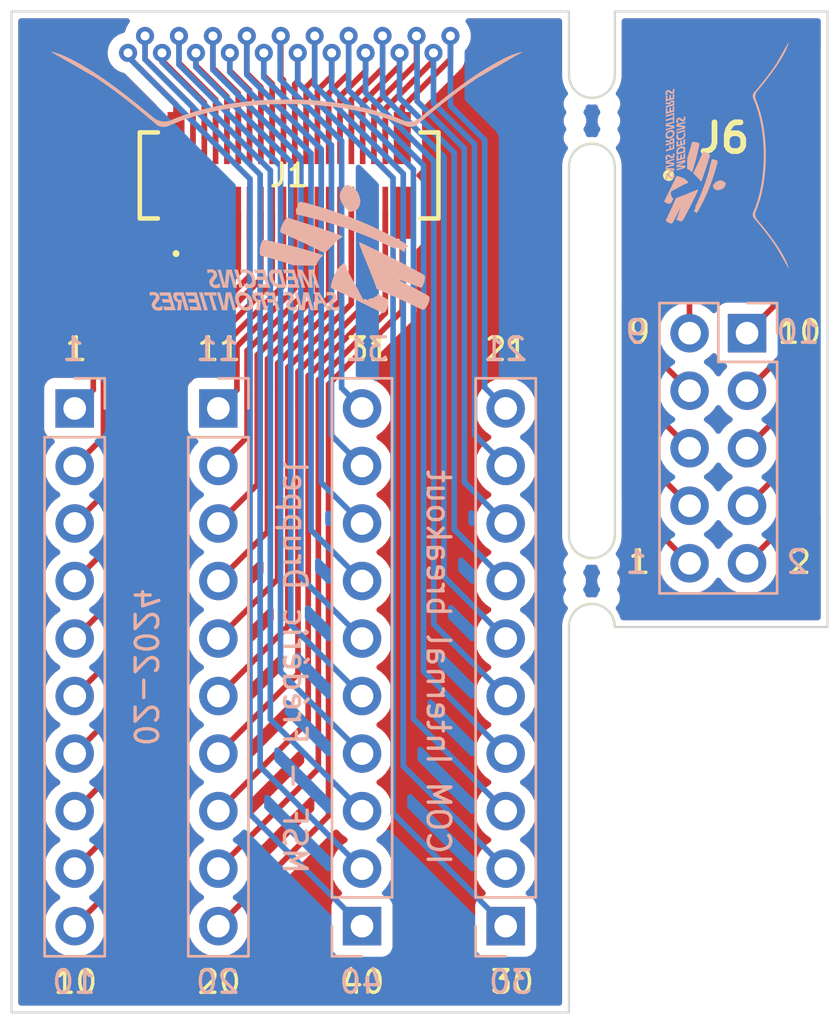
<source format=kicad_pcb>
(kicad_pcb (version 20221018) (generator pcbnew)
  (title_block (title "ICOM Internal connector breakouts") (date "2024-02-10") (rev "1") (company "MSF - Fred Corp.") (comment 4 "AISLER Project ID: XCDRISYR"))
  (layers (0 "F.Cu" mixed) (31 "B.Cu" mixed) (34 "B.Paste" user) (35 "F.Paste" user) (36 "B.SilkS" user "B.Silkscreen") (37 "F.SilkS" user "F.Silkscreen") (38 "B.Mask" user) (39 "F.Mask" user) (44 "Edge.Cuts" user))
  (net 0 "")
  (net 1 "Net-(J1-Pad1)")
  (net 2 "Net-(J1-Pad2)")
  (net 3 "Net-(J1-Pad3)")
  (net 4 "Net-(J1-Pad4)")
  (net 5 "Net-(J1-Pad5)")
  (net 6 "Net-(J1-Pad6)")
  (net 7 "Net-(J1-Pad7)")
  (net 8 "Net-(J1-Pad8)")
  (net 9 "Net-(J1-Pad9)")
  (net 10 "Net-(J1-Pad10)")
  (net 11 "Net-(J1-Pad11)")
  (net 12 "Net-(J1-Pad12)")
  (net 13 "Net-(J1-Pad13)")
  (net 14 "Net-(J1-Pad14)")
  (net 15 "Net-(J1-Pad15)")
  (net 16 "Net-(J1-Pad16)")
  (net 17 "Net-(J1-Pad17)")
  (net 18 "Net-(J1-Pad18)")
  (net 19 "Net-(J1-Pad19)")
  (net 20 "Net-(J1-Pad20)")
  (net 21 "Net-(J1-Pad21)")
  (net 22 "Net-(J1-Pad22)")
  (net 23 "Net-(J1-Pad23)")
  (net 24 "Net-(J1-Pad24)")
  (net 25 "Net-(J1-Pad25)")
  (net 26 "Net-(J1-Pad26)")
  (net 27 "Net-(J1-Pad27)")
  (net 28 "Net-(J1-Pad28)")
  (net 29 "Net-(J1-Pad29)")
  (net 30 "Net-(J1-Pad30)")
  (net 31 "Net-(J1-Pad31)")
  (net 32 "Net-(J1-Pad32)")
  (net 33 "Net-(J1-Pad33)")
  (net 34 "Net-(J1-Pad34)")
  (net 35 "Net-(J1-Pad35)")
  (net 36 "Net-(J1-Pad36)")
  (net 37 "Net-(J1-Pad37)")
  (net 38 "Net-(J1-Pad38)")
  (net 39 "Net-(J1-Pad39)")
  (net 40 "Net-(J1-Pad40)")
  (net 41 "Net-(J6-Pad1)")
  (net 42 "Net-(J6-Pad2)")
  (net 43 "Net-(J6-Pad3)")
  (net 44 "Net-(J6-Pad4)")
  (net 45 "Net-(J6-Pad5)")
  (net 46 "Net-(J6-Pad6)")
  (net 47 "Net-(J6-Pad7)")
  (net 48 "Net-(J6-Pad8)")
  (net 49 "Net-(J6-Pad9)")
  (net 50 "Net-(J6-Pad10)")
  (footprint "AXK640347YG:AXK640347YG" (layer "F.Cu") (at 139.9904 81.221774)
    (fp_text reference "J1")
    (fp_text value "AXK640347YG")
  )
  (footprint "Panelization:mouse-bite-2mm-slot" (layer "F.Cu") (at 153.3604 99.129774 90)
    (fp_text reference "mouse-bite-2mm-slot" hide)
    (fp_text value "VAL**" hide)
  )
  (footprint "Panelization:mouse-bite-2mm-slot" (layer "F.Cu") (at 153.3724 78.809774 90)
    (fp_text reference "mouse-bite-2mm-slot" hide)
    (fp_text value "VAL**" hide)
  )
  (footprint "FTE-105-02-G-DV:FTE-105-XX-G-DV" (layer "F.Cu") (at 159.2144 79.571774)
    (fp_text reference "J6")
    (fp_text value "FTE-105-02-G-DV" hide)
  )
  (footprint "Connector_PinHeader_2.54mm:PinHeader_1x10_P2.54mm_Vertical" (layer "B.Cu") (at 130.5124 91.509774 180)
    (fp_text reference "J2" hide)
    (fp_text value "PINHD_1x10_Male" hide)
  )
  (footprint "Connector_PinHeader_2.54mm:PinHeader_1x10_P2.54mm_Vertical" (layer "B.Cu") (at 143.2124 114.369774)
    (fp_text reference "J4" hide)
    (fp_text value "PINHD_1x10_Male" hide)
  )
  (footprint "Connector_PinHeader_2.54mm:PinHeader_1x10_P2.54mm_Vertical" (layer "B.Cu") (at 136.8624 91.509774 180)
    (fp_text reference "J3" hide)
    (fp_text value "PINHD_1x10_Male" hide)
  )
  (footprint "Connector_PinHeader_2.54mm:PinHeader_2x05_P2.54mm_Vertical" (layer "B.Cu") (at 160.2304 88.187374 180)
    (fp_text reference "J7" hide)
    (fp_text value "PINHD_2x5_Male")
  )
  (footprint "Connector_PinHeader_2.54mm:PinHeader_1x10_P2.54mm_Vertical" (layer "B.Cu") (at 149.5624 114.369774)
    (fp_text reference "J5" hide)
    (fp_text value "PINHD_1x10_Male" hide)
  )
  (gr_line (start 157.410136 79.511189) (end 157.40624 79.516162) (stroke (width 0.006858)) (layer "B.SilkS"))
  (gr_line (start 156.78946 79.521913) (end 156.78309 79.522495) (stroke (width 0.006858)) (layer "B.SilkS"))
  (gr_line (start 157.185539 79.292801) (end 157.178155 79.294658) (stroke (width 0.006858)) (layer "B.SilkS"))
  (gr_line (start 134.087885 87.017513) (end 134.084987 87.014135) (stroke (width 0.014287)) (layer "B.SilkS"))
  (gr_line (start 156.943958 79.877382) (end 156.944663 79.893368) (stroke (width 0.006858)) (layer "B.SilkS"))
  (gr_line (start 140.064553 86.402731) (end 140.044507 86.394108) (stroke (width 0.014287)) (layer "B.SilkS"))
  (gr_line (start 135.082179 86.907319) (end 135.071196 86.993338) (stroke (width 0.014287)) (layer "B.SilkS"))
  (gr_line (start 136.869718 85.512099) (end 136.875742 85.532013) (stroke (width 0.014287)) (layer "B.SilkS"))
  (gr_line (start 138.060725 86.402155) (end 138.041628 86.39539) (stroke (width 0.014287)) (layer "B.SilkS"))
  (gr_line (start 157.012254 81.28062) (end 157.014939 81.269754) (stroke (width 0.006858)) (layer "B.SilkS"))
  (gr_line (start 157.189448 79.707598) (end 157.114836 79.728267) (stroke (width 0.006858)) (layer "B.SilkS"))
  (gr_line (start 156.691649 81.322774) (end 156.692024 81.320031) (stroke (width 0.006858)) (layer "B.SilkS"))
  (gr_line (start 157.206928 79.996937) (end 157.198742 80.002892) (stroke (width 0.006858)) (layer "B.SilkS"))
  (gr_line (start 140.390455 86.505042) (end 140.380954 86.470268) (stroke (width 0.014287)) (layer "B.SilkS"))
  (gr_line (start 141.899679 86.386983) (end 141.877041 86.381388) (stroke (width 0.014287)) (layer "B.SilkS"))
  (gr_line (start 157.199696 80.094337) (end 157.203609 80.08863) (stroke (width 0.006858)) (layer "B.SilkS"))
  (gr_line (start 156.751457 78.128703) (end 156.716214 78.138263) (stroke (width 0.006858)) (layer "B.SilkS"))
  (gr_line (start 156.830991 79.299547) (end 156.838296 79.297851) (stroke (width 0.006858)) (layer "B.SilkS"))
  (gr_line (start 138.167544 87.026556) (end 138.158826 87.031019) (stroke (width 0.014287)) (layer "B.SilkS"))
  (gr_line (start 156.896982 79.657356) (end 156.900307 79.656193) (stroke (width 0.006858)) (layer "B.SilkS"))
  (gr_line (start 139.772165 85.531458) (end 139.814128 85.529283) (stroke (width 0.014287)) (layer "B.SilkS"))
  (gr_line (start 139.83599 86.513325) (end 139.844399 86.510317) (stroke (width 0.014287)) (layer "B.SilkS"))
  (gr_line (start 141.826618 86.496547) (end 141.832654 86.49733) (stroke (width 0.014287)) (layer "B.SilkS"))
  (gr_line (start 139.860916 86.505042) (end 139.869042 86.502793) (stroke (width 0.014287)) (layer "B.SilkS"))
  (gr_line (start 142.102874 87.036681) (end 142.091577 87.040856) (stroke (width 0.014287)) (layer "B.SilkS"))
  (gr_line (start 139.847521 85.527853) (end 139.872158 85.527067) (stroke (width 0.014287)) (layer "B.SilkS"))
  (gr_line (start 136.589079 86.97491) (end 136.600993 87.018243) (stroke (width 0.014287)) (layer "B.SilkS"))
  (gr_line (start 138.515456 86.620205) (end 138.513261 86.613049) (stroke (width 0.014287)) (layer "B.SilkS"))
  (gr_line (start 156.629814 81.367103) (end 156.630497 81.373978) (stroke (width 0.006858)) (layer "B.SilkS"))
  (gr_line (start 136.278915 86.518203) (end 136.295475 86.51676) (stroke (width 0.014287)) (layer "B.SilkS"))
  (gr_poly (pts (xy 134.295687 86.531583) (xy 134.337534 86.529332) (xy 134.370861 86.527862) (xy 134.395457 86.527062) (xy 134.411111 86.52682) (xy 134.634352 86.52682) (xy 134.638135 86.535148) (xy 134.641866 86.544254) (xy 134.645579 86.554135) (xy 134.64931 86.564788) (xy 134.653094 86.57621) (xy 134.656965 86.588398) (xy 134.66511 86.615058) (xy 134.686609 86.690399) (xy 134.487045 86.690399) (xy 134.459046 86.690324) (xy 134.445159 86.690148) (xy 134.431326 86.689804) (xy 134.417534 86.689236) (xy 134.403767 86.68839) (xy 134.390012 86.687208) (xy 134.376252 86.685636) (xy 134.416468 86.832811) (xy 134.428039 86.83161) (xy 134.439669 86.830708) (xy 134.451336 86.830061) (xy 134.463018 86.829628) (xy 134.474695 86.829365) (xy 134.486343 86.82923) (xy 134.50947 86.829173) (xy 134.725833 86.829173) (xy 134.750835 86.910466) (xy 134.758043 86.933589) (xy 134.765181 86.957289) (xy 134.772109 86.981671) (xy 134.775449 86.994151) (xy 134.778683 87.00684) (xy 134.782784 87.023377) (xy 134.761631 87.024213) (xy 134.739268 87.024956) (xy 134.715579 87.025488) (xy 134.690445 87.025692) (xy 134.655715 87.025525) (xy 134.621918 87.025015) (xy 134.589051 87.024147) (xy 134.557111 87.022906) (xy 134.526095 87.021277) (xy 134.496001 87.019246) (xy 134.466824 87.016798) (xy 134.438561 87.013919) (xy 134.481556 87.168038) (xy 134.967662 87.168038) (xy 134.916738 87.011468) (xy 134.861952 86.829388) (xy 134.803532 86.621932) (xy 134.741708 86.389237) (xy 134.255602 86.389237)) (fill solid) (layer "B.SilkS"))
  (gr_line (start 156.946618 80.277599) (end 156.950053 80.285959) (stroke (width 0.006858)) (layer "B.SilkS"))
  (gr_line (start 156.703712 80.389943) (end 156.705091 80.388218) (stroke (width 0.006858)) (layer "B.SilkS"))
  (gr_line (start 138.25102 87.158527) (end 138.266267 87.151727) (stroke (width 0.014287)) (layer "B.SilkS"))
  (gr_line (start 156.670862 81.239474) (end 156.663345 81.247251) (stroke (width 0.006858)) (layer "B.SilkS"))
  (gr_line (start 156.946095 77.527147) (end 156.944633 77.528808) (stroke (width 0.006858)) (layer "B.SilkS"))
  (gr_line (start 140.140002 86.764614) (end 140.149287 86.752194) (stroke (width 0.014287)) (layer "B.SilkS"))
  (gr_line (start 157.48035 78.777563) (end 157.482881 78.773138) (stroke (width 0.006858)) (layer "B.SilkS"))
  (gr_line (start 137.464169 86.991147) (end 137.481187 87.053432) (stroke (width 0.014287)) (layer "B.SilkS"))
  (gr_line (start 156.849914 79.755551) (end 156.849612 79.752187) (stroke (width 0.006858)) (layer "B.SilkS"))
  (gr_line (start 157.482761 79.987366) (end 157.481553 79.984843) (stroke (width 0.006858)) (layer "B.SilkS"))
  (gr_line (start 140.539192 86.104297) (end 140.5464 86.137385) (stroke (width 0.014287)) (layer "B.SilkS"))
  (gr_line (start 156.859792 80.454467) (end 156.865394 80.45701) (stroke (width 0.006858)) (layer "B.SilkS"))
  (gr_line (start 156.730178 77.520667) (end 156.732158 77.520393) (stroke (width 0.006858)) (layer "B.SilkS"))
  (gr_line (start 137.655511 86.108456) (end 137.63177 86.034077) (stroke (width 0.014287)) (layer "B.SilkS"))
  (gr_line (start 136.635485 86.024837) (end 136.632404 86.021553) (stroke (width 0.014287)) (layer "B.SilkS"))
  (gr_line (start 157.19582 78.881418) (end 157.192265 78.875309) (stroke (width 0.006858)) (layer "B.SilkS"))
  (gr_line (start 139.998392 86.50943) (end 140.002913 86.511636) (stroke (width 0.014287)) (layer "B.SilkS"))
  (gr_line (start 139.078256 86.830641) (end 139.089764 86.829995) (stroke (width 0.014287)) (layer "B.SilkS"))
  (gr_line (start 139.428256 85.996479) (end 139.416366 85.988327) (stroke (width 0.014287)) (layer "B.SilkS"))
  (gr_line (start 137.878757 85.380128) (end 137.856594 85.383741) (stroke (width 0.014287)) (layer "B.SilkS"))
  (gr_line (start 138.342781 85.509463) (end 138.327762 85.494658) (stroke (width 0.014287)) (layer "B.SilkS"))
  (gr_line (start 139.879669 87.002134) (end 139.887919 87.023487) (stroke (width 0.014287)) (layer "B.SilkS"))
  (gr_line (start 157.160333 80.75411) (end 157.14921 80.759974) (stroke (width 0.006858)) (layer "B.SilkS"))
  (gr_line (start 140.011349 86.983023) (end 140.010157 86.978663) (stroke (width 0.014287)) (layer "B.SilkS"))
  (gr_line (start 135.075703 86.696244) (end 135.070315 86.692321) (stroke (width 0.014287)) (layer "B.SilkS"))
  (gr_line (start 156.691144 77.575092) (end 156.691355 77.572223) (stroke (width 0.006858)) (layer "B.SilkS"))
  (gr_line (start 134.775449 86.994151) (end 134.778683 87.00684) (stroke (width 0.014287)) (layer "B.SilkS"))
  (gr_line (start 156.799784 77.711023) (end 156.79991 77.716628) (stroke (width 0.006858)) (layer "B.SilkS"))
  (gr_line (start 135.895027 86.389237) (end 135.408986 86.389237) (stroke (width 0.014287)) (layer "B.SilkS"))
  (gr_line (start 156.8689 77.669375) (end 156.798256 77.688679) (stroke (width 0.006858)) (layer "B.SilkS"))
  (gr_line (start 156.738507 77.856061) (end 156.726803 77.859387) (stroke (width 0.006858)) (layer "B.SilkS"))
  (gr_line (start 138.304698 86.618996) (end 138.293317 86.599903) (stroke (width 0.014287)) (layer "B.SilkS"))
  (gr_line (start 136.391187 87.168038) (end 136.342078 87.019413) (stroke (width 0.014287)) (layer "B.SilkS"))
  (gr_line (start 156.958429 77.460999) (end 156.959106 77.464803) (stroke (width 0.006858)) (layer "B.SilkS"))
  (gr_line (start 137.88105 86.514646) (end 137.892731 86.512828) (stroke (width 0.014287)) (layer "B.SilkS"))
  (gr_line (start 139.321906 86.085316) (end 139.337444 86.097102) (stroke (width 0.014287)) (layer "B.SilkS"))
  (gr_line (start 140.852574 85.441408) (end 140.853759 85.457425) (stroke (width 0.014287)) (layer "B.SilkS"))
  (gr_line (start 156.749265 77.522979) (end 156.751501 77.523904) (stroke (width 0.006858)) (layer "B.SilkS"))
  (gr_line (start 156.730049 78.731532) (end 156.709249 78.737251) (stroke (width 0.006858)) (layer "B.SilkS"))
  (gr_line (start 134.185936 87.056229) (end 134.179829 87.055963) (stroke (width 0.014287)) (layer "B.SilkS"))
  (gr_line (start 156.694942 79.443184) (end 156.695081 79.436577) (stroke (width 0.006858)) (layer "B.SilkS"))
  (gr_line (start 138.359531 85.879322) (end 138.358881 85.891679) (stroke (width 0.014287)) (layer "B.SilkS"))
  (gr_line (start 140.257169 87.175972) (end 140.269176 87.173239) (stroke (width 0.014287)) (layer "B.SilkS"))
  (gr_line (start 156.93943 78.915877) (end 156.955585 78.911277) (stroke (width 0.006858)) (layer "B.SilkS"))
  (gr_line (start 156.926939 80.008049) (end 156.921457 80.009861) (stroke (width 0.006858)) (layer "B.SilkS"))
  (gr_line (start 157.440291 78.707445) (end 157.440078 78.710506) (stroke (width 0.006858)) (layer "B.SilkS"))
  (gr_line (start 157.01114 78.527546) (end 157.01114 78.454045) (stroke (width 0.006858)) (layer "B.SilkS"))
  (gr_line (start 156.950093 81.275009) (end 156.948827 81.276926) (stroke (width 0.006858)) (layer "B.SilkS"))
  (gr_line (start 141.907381 87.017513) (end 141.904483 87.014135) (stroke (width 0.014287)) (layer "B.SilkS"))
  (gr_line (start 140.165501 86.728102) (end 140.172416 86.716312) (stroke (width 0.014287)) (layer "B.SilkS"))
  (gr_line (start 157.193267 80.105578) (end 157.196259 80.099981) (stroke (width 0.006858)) (layer "B.SilkS"))
  (gr_line (start 156.822545 81.233567) (end 156.816659 81.229167) (stroke (width 0.006858)) (layer "B.SilkS"))
  (gr_line (start 157.44057 79.5661) (end 157.44729 79.558619) (stroke (width 0.006858)) (layer "B.SilkS"))
  (gr_line (start 156.922462 81.295162) (end 156.920778 81.295538) (stroke (width 0.006858)) (layer "B.SilkS"))
  (gr_line (start 157.168874 78.802501) (end 157.168917 78.799501) (stroke (width 0.006858)) (layer "B.SilkS"))
  (gr_line (start 138.368771 86.562756) (end 138.371758 86.579223) (stroke (width 0.014287)) (layer "B.SilkS"))
  (gr_line (start 135.070315 86.692321) (end 135.065156 86.688164) (stroke (width 0.014287)) (layer "B.SilkS"))
  (gr_line (start 138.098543 87.184442) (end 138.120539 87.18403) (stroke (width 0.014287)) (layer "B.SilkS"))
  (gr_line (start 157.014939 81.269754) (end 157.016876 81.258275) (stroke (width 0.006858)) (layer "B.SilkS"))
  (gr_line (start 156.884686 77.921084) (end 156.876333 77.925199) (stroke (width 0.006858)) (layer "B.SilkS"))
  (gr_line (start 135.032712 86.794229) (end 135.051504 86.804303) (stroke (width 0.014287)) (layer "B.SilkS"))
  (gr_line (start 138.413252 86.686845) (end 138.423903 86.702824) (stroke (width 0.014287)) (layer "B.SilkS"))
  (gr_line (start 136.631219 85.53105) (end 136.63432 85.534381) (stroke (width 0.014287)) (layer "B.SilkS"))
  (gr_line (start 157.008834 77.53752) (end 157.012254 77.527276) (stroke (width 0.006858)) (layer "B.SilkS"))
  (gr_line (start 134.111262 86.577557) (end 134.111875 86.581035) (stroke (width 0.014287)) (layer "B.SilkS"))
  (gr_line (start 157.010763 77.963627) (end 157.010514 77.959822) (stroke (width 0.006858)) (layer "B.SilkS"))
  (gr_line (start 140.030758 87.017513) (end 140.027859 87.014135) (stroke (width 0.014287)) (layer "B.SilkS"))
  (gr_line (start 138.223724 85.566179) (end 138.23377 85.574816) (stroke (width 0.014287)) (layer "B.SilkS"))
  (gr_line (start 140.115341 85.535224) (end 140.119072 85.544392) (stroke (width 0.014287)) (layer "B.SilkS"))
  (gr_line (start 156.917455 77.542687) (end 156.915819 77.542818) (stroke (width 0.006858)) (layer "B.SilkS"))
  (gr_line (start 156.655677 79.351594) (end 156.651221 79.360175) (stroke (width 0.006858)) (layer "B.SilkS"))
  (gr_line (start 156.950093 80.374261) (end 156.948827 80.376179) (stroke (width 0.006858)) (layer "B.SilkS"))
  (gr_line (start 142.052947 86.521998) (end 142.0438 86.502488) (stroke (width 0.014287)) (layer "B.SilkS"))
  (gr_line (start 136.656171 86.512906) (end 136.673679 86.513234) (stroke (width 0.014287)) (layer "B.SilkS"))
  (gr_line (start 156.679981 80.966368) (end 156.681448 80.966454) (stroke (width 0.006858)) (layer "B.SilkS"))
  (gr_line (start 136.737678 87.007335) (end 136.686172 86.844568) (stroke (width 0.014287)) (layer "B.SilkS"))
  (gr_line (start 139.986543 85.831694) (end 140.203303 85.831694) (stroke (width 0.014287)) (layer "B.SilkS"))
  (gr_line (start 156.989677 78.90226) (end 156.992241 78.901654) (stroke (width 0.006858)) (layer "B.SilkS"))
  (gr_line (start 136.691472 86.513781) (end 136.70953 86.51455) (stroke (width 0.014287)) (layer "B.SilkS"))
  (gr_line (start 156.849178 79.734398) (end 156.849351 79.730161) (stroke (width 0.006858)) (layer "B.SilkS"))
  (gr_line (start 157.011172 78.398387) (end 157.011172 78.165088) (stroke (width 0.006858)) (layer "B.SilkS"))
  (gr_line (start 156.794613 79.592814) (end 156.816354 79.588187) (stroke (width 0.006858)) (layer "B.SilkS"))
  (gr_line (start 137.475846 85.928994) (end 137.49454 85.995021) (stroke (width 0.014287)) (layer "B.SilkS"))
  (gr_line (start 156.746938 80.304838) (end 156.740674 80.30544) (stroke (width 0.006858)) (layer "B.SilkS"))
  (gr_line (start 136.963546 86.505042) (end 136.954061 86.470268) (stroke (width 0.014287)) (layer "B.SilkS"))
  (gr_line (start 138.435586 86.718083) (end 138.448297 86.732616) (stroke (width 0.014287)) (layer "B.SilkS"))
  (gr_line (start 141.758037 86.854146) (end 141.753489 86.866008) (stroke (width 0.014287)) (layer "B.SilkS"))
  (gr_line (start 156.86832 79.607135) (end 156.86065 79.612248) (stroke (width 0.006858)) (layer "B.SilkS"))
  (gr_line (start 157.451612 79.215207) (end 157.432166 79.221381) (stroke (width 0.006858)) (layer "B.SilkS"))
  (gr_line (start 156.747385 79.26089) (end 156.738246 79.266345) (stroke (width 0.006858)) (layer "B.SilkS"))
  (gr_line (start 156.978963 81.022627) (end 156.984442 81.019548) (stroke (width 0.006858)) (layer "B.SilkS"))
  (gr_line (start 157.150245 80.688963) (end 157.16573 80.684379) (stroke (width 0.006858)) (layer "B.SilkS"))
  (gr_line (start 156.753746 81.278323) (end 156.755995 81.279519) (stroke (width 0.006858)) (layer "B.SilkS"))
  (gr_line (start 156.830991 80.435975) (end 156.836953 80.440432) (stroke (width 0.006858)) (layer "B.SilkS"))
  (gr_line (start 157.440464 78.701091) (end 157.44042 78.704307) (stroke (width 0.006858)) (layer "B.SilkS"))
  (gr_line (start 156.728369 79.595114) (end 156.736871 79.596097) (stroke (width 0.006858)) (layer "B.SilkS"))
  (gr_line (start 156.629372 81.331963) (end 156.628902 81.344978) (stroke (width 0.006858)) (layer "B.SilkS"))
  (gr_line (start 157.017833 77.461556) (end 157.01709 77.452142) (stroke (width 0.006858)) (layer "B.SilkS"))
  (gr_line (start 157.473897 79.972986) (end 157.472012 79.970764) (stroke (width 0.006858)) (layer "B.SilkS"))
  (gr_line (start 136.656889 85.584857) (end 136.657165 85.588298) (stroke (width 0.014287)) (layer "B.SilkS"))
  (gr_line (start 138.315681 85.688647) (end 138.327725 85.717136) (stroke (width 0.014287)) (layer "B.SilkS"))
  (gr_line (start 138.553312 87.080238) (end 138.539603 87.168038) (stroke (width 0.014287)) (layer "B.SilkS"))
  (gr_line (start 139.583466 86.035612) (end 139.557976 86.034845) (stroke (width 0.014287)) (layer "B.SilkS"))
  (gr_line (start 156.956223 80.360997) (end 156.955382 80.363414) (stroke (width 0.006858)) (layer "B.SilkS"))
  (gr_line (start 139.512913 86.169038) (end 139.532211 86.171382) (stroke (width 0.014287)) (layer "B.SilkS"))
  (gr_line (start 156.698843 81.298414) (end 156.69996 81.296374) (stroke (width 0.006858)) (layer "B.SilkS"))
  (gr_line (start 157.009222 79.626428) (end 157.008572 79.623104) (stroke (width 0.006858)) (layer "B.SilkS"))
  (gr_line (start 140.36159 86.389303) (end 140.226256 86.389303) (stroke (width 0.014287)) (layer "B.SilkS"))
  (gr_line (start 157.41373 80.556022) (end 157.198433 80.615077) (stroke (width 0.006858)) (layer "B.SilkS"))
  (gr_line (start 142.072572 86.593438) (end 142.070212 86.579332) (stroke (width 0.014287)) (layer "B.SilkS"))
  (gr_line (start 138.575711 86.699933) (end 138.570097 86.696244) (stroke (width 0.014287)) (layer "B.SilkS"))
  (gr_line (start 156.706533 81.287354) (end 156.708036 81.285794) (stroke (width 0.006858)) (layer "B.SilkS"))
  (gr_line (start 156.851198 79.714319) (end 156.851947 79.710633) (stroke (width 0.006858)) (layer "B.SilkS"))
  (gr_line (start 141.763378 86.842308) (end 141.758037 86.854146) (stroke (width 0.014287)) (layer "B.SilkS"))
  (gr_line (start 133.943926 86.842308) (end 133.938591 86.854146) (stroke (width 0.014287)) (layer "B.SilkS"))
  (gr_line (start 156.946095 81.280505) (end 156.944633 81.282166) (stroke (width 0.006858)) (layer "B.SilkS"))
  (gr_line (start 138.520528 86.633833) (end 138.517878 86.627133) (stroke (width 0.014287)) (layer "B.SilkS"))
  (gr_line (start 156.644818 77.521239) (end 156.640095 77.531604) (stroke (width 0.006858)) (layer "B.SilkS"))
  (gr_line (start 134.403767 86.68839) (end 134.390012 86.687208) (stroke (width 0.014287)) (layer "B.SilkS"))
  (gr_line (start 156.755995 80.378739) (end 156.758245 80.380071) (stroke (width 0.006858)) (layer "B.SilkS"))
  (gr_line (start 156.914203 81.296224) (end 156.912608 81.296189) (stroke (width 0.006858)) (layer "B.SilkS"))
  (gr_line (start 140.45135 87.168038) (end 140.679553 87.168038) (stroke (width 0.014287)) (layer "B.SilkS"))
  (gr_line (start 156.714624 79.372259) (end 156.718008 79.367211) (stroke (width 0.006858)) (layer "B.SilkS"))
  (gr_line (start 136.882755 86.175692) (end 136.893519 86.172409) (stroke (width 0.014287)) (layer "B.SilkS"))
  (gr_line (start 156.710911 80.500241) (end 156.707904 80.494351) (stroke (width 0.006858)) (layer "B.SilkS"))
  (gr_line (start 157.106263 79.517035) (end 157.106456 79.527562) (stroke (width 0.006858)) (layer "B.SilkS"))
  (gr_line (start 156.943381 79.749647) (end 156.937077 79.752132) (stroke (width 0.006858)) (layer "B.SilkS"))
  (gr_line (start 156.830991 81.336755) (end 156.836953 81.341206) (stroke (width 0.006858)) (layer "B.SilkS"))
  (gr_line (start 138.041628 86.39539) (end 138.02215 86.38949) (stroke (width 0.014287)) (layer "B.SilkS"))
  (gr_line (start 156.724109 77.522311) (end 156.726154 77.521643) (stroke (width 0.006858)) (layer "B.SilkS"))
  (gr_line (start 156.939868 80.385876) (end 156.938159 80.387186) (stroke (width 0.006858)) (layer "B.SilkS"))
  (gr_line (start 139.939993 85.832132) (end 139.963368 85.831749) (stroke (width 0.014287)) (layer "B.SilkS"))
  (gr_line (start 157.382456 79.816469) (end 157.346007 79.826851) (stroke (width 0.006858)) (layer "B.SilkS"))
  (gr_line (start 137.935746 87.155202) (end 137.95484 87.161962) (stroke (width 0.014287)) (layer "B.SilkS"))
  (gr_line (start 135.016874 86.605665) (end 135.013925 86.591838) (stroke (width 0.014287)) (layer "B.SilkS"))
  (gr_line (start 134.071259 86.934876) (end 134.073187 86.930217) (stroke (width 0.014287)) (layer "B.SilkS"))
  (gr_line (start 133.965772 86.495791) (end 133.973577 86.495302) (stroke (width 0.014287)) (layer "B.SilkS"))
  (gr_line (start 156.965388 81.03097) (end 156.969436 81.028343) (stroke (width 0.006858)) (layer "B.SilkS"))
  (gr_line (start 141.652377 87.134219) (end 141.660554 87.150743) (stroke (width 0.014287)) (layer "B.SilkS"))
  (gr_line (start 156.63076 81.319427) (end 156.629372 81.331963) (stroke (width 0.006858)) (layer "B.SilkS"))
  (gr_line (start 156.705771 77.832252) (end 156.705673 77.820188) (stroke (width 0.006858)) (layer "B.SilkS"))
  (gr_line (start 157.225414 78.743566) (end 157.227654 78.744359) (stroke (width 0.006858)) (layer "B.SilkS"))
  (gr_line (start 156.65383 78.751316) (end 156.645467 78.753241) (stroke (width 0.006858)) (layer "B.SilkS"))
  (gr_line (start 157.266791 79.206456) (end 157.370198 79.176864) (stroke (width 0.006858)) (layer "B.SilkS"))
  (gr_line (start 157.19647 80.916014) (end 157.173299 80.922766) (stroke (width 0.006858)) (layer "B.SilkS"))
  (gr_line (start 138.509628 85.909344) (end 138.507775 85.88857) (stroke (width 0.014287)) (layer "B.SilkS"))
  (gr_line (start 134.090961 87.020769) (end 134.087885 87.017513) (stroke (width 0.014287)) (layer "B.SilkS"))
  (gr_line (start 138.11908 87.043744) (end 138.107941 87.045621) (stroke (width 0.014287)) (layer "B.SilkS"))
  (gr_line (start 136.751189 85.753933) (end 136.759704 85.741669) (stroke (width 0.014287)) (layer "B.SilkS"))
  (gr_line (start 157.01114 80.477377) (end 156.991031 80.484387) (stroke (width 0.006858)) (layer "B.SilkS"))
  (gr_line (start 157.387701 78.763634) (end 157.386195 78.763266) (stroke (width 0.006858)) (layer "B.SilkS"))
  (gr_line (start 156.705753 77.803517) (end 156.705998 77.787295) (stroke (width 0.006858)) (layer "B.SilkS"))
  (gr_line (start 139.870175 86.966138) (end 139.87317 86.979853) (stroke (width 0.014287)) (layer "B.SilkS"))
  (gr_line (start 156.714176 80.506237) (end 156.710911 80.500241) (stroke (width 0.006858)) (layer "B.SilkS"))
  (gr_line (start 139.189948 85.414954) (end 139.185008 85.418136) (stroke (width 0.014287)) (layer "B.SilkS"))
  (gr_line (start 136.686172 86.844568) (end 136.637556 86.680041) (stroke (width 0.014287)) (layer "B.SilkS"))
  (gr_line (start 157.437086 78.727217) (end 157.436313 78.729722) (stroke (width 0.006858)) (layer "B.SilkS"))
  (gr_line (start 142.121149 87.178409) (end 142.133765 87.175972) (stroke (width 0.014287)) (layer "B.SilkS"))
  (gr_line (start 157.170717 78.82053) (end 157.169907 78.815788) (stroke (width 0.006858)) (layer "B.SilkS"))
  (gr_line (start 139.137329 85.797563) (end 139.152989 85.842921) (stroke (width 0.014287)) (layer "B.SilkS"))
  (gr_line (start 136.985808 87.012947) (end 136.991452 87.033282) (stroke (width 0.014287)) (layer "B.SilkS"))
  (gr_line (start 156.912608 77.542831) (end 156.911036 77.542712) (stroke (width 0.006858)) (layer "B.SilkS"))
  (gr_line (start 156.949577 78.069774) (end 156.943381 78.072335) (stroke (width 0.006858)) (layer "B.SilkS"))
  (gr_line (start 156.799608 79.931861) (end 156.799816 79.937381) (stroke (width 0.006858)) (layer "B.SilkS"))
  (gr_line (start 138.433431 86.398194) (end 138.427272 86.400429) (stroke (width 0.014287)) (layer "B.SilkS"))
  (gr_line (start 157.402332 78.763194) (end 157.40063 78.763571) (stroke (width 0.006858)) (layer "B.SilkS"))
  (gr_line (start 134.481556 87.168038) (end 134.967662 87.168038) (stroke (width 0.014287)) (layer "B.SilkS"))
  (gr_line (start 156.949684 78.001015) (end 156.950453 78.007089) (stroke (width 0.006858)) (layer "B.SilkS"))
  (gr_line (start 140.055257 86.58448) (end 140.055529 86.587888) (stroke (width 0.014287)) (layer "B.SilkS"))
  (gr_line (start 134.88945 86.437317) (end 134.884521 86.446419) (stroke (width 0.014287)) (layer "B.SilkS"))
  (gr_line (start 136.262335 86.519874) (end 136.278915 86.518203) (stroke (width 0.014287)) (layer "B.SilkS"))
  (gr_line (start 156.958295 81.254006) (end 156.957681 81.256666) (stroke (width 0.006858)) (layer "B.SilkS"))
  (gr_line (start 137.995558 86.517744) (end 138.007751 86.520921) (stroke (width 0.014287)) (layer "B.SilkS"))
  (gr_line (start 156.740483 77.52062) (end 156.742646 77.521009) (stroke (width 0.006858)) (layer "B.SilkS"))
  (gr_line (start 157.010941 79.644857) (end 157.010763 79.640933) (stroke (width 0.006858)) (layer "B.SilkS"))
  (gr_line (start 156.916985 77.974984) (end 156.91988 77.974664) (stroke (width 0.006858)) (layer "B.SilkS"))
  (gr_line (start 156.944419 79.661997) (end 156.945451 79.66386) (stroke (width 0.006858)) (layer "B.SilkS"))
  (gr_line (start 156.76049 80.381539) (end 156.762728 80.383143) (stroke (width 0.006858)) (layer "B.SilkS"))
  (gr_line (start 156.926971 80.4602) (end 156.937495 80.457181) (stroke (width 0.006858)) (layer "B.SilkS"))
  (gr_line (start 156.703117 79.485011) (end 156.701218 79.480591) (stroke (width 0.006858)) (layer "B.SilkS"))
  (gr_line (start 156.721485 80.518525) (end 156.717699 80.512333) (stroke (width 0.006858)) (layer "B.SilkS"))
  (gr_line (start 156.632369 81.386926) (end 156.633539 81.392981) (stroke (width 0.006858)) (layer "B.SilkS"))
  (gr_line (start 139.61024 86.035753) (end 139.583466 86.035612) (stroke (width 0.014287)) (layer "B.SilkS"))
  (gr_line (start 138.018161 87.043442) (end 138.005429 87.040861) (stroke (width 0.014287)) (layer "B.SilkS"))
  (gr_line (start 157.408657 78.761168) (end 157.4066 78.761936) (stroke (width 0.006858)) (layer "B.SilkS"))
  (gr_line (start 156.951854 78.749804) (end 156.951863 78.75548) (stroke (width 0.006858)) (layer "B.SilkS"))
  (gr_line (start 156.702396 81.292527) (end 156.703712 81.290722) (stroke (width 0.006858)) (layer "B.SilkS"))
  (gr_line (start 156.693842 81.357253) (end 156.692803 81.352372) (stroke (width 0.006858)) (layer "B.SilkS"))
  (gr_line (start 157.495388 78.65424) (end 157.493828 78.644536) (stroke (width 0.006858)) (layer "B.SilkS"))
  (gr_line (start 156.887493 79.488428) (end 156.875326 79.495376) (stroke (width 0.006858)) (layer "B.SilkS"))
  (gr_line (start 138.066535 85.503078) (end 138.080234 85.504555) (stroke (width 0.014287)) (layer "B.SilkS"))
  (gr_line (start 156.732158 80.372972) (end 156.734182 80.37283) (stroke (width 0.006858)) (layer "B.SilkS"))
  (gr_line (start 138.166623 86.4603) (end 138.150065 86.448575) (stroke (width 0.014287)) (layer "B.SilkS"))
  (gr_line (start 156.955585 80.556193) (end 156.972277 80.551632) (stroke (width 0.006858)) (layer "B.SilkS"))
  (gr_line (start 137.765935 86.734618) (end 137.763519 86.720288) (stroke (width 0.014287)) (layer "B.SilkS"))
  (gr_line (start 137.786275 86.140677) (end 137.793743 86.173271) (stroke (width 0.014287)) (layer "B.SilkS"))
  (gr_line (start 156.816659 77.475814) (end 156.810849 77.471777) (stroke (width 0.006858)) (layer "B.SilkS"))
  (gr_line (start 138.381054 86.615838) (end 138.387534 86.634644) (stroke (width 0.014287)) (layer "B.SilkS"))
  (gr_line (start 137.919883 85.374593) (end 137.899853 85.37708) (stroke (width 0.014287)) (layer "B.SilkS"))
  (gr_line (start 157.181148 79.515188) (end 157.180266 79.508971) (stroke (width 0.006858)) (layer "B.SilkS"))
  (gr_line (start 156.722112 80.375652) (end 156.724109 80.37489) (stroke (width 0.006858)) (layer "B.SilkS"))
  (gr_line (start 156.762492 79.685536) (end 156.721203 79.680254) (stroke (width 0.006858)) (layer "B.SilkS"))
  (gr_line (start 138.207035 85.413841) (end 138.187611 85.405615) (stroke (width 0.014287)) (layer "B.SilkS"))
  (gr_line (start 156.747041 80.374767) (end 156.749265 80.375557) (stroke (width 0.006858)) (layer "B.SilkS"))
  (gr_line (start 157.013246 81.176715) (end 157.011466 81.166923) (stroke (width 0.006858)) (layer "B.SilkS"))
  (gr_line (start 156.736247 77.520242) (end 156.738349 77.520365) (stroke (width 0.006858)) (layer "B.SilkS"))
  (gr_line (start 156.850773 79.762304) (end 156.850298 79.758922) (stroke (width 0.006858)) (layer "B.SilkS"))
  (gr_line (start 156.853788 79.703594) (end 156.854879 79.700239) (stroke (width 0.006858)) (layer "B.SilkS"))
  (gr_line (start 157.33378 79.566083) (end 157.319237 79.57112) (stroke (width 0.006858)) (layer "B.SilkS"))
  (gr_line (start 157.205042 79.652686) (end 157.213647 79.653503) (stroke (width 0.006858)) (layer "B.SilkS"))
  (gr_line (start 156.64319 80.522134) (end 156.645143 80.525973) (stroke (width 0.006858)) (layer "B.SilkS"))
  (gr_line (start 139.267111 85.723476) (end 139.264371 85.707667) (stroke (width 0.014287)) (layer "B.SilkS"))
  (gr_line (start 156.656477 77.502362) (end 156.65029 77.511484) (stroke (width 0.006858)) (layer "B.SilkS"))
  (gr_line (start 141.902899 86.52786) (end 141.906177 86.53104) (stroke (width 0.014287)) (layer "B.SilkS"))
  (gr_line (start 156.941135 77.795079) (end 156.936764 77.79687) (stroke (width 0.006858)) (layer "B.SilkS"))
  (gr_line (start 141.753489 86.866008) (end 141.749743 86.877931) (stroke (width 0.014287)) (layer "B.SilkS"))
  (gr_line (start 140.301384 87.163473) (end 140.310789 87.159765) (stroke (width 0.014287)) (layer "B.SilkS"))
  (gr_line (start 156.871586 78.754801) (end 156.951291 78.732873) (stroke (width 0.006858)) (layer "B.SilkS"))
  (gr_line (start 142.034391 86.740043) (end 142.042094 86.728102) (stroke (width 0.014287)) (layer "B.SilkS"))
  (gr_line (start 134.104989 87.03252) (end 134.101228 87.029779) (stroke (width 0.014287)) (layer "B.SilkS"))
  (gr_line (start 156.928894 79.309628) (end 156.932176 79.312677) (stroke (width 0.006858)) (layer "B.SilkS"))
  (gr_line (start 135.557086 86.68839) (end 135.54333 86.687208) (stroke (width 0.014287)) (layer "B.SilkS"))
  (gr_line (start 138.366651 86.546957) (end 138.368771 86.562756) (stroke (width 0.014287)) (layer "B.SilkS"))
  (gr_line (start 157.181722 78.758744) (end 157.183114 78.757016) (stroke (width 0.006858)) (layer "B.SilkS"))
  (gr_line (start 142.033244 86.484232) (end 142.021294 86.467259) (stroke (width 0.014287)) (layer "B.SilkS"))
  (gr_line (start 136.780472 85.705925) (end 136.785778 85.694157) (stroke (width 0.014287)) (layer "B.SilkS"))
  (gr_line (start 156.65029 77.511484) (end 156.644818 77.521239) (stroke (width 0.006858)) (layer "B.SilkS"))
  (gr_line (start 156.977559 80.435155) (end 156.981237 80.431872) (stroke (width 0.006858)) (layer "B.SilkS"))
  (gr_line (start 141.931501 87.170521) (end 141.955461 87.177027) (stroke (width 0.014287)) (layer "B.SilkS"))
  (gr_line (start 156.949268 78.582654) (end 156.949961 78.590602) (stroke (width 0.006858)) (layer "B.SilkS"))
  (gr_line (start 139.262237 85.69248) (end 139.260704 85.67792) (stroke (width 0.014287)) (layer "B.SilkS"))
  (gr_line (start 138.348797 87.082892) (end 138.357093 87.070099) (stroke (width 0.014287)) (layer "B.SilkS"))
  (gr_line (start 138.501396 85.844919) (end 138.491449 85.798488) (stroke (width 0.014287)) (layer "B.SilkS"))
  (gr_line (start 156.905012 81.294756) (end 156.90358 81.294215) (stroke (width 0.006858)) (layer "B.SilkS"))
  (gr_line (start 141.712526 86.513325) (end 141.720941 86.510317) (stroke (width 0.014287)) (layer "B.SilkS"))
  (gr_line (start 136.602052 85.380073) (end 136.578091 85.376002) (stroke (width 0.014287)) (layer "B.SilkS"))
  (gr_line (start 157.009457 81.157018) (end 156.942782 81.169686) (stroke (width 0.006858)) (layer "B.SilkS"))
  (gr_line (start 138.364505 87.056585) (end 138.371031 87.042355) (stroke (width 0.014287)) (layer "B.SilkS"))
  (gr_line (start 157.228319 80.481839) (end 157.216829 80.485267) (stroke (width 0.006858)) (layer "B.SilkS"))
  (gr_line (start 157.179732 80.680482) (end 157.333466 80.638921) (stroke (width 0.006858)) (layer "B.SilkS"))
  (gr_line (start 140.074084 86.407595) (end 140.064553 86.402731) (stroke (width 0.014287)) (layer "B.SilkS"))
  (gr_line (start 156.893377 79.594791) (end 156.884686 79.598405) (stroke (width 0.006858)) (layer "B.SilkS"))
  (gr_line (start 157.184443 79.862925) (end 157.184086 79.852184) (stroke (width 0.006858)) (layer "B.SilkS"))
  (gr_line (start 157.216829 79.864618) (end 157.205023 79.867951) (stroke (width 0.006858)) (layer "B.SilkS"))
  (gr_line (start 157.422607 79.224265) (end 157.413158 79.226999) (stroke (width 0.006858)) (layer "B.SilkS"))
  (gr_line (start 140.526029 86.04766) (end 140.532381 86.074311) (stroke (width 0.014287)) (layer "B.SilkS"))
  (gr_line (start 137.817619 86.886785) (end 137.804311 86.859325) (stroke (width 0.014287)) (layer "B.SilkS"))
  (gr_line (start 139.298808 85.544086) (end 139.305204 85.540148) (stroke (width 0.014287)) (layer "B.SilkS"))
  (gr_line (start 156.716981 80.311015) (end 156.706732 80.314975) (stroke (width 0.006858)) (layer "B.SilkS"))
  (gr_line (start 156.915575 77.804118) (end 156.902778 77.808027) (stroke (width 0.006858)) (layer "B.SilkS"))
  (gr_line (start 156.893766 77.981308) (end 156.896982 77.980036) (stroke (width 0.006858)) (layer "B.SilkS"))
  (gr_line (start 140.167849 86.029735) (end 140.133069 86.029568) (stroke (width 0.014287)) (layer "B.SilkS"))
  (gr_line (start 157.009457 77.403691) (end 156.942782 77.416359) (stroke (width 0.006858)) (layer "B.SilkS"))
  (gr_line (start 139.251334 85.393287) (end 139.239195 85.395669) (stroke (width 0.014287)) (layer "B.SilkS"))
  (gr_line (start 138.71025 86.025287) (end 138.680098 86.023233) (stroke (width 0.014287)) (layer "B.SilkS"))
  (gr_line (start 156.693012 81.314741) (end 156.693623 81.312197) (stroke (width 0.006858)) (layer "B.SilkS"))
  (gr_line (start 156.934017 79.653332) (end 156.935874 79.654102) (stroke (width 0.006858)) (layer "B.SilkS"))
  (gr_line (start 140.026592 86.91149) (end 140.029935 86.906828) (stroke (width 0.014287)) (layer "B.SilkS"))
  (gr_line (start 136.755053 86.059738) (end 136.745822 86.060453) (stroke (width 0.014287)) (layer "B.SilkS"))
  (gr_line (start 137.020853 86.037449) (end 137.027004 86.060601) (stroke (width 0.014287)) (layer "B.SilkS"))
  (gr_line (start 142.005432 87.056229) (end 141.999325 87.055963) (stroke (width 0.014287)) (layer "B.SilkS"))
  (gr_line (start 136.378311 86.512906) (end 136.394956 86.512798) (stroke (width 0.014287)) (layer "B.SilkS"))
  (gr_line (start 134.097635 87.026905) (end 134.094212 87.023901) (stroke (width 0.014287)) (layer "B.SilkS"))
  (gr_line (start 139.263919 85.391448) (end 139.251334 85.393287) (stroke (width 0.014287)) (layer "B.SilkS"))
  (gr_line (start 156.720373 78.9195) (end 156.711791 78.921962) (stroke (width 0.006858)) (layer "B.SilkS"))
  (gr_line (start 134.416468 86.832811) (end 134.428039 86.83161) (stroke (width 0.014287)) (layer "B.SilkS"))
  (gr_line (start 139.498036 86.026818) (end 139.486418 86.023652) (stroke (width 0.014287)) (layer "B.SilkS"))
  (gr_line (start 136.78396 86.519874) (end 136.744736 86.389237) (stroke (width 0.014287)) (layer "B.SilkS"))
  (gr_line (start 134.08372 86.91149) (end 134.087063 86.906828) (stroke (width 0.014287)) (layer "B.SilkS"))
  (gr_line (start 138.385259 86.995438) (end 138.388208 86.97841) (stroke (width 0.014287)) (layer "B.SilkS"))
  (gr_line (start 156.734259 77.453879) (end 156.727676 77.455317) (stroke (width 0.006858)) (layer "B.SilkS"))
  (gr_line (start 157.425442 80.068142) (end 157.425668 80.078681) (stroke (width 0.006858)) (layer "B.SilkS"))
  (gr_line (start 156.714635 77.527045) (end 156.716425 77.525917) (stroke (width 0.006858)) (layer "B.SilkS"))
  (gr_line (start 135.616337 86.829628) (end 135.628014 86.829365) (stroke (width 0.014287)) (layer "B.SilkS"))
  (gr_line (start 140.217579 87.18231) (end 140.231352 87.180529) (stroke (width 0.014287)) (layer "B.SilkS"))
  (gr_line (start 138.23377 85.574816) (end 138.243495 85.583968) (stroke (width 0.014287)) (layer "B.SilkS"))
  (gr_line (start 140.219112 85.387921) (end 139.732014 85.387921) (stroke (width 0.014287)) (layer "B.SilkS"))
  (gr_line (start 134.909218 86.670152) (end 134.918833 86.686845) (stroke (width 0.014287)) (layer "B.SilkS"))
  (gr_line (start 138.005429 87.040861) (end 137.992963 87.037712) (stroke (width 0.014287)) (layer "B.SilkS"))
  (gr_line (start 156.714232 79.056279) (end 156.741265 79.059391) (stroke (width 0.006858)) (layer "B.SilkS"))
  (gr_line (start 138.214562 86.981457) (end 138.209369 86.989353) (stroke (width 0.014287)) (layer "B.SilkS"))
  (gr_line (start 142.175715 87.000638) (end 142.163023 87.007979) (stroke (width 0.014287)) (layer "B.SilkS"))
  (gr_line (start 138.560042 85.6869) (end 138.600391 85.835199) (stroke (width 0.014287)) (layer "B.SilkS"))
  (gr_line (start 141.855148 86.502116) (end 141.860354 86.503713) (stroke (width 0.014287)) (layer "B.SilkS"))
  (gr_line (start 137.904939 86.511527) (end 137.917672 86.510744) (stroke (width 0.014287)) (layer "B.SilkS"))
  (gr_line (start 135.581358 86.83161) (end 135.592988 86.830708) (stroke (width 0.014287)) (layer "B.SilkS"))
  (gr_line (start 140.038358 86.541347) (end 140.040901 86.545031) (stroke (width 0.014287)) (layer "B.SilkS"))
  (gr_line (start 136.387396 85.387457) (end 136.366712 85.391691) (stroke (width 0.014287)) (layer "B.SilkS"))
  (gr_line (start 156.742646 81.274367) (end 156.744833 81.27489) (stroke (width 0.006858)) (layer "B.SilkS"))
  (gr_line (start 136.764612 86.058539) (end 136.755053 86.059738) (stroke (width 0.014287)) (layer "B.SilkS"))
  (gr_line (start 134.111353 86.604246) (end 134.110581 86.607356) (stroke (width 0.014287)) (layer "B.SilkS"))
  (gr_line (start 157.011466 77.413596) (end 157.009457 77.403691) (stroke (width 0.006858)) (layer "B.SilkS"))
  (gr_line (start 156.692478 81.317353) (end 156.693012 81.314741) (stroke (width 0.006858)) (layer "B.SilkS"))
  (gr_line (start 156.751965 78.725221) (end 156.730049 78.731532) (stroke (width 0.006858)) (layer "B.SilkS"))
  (gr_line (start 156.898205 81.291193) (end 156.822545 81.233567) (stroke (width 0.006858)) (layer "B.SilkS"))
  (gr_line (start 157.47 79.968591) (end 157.467857 79.966468) (stroke (width 0.006858)) (layer "B.SilkS"))
  (gr_line (start 156.762728 81.283923) (end 156.830991 81.336755) (stroke (width 0.006858)) (layer "B.SilkS"))
  (gr_line (start 137.848116 86.935424) (end 137.832229 86.912157) (stroke (width 0.014287)) (layer "B.SilkS"))
  (gr_line (start 139.956096 86.49733) (end 139.961968 86.498281) (stroke (width 0.014287)) (layer "B.SilkS"))
  (gr_line (start 135.879152 86.829173) (end 135.90422 86.910466) (stroke (width 0.014287)) (layer "B.SilkS"))
  (gr_line (start 156.762728 80.383143) (end 156.830991 80.435975) (stroke (width 0.006858)) (layer "B.SilkS"))
  (gr_line (start 157.190609 79.937569) (end 157.278733 79.911219) (stroke (width 0.006858)) (layer "B.SilkS"))
  (gr_line (start 156.951848 79.357286) (end 156.952473 79.363145) (stroke (width 0.006858)) (layer "B.SilkS"))
  (gr_line (start 157.130481 79.306186) (end 157.114836 79.309771) (stroke (width 0.006858)) (layer "B.SilkS"))
  (gr_line (start 157.403507 78.934581) (end 157.419452 78.929969) (stroke (width 0.006858)) (layer "B.SilkS"))
  (gr_line (start 134.343571 87.007979) (end 134.331077 87.01478) (stroke (width 0.014287)) (layer "B.SilkS"))
  (gr_line (start 156.711791 78.921962) (end 156.70203 78.924671) (stroke (width 0.006858)) (layer "B.SilkS"))
  (gr_line (start 138.193621 86.699649) (end 138.205517 86.729076) (stroke (width 0.014287)) (layer "B.SilkS"))
  (gr_line (start 139.93735 87.098216) (end 139.953547 87.113875) (stroke (width 0.014287)) (layer "B.SilkS"))
  (gr_line (start 156.867441 79.913573) (end 156.867838 79.907296) (stroke (width 0.006858)) (layer "B.SilkS"))
  (gr_line (start 134.981349 86.390608) (end 134.97367 86.3913) (stroke (width 0.014287)) (layer "B.SilkS"))
  (gr_line (start 156.845691 81.047226) (end 156.845691 80.97182) (stroke (width 0.006858)) (layer "B.SilkS"))
  (gr_line (start 135.240099 86.598709) (end 135.244464 86.613207) (stroke (width 0.014287)) (layer "B.SilkS"))
  (gr_line (start 156.697794 81.300528) (end 156.698843 81.298414) (stroke (width 0.006858)) (layer "B.SilkS"))
  (gr_line (start 157.114804 80.939276) (end 157.114804 81.004364) (stroke (width 0.006858)) (layer "B.SilkS"))
  (gr_line (start 156.706059 79.388226) (end 156.708648 79.382768) (stroke (width 0.006858)) (layer "B.SilkS"))
  (gr_line (start 138.559553 86.688164) (end 138.554624 86.683774) (stroke (width 0.014287)) (layer "B.SilkS"))
  (gr_line (start 157.482881 78.773138) (end 157.485236 78.768555) (stroke (width 0.006858)) (layer "B.SilkS"))
  (gr_line (start 156.866614 78.371971) (end 156.866614 78.276149) (stroke (width 0.006858)) (layer "B.SilkS"))
  (gr_line (start 133.925258 86.902103) (end 133.923973 86.914426) (stroke (width 0.014287)) (layer "B.SilkS"))
  (gr_line (start 156.973833 79.586944) (end 156.968325 79.585635) (stroke (width 0.006858)) (layer "B.SilkS"))
  (gr_line (start 136.619949 85.928833) (end 136.622445 85.924118) (stroke (width 0.014287)) (layer "B.SilkS"))
  (gr_line (start 156.893377 77.91747) (end 156.884686 77.921084) (stroke (width 0.006858)) (layer "B.SilkS"))
  (gr_line (start 139.026013 86.68682) (end 139.013935 86.685571) (stroke (width 0.014287)) (layer "B.SilkS"))
  (gr_line (start 156.941135 78.348672) (end 156.936764 78.350463) (stroke (width 0.006858)) (layer "B.SilkS"))
  (gr_line (start 157.014939 77.516413) (end 157.016876 77.504938) (stroke (width 0.006858)) (layer "B.SilkS"))
  (gr_line (start 138.818408 86.389237) (end 138.52697 86.389237) (stroke (width 0.014287)) (layer "B.SilkS"))
  (gr_line (start 139.363432 85.526687) (end 139.373682 85.526174) (stroke (width 0.014287)) (layer "B.SilkS"))
  (gr_line (start 157.196783 79.651443) (end 157.205042 79.652686) (stroke (width 0.006858)) (layer "B.SilkS"))
  (gr_line (start 139.951446 86.374911) (end 139.925028 86.37409) (stroke (width 0.014287)) (layer "B.SilkS"))
  (gr_line (start 140.684173 87.089178) (end 140.686689 87.06242) (stroke (width 0.014287)) (layer "B.SilkS"))
  (gr_line (start 157.434831 79.453744) (end 157.433566 79.460079) (stroke (width 0.006858)) (layer "B.SilkS"))
  (gr_line (start 157.278382 79.713711) (end 157.278582 79.719326) (stroke (width 0.006858)) (layer "B.SilkS"))
  (gr_line (start 137.762257 86.041356) (end 137.766424 86.05831) (stroke (width 0.014287)) (layer "B.SilkS"))
  (gr_line (start 156.701145 80.393633) (end 156.702396 80.391748) (stroke (width 0.006858)) (layer "B.SilkS"))
  (gr_line (start 136.769148 85.502168) (end 136.75857 85.483771) (stroke (width 0.014287)) (layer "B.SilkS"))
  (gr_line (start 138.600459 86.712336) (end 138.593929 86.709589) (stroke (width 0.014287)) (layer "B.SilkS"))
  (gr_line (start 156.862038 79.685116) (end 156.863808 79.682421) (stroke (width 0.006858)) (layer "B.SilkS"))
  (gr_line (start 136.224102 86.389237) (end 136.262335 86.519874) (stroke (width 0.014287)) (layer "B.SilkS"))
  (gr_line (start 156.96034 81.233186) (end 156.960297 81.236393) (stroke (width 0.006858)) (layer "B.SilkS"))
  (gr_line (start 134.251891 86.657506) (end 134.253851 86.645353) (stroke (width 0.014287)) (layer "B.SilkS"))
  (gr_line (start 139.105899 85.586596) (end 139.105258 85.607308) (stroke (width 0.014287)) (layer "B.SilkS"))
  (gr_line (start 156.706383 77.854357) (end 156.706027 77.843623) (stroke (width 0.006858)) (layer "B.SilkS"))
  (gr_line (start 136.478374 85.500565) (end 136.48637 85.498864) (stroke (width 0.014287)) (layer "B.SilkS"))
  (gr_line (start 156.687704 77.472735) (end 156.678993 77.479061) (stroke (width 0.006858)) (layer "B.SilkS"))
  (gr_line (start 157.346007 80.447469) (end 157.346007 80.35152) (stroke (width 0.006858)) (layer "B.SilkS"))
  (gr_line (start 157.379152 78.760142) (end 157.377853 78.759258) (stroke (width 0.006858)) (layer "B.SilkS"))
  (gr_line (start 156.955382 77.510803) (end 156.954467 77.513139) (stroke (width 0.006858)) (layer "B.SilkS"))
  (gr_line (start 156.955585 77.449403) (end 156.956665 77.453304) (stroke (width 0.006858)) (layer "B.SilkS"))
  (gr_line (start 157.0058 77.936564) (end 157.004563 77.933734) (stroke (width 0.006858)) (layer "B.SilkS"))
  (gr_line (start 139.109742 85.674735) (end 139.113408 85.698927) (stroke (width 0.014287)) (layer "B.SilkS"))
  (gr_line (start 157.431798 79.945819) (end 157.423633 79.943529) (stroke (width 0.006858)) (layer "B.SilkS"))
  (gr_line (start 157.415014 79.941727) (end 157.405947 79.940417) (stroke (width 0.006858)) (layer "B.SilkS"))
  (gr_line (start 156.647163 79.368956) (end 156.643508 79.377932) (stroke (width 0.006858)) (layer "B.SilkS"))
  (gr_line (start 156.99279 79.464265) (end 156.997251 79.455682) (stroke (width 0.006858)) (layer "B.SilkS"))
  (gr_line (start 140.053417 86.574048) (end 140.0542 86.577557) (stroke (width 0.014287)) (layer "B.SilkS"))
  (gr_line (start 134.428039 86.83161) (end 134.439669 86.830708) (stroke (width 0.014287)) (layer "B.SilkS"))
  (gr_line (start 157.205023 79.867951) (end 157.198984 79.869557) (stroke (width 0.006858)) (layer "B.SilkS"))
  (gr_line (start 157.459783 79.959746) (end 157.453502 79.955559) (stroke (width 0.006858)) (layer "B.SilkS"))
  (gr_line (start 156.950453 78.007089) (end 156.95096 78.013789) (stroke (width 0.006858)) (layer "B.SilkS"))
  (gr_line (start 141.88774 86.94411) (end 141.889108 86.93951) (stroke (width 0.014287)) (layer "B.SilkS"))
  (gr_line (start 156.911036 81.29607) (end 156.909488 81.295868) (stroke (width 0.006858)) (layer "B.SilkS"))
  (gr_line (start 157.192845 79.405497) (end 157.114836 79.431786) (stroke (width 0.006858)) (layer "B.SilkS"))
  (gr_line (start 140.553942 86.173337) (end 140.691525 86.173337) (stroke (width 0.014287)) (layer "B.SilkS"))
  (gr_line (start 156.636295 80.503443) (end 156.637861 80.508599) (stroke (width 0.006858)) (layer "B.SilkS"))
  (gr_line (start 136.75857 85.483771) (end 136.746594 85.466665) (stroke (width 0.014287)) (layer "B.SilkS"))
  (gr_line (start 140.188392 87.184774) (end 140.203253 87.183732) (stroke (width 0.014287)) (layer "B.SilkS"))
  (gr_line (start 138.383804 86.437317) (end 138.378875 86.446419) (stroke (width 0.014287)) (layer "B.SilkS"))
  (gr_line (start 139.260704 85.67792) (end 139.259768 85.663988) (stroke (width 0.014287)) (layer "B.SilkS"))
  (gr_line (start 138.55021 86.519559) (end 138.561559 86.517337) (stroke (width 0.014287)) (layer "B.SilkS"))
  (gr_line (start 136.795621 85.579604) (end 136.792361 85.564796) (stroke (width 0.014287)) (layer "B.SilkS"))
  (gr_line (start 136.236074 87.168038) (end 136.391187 87.168038) (stroke (width 0.014287)) (layer "B.SilkS"))
  (gr_line (start 139.826879 86.381712) (end 139.806709 86.384917) (stroke (width 0.014287)) (layer "B.SilkS"))
  (gr_line (start 137.8546 86.374543) (end 137.834207 86.37659) (stroke (width 0.014287)) (layer "B.SilkS"))
  (gr_line (start 156.782322 81.210449) (end 156.776599 81.208651) (stroke (width 0.006858)) (layer "B.SilkS"))
  (gr_line (start 156.632369 80.486161) (end 156.633539 80.492215) (stroke (width 0.006858)) (layer "B.SilkS"))
  (gr_line (start 134.107858 86.565205) (end 134.109265 86.569573) (stroke (width 0.014287)) (layer "B.SilkS"))
  (gr_line (start 138.715443 86.72582) (end 138.708446 86.726287) (stroke (width 0.014287)) (layer "B.SilkS"))
  (gr_line (start 139.461221 86.829379) (end 139.402766 86.621904) (stroke (width 0.014287)) (layer "B.SilkS"))
  (gr_line (start 157.011172 78.556343) (end 156.948466 78.574695) (stroke (width 0.006858)) (layer "B.SilkS"))
  (gr_poly (pts (xy 157.500181 79.396089) (xy 157.499786 79.388011) (xy 157.499127 79.37942) (xy 157.498201 79.370318) (xy 157.497007 79.360704) (xy 157.495544 79.350578) (xy 157.49381 79.339939) (xy 157.491803 79.328789) (xy 157.420048 79.343553) (xy 157.421925 79.347863) (xy 157.423716 79.352294) (xy 157.425418 79.356846) (xy 157.427025 79.361518) (xy 157.428533 79.366313) (xy 157.429936 79.371229) (xy 157.431229 79.376268) (xy 157.432407 79.381431) (xy 157.433466 79.386716) (xy 157.434399 79.392126) (xy 157.435203 79.39766) (xy 157.435872 79.403319) (xy 157.436401 79.409104) (xy 157.436785 79.415014) (xy 157.437019 79.421051) (xy 157.437098 79.427214) (xy 157.436955 79.434019) (xy 157.436528 79.440711) (xy 157.435819 79.447287) (xy 157.434831 79.453744) (xy 157.433566 79.460079) (xy 157.432027 79.466291) (xy 157.430216 79.472375) (xy 157.428136 79.47833) (xy 157.425789 79.484153) (xy 157.423177 79.489841) (xy 157.420303 79.495391) (xy 157.41717 79.500801) (xy 157.413781 79.506068) (xy 157.410136 79.511189) (xy 157.40624 79.516162) (xy 157.402094 79.520984) (xy 157.397701 79.525652) (xy 157.393063 79.530163) (xy 157.388184 79.534516) (xy 157.383064 79.538707) (xy 157.377708 79.542733) (xy 157.372117 79.546592) (xy 157.366293 79.550281) (xy 157.36024 79.553797) (xy 157.347455 79.560301) (xy 157.33378 79.566083) (xy 157.319237 79.57112) (xy 157.303843 79.575391) (xy 157.29632 79.57712) (xy 157.289022 79.578554) (xy 157.281949 79.579696) (xy 157.275103 79.580546) (xy 157.268483 79.581104) (xy 157.262093 79.581371) (xy 157.255931 79.581349) (xy 157.25 79.581037) (xy 157.244299 79.580437) (xy 157.238831 79.579549) (xy 157.233596 79.578375) (xy 157.228594 79.576913) (xy 157.223828 79.575167) (xy 157.219297 79.573135) (xy 157.215003 79.570819) (xy 157.210947 79.56822) (xy 157.207129 79.565338) (xy 157.203551 79.562174) (xy 157.200213 79.558729) (xy 157.197117 79.555003) (xy 157.194262 79.550998) (xy 157.191652 79.546714) (xy 157.189285 79.542151) (xy 157.187164 79.537311) (xy 157.185288 79.532193) (xy 157.18366 79.5268) (xy 157.182279 79.521131) (xy 157.181148 79.515188) (xy 157.180266 79.508971) (xy 157.179635 79.50248) (xy 157.179256 79.495717) (xy 157.179129 79.488682) (xy 157.179345 79.479278) (xy 157.179991 79.46959) (xy 157.181066 79.459619) (xy 157.18257 79.449364) (xy 157.184501 79.438824) (xy 157.186858 79.428) (xy 157.18964 79.416891) (xy 157.192845 79.405497) (xy 157.114836 79.431786) (xy 157.111554 79.453527) (xy 157.1101 79.464302) (xy 157.108823 79.475006) (xy 157.107761 79.485636) (xy 157.106955 79.496187) (xy 157.106442 79.506655) (xy 157.106263 79.517035) (xy 157.106456 79.527562) (xy 157.107035 79.537671) (xy 157.107997 79.547361) (xy 157.109341 79.556631) (xy 157.111065 79.565483) (xy 157.113167 79.573914) (xy 157.115646 79.581925) (xy 157.118499 79.589516) (xy 157.121725 79.596685) (xy 157.125322 79.603434) (xy 157.129289 79.609761) (xy 157.133623 79.615666) (xy 157.138323 79.621149) (xy 157.143386 79.626209) (xy 157.148812 79.630847) (xy 157.154598 79.635061) (xy 157.160743 79.638852) (xy 157.167245 79.642219) (xy 157.174101 79.645162) (xy 157.181311 79.647681) (xy 157.188872 79.649774) (xy 157.196783 79.651443) (xy 157.205042 79.652686) (xy 157.213647 79.653503) (xy 157.222596 79.653894) (xy 157.231888 79.653858) (xy 157.241521 79.653396) (xy 157.251492 79.652506) (xy 157.272444 79.649444) (xy 157.294731 79.64467) (xy 157.318911 79.637957) (xy 157.341669 79.630058) (xy 157.362985 79.620988) (xy 157.373098 79.616018) (xy 157.382842 79.610762) (xy 157.392217 79.605221) (xy 157.40122 79.599396) (xy 157.409849 79.593291) (xy 157.4181 79.586907) (xy 157.425973 79.580246) (xy 157.433463 79.573309) (xy 157.44057 79.5661) (xy 157.44729 79.558619) (xy 157.453621 79.55087) (xy 157.459561 79.542853) (xy 157.465108 79.53457) (xy 157.470258 79.526025) (xy 157.475011 79.517218) (xy 157.479362 79.508151) (xy 157.48331 79.498828) (xy 157.486853 79.489249) (xy 157.489988 79.479416) (xy 157.492713 79.469332) (xy 157.495025 79.458998) (xy 157.496922 79.448417) (xy 157.498402 79.43759) (xy 157.499462 79.42652) (xy 157.500099 79.415207) (xy 157.500312 79.403656)) (fill solid) (layer "B.SilkS"))
  (gr_line (start 142.020542 87.056082) (end 142.011664 87.056318) (stroke (width 0.014287)) (layer "B.SilkS"))
  (gr_line (start 139.180172 85.421557) (end 139.17544 85.425226) (stroke (width 0.014287)) (layer "B.SilkS"))
  (gr_line (start 156.963344 80.91118) (end 156.955574 80.910915) (stroke (width 0.006858)) (layer "B.SilkS"))
  (gr_line (start 156.776599 77.455321) (end 156.770829 77.453913) (stroke (width 0.006858)) (layer "B.SilkS"))
  (gr_line (start 139.337444 86.097102) (end 139.353382 86.108088) (stroke (width 0.014287)) (layer "B.SilkS"))
  (gr_line (start 141.887973 86.983023) (end 141.886781 86.978663) (stroke (width 0.014287)) (layer "B.SilkS"))
  (gr_line (start 139.928286 85.83255) (end 139.939993 85.832132) (stroke (width 0.014287)) (layer "B.SilkS"))
  (gr_line (start 138.639304 86.514146) (end 138.65998 86.514823) (stroke (width 0.014287)) (layer "B.SilkS"))
  (gr_line (start 156.900307 79.656193) (end 156.903742 79.655139) (stroke (width 0.006858)) (layer "B.SilkS"))
  (gr_poly (pts (xy 142.431976 85.076414) (xy 142.430606 85.076572) (xy 142.429278 85.076838) (xy 142.427989 85.077206) (xy 142.426738 85.077668) (xy 142.425521 85.078221) (xy 142.424337 85.078857) (xy 142.423183 85.07957) (xy 142.422058 85.080356) (xy 142.420959 85.081207) (xy 142.419885 85.082118) (xy 142.4178 85.084097) (xy 142.415786 85.086245) (xy 142.413827 85.088514) (xy 142.410003 85.093229) (xy 142.406191 85.097863) (xy 142.404247 85.100032) (xy 142.402256 85.102039) (xy 142.366602 85.122346) (xy 142.317456 85.176453) (xy 142.291035 85.19465) (xy 142.264819 85.215659) (xy 142.23894 85.239153) (xy 142.213533 85.264807) (xy 142.18873 85.292294) (xy 142.164666 85.321286) (xy 142.141472 85.351457) (xy 142.119283 85.382481) (xy 142.098232 85.41403) (xy 142.078453 85.445778) (xy 142.060078 85.477398) (xy 142.04324 85.508563) (xy 142.028074 85.538947) (xy 142.014713 85.568223) (xy 142.003289 85.596064) (xy 141.993937 85.622144) (xy 141.94909 85.701982) (xy 141.923161 85.785722) (xy 141.861249 85.972915) (xy 141.860547 85.974756) (xy 141.859926 85.976568) (xy 141.859379 85.978367) (xy 141.8589 85.980166) (xy 141.858484 85.981981) (xy 141.858123 85.983826) (xy 141.857812 85.985716) (xy 141.857545 85.987666) (xy 141.857404 85.989547) (xy 141.857325 85.991508) (xy 141.857297 85.99353) (xy 141.857312 85.995595) (xy 141.857434 85.999781) (xy 141.857619 86.003921) (xy 141.857795 86.007868) (xy 141.857889 86.011478) (xy 141.857883 86.01311) (xy 141.85783 86.014604) (xy 141.85772 86.01594) (xy 141.857545 86.0171) (xy 141.841338 86.056391) (xy 141.842794 86.085826) (xy 141.842263 86.08731) (xy 141.841739 86.088624) (xy 141.841229 86.089793) (xy 141.84074 86.090837) (xy 141.839849 86.09264) (xy 141.839459 86.093443) (xy 141.839114 86.09421) (xy 141.838822 86.094963) (xy 141.838697 86.095342) (xy 141.838588 86.095725) (xy 141.838495 86.096115) (xy 141.838418 86.096516) (xy 141.83836 86.09693) (xy 141.83832 86.09736) (xy 141.838299 86.097809) (xy 141.838298 86.098279) (xy 141.838318 86.098773) (xy 141.83836 86.099293) (xy 141.838424 86.099844) (xy 141.838511 86.100427) (xy 141.838623 86.101045) (xy 141.838759 86.101701) (xy 141.839006 86.103076) (xy 141.839223 86.104884) (xy 141.839547 86.109581) (xy 141.839687 86.115356) (xy 141.839602 86.121776) (xy 141.839251 86.128407) (xy 141.838962 86.131666) (xy 141.838591 86.134815) (xy 141.838133 86.1378) (xy 141.837581 86.140566) (xy 141.836932 86.143059) (xy 141.836179 86.145225) (xy 141.834433 86.149273) (xy 141.832179 86.154154) (xy 141.827101 86.16482) (xy 141.82475 86.169805) (xy 141.82284 86.174023) (xy 141.822126 86.17572) (xy 141.82161 86.177076) (xy 141.821324 86.17804) (xy 141.821276 86.178359) (xy 141.821297 86.178562) (xy 141.821807 86.17909) (xy 141.822961 86.179949) (xy 141.826871 86.182471) (xy 141.832373 86.185759) (xy 141.838809 86.189443) (xy 141.845524 86.193152) (xy 141.851862 86.196515) (xy 141.857168 86.199161) (xy 141.859229 86.2001) (xy 141.860786 86.200721) (xy 142.124377 86.323637) (xy 142.420909 86.464511) (xy 144.101277 87.286836) (xy 144.108818 87.290076) (xy 144.115886 87.292927) (xy 144.119301 87.294171) (xy 144.122668 87.295276) (xy 144.126009 87.296228) (xy 144.129348 87.297014) (xy 144.132708 87.297619) (xy 144.136112 87.298029) (xy 144.139583 87.298232) (xy 144.143145 87.298212) (xy 144.14682 87.297955) (xy 144.150632 87.29745) (xy 144.154603 87.29668) (xy 144.158758 87.295633) (xy 144.174348 87.290313) (xy 144.189308 87.283263) (xy 144.203646 87.274583) (xy 144.217368 87.264375) (xy 144.230479 87.252738) (xy 144.242987 87.239773) (xy 144.254897 87.225581) (xy 144.266216 87.210262) (xy 144.27695 87.193916) (xy 144.287106 87.176644) (xy 144.305707 87.139724) (xy 144.32207 87.100307) (xy 144.336244 87.059195) (xy 144.34828 87.017194) (xy 144.358229 86.975106) (xy 144.366141 86.933737) (xy 144.372066 86.89389) (xy 144.376055 86.85637) (xy 144.378158 86.821979) (xy 144.378425 86.791523) (xy 144.376907 86.765805) (xy 144.375937 86.757861) (xy 144.374725 86.750555) (xy 144.373246 86.743824) (xy 144.371479 86.737604) (xy 144.37048 86.734666) (xy 144.3694 86.731832) (xy 144.368237 86.729093) (xy 144.366987 86.726443) (xy 144.365647 86.723872) (xy 144.364216 86.721373) (xy 144.36269 86.718938) (xy 144.361065 86.71656) (xy 144.35934 86.714229) (xy 144.357511 86.711939) (xy 144.353531 86.707446) (xy 144.349102 86.703018) (xy 144.344202 86.698591) (xy 144.338807 86.694101) (xy 144.332895 86.689485) (xy 144.326442 86.684678) (xy 144.319426 86.679617) (xy 144.255656 86.642947) (xy 144.12528 86.569559) (xy 143.994693 86.49668) (xy 143.930291 86.461535) (xy 143.923918 86.458822) (xy 143.920149 86.457304) (xy 143.916218 86.455854) (xy 143.914244 86.455197) (xy 143.912293 86.454607) (xy 143.910385 86.4541) (xy 143.908543 86.453693) (xy 143.906787 86.453403) (xy 143.905137 86.453246) (xy 143.903616 86.453239) (xy 143.90291 86.453297) (xy 143.902245 86.453398) (xy 143.901699 86.4535) (xy 143.901133 86.45363) (xy 143.900551 86.453787) (xy 143.899959 86.453971) (xy 143.899364 86.454181) (xy 143.898769 86.454415) (xy 143.898182 86.454673) (xy 143.897606 86.454953) (xy 143.897049 86.455255) (xy 143.896514 86.455578) (xy 143.896009 86.455921) (xy 143.895538 86.456282) (xy 143.895107 86.456662) (xy 143.894908 86.456858) (xy 143.894721 86.457058) (xy 143.894547 86.457262) (xy 143.894387 86.45747) (xy 143.89424 86.457682) (xy 143.894109 86.457897) (xy 143.885311 86.5124) (xy 143.884386 86.515856) (xy 143.883394 86.519245) (xy 143.882333 86.522559) (xy 143.881199 86.525787) (xy 143.879989 86.528918) (xy 143.878701 86.531943) (xy 143.877331 86.534852) (xy 143.875877 86.537635) (xy 143.874335 86.540281) (xy 143.872703 86.542781) (xy 143.870977 86.545124) (xy 143.870078 86.546234) (xy 143.869154 86.547301) (xy 143.868205 86.548323) (xy 143.867232 86.5493) (xy 143.866232 86.550231) (xy 143.865207 86.551113) (xy 143.864155 86.551947) (xy 143.863076 86.552729) (xy 143.86197 86.55346) (xy 143.860837 86.554138) (xy 143.858835 86.555129) (xy 143.856812 86.555865) (xy 143.854754 86.556373) (xy 143.852646 86.556685) (xy 143.850475 86.55683) (xy 143.848225 86.556836) (xy 143.845882 86.556734) (xy 143.843432 86.556553) (xy 143.838153 86.556071) (xy 143.832271 86.555627) (xy 143.829069 86.555492) (xy 143.825672 86.555455) (xy 143.822067 86.555545) (xy 143.818239 86.555792) (xy 143.817846 86.55581) (xy 143.81746 86.555838) (xy 143.81708 86.555877) (xy 143.816706 86.555925) (xy 143.816336 86.555984) (xy 143.81597 86.556052) (xy 143.815607 86.556128) (xy 143.815246 86.556214) (xy 143.814887 86.556308) (xy 143.814529 86.556411) (xy 143.813812 86.556639) (xy 143.813088 86.556897) (xy 143.812352 86.557182) (xy 143.811505 86.557614) (xy 143.81071 86.558069) (xy 143.809964 86.558544) (xy 143.809263 86.559039) (xy 143.808604 86.559553) (xy 143.807984 86.560084) (xy 143.8074 86.560631) (xy 143.806848 86.561193) (xy 143.805827 86.56236) (xy 143.804895 86.563574) (xy 143.804025 86.564827) (xy 143.803191 86.566111) (xy 143.801525 86.568735) (xy 143.800639 86.570057) (xy 143.799683 86.571375) (xy 143.79863 86.57268) (xy 143.798059 86.573325) (xy 143.797454 86.573963) (xy 143.796811 86.574594) (xy 143.796128 86.575216) (xy 143.7954 86.575828) (xy 143.794625 86.576429) (xy 143.793833 86.5769) (xy 143.792658 86.577437) (xy 143.791155 86.578032) (xy 143.789379 86.578674) (xy 143.785226 86.580066) (xy 143.780635 86.581539) (xy 143.776045 86.583018) (xy 143.771892 86.584429) (xy 143.770116 86.585086) (xy 143.768613 86.585697) (xy 143.767438 86.586255) (xy 143.766645 86.586748) (xy 143.766054 86.587212) (xy 143.765528 86.587686) (xy 143.765064 86.58817) (xy 143.764657 86.588665) (xy 143.764305 86.589172) (xy 143.764002 86.589691) (xy 143.763744 86.590223) (xy 143.763527 86.590769) (xy 143.763348 86.591329) (xy 143.763202 86.591903) (xy 143.762991 86.593099) (xy 143.762863 86.594361) (xy 143.762784 86.595694) (xy 143.762643 86.598594) (xy 143.762514 86.600169) (xy 143.762302 86.601836) (xy 143.761974 86.603597) (xy 143.761497 86.605459) (xy 143.761193 86.606429) (xy 143.760839 86.607426) (xy 143.760431 86.60845) (xy 143.759965 86.609502) (xy 143.759637 86.610123) (xy 143.759248 86.61066) (xy 143.758801 86.611118) (xy 143.758296 86.611502) (xy 143.757735 86.611815) (xy 143.75712 86.612063) (xy 143.756451 86.612248) (xy 143.755731 86.612377) (xy 143.754139 86.612479) (xy 143.752357 86.612403) (xy 143.750396 86.612185) (xy 143.748265 86.611859) (xy 143.743544 86.61102) (xy 143.738282 86.610163) (xy 143.735477 86.609814) (xy 143.73257 86.609565) (xy 143.729572 86.609449) (xy 143.726495 86.609502) (xy 143.725689 86.609624) (xy 143.724895 86.609775) (xy 143.724115 86.609958) (xy 143.723348 86.610169) (xy 143.722596 86.61041) (xy 143.721858 86.610679) (xy 143.721136 86.610977) (xy 143.72043 86.611301) (xy 143.719741 86.611652) (xy 143.719069 86.61203) (xy 143.718415 86.612433) (xy 143.717779 86.612861) (xy 143.717163 86.613313) (xy 143.716566 86.613789) (xy 143.715989 86.614289) (xy 143.715432 86.614811) (xy 143.714897 86.615355) (xy 143.714384 86.615921) (xy 143.713894 86.616507) (xy 143.713426 86.617114) (xy 143.712982 86.617741) (xy 143.712563 86.618387) (xy 143.712168 86.619052) (xy 143.711798 86.619734) (xy 143.711455 86.620434) (xy 143.711138 86.621151) (xy 143.710848 86.621884) (xy 143.710586 86.622633) (xy 143.710352 86.623397) (xy 143.710147 86.624176) (xy 143.709972 86.624968) (xy 143.709826 86.625774) (xy 143.709517 86.627701) (xy 143.709275 86.629698) (xy 143.709087 86.631748) (xy 143.70894 86.633834) (xy 143.708487 86.642179) (xy 143.708341 86.644177) (xy 143.708156 86.646105) (xy 143.707917 86.647946) (xy 143.707612 86.64968) (xy 143.707228 86.651291) (xy 143.70675 86.652762) (xy 143.706472 86.653439) (xy 143.706165 86.654074) (xy 143.705829 86.654665) (xy 143.705461 86.655209) (xy 143.704433 86.656422) (xy 143.703326 86.657425) (xy 143.702143 86.658229) (xy 143.70089 86.658844) (xy 143.699571 86.659279) (xy 143.698191 86.659545) (xy 143.696755 86.659652) (xy 143.695266 86.659609) (xy 143.69373 86.659426) (xy 143.692151 86.659115) (xy 143.690535 86.658683) (xy 143.688885 86.658143) (xy 143.685504 86.656773) (xy 143.682045 86.655085) (xy 143.678546 86.653159) (xy 143.675044 86.651076) (xy 143.668179 86.646754) (xy 143.661749 86.642759) (xy 143.658789 86.641084) (xy 143.65605 86.639731) (xy 143.654803 86.639368) (xy 143.653083 86.639155) (xy 143.648345 86.639154) (xy 143.642094 86.639672) (xy 143.634584 86.640656) (xy 143.626073 86.642052) (xy 143.616816 86.643807) (xy 143.597089 86.648173) (xy 143.577452 86.653324) (xy 143.568307 86.656059) (xy 143.559953 86.658828) (xy 143.552646 86.661577) (xy 143.546642 86.664252) (xy 143.542197 86.6668) (xy 143.540639 86.668009) (xy 143.539567 86.669166) (xy 143.534528 86.676267) (xy 143.533483 86.677629) (xy 143.532473 86.678814) (xy 143.531974 86.679338) (xy 143.531475 86.679815) (xy 143.530972 86.680245) (xy 143.530464 86.680626) (xy 143.529945 86.680958) (xy 143.529414 86.68124) (xy 143.528867 86.681471) (xy 143.528302 86.68165) (xy 143.527715 86.681777) (xy 143.527103 86.681851) (xy 143.526462 86.681871) (xy 143.525791 86.681835) (xy 143.525085 86.681745) (xy 143.524343 86.681598) (xy 143.523559 86.681393) (xy 143.522733 86.681131) (xy 143.521859 86.68081) (xy 143.520936 86.680429) (xy 143.519961 86.679988) (xy 143.518929 86.679485) (xy 143.516782 86.678394) (xy 143.514841 86.677359) (xy 143.511499 86.675512) (xy 143.510059 86.674724) (xy 143.508745 86.674043) (xy 143.50813 86.673747) (xy 143.507539 86.673482) (xy 143.506969 86.67325) (xy 143.50642 86.673052) (xy 143.505887 86.672891) (xy 143.505368 86.672767) (xy 143.504861 86.672682) (xy 143.504364 86.672638) (xy 143.503873 86.672636) (xy 143.503387 86.672678) (xy 143.502903 86.672765) (xy 143.502419 86.672899) (xy 143.501931 86.673082) (xy 143.501438 86.673314) (xy 143.500937 86.673599) (xy 143.500426 86.673936) (xy 143.499901 86.674328) (xy 143.499362 86.674776) (xy 143.498804 86.675282) (xy 143.498226 86.675847) (xy 143.497432 86.676674) (xy 143.496689 86.677498) (xy 143.495999 86.678321) (xy 143.495362 86.679147) (xy 143.494779 86.679979) (xy 143.494253 86.680822) (xy 143.493783 86.681679) (xy 143.493372 86.682552) (xy 143.493021 86.683447) (xy 143.492731 86.684366) (xy 143.492502 86.685314) (xy 143.492338 86.686293) (xy 143.492238 86.687307) (xy 143.492204 86.68836) (xy 143.492237 86.689456) (xy 143.492339 86.690598) (xy 143.492533 86.691987) (xy 143.492787 86.693488) (xy 143.493431 86.696744) (xy 143.494976 86.703702) (xy 143.495711 86.707081) (xy 143.496311 86.710177) (xy 143.496533 86.711569) (xy 143.496691 86.712828) (xy 143.496774 86.713936) (xy 143.496771 86.714873) (xy 143.496692 86.715834) (xy 143.496568 86.716745) (xy 143.496401 86.717607) (xy 143.496191 86.718421) (xy 143.495941 86.719188) (xy 143.49565 86.719907) (xy 143.49532 86.720581) (xy 143.494953 86.721208) (xy 143.494549 86.721792) (xy 143.49411 86.722331) (xy 143.493638 86.722826) (xy 143.493132 86.723279) (xy 143.492596 86.72369) (xy 143.492029 86.72406) (xy 143.491433 86.72439) (xy 143.490809 86.724679) (xy 143.490159 86.724929) (xy 143.489483 86.725141) (xy 143.488784 86.725315) (xy 143.488061 86.725452) (xy 143.487317 86.725553) (xy 143.486552 86.725618) (xy 143.484967 86.725644) (xy 143.483314 86.725536) (xy 143.481604 86.7253) (xy 143.479846 86.72494) (xy 143.478051 86.724464) (xy 143.436313 86.705348) (xy 143.432515 86.705362) (xy 143.428168 86.705162) (xy 143.42335 86.704755) (xy 143.418141 86.704148) (xy 143.412619 86.703348) (xy 143.406863 86.702363) (xy 143.400952 86.7012) (xy 143.394964 86.699866) (xy 143.388979 86.698368) (xy 143.383074 86.696714) (xy 143.37733 86.694912) (xy 143.371824 86.692967) (xy 143.366636 86.690888) (xy 143.361844 86.688682) (xy 143.357527 86.686356) (xy 143.353763 86.683917) (xy 143.35242 86.682886) (xy 143.351189 86.681807) (xy 143.350058 86.680688) (xy 143.34902 86.679536) (xy 143.348063 86.678359) (xy 143.34718 86.677165) (xy 143.345592 86.674753) (xy 143.342868 86.670055) (xy 143.341579 86.667888) (xy 143.340236 86.665925) (xy 143.339521 86.665038) (xy 143.338763 86.664225) (xy 143.337954 86.663493) (xy 143.337083 86.662849) (xy 143.336142 86.662302) (xy 143.33512 86.661859) (xy 143.334008 86.661527) (xy 143.332797 86.661313) (xy 143.331477 86.661227) (xy 143.330037 86.661274) (xy 143.32847 86.661464) (xy 143.326765 86.661802) (xy 143.324913 86.662298) (xy 143.322903 86.662957) (xy 143.320727 86.663789) (xy 143.318375 86.664801) (xy 143.316659 86.665825) (xy 143.315072 86.667269) (xy 143.313599 86.669084) (xy 143.312224 86.671225) (xy 143.309708 86.676301) (xy 143.307402 86.682127) (xy 143.302926 86.694548) (xy 143.30051 86.700404) (xy 143.299204 86.703082) (xy 143.297812 86.70553) (xy 143.296319 86.707705) (xy 143.294708 86.709558) (xy 143.292966 86.711044) (xy 143.291076 86.712116) (xy 143.289024 86.712729) (xy 143.286793 86.712836) (xy 143.284369 86.712391) (xy 143.281736 86.711347) (xy 143.278878 86.709659) (xy 143.275781 86.707281) (xy 143.272428 86.704165) (xy 143.268806 86.700266) (xy 143.264897 86.695538) (xy 143.260688 86.689934) (xy 143.256161 86.683408) (xy 143.251303 86.675914) (xy 142.959402 86.126176) (xy 142.732083 85.713789) (xy 142.665074 85.586988) (xy 142.605628 85.468057) (xy 142.580559 85.414253) (xy 142.559562 85.365671) (xy 142.543365 85.323393) (xy 142.532695 85.288504) (xy 142.531564 85.282179) (xy 142.530342 85.276062) (xy 142.529013 85.270098) (xy 142.52756 85.264229) (xy 142.525969 85.258396) (xy 142.524221 85.252544) (xy 142.522301 85.246613) (xy 142.520193 85.240548) (xy 142.519393 85.238819) (xy 142.518464 85.236986) (xy 142.516269 85.233035) (xy 142.513706 85.228751) (xy 142.510875 85.224194) (xy 142.504799 85.214485) (xy 142.501751 85.209448) (xy 142.498828 85.204366) (xy 142.446507 85.08279) (xy 142.446091 85.082245) (xy 142.44566 85.081724) (xy 142.445215 85.081227) (xy 142.444754 85.080756) (xy 142.444278 85.080308) (xy 142.443786 85.079885) (xy 142.443278 85.079486) (xy 142.442753 85.079111) (xy 142.442211 85.078761) (xy 142.441652 85.078434) (xy 142.441075 85.078131) (xy 142.440479 85.077851) (xy 142.439865 85.077596) (xy 142.439232 85.077364) (xy 142.43858 85.077155) (xy 142.437908 85.07697) (xy 142.436352 85.07664) (xy 142.434846 85.076442) (xy 142.433388 85.076368)) (fill solid) (layer "B.SilkS"))
  (gr_line (start 138.044411 87.046894) (end 138.031156 87.045454) (stroke (width 0.014287)) (layer "B.SilkS"))
  (gr_line (start 138.934428 86.531516) (end 138.976265 86.529265) (stroke (width 0.014287)) (layer "B.SilkS"))
  (gr_line (start 136.655957 85.604801) (end 136.655191 85.607938) (stroke (width 0.014287)) (layer "B.SilkS"))
  (gr_line (start 156.691144 80.427671) (end 156.691355 80.424802) (stroke (width 0.006858)) (layer "B.SilkS"))
  (gr_line (start 157.244299 79.580437) (end 157.238831 79.579549) (stroke (width 0.006858)) (layer "B.SilkS"))
  (gr_line (start 157.499462 79.42652) (end 157.500099 79.415207) (stroke (width 0.006858)) (layer "B.SilkS"))
  (gr_line (start 138.355781 85.914947) (end 138.353334 85.925854) (stroke (width 0.014287)) (layer "B.SilkS"))
  (gr_line (start 156.734182 81.273609) (end 156.736247 81.2736) (stroke (width 0.006858)) (layer "B.SilkS"))
  (gr_line (start 156.798833 78.247826) (end 156.799266 78.253409) (stroke (width 0.006858)) (layer "B.SilkS"))
  (gr_line (start 156.919979 79.587218) (end 156.911762 79.589076) (stroke (width 0.006858)) (layer "B.SilkS"))
  (gr_line (start 156.749002 79.33587) (end 156.76017 79.328244) (stroke (width 0.006858)) (layer "B.SilkS"))
  (gr_line (start 137.541793 86.173271) (end 137.677459 86.173271) (stroke (width 0.014287)) (layer "B.SilkS"))
  (gr_line (start 136.786057 85.542712) (end 136.778315 85.521826) (stroke (width 0.014287)) (layer "B.SilkS"))
  (gr_line (start 156.712501 77.928809) (end 156.799899 77.902511) (stroke (width 0.006858)) (layer "B.SilkS"))
  (gr_line (start 156.854176 77.598967) (end 156.859792 77.6019) (stroke (width 0.006858)) (layer "B.SilkS"))
  (gr_line (start 156.932021 77.798652) (end 156.926907 77.800443) (stroke (width 0.006858)) (layer "B.SilkS"))
  (gr_line (start 141.749743 86.877931) (end 141.746808 86.889951) (stroke (width 0.014287)) (layer "B.SilkS"))
  (gr_line (start 138.376544 86.165639) (end 138.391481 86.158918) (stroke (width 0.014287)) (layer "B.SilkS"))
  (gr_line (start 157.346293 79.704082) (end 157.346565 79.697447) (stroke (width 0.006858)) (layer "B.SilkS"))
  (gr_line (start 137.762132 86.63269) (end 137.764138 86.622023) (stroke (width 0.014287)) (layer "B.SilkS"))
  (gr_line (start 156.633539 80.492215) (end 156.634851 80.497979) (stroke (width 0.006858)) (layer "B.SilkS"))
  (gr_line (start 139.880598 85.689654) (end 139.866801 85.688472) (stroke (width 0.014287)) (layer "B.SilkS"))
  (gr_line (start 138.475735 86.390608) (end 138.468055 86.3913) (stroke (width 0.014287)) (layer "B.SilkS"))
  (gr_line (start 156.772349 79.321232) (end 156.78553 79.314844) (stroke (width 0.006858)) (layer "B.SilkS"))
  (gr_line (start 136.480989 86.00604) (end 136.489268 86.027582) (stroke (width 0.014287)) (layer "B.SilkS"))
  (gr_line (start 156.749883 78.406241) (end 156.738507 78.409658) (stroke (width 0.006858)) (layer "B.SilkS"))
  (gr_line (start 136.55754 85.497091) (end 136.563427 85.49805) (stroke (width 0.014287)) (layer "B.SilkS"))
  (gr_line (start 136.839897 86.036177) (end 136.828315 86.040905) (stroke (width 0.014287)) (layer "B.SilkS"))
  (gr_line (start 140.149287 86.752194) (end 140.157789 86.740043) (stroke (width 0.014287)) (layer "B.SilkS"))
  (gr_line (start 138.223398 86.964252) (end 138.21924 86.973089) (stroke (width 0.014287)) (layer "B.SilkS"))
  (gr_line (start 157.465578 79.964393) (end 157.459783 79.959746) (stroke (width 0.006858)) (layer "B.SilkS"))
  (gr_line (start 140.214928 87.040856) (end 140.203902 87.044521) (stroke (width 0.014287)) (layer "B.SilkS"))
  (gr_line (start 138.386848 86.862089) (end 138.383416 86.840401) (stroke (width 0.014287)) (layer "B.SilkS"))
  (gr_line (start 139.282487 85.560033) (end 139.287451 85.553978) (stroke (width 0.014287)) (layer "B.SilkS"))
  (gr_line (start 157.436528 79.440711) (end 157.435819 79.447287) (stroke (width 0.006858)) (layer "B.SilkS"))
  (gr_line (start 156.938159 81.287934) (end 156.936391 81.289155) (stroke (width 0.006858)) (layer "B.SilkS"))
  (gr_line (start 139.348413 85.920425) (end 139.338733 85.906856) (stroke (width 0.014287)) (layer "B.SilkS"))
  (gr_line (start 136.652421 85.565427) (end 136.653828 85.569821) (stroke (width 0.014287)) (layer "B.SilkS"))
  (gr_line (start 137.516854 85.641266) (end 137.446014 85.387921) (stroke (width 0.014287)) (layer "B.SilkS"))
  (gr_line (start 140.418401 87.033282) (end 140.424529 87.056272) (stroke (width 0.014287)) (layer "B.SilkS"))
  (gr_line (start 136.637237 85.537841) (end 136.63997 85.541425) (stroke (width 0.014287)) (layer "B.SilkS"))
  (gr_line (start 157.39537 79.812559) (end 157.382456 79.816469) (stroke (width 0.006858)) (layer "B.SilkS"))
  (gr_line (start 140.802782 86.078484) (end 140.814999 86.101657) (stroke (width 0.014287)) (layer "B.SilkS"))
  (gr_line (start 156.930744 80.39153) (end 156.928752 80.392389) (stroke (width 0.006858)) (layer "B.SilkS"))
  (gr_line (start 157.16573 80.684379) (end 157.179732 80.680482) (stroke (width 0.006858)) (layer "B.SilkS"))
  (gr_line (start 139.908711 86.495791) (end 139.916516 86.495302) (stroke (width 0.014287)) (layer "B.SilkS"))
  (gr_line (start 156.894314 79.294598) (end 156.899434 79.295561) (stroke (width 0.006858)) (layer "B.SilkS"))
  (gr_line (start 141.885053 86.961997) (end 141.885309 86.957618) (stroke (width 0.014287)) (layer "B.SilkS"))
  (gr_line (start 156.876333 79.60252) (end 156.86832 79.607135) (stroke (width 0.006858)) (layer "B.SilkS"))
  (gr_line (start 156.874344 77.993277) (end 156.876786 77.991239) (stroke (width 0.006858)) (layer "B.SilkS"))
  (gr_line (start 134.019029 86.498281) (end 134.024737 86.499397) (stroke (width 0.014287)) (layer "B.SilkS"))
  (gr_line (start 138.191722 85.543406) (end 138.202695 85.550469) (stroke (width 0.014287)) (layer "B.SilkS"))
  (gr_line (start 136.425467 86.512946) (end 136.44048 86.5133) (stroke (width 0.014287)) (layer "B.SilkS"))
  (gr_line (start 136.888614 86.011959) (end 136.876096 86.01882) (stroke (width 0.014287)) (layer "B.SilkS"))
  (gr_line (start 134.369175 86.992751) (end 134.356273 87.000638) (stroke (width 0.014287)) (layer "B.SilkS"))
  (gr_line (start 141.921028 86.394108) (end 141.899679 86.386983) (stroke (width 0.014287)) (layer "B.SilkS"))
  (gr_line (start 156.96034 80.332438) (end 156.960297 80.335645) (stroke (width 0.006858)) (layer "B.SilkS"))
  (gr_line (start 156.668219 79.2287) (end 156.703633 79.21734) (stroke (width 0.006858)) (layer "B.SilkS"))
  (gr_line (start 156.707011 78.309781) (end 156.707793 78.294893) (stroke (width 0.006858)) (layer "B.SilkS"))
  (gr_line (start 156.695071 81.307316) (end 156.695907 81.304981) (stroke (width 0.006858)) (layer "B.SilkS"))
  (gr_line (start 157.228594 79.576913) (end 157.223828 79.575167) (stroke (width 0.006858)) (layer "B.SilkS"))
  (gr_line (start 156.991031 80.484387) (end 156.971333 80.491022) (stroke (width 0.006858)) (layer "B.SilkS"))
  (gr_line (start 156.988107 77.572183) (end 156.991295 77.568411) (stroke (width 0.006858)) (layer "B.SilkS"))
  (gr_line (start 157.433463 79.573309) (end 157.44057 79.5661) (stroke (width 0.006858)) (layer "B.SilkS"))
  (gr_line (start 141.8958 86.521899) (end 141.899439 86.524813) (stroke (width 0.014287)) (layer "B.SilkS"))
  (gr_line (start 134.803532 86.621932) (end 134.741708 86.389237) (stroke (width 0.014287)) (layer "B.SilkS"))
  (gr_line (start 135.071196 86.993338) (end 135.058949 87.080238) (stroke (width 0.014287)) (layer "B.SilkS"))
  (gr_line (start 156.936764 78.350463) (end 156.932021 78.352245) (stroke (width 0.006858)) (layer "B.SilkS"))
  (gr_line (start 156.706785 78.418104) (end 156.706383 78.40795) (stroke (width 0.006858)) (layer "B.SilkS"))
  (gr_line (start 135.248649 86.628024) (end 135.333184 86.930309) (stroke (width 0.014287)) (layer "B.SilkS"))
  (gr_line (start 140.167303 86.502488) (end 140.156744 86.484232) (stroke (width 0.014287)) (layer "B.SilkS"))
  (gr_line (start 156.871011 80.459159) (end 156.876671 80.460911) (stroke (width 0.006858)) (layer "B.SilkS"))
  (gr_line (start 139.259675 85.638027) (end 139.26051 85.626004) (stroke (width 0.014287)) (layer "B.SilkS"))
  (gr_line (start 156.637348 77.953252) (end 156.712501 77.928809) (stroke (width 0.006858)) (layer "B.SilkS"))
  (gr_line (start 137.943034 85.511664) (end 137.954046 85.509458) (stroke (width 0.014287)) (layer "B.SilkS"))
  (gr_line (start 136.62144 87.097461) (end 136.625976 87.115819) (stroke (width 0.014287)) (layer "B.SilkS"))
  (gr_line (start 140.138293 86.459264) (end 140.131453 86.451601) (stroke (width 0.014287)) (layer "B.SilkS"))
  (gr_line (start 134.645579 86.554135) (end 134.64931 86.564788) (stroke (width 0.014287)) (layer "B.SilkS"))
  (gr_line (start 156.671224 78.747065) (end 156.662412 78.749243) (stroke (width 0.006858)) (layer "B.SilkS"))
  (gr_line (start 141.897384 86.920855) (end 141.900158 86.916168) (stroke (width 0.014287)) (layer "B.SilkS"))
  (gr_line (start 137.666511 86.451141) (end 137.656484 86.462493) (stroke (width 0.014287)) (layer "B.SilkS"))
  (gr_line (start 134.337534 86.529332) (end 134.370861 86.527862) (stroke (width 0.014287)) (layer "B.SilkS"))
  (gr_line (start 140.849577 85.404014) (end 140.85077 85.41826) (stroke (width 0.014287)) (layer "B.SilkS"))
  (gr_line (start 157.182279 79.521131) (end 157.181148 79.515188) (stroke (width 0.006858)) (layer "B.SilkS"))
  (gr_line (start 138.849364 85.615728) (end 138.870994 85.691663) (stroke (width 0.014287)) (layer "B.SilkS"))
  (gr_line (start 157.196259 80.099981) (end 157.199696 80.094337) (stroke (width 0.006858)) (layer "B.SilkS"))
  (gr_line (start 140.339721 85.831818) (end 140.28115 85.622616) (stroke (width 0.014287)) (layer "B.SilkS"))
  (gr_line (start 156.86065 79.612248) (end 156.853326 79.617856) (stroke (width 0.006858)) (layer "B.SilkS"))
  (gr_line (start 157.46613 80.77801) (end 157.458442 80.778579) (stroke (width 0.006858)) (layer "B.SilkS"))
  (gr_line (start 137.799798 86.553811) (end 137.806689 86.547464) (stroke (width 0.014287)) (layer "B.SilkS"))
  (gr_line (start 156.838296 79.297851) (end 156.845389 79.296423) (stroke (width 0.006858)) (layer "B.SilkS"))
  (gr_line (start 140.022604 87.007022) (end 140.020252 87.003293) (stroke (width 0.014287)) (layer "B.SilkS"))
  (gr_line (start 157.181066 79.459619) (end 157.18257 79.449364) (stroke (width 0.006858)) (layer "B.SilkS"))
  (gr_line (start 141.906559 86.906828) (end 142.016626 86.764614) (stroke (width 0.014287)) (layer "B.SilkS"))
  (gr_line (start 135.662789 86.829173) (end 135.879152 86.829173) (stroke (width 0.014287)) (layer "B.SilkS"))
  (gr_line (start 134.068477 86.983023) (end 134.067285 86.978663) (stroke (width 0.014287)) (layer "B.SilkS"))
  (gr_line (start 140.394608 86.015409) (end 140.339721 85.831818) (stroke (width 0.014287)) (layer "B.SilkS"))
  (gr_line (start 157.001551 79.605744) (end 156.998805 79.602082) (stroke (width 0.006858)) (layer "B.SilkS"))
  (gr_line (start 156.693842 80.456467) (end 156.692803 80.451588) (stroke (width 0.006858)) (layer "B.SilkS"))
  (gr_line (start 135.012936 86.58546) (end 135.012271 86.579428) (stroke (width 0.014287)) (layer "B.SilkS"))
  (gr_line (start 156.692478 80.416574) (end 156.693012 80.413962) (stroke (width 0.006858)) (layer "B.SilkS"))
  (gr_line (start 139.213426 85.96365) (end 139.225338 85.981411) (stroke (width 0.014287)) (layer "B.SilkS"))
  (gr_line (start 137.750947 85.999042) (end 137.752816 86.005363) (stroke (width 0.014287)) (layer "B.SilkS"))
  (gr_line (start 157.4257 80.148098) (end 157.260568 80.194834) (stroke (width 0.006858)) (layer "B.SilkS"))
  (gr_line (start 135.52957 86.685636) (end 135.569788 86.832811) (stroke (width 0.014287)) (layer "B.SilkS"))
  (gr_line (start 156.700225 80.074028) (end 156.678591 80.07955) (stroke (width 0.006858)) (layer "B.SilkS"))
  (gr_line (start 137.614917 86.545864) (end 137.611114 86.562247) (stroke (width 0.014287)) (layer "B.SilkS"))
  (gr_line (start 138.287373 86.013237) (end 138.277868 86.018168) (stroke (width 0.014287)) (layer "B.SilkS"))
  (gr_line (start 157.377524 80.013819) (end 157.382986 80.0145) (stroke (width 0.006858)) (layer "B.SilkS"))
  (gr_line (start 141.914915 86.541347) (end 141.917459 86.545031) (stroke (width 0.014287)) (layer "B.SilkS"))
  (gr_line (start 137.865254 86.956565) (end 137.85653 86.946261) (stroke (width 0.014287)) (layer "B.SilkS"))
  (gr_line (start 157.108107 78.787539) (end 157.106706 78.800099) (stroke (width 0.006858)) (layer "B.SilkS"))
  (gr_line (start 157.114836 80.77678) (end 157.114836 80.860409) (stroke (width 0.006858)) (layer "B.SilkS"))
  (gr_line (start 156.800002 77.837174) (end 156.760982 77.849175) (stroke (width 0.006858)) (layer "B.SilkS"))
  (gr_line (start 156.91988 77.974664) (end 156.922614 77.974501) (stroke (width 0.006858)) (layer "B.SilkS"))
  (gr_line (start 140.054292 86.604246) (end 140.05352 86.607356) (stroke (width 0.014287)) (layer "B.SilkS"))
  (gr_line (start 138.391481 86.158918) (end 138.40554 86.151423) (stroke (width 0.014287)) (layer "B.SilkS"))
  (gr_line (start 141.945716 87.044148) (end 141.941154 87.042108) (stroke (width 0.014287)) (layer "B.SilkS"))
  (gr_line (start 134.013157 86.49733) (end 134.019029 86.498281) (stroke (width 0.014287)) (layer "B.SilkS"))
  (gr_line (start 157.354133 79.94145) (end 157.34252 79.94321) (stroke (width 0.006858)) (layer "B.SilkS"))
  (gr_line (start 138.527547 86.528305) (end 138.531428 86.526155) (stroke (width 0.014287)) (layer "B.SilkS"))
  (gr_line (start 138.827602 86.930309) (end 138.891301 87.168038) (stroke (width 0.014287)) (layer "B.SilkS"))
  (gr_line (start 138.202695 85.550469) (end 138.213364 85.558061) (stroke (width 0.014287)) (layer "B.SilkS"))
  (gr_line (start 157.011978 79.302278) (end 157.009461 79.294128) (stroke (width 0.006858)) (layer "B.SilkS"))
  (gr_line (start 137.968841 87.029724) (end 137.957192 87.024888) (stroke (width 0.014287)) (layer "B.SilkS"))
  (gr_line (start 156.865394 81.357763) (end 156.871011 81.359909) (stroke (width 0.006858)) (layer "B.SilkS"))
  (gr_line (start 139.915503 86.017829) (end 139.95863 86.173271) (stroke (width 0.014287)) (layer "B.SilkS"))
  (gr_line (start 156.919926 81.362476) (end 156.926971 81.360916) (stroke (width 0.006858)) (layer "B.SilkS"))
  (gr_poly (pts (xy 157.422906 79.638828) (xy 157.42395 79.658952) (xy 157.424636 79.674971) (xy 157.425013 79.686794) (xy 157.425128 79.694327) (xy 157.425128 79.801705) (xy 157.421098 79.803521) (xy 157.416697 79.805311) (xy 157.411925 79.807094) (xy 157.406781 79.808885) (xy 157.401263 79.810701) (xy 157.39537 79.812559) (xy 157.382456 79.816469) (xy 157.346007 79.826851) (xy 157.346007 79.730903) (xy 157.346043 79.717421) (xy 157.346128 79.710737) (xy 157.346293 79.704082) (xy 157.346565 79.697448) (xy 157.346972 79.690826) (xy 157.347539 79.684211) (xy 157.348293 79.677594) (xy 157.27711 79.696962) (xy 157.277665 79.702518) (xy 157.278083 79.708104) (xy 157.278382 79.713711) (xy 157.278582 79.719326) (xy 157.278766 79.730542) (xy 157.278793 79.741666) (xy 157.278793 79.845711) (xy 157.23955 79.857744) (xy 157.228319 79.86119) (xy 157.216829 79.864618) (xy 157.205023 79.867951) (xy 157.198984 79.869557) (xy 157.192845 79.871111) (xy 157.184844 79.87308) (xy 157.184443 79.862925) (xy 157.184086 79.852184) (xy 157.183831 79.840794) (xy 157.183733 79.828693) (xy 157.183813 79.812008) (xy 157.184059 79.795766) (xy 157.184478 79.779966) (xy 157.185078 79.764609) (xy 157.185868 79.749694) (xy 157.186854 79.735221) (xy 157.188045 79.721189) (xy 157.189448 79.707598) (xy 157.114836 79.728267) (xy 157.114836 79.962043) (xy 157.190609 79.937569) (xy 157.278733 79.911219) (xy 157.37915 79.883096) (xy 157.491803 79.853299) (xy 157.491803 79.619556)) (fill solid) (layer "B.SilkS"))
  (gr_line (start 138.573827 85.688472) (end 138.560042 85.6869) (stroke (width 0.014287)) (layer "B.SilkS"))
  (gr_line (start 156.995065 80.91136) (end 156.9791 80.911428) (stroke (width 0.006858)) (layer "B.SilkS"))
  (gr_line (start 139.907507 86.806576) (end 139.899843 86.818559) (stroke (width 0.014287)) (layer "B.SilkS"))
  (gr_line (start 156.850298 79.758922) (end 156.849914 79.755551) (stroke (width 0.006858)) (layer "B.SilkS"))
  (gr_line (start 156.696961 80.31975) (end 156.687704 80.325313) (stroke (width 0.006858)) (layer "B.SilkS"))
  (gr_line (start 156.852267 79.295264) (end 156.85893 79.294371) (stroke (width 0.006858)) (layer "B.SilkS"))
  (gr_line (start 138.133055 86.43765) (end 138.115605 86.427533) (stroke (width 0.014287)) (layer "B.SilkS"))
  (gr_line (start 133.982089 86.37409) (end 133.962757 86.374411) (stroke (width 0.014287)) (layer "B.SilkS"))
  (gr_line (start 156.876333 77.925199) (end 156.86832 77.929814) (stroke (width 0.006858)) (layer "B.SilkS"))
  (gr_line (start 156.853326 79.617856) (end 156.84635 79.623957) (stroke (width 0.006858)) (layer "B.SilkS"))
  (gr_line (start 157.475011 79.517218) (end 157.479362 79.508151) (stroke (width 0.006858)) (layer "B.SilkS"))
  (gr_line (start 157.175753 78.768569) (end 157.176811 78.76645) (stroke (width 0.006858)) (layer "B.SilkS"))
  (gr_line (start 137.814663 86.379445) (end 137.795971 86.383103) (stroke (width 0.014287)) (layer "B.SilkS"))
  (gr_line (start 156.861042 79.574027) (end 156.881591 79.56511) (stroke (width 0.006858)) (layer "B.SilkS"))
  (gr_line (start 157.18964 79.416891) (end 157.192845 79.405497) (stroke (width 0.006858)) (layer "B.SilkS"))
  (gr_line (start 136.793916 85.670472) (end 136.796733 85.658433) (stroke (width 0.014287)) (layer "B.SilkS"))
  (gr_line (start 138.693525 85.831694) (end 138.910284 85.831694) (stroke (width 0.014287)) (layer "B.SilkS"))
  (gr_line (start 141.244987 87.079218) (end 141.245166 87.076162) (stroke (width 0.014287)) (layer "B.SilkS"))
  (gr_line (start 141.743356 86.939725) (end 141.744611 86.952774) (stroke (width 0.014287)) (layer "B.SilkS"))
  (gr_line (start 156.640264 79.387098) (end 156.637434 79.396447) (stroke (width 0.006858)) (layer "B.SilkS"))
  (gr_line (start 157.422906 79.638828) (end 157.42395 79.658952) (stroke (width 0.006858)) (layer "B.SilkS"))
  (gr_line (start 156.919109 77.542475) (end 156.917455 77.542687) (stroke (width 0.006858)) (layer "B.SilkS"))
  (gr_line (start 156.8669 77.695811) (end 156.867172 77.689191) (stroke (width 0.006858)) (layer "B.SilkS"))
  (gr_line (start 156.984442 81.019548) (end 156.990399 81.01633) (stroke (width 0.006858)) (layer "B.SilkS"))
  (gr_line (start 137.28967 86.066892) (end 137.295626 86.011867) (stroke (width 0.014287)) (layer "B.SilkS"))
  (gr_line (start 156.741265 79.059391) (end 156.953545 79.085172) (stroke (width 0.006858)) (layer "B.SilkS"))
  (gr_line (start 157.432481 78.738917) (end 157.431344 78.741007) (stroke (width 0.006858)) (layer "B.SilkS"))
  (gr_line (start 157.264062 80.038847) (end 157.271771 80.035158) (stroke (width 0.006858)) (layer "B.SilkS"))
  (gr_line (start 137.605115 86.615538) (end 137.604927 86.634664) (stroke (width 0.014287)) (layer "B.SilkS"))
  (gr_line (start 136.846673 86.183923) (end 136.859314 86.18147) (stroke (width 0.014287)) (layer "B.SilkS"))
  (gr_line (start 157.474769 78.785932) (end 157.477646 78.781828) (stroke (width 0.006858)) (layer "B.SilkS"))
  (gr_line (start 157.160743 79.638852) (end 157.167245 79.642219) (stroke (width 0.006858)) (layer "B.SilkS"))
  (gr_line (start 156.637348 78.232779) (end 156.709322 78.20934) (stroke (width 0.006858)) (layer "B.SilkS"))
  (gr_line (start 156.894199 77.611155) (end 156.900321 77.611275) (stroke (width 0.006858)) (layer "B.SilkS"))
  (gr_line (start 135.021038 86.620205) (end 135.018842 86.613049) (stroke (width 0.014287)) (layer "B.SilkS"))
  (gr_line (start 138.837347 85.576547) (end 138.841219 85.588824) (stroke (width 0.014287)) (layer "B.SilkS"))
  (gr_line (start 136.744736 86.389237) (end 136.224102 86.389237) (stroke (width 0.014287)) (layer "B.SilkS"))
  (gr_line (start 157.44729 79.558619) (end 157.453621 79.55087) (stroke (width 0.006858)) (layer "B.SilkS"))
  (gr_line (start 139.988833 86.505466) (end 139.993698 86.507373) (stroke (width 0.014287)) (layer "B.SilkS"))
  (gr_line (start 134.067285 86.978663) (end 134.066442 86.97464) (stroke (width 0.014287)) (layer "B.SilkS"))
  (gr_line (start 134.953878 86.732616) (end 134.967614 86.74642) (stroke (width 0.014287)) (layer "B.SilkS"))
  (gr_line (start 139.88148 86.854146) (end 139.876932 86.866008) (stroke (width 0.014287)) (layer "B.SilkS"))
  (gr_line (start 156.991295 77.568411) (end 156.994317 77.564477) (stroke (width 0.006858)) (layer "B.SilkS"))
  (gr_line (start 142.074052 86.607033) (end 142.072572 86.593438) (stroke (width 0.014287)) (layer "B.SilkS"))
  (gr_line (start 139.953547 87.113875) (end 139.971172 87.128185) (stroke (width 0.014287)) (layer "B.SilkS"))
  (gr_line (start 138.237691 86.889672) (end 138.237259 86.901658) (stroke (width 0.014287)) (layer "B.SilkS"))
  (gr_line (start 139.872574 86.173271) (end 139.823604 86.022041) (stroke (width 0.014287)) (layer "B.SilkS"))
  (gr_line (start 157.015446 79.40018) (end 157.016999 79.390315) (stroke (width 0.006858)) (layer "B.SilkS"))
  (gr_line (start 136.790261 85.682359) (end 136.793916 85.670472) (stroke (width 0.014287)) (layer "B.SilkS"))
  (gr_line (start 157.262093 79.581371) (end 157.255931 79.581349) (stroke (width 0.006858)) (layer "B.SilkS"))
  (gr_line (start 156.842785 81.345282) (end 156.848516 81.34898) (stroke (width 0.006858)) (layer "B.SilkS"))
  (gr_line (start 139.287451 85.553978) (end 139.292891 85.54868) (stroke (width 0.014287)) (layer "B.SilkS"))
  (gr_line (start 156.909488 80.395121) (end 156.907967 80.394835) (stroke (width 0.006858)) (layer "B.SilkS"))
  (gr_line (start 156.692478 77.563995) (end 156.693012 77.561383) (stroke (width 0.006858)) (layer "B.SilkS"))
  (gr_line (start 139.769196 85.840673) (end 139.709839 85.629267) (stroke (width 0.014287)) (layer "B.SilkS"))
  (gr_line (start 156.636156 81.295895) (end 156.633033 81.307396) (stroke (width 0.006858)) (layer "B.SilkS"))
  (gr_line (start 157.481553 79.984843) (end 157.480244 79.982371) (stroke (width 0.006858)) (layer "B.SilkS"))
  (gr_line (start 156.692024 77.566673) (end 156.692478 77.563995) (stroke (width 0.006858)) (layer "B.SilkS"))
  (gr_line (start 141.729251 86.507553) (end 141.737465 86.505042) (stroke (width 0.014287)) (layer "B.SilkS"))
  (gr_line (start 136.551489 85.496301) (end 136.55754 85.497091) (stroke (width 0.014287)) (layer "B.SilkS"))
  (gr_line (start 156.884779 79.663099) (end 156.887664 79.661499) (stroke (width 0.006858)) (layer "B.SilkS"))
  (gr_line (start 156.695119 77.608919) (end 156.693842 77.603895) (stroke (width 0.006858)) (layer "B.SilkS"))
  (gr_line (start 136.517864 85.495044) (end 136.52566 85.494879) (stroke (width 0.014287)) (layer "B.SilkS"))
  (gr_line (start 134.195306 86.459264) (end 134.188468 86.451601) (stroke (width 0.014287)) (layer "B.SilkS"))
  (gr_line (start 138.227033 86.954953) (end 138.223398 86.964252) (stroke (width 0.014287)) (layer "B.SilkS"))
  (gr_line (start 157.192275 79.291015) (end 157.185539 79.292801) (stroke (width 0.006858)) (layer "B.SilkS"))
  (gr_line (start 156.999851 80.408751) (end 157.00236 80.404335) (stroke (width 0.006858)) (layer "B.SilkS"))
  (gr_line (start 135.798898 86.554135) (end 135.802629 86.564788) (stroke (width 0.014287)) (layer "B.SilkS"))
  (gr_line (start 138.507353 86.58546) (end 138.506687 86.579428) (stroke (width 0.014287)) (layer "B.SilkS"))
  (gr_line (start 141.246929 87.12284) (end 141.246001 87.11064) (stroke (width 0.014287)) (layer "B.SilkS"))
  (gr_line (start 156.849235 79.745471) (end 156.849148 79.742111) (stroke (width 0.006858)) (layer "B.SilkS"))
  (gr_line (start 136.656639 86.175943) (end 136.680646 86.18251) (stroke (width 0.014287)) (layer "B.SilkS"))
  (gr_line (start 141.927354 86.565205) (end 141.928761 86.569573) (stroke (width 0.014287)) (layer "B.SilkS"))
  (gr_line (start 141.668896 87.168038) (end 141.819114 87.168038) (stroke (width 0.014287)) (layer "B.SilkS"))
  (gr_line (start 141.932113 86.594579) (end 141.931867 86.597854) (stroke (width 0.014287)) (layer "B.SilkS"))
  (gr_line (start 141.894711 86.999452) (end 141.892735 86.995502) (stroke (width 0.014287)) (layer "B.SilkS"))
  (gr_line (start 157.177938 78.764407) (end 157.179133 78.76244) (stroke (width 0.006858)) (layer "B.SilkS"))
  (gr_line (start 138.418722 86.14316) (end 138.431024 86.134131) (stroke (width 0.014287)) (layer "B.SilkS"))
  (gr_line (start 157.184568 78.75537) (end 157.186084 78.753807) (stroke (width 0.006858)) (layer "B.SilkS"))
  (gr_line (start 136.585307 85.503525) (end 136.590354 85.505292) (stroke (width 0.014287)) (layer "B.SilkS"))
  (gr_line (start 136.599933 85.509286) (end 136.604463 85.511509) (stroke (width 0.014287)) (layer "B.SilkS"))
  (gr_line (start 135.046801 86.669207) (end 135.042783 86.663888) (stroke (width 0.014287)) (layer "B.SilkS"))
  (gr_line (start 157.182935 80.139113) (end 157.183904 80.133445) (stroke (width 0.006858)) (layer "B.SilkS"))
  (gr_line (start 136.611753 87.059133) (end 136.62144 87.097461) (stroke (width 0.014287)) (layer "B.SilkS"))
  (gr_line (start 156.951863 78.638353) (end 156.951854 78.645733) (stroke (width 0.006858)) (layer "B.SilkS"))
  (gr_line (start 156.697799 80.629745) (end 156.923637 80.565388) (stroke (width 0.006858)) (layer "B.SilkS"))
  (gr_line (start 138.507775 85.88857) (end 138.501396 85.844919) (stroke (width 0.014287)) (layer "B.SilkS"))
  (gr_line (start 140.047862 87.03252) (end 140.044101 87.029779) (stroke (width 0.014287)) (layer "B.SilkS"))
  (gr_line (start 134.068244 86.94411) (end 134.069612 86.93951) (stroke (width 0.014287)) (layer "B.SilkS"))
  (gr_line (start 141.413441 86.733989) (end 141.256345 86.733989) (stroke (width 0.014287)) (layer "B.SilkS"))
  (gr_line (start 156.95161 80.29005) (end 156.953054 80.294086) (stroke (width 0.006858)) (layer "B.SilkS"))
  (gr_line (start 138.521203 85.529283) (end 138.554577 85.527853) (stroke (width 0.014287)) (layer "B.SilkS"))
  (gr_line (start 138.277868 86.018168) (end 138.267784 86.022587) (stroke (width 0.014287)) (layer "B.SilkS"))
  (gr_line (start 157.183733 80.449342) (end 157.183813 80.432648) (stroke (width 0.006858)) (layer "B.SilkS"))
  (gr_line (start 139.887854 85.526827) (end 140.111559 85.526827) (stroke (width 0.014287)) (layer "B.SilkS"))
  (gr_line (start 156.940606 79.323373) (end 156.942939 79.327453) (stroke (width 0.006858)) (layer "B.SilkS"))
  (gr_line (start 156.89058 80.807242) (end 157.01114 80.773287) (stroke (width 0.006858)) (layer "B.SilkS"))
  (gr_line (start 156.631245 79.486549) (end 156.632615 79.495903) (stroke (width 0.006858)) (layer "B.SilkS"))
  (gr_line (start 156.695461 79.455011) (end 156.695072 79.44921) (stroke (width 0.006858)) (layer "B.SilkS"))
  (gr_line (start 139.147219 86.829107) (end 139.325019 86.829107) (stroke (width 0.014287)) (layer "B.SilkS"))
  (gr_line (start 156.711503 79.377445) (end 156.714624 79.372259) (stroke (width 0.006858)) (layer "B.SilkS"))
  (gr_line (start 157.491803 80.056309) (end 157.491704 80.041798) (stroke (width 0.006858)) (layer "B.SilkS"))
  (gr_line (start 157.172239 78.777783) (end 157.173008 78.775372) (stroke (width 0.006858)) (layer "B.SilkS"))
  (gr_line (start 156.803368 78.012974) (end 156.762492 78.00822) (stroke (width 0.006858)) (layer "B.SilkS"))
  (gr_line (start 138.107941 87.045621) (end 138.096327 87.046967) (stroke (width 0.014287)) (layer "B.SilkS"))
  (gr_line (start 139.661595 85.959851) (end 139.669308 85.990575) (stroke (width 0.014287)) (layer "B.SilkS"))
  (gr_line (start 156.827534 79.645202) (end 156.821974 79.653258) (stroke (width 0.006858)) (layer "B.SilkS"))
  (gr_line (start 139.95863 86.173271) (end 140.445596 86.173271) (stroke (width 0.014287)) (layer "B.SilkS"))
  (gr_line (start 136.628283 85.914698) (end 136.631627 85.910011) (stroke (width 0.014287)) (layer "B.SilkS"))
  (gr_line (start 138.326174 85.980993) (end 138.319583 85.988448) (stroke (width 0.014287)) (layer "B.SilkS"))
  (gr_line (start 157.453621 79.55087) (end 157.459561 79.542853) (stroke (width 0.006858)) (layer "B.SilkS"))
  (gr_line (start 157.333466 80.638921) (end 157.364772 80.631206) (stroke (width 0.006858)) (layer "B.SilkS"))
  (gr_line (start 139.87317 86.979853) (end 139.879669 87.002134) (stroke (width 0.014287)) (layer "B.SilkS"))
  (gr_line (start 157.165569 78.693993) (end 157.15678 78.700337) (stroke (width 0.006858)) (layer "B.SilkS"))
  (gr_line (start 138.395744 86.421593) (end 138.389432 86.429036) (stroke (width 0.014287)) (layer "B.SilkS"))
  (gr_line (start 157.434493 78.666666) (end 157.435701 78.670615) (stroke (width 0.006858)) (layer "B.SilkS"))
  (gr_line (start 157.383276 78.762275) (end 157.381866 78.761651) (stroke (width 0.006858)) (layer "B.SilkS"))
  (gr_line (start 141.891983 86.519123) (end 141.8958 86.521899) (stroke (width 0.014287)) (layer "B.SilkS"))
  (gr_line (start 142.074659 86.620177) (end 142.074052 86.607033) (stroke (width 0.014287)) (layer "B.SilkS"))
  (gr_line (start 138.279329 85.455092) (end 138.262075 85.443537) (stroke (width 0.014287)) (layer "B.SilkS"))
  (gr_line (start 138.14717 85.391703) (end 138.126161 85.386026) (stroke (width 0.014287)) (layer "B.SilkS"))
  (gr_line (start 137.76166 86.706407) (end 137.760356 86.692977) (stroke (width 0.014287)) (layer "B.SilkS"))
  (gr_line (start 141.362192 86.456338) (end 141.355779 86.444924) (stroke (width 0.014287)) (layer "B.SilkS"))
  (gr_line (start 136.610326 85.961146) (end 136.610864 85.956664) (stroke (width 0.014287)) (layer "B.SilkS"))
  (gr_line (start 157.439762 78.689829) (end 157.440149 78.693596) (stroke (width 0.006858)) (layer "B.SilkS"))
  (gr_line (start 138.535634 86.524215) (end 138.540167 86.522475) (stroke (width 0.014287)) (layer "B.SilkS"))
  (gr_line (start 135.026368 86.533269) (end 135.029599 86.530673) (stroke (width 0.014287)) (layer "B.SilkS"))
  (gr_line (start 157.310098 78.804882) (end 157.316118 78.809345) (stroke (width 0.006858)) (layer "B.SilkS"))
  (gr_line (start 156.720373 80.564436) (end 156.711791 80.566898) (stroke (width 0.006858)) (layer "B.SilkS"))
  (gr_line (start 138.741323 86.026932) (end 138.71025 86.025287) (stroke (width 0.014287)) (layer "B.SilkS"))
  (gr_line (start 141.028165 87.029943) (end 140.975018 86.854052) (stroke (width 0.014287)) (layer "B.SilkS"))
  (gr_line (start 141.899439 86.524813) (end 141.902899 86.52786) (stroke (width 0.014287)) (layer "B.SilkS"))
  (gr_line (start 134.105718 86.619138) (end 134.104054 86.621901) (stroke (width 0.014287)) (layer "B.SilkS"))
  (gr_line (start 142.094175 87.18231) (end 142.107947 87.180529) (stroke (width 0.014287)) (layer "B.SilkS"))
  (gr_line (start 156.952473 79.363145) (end 156.952849 79.369257) (stroke (width 0.006858)) (layer "B.SilkS"))
  (gr_line (start 138.603453 86.514099) (end 138.620036 86.513922) (stroke (width 0.014287)) (layer "B.SilkS"))
  (gr_line (start 140.188301 86.681239) (end 140.191951 86.669447) (stroke (width 0.014287)) (layer "B.SilkS"))
  (gr_line (start 156.903666 79.763416) (end 156.896554 79.765415) (stroke (width 0.006858)) (layer "B.SilkS"))
  (gr_line (start 156.745698 79.596645) (end 156.754848 79.596757) (stroke (width 0.006858)) (layer "B.SilkS"))
  (gr_line (start 135.187465 86.515959) (end 135.210417 86.51756) (stroke (width 0.014287)) (layer "B.SilkS"))
  (gr_line (start 157.4773 79.977578) (end 157.475658 79.975257) (stroke (width 0.006858)) (layer "B.SilkS"))
  (gr_line (start 157.183408 80.015491) (end 157.176272 80.022124) (stroke (width 0.006858)) (layer "B.SilkS"))
  (gr_line (start 156.971333 78.846106) (end 156.952052 78.852275) (stroke (width 0.006858)) (layer "B.SilkS"))
  (gr_line (start 133.88453 86.516568) (end 133.893051 86.513325) (stroke (width 0.014287)) (layer "B.SilkS"))
  (gr_line (start 140.054889 86.601077) (end 140.054292 86.604246) (stroke (width 0.014287)) (layer "B.SilkS"))
  (gr_line (start 138.403637 86.670152) (end 138.413252 86.686845) (stroke (width 0.014287)) (layer "B.SilkS"))
  (gr_line (start 156.977062 79.488753) (end 156.982689 79.480806) (stroke (width 0.006858)) (layer "B.SilkS"))
  (gr_line (start 134.059974 86.511636) (end 134.06432 86.513989) (stroke (width 0.014287)) (layer "B.SilkS"))
  (gr_line (start 134.080662 86.916168) (end 134.08372 86.91149) (stroke (width 0.014287)) (layer "B.SilkS"))
  (gr_line (start 156.994317 81.317831) (end 156.997169 81.313736) (stroke (width 0.006858)) (layer "B.SilkS"))
  (gr_line (start 156.788061 80.836783) (end 156.89058 80.807242) (stroke (width 0.006858)) (layer "B.SilkS"))
  (gr_line (start 157.184443 80.483574) (end 157.184086 80.472833) (stroke (width 0.006858)) (layer "B.SilkS"))
  (gr_line (start 156.938159 77.534576) (end 156.936391 77.535797) (stroke (width 0.006858)) (layer "B.SilkS"))
  (gr_line (start 156.693623 77.558839) (end 156.69431 77.556363) (stroke (width 0.006858)) (layer "B.SilkS"))
  (gr_line (start 156.944419 77.984689) (end 156.945451 77.986552) (stroke (width 0.006858)) (layer "B.SilkS"))
  (gr_line (start 156.887664 77.984181) (end 156.89066 77.98269) (stroke (width 0.006858)) (layer "B.SilkS"))
  (gr_line (start 156.716425 77.525917) (end 156.718269 77.524877) (stroke (width 0.006858)) (layer "B.SilkS"))
  (gr_line (start 138.576587 86.907319) (end 138.565582 86.993338) (stroke (width 0.014287)) (layer "B.SilkS"))
  (gr_line (start 156.637348 80.96928) (end 156.652498 80.967861) (stroke (width 0.006858)) (layer "B.SilkS"))
  (gr_line (start 139.963368 85.831749) (end 139.986543 85.831694) (stroke (width 0.014287)) (layer "B.SilkS"))
  (gr_line (start 156.652498 80.967861) (end 156.659042 80.9673) (stroke (width 0.006858)) (layer "B.SilkS"))
  (gr_line (start 138.344276 86.702008) (end 138.325699 86.659196) (stroke (width 0.014287)) (layer "B.SilkS"))
  (gr_line (start 137.989336 85.370194) (end 137.973573 85.370468) (stroke (width 0.014287)) (layer "B.SilkS"))
  (gr_line (start 157.212454 78.741613) (end 157.214537 78.741605) (stroke (width 0.006858)) (layer "B.SilkS"))
  (gr_line (start 138.064847 86.545261) (end 138.075467 86.551799) (stroke (width 0.014287)) (layer "B.SilkS"))
  (gr_line (start 139.637624 85.869661) (end 139.653739 85.929672) (stroke (width 0.014287)) (layer "B.SilkS"))
  (gr_line (start 156.693842 77.603895) (end 156.692803 77.599014) (stroke (width 0.006858)) (layer "B.SilkS"))
  (gr_line (start 140.012741 86.987285) (end 140.011349 86.983023) (stroke (width 0.014287)) (layer "B.SilkS"))
  (gr_line (start 156.987934 79.472641) (end 156.99279 79.464265) (stroke (width 0.006858)) (layer "B.SilkS"))
  (gr_line (start 156.738349 77.520365) (end 156.740483 77.52062) (stroke (width 0.006858)) (layer "B.SilkS"))
  (gr_line (start 156.705998 78.340888) (end 156.706415 78.325112) (stroke (width 0.006858)) (layer "B.SilkS"))
  (gr_line (start 141.334833 86.404704) (end 141.327319 86.389303) (stroke (width 0.014287)) (layer "B.SilkS"))
  (gr_line (start 140.048656 86.619138) (end 140.046993 86.621901) (stroke (width 0.014287)) (layer "B.SilkS"))
  (gr_line (start 157.143386 79.626209) (end 157.148812 79.630847) (stroke (width 0.006858)) (layer "B.SilkS"))
  (gr_line (start 141.860354 86.503713) (end 141.86539 86.505466) (stroke (width 0.014287)) (layer "B.SilkS"))
  (gr_line (start 156.761013 80.056785) (end 156.741326 80.062628) (stroke (width 0.006858)) (layer "B.SilkS"))
  (gr_line (start 135.640364 86.690399) (end 135.612366 86.690324) (stroke (width 0.014287)) (layer "B.SilkS"))
  (gr_line (start 156.678993 80.331639) (end 156.670862 80.338702) (stroke (width 0.006858)) (layer "B.SilkS"))
  (gr_line (start 136.929775 86.157146) (end 136.937049 86.152903) (stroke (width 0.014287)) (layer "B.SilkS"))
  (gr_line (start 157.217277 80.20634) (end 157.202529 80.210042) (stroke (width 0.006858)) (layer "B.SilkS"))
  (gr_line (start 134.241175 86.542731) (end 134.23345 86.521998) (stroke (width 0.014287)) (layer "B.SilkS"))
  (gr_line (start 141.154149 86.051472) (end 141.188545 86.173337) (stroke (width 0.014287)) (layer "B.SilkS"))
  (gr_line (start 156.920778 77.54218) (end 156.919109 77.542475) (stroke (width 0.006858)) (layer "B.SilkS"))
  (gr_line (start 135.023461 86.627133) (end 135.021038 86.620205) (stroke (width 0.014287)) (layer "B.SilkS"))
  (gr_line (start 134.870568 86.517419) (end 134.871 86.531839) (stroke (width 0.014287)) (layer "B.SilkS"))
  (gr_line (start 141.61302 87.062602) (end 141.620779 87.075513) (stroke (width 0.014287)) (layer "B.SilkS"))
  (gr_line (start 137.00416 87.082114) (end 137.0244 87.168038) (stroke (width 0.014287)) (layer "B.SilkS"))
  (gr_line (start 135.795184 86.544254) (end 135.798898 86.554135) (stroke (width 0.014287)) (layer "B.SilkS"))
  (gr_line (start 136.893519 86.172409) (end 136.903621 86.168891) (stroke (width 0.014287)) (layer "B.SilkS"))
  (gr_line (start 156.927883 77.908474) (end 156.919979 77.909903) (stroke (width 0.006858)) (layer "B.SilkS"))
  (gr_line (start 138.650864 86.020752) (end 138.62255 86.017829) (stroke (width 0.014287)) (layer "B.SilkS"))
  (gr_line (start 156.736871 79.596097) (end 156.745698 79.596645) (stroke (width 0.006858)) (layer "B.SilkS"))
  (gr_line (start 138.213364 85.558061) (end 138.223724 85.566179) (stroke (width 0.014287)) (layer "B.SilkS"))
  (gr_line (start 156.90663 81.364319) (end 156.913155 81.363609) (stroke (width 0.006858)) (layer "B.SilkS"))
  (gr_line (start 138.257123 86.026494) (end 138.245887 86.029887) (stroke (width 0.014287)) (layer "B.SilkS"))
  (gr_line (start 156.912608 80.395441) (end 156.911036 80.395323) (stroke (width 0.006858)) (layer "B.SilkS"))
  (gr_line (start 156.795661 79.860582) (end 156.896299 79.832157) (stroke (width 0.006858)) (layer "B.SilkS"))
  (gr_line (start 140.045149 86.624584) (end 139.925094 86.78221) (stroke (width 0.014287)) (layer "B.SilkS"))
  (gr_line (start 156.95242 81.27092) (end 156.951291 81.273006) (stroke (width 0.006858)) (layer "B.SilkS"))
  (gr_poly (pts (xy 139.772165 85.531458) (xy 139.814128 85.529283) (xy 139.847521 85.527853) (xy 139.872158 85.527067) (xy 139.887854 85.526827) (xy 140.111559 85.526827) (xy 140.115341 85.535224) (xy 140.119072 85.544392) (xy 140.122785 85.554334) (xy 140.126516 85.565052) (xy 140.1303 85.576547) (xy 140.134172 85.588824) (xy 140.142317 85.615728) (xy 140.163946 85.691663) (xy 139.964054 85.691663) (xy 139.936004 85.691589) (xy 139.922089 85.691412) (xy 139.908227 85.691068) (xy 139.894402 85.6905) (xy 139.880598 85.689654) (xy 139.866801 85.688472) (xy 139.852995 85.6869) (xy 139.893344 85.835199) (xy 139.90494 85.834042) (xy 139.916594 85.833173) (xy 139.928286 85.83255) (xy 139.939993 85.832132) (xy 139.963368 85.831749) (xy 139.986543 85.831694) (xy 140.203303 85.831694) (xy 140.228372 85.913449) (xy 140.235551 85.936848) (xy 140.242693 85.960785) (xy 140.249637 85.98538) (xy 140.252983 85.997961) (xy 140.25622 86.01075) (xy 140.260321 86.027419) (xy 140.239166 86.028255) (xy 140.216789 86.028999) (xy 140.19306 86.029531) (xy 140.167849 86.029735) (xy 140.133069 86.029568) (xy 140.099222 86.029056) (xy 140.066303 86.028182) (xy 140.034309 86.026932) (xy 140.003236 86.025287) (xy 139.97308 86.023233) (xy 139.943837 86.020752) (xy 139.915503 86.017829) (xy 139.95863 86.173271) (xy 140.445596 86.173271) (xy 140.394608 86.015409) (xy 140.339721 85.831818) (xy 140.28115 85.622616) (xy 140.219112 85.387921) (xy 139.732014 85.387921)) (fill solid) (layer "B.SilkS"))
  (gr_line (start 136.784677 86.054671) (end 136.77449 86.056852) (stroke (width 0.014287)) (layer "B.SilkS"))
  (gr_line (start 141.925213 86.619138) (end 141.92355 86.621901) (stroke (width 0.014287)) (layer "B.SilkS"))
  (gr_line (start 156.951323 78.029071) (end 156.951215 78.03832) (stroke (width 0.006858)) (layer "B.SilkS"))
  (gr_line (start 156.633041 79.415672) (end 156.631488 79.425538) (stroke (width 0.006858)) (layer "B.SilkS"))
  (gr_line (start 157.439228 78.686042) (end 157.439762 78.689829) (stroke (width 0.006858)) (layer "B.SilkS"))
  (gr_line (start 156.9392 79.656109) (end 156.940677 79.657347) (stroke (width 0.006858)) (layer "B.SilkS"))
  (gr_line (start 139.893344 85.835199) (end 139.90494 85.834042) (stroke (width 0.014287)) (layer "B.SilkS"))
  (gr_line (start 138.511293 86.605665) (end 138.508343 86.591838) (stroke (width 0.014287)) (layer "B.SilkS"))
  (gr_line (start 138.042797 86.533846) (end 138.053955 86.539276) (stroke (width 0.014287)) (layer "B.SilkS"))
  (gr_line (start 156.956223 77.906831) (end 156.949644 77.906647) (stroke (width 0.006858)) (layer "B.SilkS"))
  (gr_line (start 139.905695 86.374411) (end 139.886233 86.375359) (stroke (width 0.014287)) (layer "B.SilkS"))
  (gr_line (start 157.114836 79.188835) (end 157.114836 79.253955) (stroke (width 0.006858)) (layer "B.SilkS"))
  (gr_line (start 157.382456 80.437087) (end 157.346007 80.447469) (stroke (width 0.006858)) (layer "B.SilkS"))
  (gr_line (start 136.468093 85.943138) (end 136.469348 85.956287) (stroke (width 0.014287)) (layer "B.SilkS"))
  (gr_line (start 140.680511 87.141931) (end 140.682082 87.115663) (stroke (width 0.014287)) (layer "B.SilkS"))
  (gr_line (start 156.899493 80.391331) (end 156.898205 80.390446) (stroke (width 0.006858)) (layer "B.SilkS"))
  (gr_line (start 156.849914 78.07823) (end 156.849612 78.074866) (stroke (width 0.006858)) (layer "B.SilkS"))
  (gr_line (start 138.517859 86.536101) (end 138.520763 86.533269) (stroke (width 0.014287)) (layer "B.SilkS"))
  (gr_line (start 141.86539 86.505466) (end 141.870255 86.507373) (stroke (width 0.014287)) (layer "B.SilkS"))
  (gr_line (start 140.094142 87.05207) (end 140.088841 87.050798) (stroke (width 0.014287)) (layer "B.SilkS"))
  (gr_line (start 156.678591 78.930771) (end 156.637348 78.940486) (stroke (width 0.006858)) (layer "B.SilkS"))
  (gr_line (start 139.227495 85.398662) (end 139.216232 85.402336) (stroke (width 0.014287)) (layer "B.SilkS"))
  (gr_line (start 156.960297 80.335645) (end 156.960169 80.338775) (stroke (width 0.006858)) (layer "B.SilkS"))
  (gr_line (start 139.516018 87.011467) (end 139.461221 86.829379) (stroke (width 0.014287)) (layer "B.SilkS"))
  (gr_line (start 157.39537 80.433177) (end 157.382456 80.437087) (stroke (width 0.006858)) (layer "B.SilkS"))
  (gr_line (start 142.107947 87.180529) (end 142.121149 87.178409) (stroke (width 0.014287)) (layer "B.SilkS"))
  (gr_line (start 156.661903 79.561723) (end 156.666987 79.566968) (stroke (width 0.006858)) (layer "B.SilkS"))
  (gr_line (start 157.215578 80.910257) (end 157.19647 80.916014) (stroke (width 0.006858)) (layer "B.SilkS"))
  (gr_line (start 135.127035 86.719157) (end 135.119818 86.71712) (stroke (width 0.014287)) (layer "B.SilkS"))
  (gr_line (start 156.687704 81.226079) (end 156.678993 81.232408) (stroke (width 0.006858)) (layer "B.SilkS"))
  (gr_line (start 156.915575 78.357711) (end 156.902778 78.361621) (stroke (width 0.006858)) (layer "B.SilkS"))
  (gr_line (start 141.920725 87.029779) (end 141.917131 87.026905) (stroke (width 0.014287)) (layer "B.SilkS"))
  (gr_line (start 142.0438 86.502488) (end 142.033244 86.484232) (stroke (width 0.014287)) (layer "B.SilkS"))
  (gr_line (start 140.033834 87.020769) (end 140.030758 87.017513) (stroke (width 0.014287)) (layer "B.SilkS"))
  (gr_line (start 156.908997 79.298274) (end 156.913437 79.300024) (stroke (width 0.006858)) (layer "B.SilkS"))
  (gr_line (start 156.894199 80.463748) (end 156.900321 80.463876) (stroke (width 0.006858)) (layer "B.SilkS"))
  (gr_line (start 156.633033 81.307396) (end 156.63076 81.319427) (stroke (width 0.006858)) (layer "B.SilkS"))
  (gr_line (start 157.233498 79.980517) (end 157.224312 79.985744) (stroke (width 0.006858)) (layer "B.SilkS"))
  (gr_line (start 142.039301 87.054181) (end 142.029758 87.055372) (stroke (width 0.014287)) (layer "B.SilkS"))
  (gr_line (start 136.070086 87.011468) (end 136.015296 86.829388) (stroke (width 0.014287)) (layer "B.SilkS"))
  (gr_line (start 136.494308 85.497453) (end 136.502197 85.49634) (stroke (width 0.014287)) (layer "B.SilkS"))
  (gr_line (start 138.366498 86.490735) (end 138.36532 86.503713) (stroke (width 0.014287)) (layer "B.SilkS"))
  (gr_line (start 156.9791 80.911428) (end 156.97119 80.911348) (stroke (width 0.006858)) (layer "B.SilkS"))
  (gr_line (start 156.900888 79.555029) (end 156.910052 79.549567) (stroke (width 0.006858)) (layer "B.SilkS"))
  (gr_line (start 137.85653 86.946261) (end 137.848116 86.935424) (stroke (width 0.014287)) (layer "B.SilkS"))
  (gr_line (start 157.222596 79.653894) (end 157.231888 79.653858) (stroke (width 0.006858)) (layer "B.SilkS"))
  (gr_line (start 139.114072 85.529942) (end 139.110317 85.547899) (stroke (width 0.014287)) (layer "B.SilkS"))
  (gr_line (start 157.170931 78.782816) (end 157.171547 78.780265) (stroke (width 0.006858)) (layer "B.SilkS"))
  (gr_line (start 139.259768 85.663988) (end 139.259426 85.650689) (stroke (width 0.014287)) (layer "B.SilkS"))
  (gr_line (start 156.945032 79.331788) (end 156.946883 79.336379) (stroke (width 0.006858)) (layer "B.SilkS"))
  (gr_line (start 156.956665 80.305914) (end 156.957614 80.309778) (stroke (width 0.006858)) (layer "B.SilkS"))
  (gr_line (start 141.941154 87.042108) (end 141.936748 87.039923) (stroke (width 0.014287)) (layer "B.SilkS"))
  (gr_line (start 140.191951 86.669447) (end 140.194766 86.657506) (stroke (width 0.014287)) (layer "B.SilkS"))
  (gr_line (start 156.70203 80.569607) (end 156.690995 80.572548) (stroke (width 0.006858)) (layer "B.SilkS"))
  (gr_line (start 156.898663 79.480882) (end 156.887493 79.488428) (stroke (width 0.006858)) (layer "B.SilkS"))
  (gr_line (start 138.038416 85.50189) (end 138.052593 85.502188) (stroke (width 0.014287)) (layer "B.SilkS"))
  (gr_line (start 157.219297 79.573135) (end 157.215003 79.570819) (stroke (width 0.006858)) (layer "B.SilkS"))
  (gr_line (start 134.390012 86.687208) (end 134.376252 86.685636) (stroke (width 0.014287)) (layer "B.SilkS"))
  (gr_line (start 141.987499 87.05491) (end 141.981785 87.054129) (stroke (width 0.014287)) (layer "B.SilkS"))
  (gr_line (start 156.849235 78.06815) (end 156.849148 78.06479) (stroke (width 0.006858)) (layer "B.SilkS"))
  (gr_line (start 156.76017 79.328244) (end 156.772349 79.321232) (stroke (width 0.006858)) (layer "B.SilkS"))
  (gr_line (start 157.229906 78.745287) (end 157.232166 78.74635) (stroke (width 0.006858)) (layer "B.SilkS"))
  (gr_line (start 156.776599 81.208651) (end 156.770829 81.207242) (stroke (width 0.006858)) (layer "B.SilkS"))
  (gr_line (start 157.398944 78.763867) (end 157.397274 78.764081) (stroke (width 0.006858)) (layer "B.SilkS"))
  (gr_line (start 157.40919 80.024368) (end 157.412096 80.026751) (stroke (width 0.006858)) (layer "B.SilkS"))
  (gr_line (start 141.820419 86.495933) (end 141.826618 86.496547) (stroke (width 0.014287)) (layer "B.SilkS"))
  (gr_line (start 157.168917 78.799501) (end 157.169046 78.796561) (stroke (width 0.006858)) (layer "B.SilkS"))
  (gr_line (start 157.115063 80.153629) (end 157.114836 80.163147) (stroke (width 0.006858)) (layer "B.SilkS"))
  (gr_line (start 156.753067 77.452067) (end 156.746938 77.452258) (stroke (width 0.006858)) (layer "B.SilkS"))
  (gr_line (start 140.022882 86.524813) (end 140.026342 86.52786) (stroke (width 0.014287)) (layer "B.SilkS"))
  (gr_line (start 139.256124 86.588332) (end 139.264231 86.614992) (stroke (width 0.014287)) (layer "B.SilkS"))
  (gr_line (start 156.637348 78.506845) (end 156.712501 78.482416) (stroke (width 0.006858)) (layer "B.SilkS"))
  (gr_line (start 156.749265 81.276337) (end 156.751501 81.277262) (stroke (width 0.006858)) (layer "B.SilkS"))
  (gr_line (start 135.620142 87.016798) (end 135.59188 87.013919) (stroke (width 0.014287)) (layer "B.SilkS"))
  (gr_line (start 156.947218 77.990747) (end 156.947961 77.99308) (stroke (width 0.006858)) (layer "B.SilkS"))
  (gr_line (start 136.120981 87.168038) (end 136.070086 87.011468) (stroke (width 0.014287)) (layer "B.SilkS"))
  (gr_line (start 135.249178 86.722216) (end 135.242101 86.723402) (stroke (width 0.014287)) (layer "B.SilkS"))
  (gr_line (start 156.879339 79.666626) (end 156.882004 79.664807) (stroke (width 0.006858)) (layer "B.SilkS"))
  (gr_line (start 156.803368 79.690294) (end 156.762492 79.685536) (stroke (width 0.006858)) (layer "B.SilkS"))
  (gr_line (start 157.005657 78.898733) (end 157.008398 78.898102) (stroke (width 0.006858)) (layer "B.SilkS"))
  (gr_line (start 138.508343 86.591838) (end 138.507353 86.58546) (stroke (width 0.014287)) (layer "B.SilkS"))
  (gr_line (start 157.249387 78.675119) (end 157.243504 78.674102) (stroke (width 0.006858)) (layer "B.SilkS"))
  (gr_line (start 133.994481 87.098216) (end 134.01068 87.113875) (stroke (width 0.014287)) (layer "B.SilkS"))
  (gr_line (start 157.416844 80.032202) (end 157.418735 80.035272) (stroke (width 0.006858)) (layer "B.SilkS"))
  (gr_line (start 139.239195 85.395669) (end 139.227495 85.398662) (stroke (width 0.014287)) (layer "B.SilkS"))
  (gr_line (start 156.738854 79.344096) (end 156.7438 79.339909) (stroke (width 0.006858)) (layer "B.SilkS"))
  (gr_line (start 137.49454 85.995021) (end 137.511597 86.057805) (stroke (width 0.014287)) (layer "B.SilkS"))
  (gr_line (start 157.15678 78.700337) (end 157.148576 78.707419) (stroke (width 0.006858)) (layer "B.SilkS"))
  (gr_line (start 136.610081 85.969899) (end 136.610065 85.96556) (stroke (width 0.014287)) (layer "B.SilkS"))
  (gr_line (start 138.508149 85.98534) (end 138.509851 85.967413) (stroke (width 0.014287)) (layer "B.SilkS"))
  (gr_line (start 141.885937 86.97464) (end 141.885368 86.970516) (stroke (width 0.014287)) (layer "B.SilkS"))
  (gr_line (start 140.193708 86.579332) (end 140.190471 86.564655) (stroke (width 0.014287)) (layer "B.SilkS"))
  (gr_line (start 134.932894 86.400429) (end 134.927 86.403006) (stroke (width 0.014287)) (layer "B.SilkS"))
  (gr_line (start 140.574975 85.417702) (end 140.56102 85.388053) (stroke (width 0.014287)) (layer "B.SilkS"))
  (gr_line (start 140.610563 85.488926) (end 140.599883 85.468021) (stroke (width 0.014287)) (layer "B.SilkS"))
  (gr_line (start 156.944632 78.220385) (end 156.945016 78.232187) (stroke (width 0.006858)) (layer "B.SilkS"))
  (gr_line (start 157.272461 78.68308) (end 157.266726 78.680514) (stroke (width 0.006858)) (layer "B.SilkS"))
  (gr_line (start 156.949268 78.816006) (end 156.948466 78.825075) (stroke (width 0.006858)) (layer "B.SilkS"))
  (gr_line (start 141.248096 87.136474) (end 141.246929 87.12284) (stroke (width 0.014287)) (layer "B.SilkS"))
  (gr_line (start 136.625976 87.115819) (end 136.630295 87.1337) (stroke (width 0.014287)) (layer "B.SilkS"))
  (gr_line (start 140.008745 86.970516) (end 140.008449 86.966299) (stroke (width 0.014287)) (layer "B.SilkS"))
  (gr_line (start 156.697799 78.98481) (end 156.923637 78.920484) (stroke (width 0.006858)) (layer "B.SilkS"))
  (gr_line (start 156.851198 78.03701) (end 156.851947 78.033325) (stroke (width 0.006858)) (layer "B.SilkS"))
  (gr_line (start 157.004695 81.300489) (end 157.008834 81.290868) (stroke (width 0.006858)) (layer "B.SilkS"))
  (gr_line (start 139.866622 86.376908) (end 139.846843 86.379034) (stroke (width 0.014287)) (layer "B.SilkS"))
  (gr_line (start 134.240972 86.69294) (end 134.245444 86.681239) (stroke (width 0.014287)) (layer "B.SilkS"))
  (gr_line (start 156.951215 79.715641) (end 156.95089 79.725565) (stroke (width 0.006858)) (layer "B.SilkS"))
  (gr_line (start 156.995641 79.598732) (end 156.992068 79.595702) (stroke (width 0.006858)) (layer "B.SilkS"))
  (gr_line (start 157.009755 79.629874) (end 157.009222 79.626428) (stroke (width 0.006858)) (layer "B.SilkS"))
  (gr_line (start 156.86665 78.26271) (end 156.866735 78.256044) (stroke (width 0.006858)) (layer "B.SilkS"))
  (gr_line (start 136.61168 85.952123) (end 136.612775 85.947532) (stroke (width 0.014287)) (layer "B.SilkS"))
  (gr_line (start 136.774353 85.717726) (end 136.780472 85.705925) (stroke (width 0.014287)) (layer "B.SilkS"))
  (gr_line (start 136.617001 85.51905) (end 136.620825 85.521846) (stroke (width 0.014287)) (layer "B.SilkS"))
  (gr_line (start 156.900321 77.611275) (end 156.90663 77.610978) (stroke (width 0.006858)) (layer "B.SilkS"))
  (gr_line (start 156.936391 80.388407) (end 156.934565 80.389538) (stroke (width 0.006858)) (layer "B.SilkS"))
  (gr_line (start 156.707793 77.7413) (end 156.708767 77.726855) (stroke (width 0.006858)) (layer "B.SilkS"))
  (gr_line (start 134.959061 86.393298) (end 134.952135 86.394653) (stroke (width 0.014287)) (layer "B.SilkS"))
  (gr_line (start 156.703633 80.862294) (end 156.788061 80.836783) (stroke (width 0.006858)) (layer "B.SilkS"))
  (gr_line (start 157.346007 80.35152) (end 157.346043 80.338056) (stroke (width 0.006858)) (layer "B.SilkS"))
  (gr_line (start 157.233596 79.578375) (end 157.228594 79.576913) (stroke (width 0.006858)) (layer "B.SilkS"))
  (gr_line (start 134.245444 86.681239) (end 134.249086 86.669447) (stroke (width 0.014287)) (layer "B.SilkS"))
  (gr_line (start 135.220939 86.543601) (end 135.225973 86.556976) (stroke (width 0.014287)) (layer "B.SilkS"))
  (gr_line (start 141.267457 86.495136) (end 141.413441 86.733989) (stroke (width 0.014287)) (layer "B.SilkS"))
  (gr_line (start 138.079427 86.409775) (end 138.060725 86.402155) (stroke (width 0.014287)) (layer "B.SilkS"))
  (gr_line (start 141.890952 86.991445) (end 141.889364 86.987285) (stroke (width 0.014287)) (layer "B.SilkS"))
  (gr_line (start 134.206424 86.752194) (end 134.214934 86.740043) (stroke (width 0.014287)) (layer "B.SilkS"))
  (gr_line (start 156.905012 80.394009) (end 156.90358 80.393468) (stroke (width 0.006858)) (layer "B.SilkS"))
  (gr_line (start 138.158826 87.031019) (end 138.149618 87.034974) (stroke (width 0.014287)) (layer "B.SilkS"))
  (gr_line (start 140.359989 85.442162) (end 140.372661 85.487148) (stroke (width 0.014287)) (layer "B.SilkS"))
  (gr_line (start 156.867838 79.907296) (end 156.868332 79.901261) (stroke (width 0.006858)) (layer "B.SilkS"))
  (gr_line (start 156.709942 78.266443) (end 156.711325 78.252877) (stroke (width 0.006858)) (layer "B.SilkS"))
  (gr_line (start 156.950826 79.518257) (end 156.957933 79.511235) (stroke (width 0.006858)) (layer "B.SilkS"))
  (gr_line (start 156.727676 77.455317) (end 156.716981 77.458436) (stroke (width 0.006858)) (layer "B.SilkS"))
  (gr_line (start 156.705673 78.373781) (end 156.705753 78.35711) (stroke (width 0.006858)) (layer "B.SilkS"))
  (gr_line (start 138.132502 85.516228) (end 138.144908 85.520562) (stroke (width 0.014287)) (layer "B.SilkS"))
  (gr_line (start 156.906475 80.394464) (end 156.905012 80.394009) (stroke (width 0.006858)) (layer "B.SilkS"))
  (gr_line (start 135.32399 86.389237) (end 135.032551 86.389237) (stroke (width 0.014287)) (layer "B.SilkS"))
  (gr_line (start 134.219806 87.054181) (end 134.210262 87.055372) (stroke (width 0.014287)) (layer "B.SilkS"))
  (gr_line (start 157.416342 78.757182) (end 157.414505 78.758315) (stroke (width 0.006858)) (layer "B.SilkS"))
  (gr_line (start 156.671383 79.327112) (end 156.665764 79.335057) (stroke (width 0.006858)) (layer "B.SilkS"))
  (gr_line (start 156.805097 81.221447) (end 156.799386 81.218136) (stroke (width 0.006858)) (layer "B.SilkS"))
  (gr_line (start 140.055876 87.037595) (end 140.051788 87.035126) (stroke (width 0.014287)) (layer "B.SilkS"))
  (gr_line (start 138.165946 86.646902) (end 138.180421 86.672249) (stroke (width 0.014287)) (layer "B.SilkS"))
  (gr_line (start 140.012484 86.93951) (end 140.014131 86.934876) (stroke (width 0.014287)) (layer "B.SilkS"))
  (gr_line (start 156.937077 79.752132) (end 156.930657 79.754547) (stroke (width 0.006858)) (layer "B.SilkS"))
  (gr_line (start 156.934017 77.976018) (end 156.935874 77.976788) (stroke (width 0.006858)) (layer "B.SilkS"))
  (gr_line (start 138.371758 86.579223) (end 138.375627 86.59634) (stroke (width 0.014287)) (layer "B.SilkS"))
  (gr_line (start 137.703271 86.957832) (end 137.715207 86.976189) (stroke (width 0.014287)) (layer "B.SilkS"))
  (gr_line (start 136.482791 85.856833) (end 136.478239 85.868803) (stroke (width 0.014287)) (layer "B.SilkS"))
  (gr_line (start 136.718501 85.436452) (end 136.710625 85.429755) (stroke (width 0.014287)) (layer "B.SilkS"))
  (gr_line (start 156.89066 77.98269) (end 156.893766 77.981308) (stroke (width 0.006858)) (layer "B.SilkS"))
  (gr_line (start 138.225542 86.191131) (end 138.247474 86.190728) (stroke (width 0.014287)) (layer "B.SilkS"))
  (gr_line (start 136.65727 85.591696) (end 136.657202 85.595049) (stroke (width 0.014287)) (layer "B.SilkS"))
  (gr_line (start 156.688044 79.053433) (end 156.714232 79.056279) (stroke (width 0.006858)) (layer "B.SilkS"))
  (gr_line (start 156.740674 81.206188) (end 156.734259 81.207205) (stroke (width 0.006858)) (layer "B.SilkS"))
  (gr_line (start 138.841219 85.588824) (end 138.849364 85.615728) (stroke (width 0.014287)) (layer "B.SilkS"))
  (gr_line (start 156.695071 77.553957) (end 156.695907 77.551622) (stroke (width 0.006858)) (layer "B.SilkS"))
  (gr_poly (pts (xy 138.934428 86.531516) (xy 138.976265 86.529265) (xy 139.009569 86.527796) (xy 139.034142 86.526996) (xy 139.049786 86.526755) (xy 139.233539 86.526755) (xy 139.237321 86.535082) (xy 139.241051 86.544188) (xy 139.244762 86.554069) (xy 139.248488 86.564722) (xy 139.252264 86.576144) (xy 139.256124 86.588332) (xy 139.264231 86.614992) (xy 139.285794 86.690333) (xy 139.124795 86.690333) (xy 139.093967 86.6901) (xy 139.079347 86.689785) (xy 139.065248 86.689316) (xy 139.051663 86.688676) (xy 139.038587 86.687849) (xy 139.026013 86.68682) (xy 139.013935 86.685571) (xy 139.05521 86.832744) (xy 139.066738 86.831544) (xy 139.078256 86.830641) (xy 139.089764 86.829995) (xy 139.101264 86.829562) (xy 139.112758 86.829299) (xy 139.124247 86.829164) (xy 139.147219 86.829107) (xy 139.325019 86.829107) (xy 139.350022 86.910401) (xy 139.362195 86.951416) (xy 139.374182 86.993554) (xy 139.385945 87.037043) (xy 139.397448 87.082114) (xy 139.407842 87.124605) (xy 139.412862 87.146157) (xy 139.417689 87.168038) (xy 139.566914 87.168038) (xy 139.516018 87.011467) (xy 139.461221 86.829379) (xy 139.402766 86.621904) (xy 139.340894 86.389171) (xy 138.893285 86.389171)) (fill solid) (layer "B.SilkS"))
  (gr_line (start 157.414505 78.758315) (end 157.412611 78.759357) (stroke (width 0.006858)) (layer "B.SilkS"))
  (gr_line (start 139.403483 86.13613) (end 139.420905 86.1438) (stroke (width 0.014287)) (layer "B.SilkS"))
  (gr_line (start 137.548028 86.854052) (end 137.486468 86.64047) (stroke (width 0.014287)) (layer "B.SilkS"))
  (gr_line (start 157.489988 79.479416) (end 157.492713 79.469332) (stroke (width 0.006858)) (layer "B.SilkS"))
  (gr_line (start 136.657202 85.595049) (end 136.656962 85.598353) (stroke (width 0.014287)) (layer "B.SilkS"))
  (gr_line (start 136.656962 85.598353) (end 136.656547 85.601605) (stroke (width 0.014287)) (layer "B.SilkS"))
  (gr_line (start 138.294184 87.135821) (end 138.306848 87.126727) (stroke (width 0.014287)) (layer "B.SilkS"))
  (gr_line (start 134.06432 86.513989) (end 134.068492 86.516485) (stroke (width 0.014287)) (layer "B.SilkS"))
  (gr_line (start 156.79991 77.716628) (end 156.799975 77.722219) (stroke (width 0.006858)) (layer "B.SilkS"))
  (gr_line (start 157.380491 78.76094) (end 157.379152 78.760142) (stroke (width 0.006858)) (layer "B.SilkS"))
  (gr_line (start 138.296032 85.467468) (end 138.279329 85.455092) (stroke (width 0.014287)) (layer "B.SilkS"))
  (gr_line (start 157.010763 79.640933) (end 157.010514 79.637127) (stroke (width 0.006858)) (layer "B.SilkS"))
  (gr_line (start 142.217907 87.143233) (end 142.188605 86.992751) (stroke (width 0.014287)) (layer "B.SilkS"))
  (gr_line (start 138.545025 86.520926) (end 138.55021 86.519559) (stroke (width 0.014287)) (layer "B.SilkS"))
  (gr_line (start 137.772444 86.764614) (end 137.76891 86.749394) (stroke (width 0.014287)) (layer "B.SilkS"))
  (gr_line (start 140.050797 86.565205) (end 140.052203 86.569573) (stroke (width 0.014287)) (layer "B.SilkS"))
  (gr_line (start 156.863808 79.682421) (end 156.865691 79.679835) (stroke (width 0.006858)) (layer "B.SilkS"))
  (gr_line (start 156.867687 78.000049) (end 156.869794 77.997682) (stroke (width 0.006858)) (layer "B.SilkS"))
  (gr_line (start 136.795163 86.051991) (end 136.784677 86.054671) (stroke (width 0.014287)) (layer "B.SilkS"))
  (gr_line (start 156.958295 80.353259) (end 156.957681 80.355919) (stroke (width 0.006858)) (layer "B.SilkS"))
  (gr_line (start 140.134172 85.588824) (end 140.142317 85.615728) (stroke (width 0.014287)) (layer "B.SilkS"))
  (gr_line (start 156.926707 77.540546) (end 156.92461 77.541222) (stroke (width 0.006858)) (layer "B.SilkS"))
  (gr_line (start 133.934047 86.866008) (end 133.930304 86.877931) (stroke (width 0.014287)) (layer "B.SilkS"))
  (gr_line (start 156.868332 79.901261) (end 156.868932 79.895463) (stroke (width 0.006858)) (layer "B.SilkS"))
  (gr_line (start 135.742369 87.024147) (end 135.71043 87.022906) (stroke (width 0.014287)) (layer "B.SilkS"))
  (gr_line (start 156.690479 79.304641) (end 156.683746 79.311898) (stroke (width 0.006858)) (layer "B.SilkS"))
  (gr_line (start 141.128683 86.521065) (end 141.092964 87.168038) (stroke (width 0.014287)) (layer "B.SilkS"))
  (gr_line (start 157.439781 78.713489) (end 157.439402 78.716394) (stroke (width 0.006858)) (layer "B.SilkS"))
  (gr_line (start 156.943926 78.204397) (end 156.944632 78.220385) (stroke (width 0.006858)) (layer "B.SilkS"))
  (gr_line (start 156.851342 79.765701) (end 156.850773 79.762304) (stroke (width 0.006858)) (layer "B.SilkS"))
  (gr_line (start 156.697675 79.586869) (end 156.704845 79.589575) (stroke (width 0.006858)) (layer "B.SilkS"))
  (gr_line (start 157.192845 80.49176) (end 157.184844 80.493728) (stroke (width 0.006858)) (layer "B.SilkS"))
  (gr_line (start 156.945047 79.905163) (end 156.945163 79.912672) (stroke (width 0.006858)) (layer "B.SilkS"))
  (gr_line (start 138.007751 86.520921) (end 138.019691 86.524666) (stroke (width 0.014287)) (layer "B.SilkS"))
  (gr_line (start 156.849641 78.048722) (end 156.850045 78.044708) (stroke (width 0.006858)) (layer "B.SilkS"))
  (gr_line (start 134.445159 86.690148) (end 134.431326 86.689804) (stroke (width 0.014287)) (layer "B.SilkS"))
  (gr_line (start 136.973131 86.5387) (end 136.963546 86.505042) (stroke (width 0.014287)) (layer "B.SilkS"))
  (gr_line (start 156.867687 79.67736) (end 156.869794 79.674994) (stroke (width 0.006858)) (layer "B.SilkS"))
  (gr_line (start 134.033674 86.377354) (end 134.008506 86.374911) (stroke (width 0.014287)) (layer "B.SilkS"))
  (gr_line (start 156.948827 81.276926) (end 156.947494 81.278759) (stroke (width 0.006858)) (layer "B.SilkS"))
  (gr_line (start 157.348293 79.677594) (end 157.27711 79.696962) (stroke (width 0.006858)) (layer "B.SilkS"))
  (gr_line (start 140.51313 85.999109) (end 140.526029 86.04766) (stroke (width 0.014287)) (layer "B.SilkS"))
  (gr_line (start 157.491835 78.84638) (end 157.471524 78.853409) (stroke (width 0.006858)) (layer "B.SilkS"))
  (gr_line (start 156.876786 79.668554) (end 156.879339 79.666626) (stroke (width 0.006858)) (layer "B.SilkS"))
  (gr_line (start 156.9392 77.978798) (end 156.940677 77.980036) (stroke (width 0.006858)) (layer "B.SilkS"))
  (gr_line (start 138.554624 86.683774) (end 138.549923 86.679151) (stroke (width 0.014287)) (layer "B.SilkS"))
  (gr_line (start 133.927301 86.966138) (end 133.930297 86.979853) (stroke (width 0.014287)) (layer "B.SilkS"))
  (gr_line (start 138.025575 85.502055) (end 138.038416 85.50189) (stroke (width 0.014287)) (layer "B.SilkS"))
  (gr_line (start 156.679491 77.99707) (end 156.637348 77.990495) (stroke (width 0.006858)) (layer "B.SilkS"))
  (gr_line (start 140.18418 86.542731) (end 140.176453 86.521998) (stroke (width 0.014287)) (layer "B.SilkS"))
  (gr_line (start 157.114804 80.700707) (end 157.124225 80.697409) (stroke (width 0.006858)) (layer "B.SilkS"))
  (gr_line (start 139.279454 85.776015) (end 139.274417 85.756949) (stroke (width 0.014287)) (layer "B.SilkS"))
  (gr_line (start 157.008398 78.898102) (end 157.01114 78.897434) (stroke (width 0.006858)) (layer "B.SilkS"))
  (gr_line (start 138.479278 85.531458) (end 138.521203 85.529283) (stroke (width 0.014287)) (layer "B.SilkS"))
  (gr_line (start 140.699132 86.951543) (end 140.752843 86.509292) (stroke (width 0.014287)) (layer "B.SilkS"))
  (gr_line (start 156.637348 78.636544) (end 156.708687 78.612972) (stroke (width 0.006858)) (layer "B.SilkS"))
  (gr_line (start 157.499106 78.701441) (end 157.498949 78.692148) (stroke (width 0.006858)) (layer "B.SilkS"))
  (gr_line (start 136.612775 85.947532) (end 136.614148 85.942898) (stroke (width 0.014287)) (layer "B.SilkS"))
  (gr_line (start 157.148812 79.630847) (end 157.154598 79.635061) (stroke (width 0.006858)) (layer "B.SilkS"))
  (gr_line (start 157.422906 80.259413) (end 157.42395 80.279556) (stroke (width 0.006858)) (layer "B.SilkS"))
  (gr_line (start 139.241051 86.544188) (end 139.244762 86.554069) (stroke (width 0.014287)) (layer "B.SilkS"))
  (gr_line (start 157.467857 79.966468) (end 157.465578 79.964393) (stroke (width 0.006858)) (layer "B.SilkS"))
  (gr_line (start 156.656477 80.354937) (end 156.65029 80.364057) (stroke (width 0.006858)) (layer "B.SilkS"))
  (gr_line (start 156.945132 77.686108) (end 156.945132 77.793264) (stroke (width 0.006858)) (layer "B.SilkS"))
  (gr_line (start 156.705259 79.489196) (end 156.703117 79.485011) (stroke (width 0.006858)) (layer "B.SilkS"))
  (gr_line (start 133.943294 86.375359) (end 133.923683 86.376908) (stroke (width 0.014287)) (layer "B.SilkS"))
  (gr_line (start 157.184766 78.683623) (end 157.174909 78.688413) (stroke (width 0.006858)) (layer "B.SilkS"))
  (gr_line (start 157.44042 78.704307) (end 157.440291 78.707445) (stroke (width 0.006858)) (layer "B.SilkS"))
  (gr_line (start 137.11674 87.042096) (end 136.982729 86.571601) (stroke (width 0.014287)) (layer "B.SilkS"))
  (gr_line (start 140.66706 86.099502) (end 140.657509 86.067241) (stroke (width 0.014287)) (layer "B.SilkS"))
  (gr_line (start 156.637316 78.754972) (end 156.637316 78.828948) (stroke (width 0.006858)) (layer "B.SilkS"))
  (gr_line (start 157.192265 78.875309) (end 157.188972 78.8693) (stroke (width 0.006858)) (layer "B.SilkS"))
  (gr_line (start 156.84635 79.623957) (end 156.839724 79.63055) (stroke (width 0.006858)) (layer "B.SilkS"))
  (gr_line (start 140.51862 85.533971) (end 140.802782 86.078484) (stroke (width 0.014287)) (layer "B.SilkS"))
  (gr_line (start 136.673679 86.513234) (end 136.691472 86.513781) (stroke (width 0.014287)) (layer "B.SilkS"))
  (gr_line (start 157.190609 80.558186) (end 157.278733 80.53184) (stroke (width 0.006858)) (layer "B.SilkS"))
  (gr_line (start 139.540257 85.525637) (end 139.637624 85.869661) (stroke (width 0.014287)) (layer "B.SilkS"))
  (gr_line (start 156.816659 80.328419) (end 156.810849 80.324378) (stroke (width 0.006858)) (layer "B.SilkS"))
  (gr_line (start 138.415732 86.405948) (end 138.410354 86.40928) (stroke (width 0.014287)) (layer "B.SilkS"))
  (gr_line (start 136.650345 85.619823) (end 136.648683 85.622611) (stroke (width 0.014287)) (layer "B.SilkS"))
  (gr_line (start 157.183733 79.828693) (end 157.183813 79.812008) (stroke (width 0.006858)) (layer "B.SilkS"))
  (gr_line (start 156.741326 80.062628) (end 156.7211 80.068382) (stroke (width 0.006858)) (layer "B.SilkS"))
  (gr_line (start 156.721203 79.680254) (end 156.679491 79.674364) (stroke (width 0.006858)) (layer "B.SilkS"))
  (gr_line (start 140.854509 85.466304) (end 140.885068 86.006186) (stroke (width 0.014287)) (layer "B.SilkS"))
  (gr_line (start 140.143918 87.056082) (end 140.135041 87.056318) (stroke (width 0.014287)) (layer "B.SilkS"))
  (gr_line (start 157.430137 78.743013) (end 157.428862 78.744935) (stroke (width 0.006858)) (layer "B.SilkS"))
  (gr_line (start 135.071296 86.813616) (end 135.092083 86.822162) (stroke (width 0.014287)) (layer "B.SilkS"))
  (gr_line (start 139.112758 86.829299) (end 139.124247 86.829164) (stroke (width 0.014287)) (layer "B.SilkS"))
  (gr_line (start 135.012853 86.55857) (end 135.013809 86.554128) (stroke (width 0.014287)) (layer "B.SilkS"))
  (gr_line (start 156.629314 77.606646) (end 156.629814 77.613777) (stroke (width 0.006858)) (layer "B.SilkS"))
  (gr_line (start 156.749883 77.852635) (end 156.738507 77.856061) (stroke (width 0.006858)) (layer "B.SilkS"))
  (gr_line (start 156.915819 77.542818) (end 156.914203 77.542866) (stroke (width 0.006858)) (layer "B.SilkS"))
  (gr_line (start 133.962757 86.374411) (end 133.943294 86.375359) (stroke (width 0.014287)) (layer "B.SilkS"))
  (gr_line (start 156.798833 77.694233) (end 156.799266 77.699816) (stroke (width 0.006858)) (layer "B.SilkS"))
  (gr_line (start 138.462651 86.102486) (end 138.471431 86.090432) (stroke (width 0.014287)) (layer "B.SilkS"))
  (gr_line (start 135.200363 87.168038) (end 135.249178 86.722216) (stroke (width 0.014287)) (layer "B.SilkS"))
  (gr_line (start 137.677459 86.173271) (end 137.655511 86.108456) (stroke (width 0.014287)) (layer "B.SilkS"))
  (gr_line (start 138.540167 86.522475) (end 138.545025 86.520926) (stroke (width 0.014287)) (layer "B.SilkS"))
  (gr_line (start 156.695907 77.551622) (end 156.696815 77.54936) (stroke (width 0.006858)) (layer "B.SilkS"))
  (gr_line (start 136.437193 85.51311) (end 136.445619 85.510091) (stroke (width 0.014287)) (layer "B.SilkS"))
  (gr_line (start 157.477646 78.781828) (end 157.48035 78.777563) (stroke (width 0.006858)) (layer "B.SilkS"))
  (gr_line (start 133.956935 86.818559) (end 133.950044 86.830458) (stroke (width 0.014287)) (layer "B.SilkS"))
  (gr_line (start 139.964054 85.691663) (end 139.936004 85.691589) (stroke (width 0.014287)) (layer "B.SilkS"))
  (gr_line (start 136.499247 86.048117) (end 136.510871 86.067576) (stroke (width 0.014287)) (layer "B.SilkS"))
  (gr_line (start 157.203551 79.562174) (end 157.200213 79.558729) (stroke (width 0.006858)) (layer "B.SilkS"))
  (gr_line (start 157.183813 80.432648) (end 157.184059 80.416401) (stroke (width 0.006858)) (layer "B.SilkS"))
  (gr_line (start 157.183813 79.812008) (end 157.184059 79.795766) (stroke (width 0.006858)) (layer "B.SilkS"))
  (gr_line (start 156.950053 77.433349) (end 156.95161 77.437439) (stroke (width 0.006858)) (layer "B.SilkS"))
  (gr_line (start 157.388139 80.015459) (end 157.392979 80.016695) (stroke (width 0.006858)) (layer "B.SilkS"))
  (gr_line (start 141.886652 86.948666) (end 141.88774 86.94411) (stroke (width 0.014287)) (layer "B.SilkS"))
  (gr_line (start 156.799975 77.722219) (end 156.800002 77.73332) (stroke (width 0.006858)) (layer "B.SilkS"))
  (gr_line (start 139.051663 86.688676) (end 139.038587 86.687849) (stroke (width 0.014287)) (layer "B.SilkS"))
  (gr_line (start 157.185939 78.863397) (end 157.183163 78.857604) (stroke (width 0.006858)) (layer "B.SilkS"))
  (gr_line (start 156.90358 80.393468) (end 156.902182 80.392842) (stroke (width 0.006858)) (layer "B.SilkS"))
  (gr_line (start 136.653126 85.61402) (end 136.651825 85.616958) (stroke (width 0.014287)) (layer "B.SilkS"))
  (gr_poly (pts (xy 157.01113 77.975744) (xy 157.010941 77.967549) (xy 157.010763 77.963627) (xy 157.010514 77.959822) (xy 157.010182 77.956136) (xy 157.009755 77.952569) (xy 157.009222 77.949123) (xy 157.008572 77.945799) (xy 157.007793 77.942597) (xy 157.006872 77.939518) (xy 157.0058 77.936564) (xy 157.004563 77.933734) (xy 157.003151 77.931031) (xy 157.001551 77.928455) (xy 156.998805 77.924793) (xy 156.995641 77.921442) (xy 156.992068 77.918412) (xy 156.988093 77.915711) (xy 156.983724 77.913345) (xy 156.978968 77.911322) (xy 156.973833 77.909652) (xy 156.968325 77.908342) (xy 156.962453 77.907399) (xy 156.956223 77.906831) (xy 156.949644 77.906647) (xy 156.942723 77.906854) (xy 156.935466 77.907461) (xy 156.927883 77.908474) (xy 156.919979 77.909903) (xy 156.911762 77.911755) (xy 156.902403 77.91436) (xy 156.893377 77.91747) (xy 156.884686 77.921084) (xy 156.876333 77.925199) (xy 156.86832 77.929814) (xy 156.86065 77.934927) (xy 156.853326 77.940535) (xy 156.84635 77.946636) (xy 156.839724 77.953229) (xy 156.833451 77.960311) (xy 156.827534 77.967881) (xy 156.821974 77.975937) (xy 156.816776 77.984476) (xy 156.81194 77.993497) (xy 156.80747 78.002997) (xy 156.803368 78.012974) (xy 156.762492 78.00822) (xy 156.721203 78.002949) (xy 156.679491 77.99707) (xy 156.637348 77.990495) (xy 156.637348 78.064949) (xy 156.851342 78.08838) (xy 156.850773 78.084983) (xy 156.850298 78.081601) (xy 156.849914 78.07823) (xy 156.849612 78.074866) (xy 156.849388 78.071508) (xy 156.849235 78.06815) (xy 156.849148 78.06479) (xy 156.84912 78.061424) (xy 156.849178 78.05708) (xy 156.849351 78.052846) (xy 156.849641 78.048722) (xy 156.850045 78.044708) (xy 156.850564 78.040804) (xy 156.851198 78.03701) (xy 156.851947 78.033325) (xy 156.85281 78.029751) (xy 156.853788 78.026287) (xy 156.854879 78.022933) (xy 156.856084 78.019688) (xy 156.857403 78.016553) (xy 156.858835 78.013528) (xy 156.86038 78.010613) (xy 156.862038 78.007808) (xy 156.863808 78.005112) (xy 156.865691 78.002526) (xy 156.867687 78.000049) (xy 156.869794 77.997682) (xy 156.872013 77.995425) (xy 156.874344 77.993277) (xy 156.876786 77.991239) (xy 156.879339 77.98931) (xy 156.882004 77.987491) (xy 156.884779 77.985781) (xy 156.887664 77.984181) (xy 156.89066 77.98269) (xy 156.893766 77.981308) (xy 156.896982 77.980036) (xy 156.900307 77.978872) (xy 156.903742 77.977819) (xy 156.907286 77.976874) (xy 156.913923 77.975458) (xy 156.916985 77.974984) (xy 156.91988 77.974664) (xy 156.922614 77.974501) (xy 156.925191 77.974493) (xy 156.927616 77.97464) (xy 156.929892 77.974944) (xy 156.932024 77.975403) (xy 156.934017 77.976018) (xy 156.935874 77.976788) (xy 156.9376 77.977715) (xy 156.9392 77.978798) (xy 156.940677 77.980036) (xy 156.942036 77.981431) (xy 156.943282 77.982982) (xy 156.944419 77.984689) (xy 156.945451 77.986552) (xy 156.946382 77.988572) (xy 156.947218 77.990747) (xy 156.947961 77.99308) (xy 156.948617 77.995568) (xy 156.949684 78.001015) (xy 156.950453 78.007089) (xy 156.95096 78.013789) (xy 156.951238 78.021116) (xy 156.951323 78.029071) (xy 156.951215 78.03832) (xy 156.95089 78.048244) (xy 156.950345 78.058758) (xy 156.949577 78.069774) (xy 156.943381 78.072335) (xy 156.937077 78.074825) (xy 156.930657 78.077241) (xy 156.924113 78.079581) (xy 156.917438 78.081842) (xy 156.910625 78.084022) (xy 156.903666 78.086117) (xy 156.896554 78.088126) (xy 156.751457 78.128703) (xy 156.716214 78.138263) (xy 156.637348 78.159278) (xy 156.637348 78.232779) (xy 156.709322 78.20934) (xy 156.795661 78.183285) (xy 156.896299 78.154854) (xy 157.011172 78.124289) (xy 157.011172 77.984399)) (fill solid) (layer "B.SilkS"))
  (gr_line (start 134.140318 86.412823) (end 134.131121 86.407595) (stroke (width 0.014287)) (layer "B.SilkS"))
  (gr_line (start 134.224304 86.502488) (end 134.213749 86.484232) (stroke (width 0.014287)) (layer "B.SilkS"))
  (gr_line (start 156.759081 77.452282) (end 156.753067 77.452067) (stroke (width 0.006858)) (layer "B.SilkS"))
  (gr_line (start 138.73448 86.598709) (end 138.738836 86.613207) (stroke (width 0.014287)) (layer "B.SilkS"))
  (gr_line (start 140.267537 86.512403) (end 140.273544 86.532158) (stroke (width 0.014287)) (layer "B.SilkS"))
  (gr_line (start 134.079731 87.007022) (end 134.077379 87.003293) (stroke (width 0.014287)) (layer "B.SilkS"))
  (gr_line (start 138.33822 85.747435) (end 138.347119 85.779505) (stroke (width 0.014287)) (layer "B.SilkS"))
  (gr_line (start 156.922614 77.974501) (end 156.925191 77.974493) (stroke (width 0.006858)) (layer "B.SilkS"))
  (gr_line (start 136.964009 85.387855) (end 136.828345 85.387855) (stroke (width 0.014287)) (layer "B.SilkS"))
  (gr_line (start 141.912186 86.537786) (end 141.914915 86.541347) (stroke (width 0.014287)) (layer "B.SilkS"))
  (gr_line (start 141.342089 86.419107) (end 141.334833 86.404704) (stroke (width 0.014287)) (layer "B.SilkS"))
  (gr_line (start 156.942939 79.327453) (end 156.945032 79.331788) (stroke (width 0.006858)) (layer "B.SilkS"))
  (gr_poly (pts (xy 156.991032 78.46105) (xy 156.971337 78.467678) (xy 156.952066 78.473846) (xy 156.942591 78.476734) (xy 156.933226 78.479477) (xy 156.720405 78.541579) (xy 156.714232 78.543365) (xy 156.707543 78.545151) (xy 156.692179 78.549009) (xy 156.667299 78.555097) (xy 156.652902 78.558519) (xy 156.637348 78.56209) (xy 156.637348 78.636544) (xy 156.708687 78.612972) (xy 156.7948 78.586819) (xy 156.895634 78.558279) (xy 157.01114 78.527546) (xy 157.01114 78.454045)) (fill solid) (layer "B.SilkS"))
  (gr_line (start 137.689199 86.43067) (end 137.677417 86.440531) (stroke (width 0.014287)) (layer "B.SilkS"))
  (gr_line (start 134.877352 86.579223) (end 134.881209 86.59634) (stroke (width 0.014287)) (layer "B.SilkS"))
  (gr_line (start 156.707904 77.6418) (end 156.705151 77.636018) (stroke (width 0.006858)) (layer "B.SilkS"))
  (gr_line (start 138.391631 86.923245) (end 138.390952 86.903517) (stroke (width 0.014287)) (layer "B.SilkS"))
  (gr_line (start 157.431344 78.741007) (end 157.430137 78.743013) (stroke (width 0.006858)) (layer "B.SilkS"))
  (gr_line (start 139.892945 86.830458) (end 139.886821 86.842308) (stroke (width 0.014287)) (layer "B.SilkS"))
  (gr_line (start 134.065557 86.961997) (end 134.065813 86.957618) (stroke (width 0.014287)) (layer "B.SilkS"))
  (gr_line (start 137.691907 86.938792) (end 137.703271 86.957832) (stroke (width 0.014287)) (layer "B.SilkS"))
  (gr_line (start 135.013809 86.554128) (end 135.01509 86.549977) (stroke (width 0.014287)) (layer "B.SilkS"))
  (gr_line (start 139.250633 86.014803) (end 139.263993 86.030411) (stroke (width 0.014287)) (layer "B.SilkS"))
  (gr_line (start 134.486343 86.82923) (end 134.50947 86.829173) (stroke (width 0.014287)) (layer "B.SilkS"))
  (gr_line (start 156.718269 80.377456) (end 156.720165 80.376508) (stroke (width 0.006858)) (layer "B.SilkS"))
  (gr_line (start 134.168003 87.05491) (end 134.162289 87.054129) (stroke (width 0.014287)) (layer "B.SilkS"))
  (gr_line (start 156.727676 80.307896) (end 156.716981 80.311015) (stroke (width 0.006858)) (layer "B.SilkS"))
  (gr_line (start 135.033155 86.528305) (end 135.037037 86.526155) (stroke (width 0.014287)) (layer "B.SilkS"))
  (gr_line (start 134.384687 87.151797) (end 134.391957 87.147579) (stroke (width 0.014287)) (layer "B.SilkS"))
  (gr_line (start 134.900645 86.65275) (end 134.909218 86.670152) (stroke (width 0.014287)) (layer "B.SilkS"))
  (gr_line (start 156.662412 78.749243) (end 156.65383 78.751316) (stroke (width 0.006858)) (layer "B.SilkS"))
  (gr_line (start 156.706027 77.843623) (end 156.705771 77.832252) (stroke (width 0.006858)) (layer "B.SilkS"))
  (gr_poly (pts (xy 157.471492 79.208563) (xy 157.451612 79.215207) (xy 157.432166 79.221381) (xy 157.422607 79.224265) (xy 157.413158 79.226999) (xy 157.198465 79.289229) (xy 157.195432 79.290126) (xy 157.192275 79.291015) (xy 157.185539 79.292801) (xy 157.178155 79.294658) (xy 157.170017 79.296658) (xy 157.144962 79.302762) (xy 157.130481 79.306186) (xy 157.114836 79.309771) (xy 157.114836 79.384383) (xy 157.186774 79.360782) (xy 157.273625 79.334587) (xy 157.375324 79.305994) (xy 157.491803 79.275195) (xy 157.491803 79.201535)) (fill solid) (layer "B.SilkS"))
  (gr_line (start 137.949185 86.173271) (end 137.900015 86.023399) (stroke (width 0.014287)) (layer "B.SilkS"))
  (gr_line (start 136.654247 85.611012) (end 136.653126 85.61402) (stroke (width 0.014287)) (layer "B.SilkS"))
  (gr_line (start 157.010941 77.967549) (end 157.010763 77.963627) (stroke (width 0.006858)) (layer "B.SilkS"))
  (gr_line (start 134.916001 86.40928) (end 134.908371 86.415002) (stroke (width 0.014287)) (layer "B.SilkS"))
  (gr_line (start 156.696108 79.460586) (end 156.695461 79.455011) (stroke (width 0.006858)) (layer "B.SilkS"))
  (gr_line (start 156.637348 81.241949) (end 156.965388 81.03097) (stroke (width 0.006858)) (layer "B.SilkS"))
  (gr_line (start 157.497525 78.726258) (end 157.498708 78.71415) (stroke (width 0.006858)) (layer "B.SilkS"))
  (gr_line (start 141.924485 87.03252) (end 141.920725 87.029779) (stroke (width 0.014287)) (layer "B.SilkS"))
  (gr_line (start 137.763519 86.720288) (end 137.76166 86.706407) (stroke (width 0.014287)) (layer "B.SilkS"))
  (gr_line (start 136.501174 85.82091) (end 136.494268 85.832923) (stroke (width 0.014287)) (layer "B.SilkS"))
  (gr_line (start 141.129742 86.389303) (end 141.130386 86.422793) (stroke (width 0.014287)) (layer "B.SilkS"))
  (gr_line (start 156.693623 80.411418) (end 156.69431 80.408942) (stroke (width 0.006858)) (layer "B.SilkS"))
  (gr_line (start 156.678217 79.576197) (end 156.684358 79.580179) (stroke (width 0.006858)) (layer "B.SilkS"))
  (gr_line (start 156.90663 80.463589) (end 156.913155 80.462883) (stroke (width 0.006858)) (layer "B.SilkS"))
  (gr_line (start 156.63076 80.418648) (end 156.629372 80.431184) (stroke (width 0.006858)) (layer "B.SilkS"))
  (gr_line (start 140.226256 86.389303) (end 140.24086 86.431196) (stroke (width 0.014287)) (layer "B.SilkS"))
  (gr_line (start 140.649391 86.038069) (end 140.562806 85.71779) (stroke (width 0.014287)) (layer "B.SilkS"))
  (gr_line (start 139.101655 86.015409) (end 139.04676 85.831818) (stroke (width 0.014287)) (layer "B.SilkS"))
  (gr_line (start 157.238831 79.579549) (end 157.233596 79.578375) (stroke (width 0.006858)) (layer "B.SilkS"))
  (gr_line (start 157.475658 79.975257) (end 157.473897 79.972986) (stroke (width 0.006858)) (layer "B.SilkS"))
  (gr_line (start 135.839993 86.690399) (end 135.640364 86.690399) (stroke (width 0.014287)) (layer "B.SilkS"))
  (gr_line (start 157.431229 79.376268) (end 157.432407 79.381431) (stroke (width 0.006858)) (layer "B.SilkS"))
  (gr_line (start 156.629814 77.613777) (end 156.630497 77.620652) (stroke (width 0.006858)) (layer "B.SilkS"))
  (gr_line (start 156.902403 77.91436) (end 156.893377 77.91747) (stroke (width 0.006858)) (layer "B.SilkS"))
  (gr_line (start 156.845691 80.97182) (end 156.96034 80.977154) (stroke (width 0.006858)) (layer "B.SilkS"))
  (gr_line (start 156.69431 77.556363) (end 156.695071 77.553957) (stroke (width 0.006858)) (layer "B.SilkS"))
  (gr_line (start 139.792074 86.531715) (end 139.810051 86.523724) (stroke (width 0.014287)) (layer "B.SilkS"))
  (gr_line (start 156.799703 79.309092) (end 156.81486 79.303989) (stroke (width 0.006858)) (layer "B.SilkS"))
  (gr_line (start 134.024737 86.499397) (end 134.030278 86.500676) (stroke (width 0.014287)) (layer "B.SilkS"))
  (gr_line (start 156.960169 77.486164) (end 156.959958 77.489217) (stroke (width 0.006858)) (layer "B.SilkS"))
  (gr_line (start 156.917455 80.395298) (end 156.915819 80.395428) (stroke (width 0.006858)) (layer "B.SilkS"))
  (gr_line (start 156.981458 79.2487) (end 156.976009 79.243887) (stroke (width 0.006858)) (layer "B.SilkS"))
  (gr_line (start 138.162029 87.180751) (end 138.181518 87.177897) (stroke (width 0.014287)) (layer "B.SilkS"))
  (gr_line (start 156.951291 80.372259) (end 156.950093 80.374261) (stroke (width 0.006858)) (layer "B.SilkS"))
  (gr_line (start 139.373682 85.526174) (end 139.395638 85.525704) (stroke (width 0.014287)) (layer "B.SilkS"))
  (gr_line (start 156.930744 77.538919) (end 156.928752 77.539779) (stroke (width 0.006858)) (layer "B.SilkS"))
  (gr_line (start 157.011172 79.80161) (end 157.011172 79.66172) (stroke (width 0.006858)) (layer "B.SilkS"))
  (gr_line (start 136.517276 85.796586) (end 136.508846 85.80881) (stroke (width 0.014287)) (layer "B.SilkS"))
  (gr_line (start 156.706732 81.215733) (end 156.696961 81.220512) (stroke (width 0.006858)) (layer "B.SilkS"))
  (gr_line (start 139.237744 85.998466) (end 139.250633 86.014803) (stroke (width 0.014287)) (layer "B.SilkS"))
  (gr_line (start 134.50947 86.829173) (end 134.725833 86.829173) (stroke (width 0.014287)) (layer "B.SilkS"))
  (gr_line (start 137.759767 86.655422) (end 137.760675 86.643824) (stroke (width 0.014287)) (layer "B.SilkS"))
  (gr_line (start 139.486418 86.023652) (end 139.474841 86.019815) (stroke (width 0.014287)) (layer "B.SilkS"))
  (gr_line (start 136.871347 86.17872) (end 136.882755 86.175692) (stroke (width 0.014287)) (layer "B.SilkS"))
  (gr_line (start 157.203609 80.08863) (end 157.208256 80.082646) (stroke (width 0.006858)) (layer "B.SilkS"))
  (gr_line (start 134.451336 86.830061) (end 134.463018 86.829628) (stroke (width 0.014287)) (layer "B.SilkS"))
  (gr_line (start 134.918833 86.686845) (end 134.929484 86.702824) (stroke (width 0.014287)) (layer "B.SilkS"))
  (gr_line (start 139.152989 85.842921) (end 139.170954 85.885784) (stroke (width 0.014287)) (layer "B.SilkS"))
  (gr_line (start 156.949856 79.346325) (end 156.950975 79.351678) (stroke (width 0.006858)) (layer "B.SilkS"))
  (gr_line (start 138.287119 85.637269) (end 138.294804 85.649401) (stroke (width 0.014287)) (layer "B.SilkS"))
  (gr_line (start 157.491228 80.028186) (end 157.490766 80.021712) (stroke (width 0.006858)) (layer "B.SilkS"))
  (gr_line (start 134.197128 86.764614) (end 134.206424 86.752194) (stroke (width 0.014287)) (layer "B.SilkS"))
  (gr_line (start 156.708687 78.612972) (end 156.7948 78.586819) (stroke (width 0.006858)) (layer "B.SilkS"))
  (gr_line (start 156.799784 78.264616) (end 156.79991 78.270221) (stroke (width 0.006858)) (layer "B.SilkS"))
  (gr_line (start 136.058249 86.532113) (end 136.063963 86.551625) (stroke (width 0.014287)) (layer "B.SilkS"))
  (gr_line (start 156.958831 81.251267) (end 156.958295 81.254006) (stroke (width 0.006858)) (layer "B.SilkS"))
  (gr_line (start 156.849148 79.742111) (end 156.84912 79.738745) (stroke (width 0.006858)) (layer "B.SilkS"))
  (gr_line (start 136.634304 87.151122) (end 136.637911 87.168104) (stroke (width 0.014287)) (layer "B.SilkS"))
  (gr_line (start 157.318099 79.948327) (end 157.295175 79.954692) (stroke (width 0.006858)) (layer "B.SilkS"))
  (gr_line (start 138.266267 87.151727) (end 138.280656 87.144156) (stroke (width 0.014287)) (layer "B.SilkS"))
  (gr_line (start 157.498708 78.71415) (end 157.499106 78.701441) (stroke (width 0.006858)) (layer "B.SilkS"))
  (gr_line (start 157.243005 79.975545) (end 157.233498 79.980517) (stroke (width 0.006858)) (layer "B.SilkS"))
  (gr_line (start 156.959287 80.347701) (end 156.958831 80.350519) (stroke (width 0.006858)) (layer "B.SilkS"))
  (gr_line (start 138.818606 85.526827) (end 138.822388 85.535224) (stroke (width 0.014287)) (layer "B.SilkS"))
  (gr_line (start 157.188045 80.341816) (end 157.189448 80.328216) (stroke (width 0.006858)) (layer "B.SilkS"))
  (gr_line (start 141.889108 86.93951) (end 141.890755 86.934876) (stroke (width 0.014287)) (layer "B.SilkS"))
  (gr_line (start 156.738507 78.409658) (end 156.726803 78.41298) (stroke (width 0.006858)) (layer "B.SilkS"))
  (gr_line (start 156.718269 77.524877) (end 156.720165 77.523929) (stroke (width 0.006858)) (layer "B.SilkS"))
  (gr_line (start 138.036969 85.371967) (end 138.013402 85.370638) (stroke (width 0.014287)) (layer "B.SilkS"))
  (gr_line (start 138.462032 86.74642) (end 138.476787 86.759489) (stroke (width 0.014287)) (layer "B.SilkS"))
  (gr_line (start 157.428136 79.47833) (end 157.425789 79.484153) (stroke (width 0.006858)) (layer "B.SilkS"))
  (gr_line (start 157.406904 78.829108) (end 157.417504 78.826082) (stroke (width 0.006858)) (layer "B.SilkS"))
  (gr_line (start 157.275103 79.580546) (end 157.268483 79.581104) (stroke (width 0.006858)) (layer "B.SilkS"))
  (gr_line (start 156.928127 79.222109) (end 156.91993 79.220715) (stroke (width 0.006858)) (layer "B.SilkS"))
  (gr_line (start 135.092083 86.822162) (end 135.082179 86.907319) (stroke (width 0.014287)) (layer "B.SilkS"))
  (gr_line (start 156.935466 77.907461) (end 156.927883 77.908474) (stroke (width 0.006858)) (layer "B.SilkS"))
  (gr_line (start 140.412757 87.012947) (end 140.418401 87.033282) (stroke (width 0.014287)) (layer "B.SilkS"))
  (gr_line (start 138.318644 87.116881) (end 138.32957 87.106289) (stroke (width 0.014287)) (layer "B.SilkS"))
  (gr_line (start 138.085812 86.558887) (end 138.095879 86.566521) (stroke (width 0.014287)) (layer "B.SilkS"))
  (gr_line (start 140.157133 87.185633) (end 140.173012 87.185415) (stroke (width 0.014287)) (layer "B.SilkS"))
  (gr_line (start 156.714722 78.416135) (end 156.706785 78.418104) (stroke (width 0.006858)) (layer "B.SilkS"))
  (gr_line (start 157.422761 80.045864) (end 157.423636 80.049856) (stroke (width 0.006858)) (layer "B.SilkS"))
  (gr_line (start 136.745822 86.060453) (end 136.736931 86.060691) (stroke (width 0.014287)) (layer "B.SilkS"))
  (gr_line (start 138.870994 85.691663) (end 138.671101 85.691663) (stroke (width 0.014287)) (layer "B.SilkS"))
  (gr_line (start 140.28638 87.007979) (end 140.273889 87.01478) (stroke (width 0.014287)) (layer "B.SilkS"))
  (gr_line (start 156.64319 77.669584) (end 156.645143 77.673424) (stroke (width 0.006858)) (layer "B.SilkS"))
  (gr_line (start 157.386195 78.763266) (end 157.38472 78.762813) (stroke (width 0.006858)) (layer "B.SilkS"))
  (gr_line (start 135.628014 86.829365) (end 135.639662 86.82923) (stroke (width 0.014287)) (layer "B.SilkS"))
  (gr_line (start 134.431326 86.689804) (end 134.417534 86.689236) (stroke (width 0.014287)) (layer "B.SilkS"))
  (gr_line (start 157.114836 80.30761) (end 157.187426 80.284105) (stroke (width 0.006858)) (layer "B.SilkS"))
  (gr_line (start 157.107997 79.547361) (end 157.109341 79.556631) (stroke (width 0.006858)) (layer "B.SilkS"))
  (gr_line (start 134.376687 87.155866) (end 134.384687 87.151797) (stroke (width 0.014287)) (layer "B.SilkS"))
  (gr_line (start 133.822743 86.392809) (end 133.849135 86.531715) (stroke (width 0.014287)) (layer "B.SilkS"))
  (gr_line (start 157.484079 80.776571) (end 157.477241 80.777144) (stroke (width 0.006858)) (layer "B.SilkS"))
  (gr_line (start 156.726803 78.41298) (end 156.720813 78.414583) (stroke (width 0.006858)) (layer "B.SilkS"))
  (gr_line (start 157.210947 79.56822) (end 157.207129 79.565338) (stroke (width 0.006858)) (layer "B.SilkS"))
  (gr_line (start 157.210412 78.741753) (end 157.212454 78.741613) (stroke (width 0.006858)) (layer "B.SilkS"))
  (gr_line (start 156.965574 81.344732) (end 156.973721 81.338995) (stroke (width 0.006858)) (layer "B.SilkS"))
  (gr_line (start 136.943499 86.428675) (end 136.942279 86.423227) (stroke (width 0.014287)) (layer "B.SilkS"))
  (gr_line (start 136.816992 86.045113) (end 136.805938 86.048807) (stroke (width 0.014287)) (layer "B.SilkS"))
  (gr_line (start 136.724556 86.060332) (end 136.718561 86.059888) (stroke (width 0.014287)) (layer "B.SilkS"))
  (gr_line (start 156.691144 81.32845) (end 156.691355 81.325581) (stroke (width 0.006858)) (layer "B.SilkS"))
  (gr_line (start 134.967662 87.168038) (end 134.916738 87.011468) (stroke (width 0.014287)) (layer "B.SilkS"))
  (gr_line (start 156.849178 78.05708) (end 156.849351 78.052846) (stroke (width 0.006858)) (layer "B.SilkS"))
  (gr_line (start 137.752816 86.005363) (end 137.754667 86.01194) (stroke (width 0.014287)) (layer "B.SilkS"))
  (gr_line (start 135.119818 86.71712) (end 135.11283 86.714847) (stroke (width 0.014287)) (layer "B.SilkS"))
  (gr_line (start 140.051445 86.613386) (end 140.05014 86.616298) (stroke (width 0.014287)) (layer "B.SilkS"))
  (gr_line (start 140.020252 87.003293) (end 140.018087 86.999452) (stroke (width 0.014287)) (layer "B.SilkS"))
  (gr_line (start 138.517878 86.627133) (end 138.515456 86.620205) (stroke (width 0.014287)) (layer "B.SilkS"))
  (gr_line (start 156.722255 80.796556) (end 156.692358 80.804724) (stroke (width 0.006858)) (layer "B.SilkS"))
  (gr_line (start 140.014131 86.934876) (end 140.016059 86.930217) (stroke (width 0.014287)) (layer "B.SilkS"))
  (gr_line (start 134.982369 86.759489) (end 134.99814 86.771816) (stroke (width 0.014287)) (layer "B.SilkS"))
  (gr_line (start 156.690995 78.927613) (end 156.678591 78.930771) (stroke (width 0.006858)) (layer "B.SilkS"))
  (gr_line (start 138.133287 86.602461) (end 138.150225 86.623631) (stroke (width 0.014287)) (layer "B.SilkS"))
  (gr_line (start 156.955382 81.264162) (end 156.954467 81.266497) (stroke (width 0.006858)) (layer "B.SilkS"))
  (gr_line (start 135.235558 86.584515) (end 135.240099 86.598709) (stroke (width 0.014287)) (layer "B.SilkS"))
  (gr_line (start 157.208256 80.082646) (end 157.213221 80.076877) (stroke (width 0.006858)) (layer "B.SilkS"))
  (gr_line (start 137.681128 86.919082) (end 137.691907 86.938792) (stroke (width 0.014287)) (layer "B.SilkS"))
  (gr_line (start 156.793698 77.461859) (end 156.788016 77.459298) (stroke (width 0.006858)) (layer "B.SilkS"))
  (gr_line (start 136.552866 85.373537) (end 136.526388 85.372708) (stroke (width 0.014287)) (layer "B.SilkS"))
  (gr_line (start 156.700399 77.624802) (end 156.698395 77.619377) (stroke (width 0.006858)) (layer "B.SilkS"))
  (gr_line (start 141.746808 86.889951) (end 141.744692 86.902103) (stroke (width 0.014287)) (layer "B.SilkS"))
  (gr_line (start 157.204355 78.743002) (end 157.206466 78.74243) (stroke (width 0.006858)) (layer "B.SilkS"))
  (gr_line (start 136.690605 86.055123) (end 136.685435 86.053679) (stroke (width 0.014287)) (layer "B.SilkS"))
  (gr_line (start 156.647167 81.43024) (end 156.649253 81.43337) (stroke (width 0.006858)) (layer "B.SilkS"))
  (gr_line (start 135.093237 86.706606) (end 135.087164 86.703387) (stroke (width 0.014287)) (layer "B.SilkS"))
  (gr_line (start 156.707543 78.545151) (end 156.692179 78.549009) (stroke (width 0.006858)) (layer "B.SilkS"))
  (gr_line (start 139.973217 86.500676) (end 139.978591 86.502116) (stroke (width 0.014287)) (layer "B.SilkS"))
  (gr_line (start 157.169497 80.028972) (end 157.163089 80.036029) (stroke (width 0.006858)) (layer "B.SilkS"))
  (gr_line (start 156.992068 79.595702) (end 156.988093 79.593) (stroke (width 0.006858)) (layer "B.SilkS"))
  (gr_line (start 138.743597 86.722216) (end 138.73652 86.723402) (stroke (width 0.014287)) (layer "B.SilkS"))
  (gr_line (start 156.629814 80.466336) (end 156.630497 80.473212) (stroke (width 0.006858)) (layer "B.SilkS"))
  (gr_line (start 138.216079 86.760507) (end 138.225278 86.793917) (stroke (width 0.014287)) (layer "B.SilkS"))
  (gr_line (start 157.186084 78.753807) (end 157.18766 78.752328) (stroke (width 0.006858)) (layer "B.SilkS"))
  (gr_line (start 139.107168 85.651391) (end 139.109742 85.674735) (stroke (width 0.014287)) (layer "B.SilkS"))
  (gr_line (start 139.044428 87.168038) (end 138.99556 87.018091) (stroke (width 0.014287)) (layer "B.SilkS"))
  (gr_line (start 136.99758 87.056272) (end 137.00416 87.082114) (stroke (width 0.014287)) (layer "B.SilkS"))
  (gr_line (start 139.216232 85.402336) (end 139.210762 85.40445) (stroke (width 0.014287)) (layer "B.SilkS"))
  (gr_line (start 156.956665 81.206659) (end 156.957614 81.210524) (stroke (width 0.006858)) (layer "B.SilkS"))
  (gr_line (start 156.720165 77.523929) (end 156.722112 77.523074) (stroke (width 0.006858)) (layer "B.SilkS"))
  (gr_line (start 156.720956 79.278072) (end 156.712816 79.284334) (stroke (width 0.006858)) (layer "B.SilkS"))
  (gr_line (start 142.042094 86.728102) (end 142.049001 86.716312) (stroke (width 0.014287)) (layer "B.SilkS"))
  (gr_line (start 157.111554 79.453527) (end 157.1101 79.464302) (stroke (width 0.006858)) (layer "B.SilkS"))
  (gr_line (start 136.603547 86.5133) (end 136.609425 86.513088) (stroke (width 0.014287)) (layer "B.SilkS"))
  (gr_line (start 140.872567 86.92568) (end 140.891212 86.991147) (stroke (width 0.014287)) (layer "B.SilkS"))
  (gr_line (start 133.96459 86.806576) (end 133.956935 86.818559) (stroke (width 0.014287)) (layer "B.SilkS"))
  (gr_line (start 138.373776 86.795108) (end 138.360333 86.747342) (stroke (width 0.014287)) (layer "B.SilkS"))
  (gr_line (start 157.496693 78.663845) (end 157.495388 78.65424) (stroke (width 0.006858)) (layer "B.SilkS"))
  (gr_line (start 157.495544 79.350578) (end 157.49381 79.339939) (stroke (width 0.006858)) (layer "B.SilkS"))
  (gr_line (start 157.216656 78.741731) (end 157.218807 78.741989) (stroke (width 0.006858)) (layer "B.SilkS"))
  (gr_line (start 133.917977 86.505042) (end 133.926103 86.502793) (stroke (width 0.014287)) (layer "B.SilkS"))
  (gr_line (start 156.947894 80.910542) (end 156.637348 80.893397) (stroke (width 0.006858)) (layer "B.SilkS"))
  (gr_line (start 134.250302 87.047681) (end 134.239835 87.050341) (stroke (width 0.014287)) (layer "B.SilkS"))
  (gr_line (start 139.110317 85.547899) (end 139.107589 85.566788) (stroke (width 0.014287)) (layer "B.SilkS"))
  (gr_line (start 134.066442 86.97464) (end 134.065872 86.970516) (stroke (width 0.014287)) (layer "B.SilkS"))
  (gr_line (start 141.668566 86.531715) (end 141.686565 86.523724) (stroke (width 0.014287)) (layer "B.SilkS"))
  (gr_line (start 139.866848 86.914426) (end 139.8664 86.926954) (stroke (width 0.014287)) (layer "B.SilkS"))
  (gr_line (start 156.821974 77.975937) (end 156.816776 77.984476) (stroke (width 0.006858)) (layer "B.SilkS"))
  (gr_line (start 157.465768 80.541569) (end 157.444174 80.547652) (stroke (width 0.006858)) (layer "B.SilkS"))
  (gr_line (start 136.471551 85.892956) (end 136.469433 85.905212) (stroke (width 0.014287)) (layer "B.SilkS"))
  (gr_line (start 138.02215 86.38949) (end 138.002302 86.384467) (stroke (width 0.014287)) (layer "B.SilkS"))
  (gr_line (start 136.631627 85.910011) (end 136.741892 85.766474) (stroke (width 0.014287)) (layer "B.SilkS"))
  (gr_line (start 156.947446 80.453472) (end 156.956811 80.44908) (stroke (width 0.006858)) (layer "B.SilkS"))
  (gr_line (start 156.998805 79.602082) (end 156.995641 79.598732) (stroke (width 0.006858)) (layer "B.SilkS"))
  (gr_line (start 140.100686 86.424352) (end 140.092152 86.41841) (stroke (width 0.014287)) (layer "B.SilkS"))
  (gr_line (start 157.00236 81.305064) (end 157.004695 81.300489) (stroke (width 0.006858)) (layer "B.SilkS"))
  (gr_line (start 156.884779 77.985781) (end 156.887664 77.984181) (stroke (width 0.006858)) (layer "B.SilkS"))
  (gr_line (start 137.814117 86.541609) (end 137.822081 86.53625) (stroke (width 0.014287)) (layer "B.SilkS"))
  (gr_line (start 137.897922 86.372899) (end 137.875839 86.373311) (stroke (width 0.014287)) (layer "B.SilkS"))
  (gr_line (start 139.124795 86.690333) (end 139.093967 86.6901) (stroke (width 0.014287)) (layer "B.SilkS"))
  (gr_line (start 157.178371 78.846365) (end 157.176351 78.840931) (stroke (width 0.006858)) (layer "B.SilkS"))
  (gr_line (start 156.903666 78.086117) (end 156.896554 78.088126) (stroke (width 0.006858)) (layer "B.SilkS"))
  (gr_line (start 135.055522 86.679151) (end 135.051048 86.674295) (stroke (width 0.014287)) (layer "B.SilkS"))
  (gr_line (start 137.010047 85.998976) (end 137.015187 86.016988) (stroke (width 0.014287)) (layer "B.SilkS"))
  (gr_line (start 156.629372 77.57863) (end 156.628902 77.591651) (stroke (width 0.006858)) (layer "B.SilkS"))
  (gr_line (start 139.131385 85.481805) (end 139.124617 85.496881) (stroke (width 0.014287)) (layer "B.SilkS"))
  (gr_line (start 157.41319 78.871875) (end 157.198497 78.933597) (stroke (width 0.006858)) (layer "B.SilkS"))
  (gr_line (start 157.194544 78.747279) (end 157.196403 78.746239) (stroke (width 0.006858)) (layer "B.SilkS"))
  (gr_line (start 139.420905 86.1438) (end 139.43867 86.150611) (stroke (width 0.014287)) (layer "B.SilkS"))
  (gr_line (start 156.70265 81.3837) (end 156.700399 81.378154) (stroke (width 0.006858)) (layer "B.SilkS"))
  (gr_line (start 137.481187 87.053432) (end 137.511366 87.168038) (stroke (width 0.014287)) (layer "B.SilkS"))
  (gr_line (start 156.882403 80.462262) (end 156.888236 80.463209) (stroke (width 0.006858)) (layer "B.SilkS"))
  (gr_line (start 138.120539 87.18403) (end 138.141702 87.182797) (stroke (width 0.014287)) (layer "B.SilkS"))
  (gr_line (start 156.691355 80.424802) (end 156.691649 80.421995) (stroke (width 0.006858)) (layer "B.SilkS"))
  (gr_line (start 156.663345 81.247251) (end 156.656477 81.255713) (stroke (width 0.006858)) (layer "B.SilkS"))
  (gr_line (start 139.292891 85.54868) (end 139.298808 85.544086) (stroke (width 0.014287)) (layer "B.SilkS"))
  (gr_line (start 156.958831 80.350519) (end 156.958295 80.353259) (stroke (width 0.006858)) (layer "B.SilkS"))
  (gr_line (start 134.557111 87.022906) (end 134.526095 87.021277) (stroke (width 0.014287)) (layer "B.SilkS"))
  (gr_line (start 136.863797 86.025139) (end 136.851727 86.030923) (stroke (width 0.014287)) (layer "B.SilkS"))
  (gr_line (start 140.054879 87.170521) (end 140.078838 87.177027) (stroke (width 0.014287)) (layer "B.SilkS"))
  (gr_line (start 156.707793 78.294893) (end 156.708767 78.280448) (stroke (width 0.006858)) (layer "B.SilkS"))
  (gr_line (start 137.982095 86.380332) (end 137.961542 86.377097) (stroke (width 0.014287)) (layer "B.SilkS"))
  (gr_line (start 156.729435 79.272074) (end 156.720956 79.278072) (stroke (width 0.006858)) (layer "B.SilkS"))
  (gr_line (start 156.734259 80.306458) (end 156.727676 80.307896) (stroke (width 0.006858)) (layer "B.SilkS"))
  (gr_line (start 140.752843 86.509292) (end 140.872567 86.92568) (stroke (width 0.014287)) (layer "B.SilkS"))
  (gr_line (start 136.545274 85.495683) (end 136.551489 85.496301) (stroke (width 0.014287)) (layer "B.SilkS"))
  (gr_line (start 140.371644 86.434017) (end 140.36159 86.389303) (stroke (width 0.014287)) (layer "B.SilkS"))
  (gr_line (start 157.392965 78.831809) (end 157.399796 78.830672) (stroke (width 0.006858)) (layer "B.SilkS"))
  (gr_line (start 156.705019 79.290853) (end 156.697571 79.297624) (stroke (width 0.006858)) (layer "B.SilkS"))
  (gr_line (start 156.957614 81.210524) (end 156.958429 81.214357) (stroke (width 0.006858)) (layer "B.SilkS"))
  (gr_line (start 141.605264 87.050364) (end 141.61302 87.062602) (stroke (width 0.014287)) (layer "B.SilkS"))
  (gr_line (start 157.294731 79.64467) (end 157.318911 79.637957) (stroke (width 0.006858)) (layer "B.SilkS"))
  (gr_line (start 141.95043 87.046039) (end 141.945716 87.044148) (stroke (width 0.014287)) (layer "B.SilkS"))
  (gr_line (start 142.070212 86.579332) (end 142.066963 86.564655) (stroke (width 0.014287)) (layer "B.SilkS"))
  (gr_line (start 157.42395 79.658952) (end 157.424636 79.674971) (stroke (width 0.006858)) (layer "B.SilkS"))
  (gr_line (start 156.93943 80.560795) (end 156.955585 80.556193) (stroke (width 0.006858)) (layer "B.SilkS"))
  (gr_line (start 156.695496 79.430092) (end 156.696188 79.423729) (stroke (width 0.006858)) (layer "B.SilkS"))
  (gr_line (start 136.467884 85.375575) (end 136.448063 85.377735) (stroke (width 0.014287)) (layer "B.SilkS"))
  (gr_line (start 157.486648 79.997972) (end 157.484884 79.992566) (stroke (width 0.006858)) (layer "B.SilkS"))
  (gr_line (start 134.076305 86.521899) (end 134.079944 86.524813) (stroke (width 0.014287)) (layer "B.SilkS"))
  (gr_line (start 140.078838 87.177027) (end 140.103903 87.181761) (stroke (width 0.014287)) (layer "B.SilkS"))
  (gr_line (start 138.476787 86.759489) (end 138.492558 86.771816) (stroke (width 0.014287)) (layer "B.SilkS"))
  (gr_line (start 139.276953 85.390082) (end 139.263919 85.391448) (stroke (width 0.014287)) (layer "B.SilkS"))
  (gr_line (start 156.634851 77.64542) (end 156.636295 77.650885) (stroke (width 0.006858)) (layer "B.SilkS"))
  (gr_line (start 139.264231 86.614992) (end 139.285794 86.690333) (stroke (width 0.014287)) (layer "B.SilkS"))
  (gr_line (start 156.734166 79.348431) (end 156.738854 79.344096) (stroke (width 0.006858)) (layer "B.SilkS"))
  (gr_line (start 156.952414 79.388374) (end 156.951715 79.39458) (stroke (width 0.006858)) (layer "B.SilkS"))
  (gr_line (start 139.274417 85.756949) (end 139.270458 85.739905) (stroke (width 0.014287)) (layer "B.SilkS"))
  (gr_line (start 156.925378 79.306837) (end 156.928894 79.309628) (stroke (width 0.006858)) (layer "B.SilkS"))
  (gr_line (start 157.176811 78.76645) (end 157.177938 78.764407) (stroke (width 0.006858)) (layer "B.SilkS"))
  (gr_poly (pts (xy 157.484079 80.776571) (xy 157.477241 80.777144) (xy 157.46613 80.77801) (xy 157.458442 80.778579) (xy 157.45418 80.778939) (xy 157.195036 80.793607) (xy 157.443321 80.661845) (xy 157.453356 80.656718) (xy 157.464732 80.651002) (xy 157.477508 80.644762) (xy 157.49174 80.638064) (xy 157.49174 80.534019) (xy 157.465768 80.541569) (xy 157.444174 80.547652) (xy 157.41373 80.556022) (xy 157.198433 80.615077) (xy 157.175129 80.621268) (xy 157.162337 80.624317) (xy 157.147943 80.627586) (xy 157.132061 80.631046) (xy 157.114804 80.634667) (xy 157.114804 80.700707) (xy 157.124225 80.697409) (xy 157.133271 80.694363) (xy 157.141944 80.691553) (xy 157.150245 80.688963) (xy 157.16573 80.684379) (xy 157.179732 80.680482) (xy 157.333466 80.638921) (xy 157.364772 80.631206) (xy 157.391747 80.62465) (xy 157.406335 80.621214) (xy 157.421699 80.617712) (xy 157.160333 80.75411) (xy 157.14921 80.759974) (xy 157.138001 80.765683) (xy 157.126584 80.771273) (xy 157.114836 80.77678) (xy 157.114836 80.860409) (xy 157.125682 80.859168) (xy 157.136072 80.858095) (xy 157.145933 80.857244) (xy 157.150642 80.856916) (xy 157.15519 80.856663) (xy 157.430272 80.841867) (xy 157.215578 80.910257) (xy 157.19647 80.916014) (xy 157.173299 80.922766) (xy 157.114804 80.939276) (xy 157.114804 81.004364) (xy 157.186421 80.978862) (xy 157.273165 80.950317) (xy 157.37497 80.91888) (xy 157.491772 80.884698) (xy 157.491772 80.775891)) (fill solid) (layer "B.SilkS"))
  (gr_line (start 156.951391 78.780681) (end 156.951021 78.789349) (stroke (width 0.006858)) (layer "B.SilkS"))
  (gr_line (start 140.133069 86.029568) (end 140.099222 86.029056) (stroke (width 0.014287)) (layer "B.SilkS"))
  (gr_line (start 156.951622 78.660205) (end 156.95148 78.663802) (stroke (width 0.006858)) (layer "B.SilkS"))
  (gr_line (start 141.910457 87.020769) (end 141.907381 87.017513) (stroke (width 0.014287)) (layer "B.SilkS"))
  (gr_line (start 137.992963 87.037712) (end 137.980766 87.033999) (stroke (width 0.014287)) (layer "B.SilkS"))
  (gr_line (start 140.116747 86.437288) (end 140.108885 86.430646) (stroke (width 0.014287)) (layer "B.SilkS"))
  (gr_line (start 156.744833 80.37411) (end 156.747041 80.374767) (stroke (width 0.006858)) (layer "B.SilkS"))
  (gr_line (start 156.943106 80.382992) (end 156.941518 80.384478) (stroke (width 0.006858)) (layer "B.SilkS"))
  (gr_line (start 135.679414 87.021277) (end 135.649319 87.019246) (stroke (width 0.014287)) (layer "B.SilkS"))
  (gr_line (start 157.14124 80.066235) (end 157.136751 80.074253) (stroke (width 0.006858)) (layer "B.SilkS"))
  (gr_line (start 140.249578 87.026781) (end 140.237776 87.031991) (stroke (width 0.014287)) (layer "B.SilkS"))
  (gr_line (start 134.1872 87.184653) (end 134.214326 87.185633) (stroke (width 0.014287)) (layer "B.SilkS"))
  (gr_line (start 157.278582 80.339971) (end 157.278766 80.351191) (stroke (width 0.006858)) (layer "B.SilkS"))
  (gr_line (start 156.86665 77.709117) (end 156.866735 77.702451) (stroke (width 0.006858)) (layer "B.SilkS"))
  (gr_line (start 137.873102 85.533502) (end 137.882333 85.529769) (stroke (width 0.014287)) (layer "B.SilkS"))
  (gr_line (start 140.116724 87.055522) (end 140.110876 87.05491) (stroke (width 0.014287)) (layer "B.SilkS"))
  (gr_line (start 156.956811 77.59644) (end 156.965574 77.591374) (stroke (width 0.006858)) (layer "B.SilkS"))
  (gr_poly (pts (xy 156.948466 78.574695) (xy 156.949268 78.582654) (xy 156.949961 78.590602) (xy 156.950545 78.598546) (xy 156.951021 78.606489) (xy 156.951391 78.614436) (xy 156.951653 78.622393) (xy 156.951811 78.630364) (xy 156.951863 78.638353) (xy 156.951854 78.645733) (xy 156.951791 78.652998) (xy 156.951622 78.660205) (xy 156.95148 78.663802) (xy 156.951291 78.667405) (xy 156.751965 78.725221) (xy 156.730049 78.731532) (xy 156.709249 78.737251) (xy 156.689622 78.742416) (xy 156.671224 78.747065) (xy 156.662412 78.749243) (xy 156.65383 78.751316) (xy 156.645467 78.753241) (xy 156.637316 78.754972) (xy 156.637316 78.828948) (xy 156.714485 78.80286) (xy 156.792613 78.778137) (xy 156.871586 78.754801) (xy 156.951291 78.732873) (xy 156.95148 78.735668) (xy 156.951622 78.738477) (xy 156.951723 78.741299) (xy 156.951791 78.744129) (xy 156.951854 78.749804) (xy 156.951863 78.75548) (xy 156.951811 78.763736) (xy 156.951653 78.77214) (xy 156.951391 78.780681) (xy 156.951021 78.789349) (xy 156.950545 78.798132) (xy 156.949961 78.807021) (xy 156.949268 78.816006) (xy 156.948466 78.825075) (xy 157.011172 78.806247) (xy 157.011172 78.556343)) (fill solid) (layer "B.SilkS"))
  (gr_line (start 139.885074 86.499117) (end 139.892999 86.497708) (stroke (width 0.014287)) (layer "B.SilkS"))
  (gr_line (start 135.408986 86.389237) (end 135.449071 86.531583) (stroke (width 0.014287)) (layer "B.SilkS"))
  (gr_line (start 135.038993 86.658337) (end 135.035431 86.652556) (stroke (width 0.014287)) (layer "B.SilkS"))
  (gr_line (start 156.690973 80.433594) (end 156.691016 80.430602) (stroke (width 0.006858)) (layer "B.SilkS"))
  (gr_line (start 138.225278 86.793917) (end 138.228728 86.808835) (stroke (width 0.014287)) (layer "B.SilkS"))
  (gr_line (start 141.628566 87.089114) (end 141.636411 87.103421) (stroke (width 0.014287)) (layer "B.SilkS"))
  (gr_line (start 136.410329 86.512816) (end 136.425467 86.512946) (stroke (width 0.014287)) (layer "B.SilkS"))
  (gr_line (start 157.372117 79.546592) (end 157.366293 79.550281) (stroke (width 0.006858)) (layer "B.SilkS"))
  (gr_line (start 156.800002 77.73332) (end 156.800002 77.837174) (stroke (width 0.006858)) (layer "B.SilkS"))
  (gr_line (start 136.630295 87.1337) (end 136.634304 87.151122) (stroke (width 0.014287)) (layer "B.SilkS"))
  (gr_line (start 138.594901 85.526827) (end 138.818606 85.526827) (stroke (width 0.014287)) (layer "B.SilkS"))
  (gr_line (start 156.711221 81.282926) (end 156.7129 81.281621) (stroke (width 0.006858)) (layer "B.SilkS"))
  (gr_line (start 157.427529 78.822365) (end 157.436965 78.817965) (stroke (width 0.006858)) (layer "B.SilkS"))
  (gr_line (start 156.899478 78.428067) (end 157.011172 78.398387) (stroke (width 0.006858)) (layer "B.SilkS"))
  (gr_line (start 137.911538 85.519735) (end 137.921781 85.516812) (stroke (width 0.014287)) (layer "B.SilkS"))
  (gr_line (start 138.376667 87.027417) (end 138.381411 87.011776) (stroke (width 0.014287)) (layer "B.SilkS"))
  (gr_line (start 139.170812 85.429152) (end 139.166285 85.433344) (stroke (width 0.014287)) (layer "B.SilkS"))
  (gr_line (start 157.011172 78.806247) (end 157.011172 78.556343) (stroke (width 0.006858)) (layer "B.SilkS"))
  (gr_line (start 138.19522 86.038271) (end 138.18113 86.039062) (stroke (width 0.014287)) (layer "B.SilkS"))
  (gr_line (start 136.448063 85.377735) (end 136.428054 85.380453) (stroke (width 0.014287)) (layer "B.SilkS"))
  (gr_line (start 156.816354 79.588187) (end 156.839282 79.581734) (stroke (width 0.006858)) (layer "B.SilkS"))
  (gr_line (start 138.034923 87.180244) (end 138.055811 87.182569) (stroke (width 0.014287)) (layer "B.SilkS"))
  (gr_line (start 156.871605 79.293386) (end 156.877614 79.293292) (stroke (width 0.006858)) (layer "B.SilkS"))
  (gr_line (start 138.119825 85.512455) (end 138.132502 85.516228) (stroke (width 0.014287)) (layer "B.SilkS"))
  (gr_line (start 157.491803 79.038308) (end 157.175732 78.999065) (stroke (width 0.006858)) (layer "B.SilkS"))
  (gr_line (start 139.915927 86.794471) (end 139.907507 86.806576) (stroke (width 0.014287)) (layer "B.SilkS"))
  (gr_line (start 138.497722 86.03478) (end 138.502083 86.019027) (stroke (width 0.014287)) (layer "B.SilkS"))
  (gr_line (start 156.65358 81.161916) (end 156.645649 81.16584) (stroke (width 0.006858)) (layer "B.SilkS"))
  (gr_line (start 141.921706 86.624584) (end 141.801652 86.78221) (stroke (width 0.014287)) (layer "B.SilkS"))
  (gr_line (start 156.701218 79.480591) (end 156.699566 79.475937) (stroke (width 0.006858)) (layer "B.SilkS"))
  (gr_line (start 137.764138 86.622023) (end 137.766692 86.611826) (stroke (width 0.014287)) (layer "B.SilkS"))
  (gr_line (start 141.887988 86.516485) (end 141.891983 86.519123) (stroke (width 0.014287)) (layer "B.SilkS"))
  (gr_line (start 157.014784 81.1864) (end 157.013246 81.176715) (stroke (width 0.006858)) (layer "B.SilkS"))
  (gr_line (start 141.955294 87.04778) (end 141.95043 87.046039) (stroke (width 0.014287)) (layer "B.SilkS"))
  (gr_line (start 134.301719 87.178409) (end 134.314334 87.175972) (stroke (width 0.014287)) (layer "B.SilkS"))
  (gr_line (start 156.800002 78.286913) (end 156.800002 78.390767) (stroke (width 0.006858)) (layer "B.SilkS"))
  (gr_line (start 134.348477 87.166968) (end 134.358563 87.163473) (stroke (width 0.014287)) (layer "B.SilkS"))
  (gr_line (start 156.867579 77.682583) (end 156.868146 77.67598) (stroke (width 0.006858)) (layer "B.SilkS"))
  (gr_line (start 137.758388 86.025972) (end 137.762257 86.041356) (stroke (width 0.014287)) (layer "B.SilkS"))
  (gr_line (start 140.407628 86.995067) (end 140.412757 87.012947) (stroke (width 0.014287)) (layer "B.SilkS"))
  (gr_line (start 139.899843 86.818559) (end 139.892945 86.830458) (stroke (width 0.014287)) (layer "B.SilkS"))
  (gr_line (start 157.17385 78.773031) (end 157.174766 78.770764) (stroke (width 0.006858)) (layer "B.SilkS"))
  (gr_poly (pts (xy 156.995065 80.91136) (xy 156.9791 80.911428) (xy 156.97119 80.911348) (xy 156.963344 80.91118) (xy 156.955574 80.910915) (xy 156.947894 80.910542) (xy 156.637348 80.893397) (xy 156.637348 80.96928) (xy 156.652498 80.967861) (xy 156.659042 80.9673) (xy 156.664899 80.966855) (xy 156.670067 80.966536) (xy 156.674549 80.966355) (xy 156.678342 80.966324) (xy 156.679981 80.966368) (xy 156.681448 80.966454) (xy 156.785302 80.97255) (xy 156.785302 81.081611) (xy 156.693831 81.139301) (xy 156.687957 81.143024) (xy 156.681759 81.146748) (xy 156.675231 81.150486) (xy 156.668363 81.154252) (xy 156.661149 81.158057) (xy 156.65358 81.161916) (xy 156.645649 81.16584) (xy 156.637348 81.169844) (xy 156.637348 81.241949) (xy 156.845691 81.107953) (xy 156.845691 81.047226) (xy 156.845691 80.97182) (xy 156.96034 80.977154) (xy 156.845691 81.047226) (xy 156.845691 81.107953) (xy 156.965388 81.03097) (xy 156.969436 81.028343) (xy 156.973961 81.02556) (xy 156.978963 81.022627) (xy 156.984442 81.019548) (xy 156.990399 81.01633) (xy 156.996834 81.012977) (xy 157.003748 81.009494) (xy 157.01114 81.005888) (xy 157.01114 80.911051)) (fill solid) (layer "B.SilkS"))
  (gr_line (start 140.587974 85.444319) (end 140.574975 85.417702) (stroke (width 0.014287)) (layer "B.SilkS"))
  (gr_line (start 157.413781 79.506068) (end 157.410136 79.511189) (stroke (width 0.006858)) (layer "B.SilkS"))
  (gr_line (start 138.014371 87.17701) (end 138.034923 87.180244) (stroke (width 0.014287)) (layer "B.SilkS"))
  (gr_line (start 156.712353 79.591852) (end 156.720195 79.593699) (stroke (width 0.006858)) (layer "B.SilkS"))
  (gr_line (start 157.122576 78.895066) (end 157.124612 78.898558) (stroke (width 0.006858)) (layer "B.SilkS"))
  (gr_line (start 156.945163 80.000873) (end 156.941166 80.002689) (stroke (width 0.006858)) (layer "B.SilkS"))
  (gr_line (start 136.612975 85.986771) (end 136.611783 85.982374) (stroke (width 0.014287)) (layer "B.SilkS"))
  (gr_line (start 157.377853 78.759258) (end 157.301589 78.701473) (stroke (width 0.006858)) (layer "B.SilkS"))
  (gr_line (start 134.872263 86.546957) (end 134.874375 86.562756) (stroke (width 0.014287)) (layer "B.SilkS"))
  (gr_line (start 138.600391 85.835199) (end 138.611965 85.834042) (stroke (width 0.014287)) (layer "B.SilkS"))
  (gr_line (start 135.396882 87.168038) (end 135.55001 87.168038) (stroke (width 0.014287)) (layer "B.SilkS"))
  (gr_line (start 135.598478 86.690148) (end 135.584646 86.689804) (stroke (width 0.014287)) (layer "B.SilkS"))
  (gr_line (start 139.089764 86.829995) (end 139.101264 86.829562) (stroke (width 0.014287)) (layer "B.SilkS"))
  (gr_line (start 138.587627 86.706606) (end 138.581555 86.703387) (stroke (width 0.014287)) (layer "B.SilkS"))
  (gr_line (start 156.96034 80.977154) (end 156.845691 81.047226) (stroke (width 0.006858)) (layer "B.SilkS"))
  (gr_line (start 156.947961 77.99308) (end 156.948617 77.995568) (stroke (width 0.006858)) (layer "B.SilkS"))
  (gr_line (start 157.356179 78.829854) (end 157.361958 78.831206) (stroke (width 0.006858)) (layer "B.SilkS"))
  (gr_line (start 141.327319 86.389303) (end 141.129742 86.389303) (stroke (width 0.014287)) (layer "B.SilkS"))
  (gr_line (start 156.69431 81.309722) (end 156.695071 81.307316) (stroke (width 0.006858)) (layer "B.SilkS"))
  (gr_line (start 137.882333 85.529769) (end 137.891815 85.526224) (stroke (width 0.014287)) (layer "B.SilkS"))
  (gr_line (start 141.776401 86.818559) (end 141.769502 86.830458) (stroke (width 0.014287)) (layer "B.SilkS"))
  (gr_line (start 156.788016 80.311885) (end 156.782322 80.309702) (stroke (width 0.006858)) (layer "B.SilkS"))
  (gr_line (start 135.775236 87.025015) (end 135.742369 87.024147) (stroke (width 0.014287)) (layer "B.SilkS"))
  (gr_line (start 136.805289 86.189282) (end 136.819643 86.187851) (stroke (width 0.014287)) (layer "B.SilkS"))
  (gr_line (start 135.035431 86.652556) (end 135.032097 86.646545) (stroke (width 0.014287)) (layer "B.SilkS"))
  (gr_line (start 156.649879 79.050475) (end 156.662487 79.051224) (stroke (width 0.006858)) (layer "B.SilkS"))
  (gr_line (start 156.899434 79.295561) (end 156.904329 79.296786) (stroke (width 0.006858)) (layer "B.SilkS"))
  (gr_line (start 157.438402 78.721966) (end 157.437783 78.724632) (stroke (width 0.006858)) (layer "B.SilkS"))
  (gr_line (start 156.936391 81.289155) (end 156.934565 81.290286) (stroke (width 0.006858)) (layer "B.SilkS"))
  (gr_line (start 138.483663 86.390088) (end 138.475735 86.390608) (stroke (width 0.014287)) (layer "B.SilkS"))
  (gr_line (start 139.124247 86.829164) (end 139.147219 86.829107) (stroke (width 0.014287)) (layer "B.SilkS"))
  (gr_line (start 134.250727 86.579332) (end 134.247466 86.564655) (stroke (width 0.014287)) (layer "B.SilkS"))
  (gr_line (start 156.730178 80.373245) (end 156.732158 80.372972) (stroke (width 0.006858)) (layer "B.SilkS"))
  (gr_line (start 156.717699 80.512333) (end 156.714176 80.506237) (stroke (width 0.006858)) (layer "B.SilkS"))
  (gr_line (start 156.6752 80.697177) (end 156.688044 80.698385) (stroke (width 0.006858)) (layer "B.SilkS"))
  (gr_line (start 139.277645 85.567485) (end 139.282487 85.560033) (stroke (width 0.014287)) (layer "B.SilkS"))
  (gr_line (start 134.245565 87.184774) (end 134.260421 87.183732) (stroke (width 0.014287)) (layer "B.SilkS"))
  (gr_line (start 156.7948 78.586819) (end 156.895634 78.558279) (stroke (width 0.006858)) (layer "B.SilkS"))
  (gr_line (start 156.810849 77.471777) (end 156.805097 77.468103) (stroke (width 0.006858)) (layer "B.SilkS"))
  (gr_line (start 139.440014 86.00364) (end 139.428256 85.996479) (stroke (width 0.014287)) (layer "B.SilkS"))
  (gr_line (start 156.950053 81.186694) (end 156.95161 81.190787) (stroke (width 0.006858)) (layer "B.SilkS"))
  (gr_line (start 138.959965 85.997961) (end 138.963201 86.01075) (stroke (width 0.014287)) (layer "B.SilkS"))
  (gr_line (start 157.491803 80.198866) (end 157.491803 80.056309) (stroke (width 0.006858)) (layer "B.SilkS"))
  (gr_line (start 157.185868 79.749694) (end 157.186854 79.735221) (stroke (width 0.006858)) (layer "B.SilkS"))
  (gr_line (start 156.943106 77.530381) (end 156.941518 77.531868) (stroke (width 0.006858)) (layer "B.SilkS"))
  (gr_line (start 138.988169 85.622616) (end 138.926093 85.387921) (stroke (width 0.014287)) (layer "B.SilkS"))
  (gr_line (start 156.936391 77.535797) (end 156.934565 77.536928) (stroke (width 0.006858)) (layer "B.SilkS"))
  (gr_line (start 156.696815 80.401939) (end 156.697794 80.399749) (stroke (width 0.006858)) (layer "B.SilkS"))
  (gr_line (start 135.065156 86.688164) (end 135.060225 86.683774) (stroke (width 0.014287)) (layer "B.SilkS"))
  (gr_line (start 136.684976 85.411782) (end 136.675758 85.40651) (stroke (width 0.014287)) (layer "B.SilkS"))
  (gr_line (start 157.214537 78.741605) (end 157.216656 78.741731) (stroke (width 0.006858)) (layer "B.SilkS"))
  (gr_line (start 137.027004 86.060601) (end 137.033595 86.086686) (stroke (width 0.014287)) (layer "B.SilkS"))
  (gr_line (start 156.770829 77.453913) (end 156.764996 77.452898) (stroke (width 0.006858)) (layer "B.SilkS"))
  (gr_line (start 138.694715 87.168038) (end 138.743597 86.722216) (stroke (width 0.014287)) (layer "B.SilkS"))
  (gr_line (start 138.243495 85.583968) (end 138.252894 85.59363) (stroke (width 0.014287)) (layer "B.SilkS"))
  (gr_line (start 157.190989 78.749628) (end 157.192738 78.748409) (stroke (width 0.006858)) (layer "B.SilkS"))
  (gr_line (start 156.703712 77.537364) (end 156.705091 77.535639) (stroke (width 0.006858)) (layer "B.SilkS"))
  (gr_line (start 156.734182 77.520251) (end 156.736247 77.520242) (stroke (width 0.006858)) (layer "B.SilkS"))
  (gr_line (start 156.633539 77.639655) (end 156.634851 77.64542) (stroke (width 0.006858)) (layer "B.SilkS"))
  (gr_line (start 138.587608 85.689654) (end 138.573827 85.688472) (stroke (width 0.014287)) (layer "B.SilkS"))
  (gr_line (start 156.730923 79.51401) (end 156.726906 79.511764) (stroke (width 0.006858)) (layer "B.SilkS"))
  (gr_line (start 138.492475 86.0498) (end 138.497722 86.03478) (stroke (width 0.014287)) (layer "B.SilkS"))
  (gr_line (start 138.390952 86.903517) (end 138.389359 86.88313) (stroke (width 0.014287)) (layer "B.SilkS"))
  (gr_line (start 156.865394 77.604441) (end 156.871011 77.606588) (stroke (width 0.006858)) (layer "B.SilkS"))
  (gr_line (start 156.808787 79.234249) (end 156.787105 79.241932) (stroke (width 0.006858)) (layer "B.SilkS"))
  (gr_line (start 141.188545 86.173337) (end 141.324145 86.173337) (stroke (width 0.014287)) (layer "B.SilkS"))
  (gr_poly (pts (xy 150.29896 75.761774) (xy 150.277936 75.765237) (xy 150.251578 75.770861) (xy 150.186157 75.787528) (xy 150.109288 75.809651) (xy 150.027564 75.835104) (xy 149.947576 75.861764) (xy 149.875916 75.887505) (xy 149.819176 75.910203) (xy 149.798461 75.919747) (xy 149.783949 75.927733) (xy 149.783246 75.928164) (xy 149.782532 75.928586) (xy 149.78181 75.928997) (xy 149.781087 75.929395) (xy 149.779652 75.930143) (xy 149.778952 75.930487) (xy 149.778268 75.930809) (xy 149.777607 75.931106) (xy 149.776974 75.931376) (xy 149.776373 75.931617) (xy 149.775809 75.931826) (xy 149.775288 75.932001) (xy 149.774814 75.932139) (xy 149.774392 75.932239) (xy 149.774027 75.932297) (xy 149.750434 75.938041) (xy 149.714797 75.951083) (xy 149.612108 75.996558) (xy 149.475396 76.063713) (xy 149.314098 76.147536) (xy 149.137651 76.243017) (xy 148.955491 76.345147) (xy 148.777054 76.448913) (xy 148.611778 76.549306) (xy 148.486457 76.628656) (xy 148.35082 76.716465) (xy 148.213078 76.807191) (xy 148.081446 76.89529) (xy 147.964135 76.975218) (xy 147.869359 77.041434) (xy 147.805329 77.088393) (xy 147.787411 77.102919) (xy 147.780259 77.110553) (xy 147.780134 77.110861) (xy 147.779994 77.111166) (xy 147.779673 77.111764) (xy 147.7793 77.112343) (xy 147.778879 77.112899) (xy 147.778416 77.11343) (xy 147.777914 77.113932) (xy 147.777378 77.114402) (xy 147.776811 77.114836) (xy 147.776219 77.115232) (xy 147.775606 77.115585) (xy 147.774976 77.115893) (xy 147.774334 77.116153) (xy 147.773683 77.11636) (xy 147.773029 77.116513) (xy 147.772702 77.116567) (xy 147.772375 77.116606) (xy 147.77205 77.11663) (xy 147.771727 77.116638) (xy 147.770699 77.116793) (xy 147.769306 77.117245) (xy 147.765533 77.118967) (xy 147.760615 77.121656) (xy 147.754761 77.125162) (xy 147.748179 77.129338) (xy 147.741076 77.134034) (xy 147.726144 77.144395) (xy 147.71163 77.155057) (xy 147.705051 77.160129) (xy 147.699201 77.164831) (xy 147.694288 77.169014) (xy 147.690521 77.172529) (xy 147.688109 77.175229) (xy 147.687475 77.176226) (xy 147.687258 77.176964) (xy 147.687249 77.177235) (xy 147.687222 77.177503) (xy 147.687177 77.177767) (xy 147.687114 77.178027) (xy 147.687035 77.178282) (xy 147.68694 77.178533) (xy 147.686829 77.178778) (xy 147.686702 77.179018) (xy 147.686561 77.179252) (xy 147.686405 77.179481) (xy 147.686235 77.179702) (xy 147.686051 77.179917) (xy 147.685855 77.180124) (xy 147.685645 77.180325) (xy 147.685191 77.180701) (xy 147.684692 77.181043) (xy 147.684151 77.181348) (xy 147.683573 77.181614) (xy 147.682961 77.181838) (xy 147.682318 77.182016) (xy 147.681649 77.182147) (xy 147.680958 77.182228) (xy 147.680247 77.182255) (xy 147.679125 77.182467) (xy 147.677494 77.183084) (xy 147.672851 77.185434) (xy 147.666602 77.189099) (xy 147.659033 77.193871) (xy 147.641075 77.205915) (xy 147.621261 77.219917) (xy 147.601876 77.234225) (xy 147.585201 77.247191) (xy 147.578595 77.252654) (xy 147.573522 77.257162) (xy 147.570269 77.26051) (xy 147.569415 77.261684) (xy 147.569122 77.26249) (xy 147.569112 77.262749) (xy 147.569084 77.263004) (xy 147.569038 77.263256) (xy 147.568975 77.263504) (xy 147.568894 77.263747) (xy 147.568796 77.263986) (xy 147.568683 77.264219) (xy 147.568553 77.264448) (xy 147.568409 77.26467) (xy 147.568249 77.264887) (xy 147.568075 77.265098) (xy 147.567887 77.265302) (xy 147.567471 77.265689) (xy 147.567005 77.266046) (xy 147.566493 77.26637) (xy 147.565937 77.266659) (xy 147.565343 77.266911) (xy 147.564713 77.267123) (xy 147.564051 77.267291) (xy 147.563361 77.267415) (xy 147.562647 77.267491) (xy 147.561912 77.267517) (xy 147.561064 77.26763) (xy 147.559971 77.267958) (xy 147.557118 77.269214) (xy 147.553489 77.271181) (xy 147.549222 77.273758) (xy 147.544453 77.276842) (xy 147.53932 77.280333) (xy 147.528508 77.288122) (xy 147.517882 77.296307) (xy 147.512981 77.300294) (xy 147.508538 77.304073) (xy 147.50469 77.307543) (xy 147.501573 77.310602) (xy 147.499324 77.313147) (xy 147.498568 77.314195) (xy 147.498081 77.315076) (xy 147.497958 77.315329) (xy 147.497811 77.315579) (xy 147.49745 77.316068) (xy 147.497006 77.316541) (xy 147.496484 77.316995) (xy 147.49589 77.317428) (xy 147.495231 77.317837) (xy 147.494512 77.31822) (xy 147.49374 77.318573) (xy 147.492921 77.318895) (xy 147.49206 77.319182) (xy 147.491164 77.319433) (xy 147.49024 77.319643) (xy 147.489292 77.319811) (xy 147.488328 77.319935) (xy 147.487353 77.320011) (xy 147.486373 77.320037) (xy 147.485881 77.32005) (xy 147.485386 77.320088) (xy 147.484888 77.320151) (xy 147.484389 77.320238) (xy 147.483888 77.320348) (xy 147.483387 77.320482) (xy 147.482887 77.320637) (xy 147.482389 77.320814) (xy 147.481893 77.321012) (xy 147.481401 77.32123) (xy 147.480428 77.321725) (xy 147.479479 77.322294) (xy 147.47856 77.322931) (xy 147.477677 77.323632) (xy 147.476837 77.324391) (xy 147.476047 77.325203) (xy 147.475314 77.326065) (xy 147.474643 77.326969) (xy 147.474334 77.327436) (xy 147.474043 77.327912) (xy 147.473771 77.328396) (xy 147.473519 77.328888) (xy 147.473288 77.329387) (xy 147.473078 77.329893) (xy 147.472666 77.330897) (xy 147.472201 77.331873) (xy 147.47169 77.332816) (xy 147.471137 77.333721) (xy 147.470548 77.334582) (xy 147.469927 77.335395) (xy 147.46928 77.336154) (xy 147.468613 77.336855) (xy 147.46793 77.337492) (xy 147.467237 77.33806) (xy 147.466888 77.338317) (xy 147.466539 77.338555) (xy 147.46619 77.338773) (xy 147.465841 77.338971) (xy 147.465494 77.339148) (xy 147.465149 77.339304) (xy 147.464806 77.339437) (xy 147.464467 77.339547) (xy 147.464132 77.339634) (xy 147.463801 77.339697) (xy 147.463476 77.339736) (xy 147.463156 77.339748) (xy 147.461194 77.340565) (xy 147.45724 77.342908) (xy 147.444243 77.351533) (xy 147.425931 77.36434) (xy 147.404071 77.380048) (xy 147.356781 77.415037) (xy 147.334885 77.431754) (xy 147.316511 77.446243) (xy 147.298781 77.460461) (xy 147.291944 77.465859) (xy 147.286092 77.470395) (xy 147.28095 77.474276) (xy 147.276243 77.477711) (xy 147.271696 77.480909) (xy 147.267033 77.484079) (xy 147.204633 77.529847) (xy 147.093765 77.613543) (xy 146.970345 77.707879) (xy 146.870291 77.785571) (xy 146.704595 77.916077) (xy 146.693725 77.924719) (xy 146.683584 77.933003) (xy 146.674395 77.94073) (xy 146.670227 77.944323) (xy 146.66638 77.947703) (xy 146.662882 77.950845) (xy 146.65976 77.953724) (xy 146.657042 77.956316) (xy 146.654757 77.958595) (xy 146.652931 77.960538) (xy 146.651592 77.962119) (xy 146.651115 77.962767) (xy 146.650769 77.963315) (xy 146.650559 77.96376) (xy 146.650488 77.964099) (xy 146.650475 77.964388) (xy 146.650437 77.964673) (xy 146.650374 77.964954) (xy 146.650287 77.96523) (xy 146.650177 77.965501) (xy 146.650044 77.965766) (xy 146.649889 77.966025) (xy 146.649712 77.966279) (xy 146.649515 77.966525) (xy 146.649297 77.966765) (xy 146.648804 77.967223) (xy 146.648237 77.96765) (xy 146.647603 77.968043) (xy 146.646906 77.968399) (xy 146.646151 77.968717) (xy 146.645343 77.968993) (xy 146.644489 77.969224) (xy 146.643592 77.969409) (xy 146.642658 77.969544) (xy 146.641692 77.969627) (xy 146.640699 77.969655) (xy 146.640183 77.969673) (xy 146.639652 77.969724) (xy 146.639109 77.969808) (xy 146.638553 77.969925) (xy 146.637986 77.970073) (xy 146.63741 77.970252) (xy 146.636232 77.970698) (xy 146.635028 77.971256) (xy 146.633809 77.971919) (xy 146.632581 77.97268) (xy 146.631356 77.973533) (xy 146.630141 77.97447) (xy 146.628946 77.975485) (xy 146.627781 77.97657) (xy 146.626653 77.97772) (xy 146.625573 77.978926) (xy 146.624549 77.980182) (xy 146.623591 77.981482) (xy 146.622707 77.982818) (xy 146.621831 77.984153) (xy 146.620895 77.985451) (xy 146.619909 77.986704) (xy 146.618879 77.987906) (xy 146.617815 77.98905) (xy 146.616726 77.99013) (xy 146.61562 77.991139) (xy 146.614505 77.99207) (xy 146.61339 77.992917) (xy 146.612284 77.993672) (xy 146.611195 77.99433) (xy 146.610131 77.994883) (xy 146.609102 77.995324) (xy 146.608602 77.995501) (xy 146.608115 77.995648) (xy 146.60764 77.995764) (xy 146.607179 77.995847) (xy 146.606733 77.995898) (xy 146.606303 77.995915) (xy 146.605867 77.995932) (xy 146.605416 77.995984) (xy 146.604951 77.996068) (xy 146.604472 77.996185) (xy 146.60348 77.996512) (xy 146.602447 77.996958) (xy 146.601382 77.997516) (xy 146.600293 77.998179) (xy 146.599188 77.99894) (xy 146.598076 77.999793) (xy 146.596965 78.00073) (xy 146.595862 78.001745) (xy 146.594777 78.00283) (xy 146.593717 78.00398) (xy 146.592692 78.005186) (xy 146.591708 78.006443) (xy 146.590774 78.007742) (xy 146.589899 78.009078) (xy 146.589022 78.010413) (xy 146.588087 78.011711) (xy 146.5871 78.012964) (xy 146.58607 78.014166) (xy 146.585007 78.015311) (xy 146.583917 78.01639) (xy 146.582811 78.017399) (xy 146.581696 78.01833) (xy 146.580582 78.019177) (xy 146.579475 78.019932) (xy 146.578386 78.020589) (xy 146.577323 78.021142) (xy 146.576293 78.021584) (xy 146.575794 78.021761) (xy 146.575306 78.021908) (xy 146.574831 78.022023) (xy 146.57437 78.022107) (xy 146.573924 78.022157) (xy 146.573494 78.022175) (xy 146.573059 78.022192) (xy 146.572607 78.022242) (xy 146.572142 78.022326) (xy 146.571664 78.022442) (xy 146.570671 78.022765) (xy 146.569638 78.023207) (xy 146.568573 78.02376) (xy 146.567484 78.024418) (xy 146.56638 78.025173) (xy 146.565268 78.02602) (xy 146.564156 78.026951) (xy 146.563054 78.027959) (xy 146.561969 78.029039) (xy 146.560909 78.030184) (xy 146.559884 78.031386) (xy 146.5589 78.032639) (xy 146.557966 78.033937) (xy 146.557091 78.035272) (xy 146.556217 78.036619) (xy 146.555311 78.037926) (xy 146.55438 78.039188) (xy 146.553432 78.040398) (xy 146.552473 78.041549) (xy 146.551509 78.042634) (xy 146.550549 78.043647) (xy 146.5496 78.044582) (xy 146.548667 78.045431) (xy 146.547758 78.046188) (xy 146.54688 78.046847) (xy 146.54604 78.047401) (xy 146.545636 78.047637) (xy 146.545245 78.047844) (xy 146.544866 78.048021) (xy 146.544502 78.048168) (xy 146.544152 78.048283) (xy 146.543818 78.048367) (xy 146.5435 78.048418) (xy 146.543199 78.048435) (xy 146.541283 78.049237) (xy 146.537607 78.051533) (xy 146.525804 78.059947) (xy 146.509452 78.07236) (xy 146.490209 78.087453) (xy 146.469735 78.103906) (xy 146.449689 78.120403) (xy 146.431732 78.135623) (xy 146.417523 78.148249) (xy 146.404664 78.159188) (xy 146.37934 78.179999) (xy 146.305935 78.239332) (xy 146.265454 78.272046) (xy 146.227957 78.302708) (xy 146.197616 78.327875) (xy 146.186433 78.337323) (xy 146.178604 78.344107) (xy 146.172756 78.349301) (xy 146.167204 78.354148) (xy 146.162077 78.35854) (xy 146.157503 78.362371) (xy 146.153612 78.365536) (xy 146.150531 78.367928) (xy 146.149335 78.368802) (xy 146.14839 78.369442) (xy 146.147712 78.369835) (xy 146.147478 78.369936) (xy 146.147317 78.36997) (xy 146.10995 78.399918) (xy 146.022111 78.472438) (xy 145.820358 78.641234) (xy 145.774027 78.677981) (xy 145.726159 78.711061) (xy 145.676931 78.740446) (xy 145.62652 78.766108) (xy 145.575102 78.788017) (xy 145.522853 78.806146) (xy 145.469951 78.820466) (xy 145.416571 78.830948) (xy 145.362891 78.837565) (xy 145.309086 78.840288) (xy 145.255334 78.839089) (xy 145.20181 78.833938) (xy 145.148692 78.824809) (xy 145.096156 78.811671) (xy 145.044378 78.794498) (xy 144.993536 78.773261) (xy 144.958623 78.757402) (xy 144.922221 78.741508) (xy 144.840929 78.707999) (xy 144.741616 78.669518) (xy 144.616239 78.622845) (xy 144.512772 78.585191) (xy 144.473326 78.571206) (xy 144.439523 78.559593) (xy 144.40945 78.54971) (xy 144.381194 78.540915) (xy 144.352844 78.532567) (xy 144.322487 78.524024) (xy 144.303461 78.518578) (xy 144.282699 78.512357) (xy 144.238646 78.498458) (xy 144.195684 78.484063) (xy 144.176287 78.477222) (xy 144.159172 78.470908) (xy 144.135677 78.462161) (xy 144.111472 78.453477) (xy 144.086771 78.444926) (xy 144.061788 78.436579) (xy 144.036737 78.428504) (xy 144.011832 78.420772) (xy 143.987286 78.413452) (xy 143.963314 78.406615) (xy 143.961785 78.40615) (xy 143.95997 78.405566) (xy 143.955757 78.404126) (xy 143.951222 78.402475) (xy 143.949004 78.401627) (xy 143.94691 78.400793) (xy 143.912452 78.390169) (xy 143.844979 78.37116) (xy 143.762028 78.348629) (xy 143.681136 78.327438) (xy 143.613353 78.31) (xy 143.590481 78.304026) (xy 143.579404 78.301046) (xy 143.528565 78.287341) (xy 143.455314 78.268998) (xy 143.372737 78.249216) (xy 143.293919 78.231196) (xy 143.074116 78.18238) (xy 142.98917 78.1644) (xy 142.878539 78.142568) (xy 142.741839 78.116831) (xy 142.578684 78.08713) (xy 142.44621 78.064442) (xy 142.302043 78.041806) (xy 141.991705 77.998379) (xy 141.673827 77.960236) (xy 141.520234 77.944203) (xy 141.374565 77.930762) (xy 141.14484 77.91105) (xy 141.015646 77.900885) (xy 140.880081 77.892154) (xy 140.586883 77.878895) (xy 140.259331 77.87108) (xy 139.891509 77.868518) (xy 139.523687 77.87108) (xy 139.355246 77.874319) (xy 139.196134 77.878895) (xy 139.045611 77.884832) (xy 138.902937 77.892154) (xy 138.767372 77.900885) (xy 138.638178 77.91105) (xy 138.408453 77.930762) (xy 138.262784 77.944203) (xy 138.109191 77.960236) (xy 137.791313 77.998379) (xy 137.480975 78.041806) (xy 137.336808 78.064442) (xy 137.204335 78.08713) (xy 137.04118 78.116831) (xy 136.904479 78.142568) (xy 136.793848 78.1644) (xy 136.708901 78.18238) (xy 136.4891 78.231196) (xy 136.410281 78.249216) (xy 136.327704 78.268998) (xy 136.254453 78.287341) (xy 136.225415 78.294973) (xy 136.203614 78.301046) (xy 136.169665 78.31) (xy 136.101882 78.327438) (xy 136.02099 78.348629) (xy 135.938039 78.37116) (xy 135.870566 78.390169) (xy 135.848114 78.396833) (xy 135.836108 78.400793) (xy 135.834014 78.401627) (xy 135.831796 78.402475) (xy 135.829523 78.403316) (xy 135.827261 78.404126) (xy 135.82508 78.404883) (xy 135.823048 78.405566) (xy 135.821233 78.40615) (xy 135.819703 78.406615) (xy 135.796729 78.41317) (xy 135.772916 78.420265) (xy 135.724065 78.435653) (xy 135.675722 78.451933) (xy 135.652545 78.460144) (xy 135.63046 78.468262) (xy 135.614072 78.474246) (xy 135.594703 78.480979) (xy 135.549887 78.495779) (xy 135.501734 78.510827) (xy 135.455968 78.524288) (xy 135.408907 78.538177) (xy 135.357138 78.554392) (xy 135.306945 78.570918) (xy 135.264607 78.585737) (xy 135.09352 78.649034) (xy 135.026574 78.67437) (xy 134.9693 78.696573) (xy 134.919653 78.716447) (xy 134.87559 78.734798) (xy 134.835064 78.752431) (xy 134.796031 78.770152) (xy 134.743999 78.791983) (xy 134.691244 78.809719) (xy 134.637918 78.823383) (xy 134.584175 78.832999) (xy 134.530169 78.83859) (xy 134.476054 78.84018) (xy 134.421982 78.837793) (xy 134.368108 78.831453) (xy 134.314586 78.821182) (xy 134.261568 78.807005) (xy 134.209208 78.788945) (xy 134.157661 78.767027) (xy 134.107078 78.741272) (xy 134.057615 78.711706) (xy 134.009425 78.678352) (xy 133.962661 78.641234) (xy 133.867882 78.561539) (xy 133.760907 78.472438) (xy 133.673068 78.399918) (xy 133.646117 78.377998) (xy 133.635701 78.36997) (xy 133.635306 78.369835) (xy 133.634628 78.369442) (xy 133.632487 78.367928) (xy 133.629406 78.365536) (xy 133.625514 78.362371) (xy 133.620941 78.35854) (xy 133.615814 78.354148) (xy 133.610261 78.349301) (xy 133.604413 78.344107) (xy 133.585402 78.327875) (xy 133.555061 78.302708) (xy 133.517564 78.272046) (xy 133.477084 78.239332) (xy 133.437807 78.207706) (xy 133.403678 78.179999) (xy 133.378354 78.159188) (xy 133.370137 78.152298) (xy 133.365495 78.148249) (xy 133.351286 78.135623) (xy 133.333329 78.120403) (xy 133.313283 78.103906) (xy 133.292809 78.087453) (xy 133.273566 78.07236) (xy 133.257213 78.059947) (xy 133.24541 78.051533) (xy 133.241734 78.049237) (xy 133.239818 78.048435) (xy 133.239517 78.048418) (xy 133.239199 78.048367) (xy 133.238865 78.048283) (xy 133.238515 78.048168) (xy 133.237772 78.047844) (xy 133.236978 78.047401) (xy 133.236138 78.046847) (xy 133.23526 78.046188) (xy 133.234351 78.045431) (xy 133.233419 78.044582) (xy 133.232469 78.043647) (xy 133.231509 78.042634) (xy 133.230546 78.041549) (xy 133.229587 78.040398) (xy 133.228638 78.039188) (xy 133.227708 78.037926) (xy 133.226802 78.036619) (xy 133.225928 78.035272) (xy 133.225053 78.033937) (xy 133.224119 78.032639) (xy 133.223135 78.031386) (xy 133.222109 78.030184) (xy 133.22105 78.029039) (xy 133.219965 78.027959) (xy 133.218862 78.026951) (xy 133.217751 78.02602) (xy 133.216638 78.025173) (xy 133.215534 78.024418) (xy 133.214445 78.02376) (xy 133.213379 78.023207) (xy 133.212347 78.022765) (xy 133.211845 78.022588) (xy 133.211354 78.022442) (xy 133.210875 78.022326) (xy 133.21041 78.022242) (xy 133.209959 78.022192) (xy 133.209523 78.022175) (xy 133.209093 78.022157) (xy 133.208647 78.022107) (xy 133.208186 78.022023) (xy 133.207711 78.021908) (xy 133.206725 78.021584) (xy 133.205695 78.021142) (xy 133.204632 78.020589) (xy 133.203542 78.019932) (xy 133.202436 78.019177) (xy 133.201322 78.01833) (xy 133.200207 78.017399) (xy 133.199101 78.01639) (xy 133.198011 78.015311) (xy 133.196948 78.014166) (xy 133.195918 78.012964) (xy 133.194932 78.011711) (xy 133.193996 78.010413) (xy 133.19312 78.009078) (xy 133.192245 78.007742) (xy 133.191311 78.006443) (xy 133.190327 78.005186) (xy 133.189301 78.00398) (xy 133.188241 78.00283) (xy 133.187156 78.001745) (xy 133.186054 78.00073) (xy 133.184942 77.999793) (xy 133.18383 77.99894) (xy 133.182725 77.998179) (xy 133.181636 77.997516) (xy 133.180571 77.996958) (xy 133.179538 77.996512) (xy 133.179036 77.996333) (xy 133.178546 77.996185) (xy 133.178067 77.996068) (xy 133.177602 77.995984) (xy 133.177151 77.995932) (xy 133.176715 77.995915) (xy 133.176285 77.995898) (xy 133.175839 77.995847) (xy 133.175378 77.995764) (xy 133.174903 77.995648) (xy 133.173916 77.995324) (xy 133.172887 77.994883) (xy 133.171823 77.99433) (xy 133.170734 77.993672) (xy 133.169628 77.992917) (xy 133.168513 77.99207) (xy 133.167398 77.991139) (xy 133.166292 77.99013) (xy 133.165203 77.98905) (xy 133.16414 77.987906) (xy 133.16311 77.986704) (xy 133.162123 77.985451) (xy 133.161188 77.984153) (xy 133.160312 77.982818) (xy 133.159428 77.981482) (xy 133.15847 77.980182) (xy 133.157446 77.978926) (xy 133.156366 77.97772) (xy 133.155238 77.97657) (xy 133.154072 77.975485) (xy 133.152877 77.97447) (xy 133.151662 77.973533) (xy 133.150437 77.97268) (xy 133.149209 77.971919) (xy 133.14799 77.971256) (xy 133.146786 77.970698) (xy 133.145608 77.970252) (xy 133.144465 77.969925) (xy 133.143909 77.969808) (xy 133.143366 77.969724) (xy 133.142836 77.969673) (xy 133.14232 77.969655) (xy 133.14182 77.969648) (xy 133.141327 77.969627) (xy 133.14084 77.969592) (xy 133.140361 77.969544) (xy 133.139889 77.969483) (xy 133.139427 77.969409) (xy 133.138973 77.969323) (xy 133.13853 77.969224) (xy 133.138097 77.969114) (xy 133.137675 77.968993) (xy 133.137265 77.96886) (xy 133.136867 77.968717) (xy 133.136483 77.968563) (xy 133.136112 77.968399) (xy 133.135756 77.968226) (xy 133.135415 77.968043) (xy 133.13509 77.967851) (xy 133.134781 77.96765) (xy 133.134489 77.967441) (xy 133.134214 77.967223) (xy 133.133958 77.966998) (xy 133.133721 77.966765) (xy 133.133503 77.966525) (xy 133.133305 77.966279) (xy 133.133129 77.966025) (xy 133.132974 77.965766) (xy 133.13284 77.965501) (xy 133.13273 77.96523) (xy 133.132643 77.964954) (xy 133.13258 77.964673) (xy 133.132542 77.964388) (xy 133.132529 77.964099) (xy 133.132249 77.963315) (xy 133.131425 77.962119) (xy 133.130087 77.960538) (xy 133.128261 77.958595) (xy 133.123258 77.953724) (xy 133.116638 77.947703) (xy 133.108622 77.94073) (xy 133.099433 77.933003) (xy 133.089293 77.924719) (xy 133.078422 77.916077) (xy 132.916036 77.788283) (xy 132.818814 77.712717) (xy 132.702524 77.623688) (xy 132.599542 77.545833) (xy 132.56316 77.518795) (xy 132.542245 77.50379) (xy 132.539057 77.501608) (xy 132.535617 77.499185) (xy 132.532033 77.4966) (xy 132.528412 77.493934) (xy 132.524863 77.491269) (xy 132.521492 77.488684) (xy 132.518409 77.48626) (xy 132.515719 77.484079) (xy 132.513037 77.481897) (xy 132.50997 77.479474) (xy 132.506626 77.476892) (xy 132.503111 77.474231) (xy 132.49953 77.471574) (xy 132.495991 77.469) (xy 132.492599 77.466593) (xy 132.489461 77.464433) (xy 132.486296 77.462219) (xy 132.482783 77.459702) (xy 132.475181 77.454115) (xy 132.467592 77.448378) (xy 132.460952 77.4432) (xy 132.449062 77.433609) (xy 132.443929 77.429508) (xy 132.440247 77.426598) (xy 132.422687 77.412763) (xy 132.403634 77.398182) (xy 132.384196 77.383654) (xy 132.365477 77.369977) (xy 132.348585 77.35795) (xy 132.334626 77.34837) (xy 132.324704 77.342037) (xy 132.321604 77.340337) (xy 132.319928 77.339748) (xy 132.319603 77.339736) (xy 132.319272 77.339697) (xy 132.318936 77.339634) (xy 132.318596 77.339547) (xy 132.318252 77.339437) (xy 132.317905 77.339304) (xy 132.317205 77.338971) (xy 132.316501 77.338555) (xy 132.315797 77.33806) (xy 132.3151 77.337492) (xy 132.314413 77.336855) (xy 132.313743 77.336154) (xy 132.313095 77.335395) (xy 132.312473 77.334582) (xy 132.311882 77.333721) (xy 132.311329 77.332816) (xy 132.310817 77.331873) (xy 132.310353 77.330897) (xy 132.309941 77.329893) (xy 132.309732 77.329387) (xy 132.3095 77.328888) (xy 132.308976 77.327912) (xy 132.308376 77.326969) (xy 132.307705 77.326065) (xy 132.306972 77.325203) (xy 132.306182 77.324391) (xy 132.305342 77.323632) (xy 132.304459 77.322931) (xy 132.30354 77.322294) (xy 132.30259 77.321725) (xy 132.301618 77.32123) (xy 132.30063 77.320814) (xy 132.299631 77.320482) (xy 132.29863 77.320238) (xy 132.29813 77.320151) (xy 132.297632 77.320088) (xy 132.297137 77.32005) (xy 132.296645 77.320037) (xy 132.295666 77.320011) (xy 132.294691 77.319935) (xy 132.293727 77.319811) (xy 132.292779 77.319643) (xy 132.291854 77.319433) (xy 132.290959 77.319182) (xy 132.290098 77.318895) (xy 132.289278 77.318573) (xy 132.288506 77.31822) (xy 132.287787 77.317837) (xy 132.28745 77.317636) (xy 132.287128 77.317428) (xy 132.286822 77.317215) (xy 132.286534 77.316995) (xy 132.286263 77.31677) (xy 132.286011 77.316541) (xy 132.285779 77.316306) (xy 132.285567 77.316068) (xy 132.285376 77.315825) (xy 132.285206 77.315579) (xy 132.28506 77.315329) (xy 132.284936 77.315076) (xy 132.284461 77.314224) (xy 132.283717 77.313201) (xy 132.281489 77.310696) (xy 132.278392 77.307666) (xy 132.274563 77.304212) (xy 132.27014 77.30044) (xy 132.26526 77.296453) (xy 132.254683 77.288246) (xy 132.243936 77.28042) (xy 132.238843 77.276909) (xy 132.234121 77.273804) (xy 132.229908 77.271209) (xy 132.226342 77.269227) (xy 132.223561 77.267962) (xy 132.222507 77.267631) (xy 132.221702 77.267517) (xy 132.221353 77.26751) (xy 132.221004 77.26749) (xy 132.220654 77.267456) (xy 132.220303 77.267409) (xy 132.219953 77.26735) (xy 132.219604 77.267278) (xy 132.219256 77.267194) (xy 132.218911 77.267099) (xy 132.218568 77.266992) (xy 132.218229 77.266874) (xy 132.217893 77.266746) (xy 132.217562 77.266607) (xy 132.217236 77.266458) (xy 132.216915 77.266299) (xy 132.216601 77.266131) (xy 132.216294 77.265954) (xy 132.215994 77.265769) (xy 132.215701 77.265575) (xy 132.215418 77.265373) (xy 132.215143 77.265163) (xy 132.214878 77.264945) (xy 132.214624 77.264721) (xy 132.21438 77.26449) (xy 132.214148 77.264252) (xy 132.213928 77.264009) (xy 132.21372 77.263759) (xy 132.213526 77.263504) (xy 132.213345 77.263244) (xy 132.213178 77.262979) (xy 132.213027 77.26271) (xy 132.212891 77.262437) (xy 132.212771 77.262159) (xy 132.212173 77.261168) (xy 132.211057 77.259834) (xy 132.207406 77.256238) (xy 132.202088 77.251568) (xy 132.195371 77.246019) (xy 132.178813 77.233069) (xy 132.15988 77.218958) (xy 132.140721 77.205253) (xy 132.123484 77.193522) (xy 132.116257 77.188887) (xy 132.110316 77.185333) (xy 132.10593 77.183057) (xy 132.104403 77.18246) (xy 132.103366 77.182255) (xy 132.102977 77.182248) (xy 132.102594 77.182228) (xy 132.102216 77.182194) (xy 132.101843 77.182147) (xy 132.101477 77.182088) (xy 132.101117 77.182016) (xy 132.100765 77.181933) (xy 132.10042 77.181838) (xy 132.100084 77.181731) (xy 132.099756 77.181614) (xy 132.099438 77.181486) (xy 132.099129 77.181348) (xy 132.098831 77.1812) (xy 132.098543 77.181043) (xy 132.098266 77.180876) (xy 132.098001 77.180701) (xy 132.097749 77.180517) (xy 132.097509 77.180325) (xy 132.097282 77.180124) (xy 132.097069 77.179917) (xy 132.09687 77.179702) (xy 132.096686 77.179481) (xy 132.096517 77.179252) (xy 132.096364 77.179018) (xy 132.096227 77.178778) (xy 132.096106 77.178533) (xy 132.096003 77.178282) (xy 132.095917 77.178027) (xy 132.09585 77.177767) (xy 132.095801 77.177503) (xy 132.095771 77.177235) (xy 132.095761 77.176964) (xy 132.095544 77.176226) (xy 132.094911 77.175229) (xy 132.092498 77.172529) (xy 132.088731 77.169014) (xy 132.083819 77.164831) (xy 132.071389 77.155057) (xy 132.056876 77.144395) (xy 132.041943 77.134034) (xy 132.028258 77.125162) (xy 132.022404 77.121656) (xy 132.017486 77.118967) (xy 132.013713 77.117245) (xy 132.01232 77.116793) (xy 132.011292 77.116638) (xy 132.010969 77.11663) (xy 132.010643 77.116606) (xy 132.010317 77.116567) (xy 132.009989 77.116513) (xy 132.009662 77.116444) (xy 132.009335 77.11636) (xy 132.009009 77.116263) (xy 132.008684 77.116153) (xy 132.008362 77.116029) (xy 132.008042 77.115893) (xy 132.007412 77.115585) (xy 132.006799 77.115232) (xy 132.006207 77.114836) (xy 132.00564 77.114402) (xy 132.005104 77.113932) (xy 132.004602 77.11343) (xy 132.004139 77.112899) (xy 132.003923 77.112624) (xy 132.003718 77.112343) (xy 132.003526 77.112056) (xy 132.003345 77.111764) (xy 132.003178 77.111467) (xy 132.003024 77.111166) (xy 132.002884 77.110861) (xy 132.002759 77.110553) (xy 131.993551 77.100849) (xy 131.970519 77.08243) (xy 131.888817 77.023324) (xy 131.623678 76.843183) (xy 131.300644 76.632173) (xy 131.146574 76.53448) (xy 131.013019 76.452336) (xy 130.86111 76.363278) (xy 130.698655 76.271833) (xy 130.534779 76.182709) (xy 130.378605 76.100614) (xy 130.239259 76.030254) (xy 130.125863 75.976337) (xy 130.081749 75.957016) (xy 130.047543 75.943571) (xy 130.024388 75.93659) (xy 130.01731 75.935708) (xy 130.013423 75.936663) (xy 130.013287 75.936757) (xy 130.013128 75.93683) (xy 130.012946 75.936881) (xy 130.012743 75.936912) (xy 130.012274 75.936911) (xy 130.011729 75.936831) (xy 130.011112 75.936675) (xy 130.010431 75.936446) (xy 130.009692 75.936146) (xy 130.0089 75.935778) (xy 130.008063 75.935347) (xy 130.007186 75.934854) (xy 130.006276 75.934302) (xy 130.00534 75.933696) (xy 130.004383 75.933037) (xy 130.003411 75.932329) (xy 130.002432 75.931574) (xy 130.00145 75.930776) (xy 129.98726 75.921945) (xy 129.963803 75.910808) (xy 129.932517 75.897813) (xy 129.894838 75.883409) (xy 129.806052 75.852169) (xy 129.708938 75.820676) (xy 129.614993 75.79252) (xy 129.535713 75.771288) (xy 129.505164 75.764391) (xy 129.482592 75.760571) (xy 129.469433 75.760276) (xy 129.466833 75.761591) (xy 129.467126 75.763956) (xy 129.470282 75.766652) (xy 129.477553 75.771592) (xy 129.502114 75.786865) (xy 129.53616 75.807109) (xy 129.575042 75.829656) (xy 129.614109 75.851836) (xy 129.648714 75.870982) (xy 129.674205 75.884427) (xy 129.682081 75.888177) (xy 129.685935 75.889501) (xy 129.686296 75.889508) (xy 129.686658 75.88953) (xy 129.68702 75.889566) (xy 129.687383 75.889615) (xy 129.687745 75.889678) (xy 129.688106 75.889754) (xy 129.688466 75.889842) (xy 129.688823 75.889942) (xy 129.689177 75.890055) (xy 129.689528 75.890179) (xy 129.689875 75.890314) (xy 129.690217 75.89046) (xy 129.690553 75.890617) (xy 129.690884 75.890784) (xy 129.691208 75.89096) (xy 129.691525 75.891146) (xy 129.691834 75.891342) (xy 129.692135 75.891546) (xy 129.692427 75.891758) (xy 129.692709 75.891978) (xy 129.692981 75.892206) (xy 129.693242 75.892442) (xy 129.693492 75.892684) (xy 129.69373 75.892933) (xy 129.693956 75.893189) (xy 129.694168 75.89345) (xy 129.694366 75.893717) (xy 129.69455 75.893989) (xy 129.694719 75.894266) (xy 129.694873 75.894548) (xy 129.69501 75.894834) (xy 129.69513 75.895123) (xy 129.697286 75.897321) (xy 129.702456 75.901124) (xy 129.720162 75.912582) (xy 129.744897 75.927568) (xy 129.773305 75.944154) (xy 129.802033 75.960411) (xy 129.827726 75.974412) (xy 129.84703 75.984226) (xy 129.853238 75.986961) (xy 129.856591 75.987926) (xy 129.856951 75.987933) (xy 129.857313 75.987954) (xy 129.857674 75.987989) (xy 129.858036 75.988037) (xy 129.858397 75.988098) (xy 129.858756 75.988172) (xy 129.859113 75.988258) (xy 129.859468 75.988356) (xy 129.85982 75.988466) (xy 129.860168 75.988586) (xy 129.860512 75.988718) (xy 129.860851 75.988861) (xy 129.861185 75.989014) (xy 129.861512 75.989176) (xy 129.861833 75.989348) (xy 129.862147 75.98953) (xy 129.862453 75.98972) (xy 129.862751 75.989919) (xy 129.86304 75.990127) (xy 129.863319 75.990342) (xy 129.863588 75.990565) (xy 129.863847 75.990794) (xy 129.864094 75.991031) (xy 129.86433 75.991275) (xy 129.864553 75.991524) (xy 129.864763 75.99178) (xy 129.864959 75.99204) (xy 129.865142 75.992307) (xy 129.865309 75.992578) (xy 129.865462 75.992853) (xy 129.865598 75.993133) (xy 129.865718 75.993416) (xy 129.900476 76.015147) (xy 129.993513 76.070228) (xy 130.297717 76.247151) (xy 130.890182 76.5893) (xy 131.222478 76.78094) (xy 131.314512 76.833817) (xy 131.369644 76.865263) (xy 131.397253 76.880677) (xy 131.403668 76.88406) (xy 131.40672 76.885459) (xy 131.437923 76.903983) (xy 131.504642 76.947936) (xy 131.710974 77.088857) (xy 131.958406 77.261678) (xy 132.179633 77.419851) (xy 132.206473 77.439346) (xy 132.231743 77.457532) (xy 132.254875 77.474012) (xy 132.275296 77.488386) (xy 132.292438 77.500259) (xy 132.305728 77.509232) (xy 132.314596 77.514907) (xy 132.317194 77.516384) (xy 132.318473 77.516887) (xy 132.318777 77.516895) (xy 132.319084 77.516918) (xy 132.319391 77.516957) (xy 132.319698 77.51701) (xy 132.320006 77.517077) (xy 132.320313 77.517159) (xy 132.320619 77.517253) (xy 132.320924 77.517361) (xy 132.321227 77.517482) (xy 132.321527 77.517615) (xy 132.322119 77.517916) (xy 132.322695 77.518261) (xy 132.323252 77.518648) (xy 132.323785 77.519073) (xy 132.324291 77.519532) (xy 132.324767 77.520023) (xy 132.325207 77.520543) (xy 132.325609 77.521087) (xy 132.325794 77.521368) (xy 132.325968 77.521654) (xy 132.32613 77.521944) (xy 132.326281 77.522239) (xy 132.326418 77.522538) (xy 132.326543 77.52284) (xy 132.327342 77.523891) (xy 132.329255 77.525773) (xy 132.336189 77.531845) (xy 132.360848 77.551919) (xy 132.396781 77.580092) (xy 132.440247 77.613394) (xy 132.725291 77.830882) (xy 132.968695 78.020447) (xy 133.202983 78.207767) (xy 133.460681 78.418521) (xy 133.665358 78.588611) (xy 133.880887 78.769697) (xy 134.057946 78.920136) (xy 134.116634 78.970851) (xy 134.147208 78.998289) (xy 134.153692 79.00404) (xy 134.161218 79.009741) (xy 134.169716 79.015367) (xy 134.179115 79.02089) (xy 134.189345 79.026285) (xy 134.200337 79.031524) (xy 134.21202 79.036582) (xy 134.224324 79.041433) (xy 134.237179 79.046049) (xy 134.250516 79.050405) (xy 134.264263 79.054474) (xy 134.278352 79.058229) (xy 134.292711 79.061646) (xy 134.307272 79.064696) (xy 134.321963 79.067354) (xy 134.336715 79.069594) (xy 134.358328 79.072587) (xy 134.382621 79.076076) (xy 134.391246 79.077147) (xy 134.400873 79.078076) (xy 134.422362 79.07951) (xy 134.445559 79.080376) (xy 134.468932 79.080674) (xy 134.490949 79.0804) (xy 134.510081 79.079555) (xy 134.518087 79.078918) (xy 134.524797 79.078137) (xy 134.53002 79.077212) (xy 134.533564 79.076143) (xy 134.535019 79.075558) (xy 134.536668 79.074973) (xy 134.540472 79.073813) (xy 134.544829 79.072694) (xy 134.549588 79.071645) (xy 134.554602 79.070695) (xy 134.559721 79.069873) (xy 134.564797 79.06921) (xy 134.56968 79.068734) (xy 134.572598 79.0683) (xy 134.57657 79.067362) (xy 134.587398 79.064084) (xy 134.601612 79.059115) (xy 134.61866 79.052669) (xy 134.63799 79.044961) (xy 134.659051 79.036206) (xy 134.681289 79.026618) (xy 134.704154 79.016413) (xy 135.250011 78.79381) (xy 135.836893 78.600888) (xy 136.45894 78.437646) (xy 137.11029 78.304084) (xy 137.785082 78.200203) (xy 138.477456 78.126002) (xy 139.181552 78.081482) (xy 139.891509 78.066641) (xy 140.601465 78.081482) (xy 141.305561 78.126002) (xy 141.997936 78.200203) (xy 142.672728 78.304084) (xy 143.324078 78.437646) (xy 143.946124 78.600888) (xy 144.533006 78.79381) (xy 145.078863 79.016413) (xy 145.101728 79.026618) (xy 145.123966 79.036206) (xy 145.145027 79.044961) (xy 145.164357 79.052669) (xy 145.181405 79.059115) (xy 145.195619 79.064084) (xy 145.201491 79.065948) (xy 145.206447 79.067362) (xy 145.210419 79.0683) (xy 145.213338 79.068734) (xy 145.218221 79.06921) (xy 145.223297 79.069873) (xy 145.228416 79.070695) (xy 145.23343 79.071645) (xy 145.238189 79.072694) (xy 145.242545 79.073813) (xy 145.244526 79.07439) (xy 145.24635 79.074973) (xy 145.247999 79.075558) (xy 145.249453 79.076143) (xy 145.252998 79.077212) (xy 145.258221 79.078137) (xy 145.272936 79.079555) (xy 145.292068 79.0804) (xy 145.314086 79.080674) (xy 145.337459 79.080376) (xy 145.360656 79.07951) (xy 145.382146 79.078076) (xy 145.400398 79.076076) (xy 145.42469 79.072587) (xy 145.446303 79.069594) (xy 145.460968 79.067365) (xy 145.475594 79.064713) (xy 145.490107 79.061667) (xy 145.504436 79.058254) (xy 145.518508 79.054502) (xy 145.532248 79.050437) (xy 145.545585 79.046088) (xy 145.558446 79.041482) (xy 145.570756 79.036647) (xy 145.582444 79.031609) (xy 145.593437 79.026398) (xy 145.603661 79.021039) (xy 145.613044 79.015561) (xy 145.621513 79.009991) (xy 145.628994 79.004357) (xy 145.635415 78.998686) (xy 145.725296 78.920025) (xy 145.903322 78.768754) (xy 146.119125 78.587408) (xy 146.322339 78.418521) (xy 146.580129 78.207701) (xy 146.814423 78.020372) (xy 147.057782 77.830836) (xy 147.342771 77.613394) (xy 147.365212 77.596288) (xy 147.386238 77.580092) (xy 147.405379 77.565179) (xy 147.42217 77.551919) (xy 147.436143 77.540684) (xy 147.446829 77.531845) (xy 147.453763 77.525773) (xy 147.455676 77.523891) (xy 147.456475 77.52284) (xy 147.456737 77.522239) (xy 147.45705 77.521654) (xy 147.457409 77.521087) (xy 147.457811 77.520543) (xy 147.458251 77.520023) (xy 147.458726 77.519532) (xy 147.459233 77.519073) (xy 147.459766 77.518648) (xy 147.460323 77.518261) (xy 147.460899 77.517916) (xy 147.46149 77.517615) (xy 147.462094 77.517361) (xy 147.462705 77.517159) (xy 147.463319 77.51701) (xy 147.463627 77.516957) (xy 147.463934 77.516918) (xy 147.46424 77.516895) (xy 147.464545 77.516887) (xy 147.467726 77.515504) (xy 147.474249 77.511585) (xy 147.495433 77.497499) (xy 147.524316 77.477363) (xy 147.557116 77.453908) (xy 147.590053 77.429867) (xy 147.619345 77.407973) (xy 147.641211 77.390957) (xy 147.648178 77.385133) (xy 147.65187 77.381552) (xy 147.652639 77.380634) (xy 147.653428 77.379742) (xy 147.654232 77.37888) (xy 147.655045 77.378054) (xy 147.655861 77.377268) (xy 147.656674 77.376526) (xy 147.657479 77.375833) (xy 147.65827 77.375194) (xy 147.65904 77.374613) (xy 147.659784 77.374095) (xy 147.660497 77.373644) (xy 147.661172 77.373265) (xy 147.661803 77.372962) (xy 147.662386 77.37274) (xy 147.662657 77.372661) (xy 147.662913 77.372603) (xy 147.663154 77.372568) (xy 147.66338 77.372557) (xy 147.667853 77.369977) (xy 147.679084 77.362582) (xy 147.718818 77.335424) (xy 147.776572 77.295231) (xy 147.846339 77.246152) (xy 147.997824 77.140262) (xy 148.158357 77.029615) (xy 148.290674 76.939743) (xy 148.334608 76.910575) (xy 148.357514 76.896174) (xy 148.737191 76.678224) (xy 149.242698 76.387178) (xy 149.612151 76.173548) (xy 149.839151 76.041053) (xy 149.897232 76.006395) (xy 149.917298 75.993416) (xy 149.917419 75.993133) (xy 149.917555 75.992853) (xy 149.917875 75.992307) (xy 149.918254 75.99178) (xy 149.918688 75.991275) (xy 149.919171 75.990794) (xy 149.919699 75.990342) (xy 149.920267 75.989919) (xy 149.920871 75.98953) (xy 149.921505 75.989176) (xy 149.922167 75.988861) (xy 149.92285 75.988586) (xy 149.923549 75.988356) (xy 149.924262 75.988172) (xy 149.924982 75.988037) (xy 149.925705 75.987954) (xy 149.926427 75.987926) (xy 149.92978 75.986961) (xy 149.935988 75.984226) (xy 149.955292 75.974412) (xy 149.980985 75.960411) (xy 150.009713 75.944154) (xy 150.038121 75.927568) (xy 150.062856 75.912582) (xy 150.080563 75.901124) (xy 150.085733 75.897321) (xy 150.087889 75.895123) (xy 150.088009 75.894834) (xy 150.088146 75.894548) (xy 150.088468 75.893989) (xy 150.088851 75.89345) (xy 150.089288 75.892933) (xy 150.089776 75.892442) (xy 150.090309 75.891978) (xy 150.090884 75.891546) (xy 150.091494 75.891146) (xy 150.092135 75.890784) (xy 150.092802 75.89046) (xy 150.09349 75.890179) (xy 150.094195 75.889942) (xy 150.094912 75.889754) (xy 150.095635 75.889615) (xy 150.096361 75.88953) (xy 150.097083 75.889501) (xy 150.100425 75.888536) (xy 150.106622 75.885801) (xy 150.12591 75.875987) (xy 150.151591 75.861987) (xy 150.180311 75.845729) (xy 150.208714 75.829143) (xy 150.233447 75.814157) (xy 150.251153 75.802699) (xy 150.256323 75.798896) (xy 150.258479 75.796699) (xy 150.258606 75.796409) (xy 150.258751 75.796123) (xy 150.259092 75.795564) (xy 150.259498 75.795025) (xy 150.259963 75.794507) (xy 150.260482 75.794015) (xy 150.261051 75.79355) (xy 150.261663 75.793115) (xy 150.262315 75.792713) (xy 150.263001 75.792347) (xy 150.263716 75.792019) (xy 150.264455 75.791732) (xy 150.265213 75.791489) (xy 150.265985 75.791293) (xy 150.266766 75.791146) (xy 150.267551 75.791051) (xy 150.268334 75.79101) (xy 150.269255 75.790924) (xy 150.270416 75.790674) (xy 150.271802 75.790266) (xy 150.273395 75.789711) (xy 150.277129 75.788188) (xy 150.281481 75.786173) (xy 150.28631 75.783733) (xy 150.291477 75.780936) (xy 150.296843 75.777849) (xy 150.302267 75.774539) (xy 150.328527 75.758003)) (fill solid) (layer "B.SilkS"))
  (gr_line (start 156.64319 81.422911) (end 156.645143 81.426751) (stroke (width 0.006858)) (layer "B.SilkS"))
  (gr_line (start 136.637556 86.680041) (end 136.591872 86.513988) (stroke (width 0.014287)) (layer "B.SilkS"))
  (gr_line (start 157.198497 78.933597) (end 157.189851 78.936064) (stroke (width 0.006858)) (layer "B.SilkS"))
  (gr_line (start 141.968669 86.41841) (end 141.959802 86.412823) (stroke (width 0.014287)) (layer "B.SilkS"))
  (gr_line (start 136.799372 86.389303) (end 136.813967 86.431196) (stroke (width 0.014287)) (layer "B.SilkS"))
  (gr_line (start 156.921425 77.80226) (end 156.915575 77.804118) (stroke (width 0.006858)) (layer "B.SilkS"))
  (gr_line (start 156.911036 77.542712) (end 156.909488 77.54251) (stroke (width 0.006858)) (layer "B.SilkS"))
  (gr_line (start 156.91988 79.651984) (end 156.922614 79.65182) (stroke (width 0.006858)) (layer "B.SilkS"))
  (gr_line (start 156.710911 77.647692) (end 156.707904 77.6418) (stroke (width 0.006858)) (layer "B.SilkS"))
  (gr_line (start 134.050759 86.507373) (end 134.055453 86.50943) (stroke (width 0.014287)) (layer "B.SilkS"))
  (gr_line (start 156.917438 79.759147) (end 156.910625 79.761325) (stroke (width 0.006858)) (layer "B.SilkS"))
  (gr_line (start 156.849351 78.052846) (end 156.849641 78.048722) (stroke (width 0.006858)) (layer "B.SilkS"))
  (gr_line (start 156.948827 80.376179) (end 156.947494 80.378011) (stroke (width 0.006858)) (layer "B.SilkS"))
  (gr_line (start 156.695071 80.406536) (end 156.695907 80.404202) (stroke (width 0.006858)) (layer "B.SilkS"))
  (gr_line (start 134.761631 87.024213) (end 134.739268 87.024956) (stroke (width 0.014287)) (layer "B.SilkS"))
  (gr_line (start 156.652812 79.549983) (end 156.657177 79.556061) (stroke (width 0.006858)) (layer "B.SilkS"))
  (gr_line (start 134.314334 87.175972) (end 134.326344 87.173239) (stroke (width 0.014287)) (layer "B.SilkS"))
  (gr_line (start 156.921457 80.009861) (end 156.915606 80.011714) (stroke (width 0.006858)) (layer "B.SilkS"))
  (gr_line (start 136.856837 85.471588) (end 136.869718 85.512099) (stroke (width 0.014287)) (layer "B.SilkS"))
  (gr_line (start 157.498201 79.370318) (end 157.497007 79.360704) (stroke (width 0.006858)) (layer "B.SilkS"))
  (gr_line (start 137.146439 86.046404) (end 137.012098 85.571873) (stroke (width 0.014287)) (layer "B.SilkS"))
  (gr_line (start 156.718269 81.278235) (end 156.720165 81.277287) (stroke (width 0.006858)) (layer "B.SilkS"))
  (gr_line (start 138.327725 85.717136) (end 138.33822 85.747435) (stroke (width 0.014287)) (layer "B.SilkS"))
  (gr_line (start 137.287142 86.093866) (end 137.28967 86.066892) (stroke (width 0.014287)) (layer "B.SilkS"))
  (gr_line (start 141.130361 86.472533) (end 141.130012 86.488879) (stroke (width 0.014287)) (layer "B.SilkS"))
  (gr_line (start 156.973721 77.585638) (end 156.977559 77.582521) (stroke (width 0.006858)) (layer "B.SilkS"))
  (gr_line (start 141.016962 86.098675) (end 141.016434 86.0892) (stroke (width 0.014287)) (layer "B.SilkS"))
  (gr_line (start 141.355779 86.444924) (end 141.349074 86.432513) (stroke (width 0.014287)) (layer "B.SilkS"))
  (gr_line (start 139.925094 86.78221) (end 139.915927 86.794471) (stroke (width 0.014287)) (layer "B.SilkS"))
  (gr_line (start 136.70953 86.51455) (end 136.727829 86.515543) (stroke (width 0.014287)) (layer "B.SilkS"))
  (gr_line (start 156.637348 78.159278) (end 156.637348 78.232779) (stroke (width 0.006858)) (layer "B.SilkS"))
  (gr_line (start 136.651825 85.616958) (end 136.650345 85.619823) (stroke (width 0.014287)) (layer "B.SilkS"))
  (gr_line (start 141.777432 86.496596) (end 141.785268 86.495791) (stroke (width 0.014287)) (layer "B.SilkS"))
  (gr_line (start 156.764996 80.305479) (end 156.759081 80.304862) (stroke (width 0.006858)) (layer "B.SilkS"))
  (gr_line (start 156.698395 80.47194) (end 156.696635 80.466647) (stroke (width 0.006858)) (layer "B.SilkS"))
  (gr_line (start 136.428054 85.380453) (end 136.407837 85.383702) (stroke (width 0.014287)) (layer "B.SilkS"))
  (gr_line (start 139.266501 85.593805) (end 139.269648 85.584374) (stroke (width 0.014287)) (layer "B.SilkS"))
  (gr_line (start 141.24496 87.090535) (end 141.244895 87.082632) (stroke (width 0.014287)) (layer "B.SilkS"))
  (gr_line (start 138.729473 86.72439) (end 138.72245 86.725192) (stroke (width 0.014287)) (layer "B.SilkS"))
  (gr_line (start 134.417534 86.689236) (end 134.403767 86.68839) (stroke (width 0.014287)) (layer "B.SilkS"))
  (gr_line (start 156.943926 77.650791) (end 156.944632 77.666788) (stroke (width 0.006858)) (layer "B.SilkS"))
  (gr_line (start 156.709942 77.71285) (end 156.711325 77.699284) (stroke (width 0.006858)) (layer "B.SilkS"))
  (gr_line (start 139.961968 86.498281) (end 139.967676 86.499397) (stroke (width 0.014287)) (layer "B.SilkS"))
  (gr_line (start 157.180266 79.508971) (end 157.179635 79.50248) (stroke (width 0.006858)) (layer "B.SilkS"))
  (gr_line (start 156.97119 80.911348) (end 156.963344 80.91118) (stroke (width 0.006858)) (layer "B.SilkS"))
  (gr_line (start 156.951653 78.77214) (end 156.951391 78.780681) (stroke (width 0.006858)) (layer "B.SilkS"))
  (gr_line (start 137.945821 87.019495) (end 137.934731 87.013547) (stroke (width 0.014287)) (layer "B.SilkS"))
  (gr_line (start 157.278733 80.53184) (end 157.37915 80.503726) (stroke (width 0.006858)) (layer "B.SilkS"))
  (gr_line (start 157.192309 79.070675) (end 157.219579 79.073805) (stroke (width 0.006858)) (layer "B.SilkS"))
  (gr_line (start 138.448297 86.732616) (end 138.462032 86.74642) (stroke (width 0.014287)) (layer "B.SilkS"))
  (gr_line (start 138.620036 86.513922) (end 138.639304 86.514146) (stroke (width 0.014287)) (layer "B.SilkS"))
  (gr_line (start 138.588179 86.514679) (end 138.603453 86.514099) (stroke (width 0.014287)) (layer "B.SilkS"))
  (gr_line (start 156.634851 80.497979) (end 156.636295 80.503443) (stroke (width 0.006858)) (layer "B.SilkS"))
  (gr_line (start 156.720813 77.86099) (end 156.714722 77.862542) (stroke (width 0.006858)) (layer "B.SilkS"))
  (gr_line (start 156.660527 79.343219) (end 156.655677 79.351594) (stroke (width 0.006858)) (layer "B.SilkS"))
  (gr_line (start 136.94357 86.148533) (end 136.914267 85.996595) (stroke (width 0.014287)) (layer "B.SilkS"))
  (gr_line (start 157.232089 79.157181) (end 157.200395 79.166154) (stroke (width 0.006858)) (layer "B.SilkS"))
  (gr_line (start 140.060125 87.039923) (end 140.055876 87.037595) (stroke (width 0.014287)) (layer "B.SilkS"))
  (gr_line (start 156.670067 80.966536) (end 156.674549 80.966355) (stroke (width 0.006858)) (layer "B.SilkS"))
  (gr_line (start 141.016434 86.0892) (end 140.98561 85.516112) (stroke (width 0.014287)) (layer "B.SilkS"))
  (gr_line (start 156.92461 80.393832) (end 156.922462 80.394414) (stroke (width 0.006858)) (layer "B.SilkS"))
  (gr_line (start 156.932682 80.390579) (end 156.930744 80.39153) (stroke (width 0.006858)) (layer "B.SilkS"))
  (gr_line (start 157.436401 79.409104) (end 157.436785 79.415014) (stroke (width 0.006858)) (layer "B.SilkS"))
  (gr_line (start 139.107589 85.566788) (end 139.105899 85.586596) (stroke (width 0.014287)) (layer "B.SilkS"))
  (gr_line (start 138.402724 86.415002) (end 138.395744 86.421593) (stroke (width 0.014287)) (layer "B.SilkS"))
  (gr_line (start 156.926907 77.800443) (end 156.921425 77.80226) (stroke (width 0.006858)) (layer "B.SilkS"))
  (gr_line (start 156.697009 79.465933) (end 156.696108 79.460586) (stroke (width 0.006858)) (layer "B.SilkS"))
  (gr_line (start 156.932176 79.312677) (end 156.935223 79.315985) (stroke (width 0.006858)) (layer "B.SilkS"))
  (gr_line (start 156.874044 79.220272) (end 156.863906 79.221497) (stroke (width 0.006858)) (layer "B.SilkS"))
  (gr_line (start 141.892735 86.995502) (end 141.890952 86.991445) (stroke (width 0.014287)) (layer "B.SilkS"))
  (gr_line (start 156.919109 81.295833) (end 156.917455 81.296045) (stroke (width 0.006858)) (layer "B.SilkS"))
  (gr_line (start 157.10715 78.835313) (end 157.107837 78.842203) (stroke (width 0.006858)) (layer "B.SilkS"))
  (gr_line (start 134.272089 87.040856) (end 134.261056 87.044521) (stroke (width 0.014287)) (layer "B.SilkS"))
  (gr_line (start 157.145947 79.24342) (end 157.181649 79.232024) (stroke (width 0.006858)) (layer "B.SilkS"))
  (gr_line (start 135.449071 86.531583) (end 135.49088 86.529332) (stroke (width 0.014287)) (layer "B.SilkS"))
  (gr_line (start 156.636156 80.395116) (end 156.633033 80.406617) (stroke (width 0.006858)) (layer "B.SilkS"))
  (gr_line (start 136.655191 85.607938) (end 136.654247 85.611012) (stroke (width 0.014287)) (layer "B.SilkS"))
  (gr_line (start 156.711221 77.529568) (end 156.7129 77.528263) (stroke (width 0.006858)) (layer "B.SilkS"))
  (gr_line (start 134.989276 86.390088) (end 134.981349 86.390608) (stroke (width 0.014287)) (layer "B.SilkS"))
  (gr_line (start 139.05521 86.832744) (end 139.066738 86.831544) (stroke (width 0.014287)) (layer "B.SilkS"))
  (gr_line (start 138.225924 85.422906) (end 138.207035 85.413841) (stroke (width 0.014287)) (layer "B.SilkS"))
  (gr_line (start 142.071317 86.657506) (end 142.073284 86.645353) (stroke (width 0.014287)) (layer "B.SilkS"))
  (gr_line (start 138.36532 86.503713) (end 138.364941 86.517419) (stroke (width 0.014287)) (layer "B.SilkS"))
  (gr_line (start 136.647047 85.552906) (end 136.649029 85.556967) (stroke (width 0.014287)) (layer "B.SilkS"))
  (gr_line (start 156.953545 79.085172) (end 156.753679 79.142639) (stroke (width 0.006858)) (layer "B.SilkS"))
  (gr_line (start 135.59188 87.013919) (end 135.634875 87.168038) (stroke (width 0.014287)) (layer "B.SilkS"))
  (gr_line (start 157.370198 79.176864) (end 157.491803 79.142861) (stroke (width 0.006858)) (layer "B.SilkS"))
  (gr_line (start 156.744312 79.519243) (end 156.739628 79.51775) (stroke (width 0.006858)) (layer "B.SilkS"))
  (gr_line (start 157.386498 79.939298) (end 157.376128 79.9395) (stroke (width 0.006858)) (layer "B.SilkS"))
  (gr_line (start 135.918508 86.957289) (end 135.925429 86.981671) (stroke (width 0.014287)) (layer "B.SilkS"))
  (gr_line (start 140.29908 87.000638) (end 140.28638 87.007979) (stroke (width 0.014287)) (layer "B.SilkS"))
  (gr_line (start 157.498402 79.43759) (end 157.499462 79.42652) (stroke (width 0.006858)) (layer "B.SilkS"))
  (gr_line (start 156.705091 80.388218) (end 156.706533 80.386575) (stroke (width 0.006858)) (layer "B.SilkS"))
  (gr_line (start 134.117252 87.039923) (end 134.113003 87.037595) (stroke (width 0.014287)) (layer "B.SilkS"))
  (gr_line (start 138.431024 86.134131) (end 138.442447 86.124339) (stroke (width 0.014287)) (layer "B.SilkS"))
  (gr_line (start 135.165562 86.514823) (end 135.187465 86.515959) (stroke (width 0.014287)) (layer "B.SilkS"))
  (gr_line (start 138.506326 86.568363) (end 138.506632 86.563312) (stroke (width 0.014287)) (layer "B.SilkS"))
  (gr_line (start 156.720165 81.277287) (end 156.722112 81.276432) (stroke (width 0.006858)) (layer "B.SilkS"))
  (gr_line (start 157.45418 80.778939) (end 157.195036 80.793607) (stroke (width 0.006858)) (layer "B.SilkS"))
  (gr_line (start 140.5464 86.137385) (end 140.553942 86.173337) (stroke (width 0.014287)) (layer "B.SilkS"))
  (gr_line (start 156.76049 77.52896) (end 156.762728 77.530564) (stroke (width 0.006858)) (layer "B.SilkS"))
  (gr_line (start 156.629699 79.445745) (end 156.629474 79.456075) (stroke (width 0.006858)) (layer "B.SilkS"))
  (gr_line (start 157.433548 78.736742) (end 157.432481 78.738917) (stroke (width 0.006858)) (layer "B.SilkS"))
  (gr_line (start 141.985399 86.430646) (end 141.977202 86.424352) (stroke (width 0.014287)) (layer "B.SilkS"))
  (gr_line (start 156.881591 79.56511) (end 156.891399 79.560212) (stroke (width 0.006858)) (layer "B.SilkS"))
  (gr_line (start 156.882403 77.609682) (end 156.888236 77.610623) (stroke (width 0.006858)) (layer "B.SilkS"))
  (gr_line (start 140.260321 86.027419) (end 140.239166 86.028255) (stroke (width 0.014287)) (layer "B.SilkS"))
  (gr_line (start 156.902778 77.808027) (end 156.866614 77.818347) (stroke (width 0.006858)) (layer "B.SilkS"))
  (gr_line (start 156.968325 79.585635) (end 156.962453 79.584693) (stroke (width 0.006858)) (layer "B.SilkS"))
  (gr_line (start 156.948492 79.341225) (end 156.949856 79.346325) (stroke (width 0.006858)) (layer "B.SilkS"))
  (gr_line (start 138.097725 86.418238) (end 138.079427 86.409775) (stroke (width 0.014287)) (layer "B.SilkS"))
  (gr_line (start 136.759089 86.191196) (end 136.774994 86.190976) (stroke (width 0.014287)) (layer "B.SilkS"))
  (gr_line (start 138.442111 85.656292) (end 138.431758 85.635225) (stroke (width 0.014287)) (layer "B.SilkS"))
  (gr_line (start 156.799576 78.259009) (end 156.799784 78.264616) (stroke (width 0.006858)) (layer "B.SilkS"))
  (gr_line (start 156.711325 77.699284) (end 156.637348 77.719921) (stroke (width 0.006858)) (layer "B.SilkS"))
  (gr_line (start 156.656477 81.255713) (end 156.65029 81.264834) (stroke (width 0.006858)) (layer "B.SilkS"))
  (gr_line (start 156.760982 78.4028) (end 156.749883 78.406241) (stroke (width 0.006858)) (layer "B.SilkS"))
  (gr_line (start 136.675758 85.40651) (end 136.666209 85.401604) (stroke (width 0.014287)) (layer "B.SilkS"))
  (gr_line (start 156.637434 79.396447) (end 156.635024 79.405973) (stroke (width 0.006858)) (layer "B.SilkS"))
  (gr_line (start 156.854176 81.352295) (end 156.859792 81.355224) (stroke (width 0.006858)) (layer "B.SilkS"))
  (gr_line (start 156.903742 77.977819) (end 156.907286 77.976874) (stroke (width 0.006858)) (layer "B.SilkS"))
  (gr_line (start 141.928411 87.035126) (end 141.924485 87.03252) (stroke (width 0.014287)) (layer "B.SilkS"))
  (gr_line (start 140.533073 85.596372) (end 140.525915 85.565981) (stroke (width 0.014287)) (layer "B.SilkS"))
  (gr_line (start 140.193153 87.047681) (end 140.182692 87.050341) (stroke (width 0.014287)) (layer "B.SilkS"))
  (gr_line (start 156.679491 79.674364) (end 156.637348 79.667784) (stroke (width 0.006858)) (layer "B.SilkS"))
  (gr_line (start 135.501179 87.018091) (end 135.446897 86.838218) (stroke (width 0.014287)) (layer "B.SilkS"))
  (gr_line (start 157.163089 80.036029) (end 157.157054 80.043289) (stroke (width 0.006858)) (layer "B.SilkS"))
  (gr_poly (pts (xy 162.073106 85.332882) (xy 162.071444 85.32279) (xy 162.068744 85.310138) (xy 162.060744 85.278736) (xy 162.050125 85.241839) (xy 162.037907 85.202612) (xy 162.025111 85.164217) (xy 162.012755 85.129821) (xy 162.00186 85.102586) (xy 161.997279 85.092643) (xy 161.993445 85.085676) (xy 161.993239 85.085339) (xy 161.993036 85.084996) (xy 161.992839 85.08465) (xy 161.992648 85.084303) (xy 161.992289 85.083614) (xy 161.992124 85.083278) (xy 161.991969 85.08295) (xy 161.991826 85.082633) (xy 161.991697 85.082329) (xy 161.991581 85.08204) (xy 161.991481 85.08177) (xy 161.991397 85.081519) (xy 161.99133 85.081292) (xy 161.991283 85.081089) (xy 161.991255 85.080914) (xy 161.988498 85.069589) (xy 161.982238 85.052484) (xy 161.960409 85.003193) (xy 161.928175 84.937571) (xy 161.88794 84.860148) (xy 161.842109 84.775453) (xy 161.793087 84.688016) (xy 161.743279 84.602367) (xy 161.695091 84.523035) (xy 161.657002 84.46288) (xy 161.614854 84.397774) (xy 161.571306 84.331659) (xy 161.529018 84.268475) (xy 161.490653 84.212166) (xy 161.458869 84.166673) (xy 161.436329 84.135939) (xy 161.429356 84.127338) (xy 161.425692 84.123905) (xy 161.425544 84.123845) (xy 161.425397 84.123778) (xy 161.425111 84.123624) (xy 161.424833 84.123445) (xy 161.424566 84.123243) (xy 161.424311 84.123021) (xy 161.42407 84.12278) (xy 161.423845 84.122522) (xy 161.423636 84.12225) (xy 161.423446 84.121966) (xy 161.423277 84.121672) (xy 161.423129 84.12137) (xy 161.423004 84.121061) (xy 161.422904 84.120749) (xy 161.422831 84.120435) (xy 161.422805 84.120278) (xy 161.422786 84.120121) (xy 161.422775 84.119965) (xy 161.422771 84.11981) (xy 161.422697 84.119316) (xy 161.42248 84.118648) (xy 161.421653 84.116837) (xy 161.420363 84.114476) (xy 161.41868 84.111666) (xy 161.416675 84.108507) (xy 161.414421 84.105097) (xy 161.409448 84.09793) (xy 161.40433 84.090963) (xy 161.401895 84.087805) (xy 161.399638 84.084997) (xy 161.397631 84.082639) (xy 161.395943 84.080831) (xy 161.394648 84.079673) (xy 161.394169 84.079369) (xy 161.393815 84.079265) (xy 161.393685 84.07926) (xy 161.393556 84.079247) (xy 161.393429 84.079226) (xy 161.393305 84.079196) (xy 161.393182 84.079158) (xy 161.393062 84.079112) (xy 161.392944 84.079059) (xy 161.392829 84.078998) (xy 161.392716 84.07893) (xy 161.392607 84.078855) (xy 161.3925 84.078774) (xy 161.392397 84.078686) (xy 161.392298 84.078591) (xy 161.392202 84.078491) (xy 161.392021 84.078273) (xy 161.391857 84.078033) (xy 161.39171 84.077773) (xy 161.391583 84.077496) (xy 161.391475 84.077202) (xy 161.391389 84.076894) (xy 161.391327 84.076573) (xy 161.391288 84.076241) (xy 161.391275 84.075899) (xy 161.391173 84.075361) (xy 161.390877 84.074578) (xy 161.389749 84.07235) (xy 161.38799 84.06935) (xy 161.385699 84.065717) (xy 161.379918 84.057097) (xy 161.373197 84.047586) (xy 161.366329 84.038281) (xy 161.360106 84.030278) (xy 161.357483 84.027106) (xy 161.355319 84.024672) (xy 161.353713 84.02311) (xy 161.353149 84.0227) (xy 161.352762 84.022559) (xy 161.352638 84.022555) (xy 161.352515 84.022542) (xy 161.352394 84.022519) (xy 161.352276 84.022489) (xy 161.352159 84.02245) (xy 161.352044 84.022403) (xy 161.351932 84.022349) (xy 161.351822 84.022287) (xy 161.351716 84.022217) (xy 161.351611 84.02214) (xy 161.35151 84.022057) (xy 161.351413 84.021967) (xy 161.351227 84.021767) (xy 161.351055 84.021543) (xy 161.3509 84.021297) (xy 161.350761 84.021031) (xy 161.35064 84.020745) (xy 161.350539 84.020443) (xy 161.350457 84.020125) (xy 161.350398 84.019794) (xy 161.350361 84.019451) (xy 161.350349 84.019099) (xy 161.350295 84.018692) (xy 161.350137 84.018167) (xy 161.349535 84.016798) (xy 161.348591 84.015056) (xy 161.347354 84.013008) (xy 161.345873 84.010719) (xy 161.344198 84.008255) (xy 161.340459 84.003065) (xy 161.33653 83.997964) (xy 161.334616 83.995612) (xy 161.332802 83.993479) (xy 161.331137 83.991632) (xy 161.329669 83.990136) (xy 161.328447 83.989057) (xy 161.327944 83.988694) (xy 161.327521 83.98846) (xy 161.3274 83.988401) (xy 161.32728 83.98833) (xy 161.327045 83.988157) (xy 161.326818 83.987944) (xy 161.3266 83.987693) (xy 161.326392 83.987408) (xy 161.326195 83.987092) (xy 161.326012 83.986747) (xy 161.325842 83.986376) (xy 161.325688 83.985983) (xy 161.32555 83.98557) (xy 161.32543 83.98514) (xy 161.325329 83.984696) (xy 161.325248 83.984241) (xy 161.325189 83.983778) (xy 161.325152 83.98331) (xy 161.32514 83.98284) (xy 161.325133 83.982604) (xy 161.325115 83.982366) (xy 161.325085 83.982127) (xy 161.325043 83.981887) (xy 161.32499 83.981647) (xy 161.324926 83.981407) (xy 161.324852 83.981167) (xy 161.324767 83.980928) (xy 161.324672 83.98069) (xy 161.324567 83.980453) (xy 161.324329 83.979987) (xy 161.324056 83.979531) (xy 161.323751 83.97909) (xy 161.323414 83.978666) (xy 161.32305 83.978263) (xy 161.32266 83.977884) (xy 161.322246 83.977532) (xy 161.321812 83.97721) (xy 161.321588 83.977061) (xy 161.32136 83.976922) (xy 161.321127 83.976791) (xy 161.320891 83.97667) (xy 161.320651 83.976559) (xy 161.320409 83.976459) (xy 161.319927 83.976261) (xy 161.319458 83.976038) (xy 161.319005 83.975792) (xy 161.318571 83.975527) (xy 161.318158 83.975244) (xy 161.317768 83.974946) (xy 161.317403 83.974636) (xy 161.317067 83.974315) (xy 161.316761 83.973987) (xy 161.316488 83.973655) (xy 161.316365 83.973487) (xy 161.316251 83.97332) (xy 161.316146 83.973152) (xy 161.316051 83.972985) (xy 161.315966 83.972818) (xy 161.315892 83.972652) (xy 161.315828 83.972488) (xy 161.315775 83.972325) (xy 161.315733 83.972164) (xy 161.315703 83.972005) (xy 161.315684 83.971849) (xy 161.315678 83.971696) (xy 161.315286 83.970754) (xy 161.314161 83.968856) (xy 161.310022 83.962617) (xy 161.303874 83.953828) (xy 161.296334 83.943335) (xy 161.27954 83.920636) (xy 161.271515 83.910126) (xy 161.264561 83.901306) (xy 161.257736 83.892796) (xy 161.255145 83.889514) (xy 161.252968 83.886705) (xy 161.251105 83.884237) (xy 161.249456 83.881978) (xy 161.247921 83.879795) (xy 161.2464 83.877557) (xy 161.224431 83.847605) (xy 161.184257 83.794388) (xy 161.138975 83.735146) (xy 161.101683 83.687121) (xy 161.03904 83.607587) (xy 161.034892 83.602369) (xy 161.030916 83.597501) (xy 161.027207 83.593091) (xy 161.025482 83.59109) (xy 161.02386 83.589243) (xy 161.022352 83.587564) (xy 161.02097 83.586066) (xy 161.019726 83.584761) (xy 161.018632 83.583664) (xy 161.017699 83.582788) (xy 161.01694 83.582145) (xy 161.016629 83.581916) (xy 161.016366 83.58175) (xy 161.016153 83.581649) (xy 161.01599 83.581615) (xy 161.015851 83.581609) (xy 161.015714 83.581591) (xy 161.015579 83.581561) (xy 161.015447 83.581519) (xy 161.015317 83.581466) (xy 161.01519 83.581402) (xy 161.015065 83.581328) (xy 161.014944 83.581243) (xy 161.014825 83.581148) (xy 161.01471 83.581044) (xy 161.01449 83.580807) (xy 161.014285 83.580535) (xy 161.014097 83.58023) (xy 161.013926 83.579896) (xy 161.013773 83.579533) (xy 161.013641 83.579146) (xy 161.01353 83.578736) (xy 161.013441 83.578305) (xy 161.013376 83.577857) (xy 161.013336 83.577393) (xy 161.013323 83.576916) (xy 161.013314 83.576669) (xy 161.01329 83.576414) (xy 161.013249 83.576153) (xy 161.013193 83.575886) (xy 161.013122 83.575614) (xy 161.013036 83.575338) (xy 161.012822 83.574772) (xy 161.012554 83.574195) (xy 161.012236 83.573609) (xy 161.011871 83.57302) (xy 161.011461 83.572432) (xy 161.011012 83.571849) (xy 161.010525 83.571275) (xy 161.010003 83.570716) (xy 161.009452 83.570175) (xy 161.008873 83.569656) (xy 161.00827 83.569165) (xy 161.007646 83.568705) (xy 161.007005 83.56828) (xy 161.006364 83.56786) (xy 161.005741 83.567411) (xy 161.005139 83.566937) (xy 161.004562 83.566443) (xy 161.004013 83.565932) (xy 161.003495 83.56541) (xy 161.003011 83.564879) (xy 161.002564 83.564343) (xy 161.002157 83.563808) (xy 161.001795 83.563277) (xy 161.001479 83.562754) (xy 161.001214 83.562244) (xy 161.001002 83.56175) (xy 161.000917 83.56151) (xy 161.000846 83.561276) (xy 161.000791 83.561048) (xy 161.000751 83.560827) (xy 161.000726 83.560613) (xy 161.000718 83.560407) (xy 161.00071 83.560197) (xy 161.000685 83.559981) (xy 161.000645 83.559757) (xy 161.000589 83.559528) (xy 161.000432 83.559051) (xy 161.000218 83.558555) (xy 160.99995 83.558044) (xy 160.999631 83.557522) (xy 160.999266 83.556991) (xy 160.998857 83.556457) (xy 160.998407 83.555924) (xy 160.99792 83.555395) (xy 160.997399 83.554874) (xy 160.996847 83.554365) (xy 160.996268 83.553873) (xy 160.995665 83.553401) (xy 160.995041 83.552952) (xy 160.9944 83.552532) (xy 160.993759 83.552112) (xy 160.993136 83.551663) (xy 160.992535 83.551189) (xy 160.991958 83.550695) (xy 160.991408 83.550184) (xy 160.99089 83.549661) (xy 160.990406 83.54913) (xy 160.989959 83.548595) (xy 160.989553 83.54806) (xy 160.98919 83.547529) (xy 160.988874 83.547006) (xy 160.988609 83.546496) (xy 160.988397 83.546002) (xy 160.988312 83.545762) (xy 160.988242 83.545528) (xy 160.988186 83.5453) (xy 160.988146 83.545079) (xy 160.988122 83.544865) (xy 160.988114 83.544658) (xy 160.988105 83.544449) (xy 160.988081 83.544233) (xy 160.988041 83.544009) (xy 160.987985 83.54378) (xy 160.98783 83.543303) (xy 160.987618 83.542807) (xy 160.987352 83.542296) (xy 160.987037 83.541774) (xy 160.986674 83.541243) (xy 160.986268 83.540709) (xy 160.985821 83.540176) (xy 160.985337 83.539647) (xy 160.984818 83.539126) (xy 160.984269 83.538617) (xy 160.983692 83.538125) (xy 160.983091 83.537653) (xy 160.982468 83.537205) (xy 160.981827 83.536785) (xy 160.98118 83.536365) (xy 160.980553 83.53593) (xy 160.979947 83.535484) (xy 160.979366 83.535028) (xy 160.978814 83.534568) (xy 160.978293 83.534106) (xy 160.977807 83.533645) (xy 160.977358 83.533189) (xy 160.97695 83.532741) (xy 160.976587 83.532305) (xy 160.976271 83.531883) (xy 160.976005 83.53148) (xy 160.975892 83.531286) (xy 160.975792 83.531099) (xy 160.975707 83.530917) (xy 160.975637 83.530742) (xy 160.975581 83.530574) (xy 160.975541 83.530414) (xy 160.975517 83.530261) (xy 160.975509 83.530117) (xy 160.975124 83.529197) (xy 160.974022 83.527432) (xy 160.969983 83.521767) (xy 160.964024 83.513918) (xy 160.95678 83.504681) (xy 160.948882 83.494854) (xy 160.940964 83.485232) (xy 160.933658 83.476612) (xy 160.927598 83.469792) (xy 160.922347 83.46362) (xy 160.912358 83.451464) (xy 160.883878 83.41623) (xy 160.868175 83.396799) (xy 160.853458 83.3788) (xy 160.841377 83.364237) (xy 160.836842 83.358869) (xy 160.833586 83.355111) (xy 160.831093 83.352304) (xy 160.828767 83.349639) (xy 160.826658 83.347178) (xy 160.824819 83.344983) (xy 160.8233 83.343115) (xy 160.822152 83.341636) (xy 160.821733 83.341062) (xy 160.821425 83.340608) (xy 160.821236 83.340283) (xy 160.821188 83.34017) (xy 160.821172 83.340093) (xy 160.806797 83.322157) (xy 160.771987 83.279994) (xy 160.690965 83.183153) (xy 160.673326 83.160914) (xy 160.657448 83.137937) (xy 160.643343 83.114308) (xy 160.631026 83.090111) (xy 160.620509 83.06543) (xy 160.611807 83.04035) (xy 160.604934 83.014957) (xy 160.599902 82.989335) (xy 160.596726 82.963568) (xy 160.595419 82.937742) (xy 160.595995 82.911941) (xy 160.598467 82.88625) (xy 160.602849 82.860753) (xy 160.609155 82.835536) (xy 160.617398 82.810683) (xy 160.627592 82.786278) (xy 160.635204 82.76952) (xy 160.642834 82.752047) (xy 160.658918 82.713027) (xy 160.677389 82.665357) (xy 160.699792 82.605176) (xy 160.717865 82.555512) (xy 160.724578 82.536578) (xy 160.730153 82.520352) (xy 160.734896 82.505917) (xy 160.739118 82.492354) (xy 160.743125 82.478746) (xy 160.747226 82.464175) (xy 160.74984 82.455042) (xy 160.752826 82.445077) (xy 160.759497 82.423931) (xy 160.766407 82.40331) (xy 160.769691 82.393999) (xy 160.772721 82.385784) (xy 160.77692 82.374506) (xy 160.781088 82.362888) (xy 160.785193 82.351031) (xy 160.7892 82.339039) (xy 160.793075 82.327015) (xy 160.796787 82.31506) (xy 160.8003 82.303278) (xy 160.803582 82.291772) (xy 160.803805 82.291038) (xy 160.804086 82.290167) (xy 160.804777 82.288145) (xy 160.805569 82.285968) (xy 160.805976 82.284903) (xy 160.806377 82.283898) (xy 160.811476 82.267358) (xy 160.8206 82.234971) (xy 160.831415 82.195154) (xy 160.841587 82.156326) (xy 160.849957 82.12379) (xy 160.852825 82.112812) (xy 160.854255 82.107495) (xy 160.860834 82.083092) (xy 160.869638 82.047932) (xy 160.879133 82.008295) (xy 160.887783 81.970462) (xy 160.911215 81.864957) (xy 160.919845 81.824183) (xy 160.930324 81.77108) (xy 160.942679 81.705463) (xy 160.956935 81.627149) (xy 160.967825 81.563562) (xy 160.978691 81.494362) (xy 160.999535 81.345399) (xy 161.017844 81.192818) (xy 161.02554 81.119093) (xy 161.031992 81.049172) (xy 161.041454 80.938904) (xy 161.046332 80.876891) (xy 161.050523 80.81182) (xy 161.056888 80.671085) (xy 161.060639 80.51386) (xy 161.061869 80.337305) (xy 161.060639 80.160751) (xy 161.059084 80.079899) (xy 161.056888 80.003526) (xy 161.054038 79.931274) (xy 161.050523 79.862791) (xy 161.046332 79.79772) (xy 161.041454 79.735706) (xy 161.031992 79.625438) (xy 161.02554 79.555517) (xy 161.017844 79.481793) (xy 160.999535 79.329211) (xy 160.978691 79.180249) (xy 160.967825 79.111049) (xy 160.956935 79.047462) (xy 160.942679 78.969147) (xy 160.930324 78.903531) (xy 160.919845 78.850428) (xy 160.911215 78.809654) (xy 160.887783 78.704149) (xy 160.879133 78.666316) (xy 160.869638 78.626679) (xy 160.860834 78.591519) (xy 160.85717 78.57758) (xy 160.854255 78.567116) (xy 160.849957 78.55082) (xy 160.841587 78.518284) (xy 160.831415 78.479456) (xy 160.8206 78.43964) (xy 160.811476 78.407253) (xy 160.808278 78.396476) (xy 160.806377 78.390713) (xy 160.805976 78.389708) (xy 160.805569 78.388643) (xy 160.805166 78.387552) (xy 160.804777 78.386466) (xy 160.804413 78.38542) (xy 160.804086 78.384444) (xy 160.803805 78.383573) (xy 160.803582 78.382838) (xy 160.800436 78.371811) (xy 160.79703 78.360381) (xy 160.789644 78.336932) (xy 160.78183 78.313727) (xy 160.777888 78.302602) (xy 160.773991 78.292002) (xy 160.771119 78.284135) (xy 160.767887 78.274839) (xy 160.760783 78.253327) (xy 160.75356 78.230213) (xy 160.747099 78.208246) (xy 160.740432 78.185656) (xy 160.732649 78.160807) (xy 160.724717 78.136714) (xy 160.717603 78.116393) (xy 160.687221 78.034271) (xy 160.67506 78.002136) (xy 160.664402 77.974645) (xy 160.654863 77.950815) (xy 160.646054 77.929664) (xy 160.63759 77.910212) (xy 160.629084 77.891476) (xy 160.618605 77.866501) (xy 160.610092 77.841178) (xy 160.603533 77.815581) (xy 160.598918 77.789785) (xy 160.596234 77.763862) (xy 160.595471 77.737887) (xy 160.596617 77.711932) (xy 160.59966 77.686073) (xy 160.60459 77.660382) (xy 160.611395 77.634934) (xy 160.620064 77.609801) (xy 160.630585 77.585058) (xy 160.642947 77.560779) (xy 160.657138 77.537036) (xy 160.673148 77.513905) (xy 160.690965 77.491458) (xy 160.729218 77.445965) (xy 160.771987 77.394616) (xy 160.806797 77.352454) (xy 160.817318 77.339517) (xy 160.821172 77.334518) (xy 160.821236 77.334328) (xy 160.821425 77.334002) (xy 160.822152 77.332975) (xy 160.8233 77.331496) (xy 160.824819 77.329628) (xy 160.826658 77.327433) (xy 160.828767 77.324972) (xy 160.831093 77.322306) (xy 160.833586 77.319499) (xy 160.841377 77.310374) (xy 160.853458 77.29581) (xy 160.868175 77.277812) (xy 160.883878 77.258381) (xy 160.899059 77.239528) (xy 160.912358 77.223146) (xy 160.922347 77.210991) (xy 160.925654 77.207047) (xy 160.927598 77.204818) (xy 160.933658 77.197998) (xy 160.940964 77.189379) (xy 160.948882 77.179757) (xy 160.95678 77.169929) (xy 160.964024 77.160693) (xy 160.969983 77.152843) (xy 160.974022 77.147178) (xy 160.975124 77.145413) (xy 160.975509 77.144493) (xy 160.975517 77.144349) (xy 160.975541 77.144197) (xy 160.975581 77.144036) (xy 160.975637 77.143868) (xy 160.975792 77.143512) (xy 160.976005 77.14313) (xy 160.976271 77.142727) (xy 160.976587 77.142306) (xy 160.97695 77.14187) (xy 160.977358 77.141422) (xy 160.977807 77.140966) (xy 160.978293 77.140505) (xy 160.978814 77.140043) (xy 160.979366 77.139583) (xy 160.979947 77.139127) (xy 160.980553 77.138681) (xy 160.98118 77.138246) (xy 160.981827 77.137827) (xy 160.982468 77.137406) (xy 160.983091 77.136958) (xy 160.983692 77.136486) (xy 160.984269 77.135994) (xy 160.984818 77.135485) (xy 160.985337 77.134964) (xy 160.985821 77.134435) (xy 160.986268 77.133901) (xy 160.986674 77.133367) (xy 160.987037 77.132837) (xy 160.987352 77.132314) (xy 160.987618 77.131803) (xy 160.98783 77.131307) (xy 160.987915 77.131066) (xy 160.987985 77.130831) (xy 160.988041 77.130601) (xy 160.988081 77.130378) (xy 160.988105 77.130161) (xy 160.988114 77.129952) (xy 160.988122 77.129746) (xy 160.988146 77.129532) (xy 160.988186 77.12931) (xy 160.988242 77.129083) (xy 160.988397 77.128609) (xy 160.988609 77.128115) (xy 160.988874 77.127604) (xy 160.98919 77.127081) (xy 160.989553 77.12655) (xy 160.989959 77.126015) (xy 160.990406 77.12548) (xy 160.99089 77.124949) (xy 160.991408 77.124426) (xy 160.991958 77.123916) (xy 160.992535 77.123422) (xy 160.993136 77.122948) (xy 160.993759 77.122499) (xy 160.9944 77.122079) (xy 160.995041 77.121658) (xy 160.995665 77.12121) (xy 160.996268 77.120738) (xy 160.996847 77.120246) (xy 160.997399 77.119737) (xy 160.99792 77.119216) (xy 160.998407 77.118687) (xy 160.998857 77.118153) (xy 160.999266 77.117619) (xy 160.999631 77.117089) (xy 160.99995 77.116566) (xy 161.000218 77.116055) (xy 161.000432 77.115559) (xy 161.000517 77.115318) (xy 161.000589 77.115083) (xy 161.000645 77.114853) (xy 161.000685 77.11463) (xy 161.00071 77.114413) (xy 161.000718 77.114204) (xy 161.000726 77.113998) (xy 161.000751 77.113784) (xy 161.000791 77.113562) (xy 161.000846 77.113335) (xy 161.001002 77.112861) (xy 161.001214 77.112367) (xy 161.001479 77.111856) (xy 161.001795 77.111333) (xy 161.002157 77.110802) (xy 161.002564 77.110267) (xy 161.003011 77.109732) (xy 161.003495 77.109201) (xy 161.004013 77.108678) (xy 161.004562 77.108168) (xy 161.005139 77.107674) (xy 161.005741 77.1072) (xy 161.006364 77.106751) (xy 161.007005 77.106331) (xy 161.007646 77.105906) (xy 161.00827 77.105446) (xy 161.008873 77.104955) (xy 161.009452 77.104436) (xy 161.010003 77.103895) (xy 161.010525 77.103336) (xy 161.011012 77.102762) (xy 161.011461 77.102179) (xy 161.011871 77.101591) (xy 161.012236 77.101002) (xy 161.012554 77.100416) (xy 161.012822 77.099838) (xy 161.013036 77.099273) (xy 161.013193 77.098724) (xy 161.013249 77.098458) (xy 161.01329 77.098197) (xy 161.013314 77.097942) (xy 161.013323 77.097694) (xy 161.013326 77.097455) (xy 161.013336 77.097218) (xy 161.013353 77.096984) (xy 161.013376 77.096754) (xy 161.013406 77.096528) (xy 161.013441 77.096306) (xy 161.013482 77.096088) (xy 161.01353 77.095875) (xy 161.013583 77.095667) (xy 161.013641 77.095465) (xy 161.013704 77.095268) (xy 161.013773 77.095077) (xy 161.013847 77.094893) (xy 161.013926 77.094715) (xy 161.014009 77.094544) (xy 161.014097 77.09438) (xy 161.014189 77.094224) (xy 161.014285 77.094076) (xy 161.014386 77.093936) (xy 161.01449 77.093804) (xy 161.014598 77.093681) (xy 161.01471 77.093567) (xy 161.014825 77.093462) (xy 161.014944 77.093368) (xy 161.015065 77.093283) (xy 161.01519 77.093208) (xy 161.015317 77.093144) (xy 161.015447 77.093091) (xy 161.015579 77.09305) (xy 161.015714 77.09302) (xy 161.015851 77.093001) (xy 161.01599 77.092995) (xy 161.016366 77.09286) (xy 161.01694 77.092465) (xy 161.017699 77.091823) (xy 161.018632 77.090946) (xy 161.02097 77.088545) (xy 161.02386 77.085367) (xy 161.027207 77.08152) (xy 161.030916 77.077109) (xy 161.034892 77.072241) (xy 161.03904 77.067023) (xy 161.100381 76.989078) (xy 161.136653 76.942412) (xy 161.179387 76.886593) (xy 161.216758 76.837161) (xy 161.229736 76.819698) (xy 161.236938 76.809659) (xy 161.237985 76.808128) (xy 161.239149 76.806477) (xy 161.240389 76.804757) (xy 161.241669 76.803019) (xy 161.242948 76.801315) (xy 161.244189 76.799697) (xy 161.245352 76.798217) (xy 161.2464 76.796926) (xy 161.247447 76.795639) (xy 161.24861 76.794167) (xy 161.249849 76.792562) (xy 161.251126 76.790874) (xy 161.252402 76.789156) (xy 161.253637 76.787457) (xy 161.254793 76.785829) (xy 161.255829 76.784322) (xy 161.256892 76.782803) (xy 161.2581 76.781117) (xy 161.260782 76.777468) (xy 161.263536 76.773825) (xy 161.266021 76.770638) (xy 161.270625 76.764931) (xy 161.272593 76.762467) (xy 161.27399 76.7607) (xy 161.280631 76.752271) (xy 161.28763 76.743125) (xy 161.294603 76.733795) (xy 161.301168 76.72481) (xy 161.306942 76.716702) (xy 161.31154 76.710001) (xy 161.31458 76.705239) (xy 161.315395 76.703751) (xy 161.315678 76.702946) (xy 161.315684 76.70279) (xy 161.315703 76.702631) (xy 161.315733 76.70247) (xy 161.315775 76.702307) (xy 161.315828 76.702142) (xy 161.315892 76.701975) (xy 161.316051 76.701639) (xy 161.316251 76.701301) (xy 161.316488 76.700964) (xy 161.316761 76.700629) (xy 161.317067 76.700299) (xy 161.317403 76.699978) (xy 161.317768 76.699666) (xy 161.318158 76.699368) (xy 161.318571 76.699084) (xy 161.319005 76.698819) (xy 161.319458 76.698573) (xy 161.319927 76.698351) (xy 161.320409 76.698153) (xy 161.320651 76.698052) (xy 161.320891 76.697941) (xy 161.32136 76.69769) (xy 161.321812 76.697401) (xy 161.322246 76.69708) (xy 161.32266 76.696727) (xy 161.32305 76.696348) (xy 161.323414 76.695945) (xy 161.323751 76.695521) (xy 161.324056 76.69508) (xy 161.324329 76.694624) (xy 161.324567 76.694158) (xy 161.324767 76.693683) (xy 161.324926 76.693204) (xy 161.325043 76.692723) (xy 161.325085 76.692484) (xy 161.325115 76.692245) (xy 161.325133 76.692007) (xy 161.32514 76.691771) (xy 161.325152 76.691301) (xy 161.325189 76.690833) (xy 161.325248 76.69037) (xy 161.325329 76.689915) (xy 161.32543 76.689471) (xy 161.32555 76.689041) (xy 161.325688 76.688628) (xy 161.325842 76.688235) (xy 161.326012 76.687864) (xy 161.326195 76.687519) (xy 161.326292 76.687357) (xy 161.326392 76.687202) (xy 161.326494 76.687056) (xy 161.3266 76.686917) (xy 161.326707 76.686787) (xy 161.326818 76.686666) (xy 161.32693 76.686555) (xy 161.327045 76.686453) (xy 161.327161 76.686361) (xy 161.32728 76.68628) (xy 161.3274 76.68621) (xy 161.327521 76.68615) (xy 161.32793 76.685922) (xy 161.328421 76.685565) (xy 161.329623 76.684496) (xy 161.331078 76.683009) (xy 161.332735 76.681171) (xy 161.334546 76.679048) (xy 161.33646 76.676706) (xy 161.340399 76.671629) (xy 161.344156 76.66647) (xy 161.345841 76.664026) (xy 161.347331 76.661759) (xy 161.348577 76.659737) (xy 161.349528 76.658025) (xy 161.350136 76.65669) (xy 161.350295 76.656184) (xy 161.350349 76.655798) (xy 161.350352 76.655631) (xy 161.350362 76.655463) (xy 161.350378 76.655295) (xy 161.350401 76.655127) (xy 161.350429 76.654958) (xy 161.350464 76.654791) (xy 161.350504 76.654624) (xy 161.35055 76.654458) (xy 161.350601 76.654294) (xy 161.350658 76.654131) (xy 161.350719 76.65397) (xy 161.350786 76.653811) (xy 161.350857 76.653654) (xy 161.350934 76.6535) (xy 161.351014 76.65335) (xy 161.351099 76.653202) (xy 161.351188 76.653058) (xy 161.351281 76.652918) (xy 161.351379 76.652782) (xy 161.351479 76.65265) (xy 161.351584 76.652523) (xy 161.351691 76.6524) (xy 161.351802 76.652283) (xy 161.351916 76.652172) (xy 161.352033 76.652066) (xy 161.352153 76.651967) (xy 161.352275 76.651873) (xy 161.3524 76.651787) (xy 161.352527 76.651707) (xy 161.352657 76.651634) (xy 161.352788 76.651569) (xy 161.352921 76.651511) (xy 161.353397 76.651224) (xy 161.354037 76.650688) (xy 161.355763 76.648936) (xy 161.358005 76.646383) (xy 161.360668 76.643159) (xy 161.366884 76.635211) (xy 161.373658 76.626124) (xy 161.380236 76.616927) (xy 161.385867 76.608653) (xy 161.388092 76.605184) (xy 161.389797 76.602333) (xy 161.39089 76.600227) (xy 161.391177 76.599494) (xy 161.391275 76.598997) (xy 161.391278 76.59881) (xy 161.391288 76.598626) (xy 161.391304 76.598444) (xy 161.391327 76.598266) (xy 161.391355 76.59809) (xy 161.391389 76.597917) (xy 161.39143 76.597748) (xy 161.391475 76.597583) (xy 161.391526 76.597421) (xy 161.391583 76.597264) (xy 161.391644 76.597111) (xy 161.39171 76.596963) (xy 161.391781 76.59682) (xy 161.391857 76.596682) (xy 161.391937 76.596549) (xy 161.392021 76.596422) (xy 161.392109 76.5963) (xy 161.392202 76.596185) (xy 161.392298 76.596076) (xy 161.392397 76.595974) (xy 161.3925 76.595879) (xy 161.392607 76.59579) (xy 161.392716 76.595709) (xy 161.392829 76.595636) (xy 161.392944 76.59557) (xy 161.393062 76.595512) (xy 161.393182 76.595462) (xy 161.393305 76.595421) (xy 161.393429 76.595389) (xy 161.393556 76.595365) (xy 161.393685 76.595351) (xy 161.393815 76.595346) (xy 161.394169 76.595242) (xy 161.394648 76.594938) (xy 161.395943 76.59378) (xy 161.397631 76.591972) (xy 161.399638 76.589614) (xy 161.40433 76.583648) (xy 161.409448 76.576681) (xy 161.414421 76.569514) (xy 161.41868 76.562945) (xy 161.420363 76.560135) (xy 161.421653 76.557774) (xy 161.42248 76.555963) (xy 161.422697 76.555295) (xy 161.422771 76.554801) (xy 161.422775 76.554646) (xy 161.422786 76.55449) (xy 161.422805 76.554333) (xy 161.422831 76.554176) (xy 161.422864 76.554019) (xy 161.422904 76.553862) (xy 161.422951 76.553705) (xy 161.423004 76.553549) (xy 161.423063 76.553395) (xy 161.423129 76.553241) (xy 161.423277 76.552939) (xy 161.423446 76.552644) (xy 161.423636 76.55236) (xy 161.423845 76.552088) (xy 161.42407 76.551831) (xy 161.424311 76.55159) (xy 161.424566 76.551368) (xy 161.424698 76.551264) (xy 161.424833 76.551166) (xy 161.42497 76.551073) (xy 161.425111 76.550987) (xy 161.425253 76.550906) (xy 161.425397 76.550833) (xy 161.425544 76.550765) (xy 161.425692 76.550705) (xy 161.43035 76.546285) (xy 161.439191 76.53523) (xy 161.467562 76.496013) (xy 161.554029 76.368746) (xy 161.655314 76.21369) (xy 161.702207 76.139737) (xy 161.741636 76.07563) (xy 161.784384 76.002714) (xy 161.828277 75.924735) (xy 161.871057 75.846075) (xy 161.910463 75.771112) (xy 161.944235 75.704225) (xy 161.970116 75.649795) (xy 161.97939 75.62862) (xy 161.985843 75.612202) (xy 161.989194 75.601087) (xy 161.989617 75.59769) (xy 161.989159 75.595824) (xy 161.989114 75.595759) (xy 161.989079 75.595682) (xy 161.989054 75.595595) (xy 161.98904 75.595498) (xy 161.98904 75.595273) (xy 161.989078 75.595011) (xy 161.989153 75.594715) (xy 161.989263 75.594388) (xy 161.989407 75.594033) (xy 161.989584 75.593653) (xy 161.989791 75.593251) (xy 161.990028 75.59283) (xy 161.990292 75.592394) (xy 161.990583 75.591944) (xy 161.9909 75.591485) (xy 161.99124 75.591018) (xy 161.991602 75.590548) (xy 161.991985 75.590077) (xy 161.996224 75.583266) (xy 162.001569 75.572007) (xy 162.007807 75.556989) (xy 162.014721 75.538903) (xy 162.029716 75.496286) (xy 162.044833 75.449671) (xy 162.058348 75.404578) (xy 162.068539 75.366523) (xy 162.07185 75.35186) (xy 162.073683 75.341025) (xy 162.073825 75.334709) (xy 162.073194 75.333461) (xy 162.072058 75.333601) (xy 162.070764 75.335116) (xy 162.068393 75.338606) (xy 162.061062 75.350396) (xy 162.051345 75.366738) (xy 162.040523 75.385401) (xy 162.029876 75.404154) (xy 162.020686 75.420764) (xy 162.014232 75.433) (xy 162.012432 75.43678) (xy 162.011797 75.43863) (xy 162.011793 75.438803) (xy 162.011783 75.438977) (xy 162.011766 75.439151) (xy 162.011742 75.439325) (xy 162.011712 75.439499) (xy 162.011676 75.439672) (xy 162.011633 75.439845) (xy 162.011585 75.440016) (xy 162.011531 75.440186) (xy 162.011471 75.440354) (xy 162.011407 75.440521) (xy 162.011336 75.440685) (xy 162.011261 75.440846) (xy 162.011181 75.441005) (xy 162.011096 75.441161) (xy 162.011007 75.441313) (xy 162.010913 75.441461) (xy 162.010815 75.441606) (xy 162.010714 75.441746) (xy 162.010608 75.441881) (xy 162.010498 75.442012) (xy 162.010385 75.442137) (xy 162.010269 75.442257) (xy 162.010149 75.442372) (xy 162.010027 75.44248) (xy 162.009901 75.442582) (xy 162.009773 75.442677) (xy 162.009642 75.442765) (xy 162.009509 75.442846) (xy 162.009374 75.44292) (xy 162.009237 75.442986) (xy 162.009098 75.443044) (xy 162.008043 75.444078) (xy 162.006218 75.44656) (xy 162.000718 75.455059) (xy 161.993525 75.466932) (xy 161.985563 75.480567) (xy 161.97776 75.494357) (xy 161.97104 75.506689) (xy 161.966329 75.515955) (xy 161.965016 75.518935) (xy 161.964553 75.520545) (xy 161.964549 75.520718) (xy 161.964539 75.520891) (xy 161.964523 75.521065) (xy 161.9645 75.521238) (xy 161.96447 75.521411) (xy 161.964435 75.521584) (xy 161.964394 75.521755) (xy 161.964346 75.521926) (xy 161.964294 75.522095) (xy 161.964236 75.522262) (xy 161.964173 75.522427) (xy 161.964104 75.52259) (xy 161.964031 75.52275) (xy 161.963953 75.522907) (xy 161.96387 75.523061) (xy 161.963783 75.523212) (xy 161.963691 75.523359) (xy 161.963596 75.523502) (xy 161.963496 75.52364) (xy 161.963393 75.523774) (xy 161.963286 75.523903) (xy 161.963176 75.524028) (xy 161.963062 75.524146) (xy 161.962946 75.524259) (xy 161.962826 75.524366) (xy 161.962703 75.524467) (xy 161.962578 75.524562) (xy 161.96245 75.524649) (xy 161.96232 75.52473) (xy 161.962188 75.524803) (xy 161.962054 75.524868) (xy 161.961918 75.524926) (xy 161.951487 75.54161) (xy 161.925048 75.586267) (xy 161.840125 75.732285) (xy 161.675893 76.016669) (xy 161.583906 76.17617) (xy 161.558525 76.220347) (xy 161.543431 76.24681) (xy 161.536032 76.260062) (xy 161.534409 76.263142) (xy 161.533737 76.264607) (xy 161.524846 76.279584) (xy 161.503748 76.311609) (xy 161.436106 76.410648) (xy 161.353152 76.529416) (xy 161.277229 76.635605) (xy 161.267871 76.648488) (xy 161.259142 76.660618) (xy 161.251232 76.671721) (xy 161.244332 76.681523) (xy 161.238633 76.689751) (xy 161.234326 76.69613) (xy 161.231602 76.700387) (xy 161.230893 76.701634) (xy 161.230652 76.702248) (xy 161.230648 76.702394) (xy 161.230637 76.702541) (xy 161.230618 76.702689) (xy 161.230593 76.702836) (xy 161.23056 76.702984) (xy 161.230521 76.703131) (xy 161.230476 76.703278) (xy 161.230424 76.703425) (xy 161.230366 76.70357) (xy 161.230302 76.703714) (xy 161.230158 76.703998) (xy 161.229992 76.704275) (xy 161.229806 76.704542) (xy 161.229602 76.704798) (xy 161.229382 76.705041) (xy 161.229146 76.705269) (xy 161.228897 76.70548) (xy 161.228635 76.705673) (xy 161.228501 76.705762) (xy 161.228364 76.705846) (xy 161.228224 76.705924) (xy 161.228082 76.705996) (xy 161.227939 76.706062) (xy 161.227794 76.706122) (xy 161.227289 76.706505) (xy 161.226386 76.707424) (xy 161.223472 76.710752) (xy 161.213836 76.722588) (xy 161.200313 76.739836) (xy 161.184328 76.7607) (xy 161.079934 76.897521) (xy 160.988943 77.014354) (xy 160.899029 77.126813) (xy 160.797867 77.250508) (xy 160.716224 77.348753) (xy 160.629303 77.452207) (xy 160.557092 77.537195) (xy 160.532749 77.565365) (xy 160.519579 77.580041) (xy 160.516818 77.583153) (xy 160.514081 77.586766) (xy 160.511381 77.590845) (xy 160.50873 77.595356) (xy 160.506141 77.600267) (xy 160.503626 77.605543) (xy 160.501198 77.61115) (xy 160.49887 77.617056) (xy 160.496654 77.623227) (xy 160.494563 77.629629) (xy 160.49261 77.636227) (xy 160.490807 77.64299) (xy 160.489167 77.649882) (xy 160.487703 77.656871) (xy 160.486427 77.663923) (xy 160.485352 77.671004) (xy 160.483915 77.681378) (xy 160.482241 77.693039) (xy 160.481727 77.697179) (xy 160.481281 77.7018) (xy 160.480593 77.712115) (xy 160.480177 77.723249) (xy 160.480034 77.734468) (xy 160.480165 77.745037) (xy 160.480571 77.75422) (xy 160.480877 77.758063) (xy 160.481252 77.761283) (xy 160.481696 77.76379) (xy 160.482209 77.765492) (xy 160.482489 77.76619) (xy 160.48277 77.766982) (xy 160.483327 77.768808) (xy 160.483864 77.770899) (xy 160.484368 77.773183) (xy 160.484824 77.77559) (xy 160.485218 77.778047) (xy 160.485537 77.780483) (xy 160.485765 77.782827) (xy 160.485973 77.784228) (xy 160.486424 77.786135) (xy 160.487997 77.791332) (xy 160.490382 77.798155) (xy 160.493476 77.806338) (xy 160.497176 77.815616) (xy 160.501378 77.825725) (xy 160.505981 77.8364) (xy 160.510879 77.847375) (xy 160.617728 78.109386) (xy 160.710331 78.39109) (xy 160.788687 78.689672) (xy 160.852797 79.00232) (xy 160.90266 79.32622) (xy 160.938276 79.65856) (xy 160.959646 79.996526) (xy 160.966769 80.337305) (xy 160.959646 80.678084) (xy 160.938276 81.01605) (xy 160.90266 81.34839) (xy 160.852797 81.67229) (xy 160.788687 81.984938) (xy 160.710331 82.28352) (xy 160.617728 82.565224) (xy 160.510879 82.827235) (xy 160.505981 82.83821) (xy 160.501378 82.848885) (xy 160.497176 82.858994) (xy 160.493476 82.868272) (xy 160.490382 82.876455) (xy 160.487997 82.883278) (xy 160.487102 82.886097) (xy 160.486424 82.888476) (xy 160.485973 82.890382) (xy 160.485765 82.891783) (xy 160.485537 82.894127) (xy 160.485218 82.896564) (xy 160.484824 82.899021) (xy 160.484368 82.901427) (xy 160.483864 82.903712) (xy 160.483327 82.905803) (xy 160.48305 82.906753) (xy 160.48277 82.907629) (xy 160.482489 82.90842) (xy 160.482209 82.909119) (xy 160.481696 82.91082) (xy 160.481252 82.913327) (xy 160.480571 82.92039) (xy 160.480165 82.929574) (xy 160.480034 82.940142) (xy 160.480177 82.951361) (xy 160.480593 82.962496) (xy 160.481281 82.972811) (xy 160.482241 82.981572) (xy 160.483915 82.993232) (xy 160.485352 83.003607) (xy 160.486422 83.010646) (xy 160.487695 83.017666) (xy 160.489157 83.024633) (xy 160.490795 83.031511) (xy 160.492596 83.038265) (xy 160.494547 83.04486) (xy 160.496635 83.051262) (xy 160.498846 83.057435) (xy 160.501167 83.063344) (xy 160.503585 83.068954) (xy 160.506087 83.074231) (xy 160.508659 83.079138) (xy 160.511288 83.083642) (xy 160.513962 83.087707) (xy 160.516666 83.091298) (xy 160.519388 83.09438) (xy 160.557145 83.137523) (xy 160.629755 83.222975) (xy 160.716801 83.326561) (xy 160.797867 83.424104) (xy 160.899061 83.547843) (xy 160.988979 83.660304) (xy 161.079956 83.777117) (xy 161.184328 83.913911) (xy 161.192539 83.924683) (xy 161.200313 83.934775) (xy 161.207471 83.943963) (xy 161.213836 83.952023) (xy 161.219229 83.958729) (xy 161.223472 83.963859) (xy 161.226386 83.967187) (xy 161.227289 83.968105) (xy 161.227794 83.968489) (xy 161.228082 83.968615) (xy 161.228364 83.968765) (xy 161.228635 83.968937) (xy 161.228897 83.96913) (xy 161.229146 83.969341) (xy 161.229382 83.96957) (xy 161.229602 83.969813) (xy 161.229806 83.970069) (xy 161.229992 83.970336) (xy 161.230158 83.970612) (xy 161.230302 83.970896) (xy 161.230424 83.971186) (xy 161.230521 83.971479) (xy 161.230593 83.971774) (xy 161.230618 83.971922) (xy 161.230637 83.972069) (xy 161.230648 83.972216) (xy 161.230652 83.972363) (xy 161.231315 83.973889) (xy 161.233197 83.977021) (xy 161.239958 83.987189) (xy 161.249623 84.001053) (xy 161.260882 84.016797) (xy 161.272421 84.032606) (xy 161.28293 84.046667) (xy 161.291098 84.057162) (xy 161.293894 84.060506) (xy 161.295612 84.062279) (xy 161.296053 84.062648) (xy 161.296481 84.063027) (xy 161.296895 84.063412) (xy 161.297291 84.063803) (xy 161.297669 84.064194) (xy 161.298025 84.064585) (xy 161.298357 84.064971) (xy 161.298664 84.06535) (xy 161.298943 84.06572) (xy 161.299192 84.066077) (xy 161.299408 84.066419) (xy 161.29959 84.066743) (xy 161.299736 84.067047) (xy 161.299842 84.067326) (xy 161.29988 84.067456) (xy 161.299908 84.067579) (xy 161.299924 84.067695) (xy 161.29993 84.067803) (xy 161.301169 84.06995) (xy 161.304718 84.075341) (xy 161.317754 84.094414) (xy 161.337046 84.122136) (xy 161.360604 84.155624) (xy 161.411432 84.228337) (xy 161.464542 84.305392) (xy 161.507681 84.368905) (xy 161.521681 84.389993) (xy 161.528594 84.400988) (xy 161.63321 84.583233) (xy 161.772912 84.825876) (xy 161.875454 85.003214) (xy 161.939052 85.112174) (xy 161.955688 85.140052) (xy 161.961918 85.149684) (xy 161.962054 85.149742) (xy 161.962188 85.149807) (xy 161.96245 85.149961) (xy 161.962703 85.150143) (xy 161.962946 85.150351) (xy 161.963176 85.150583) (xy 161.963393 85.150836) (xy 161.963596 85.151109) (xy 161.963783 85.151399) (xy 161.963953 85.151704) (xy 161.964104 85.152021) (xy 161.964236 85.152349) (xy 161.964346 85.152685) (xy 161.964435 85.153027) (xy 161.9645 85.153372) (xy 161.964539 85.153719) (xy 161.964553 85.154066) (xy 161.965016 85.155675) (xy 161.966329 85.158655) (xy 161.97104 85.167921) (xy 161.97776 85.180254) (xy 161.985563 85.194043) (xy 161.993525 85.207679) (xy 162.000718 85.219552) (xy 162.006218 85.228051) (xy 162.008043 85.230533) (xy 162.009098 85.231568) (xy 162.009237 85.231625) (xy 162.009374 85.231691) (xy 162.009642 85.231846) (xy 162.009901 85.232029) (xy 162.010149 85.232239) (xy 162.010385 85.232473) (xy 162.010608 85.23273) (xy 162.010815 85.233005) (xy 162.011007 85.233298) (xy 162.011181 85.233606) (xy 162.011336 85.233926) (xy 162.011471 85.234256) (xy 162.011585 85.234595) (xy 162.011676 85.234939) (xy 162.011742 85.235286) (xy 162.011783 85.235634) (xy 162.011797 85.235981) (xy 162.01226 85.237585) (xy 162.013573 85.24056) (xy 162.018284 85.249818) (xy 162.025004 85.262145) (xy 162.032807 85.27593) (xy 162.040769 85.289564) (xy 162.047962 85.301435) (xy 162.053462 85.309935) (xy 162.055287 85.312416) (xy 162.056342 85.313451) (xy 162.056481 85.313512) (xy 162.056618 85.313581) (xy 162.056886 85.313745) (xy 162.057145 85.31394) (xy 162.057394 85.314163) (xy 162.05763 85.314412) (xy 162.057853 85.314685) (xy 162.058062 85.314979) (xy 162.058255 85.315292) (xy 162.058431 85.315622) (xy 162.058588 85.315965) (xy 162.058726 85.316319) (xy 162.058842 85.316683) (xy 162.058937 85.317054) (xy 162.059007 85.317429) (xy 162.059053 85.317805) (xy 162.059073 85.318181) (xy 162.059114 85.318623) (xy 162.059234 85.319181) (xy 162.059429 85.319846) (xy 162.059696 85.32061) (xy 162.060427 85.322403) (xy 162.061394 85.324492) (xy 162.062565 85.32681) (xy 162.063908 85.32929) (xy 162.06539 85.331866) (xy 162.066978 85.334469) (xy 162.074916 85.347074)) (fill solid) (layer "B.SilkS"))
  (gr_line (start 140.047407 86.556794) (end 140.049198 86.560944) (stroke (width 0.014287)) (layer "B.SilkS"))
  (gr_line (start 134.941167 86.718083) (end 134.953878 86.732616) (stroke (width 0.014287)) (layer "B.SilkS"))
  (gr_line (start 140.885068 86.006186) (end 140.610563 85.488926) (stroke (width 0.014287)) (layer "B.SilkS"))
  (gr_poly (pts (xy 138.868749 84.058999) (xy 138.86527 84.05916) (xy 138.861876 84.059463) (xy 138.858565 84.059912) (xy 138.855333 84.060515) (xy 138.852177 84.061276) (xy 138.849093 84.0622) (xy 138.846078 84.063294) (xy 138.843128 84.064564) (xy 138.84024 84.066014) (xy 138.83741 84.06765) (xy 138.834636 84.069478) (xy 138.831914 84.071504) (xy 138.82924 84.073734) (xy 138.826611 84.076171) (xy 138.824024 84.078824) (xy 138.821475 84.081696) (xy 138.818962 84.084794) (xy 138.816479 84.088123) (xy 138.814025 84.091689) (xy 138.811595 84.095498) (xy 138.795064 84.124782) (xy 138.779036 84.157945) (xy 138.763709 84.194471) (xy 138.749277 84.233844) (xy 138.735937 84.27555) (xy 138.723884 84.319073) (xy 138.713314 84.363897) (xy 138.704422 84.409509) (xy 138.697405 84.455391) (xy 138.692457 84.50103) (xy 138.689776 84.545909) (xy 138.689556 84.589514) (xy 138.691993 84.631329) (xy 138.697283 84.670839) (xy 138.705622 84.707529) (xy 138.710996 84.724655) (xy 138.717205 84.740883) (xy 138.718703 84.74413) (xy 138.72037 84.747091) (xy 138.722206 84.74979) (xy 138.724211 84.752251) (xy 138.726384 84.754497) (xy 138.728726 84.756553) (xy 138.731236 84.758442) (xy 138.733915 84.760189) (xy 138.736762 84.761818) (xy 138.739777 84.763351) (xy 138.742959 84.764814) (xy 138.74631 84.76623) (xy 138.753515 84.769018) (xy 138.76139 84.771905) (xy 138.946034 84.819148) (xy 139.124726 84.866723) (xy 139.299258 84.915164) (xy 139.471424 84.965001) (xy 139.643016 85.016768) (xy 139.815828 85.070994) (xy 139.991652 85.128212) (xy 140.172281 85.188955) (xy 140.679346 85.198934) (xy 141.181997 85.206682) (xy 141.191319 85.182043) (xy 141.200946 85.158004) (xy 141.210905 85.134519) (xy 141.221222 85.111543) (xy 141.231923 85.089031) (xy 141.243035 85.066937) (xy 141.254585 85.045215) (xy 141.266597 85.023821) (xy 141.2791 85.00271) (xy 141.292119 84.981835) (xy 141.305681 84.961152) (xy 141.319812 84.940614) (xy 141.334538 84.920178) (xy 141.349886 84.899797) (xy 141.365881 84.879426) (xy 141.382551 84.85902) (xy 141.387111 84.854119) (xy 141.393557 84.847768) (xy 141.410366 84.832015) (xy 141.429506 84.814352) (xy 141.438866 84.805614) (xy 141.447506 84.797371) (xy 141.456529 84.788335) (xy 141.462726 84.781766) (xy 141.465947 84.778187) (xy 141.469136 84.774493) (xy 141.472207 84.770748) (xy 141.475074 84.767012) (xy 141.477653 84.763349) (xy 141.479858 84.75982) (xy 141.480793 84.758126) (xy 141.481603 84.756488) (xy 141.482276 84.754915) (xy 141.482803 84.753414) (xy 141.483171 84.751994) (xy 141.483372 84.750661) (xy 141.483393 84.749425) (xy 141.483225 84.748291) (xy 141.482621 84.747033) (xy 141.481439 84.745656) (xy 141.477466 84.742582) (xy 141.471562 84.739132) (xy 141.463982 84.735372) (xy 141.45498 84.731365) (xy 141.444812 84.727176) (xy 141.421999 84.718509) (xy 141.397583 84.709885) (xy 141.373604 84.70182) (xy 141.335125 84.689421) (xy 140.942738 84.566573) (xy 140.752608 84.510115) (xy 140.563889 84.456233) (xy 140.374609 84.404375) (xy 140.182795 84.353991) (xy 139.783674 84.255438) (xy 138.91842 84.066063) (xy 138.909001 84.063938) (xy 138.900075 84.062132) (xy 138.891614 84.060691) (xy 138.88359 84.059658) (xy 138.879734 84.059309) (xy 138.875978 84.059079) (xy 138.872317 84.058974)) (fill solid) (layer "B.SilkS"))
  (gr_line (start 157.183831 79.840794) (end 157.183733 79.828693) (stroke (width 0.006858)) (layer "B.SilkS"))
  (gr_line (start 139.04676 85.831818) (end 138.988169 85.622616) (stroke (width 0.014287)) (layer "B.SilkS"))
  (gr_line (start 137.793445 86.560649) (end 137.799798 86.553811) (stroke (width 0.014287)) (layer "B.SilkS"))
  (gr_line (start 156.953479 81.26875) (end 156.95242 81.27092) (stroke (width 0.006858)) (layer "B.SilkS"))
  (gr_line (start 138.234919 87.16455) (end 138.25102 87.158527) (stroke (width 0.014287)) (layer "B.SilkS"))
  (gr_line (start 135.868898 87.025488) (end 135.843763 87.025692) (stroke (width 0.014287)) (layer "B.SilkS"))
  (gr_line (start 136.624239 86.010973) (end 136.621884 86.007213) (stroke (width 0.014287)) (layer "B.SilkS"))
  (gr_line (start 157.200213 79.558729) (end 157.197117 79.555003) (stroke (width 0.006858)) (layer "B.SilkS"))
  (gr_line (start 135.925429 86.981671) (end 135.928768 86.994151) (stroke (width 0.014287)) (layer "B.SilkS"))
  (gr_line (start 138.652593 86.724918) (end 138.644457 86.723836) (stroke (width 0.014287)) (layer "B.SilkS"))
  (gr_line (start 157.106442 79.506655) (end 157.106263 79.517035) (stroke (width 0.006858)) (layer "B.SilkS"))
  (gr_line (start 156.991295 81.321766) (end 156.994317 81.317831) (stroke (width 0.006858)) (layer "B.SilkS"))
  (gr_line (start 157.26098 78.678329) (end 157.255206 78.676529) (stroke (width 0.006858)) (layer "B.SilkS"))
  (gr_line (start 156.95438 80.298073) (end 156.955585 80.302014) (stroke (width 0.006858)) (layer "B.SilkS"))
  (gr_line (start 137.486468 86.64047) (end 137.415719 86.389303) (stroke (width 0.014287)) (layer "B.SilkS"))
  (gr_line (start 157.423633 79.943529) (end 157.415014 79.941727) (stroke (width 0.006858)) (layer "B.SilkS"))
  (gr_line (start 138.375627 86.59634) (end 138.381054 86.615838) (stroke (width 0.014287)) (layer "B.SilkS"))
  (gr_line (start 156.907286 77.976874) (end 156.913923 77.975458) (stroke (width 0.006858)) (layer "B.SilkS"))
  (gr_line (start 156.630373 79.435564) (end 156.629699 79.445745) (stroke (width 0.006858)) (layer "B.SilkS"))
  (gr_line (start 139.827469 86.516568) (end 139.83599 86.513325) (stroke (width 0.014287)) (layer "B.SilkS"))
  (gr_line (start 133.893051 86.513325) (end 133.90146 86.510317) (stroke (width 0.014287)) (layer "B.SilkS"))
  (gr_line (start 140.153132 87.055372) (end 140.143918 87.056082) (stroke (width 0.014287)) (layer "B.SilkS"))
  (gr_line (start 157.11222 78.867021) (end 157.113673 78.872497) (stroke (width 0.006858)) (layer "B.SilkS"))
  (gr_line (start 141.931814 86.58448) (end 141.932086 86.587888) (stroke (width 0.014287)) (layer "B.SilkS"))
  (gr_line (start 156.909488 81.295868) (end 156.907967 81.295582) (stroke (width 0.006858)) (layer "B.SilkS"))
  (gr_line (start 141.745594 86.502793) (end 141.753645 86.500815) (stroke (width 0.014287)) (layer "B.SilkS"))
  (gr_line (start 134.162289 87.054129) (end 134.15671 87.053182) (stroke (width 0.014287)) (layer "B.SilkS"))
  (gr_line (start 157.006872 79.616821) (end 157.0058 79.613865) (stroke (width 0.006858)) (layer "B.SilkS"))
  (gr_line (start 156.63076 77.56609) (end 156.629372 77.57863) (stroke (width 0.006858)) (layer "B.SilkS"))
  (gr_line (start 156.913923 79.652779) (end 156.916985 79.652304) (stroke (width 0.006858)) (layer "B.SilkS"))
  (gr_line (start 157.208415 78.742026) (end 157.210412 78.741753) (stroke (width 0.006858)) (layer "B.SilkS"))
  (gr_line (start 156.628902 81.344978) (end 156.629007 81.352594) (stroke (width 0.006858)) (layer "B.SilkS"))
  (gr_line (start 157.15295 79.066602) (end 157.165898 79.067816) (stroke (width 0.006858)) (layer "B.SilkS"))
  (gr_line (start 157.008834 81.290868) (end 157.012254 81.28062) (stroke (width 0.006858)) (layer "B.SilkS"))
  (gr_line (start 156.997169 81.313736) (end 156.999851 81.309479) (stroke (width 0.006858)) (layer "B.SilkS"))
  (gr_line (start 140.088841 87.050798) (end 140.083683 87.049367) (stroke (width 0.014287)) (layer "B.SilkS"))
  (gr_line (start 140.110876 87.05491) (end 140.105162 87.054129) (stroke (width 0.014287)) (layer "B.SilkS"))
  (gr_line (start 156.959663 80.344803) (end 156.959287 80.347701) (stroke (width 0.006858)) (layer "B.SilkS"))
  (gr_line (start 157.184501 79.438824) (end 157.186858 79.428) (stroke (width 0.006858)) (layer "B.SilkS"))
  (gr_line (start 139.709839 85.629267) (end 139.646024 85.387921) (stroke (width 0.014287)) (layer "B.SilkS"))
  (gr_line (start 157.49381 79.339939) (end 157.491803 79.328789) (stroke (width 0.006858)) (layer "B.SilkS"))
  (gr_line (start 138.052593 85.502188) (end 138.066535 85.503078) (stroke (width 0.014287)) (layer "B.SilkS"))
  (gr_line (start 141.703998 86.516568) (end 141.712526 86.513325) (stroke (width 0.014287)) (layer "B.SilkS"))
  (gr_line (start 138.643014 85.691589) (end 138.62909 85.691412) (stroke (width 0.014287)) (layer "B.SilkS"))
  (gr_line (start 140.108885 86.430646) (end 140.100686 86.424352) (stroke (width 0.014287)) (layer "B.SilkS"))
  (gr_line (start 156.721485 77.665978) (end 156.717699 77.659786) (stroke (width 0.006858)) (layer "B.SilkS"))
  (gr_line (start 136.785778 85.694157) (end 136.790261 85.682359) (stroke (width 0.014287)) (layer "B.SilkS"))
  (gr_line (start 157.346565 80.318087) (end 157.346972 80.311462) (stroke (width 0.006858)) (layer "B.SilkS"))
  (gr_line (start 134.66511 86.615058) (end 134.686609 86.690399) (stroke (width 0.014287)) (layer "B.SilkS"))
  (gr_line (start 134.23345 86.521998) (end 134.224304 86.502488) (stroke (width 0.014287)) (layer "B.SilkS"))
  (gr_line (start 135.050636 86.520926) (end 135.055821 86.519559) (stroke (width 0.014287)) (layer "B.SilkS"))
  (gr_line (start 135.158194 86.724918) (end 135.150061 86.723836) (stroke (width 0.014287)) (layer "B.SilkS"))
  (gr_line (start 139.386413 86.127614) (end 139.403483 86.13613) (stroke (width 0.014287)) (layer "B.SilkS"))
  (gr_line (start 156.753679 80.787606) (end 156.722255 80.796556) (stroke (width 0.006858)) (layer "B.SilkS"))
  (gr_line (start 157.107035 79.537671) (end 157.107997 79.547361) (stroke (width 0.006858)) (layer "B.SilkS"))
  (gr_line (start 142.0744 86.63293) (end 142.074659 86.620177) (stroke (width 0.014287)) (layer "B.SilkS"))
  (gr_line (start 156.926971 77.607558) (end 156.937495 77.604539) (stroke (width 0.006858)) (layer "B.SilkS"))
  (gr_line (start 142.163023 87.007979) (end 142.150538 87.01478) (stroke (width 0.014287)) (layer "B.SilkS"))
  (gr_line (start 138.882047 86.628555) (end 138.818408 86.389237) (stroke (width 0.014287)) (layer "B.SilkS"))
  (gr_line (start 156.782322 77.457117) (end 156.776599 77.455321) (stroke (width 0.006858)) (layer "B.SilkS"))
  (gr_line (start 138.306848 87.126727) (end 138.318644 87.116881) (stroke (width 0.014287)) (layer "B.SilkS"))
  (gr_line (start 138.252894 85.59363) (end 138.261962 85.603796) (stroke (width 0.014287)) (layer "B.SilkS"))
  (gr_line (start 134.101228 87.029779) (end 134.097635 87.026905) (stroke (width 0.014287)) (layer "B.SilkS"))
  (gr_line (start 137.511597 86.057805) (end 137.541793 86.173271) (stroke (width 0.014287)) (layer "B.SilkS"))
  (gr_line (start 156.950706 79.228876) (end 156.943518 79.226191) (stroke (width 0.006858)) (layer "B.SilkS"))
  (gr_line (start 156.724109 80.37489) (end 156.726154 80.374222) (stroke (width 0.006858)) (layer "B.SilkS"))
  (gr_line (start 157.008572 77.945799) (end 157.007793 77.942597) (stroke (width 0.006858)) (layer "B.SilkS"))
  (gr_line (start 156.637348 80.160893) (end 156.712501 80.136463) (stroke (width 0.006858)) (layer "B.SilkS"))
  (gr_line (start 135.639662 86.82923) (end 135.662789 86.829173) (stroke (width 0.014287)) (layer "B.SilkS"))
  (gr_poly (pts (xy 157.01113 79.653056) (xy 157.010941 79.644857) (xy 157.010763 79.640933) (xy 157.010514 79.637127) (xy 157.010182 79.633441) (xy 157.009755 79.629874) (xy 157.009222 79.626428) (xy 157.008572 79.623104) (xy 157.007793 79.619901) (xy 157.006872 79.616821) (xy 157.0058 79.613865) (xy 157.004563 79.611033) (xy 157.003151 79.608326) (xy 157.001551 79.605744) (xy 156.998805 79.602082) (xy 156.995641 79.598732) (xy 156.992068 79.595702) (xy 156.988093 79.593) (xy 156.983724 79.590635) (xy 156.978968 79.588613) (xy 156.973833 79.586944) (xy 156.968325 79.585635) (xy 156.962453 79.584693) (xy 156.956223 79.584128) (xy 156.949644 79.583946) (xy 156.942723 79.584157) (xy 156.935466 79.584767) (xy 156.927883 79.585785) (xy 156.919979 79.587218) (xy 156.911762 79.589076) (xy 156.902403 79.59168) (xy 156.893377 79.594791) (xy 156.884686 79.598405) (xy 156.876333 79.60252) (xy 156.86832 79.607135) (xy 156.86065 79.612248) (xy 156.853326 79.617856) (xy 156.84635 79.623957) (xy 156.839724 79.63055) (xy 156.833451 79.637632) (xy 156.827534 79.645202) (xy 156.821974 79.653258) (xy 156.816776 79.661797) (xy 156.81194 79.670817) (xy 156.80747 79.680317) (xy 156.803368 79.690294) (xy 156.762492 79.685536) (xy 156.721203 79.680254) (xy 156.679491 79.674364) (xy 156.637348 79.667784) (xy 156.637348 79.742238) (xy 156.851342 79.765701) (xy 156.850773 79.762304) (xy 156.850298 79.758922) (xy 156.849914 79.755551) (xy 156.849612 79.752187) (xy 156.849388 79.748828) (xy 156.849235 79.745471) (xy 156.849148 79.742111) (xy 156.84912 79.738745) (xy 156.849178 79.734398) (xy 156.849351 79.730161) (xy 156.849641 79.726035) (xy 156.850045 79.722019) (xy 156.850564 79.718114) (xy 156.851198 79.714319) (xy 156.851947 79.710633) (xy 156.85281 79.707059) (xy 156.853788 79.703594) (xy 156.854879 79.700239) (xy 156.856084 79.696995) (xy 156.857403 79.69386) (xy 156.858835 79.690835) (xy 156.86038 79.687921) (xy 156.862038 79.685116) (xy 156.863808 79.682421) (xy 156.865691 79.679835) (xy 156.867687 79.67736) (xy 156.869794 79.674994) (xy 156.872013 79.672738) (xy 156.874344 79.670591) (xy 156.876786 79.668554) (xy 156.879339 79.666626) (xy 156.882004 79.664807) (xy 156.884779 79.663099) (xy 156.887664 79.661499) (xy 156.89066 79.660009) (xy 156.893766 79.658628) (xy 156.896982 79.657356) (xy 156.900307 79.656193) (xy 156.903742 79.655139) (xy 156.907286 79.654195) (xy 156.913923 79.652779) (xy 156.916985 79.652304) (xy 156.91988 79.651984) (xy 156.922614 79.65182) (xy 156.925191 79.651811) (xy 156.927616 79.651958) (xy 156.929892 79.65226) (xy 156.932024 79.652718) (xy 156.934017 79.653332) (xy 156.935874 79.654102) (xy 156.9376 79.655028) (xy 156.9392 79.656109) (xy 156.940677 79.657347) (xy 156.942036 79.658741) (xy 156.943282 79.660291) (xy 156.944419 79.661997) (xy 156.945451 79.66386) (xy 156.946382 79.665879) (xy 156.947218 79.668054) (xy 156.947961 79.670386) (xy 156.948617 79.672875) (xy 156.949684 79.678323) (xy 156.950453 79.684398) (xy 156.95096 79.6911) (xy 156.951238 79.698432) (xy 156.951323 79.706392) (xy 156.951215 79.715641) (xy 156.95089 79.725565) (xy 156.950345 79.736079) (xy 156.949577 79.747095) (xy 156.943381 79.749647) (xy 156.937077 79.752132) (xy 156.930657 79.754547) (xy 156.924113 79.756886) (xy 156.917438 79.759147) (xy 156.910625 79.761325) (xy 156.903666 79.763416) (xy 156.896554 79.765415) (xy 156.751457 79.806023) (xy 156.637348 79.836599) (xy 156.637348 79.9101) (xy 156.709322 79.886643) (xy 156.795661 79.860582) (xy 156.896299 79.832157) (xy 157.011172 79.80161) (xy 157.011172 79.66172)) (fill solid) (layer "B.SilkS"))
  (gr_line (start 135.045777 86.522475) (end 135.050636 86.520926) (stroke (width 0.014287)) (layer "B.SilkS"))
  (gr_line (start 157.453355 80.656718) (end 157.464732 80.651002) (stroke (width 0.006858)) (layer "B.SilkS"))
  (gr_line (start 156.637316 78.828948) (end 156.714485 78.80286) (stroke (width 0.006858)) (layer "B.SilkS"))
  (gr_line (start 141.620779 87.075513) (end 141.628566 87.089114) (stroke (width 0.014287)) (layer "B.SilkS"))
  (gr_line (start 136.604463 85.511509) (end 136.608819 85.513879) (stroke (width 0.014287)) (layer "B.SilkS"))
  (gr_line (start 156.706415 78.325112) (end 156.707011 78.309781) (stroke (width 0.006858)) (layer "B.SilkS"))
  (gr_line (start 137.621301 85.551765) (end 137.750947 85.999042) (stroke (width 0.014287)) (layer "B.SilkS"))
  (gr_line (start 138.471431 86.090432) (end 138.479329 86.07763) (stroke (width 0.014287)) (layer "B.SilkS"))
  (gr_line (start 134.069612 86.93951) (end 134.071259 86.934876) (stroke (width 0.014287)) (layer "B.SilkS"))
  (gr_line (start 137.578504 85.856697) (end 137.516854 85.641266) (stroke (width 0.014287)) (layer "B.SilkS"))
  (gr_line (start 138.565714 86.813616) (end 138.5865 86.822162) (stroke (width 0.014287)) (layer "B.SilkS"))
  (gr_line (start 135.71043 87.022906) (end 135.679414 87.021277) (stroke (width 0.014287)) (layer "B.SilkS"))
  (gr_line (start 156.942846 78.184328) (end 156.943926 78.204397) (stroke (width 0.006858)) (layer "B.SilkS"))
  (gr_line (start 157.011204 80.052403) (end 157.011204 79.837551) (stroke (width 0.006858)) (layer "B.SilkS"))
  (gr_line (start 135.244464 86.613207) (end 135.248649 86.628024) (stroke (width 0.014287)) (layer "B.SilkS"))
  (gr_line (start 140.142317 85.615728) (end 140.163946 85.691663) (stroke (width 0.014287)) (layer "B.SilkS"))
  (gr_line (start 136.474489 85.880832) (end 136.471551 85.892956) (stroke (width 0.014287)) (layer "B.SilkS"))
  (gr_line (start 156.95096 78.013789) (end 156.951238 78.021116) (stroke (width 0.006858)) (layer "B.SilkS"))
  (gr_line (start 139.353382 86.108088) (end 139.369709 86.118262) (stroke (width 0.014287)) (layer "B.SilkS"))
  (gr_line (start 137.899853 85.37708) (end 137.878757 85.380128) (stroke (width 0.014287)) (layer "B.SilkS"))
  (gr_line (start 156.677379 79.319391) (end 156.671383 79.327112) (stroke (width 0.006858)) (layer "B.SilkS"))
  (gr_line (start 134.030278 86.500676) (end 134.035652 86.502116) (stroke (width 0.014287)) (layer "B.SilkS"))
  (gr_line (start 156.635024 79.405973) (end 156.633041 79.415672) (stroke (width 0.006858)) (layer "B.SilkS"))
  (gr_line (start 140.126516 85.565052) (end 140.1303 85.576547) (stroke (width 0.014287)) (layer "B.SilkS"))
  (gr_line (start 156.902547 79.219229) (end 156.893367 79.21914) (stroke (width 0.006858)) (layer "B.SilkS"))
  (gr_line (start 157.01113 77.975744) (end 157.010941 77.967549) (stroke (width 0.006858)) (layer "B.SilkS"))
  (gr_line (start 157.01113 79.653056) (end 157.010941 79.644857) (stroke (width 0.006858)) (layer "B.SilkS"))
  (gr_line (start 138.294804 85.649401) (end 138.30213 85.662011) (stroke (width 0.014287)) (layer "B.SilkS"))
  (gr_line (start 157.000206 78.899918) (end 157.005657 78.898733) (stroke (width 0.006858)) (layer "B.SilkS"))
  (gr_line (start 157.121725 79.596685) (end 157.125322 79.603434) (stroke (width 0.006858)) (layer "B.SilkS"))
  (gr_line (start 136.625223 85.919403) (end 136.628283 85.914698) (stroke (width 0.014287)) (layer "B.SilkS"))
  (gr_line (start 156.950739 79.40067) (end 156.949489 79.406642) (stroke (width 0.006858)) (layer "B.SilkS"))
  (gr_line (start 138.607219 86.714847) (end 138.600459 86.712336) (stroke (width 0.014287)) (layer "B.SilkS"))
  (gr_line (start 156.79603 79.521065) (end 156.78946 79.521913) (stroke (width 0.006858)) (layer "B.SilkS"))
  (gr_line (start 157.433701 79.099618) (end 157.232089 79.157181) (stroke (width 0.006858)) (layer "B.SilkS"))
  (gr_line (start 157.440149 78.693596) (end 157.440384 78.697349) (stroke (width 0.006858)) (layer "B.SilkS"))
  (gr_line (start 138.209369 86.989353) (end 138.203662 86.996772) (stroke (width 0.014287)) (layer "B.SilkS"))
  (gr_line (start 138.510591 85.929411) (end 138.509628 85.909344) (stroke (width 0.014287)) (layer "B.SilkS"))
  (gr_line (start 140.052203 86.569573) (end 140.053417 86.574048) (stroke (width 0.014287)) (layer "B.SilkS"))
  (gr_line (start 135.051048 86.674295) (end 135.046801 86.669207) (stroke (width 0.014287)) (layer "B.SilkS"))
  (gr_line (start 156.956665 77.453304) (end 156.957614 77.457168) (stroke (width 0.006858)) (layer "B.SilkS"))
  (gr_poly (pts (xy 140.54369 87.042096) (xy 140.409612 86.571601) (xy 140.400043 86.5387) (xy 140.390455 86.505042) (xy 140.380954 86.470268) (xy 140.371644 86.434017) (xy 140.36159 86.389303) (xy 140.226256 86.389303) (xy 140.24086 86.431196) (xy 140.254682 86.472234) (xy 140.267537 86.512403) (xy 140.273544 86.532158) (xy 140.279239 86.551691) (xy 140.407628 86.995067) (xy 140.412757 87.012947) (xy 140.418401 87.033282) (xy 140.424529 87.056272) (xy 140.43111 87.082114) (xy 140.45135 87.168038) (xy 140.679553 87.168038) (xy 140.680511 87.141931) (xy 140.682082 87.115663) (xy 140.684173 87.089178) (xy 140.686689 87.06242) (xy 140.692622 87.007862) (xy 140.699132 86.951543) (xy 140.752843 86.509292) (xy 140.872567 86.92568) (xy 140.891212 86.991147) (xy 140.908228 87.053432) (xy 140.938382 87.168038) (xy 141.073716 87.168038) (xy 141.05184 87.103721) (xy 141.028165 87.029943) (xy 140.975018 86.854052) (xy 140.913475 86.64047) (xy 140.842735 86.389303) (xy 140.625379 86.389303)) (fill solid) (layer "B.SilkS"))
  (gr_line (start 156.799816 79.937381) (end 156.799942 79.942898) (stroke (width 0.006858)) (layer "B.SilkS"))
  (gr_line (start 157.185868 80.370328) (end 157.186854 80.355853) (stroke (width 0.006858)) (layer "B.SilkS"))
  (gr_line (start 157.380022 78.832814) (end 157.386384 78.832522) (stroke (width 0.006858)) (layer "B.SilkS"))
  (gr_line (start 157.346128 80.331377) (end 157.346293 80.324723) (stroke (width 0.006858)) (layer "B.SilkS"))
  (gr_line (start 157.362985 79.620988) (end 157.373098 79.616018) (stroke (width 0.006858)) (layer "B.SilkS"))
  (gr_line (start 156.700399 81.378154) (end 156.698395 81.372731) (stroke (width 0.006858)) (layer "B.SilkS"))
  (gr_line (start 156.971056 79.496478) (end 156.977062 79.488753) (stroke (width 0.006858)) (layer "B.SilkS"))
  (gr_line (start 156.724109 81.275669) (end 156.726154 81.275001) (stroke (width 0.006858)) (layer "B.SilkS"))
  (gr_line (start 140.194766 86.657506) (end 140.196739 86.645353) (stroke (width 0.014287)) (layer "B.SilkS"))
  (gr_line (start 141.993347 87.055522) (end 141.987499 87.05491) (stroke (width 0.014287)) (layer "B.SilkS"))
  (gr_line (start 134.214326 87.185633) (end 134.230194 87.185415) (stroke (width 0.014287)) (layer "B.SilkS"))
  (gr_line (start 156.991031 78.839479) (end 156.971333 78.846106) (stroke (width 0.006858)) (layer "B.SilkS"))
  (gr_line (start 157.114836 80.58266) (end 157.190609 80.558186) (stroke (width 0.006858)) (layer "B.SilkS"))
  (gr_line (start 156.866646 80.025956) (end 156.866646 79.948676) (stroke (width 0.006858)) (layer "B.SilkS"))
  (gr_line (start 156.728247 77.521071) (end 156.730178 77.520667) (stroke (width 0.006858)) (layer "B.SilkS"))
  (gr_line (start 141.976206 87.053182) (end 141.970765 87.05207) (stroke (width 0.014287)) (layer "B.SilkS"))
  (gr_line (start 156.690973 77.581015) (end 156.691016 77.578024) (stroke (width 0.006858)) (layer "B.SilkS"))
  (gr_line (start 157.500312 79.403656) (end 157.500181 79.396089) (stroke (width 0.006858)) (layer "B.SilkS"))
  (gr_line (start 156.709599 81.284317) (end 156.711221 81.282926) (stroke (width 0.006858)) (layer "B.SilkS"))
  (gr_poly (pts (xy 158.933084 80.609722) (xy 158.932743 80.605863) (xy 158.932165 80.601991) (xy 158.931356 80.598149) (xy 158.930319 80.59438) (xy 158.929716 80.592537) (xy 158.929058 80.590729) (xy 158.928346 80.58896) (xy 158.927579 80.587236) (xy 158.926758 80.585563) (xy 158.925884 80.583947) (xy 158.924958 80.582391) (xy 158.923979 80.580903) (xy 158.922949 80.579487) (xy 158.921868 80.578148) (xy 158.920736 80.576893) (xy 158.919554 80.575725) (xy 158.918322 80.574652) (xy 158.917042 80.573678) (xy 158.915713 80.572808) (xy 158.914336 80.572049) (xy 158.912912 80.571404) (xy 158.911441 80.570881) (xy 158.910686 80.570637) (xy 158.909983 80.570386) (xy 158.909329 80.570128) (xy 158.908722 80.569862) (xy 158.908157 80.569589) (xy 158.907632 80.569307) (xy 158.907144 80.569016) (xy 158.906689 80.568715) (xy 158.906263 80.568405) (xy 158.905865 80.568084) (xy 158.905489 80.567753) (xy 158.905135 80.56741) (xy 158.904473 80.566688) (xy 158.903853 80.565916) (xy 158.90325 80.565089) (xy 158.902637 80.564203) (xy 158.901279 80.562241) (xy 158.900483 80.561158) (xy 158.899573 80.560001) (xy 158.898525 80.558766) (xy 158.897313 80.557451) (xy 158.896492 80.556666) (xy 158.895681 80.556009) (xy 158.895277 80.555725) (xy 158.894872 80.55547) (xy 158.894467 80.555241) (xy 158.89406 80.555038) (xy 158.893649 80.55486) (xy 158.893235 80.554705) (xy 158.892393 80.554461) (xy 158.891525 80.554296) (xy 158.890625 80.5542) (xy 158.889686 80.554165) (xy 158.888701 80.554179) (xy 158.887663 80.554234) (xy 158.886566 80.554321) (xy 158.881437 80.554784) (xy 158.881017 80.554806) (xy 158.88058 80.554816) (xy 158.880132 80.554812) (xy 158.879677 80.554797) (xy 158.87922 80.55477) (xy 158.878765 80.554733) (xy 158.878317 80.554686) (xy 158.877881 80.554629) (xy 158.877462 80.554564) (xy 158.877063 80.554491) (xy 158.87669 80.55441) (xy 158.876347 80.554324) (xy 158.87604 80.554231) (xy 158.875772 80.554134) (xy 158.875548 80.554032) (xy 158.875373 80.553926) (xy 158.871659 80.548592) (xy 158.859085 80.545449) (xy 158.858714 80.545281) (xy 158.85836 80.545107) (xy 158.858019 80.544927) (xy 158.857688 80.544739) (xy 158.857363 80.54454) (xy 158.85704 80.544329) (xy 158.856716 80.544103) (xy 158.856387 80.543862) (xy 158.855717 80.543369) (xy 158.855034 80.542848) (xy 158.85364 80.541747) (xy 158.85087 80.539496) (xy 158.849562 80.538451) (xy 158.84835 80.53753) (xy 158.847791 80.537133) (xy 158.847269 80.536787) (xy 158.846789 80.536498) (xy 158.846354 80.536273) (xy 158.810286 80.532019) (xy 158.80926 80.531484) (xy 158.808209 80.530805) (xy 158.807132 80.529996) (xy 158.806031 80.529073) (xy 158.804906 80.528049) (xy 158.803758 80.52694) (xy 158.801396 80.524522) (xy 158.796427 80.519299) (xy 158.795138 80.517997) (xy 158.793832 80.516726) (xy 158.79251 80.5155) (xy 158.791172 80.514334) (xy 158.790892 80.51409) (xy 158.79061 80.513856) (xy 158.790327 80.513633) (xy 158.790041 80.513419) (xy 158.789752 80.513216) (xy 158.78946 80.513022) (xy 158.789164 80.512836) (xy 158.788862 80.512659) (xy 158.788556 80.512491) (xy 158.788244 80.51233) (xy 158.787926 80.512177) (xy 158.7876 80.51203) (xy 158.787268 80.511891) (xy 158.786927 80.511757) (xy 158.786578 80.51163) (xy 158.786219 80.511508) (xy 158.785111 80.511357) (xy 158.782927 80.511172) (xy 158.779986 80.510929) (xy 158.776603 80.510603) (xy 158.773097 80.510171) (xy 158.771396 80.509906) (xy 158.769784 80.509606) (xy 158.7683 80.509267) (xy 158.766983 80.508885) (xy 158.765873 80.508459) (xy 158.765408 80.508228) (xy 158.76501 80.507984) (xy 158.764578 80.507671) (xy 158.764173 80.507354) (xy 158.763793 80.507033) (xy 158.763436 80.506709) (xy 158.762779 80.506057) (xy 158.762183 80.505409) (xy 158.761102 80.504157) (xy 158.760579 80.503572) (xy 158.760041 80.503027) (xy 158.759762 80.502772) (xy 158.759471 80.502531) (xy 158.759168 80.502304) (xy 158.758849 80.502092) (xy 158.758513 80.501897) (xy 158.758157 80.501721) (xy 158.757779 80.501563) (xy 158.757375 80.501425) (xy 158.756945 80.501309) (xy 158.756485 80.501215) (xy 158.755994 80.501145) (xy 158.755468 80.5011) (xy 158.754906 80.501081) (xy 158.754305 80.501089) (xy 158.753663 80.501124) (xy 158.752977 80.50119) (xy 158.752625 80.501243) (xy 158.752283 80.501309) (xy 158.751947 80.501386) (xy 158.751616 80.501476) (xy 158.751286 80.501577) (xy 158.750954 80.50169) (xy 158.750619 80.501815) (xy 158.750278 80.501952) (xy 158.716083 80.513985) (xy 158.715465 80.514184) (xy 158.715194 80.514264) (xy 158.714943 80.514331) (xy 158.714709 80.514384) (xy 158.714486 80.514424) (xy 158.714271 80.514451) (xy 158.714059 80.514465) (xy 158.713847 80.514466) (xy 158.71363 80.514454) (xy 158.713403 80.514429) (xy 158.713163 80.514391) (xy 158.712906 80.51434) (xy 158.712627 80.514277) (xy 158.712323 80.514201) (xy 158.711988 80.514112) (xy 158.704669 80.512306) (xy 158.701132 80.511508) (xy 158.697689 80.510815) (xy 158.69435 80.510254) (xy 158.691122 80.509851) (xy 158.688016 80.509632) (xy 158.686511 80.5096) (xy 158.68504 80.509623) (xy 158.683603 80.509706) (xy 158.682203 80.509852) (xy 158.680839 80.510063) (xy 158.679514 80.510344) (xy 158.678228 80.510697) (xy 158.676982 80.511126) (xy 158.675778 80.511633) (xy 158.674617 80.512223) (xy 158.673499 80.512899) (xy 158.672427 80.513664) (xy 158.6714 80.514521) (xy 158.670421 80.515473) (xy 158.66949 80.516524) (xy 158.668608 80.517677) (xy 158.667777 80.518936) (xy 158.666998 80.520303) (xy 158.662186 80.53844) (xy 158.652722 80.576818) (xy 158.643062 80.617101) (xy 158.637661 80.640953) (xy 158.573104 80.897122) (xy 158.504411 81.144092) (xy 158.430771 81.384157) (xy 158.351375 81.619611) (xy 158.265415 81.852748) (xy 158.17208 82.085862) (xy 158.070563 82.321245) (xy 157.960053 82.561193) (xy 157.958263 82.564819) (xy 157.95648 82.568312) (xy 157.954682 82.571707) (xy 157.952853 82.57504) (xy 157.950973 82.578345) (xy 157.949024 82.581656) (xy 157.946987 82.585007) (xy 157.944844 82.588435) (xy 157.943487 82.590361) (xy 157.942272 82.592252) (xy 157.941195 82.59411) (xy 157.940251 82.595938) (xy 157.939437 82.597736) (xy 157.938749 82.599506) (xy 157.938184 82.601251) (xy 157.937737 82.602971) (xy 157.937405 82.604669) (xy 157.937184 82.606346) (xy 157.93707 82.608004) (xy 157.937059 82.609644) (xy 157.937147 82.61127) (xy 157.937331 82.612881) (xy 157.937607 82.61448) (xy 157.93797 82.616069) (xy 157.938418 82.617649) (xy 157.938946 82.619223) (xy 157.93955 82.620791) (xy 157.940227 82.622356) (xy 157.941784 82.625481) (xy 157.943585 82.628614) (xy 157.9456 82.631767) (xy 157.947799 82.634955) (xy 157.952623 82.641489) (xy 157.953799 82.643015) (xy 157.954875 82.64437) (xy 157.956723 82.646661) (xy 157.957494 82.647644) (xy 157.958161 82.648549) (xy 157.958724 82.6494) (xy 157.958967 82.649813) (xy 157.959183 82.65022) (xy 157.959373 82.650626) (xy 157.959537 82.651033) (xy 157.959674 82.651444) (xy 157.959784 82.651862) (xy 157.959868 82.652289) (xy 157.959925 82.65273) (xy 157.959955 82.653186) (xy 157.959959 82.65366) (xy 157.959935 82.654156) (xy 157.959884 82.654677) (xy 157.959806 82.655224) (xy 157.959701 82.655802) (xy 157.959568 82.656414) (xy 157.959408 82.657061) (xy 157.959005 82.658475) (xy 157.958027 82.661646) (xy 157.9571 82.664527) (xy 157.956635 82.665865) (xy 157.956161 82.667138) (xy 157.955667 82.668349) (xy 157.955147 82.6695) (xy 157.954593 82.670594) (xy 157.953997 82.671634) (xy 157.95335 82.67262) (xy 157.953006 82.673095) (xy 157.952647 82.673558) (xy 157.952271 82.674008) (xy 157.951877 82.674447) (xy 157.951466 82.674875) (xy 157.951035 82.675293) (xy 157.950584 82.675699) (xy 157.950111 82.676095) (xy 157.949617 82.676482) (xy 157.949099 82.676859) (xy 157.948424 82.677273) (xy 157.947776 82.677687) (xy 157.947149 82.678104) (xy 157.946539 82.678529) (xy 157.945939 82.678969) (xy 157.945344 82.679426) (xy 157.944748 82.679906) (xy 157.944146 82.680415) (xy 157.937446 82.693845) (xy 157.903125 82.75471) (xy 157.901581 82.756943) (xy 157.900086 82.759034) (xy 157.897239 82.762826) (xy 157.894575 82.766155) (xy 157.892086 82.769088) (xy 157.889763 82.771696) (xy 157.887598 82.774047) (xy 157.883706 82.778252) (xy 157.881962 82.780245) (xy 157.880342 82.782255) (xy 157.878837 82.784353) (xy 157.878125 82.785456) (xy 157.877438 82.786606) (xy 157.876777 82.787813) (xy 157.876138 82.789085) (xy 157.875522 82.79043) (xy 157.874927 82.791857) (xy 157.874353 82.793374) (xy 157.873797 82.794991) (xy 157.87326 82.796715) (xy 157.87274 82.798556) (xy 157.87221 82.800617) (xy 157.871648 82.803085) (xy 157.87138 82.804427) (xy 157.871133 82.805816) (xy 157.870918 82.807234) (xy 157.870744 82.808665) (xy 157.87062 82.810089) (xy 157.870558 82.811489) (xy 157.870566 82.812846) (xy 157.870655 82.814143) (xy 157.870834 82.815362) (xy 157.87096 82.815936) (xy 157.871112 82.816484) (xy 157.871293 82.817004) (xy 157.871501 82.817492) (xy 157.87174 82.817948) (xy 157.87201 82.818368) (xy 157.872396 82.818821) (xy 157.872871 82.819234) (xy 157.87343 82.81961) (xy 157.874066 82.819949) (xy 157.874774 82.820253) (xy 157.875547 82.820524) (xy 157.877265 82.820974) (xy 157.879172 82.821312) (xy 157.88122 82.821551) (xy 157.883361 82.821704) (xy 157.885547 82.821785) (xy 157.889861 82.821783) (xy 157.893776 82.82165) (xy 157.89887 82.821416) (xy 157.902074 82.82165) (xy 157.907482 82.822277) (xy 157.921833 82.824258) (xy 157.935767 82.826453) (xy 157.940655 82.827348) (xy 157.942242 82.827695) (xy 157.943129 82.827957) (xy 157.943316 82.82803) (xy 157.943495 82.828106) (xy 157.943669 82.828186) (xy 157.94384 82.82827) (xy 157.944009 82.828359) (xy 157.944179 82.828452) (xy 157.944351 82.828551) (xy 157.944526 82.828655) (xy 157.944783 82.828848) (xy 157.945023 82.829061) (xy 157.945248 82.829295) (xy 157.945459 82.829548) (xy 157.945657 82.829819) (xy 157.945842 82.830107) (xy 157.946181 82.830731) (xy 157.946484 82.831411) (xy 157.94676 82.83214) (xy 157.947016 82.83291) (xy 157.947261 82.833711) (xy 157.947752 82.835381) (xy 157.948015 82.836233) (xy 157.948299 82.837085) (xy 157.948615 82.83793) (xy 157.948969 82.838759) (xy 157.949371 82.839565) (xy 157.949829 82.840339) (xy 157.950109 82.840726) (xy 157.950457 82.841119) (xy 157.95087 82.841517) (xy 157.951342 82.84192) (xy 157.952448 82.842734) (xy 157.95374 82.843558) (xy 157.955181 82.844385) (xy 157.956736 82.845208) (xy 157.960044 82.846824) (xy 157.966456 82.849769) (xy 157.968988 82.851006) (xy 157.96996 82.851545) (xy 157.970689 82.852023) (xy 157.971512 82.852676) (xy 157.972184 82.853285) (xy 157.972468 82.853577) (xy 157.972721 82.853863) (xy 157.972944 82.854144) (xy 157.97314 82.854422) (xy 157.973312 82.8547) (xy 157.97346 82.854977) (xy 157.973588 82.855257) (xy 157.973697 82.855539) (xy 157.973868 82.856122) (xy 157.973991 82.856738) (xy 157.974082 82.8574) (xy 157.974159 82.858122) (xy 157.974341 82.859792) (xy 157.974479 82.860767) (xy 157.974673 82.861853) (xy 157.974938 82.863061) (xy 157.975292 82.864406) (xy 157.975453 82.864892) (xy 157.975647 82.865386) (xy 157.97587 82.865888) (xy 157.976118 82.866396) (xy 157.976672 82.867433) (xy 157.977277 82.868494) (xy 157.977899 82.869575) (xy 157.978507 82.870674) (xy 157.978795 82.87123) (xy 157.979067 82.871789) (xy 157.979319 82.87235) (xy 157.979547 82.872915) (xy 157.979728 82.873409) (xy 157.979892 82.873916) (xy 157.980042 82.874433) (xy 157.980178 82.874958) (xy 157.980424 82.87603) (xy 157.980646 82.877118) (xy 157.980864 82.87821) (xy 157.981096 82.879295) (xy 157.98136 82.88036) (xy 157.98151 82.880881) (xy 157.981674 82.881392) (xy 157.981767 82.881662) (xy 157.981868 82.881936) (xy 157.981976 82.882212) (xy 157.982092 82.882489) (xy 157.982217 82.882765) (xy 157.982349 82.883038) (xy 157.982489 82.883307) (xy 157.982639 82.883571) (xy 157.982796 82.883828) (xy 157.982962 82.884076) (xy 157.983138 82.884313) (xy 157.983322 82.88454) (xy 157.983515 82.884753) (xy 157.983717 82.884951) (xy 157.983929 82.885133) (xy 157.984039 82.885218) (xy 157.984151 82.885297) (xy 157.984596 82.885587) (xy 157.98505 82.885845) (xy 157.985512 82.886072) (xy 157.98598 82.886269) (xy 157.986455 82.886437) (xy 157.986934 82.886578) (xy 157.987416 82.886692) (xy 157.987901 82.886782) (xy 157.988388 82.886848) (xy 157.988874 82.886891) (xy 157.989361 82.886913) (xy 157.989845 82.886915) (xy 157.990327 82.886898) (xy 157.990806 82.886864) (xy 157.991747 82.886746) (xy 157.99266 82.886572) (xy 157.993538 82.886352) (xy 157.994371 82.886095) (xy 157.995152 82.885811) (xy 157.995872 82.885509) (xy 157.996522 82.885201) (xy 157.997095 82.884894) (xy 157.997581 82.884599) (xy 157.998065 82.884181) (xy 157.998823 82.8834) (xy 158.001002 82.880951) (xy 158.003792 82.87765) (xy 158.006872 82.873895) (xy 158.009917 82.870085) (xy 158.012605 82.866619) (xy 158.014612 82.863894) (xy 158.015259 82.862935) (xy 158.015615 82.86231) (xy 158.016619 82.860011) (xy 158.017619 82.857604) (xy 158.019548 82.852833) (xy 158.020447 82.850651) (xy 158.021281 82.848728) (xy 158.021669 82.847892) (xy 158.022035 82.847155) (xy 158.022378 82.846528) (xy 158.022695 82.846022) (xy 158.023576 82.844847) (xy 158.024515 82.843776) (xy 158.025512 82.842793) (xy 158.026566 82.841883) (xy 158.027678 82.841028) (xy 158.028846 82.840214) (xy 158.030071 82.839425) (xy 158.031351 82.838645) (xy 158.037023 82.835294) (xy 158.038576 82.834319) (xy 158.040183 82.833258) (xy 158.041843 82.832095) (xy 158.043555 82.830814) (xy 158.045304 82.829334) (xy 158.047093 82.827604) (xy 158.04891 82.825655) (xy 158.050745 82.823518) (xy 158.052586 82.821224) (xy 158.054424 82.818804) (xy 158.058045 82.813709) (xy 158.061521 82.80848) (xy 158.064767 82.803364) (xy 158.070225 82.794461) (xy 158.19647 82.561743) (xy 158.312836 82.332696) (xy 158.420245 82.105109) (xy 158.519618 81.876766) (xy 158.61188 81.645457) (xy 158.697951 81.408966) (xy 158.778754 81.165082) (xy 158.855212 80.91159) (xy 158.866452 80.870575) (xy 158.884819 80.805446) (xy 158.902352 80.744217) (xy 158.911092 80.714899) (xy 158.91427 80.707267) (xy 158.915548 80.7041) (xy 158.916637 80.701281) (xy 158.91755 80.698748) (xy 158.918302 80.696441) (xy 158.918906 80.694295) (xy 158.919375 80.692249) (xy 158.919723 80.690241) (xy 158.919964 80.688208) (xy 158.920111 80.686088) (xy 158.920178 80.683819) (xy 158.920178 80.681338) (xy 158.920126 80.678584) (xy 158.919918 80.672005) (xy 158.919944 80.669302) (xy 158.920022 80.666679) (xy 158.920154 80.66411) (xy 158.920343 80.661571) (xy 158.92059 80.659036) (xy 158.920896 80.656481) (xy 158.921264 80.65388) (xy 158.921696 80.651209) (xy 158.93265 80.620792) (xy 158.932877 80.619031) (xy 158.933042 80.61723) (xy 158.933145 80.615393) (xy 158.933186 80.613526)) (fill solid) (layer "B.SilkS"))
  (gr_line (start 134.331077 87.01478) (end 134.318803 87.021045) (stroke (width 0.014287)) (layer "B.SilkS"))
  (gr_line (start 138.057923 87.04776) (end 138.044411 87.046894) (stroke (width 0.014287)) (layer "B.SilkS"))
  (gr_line (start 136.469433 85.905212) (end 136.468145 85.917637) (stroke (width 0.014287)) (layer "B.SilkS"))
  (gr_line (start 156.863906 79.221497) (end 156.853456 79.223164) (stroke (width 0.006858)) (layer "B.SilkS"))
  (gr_line (start 156.957681 81.256666) (end 156.95699 81.259246) (stroke (width 0.006858)) (layer "B.SilkS"))
  (gr_line (start 156.929892 79.65226) (end 156.932024 79.652718) (stroke (width 0.006858)) (layer "B.SilkS"))
  (gr_line (start 139.124068 85.749805) (end 139.137329 85.797563) (stroke (width 0.014287)) (layer "B.SilkS"))
  (gr_line (start 157.249531 80.046954) (end 157.256647 80.04278) (stroke (width 0.006858)) (layer "B.SilkS"))
  (gr_line (start 140.044101 87.029779) (end 140.040508 87.026905) (stroke (width 0.014287)) (layer "B.SilkS"))
  (gr_line (start 137.782357 86.575785) (end 137.787631 86.567974) (stroke (width 0.014287)) (layer "B.SilkS"))
  (gr_line (start 156.751501 77.523904) (end 156.753746 77.524965) (stroke (width 0.006858)) (layer "B.SilkS"))
  (gr_line (start 141.999325 87.055963) (end 141.993347 87.055522) (stroke (width 0.014287)) (layer "B.SilkS"))
  (gr_line (start 156.631352 77.627262) (end 156.632369 77.633599) (stroke (width 0.006858)) (layer "B.SilkS"))
  (gr_line (start 157.2185 80.071326) (end 157.224092 80.065996) (stroke (width 0.006858)) (layer "B.SilkS"))
  (gr_line (start 156.747041 77.522188) (end 156.749265 77.522979) (stroke (width 0.006858)) (layer "B.SilkS"))
  (gr_line (start 157.01114 78.832473) (end 156.991031 78.839479) (stroke (width 0.006858)) (layer "B.SilkS"))
  (gr_line (start 139.350022 86.910401) (end 139.362195 86.951416) (stroke (width 0.014287)) (layer "B.SilkS"))
  (gr_line (start 135.228032 86.725192) (end 135.221025 86.72582) (stroke (width 0.014287)) (layer "B.SilkS"))
  (gr_line (start 156.951715 79.39458) (end 156.950739 79.40067) (stroke (width 0.006858)) (layer "B.SilkS"))
  (gr_line (start 141.092964 87.168038) (end 141.251053 87.168038) (stroke (width 0.014287)) (layer "B.SilkS"))
  (gr_line (start 134.112034 87.170521) (end 134.136 87.177027) (stroke (width 0.014287)) (layer "B.SilkS"))
  (gr_line (start 140.891212 86.991147) (end 140.908228 87.053432) (stroke (width 0.014287)) (layer "B.SilkS"))
  (gr_line (start 156.851947 79.710633) (end 156.85281 79.707059) (stroke (width 0.006858)) (layer "B.SilkS"))
  (gr_line (start 138.509495 86.549977) (end 138.511099 86.546108) (stroke (width 0.014287)) (layer "B.SilkS"))
  (gr_line (start 141.130386 86.422793) (end 141.130527 86.456053) (stroke (width 0.014287)) (layer "B.SilkS"))
  (gr_line (start 156.697794 77.54717) (end 156.698843 77.545055) (stroke (width 0.006858)) (layer "B.SilkS"))
  (gr_line (start 136.63432 85.534381) (end 136.637237 85.537841) (stroke (width 0.014287)) (layer "B.SilkS"))
  (gr_line (start 137.834207 86.37659) (end 137.814663 86.379445) (stroke (width 0.014287)) (layer "B.SilkS"))
  (gr_line (start 141.906177 86.53104) (end 141.909273 86.534349) (stroke (width 0.014287)) (layer "B.SilkS"))
  (gr_line (start 156.631488 79.425538) (end 156.630373 79.435564) (stroke (width 0.006858)) (layer "B.SilkS"))
  (gr_line (start 157.184844 79.87308) (end 157.184443 79.862925) (stroke (width 0.006858)) (layer "B.SilkS"))
  (gr_line (start 157.194262 79.550998) (end 157.191652 79.546714) (stroke (width 0.006858)) (layer "B.SilkS"))
  (gr_line (start 140.400043 86.5387) (end 140.390455 86.505042) (stroke (width 0.014287)) (layer "B.SilkS"))
  (gr_line (start 133.925181 86.952774) (end 133.927301 86.966138) (stroke (width 0.014287)) (layer "B.SilkS"))
  (gr_line (start 156.674549 80.966355) (end 156.678342 80.966324) (stroke (width 0.006858)) (layer "B.SilkS"))
  (gr_line (start 138.167655 85.398234) (end 138.14717 85.391703) (stroke (width 0.014287)) (layer "B.SilkS"))
  (gr_line (start 137.869896 86.516978) (end 137.88105 86.514646) (stroke (width 0.014287)) (layer "B.SilkS"))
  (gr_line (start 157.007793 79.619901) (end 157.006872 79.616821) (stroke (width 0.006858)) (layer "B.SilkS"))
  (gr_line (start 138.203662 86.996772) (end 138.197445 87.003709) (stroke (width 0.014287)) (layer "B.SilkS"))
  (gr_line (start 157.171547 78.780265) (end 157.172239 78.777783) (stroke (width 0.006858)) (layer "B.SilkS"))
  (gr_line (start 134.15671 87.053182) (end 134.151269 87.05207) (stroke (width 0.014287)) (layer "B.SilkS"))
  (gr_line (start 139.248488 86.564722) (end 139.252264 86.576144) (stroke (width 0.014287)) (layer "B.SilkS"))
  (gr_line (start 138.87483 86.029735) (end 138.840069 86.029568) (stroke (width 0.014287)) (layer "B.SilkS"))
  (gr_line (start 157.017833 81.214895) (end 157.01709 81.205483) (stroke (width 0.006858)) (layer "B.SilkS"))
  (gr_line (start 136.680646 86.18251) (end 136.70576 86.187288) (stroke (width 0.014287)) (layer "B.SilkS"))
  (gr_line (start 156.952834 79.382054) (end 156.952414 79.388374) (stroke (width 0.006858)) (layer "B.SilkS"))
  (gr_line (start 140.657509 86.067241) (end 140.649391 86.038069) (stroke (width 0.014287)) (layer "B.SilkS"))
  (gr_line (start 157.428533 79.366313) (end 157.429936 79.371229) (stroke (width 0.006858)) (layer "B.SilkS"))
  (gr_line (start 140.073807 87.046039) (end 140.069092 87.044148) (stroke (width 0.014287)) (layer "B.SilkS"))
  (gr_line (start 141.140083 86.003199) (end 141.154149 86.051472) (stroke (width 0.014287)) (layer "B.SilkS"))
  (gr_line (start 156.876671 80.460911) (end 156.882403 80.462262) (stroke (width 0.006858)) (layer "B.SilkS"))
  (gr_line (start 157.251492 79.652506) (end 157.272444 79.649444) (stroke (width 0.006858)) (layer "B.SilkS"))
  (gr_line (start 137.302147 85.955056) (end 137.355923 85.508968) (stroke (width 0.014287)) (layer "B.SilkS"))
  (gr_line (start 136.538897 85.495238) (end 136.545274 85.495683) (stroke (width 0.014287)) (layer "B.SilkS"))
  (gr_line (start 136.228635 87.135632) (end 136.236074 87.168038) (stroke (width 0.014287)) (layer "B.SilkS"))
  (gr_line (start 140.000525 86.381388) (end 139.976616 86.377354) (stroke (width 0.014287)) (layer "B.SilkS"))
  (gr_line (start 156.947494 81.278759) (end 156.946095 81.280505) (stroke (width 0.006858)) (layer "B.SilkS"))
  (gr_line (start 157.018442 77.480177) (end 157.018288 77.470898) (stroke (width 0.006858)) (layer "B.SilkS"))
  (gr_line (start 156.704845 79.589575) (end 156.712353 79.591852) (stroke (width 0.006858)) (layer "B.SilkS"))
  (gr_line (start 156.799386 81.218136) (end 156.793698 81.215196) (stroke (width 0.006858)) (layer "B.SilkS"))
  (gr_line (start 140.05014 86.616298) (end 140.048656 86.619138) (stroke (width 0.014287)) (layer "B.SilkS"))
  (gr_line (start 136.478239 85.868803) (end 136.474489 85.880832) (stroke (width 0.014287)) (layer "B.SilkS"))
  (gr_line (start 157.252829 79.970832) (end 157.243005 79.975545) (stroke (width 0.006858)) (layer "B.SilkS"))
  (gr_poly (pts (xy 137.973573 85.370468) (xy 137.956743 85.37129) (xy 137.938846 85.372664) (xy 137.919883 85.374593) (xy 137.899853 85.37708) (xy 137.878757 85.380128) (xy 137.856594 85.383741) (xy 137.833364 85.387921) (xy 137.864121 85.537411) (xy 137.873102 85.533502) (xy 137.882333 85.529769) (xy 137.891815 85.526224) (xy 137.90155 85.522875) (xy 137.911538 85.519735) (xy 137.921781 85.516812) (xy 137.932279 85.514118) (xy 137.943034 85.511664) (xy 137.954046 85.509458) (xy 137.965316 85.507513) (xy 137.976845 85.505839) (xy 137.988635 85.504445) (xy 138.000686 85.503343) (xy 138.012999 85.502543) (xy 138.025575 85.502055) (xy 138.038416 85.50189) (xy 138.052593 85.502188) (xy 138.066535 85.503078) (xy 138.080234 85.504555) (xy 138.093686 85.506613) (xy 138.106885 85.509248) (xy 138.119825 85.512455) (xy 138.132502 85.516228) (xy 138.144908 85.520562) (xy 138.157038 85.525452) (xy 138.168888 85.530893) (xy 138.180451 85.536879) (xy 138.191722 85.543406) (xy 138.202695 85.550469) (xy 138.213364 85.558061) (xy 138.223724 85.566179) (xy 138.23377 85.574816) (xy 138.243495 85.583968) (xy 138.252894 85.59363) (xy 138.261962 85.603796) (xy 138.270692 85.614461) (xy 138.27908 85.62562) (xy 138.287119 85.637269) (xy 138.294804 85.649401) (xy 138.30213 85.662011) (xy 138.315681 85.688647) (xy 138.327725 85.717136) (xy 138.33822 85.747435) (xy 138.347119 85.779505) (xy 138.350719 85.795178) (xy 138.353708 85.810383) (xy 138.356087 85.825118) (xy 138.357857 85.839381) (xy 138.35902 85.853171) (xy 138.359577 85.866485) (xy 138.359531 85.879322) (xy 138.358881 85.891679) (xy 138.357631 85.903554) (xy 138.355781 85.914947) (xy 138.353334 85.925854) (xy 138.350289 85.936273) (xy 138.34665 85.946203) (xy 138.342418 85.955642) (xy 138.337593 85.964588) (xy 138.332178 85.973039) (xy 138.326174 85.980993) (xy 138.319583 85.988448) (xy 138.312405 85.995401) (xy 138.304644 86.001852) (xy 138.296299 86.007798) (xy 138.287373 86.013237) (xy 138.277868 86.018168) (xy 138.267784 86.022587) (xy 138.257123 86.026494) (xy 138.245887 86.029887) (xy 138.234077 86.032763) (xy 138.221695 86.03512) (xy 138.208742 86.036957) (xy 138.19522 86.038271) (xy 138.18113 86.039062) (xy 138.166474 86.039325) (xy 138.146881 86.038876) (xy 138.126699 86.03753) (xy 138.105926 86.03529) (xy 138.084561 86.032157) (xy 138.062604 86.028134) (xy 138.040054 86.023224) (xy 138.01691 86.017429) (xy 137.993172 86.01075) (xy 138.047941 86.173271) (xy 138.093235 86.180108) (xy 138.115681 86.183137) (xy 138.137982 86.185798) (xy 138.160128 86.188009) (xy 138.18211 86.189689) (xy 138.203918 86.190757) (xy 138.225542 86.191131) (xy 138.247474 86.190728) (xy 138.268534 86.189523) (xy 138.288722 86.187518) (xy 138.308035 86.184718) (xy 138.326475 86.181126) (xy 138.344041 86.176747) (xy 138.36073 86.171583) (xy 138.376544 86.165639) (xy 138.391481 86.158918) (xy 138.40554 86.151423) (xy 138.418722 86.14316) (xy 138.431024 86.134131) (xy 138.442447 86.124339) (xy 138.45299 86.11379) (xy 138.462651 86.102486) (xy 138.471431 86.090432) (xy 138.479329 86.07763) (xy 138.486344 86.064085) (xy 138.492475 86.0498) (xy 138.497722 86.03478) (xy 138.502083 86.019027) (xy 138.505559 86.002546) (xy 138.508149 85.98534) (xy 138.509851 85.967413) (xy 138.510665 85.948769) (xy 138.510591 85.929411) (xy 138.509628 85.909344) (xy 138.507775 85.88857) (xy 138.501396 85.844919) (xy 138.491449 85.798488) (xy 138.477465 85.748114) (xy 138.461008 85.700702) (xy 138.442111 85.656292) (xy 138.431758 85.635225) (xy 138.420807 85.614923) (xy 138.409263 85.595392) (xy 138.397129 85.576636) (xy 138.38441 85.55866) (xy 138.37111 85.541469) (xy 138.357232 85.525069) (xy 138.342781 85.509463) (xy 138.327762 85.494658) (xy 138.312177 85.480658) (xy 138.296032 85.467468) (xy 138.279329 85.455092) (xy 138.262075 85.443537) (xy 138.244271 85.432807) (xy 138.225924 85.422906) (xy 138.207035 85.413841) (xy 138.187611 85.405615) (xy 138.167655 85.398234) (xy 138.14717 85.391703) (xy 138.126161 85.386026) (xy 138.104633 85.381209) (xy 138.082589 85.377257) (xy 138.060033 85.374175) (xy 138.036969 85.371967) (xy 138.013402 85.370638) (xy 137.989336 85.370194)) (fill solid) (layer "B.SilkS"))
  (gr_line (start 139.297797 85.829648) (end 139.29115 85.81237) (stroke (width 0.014287)) (layer "B.SilkS"))
  (gr_line (start 156.645143 80.525973) (end 156.647167 80.529461) (stroke (width 0.006858)) (layer "B.SilkS"))
  (gr_line (start 156.868146 78.229573) (end 156.8689 78.222968) (stroke (width 0.006858)) (layer "B.SilkS"))
  (gr_line (start 133.954993 87.043842) (end 133.966584 87.063129) (stroke (width 0.014287)) (layer "B.SilkS"))
  (gr_line (start 142.157162 87.170231) (end 142.167908 87.166968) (stroke (width 0.014287)) (layer "B.SilkS"))
  (gr_line (start 136.590354 85.505292) (end 136.59523 85.507213) (stroke (width 0.014287)) (layer "B.SilkS"))
  (gr_line (start 141.900158 86.916168) (end 141.903216 86.91149) (stroke (width 0.014287)) (layer "B.SilkS"))
  (gr_line (start 157.37915 80.503726) (end 157.491803 80.473948) (stroke (width 0.006858)) (layer "B.SilkS"))
  (gr_line (start 134.106259 86.560944) (end 134.107858 86.565205) (stroke (width 0.014287)) (layer "B.SilkS"))
  (gr_line (start 157.391747 80.62465) (end 157.406335 80.621214) (stroke (width 0.006858)) (layer "B.SilkS"))
  (gr_line (start 156.705998 77.787295) (end 156.706415 77.771519) (stroke (width 0.006858)) (layer "B.SilkS"))
  (gr_line (start 156.708648 79.382768) (end 156.711503 79.377445) (stroke (width 0.006858)) (layer "B.SilkS"))
  (gr_line (start 135.166557 86.72576) (end 135.158194 86.724918) (stroke (width 0.014287)) (layer "B.SilkS"))
  (gr_line (start 157.011204 79.837551) (end 156.942878 79.8573) (stroke (width 0.006858)) (layer "B.SilkS"))
  (gr_line (start 157.018442 81.233503) (end 157.018288 81.224233) (stroke (width 0.006858)) (layer "B.SilkS"))
  (gr_line (start 157.173299 80.922766) (end 157.114804 80.939276) (stroke (width 0.006858)) (layer "B.SilkS"))
  (gr_line (start 157.425128 79.694327) (end 157.425128 79.801705) (stroke (width 0.006858)) (layer "B.SilkS"))
  (gr_line (start 156.849612 79.752187) (end 156.849388 79.748828) (stroke (width 0.006858)) (layer "B.SilkS"))
  (gr_line (start 156.962453 79.584693) (end 156.956223 79.584128) (stroke (width 0.006858)) (layer "B.SilkS"))
  (gr_line (start 156.670862 80.338702) (end 156.663345 80.346477) (stroke (width 0.006858)) (layer "B.SilkS"))
  (gr_line (start 134.367973 87.159765) (end 134.376687 87.155866) (stroke (width 0.014287)) (layer "B.SilkS"))
  (gr_line (start 156.672426 79.571793) (end 156.678217 79.576197) (stroke (width 0.006858)) (layer "B.SilkS"))
  (gr_line (start 156.695907 81.304981) (end 156.696815 81.302718) (stroke (width 0.006858)) (layer "B.SilkS"))
  (gr_line (start 140.692622 87.007862) (end 140.699132 86.951543) (stroke (width 0.014287)) (layer "B.SilkS"))
  (gr_line (start 156.636295 81.404212) (end 156.637861 81.40937) (stroke (width 0.006858)) (layer "B.SilkS"))
  (gr_line (start 134.086681 86.53104) (end 134.089777 86.534349) (stroke (width 0.014287)) (layer "B.SilkS"))
  (gr_line (start 134.274744 87.18231) (end 134.288516 87.180529) (stroke (width 0.014287)) (layer "B.SilkS"))
  (gr_line (start 157.197117 79.555003) (end 157.194262 79.550998) (stroke (width 0.006858)) (layer "B.SilkS"))
  (gr_line (start 157.189295 78.750935) (end 157.190989 78.749628) (stroke (width 0.006858)) (layer "B.SilkS"))
  (gr_line (start 157.179129 79.488682) (end 157.179345 79.479278) (stroke (width 0.006858)) (layer "B.SilkS"))
  (gr_line (start 156.734182 80.37283) (end 156.736247 80.372821) (stroke (width 0.006858)) (layer "B.SilkS"))
  (gr_line (start 157.491835 78.911499) (end 157.491835 78.84638) (stroke (width 0.006858)) (layer "B.SilkS"))
  (gr_line (start 138.710151 86.530467) (end 138.715329 86.543601) (stroke (width 0.014287)) (layer "B.SilkS"))
  (gr_line (start 140.244555 87.178409) (end 140.257169 87.175972) (stroke (width 0.014287)) (layer "B.SilkS"))
  (gr_line (start 156.693012 77.561383) (end 156.693623 77.558839) (stroke (width 0.006858)) (layer "B.SilkS"))
  (gr_line (start 157.180395 78.760552) (end 157.181722 78.758744) (stroke (width 0.006858)) (layer "B.SilkS"))
  (gr_line (start 156.952974 79.37562) (end 156.952834 79.382054) (stroke (width 0.006858)) (layer "B.SilkS"))
  (gr_line (start 137.898751 87.139135) (end 137.917045 87.147589) (stroke (width 0.014287)) (layer "B.SilkS"))
  (gr_line (start 134.895079 86.429036) (end 134.88945 86.437317) (stroke (width 0.014287)) (layer "B.SilkS"))
  (gr_line (start 140.908228 87.053432) (end 140.938382 87.168038) (stroke (width 0.014287)) (layer "B.SilkS"))
  (gr_line (start 134.222652 86.728102) (end 134.229569 86.716312) (stroke (width 0.014287)) (layer "B.SilkS"))
  (gr_line (start 156.799899 78.456117) (end 156.899478 78.428067) (stroke (width 0.006858)) (layer "B.SilkS"))
  (gr_line (start 156.951291 78.732873) (end 156.95148 78.735668) (stroke (width 0.006858)) (layer "B.SilkS"))
  (gr_line (start 157.278766 80.351191) (end 157.278793 80.362315) (stroke (width 0.006858)) (layer "B.SilkS"))
  (gr_line (start 156.711791 80.566898) (end 156.70203 80.569607) (stroke (width 0.006858)) (layer "B.SilkS"))
  (gr_line (start 142.064865 86.681239) (end 142.068508 86.669447) (stroke (width 0.014287)) (layer "B.SilkS"))
  (gr_line (start 136.670811 86.048416) (end 136.66624 86.046359) (stroke (width 0.014287)) (layer "B.SilkS"))
  (gr_line (start 156.641913 79.529264) (end 156.645177 79.536583) (stroke (width 0.006858)) (layer "B.SilkS"))
  (gr_line (start 156.70265 80.482907) (end 156.700399 80.477361) (stroke (width 0.006858)) (layer "B.SilkS"))
  (gr_line (start 156.973721 80.438273) (end 156.977559 80.435155) (stroke (width 0.006858)) (layer "B.SilkS"))
  (gr_line (start 157.429936 79.371229) (end 157.431229 79.376268) (stroke (width 0.006858)) (layer "B.SilkS"))
  (gr_line (start 157.01709 77.452142) (end 157.016069 77.442648) (stroke (width 0.006858)) (layer "B.SilkS"))
  (gr_line (start 157.410661 78.760308) (end 157.408657 78.761168) (stroke (width 0.006858)) (layer "B.SilkS"))
  (gr_line (start 141.660554 87.150743) (end 141.668896 87.168038) (stroke (width 0.014287)) (layer "B.SilkS"))
  (gr_line (start 139.765683 86.392809) (end 139.792074 86.531715) (stroke (width 0.014287)) (layer "B.SilkS"))
  (gr_line (start 137.445551 86.92568) (end 137.464169 86.991147) (stroke (width 0.014287)) (layer "B.SilkS"))
  (gr_line (start 135.175149 86.726363) (end 135.166557 86.72576) (stroke (width 0.014287)) (layer "B.SilkS"))
  (gr_line (start 141.644339 87.118451) (end 141.652377 87.134219) (stroke (width 0.014287)) (layer "B.SilkS"))
  (gr_line (start 157.173008 78.775372) (end 157.17385 78.773031) (stroke (width 0.006858)) (layer "B.SilkS"))
  (gr_line (start 136.846641 86.532158) (end 136.852355 86.551691) (stroke (width 0.014287)) (layer "B.SilkS"))
  (gr_line (start 136.731926 86.190207) (end 136.759089 86.191196) (stroke (width 0.014287)) (layer "B.SilkS"))
  (gr_line (start 156.80747 79.680317) (end 156.803368 79.690294) (stroke (width 0.006858)) (layer "B.SilkS"))
  (gr_line (start 157.168988 78.806769) (end 157.168874 78.802501) (stroke (width 0.006858)) (layer "B.SilkS"))
  (gr_line (start 156.949961 78.590602) (end 156.950545 78.598546) (stroke (width 0.006858)) (layer "B.SilkS"))
  (gr_line (start 139.270458 85.739905) (end 139.267111 85.723476) (stroke (width 0.014287)) (layer "B.SilkS"))
  (gr_line (start 157.202529 80.210042) (end 157.180876 80.215345) (stroke (width 0.006858)) (layer "B.SilkS"))
  (gr_line (start 138.549923 86.679151) (end 138.545451 86.674295) (stroke (width 0.014287)) (layer "B.SilkS"))
  (gr_line (start 157.266726 78.680514) (end 157.26098 78.678329) (stroke (width 0.006858)) (layer "B.SilkS"))
  (gr_line (start 157.186774 79.360782) (end 157.273625 79.334587) (stroke (width 0.006858)) (layer "B.SilkS"))
  (gr_line (start 140.078671 87.04778) (end 140.073807 87.046039) (stroke (width 0.014287)) (layer "B.SilkS"))
  (gr_line (start 134.067635 87.152474) (end 134.089228 87.162313) (stroke (width 0.014287)) (layer "B.SilkS"))
  (gr_line (start 140.015426 86.519123) (end 140.019243 86.521899) (stroke (width 0.014287)) (layer "B.SilkS"))
  (gr_line (start 137.611114 86.562247) (end 137.608211 86.579324) (stroke (width 0.014287)) (layer "B.SilkS"))
  (gr_line (start 156.749265 80.375557) (end 156.751501 80.376483) (stroke (width 0.006858)) (layer "B.SilkS"))
  (gr_line (start 141.017644 86.108484) (end 141.016962 86.098675) (stroke (width 0.014287)) (layer "B.SilkS"))
  (gr_line (start 157.14921 80.759974) (end 157.138001 80.765683) (stroke (width 0.006858)) (layer "B.SilkS"))
  (gr_line (start 156.995655 79.265664) (end 156.991284 79.25959) (stroke (width 0.006858)) (layer "B.SilkS"))
  (gr_line (start 156.959958 77.489217) (end 156.959663 77.492193) (stroke (width 0.006858)) (layer "B.SilkS"))
  (gr_line (start 141.349074 86.432513) (end 141.342089 86.419107) (stroke (width 0.014287)) (layer "B.SilkS"))
  (gr_line (start 156.955585 80.302014) (end 156.956665 80.305914) (stroke (width 0.006858)) (layer "B.SilkS"))
  (gr_line (start 134.952135 86.394653) (end 134.945464 86.396277) (stroke (width 0.014287)) (layer "B.SilkS"))
  (gr_line (start 140.228372 85.913449) (end 140.235551 85.936848) (stroke (width 0.014287)) (layer "B.SilkS"))
  (gr_line (start 140.226223 87.036681) (end 140.214928 87.040856) (stroke (width 0.014287)) (layer "B.SilkS"))
  (gr_line (start 138.150065 86.448575) (end 138.133055 86.43765) (stroke (width 0.014287)) (layer "B.SilkS"))
  (gr_line (start 134.921368 86.405948) (end 134.916001 86.40928) (stroke (width 0.014287)) (layer "B.SilkS"))
  (gr_line (start 141.960307 87.049367) (end 141.955294 87.04778) (stroke (width 0.014287)) (layer "B.SilkS"))
  (gr_line (start 137.740748 87.010813) (end 137.75433 87.027056) (stroke (width 0.014287)) (layer "B.SilkS"))
  (gr_line (start 139.732014 85.387921) (end 139.772165 85.531458) (stroke (width 0.014287)) (layer "B.SilkS"))
  (gr_line (start 156.645143 77.673424) (end 156.647167 77.676914) (stroke (width 0.006858)) (layer "B.SilkS"))
  (gr_line (start 139.391881 85.968301) (end 139.380315 85.957302) (stroke (width 0.014287)) (layer "B.SilkS"))
  (gr_line (start 138.031374 86.528975) (end 138.042797 86.533846) (stroke (width 0.014287)) (layer "B.SilkS"))
  (gr_line (start 157.01709 81.205483) (end 157.016069 81.195987) (stroke (width 0.006858)) (layer "B.SilkS"))
  (gr_line (start 134.110581 86.607356) (end 134.109632 86.610404) (stroke (width 0.014287)) (layer "B.SilkS"))
  (gr_poly (pts (xy 158.072126 81.85348) (xy 158.072029 81.852365) (xy 158.071844 81.851358) (xy 158.071563 81.85038) (xy 158.07122 81.849523) (xy 158.070818 81.848783) (xy 158.07036 81.848153) (xy 158.069848 81.847629) (xy 158.069284 81.847205) (xy 158.068671 81.846874) (xy 158.068011 81.846631) (xy 158.067307 81.846471) (xy 158.06656 81.846388) (xy 158.065773 81.846376) (xy 158.064949 81.84643) (xy 158.063199 81.846711) (xy 158.061327 81.847187) (xy 158.059353 81.847813) (xy 158.057297 81.848542) (xy 158.053011 81.850131) (xy 158.050821 81.8509) (xy 158.048623 81.851592) (xy 158.046438 81.852163) (xy 158.044285 81.852565) (xy 158.038691 81.853974) (xy 158.027824 81.857165) (xy 157.997347 81.86667) (xy 157.966994 81.876639) (xy 157.956284 81.88041) (xy 157.950908 81.882632) (xy 157.944383 81.886419) (xy 157.938388 81.889721) (xy 157.932844 81.892589) (xy 157.927673 81.895079) (xy 157.922795 81.897242) (xy 157.918132 81.899134) (xy 157.913606 81.900806) (xy 157.909137 81.902313) (xy 157.866009 81.914827) (xy 157.671857 81.994773) (xy 157.2606 82.159651) (xy 157.2245 82.169906) (xy 157.222175 82.170778) (xy 157.219881 82.171698) (xy 157.217607 82.172657) (xy 157.21534 82.173645) (xy 157.210775 82.175675) (xy 157.206085 82.177717) (xy 157.147411 82.200323) (xy 157.144301 82.201906) (xy 157.141083 82.203585) (xy 157.134699 82.206939) (xy 157.131721 82.208471) (xy 157.129011 82.209811) (xy 157.126664 82.210886) (xy 157.125656 82.211302) (xy 157.124773 82.211626) (xy 157.123627 82.21198) (xy 157.122211 82.212353) (xy 157.118703 82.213142) (xy 157.109902 82.214848) (xy 157.100489 82.216626) (xy 157.096214 82.217505) (xy 157.092579 82.218357) (xy 157.091327 82.218702) (xy 157.090197 82.219065) (xy 157.089178 82.219454) (xy 157.088257 82.219875) (xy 157.087424 82.220338) (xy 157.087037 82.220587) (xy 157.086667 82.22085) (xy 157.086314 82.221127) (xy 157.085976 82.221418) (xy 157.085652 82.221726) (xy 157.08534 82.222052) (xy 157.084746 82.222757) (xy 157.084185 82.223544) (xy 157.083644 82.224418) (xy 157.083113 82.225389) (xy 157.082581 82.226464) (xy 157.082036 82.22765) (xy 157.080863 82.23039) (xy 156.987717 82.446258) (xy 156.893474 82.66165) (xy 156.760148 82.944888) (xy 156.646967 83.187716) (xy 156.64591 83.191157) (xy 156.644923 83.194552) (xy 156.644476 83.196243) (xy 156.644071 83.197937) (xy 156.643716 83.199637) (xy 156.64342 83.201349) (xy 156.643189 83.203076) (xy 156.643033 83.204825) (xy 156.642959 83.206598) (xy 156.642976 83.208402) (xy 156.643092 83.210239) (xy 156.643314 83.212116) (xy 156.643651 83.214037) (xy 156.64411 83.216005) (xy 156.644697 83.217945) (xy 156.645429 83.219903) (xy 156.646297 83.221876) (xy 156.647294 83.223862) (xy 156.648412 83.225857) (xy 156.649643 83.227859) (xy 156.652412 83.231866) (xy 156.655539 83.23586) (xy 156.658959 83.239814) (xy 156.662609 83.243703) (xy 156.666426 83.247501) (xy 156.670348 83.251184) (xy 156.67431 83.254724) (xy 156.678249 83.258098) (xy 156.682101 83.261279) (xy 156.689296 83.266961) (xy 156.695386 83.271568) (xy 156.705583 83.278844) (xy 156.716474 83.286012) (xy 156.727975 83.293017) (xy 156.740003 83.299801) (xy 156.752475 83.306307) (xy 156.765307 83.31248) (xy 156.778417 83.318263) (xy 156.79172 83.323598) (xy 156.805133 83.32843) (xy 156.818574 83.332701) (xy 156.831959 83.336355) (xy 156.845204 83.339335) (xy 156.858227 83.341585) (xy 156.870944 83.343048) (xy 156.883271 83.343667) (xy 156.895126 83.343386) (xy 156.898916 83.343007) (xy 156.902615 83.342418) (xy 156.90622 83.341622) (xy 156.909727 83.340623) (xy 156.913131 83.339421) (xy 156.916427 83.338021) (xy 156.919614 83.336425) (xy 156.922685 83.334635) (xy 156.925637 83.332655) (xy 156.928466 83.330486) (xy 156.931167 83.328131) (xy 156.933738 83.325594) (xy 156.936172 83.322876) (xy 156.938468 83.319981) (xy 156.940619 83.316911) (xy 156.942623 83.313668) (xy 157.027269 83.163523) (xy 157.287588 82.669239) (xy 157.28771 82.668866) (xy 157.287844 82.668491) (xy 157.287916 82.668305) (xy 157.287993 82.668121) (xy 157.288075 82.66794) (xy 157.288163 82.667762) (xy 157.288257 82.667589) (xy 157.288358 82.667421) (xy 157.288466 82.667259) (xy 157.288583 82.667104) (xy 157.288708 82.666957) (xy 157.288843 82.666819) (xy 157.288914 82.666753) (xy 157.288988 82.66669) (xy 157.289064 82.66663) (xy 157.289143 82.666572) (xy 157.289234 82.666513) (xy 157.289328 82.666456) (xy 157.289423 82.666403) (xy 157.289518 82.666353) (xy 157.289612 82.666307) (xy 157.289704 82.666266) (xy 157.289793 82.666231) (xy 157.289877 82.666202) (xy 157.289917 82.666191) (xy 157.289956 82.666181) (xy 157.289993 82.666173) (xy 157.290028 82.666167) (xy 157.290061 82.666163) (xy 157.290092 82.666161) (xy 157.290121 82.666162) (xy 157.290148 82.666165) (xy 157.290171 82.666171) (xy 157.290193 82.666179) (xy 157.290211 82.66619) (xy 157.290226 82.666203) (xy 157.290238 82.666219) (xy 157.290247 82.666238) (xy 157.290252 82.666261) (xy 157.290254 82.666286) (xy 157.29013 82.667173) (xy 157.289996 82.668028) (xy 157.28985 82.66886) (xy 157.289691 82.669675) (xy 157.289516 82.670482) (xy 157.289326 82.671286) (xy 157.289117 82.672097) (xy 157.288889 82.672922) (xy 157.1824 82.976102) (xy 157.165774 83.017005) (xy 157.145002 83.069082) (xy 157.127022 83.114825) (xy 157.118773 83.136726) (xy 157.117608 83.14135) (xy 157.116575 83.145763) (xy 157.115702 83.149974) (xy 157.115017 83.153991) (xy 157.114548 83.157822) (xy 157.114404 83.15967) (xy 157.114325 83.161475) (xy 157.114314 83.163238) (xy 157.114376 83.16496) (xy 157.114512 83.166642) (xy 157.114728 83.168285) (xy 157.115027 83.16989) (xy 157.115412 83.171458) (xy 157.115887 83.17299) (xy 157.116455 83.174488) (xy 157.11712 83.175951) (xy 157.117886 83.177382) (xy 157.118755 83.178782) (xy 157.119733 83.180151) (xy 157.120821 83.18149) (xy 157.122024 83.182801) (xy 157.123346 83.184085) (xy 157.124789 83.185342) (xy 157.126358 83.186574) (xy 157.128056 83.187782) (xy 157.129887 83.188966) (xy 157.131854 83.190129) (xy 157.144012 83.196399) (xy 157.156106 83.202282) (xy 157.16816 83.207786) (xy 157.180197 83.212917) (xy 157.192239 83.217681) (xy 157.20431 83.222085) (xy 157.216433 83.226136) (xy 157.228632 83.22984) (xy 157.240929 83.233205) (xy 157.253348 83.236235) (xy 157.265912 83.238939) (xy 157.278644 83.241323) (xy 157.291568 83.243393) (xy 157.304706 83.245156) (xy 157.318083 83.246618) (xy 157.33172 83.247787) (xy 157.33384 83.247879) (xy 157.335944 83.247901) (xy 157.338031 83.247852) (xy 157.340099 83.247734) (xy 157.342147 83.247546) (xy 157.344174 83.247291) (xy 157.346179 83.246967) (xy 157.34816 83.246576) (xy 157.350118 83.246118) (xy 157.352049 83.245594) (xy 157.353955 83.245005) (xy 157.355832 83.24435) (xy 157.357681 83.243632) (xy 157.359499 83.242849) (xy 157.361286 83.242004) (xy 157.363041 83.241096) (xy 157.364762 83.240126) (xy 157.366449 83.239094) (xy 157.3681 83.238002) (xy 157.369714 83.23685) (xy 157.37129 83.235638) (xy 157.372827 83.234367) (xy 157.374324 83.233038) (xy 157.375779 83.231651) (xy 157.377191 83.230207) (xy 157.37856 83.228706) (xy 157.379884 83.227149) (xy 157.381162 83.225537) (xy 157.382392 83.22387) (xy 157.383575 83.222148) (xy 157.384708 83.220373) (xy 157.38579 83.218545) (xy 157.39859 83.197795) (xy 157.410654 83.177747) (xy 157.422487 83.157556) (xy 157.43459 83.136376) (xy 157.599665 82.828523) (xy 157.753229 82.530499) (xy 157.901572 82.229843) (xy 158.050984 81.914096) (xy 158.055729 81.903577) (xy 158.057943 81.898472) (xy 158.060081 81.893399) (xy 158.062165 81.888304) (xy 158.064218 81.883133) (xy 158.06832 81.872345) (xy 158.069069 81.870046) (xy 158.069848 81.867419) (xy 158.070599 81.86458) (xy 158.071261 81.86165) (xy 158.07154 81.860186) (xy 158.071775 81.858744) (xy 158.071959 81.857337) (xy 158.072084 81.855982) (xy 158.072142 81.854691)) (fill solid) (layer "B.SilkS"))
  (gr_line (start 134.01068 87.113875) (end 134.028308 87.128185) (stroke (width 0.014287)) (layer "B.SilkS"))
  (gr_line (start 157.495025 79.458998) (end 157.496922 79.448417) (stroke (width 0.006858)) (layer "B.SilkS"))
  (gr_line (start 136.312024 86.515543) (end 136.328571 86.51455) (stroke (width 0.014287)) (layer "B.SilkS"))
  (gr_line (start 156.952052 78.852275) (end 156.94257 78.855162) (stroke (width 0.006858)) (layer "B.SilkS"))
  (gr_line (start 135.809033 87.025525) (end 135.775236 87.025015) (stroke (width 0.014287)) (layer "B.SilkS"))
  (gr_line (start 156.939153 79.434673) (end 156.93628 79.439901) (stroke (width 0.006858)) (layer "B.SilkS"))
  (gr_line (start 156.69996 77.543016) (end 156.701145 77.541054) (stroke (width 0.006858)) (layer "B.SilkS"))
  (gr_line (start 137.624844 87.103721) (end 137.601178 87.029943) (stroke (width 0.014287)) (layer "B.SilkS"))
  (gr_line (start 136.937413 86.400727) (end 136.936099 86.395015) (stroke (width 0.014287)) (layer "B.SilkS"))
  (gr_line (start 137.652411 86.856042) (end 137.670944 86.898713) (stroke (width 0.014287)) (layer "B.SilkS"))
  (gr_line (start 156.883403 79.293463) (end 156.88897 79.293898) (stroke (width 0.006858)) (layer "B.SilkS"))
  (gr_line (start 157.268483 79.581104) (end 157.262093 79.581371) (stroke (width 0.006858)) (layer "B.SilkS"))
  (gr_line (start 156.913155 77.610262) (end 156.919926 77.609124) (stroke (width 0.006858)) (layer "B.SilkS"))
  (gr_line (start 157.424636 79.674971) (end 157.425013 79.686794) (stroke (width 0.006858)) (layer "B.SilkS"))
  (gr_line (start 157.234429 78.747548) (end 157.236692 78.748881) (stroke (width 0.006858)) (layer "B.SilkS"))
  (gr_line (start 140.026342 86.52786) (end 140.02962 86.53104) (stroke (width 0.014287)) (layer "B.SilkS"))
  (gr_line (start 156.913155 81.363609) (end 156.919926 81.362476) (stroke (width 0.006858)) (layer "B.SilkS"))
  (gr_line (start 157.003151 77.931031) (end 157.001551 77.928455) (stroke (width 0.006858)) (layer "B.SilkS"))
  (gr_line (start 156.810849 80.324378) (end 156.805097 80.320699) (stroke (width 0.006858)) (layer "B.SilkS"))
  (gr_line (start 137.228196 85.387921) (end 137.146439 86.046404) (stroke (width 0.014287)) (layer "B.SilkS"))
  (gr_line (start 138.515281 86.539179) (end 138.517859 86.536101) (stroke (width 0.014287)) (layer "B.SilkS"))
  (gr_line (start 156.869794 77.997682) (end 156.872013 77.995425) (stroke (width 0.006858)) (layer "B.SilkS"))
  (gr_line (start 156.633539 81.392981) (end 156.634851 81.398746) (stroke (width 0.006858)) (layer "B.SilkS"))
  (gr_line (start 138.389359 86.88313) (end 138.386848 86.862089) (stroke (width 0.014287)) (layer "B.SilkS"))
  (gr_line (start 141.838526 86.498281) (end 141.844233 86.499397) (stroke (width 0.014287)) (layer "B.SilkS"))
  (gr_line (start 136.798705 85.646183) (end 136.799824 85.633658) (stroke (width 0.014287)) (layer "B.SilkS"))
  (gr_line (start 138.941266 86.838218) (end 138.882047 86.628555) (stroke (width 0.014287)) (layer "B.SilkS"))
  (gr_line (start 134.96624 86.392189) (end 134.959061 86.393298) (stroke (width 0.014287)) (layer "B.SilkS"))
  (gr_line (start 140.099583 87.053182) (end 140.094142 87.05207) (stroke (width 0.014287)) (layer "B.SilkS"))
  (gr_line (start 134.945464 86.396277) (end 134.939049 86.398194) (stroke (width 0.014287)) (layer "B.SilkS"))
  (gr_line (start 157.224312 79.985744) (end 157.215454 79.991219) (stroke (width 0.006858)) (layer "B.SilkS"))
  (gr_line (start 137.923927 87.007046) (end 137.91341 86.999994) (stroke (width 0.014287)) (layer "B.SilkS"))
  (gr_line (start 134.121658 87.042108) (end 134.117252 87.039923) (stroke (width 0.014287)) (layer "B.SilkS"))
  (gr_line (start 156.759081 81.205609) (end 156.753067 81.205394) (stroke (width 0.006858)) (layer "B.SilkS"))
  (gr_line (start 137.647337 86.474582) (end 137.639075 86.487401) (stroke (width 0.014287)) (layer "B.SilkS"))
  (gr_line (start 138.35902 85.853171) (end 138.359577 85.866485) (stroke (width 0.014287)) (layer "B.SilkS"))
  (gr_line (start 157.183904 80.133445) (end 157.185133 80.127832) (stroke (width 0.006858)) (layer "B.SilkS"))
  (gr_line (start 139.509731 86.029379) (end 139.498036 86.026818) (stroke (width 0.014287)) (layer "B.SilkS"))
  (gr_line (start 157.186854 79.735221) (end 157.188045 79.721189) (stroke (width 0.006858)) (layer "B.SilkS"))
  (gr_line (start 141.913708 87.023901) (end 141.910457 87.020769) (stroke (width 0.014287)) (layer "B.SilkS"))
  (gr_line (start 141.813958 87.098216) (end 141.830159 87.113875) (stroke (width 0.014287)) (layer "B.SilkS"))
  (gr_line (start 136.411194 85.523556) (end 136.428652 85.516366) (stroke (width 0.014287)) (layer "B.SilkS"))
  (gr_line (start 139.990172 87.141075) (end 140.010492 87.152474) (stroke (width 0.014287)) (layer "B.SilkS"))
  (gr_line (start 138.806232 86.029056) (end 138.773316 86.028182) (stroke (width 0.014287)) (layer "B.SilkS"))
  (gr_line (start 134.11237 86.597854) (end 134.111949 86.601077) (stroke (width 0.014287)) (layer "B.SilkS"))
  (gr_line (start 156.70203 78.924671) (end 156.690995 78.927613) (stroke (width 0.006858)) (layer "B.SilkS"))
  (gr_line (start 137.793743 86.173271) (end 137.949185 86.173271) (stroke (width 0.014287)) (layer "B.SilkS"))
  (gr_line (start 157.425973 79.580246) (end 157.433463 79.573309) (stroke (width 0.006858)) (layer "B.SilkS"))
  (gr_line (start 156.696635 80.466647) (end 156.695119 80.461488) (stroke (width 0.006858)) (layer "B.SilkS"))
  (gr_line (start 156.951863 78.75548) (end 156.951811 78.763736) (stroke (width 0.006858)) (layer "B.SilkS"))
  (gr_line (start 157.365675 80.013299) (end 157.371753 80.013418) (stroke (width 0.006858)) (layer "B.SilkS"))
  (gr_line (start 136.622445 85.924118) (end 136.625223 85.919403) (stroke (width 0.014287)) (layer "B.SilkS"))
  (gr_line (start 157.339162 78.823401) (end 157.34481 78.825948) (stroke (width 0.006858)) (layer "B.SilkS"))
  (gr_line (start 137.988635 85.504445) (end 138.000686 85.503343) (stroke (width 0.014287)) (layer "B.SilkS"))
  (gr_line (start 136.488137 85.844885) (end 136.482791 85.856833) (stroke (width 0.014287)) (layer "B.SilkS"))
  (gr_line (start 139.161861 85.43781) (end 139.157538 85.442558) (stroke (width 0.014287)) (layer "B.SilkS"))
  (gr_line (start 157.018288 80.323508) (end 157.017833 80.314166) (stroke (width 0.006858)) (layer "B.SilkS"))
  (gr_line (start 156.629314 81.359972) (end 156.629814 81.367103) (stroke (width 0.006858)) (layer "B.SilkS"))
  (gr_line (start 157.37497 80.91888) (end 157.491772 80.884698) (stroke (width 0.006858)) (layer "B.SilkS"))
  (gr_line (start 157.106456 79.527562) (end 157.107035 79.537671) (stroke (width 0.006858)) (layer "B.SilkS"))
  (gr_line (start 135.016696 86.546108) (end 135.018626 86.542512) (stroke (width 0.014287)) (layer "B.SilkS"))
  (gr_line (start 138.105663 86.574699) (end 138.115162 86.583416) (stroke (width 0.014287)) (layer "B.SilkS"))
  (gr_line (start 156.969436 81.028343) (end 156.973961 81.02556) (stroke (width 0.006858)) (layer "B.SilkS"))
  (gr_line (start 137.656484 86.462493) (end 137.647337 86.474582) (stroke (width 0.014287)) (layer "B.SilkS"))
  (gr_line (start 156.755995 81.279519) (end 156.758245 81.28085) (stroke (width 0.006858)) (layer "B.SilkS"))
  (gr_line (start 157.440078 78.710506) (end 157.439781 78.713489) (stroke (width 0.006858)) (layer "B.SilkS"))
  (gr_line (start 138.268534 86.189523) (end 138.288722 86.187518) (stroke (width 0.014287)) (layer "B.SilkS"))
  (gr_line (start 157.004695 77.547139) (end 157.008834 77.53752) (stroke (width 0.006858)) (layer "B.SilkS"))
  (gr_line (start 135.11283 86.714847) (end 135.10607 86.712336) (stroke (width 0.014287)) (layer "B.SilkS"))
  (gr_line (start 156.868932 79.895463) (end 156.798288 79.915275) (stroke (width 0.006858)) (layer "B.SilkS"))
  (gr_line (start 142.064996 87.184774) (end 142.079852 87.183732) (stroke (width 0.014287)) (layer "B.SilkS"))
  (gr_line (start 142.068508 86.669447) (end 142.071317 86.657506) (stroke (width 0.014287)) (layer "B.SilkS"))
  (gr_line (start 138.095879 86.566521) (end 138.105663 86.574699) (stroke (width 0.014287)) (layer "B.SilkS"))
  (gr_line (start 139.329541 85.892655) (end 139.320845 85.877829) (stroke (width 0.014287)) (layer "B.SilkS"))
  (gr_line (start 156.782322 80.309702) (end 156.776599 80.307904) (stroke (width 0.006858)) (layer "B.SilkS"))
  (gr_line (start 139.327269 85.531759) (end 139.335586 85.529936) (stroke (width 0.014287)) (layer "B.SilkS"))
  (gr_line (start 157.009457 80.256302) (end 156.942782 80.26897) (stroke (width 0.006858)) (layer "B.SilkS"))
  (gr_line (start 157.010182 77.956136) (end 157.009755 77.952569) (stroke (width 0.006858)) (layer "B.SilkS"))
  (gr_line (start 137.613311 86.717812) (end 137.62302 86.763292) (stroke (width 0.014287)) (layer "B.SilkS"))
  (gr_line (start 139.806709 86.384917) (end 139.786317 86.388624) (stroke (width 0.014287)) (layer "B.SilkS"))
  (gr_line (start 142.049625 87.185415) (end 142.064996 87.184774) (stroke (width 0.014287)) (layer "B.SilkS"))
  (gr_line (start 156.678591 80.07955) (end 156.658195 80.084538) (stroke (width 0.006858)) (layer "B.SilkS"))
  (gr_line (start 156.696815 81.302718) (end 156.697794 81.300528) (stroke (width 0.006858)) (layer "B.SilkS"))
  (gr_line (start 157.118499 79.589516) (end 157.121725 79.596685) (stroke (width 0.006858)) (layer "B.SilkS"))
  (gr_line (start 157.421098 79.803521) (end 157.416697 79.805311) (stroke (width 0.006858)) (layer "B.SilkS"))
  (gr_line (start 157.186653 80.122255) (end 157.188495 80.116698) (stroke (width 0.006858)) (layer "B.SilkS"))
  (gr_line (start 157.192845 79.871111) (end 157.184844 79.87308) (stroke (width 0.006858)) (layer "B.SilkS"))
  (gr_line (start 135.387667 86.628555) (end 135.32399 86.389237) (stroke (width 0.014287)) (layer "B.SilkS"))
  (gr_line (start 138.520763 86.533269) (end 138.523993 86.530673) (stroke (width 0.014287)) (layer "B.SilkS"))
  (gr_line (start 156.633033 77.554055) (end 156.63076 77.56609) (stroke (width 0.006858)) (layer "B.SilkS"))
  (gr_line (start 157.218807 78.741989) (end 157.220987 78.742381) (stroke (width 0.006858)) (layer "B.SilkS"))
  (gr_line (start 141.936748 87.039923) (end 141.9325 87.037595) (stroke (width 0.014287)) (layer "B.SilkS"))
  (gr_line (start 157.464732 80.651002) (end 157.477508 80.644762) (stroke (width 0.006858)) (layer "B.SilkS"))
  (gr_line (start 156.935991 79.223934) (end 156.928127 79.222109) (stroke (width 0.006858)) (layer "B.SilkS"))
  (gr_line (start 157.188972 78.8693) (end 157.185939 78.863397) (stroke (width 0.006858)) (layer "B.SilkS"))
  (gr_line (start 134.065577 86.966299) (end 134.065557 86.961997) (stroke (width 0.014287)) (layer "B.SilkS"))
  (gr_line (start 156.678591 80.575707) (end 156.637348 80.585422) (stroke (width 0.006858)) (layer "B.SilkS"))
  (gr_line (start 157.375324 79.305994) (end 157.491803 79.275195) (stroke (width 0.006858)) (layer "B.SilkS"))
  (gr_line (start 141.749727 86.979853) (end 141.756237 87.002134) (stroke (width 0.014287)) (layer "B.SilkS"))
  (gr_line (start 134.112617 86.594579) (end 134.11237 86.597854) (stroke (width 0.014287)) (layer "B.SilkS"))
  (gr_line (start 156.902809 80.015605) (end 156.866646 80.025956) (stroke (width 0.006858)) (layer "B.SilkS"))
  (gr_line (start 156.697794 80.399749) (end 156.698843 80.397634) (stroke (width 0.006858)) (layer "B.SilkS"))
  (gr_line (start 135.91495 87.024213) (end 135.892587 87.024956) (stroke (width 0.014287)) (layer "B.SilkS"))
  (gr_line (start 138.308035 86.184718) (end 138.326475 86.181126) (stroke (width 0.014287)) (layer "B.SilkS"))
  (gr_line (start 134.758043 86.933589) (end 134.765181 86.957289) (stroke (width 0.014287)) (layer "B.SilkS"))
  (gr_line (start 138.235705 86.851137) (end 138.236918 86.864407) (stroke (width 0.014287)) (layer "B.SilkS"))
  (gr_line (start 140.409612 86.571601) (end 140.400043 86.5387) (stroke (width 0.014287)) (layer "B.SilkS"))
  (gr_line (start 156.959106 81.218161) (end 156.959639 81.221942) (stroke (width 0.006858)) (layer "B.SilkS"))
  (gr_line (start 136.611783 85.982374) (end 136.61094 85.978314) (stroke (width 0.014287)) (layer "B.SilkS"))
  (gr_line (start 157.229993 80.06089) (end 157.236201 80.056013) (stroke (width 0.006858)) (layer "B.SilkS"))
  (gr_line (start 156.959287 77.49509) (end 156.958831 77.497909) (stroke (width 0.006858)) (layer "B.SilkS"))
  (gr_line (start 156.970206 79.239496) (end 156.964053 79.23553) (stroke (width 0.006858)) (layer "B.SilkS"))
  (gr_line (start 156.973833 77.909652) (end 156.968325 77.908342) (stroke (width 0.006858)) (layer "B.SilkS"))
  (gr_line (start 157.106706 78.800099) (end 157.106231 78.813137) (stroke (width 0.006858)) (layer "B.SilkS"))
  (gr_line (start 139.325019 86.829107) (end 139.350022 86.910401) (stroke (width 0.014287)) (layer "B.SilkS"))
  (gr_line (start 139.566914 87.168038) (end 139.516018 87.011467) (stroke (width 0.014287)) (layer "B.SilkS"))
  (gr_line (start 139.139135 85.467716) (end 139.131385 85.481805) (stroke (width 0.014287)) (layer "B.SilkS"))
  (gr_line (start 137.903184 86.992395) (end 137.893253 86.98425) (stroke (width 0.014287)) (layer "B.SilkS"))
  (gr_line (start 136.510046 85.495534) (end 136.517864 85.495044) (stroke (width 0.014287)) (layer "B.SilkS"))
  (gr_line (start 156.854176 80.451534) (end 156.859792 80.454467) (stroke (width 0.006858)) (layer "B.SilkS"))
  (gr_line (start 157.347455 79.560301) (end 157.33378 79.566083) (stroke (width 0.006858)) (layer "B.SilkS"))
  (gr_line (start 140.445596 86.173271) (end 140.394608 86.015409) (stroke (width 0.014287)) (layer "B.SilkS"))
  (gr_line (start 141.908701 87.162313) (end 141.931501 87.170521) (stroke (width 0.014287)) (layer "B.SilkS"))
  (gr_line (start 157.216829 80.485267) (end 157.205023 80.4886) (stroke (width 0.006858)) (layer "B.SilkS"))
  (gr_line (start 157.423177 79.489841) (end 157.420303 79.495391) (stroke (width 0.006858)) (layer "B.SilkS"))
  (gr_line (start 134.000922 86.495933) (end 134.007121 86.496547) (stroke (width 0.014287)) (layer "B.SilkS"))
  (gr_poly (pts (xy 139.318799 85.388128) (xy 139.304388 85.388491) (xy 139.290441 85.389119) (xy 139.276953 85.390082) (xy 139.263919 85.391448) (xy 139.251334 85.393287) (xy 139.239195 85.395669) (xy 139.227495 85.398662) (xy 139.216232 85.402336) (xy 139.210762 85.40445) (xy 139.205399 85.40676) (xy 139.200143 85.409275) (xy 139.194993 85.412004) (xy 139.189948 85.414954) (xy 139.185008 85.418136) (xy 139.180172 85.421557) (xy 139.17544 85.425226) (xy 139.170812 85.429152) (xy 139.166285 85.433344) (xy 139.161861 85.43781) (xy 139.157538 85.442558) (xy 139.147856 85.454629) (xy 139.139135 85.467716) (xy 139.131385 85.481805) (xy 139.124617 85.496881) (xy 139.118842 85.512932) (xy 139.114072 85.529942) (xy 139.110317 85.547899) (xy 139.107589 85.566788) (xy 139.105899 85.586596) (xy 139.105258 85.607308) (xy 139.105678 85.628911) (xy 139.107168 85.651391) (xy 139.109742 85.674735) (xy 139.113408 85.698927) (xy 139.11818 85.723956) (xy 139.124068 85.749805) (xy 139.137329 85.797563) (xy 139.152989 85.842921) (xy 139.170954 85.885784) (xy 139.180772 85.90625) (xy 139.191131 85.926058) (xy 139.20202 85.945195) (xy 139.213426 85.96365) (xy 139.225338 85.981411) (xy 139.237744 85.998466) (xy 139.250633 86.014803) (xy 139.263993 86.030411) (xy 139.277812 86.045278) (xy 139.292078 86.059392) (xy 139.30678 86.072742) (xy 139.321906 86.085316) (xy 139.337444 86.097102) (xy 139.353382 86.108088) (xy 139.369709 86.118262) (xy 139.386413 86.127614) (xy 139.403483 86.13613) (xy 139.420905 86.1438) (xy 139.43867 86.150611) (xy 139.456765 86.156553) (xy 139.475178 86.161612) (xy 139.493898 86.165778) (xy 139.512913 86.169038) (xy 139.532211 86.171382) (xy 139.551781 86.172797) (xy 139.57161 86.173271) (xy 139.872574 86.173271) (xy 139.828045 86.035753) (xy 139.680354 86.035753) (xy 139.61024 86.035753) (xy 139.583466 86.035612) (xy 139.557976 86.034845) (xy 139.545626 86.034066) (xy 139.533491 86.032938) (xy 139.521538 86.031397) (xy 139.509731 86.029379) (xy 139.498036 86.026818) (xy 139.486418 86.023652) (xy 139.474841 86.019815) (xy 139.463272 86.015243) (xy 139.451674 86.009873) (xy 139.440014 86.00364) (xy 139.428256 85.996479) (xy 139.416366 85.988327) (xy 139.4039 85.978644) (xy 139.391881 85.968301) (xy 139.380315 85.957302) (xy 139.369211 85.945654) (xy 139.358575 85.93336) (xy 139.348413 85.920425) (xy 139.338733 85.906856) (xy 139.329541 85.892655) (xy 139.320845 85.877829) (xy 139.312651 85.862383) (xy 139.304966 85.846321) (xy 139.297797 85.829648) (xy 139.29115 85.81237) (xy 139.285034 85.79449) (xy 139.279454 85.776015) (xy 139.274417 85.756949) (xy 139.270458 85.739905) (xy 139.267111 85.723476) (xy 139.264371 85.707667) (xy 139.262237 85.69248) (xy 139.260704 85.67792) (xy 139.259768 85.663988) (xy 139.259426 85.650689) (xy 139.259675 85.638027) (xy 139.26051 85.626004) (xy 139.261929 85.614624) (xy 139.263927 85.60389) (xy 139.266501 85.593805) (xy 139.269648 85.584374) (xy 139.273364 85.5756) (xy 139.277645 85.567485) (xy 139.282487 85.560033) (xy 139.287451 85.553978) (xy 139.292891 85.54868) (xy 139.298808 85.544086) (xy 139.305204 85.540148) (xy 139.312079 85.536814) (xy 139.319434 85.534034) (xy 139.327269 85.531759) (xy 139.335586 85.529936) (xy 139.344385 85.528517) (xy 139.353666 85.527451) (xy 139.363432 85.526687) (xy 139.373682 85.526174) (xy 139.395638 85.525704) (xy 139.419541 85.525637) (xy 139.540257 85.525637) (xy 139.637624 85.869662) (xy 139.653739 85.929672) (xy 139.661595 85.959851) (xy 139.669308 85.990575) (xy 139.680354 86.035687) (xy 139.680354 86.035753) (xy 139.828045 86.035753) (xy 139.823604 86.022041) (xy 139.769196 85.840673) (xy 139.709839 85.629267) (xy 139.646024 85.387921) (xy 139.34903 85.387921)) (fill solid) (layer "B.SilkS"))
  (gr_line (start 141.887112 87.152474) (end 141.908701 87.162313) (stroke (width 0.014287)) (layer "B.SilkS"))
  (gr_line (start 135.569788 86.832811) (end 135.581358 86.83161) (stroke (width 0.014287)) (layer "B.SilkS"))
  (gr_line (start 141.686565 86.523724) (end 141.703998 86.516568) (stroke (width 0.014287)) (layer "B.SilkS"))
  (gr_line (start 157.223828 79.575167) (end 157.219297 79.573135) (stroke (width 0.006858)) (layer "B.SilkS"))
  (gr_line (start 138.561559 86.517337) (end 138.574215 86.515734) (stroke (width 0.014287)) (layer "B.SilkS"))
  (gr_line (start 138.63655 86.722515) (end 138.628873 86.720955) (stroke (width 0.014287)) (layer "B.SilkS"))
  (gr_line (start 157.120611 78.891223) (end 157.122576 78.895066) (stroke (width 0.006858)) (layer "B.SilkS"))
  (gr_line (start 157.006567 79.28639) (end 157.0033 79.279066) (stroke (width 0.006858)) (layer "B.SilkS"))
  (gr_line (start 156.964053 79.23553) (end 156.957552 79.23199) (stroke (width 0.006858)) (layer "B.SilkS"))
  (gr_line (start 157.295644 78.697067) (end 157.289777 78.693021) (stroke (width 0.006858)) (layer "B.SilkS"))
  (gr_line (start 156.872013 79.672738) (end 156.874344 79.670591) (stroke (width 0.006858)) (layer "B.SilkS"))
  (gr_line (start 156.662487 80.696174) (end 156.6752 80.697177) (stroke (width 0.006858)) (layer "B.SilkS"))
  (gr_line (start 138.115681 86.183137) (end 138.137982 86.185797) (stroke (width 0.014287)) (layer "B.SilkS"))
  (gr_line (start 142.069795 87.047681) (end 142.059329 87.050341) (stroke (width 0.014287)) (layer "B.SilkS"))
  (gr_line (start 157.127444 79.064836) (end 157.14014 79.065594) (stroke (width 0.006858)) (layer "B.SilkS"))
  (gr_line (start 140.848159 85.387987) (end 140.849577 85.404014) (stroke (width 0.014287)) (layer "B.SilkS"))
  (gr_line (start 138.409263 85.595392) (end 138.397129 85.576636) (stroke (width 0.014287)) (layer "B.SilkS"))
  (gr_line (start 157.174909 78.688413) (end 157.165569 78.693993) (stroke (width 0.006858)) (layer "B.SilkS"))
  (gr_line (start 157.120432 80.11686) (end 157.118432 80.125846) (stroke (width 0.006858)) (layer "B.SilkS"))
  (gr_line (start 140.034309 86.026932) (end 140.003236 86.025287) (stroke (width 0.014287)) (layer "B.SilkS"))
  (gr_line (start 137.954046 85.509458) (end 137.965316 85.507513) (stroke (width 0.014287)) (layer "B.SilkS"))
  (gr_line (start 137.917045 87.147589) (end 137.935746 87.155202) (stroke (width 0.014287)) (layer "B.SilkS"))
  (gr_line (start 156.942782 81.169686) (end 156.946618 81.178325) (stroke (width 0.006858)) (layer "B.SilkS"))
  (gr_line (start 134.16591 86.430646) (end 134.157714 86.424352) (stroke (width 0.014287)) (layer "B.SilkS"))
  (gr_line (start 157.018115 79.380288) (end 157.018788 79.370107) (stroke (width 0.006858)) (layer "B.SilkS"))
  (gr_line (start 141.073716 87.168038) (end 141.05184 87.103721) (stroke (width 0.014287)) (layer "B.SilkS"))
  (gr_line (start 156.628902 80.444198) (end 156.629007 80.45182) (stroke (width 0.006858)) (layer "B.SilkS"))
  (gr_line (start 140.938382 87.168038) (end 141.073716 87.168038) (stroke (width 0.014287)) (layer "B.SilkS"))
  (gr_line (start 138.509851 85.967413) (end 138.510665 85.948769) (stroke (width 0.014287)) (layer "B.SilkS"))
  (gr_line (start 156.742646 77.521009) (end 156.744833 77.521532) (stroke (width 0.006858)) (layer "B.SilkS"))
  (gr_line (start 156.999851 77.556127) (end 157.00236 77.551712) (stroke (width 0.006858)) (layer "B.SilkS"))
  (gr_line (start 156.849148 78.06479) (end 156.84912 78.061424) (stroke (width 0.006858)) (layer "B.SilkS"))
  (gr_line (start 156.641318 77.665401) (end 156.64319 77.669584) (stroke (width 0.006858)) (layer "B.SilkS"))
  (gr_line (start 139.362195 86.951416) (end 139.374182 86.993554) (stroke (width 0.014287)) (layer "B.SilkS"))
  (gr_line (start 140.249637 85.98538) (end 140.252983 85.997961) (stroke (width 0.014287)) (layer "B.SilkS"))
  (gr_line (start 157.205023 80.4886) (end 157.198984 80.490206) (stroke (width 0.006858)) (layer "B.SilkS"))
  (gr_line (start 156.988093 79.593) (end 156.983724 79.590635) (stroke (width 0.006858)) (layer "B.SilkS"))
  (gr_line (start 157.352604 80.013912) (end 157.359291 80.013463) (stroke (width 0.006858)) (layer "B.SilkS"))
  (gr_poly (pts (xy 157.422906 80.259413) (xy 157.42395 80.279556) (xy 157.424636 80.295585) (xy 157.425013 80.30741) (xy 157.425128 80.314944) (xy 157.425128 80.422323) (xy 157.421098 80.424138) (xy 157.416697 80.425929) (xy 157.411925 80.427711) (xy 157.406781 80.429502) (xy 157.401263 80.431318) (xy 157.39537 80.433177) (xy 157.382456 80.437087) (xy 157.346007 80.447469) (xy 157.346007 80.35152) (xy 157.346043 80.338056) (xy 157.346128 80.331377) (xy 157.346293 80.324723) (xy 157.346565 80.318087) (xy 157.346972 80.311462) (xy 157.347539 80.304839) (xy 157.348293 80.298212) (xy 157.27711 80.31758) (xy 157.277665 80.323145) (xy 157.278083 80.32874) (xy 157.278382 80.334352) (xy 157.278582 80.339971) (xy 157.278766 80.351191) (xy 157.278793 80.362315) (xy 157.278793 80.46636) (xy 157.23955 80.478393) (xy 157.228319 80.481839) (xy 157.216829 80.485267) (xy 157.205023 80.4886) (xy 157.198984 80.490206) (xy 157.192845 80.49176) (xy 157.184844 80.493728) (xy 157.184443 80.483574) (xy 157.184086 80.472833) (xy 157.183831 80.461443) (xy 157.183733 80.449342) (xy 157.183813 80.432648) (xy 157.184059 80.416401) (xy 157.184478 80.4006) (xy 157.185078 80.385243) (xy 157.185868 80.370328) (xy 157.186854 80.355853) (xy 157.188045 80.341816) (xy 157.189448 80.328216) (xy 157.114836 80.348917) (xy 157.114836 80.58266) (xy 157.190609 80.558186) (xy 157.278733 80.53184) (xy 157.37915 80.503726) (xy 157.491803 80.473948) (xy 157.491803 80.240141)) (fill solid) (layer "B.SilkS"))
  (gr_line (start 156.857403 79.69386) (end 156.858835 79.690835) (stroke (width 0.006858)) (layer "B.SilkS"))
  (gr_line (start 136.675536 86.050323) (end 136.670811 86.048416) (stroke (width 0.014287)) (layer "B.SilkS"))
  (gr_line (start 139.90494 85.834042) (end 139.916594 85.833173) (stroke (width 0.014287)) (layer "B.SilkS"))
  (gr_line (start 156.740674 80.30544) (end 156.734259 80.306458) (stroke (width 0.006858)) (layer "B.SilkS"))
  (gr_line (start 157.426111 78.74852) (end 157.424638 78.750183) (stroke (width 0.006858)) (layer "B.SilkS"))
  (gr_poly (pts (xy 157.491704 80.041798) (xy 157.49153 80.034881) (xy 157.491228 80.028186) (xy 157.490766 80.021712) (xy 157.490111 80.015455) (xy 157.489228 80.009415) (xy 157.488085 80.003588) (xy 157.486648 79.997972) (xy 157.484884 79.992566) (xy 157.48387 79.98994) (xy 157.482761 79.987366) (xy 157.481553 79.984843) (xy 157.480244 79.982371) (xy 157.478827 79.979949) (xy 157.4773 79.977578) (xy 157.475658 79.975257) (xy 157.473897 79.972986) (xy 157.472012 79.970764) (xy 157.47 79.968591) (xy 157.467857 79.966468) (xy 157.465578 79.964393) (xy 157.459783 79.959746) (xy 157.453502 79.955559) (xy 157.446739 79.951839) (xy 157.439503 79.94859) (xy 157.431798 79.945819) (xy 157.423633 79.943529) (xy 157.415014 79.941727) (xy 157.405947 79.940417) (xy 157.39644 79.939606) (xy 157.386498 79.939298) (xy 157.376128 79.9395) (xy 157.365338 79.940215) (xy 157.354133 79.94145) (xy 157.34252 79.94321) (xy 157.330507 79.945501) (xy 157.318099 79.948327) (xy 157.295175 79.954692) (xy 157.273404 79.962209) (xy 157.252829 79.970832) (xy 157.243005 79.975545) (xy 157.233498 79.980517) (xy 157.224312 79.985744) (xy 157.215454 79.991219) (xy 157.206928 79.996937) (xy 157.198742 80.002892) (xy 157.1909 80.009078) (xy 157.183408 80.015491) (xy 157.176272 80.022124) (xy 157.169497 80.028972) (xy 157.163089 80.036029) (xy 157.157054 80.043289) (xy 157.151397 80.050747) (xy 157.146124 80.058398) (xy 157.14124 80.066235) (xy 157.136751 80.074253) (xy 157.132663 80.082446) (xy 157.128982 80.090809) (xy 157.125712 80.099336) (xy 157.12286 80.108022) (xy 157.120432 80.11686) (xy 157.118432 80.125846) (xy 157.116867 80.134973) (xy 157.115742 80.144236) (xy 157.115063 80.153629) (xy 157.114836 80.163147) (xy 157.114836 80.30761) (xy 157.180844 80.286236) (xy 157.180844 80.215345) (xy 157.180844 80.18169) (xy 157.180912 80.168838) (xy 157.18128 80.156603) (xy 157.181654 80.150675) (xy 157.182195 80.14485) (xy 157.182935 80.139113) (xy 157.183904 80.133445) (xy 157.185133 80.127832) (xy 157.186653 80.122255) (xy 157.188495 80.116698) (xy 157.190689 80.111145) (xy 157.193267 80.105578) (xy 157.196259 80.099981) (xy 157.199696 80.094337) (xy 157.203609 80.08863) (xy 157.208256 80.082646) (xy 157.213221 80.076877) (xy 157.2185 80.071326) (xy 157.224092 80.065996) (xy 157.229993 80.06089) (xy 157.236201 80.056013) (xy 157.242715 80.051366) (xy 157.249531 80.046954) (xy 157.256647 80.04278) (xy 157.264062 80.038847) (xy 157.271771 80.035158) (xy 157.279774 80.031717) (xy 157.288068 80.028527) (xy 157.29665 80.025591) (xy 157.305518 80.022912) (xy 157.31467 80.020495) (xy 157.322851 80.018594) (xy 157.330737 80.016987) (xy 157.338325 80.015673) (xy 157.345615 80.014648) (xy 157.352604 80.013912) (xy 157.359291 80.013463) (xy 157.365675 80.013299) (xy 157.371753 80.013418) (xy 157.377524 80.013819) (xy 157.382986 80.0145) (xy 157.388139 80.015459) (xy 157.392979 80.016695) (xy 157.397506 80.018206) (xy 157.401718 80.019989) (xy 157.405613 80.022044) (xy 157.40919 80.024368) (xy 157.412096 80.026751) (xy 157.414639 80.029362) (xy 157.416844 80.032202) (xy 157.418735 80.035272) (xy 157.420335 80.038572) (xy 157.421669 80.042103) (xy 157.422761 80.045864) (xy 157.423636 80.049856) (xy 157.424317 80.054079) (xy 157.424829 80.058534) (xy 157.425196 80.063222) (xy 157.425442 80.068142) (xy 157.425668 80.078681) (xy 157.4257 80.090154) (xy 157.4257 80.148098) (xy 157.260568 80.194834) (xy 157.231763 80.202569) (xy 157.217277 80.20634) (xy 157.202529 80.210042) (xy 157.180876 80.215345) (xy 157.180844 80.215345) (xy 157.180844 80.286236) (xy 157.187426 80.284105) (xy 157.274483 80.257989) (xy 157.375958 80.229497) (xy 157.491803 80.198866) (xy 157.491803 80.056309)) (fill solid) (layer "B.SilkS"))
  (gr_line (start 156.746938 77.452258) (end 156.740674 77.452861) (stroke (width 0.006858)) (layer "B.SilkS"))
  (gr_line (start 157.452629 78.920794) (end 157.470182 78.916325) (stroke (width 0.006858)) (layer "B.SilkS"))
  (gr_line (start 135.215752 86.530467) (end 135.220939 86.543601) (stroke (width 0.014287)) (layer "B.SilkS"))
  (gr_line (start 136.345129 86.513781) (end 136.361705 86.513234) (stroke (width 0.014287)) (layer "B.SilkS"))
  (gr_line (start 156.643508 79.377932) (end 156.640264 79.387098) (stroke (width 0.006858)) (layer "B.SilkS"))
  (gr_line (start 141.743405 86.914426) (end 141.742957 86.926954) (stroke (width 0.014287)) (layer "B.SilkS"))
  (gr_line (start 135.936104 87.023377) (end 135.91495 87.024213) (stroke (width 0.014287)) (layer "B.SilkS"))
  (gr_line (start 134.690445 87.025692) (end 134.655715 87.025525) (stroke (width 0.014287)) (layer "B.SilkS"))
  (gr_line (start 156.691649 80.421995) (end 156.692024 80.419252) (stroke (width 0.006858)) (layer "B.SilkS"))
  (gr_line (start 137.355923 85.508968) (end 137.475846 85.928994) (stroke (width 0.014287)) (layer "B.SilkS"))
  (gr_line (start 157.389235 78.763917) (end 157.387701 78.763634) (stroke (width 0.006858)) (layer "B.SilkS"))
  (gr_line (start 134.097963 86.545031) (end 134.10032 86.548835) (stroke (width 0.014287)) (layer "B.SilkS"))
  (gr_line (start 156.960261 81.22945) (end 156.96034 81.233186) (stroke (width 0.006858)) (layer "B.SilkS"))
  (gr_line (start 134.112318 86.58448) (end 134.11259 86.587888) (stroke (width 0.014287)) (layer "B.SilkS"))
  (gr_line (start 156.637348 78.273514) (end 156.637348 78.506845) (stroke (width 0.006858)) (layer "B.SilkS"))
  (gr_line (start 157.207129 79.565338) (end 157.203551 79.562174) (stroke (width 0.006858)) (layer "B.SilkS"))
  (gr_line (start 136.164107 86.389303) (end 136.01098 86.389303) (stroke (width 0.014287)) (layer "B.SilkS"))
  (gr_line (start 136.695919 86.056406) (end 136.690605 86.055123) (stroke (width 0.014287)) (layer "B.SilkS"))
  (gr_line (start 137.0244 87.168038) (end 137.252604 87.168038) (stroke (width 0.014287)) (layer "B.SilkS"))
  (gr_line (start 134.104469 86.556794) (end 134.106259 86.560944) (stroke (width 0.014287)) (layer "B.SilkS"))
  (gr_line (start 136.197064 87.007863) (end 136.200785 87.021798) (stroke (width 0.014287)) (layer "B.SilkS"))
  (gr_line (start 157.500099 79.415207) (end 157.500312 79.403656) (stroke (width 0.006858)) (layer "B.SilkS"))
  (gr_line (start 156.691016 81.331382) (end 156.691144 81.32845) (stroke (width 0.006858)) (layer "B.SilkS"))
  (gr_line (start 157.392217 79.605221) (end 157.40122 79.599396) (stroke (width 0.006858)) (layer "B.SilkS"))
  (gr_line (start 157.124225 80.697409) (end 157.133271 80.694363) (stroke (width 0.006858)) (layer "B.SilkS"))
  (gr_line (start 156.940677 77.980036) (end 156.942036 77.981431) (stroke (width 0.006858)) (layer "B.SilkS"))
  (gr_line (start 156.872013 77.995425) (end 156.874344 77.993277) (stroke (width 0.006858)) (layer "B.SilkS"))
  (gr_line (start 156.867172 78.242784) (end 156.867579 78.236176) (stroke (width 0.006858)) (layer "B.SilkS"))
  (gr_line (start 138.614207 86.71712) (end 138.607219 86.714847) (stroke (width 0.014287)) (layer "B.SilkS"))
  (gr_line (start 139.886821 86.842308) (end 139.88148 86.854146) (stroke (width 0.014287)) (layer "B.SilkS"))
  (gr_line (start 157.420335 80.038572) (end 157.421669 80.042103) (stroke (width 0.006858)) (layer "B.SilkS"))
  (gr_line (start 156.960169 81.239522) (end 156.959958 81.242575) (stroke (width 0.006858)) (layer "B.SilkS"))
  (gr_line (start 156.776599 80.307904) (end 156.770829 80.306495) (stroke (width 0.006858)) (layer "B.SilkS"))
  (gr_line (start 140.814999 86.101657) (end 140.826893 86.125009) (stroke (width 0.014287)) (layer "B.SilkS"))
  (gr_line (start 137.60621 86.59709) (end 137.605115 86.615538) (stroke (width 0.014287)) (layer "B.SilkS"))
  (gr_line (start 156.951723 78.741299) (end 156.951791 78.744129) (stroke (width 0.006858)) (layer "B.SilkS"))
  (gr_line (start 136.468145 85.917637) (end 136.467695 85.930267) (stroke (width 0.014287)) (layer "B.SilkS"))
  (gr_line (start 156.706732 80.314975) (end 156.696961 80.31975) (stroke (width 0.006858)) (layer "B.SilkS"))
  (gr_poly (pts (xy 157.018816 79.349177) (xy 157.018225 79.338982) (xy 157.017242 79.329194) (xy 157.015872 79.319813) (xy 157.014116 79.31084) (xy 157.011978 79.302278) (xy 157.009461 79.294128) (xy 157.006567 79.28639) (xy 157.0033 79.279066) (xy 156.999661 79.272157) (xy 156.995655 79.265664) (xy 156.991284 79.25959) (xy 156.986551 79.253935) (xy 156.981458 79.2487) (xy 156.976009 79.243887) (xy 156.970206 79.239496) (xy 156.964053 79.23553) (xy 156.957552 79.23199) (xy 156.950706 79.228876) (xy 156.943518 79.226191) (xy 156.935991 79.223934) (xy 156.928127 79.222109) (xy 156.91993 79.220715) (xy 156.911402 79.219755) (xy 156.902547 79.219229) (xy 156.893367 79.21914) (xy 156.883865 79.219487) (xy 156.874044 79.220272) (xy 156.863906 79.221497) (xy 156.853456 79.223164) (xy 156.831626 79.227824) (xy 156.808787 79.234249) (xy 156.787105 79.241932) (xy 156.766623 79.250827) (xy 156.756846 79.255716) (xy 156.747385 79.26089) (xy 156.738246 79.266345) (xy 156.729435 79.272074) (xy 156.720956 79.278072) (xy 156.712816 79.284334) (xy 156.705019 79.290853) (xy 156.697571 79.297624) (xy 156.690479 79.304641) (xy 156.683746 79.311898) (xy 156.677379 79.319391) (xy 156.671383 79.327112) (xy 156.665764 79.335057) (xy 156.660527 79.343219) (xy 156.655677 79.351594) (xy 156.651221 79.360175) (xy 156.647163 79.368956) (xy 156.643508 79.377932) (xy 156.640264 79.387098) (xy 156.637434 79.396447) (xy 156.635024 79.405973) (xy 156.633041 79.415672) (xy 156.631488 79.425538) (xy 156.630373 79.435564) (xy 156.629699 79.445745) (xy 156.629474 79.456075) (xy 156.629671 79.466633) (xy 156.630263 79.476791) (xy 156.631245 79.486549) (xy 156.632615 79.495903) (xy 156.63437 79.504853) (xy 156.636506 79.513398) (xy 156.639021 79.521535) (xy 156.641913 79.529264) (xy 156.645177 79.536583) (xy 156.648811 79.543489) (xy 156.652812 79.549983) (xy 156.657177 79.556061) (xy 156.661903 79.561723) (xy 156.666987 79.566968) (xy 156.672426 79.571793) (xy 156.678217 79.576197) (xy 156.684358 79.580179) (xy 156.690845 79.583737) (xy 156.697675 79.586869) (xy 156.704845 79.589575) (xy 156.712353 79.591852) (xy 156.720195 79.593699) (xy 156.728369 79.595114) (xy 156.736871 79.596097) (xy 156.745698 79.596645) (xy 156.754848 79.596757) (xy 156.764317 79.596431) (xy 156.770963 79.595912) (xy 156.770963 79.522866) (xy 156.765209 79.522659) (xy 156.759666 79.522191) (xy 156.754333 79.521465) (xy 156.749215 79.520482) (xy 156.744312 79.519243) (xy 156.739628 79.51775) (xy 156.735164 79.516005) (xy 156.730923 79.51401) (xy 156.726906 79.511764) (xy 156.723116 79.509271) (xy 156.719555 79.506532) (xy 156.716225 79.503548) (xy 156.713128 79.500321) (xy 156.710267 79.496852) (xy 156.707643 79.493143) (xy 156.705259 79.489196) (xy 156.703117 79.485011) (xy 156.701218 79.480591) (xy 156.699566 79.475937) (xy 156.698162 79.47105) (xy 156.697009 79.465933) (xy 156.696108 79.460586) (xy 156.695461 79.455011) (xy 156.695072 79.44921) (xy 156.694942 79.443184) (xy 156.695081 79.436577) (xy 156.695496 79.430092) (xy 156.696188 79.423729) (xy 156.697153 79.417492) (xy 156.698392 79.41138) (xy 156.699904 79.405397) (xy 156.701686 79.399542) (xy 156.703738 79.393818) (xy 156.706059 79.388226) (xy 156.708648 79.382768) (xy 156.711503 79.377445) (xy 156.714624 79.372259) (xy 156.718008 79.367211) (xy 156.721656 79.362303) (xy 156.725566 79.357536) (xy 156.729736 79.352911) (xy 156.734166 79.348431) (xy 156.738854 79.344096) (xy 156.7438 79.339909) (xy 156.749002 79.33587) (xy 156.76017 79.328244) (xy 156.772349 79.321232) (xy 156.78553 79.314844) (xy 156.799703 79.309092) (xy 156.81486 79.303989) (xy 156.830991 79.299547) (xy 156.838296 79.297851) (xy 156.845389 79.296423) (xy 156.852267 79.295264) (xy 156.85893 79.294371) (xy 156.865377 79.293745) (xy 156.871605 79.293386) (xy 156.877614 79.293292) (xy 156.883403 79.293463) (xy 156.88897 79.293898) (xy 156.894314 79.294598) (xy 156.899434 79.295561) (xy 156.904329 79.296786) (xy 156.908997 79.298274) (xy 156.913437 79.300024) (xy 156.917648 79.302035) (xy 156.921629 79.304306) (xy 156.925378 79.306837) (xy 156.928894 79.309628) (xy 156.932176 79.312677) (xy 156.935223 79.315985) (xy 156.938033 79.319551) (xy 156.940606 79.323373) (xy 156.942939 79.327453) (xy 156.945032 79.331788) (xy 156.946883 79.336379) (xy 156.948492 79.341225) (xy 156.949856 79.346325) (xy 156.950975 79.351678) (xy 156.951848 79.357286) (xy 156.952473 79.363145) (xy 156.952849 79.369257) (xy 156.952974 79.37562) (xy 156.952834 79.382054) (xy 156.952414 79.388374) (xy 156.951715 79.39458) (xy 156.950739 79.40067) (xy 156.949489 79.406642) (xy 156.947964 79.412495) (xy 156.946166 79.418226) (xy 156.944098 79.423834) (xy 156.941759 79.429317) (xy 156.939153 79.434673) (xy 156.93628 79.439901) (xy 156.933142 79.444999) (xy 156.92974 79.449964) (xy 156.926075 79.454796) (xy 156.92215 79.459493) (xy 156.917966 79.464052) (xy 156.913523 79.468472) (xy 156.908824 79.472752) (xy 156.898663 79.480882) (xy 156.887493 79.488428) (xy 156.875326 79.495376) (xy 156.862174 79.501712) (xy 156.848049 79.507422) (xy 156.832962 79.512492) (xy 156.816925 79.516908) (xy 156.809765 79.518564) (xy 156.802799 79.519949) (xy 156.79603 79.521065) (xy 156.78946 79.521913) (xy 156.78309 79.522495) (xy 156.776924 79.522812) (xy 156.770963 79.522866) (xy 156.770963 79.595912) (xy 156.774103 79.595667) (xy 156.784203 79.594462) (xy 156.794613 79.592814) (xy 156.816354 79.588187) (xy 156.839282 79.581734) (xy 156.861042 79.574027) (xy 156.881591 79.56511) (xy 156.891399 79.560212) (xy 156.900888 79.555029) (xy 156.910052 79.549567) (xy 156.918887 79.54383) (xy 156.927388 79.537825) (xy 156.935548 79.531557) (xy 156.943362 79.525033) (xy 156.950826 79.518257) (xy 156.957933 79.511235) (xy 156.964678 79.503974) (xy 156.971056 79.496478) (xy 156.977062 79.488753) (xy 156.982689 79.480806) (xy 156.987934 79.472641) (xy 156.99279 79.464265) (xy 156.997251 79.455682) (xy 157.001314 79.4469) (xy 157.004971 79.437922) (xy 157.008219 79.428756) (xy 157.01105 79.419406) (xy 157.013461 79.409879) (xy 157.015446 79.40018) (xy 157.016999 79.390315) (xy 157.018115 79.380288) (xy 157.018788 79.370107) (xy 157.019014 79.359777)) (fill solid) (layer "B.SilkS"))
  (gr_line (start 156.649253 81.43337) (end 156.721485 81.419305) (stroke (width 0.006858)) (layer "B.SilkS"))
  (gr_line (start 142.006642 87.184653) (end 142.033757 87.185633) (stroke (width 0.014287)) (layer "B.SilkS"))
  (gr_line (start 156.942782 80.26897) (end 156.946618 80.277599) (stroke (width 0.006858)) (layer "B.SilkS"))
  (gr_line (start 156.637348 77.990495) (end 156.637348 78.064949) (stroke (width 0.006858)) (layer "B.SilkS"))
  (gr_line (start 157.376128 79.9395) (end 157.365338 79.940215) (stroke (width 0.006858)) (layer "B.SilkS"))
  (gr_line (start 157.01114 78.897434) (end 157.01114 78.832473) (stroke (width 0.006858)) (layer "B.SilkS"))
  (gr_line (start 157.34252 79.94321) (end 157.330507 79.945501) (stroke (width 0.006858)) (layer "B.SilkS"))
  (gr_line (start 156.96034 77.479828) (end 156.960297 77.483034) (stroke (width 0.006858)) (layer "B.SilkS"))
  (gr_line (start 156.953545 80.730139) (end 156.753679 80.787606) (stroke (width 0.006858)) (layer "B.SilkS"))
  (gr_line (start 138.729943 86.584515) (end 138.73448 86.598709) (stroke (width 0.014287)) (layer "B.SilkS"))
  (gr_line (start 134.040858 86.503713) (end 134.045894 86.505466) (stroke (width 0.014287)) (layer "B.SilkS"))
  (gr_line (start 133.90146 86.510317) (end 133.909766 86.507553) (stroke (width 0.014287)) (layer "B.SilkS"))
  (gr_line (start 156.898205 80.390446) (end 156.822545 80.332819) (stroke (width 0.006858)) (layer "B.SilkS"))
  (gr_line (start 140.016112 86.995502) (end 140.014329 86.991445) (stroke (width 0.014287)) (layer "B.SilkS"))
  (gr_line (start 137.759607 86.680001) (end 137.759411 86.667482) (stroke (width 0.014287)) (layer "B.SilkS"))
  (gr_line (start 135.051504 86.804303) (end 135.071296 86.813616) (stroke (width 0.014287)) (layer "B.SilkS"))
  (gr_line (start 134.201799 86.467259) (end 134.195306 86.459264) (stroke (width 0.014287)) (layer "B.SilkS"))
  (gr_line (start 157.116938 78.882512) (end 157.118728 78.887035) (stroke (width 0.006858)) (layer "B.SilkS"))
  (gr_line (start 137.864121 85.537411) (end 137.873102 85.533502) (stroke (width 0.014287)) (layer "B.SilkS"))
  (gr_line (start 156.711325 78.252877) (end 156.637348 78.273514) (stroke (width 0.006858)) (layer "B.SilkS"))
  (gr_line (start 156.76049 81.282318) (end 156.762728 81.283923) (stroke (width 0.006858)) (layer "B.SilkS"))
  (gr_line (start 133.942135 86.499117) (end 133.95006 86.497708) (stroke (width 0.014287)) (layer "B.SilkS"))
  (gr_line (start 156.919979 77.909903) (end 156.911762 77.911755) (stroke (width 0.006858)) (layer "B.SilkS"))
  (gr_line (start 135.230848 86.570609) (end 135.235558 86.584515) (stroke (width 0.014287)) (layer "B.SilkS"))
  (gr_line (start 156.758245 77.527492) (end 156.76049 77.52896) (stroke (width 0.006858)) (layer "B.SilkS"))
  (gr_line (start 140.032716 86.534349) (end 140.035629 86.537786) (stroke (width 0.014287)) (layer "B.SilkS"))
  (gr_line (start 136.706968 86.058483) (end 136.701374 86.057527) (stroke (width 0.014287)) (layer "B.SilkS"))
  (gr_line (start 138.949674 85.960785) (end 138.956618 85.98538) (stroke (width 0.014287)) (layer "B.SilkS"))
  (gr_line (start 134.64931 86.564788) (end 134.653094 86.57621) (stroke (width 0.014287)) (layer "B.SilkS"))
  (gr_line (start 157.231478 78.673268) (end 157.2253 78.673459) (stroke (width 0.006858)) (layer "B.SilkS"))
  (gr_line (start 140.183823 86.69294) (end 140.188301 86.681239) (stroke (width 0.014287)) (layer "B.SilkS"))
  (gr_line (start 156.888236 77.610623) (end 156.894199 77.611155) (stroke (width 0.006858)) (layer "B.SilkS"))
  (gr_line (start 156.996834 81.012977) (end 157.003748 81.009494) (stroke (width 0.006858)) (layer "B.SilkS"))
  (gr_line (start 156.902778 78.361621) (end 156.866614 78.371971) (stroke (width 0.006858)) (layer "B.SilkS"))
  (gr_line (start 139.844399 86.510317) (end 139.852705 86.507553) (stroke (width 0.014287)) (layer "B.SilkS"))
  (gr_line (start 139.166285 85.433344) (end 139.161861 85.43781) (stroke (width 0.014287)) (layer "B.SilkS"))
  (gr_line (start 157.186421 80.978862) (end 157.273165 80.950317) (stroke (width 0.006858)) (layer "B.SilkS"))
  (gr_line (start 156.701686 79.399542) (end 156.703738 79.393818) (stroke (width 0.006858)) (layer "B.SilkS"))
  (gr_line (start 137.053901 86.173271) (end 137.282502 86.173271) (stroke (width 0.014287)) (layer "B.SilkS"))
  (gr_line (start 157.424638 78.750183) (end 157.423102 78.75176) (stroke (width 0.006858)) (layer "B.SilkS"))
  (gr_line (start 136.992882 85.504652) (end 136.983373 85.469535) (stroke (width 0.014287)) (layer "B.SilkS"))
  (gr_line (start 138.012999 85.502543) (end 138.025575 85.502055) (stroke (width 0.014287)) (layer "B.SilkS"))
  (gr_line (start 157.393991 78.764264) (end 157.392382 78.764232) (stroke (width 0.006858)) (layer "B.SilkS"))
  (gr_line (start 137.715207 86.976189) (end 137.727704 86.993853) (stroke (width 0.014287)) (layer "B.SilkS"))
  (gr_line (start 136.619717 86.003339) (end 136.617741 85.999356) (stroke (width 0.014287)) (layer "B.SilkS"))
  (gr_line (start 157.493828 78.644536) (end 157.492026 78.634725) (stroke (width 0.006858)) (layer "B.SilkS"))
  (gr_line (start 134.997448 86.389718) (end 134.989276 86.390088) (stroke (width 0.014287)) (layer "B.SilkS"))
  (gr_line (start 136.796733 85.658433) (end 136.798705 85.646183) (stroke (width 0.014287)) (layer "B.SilkS"))
  (gr_line (start 156.992068 77.918412) (end 156.988093 77.915711) (stroke (width 0.006858)) (layer "B.SilkS"))
  (gr_line (start 156.943282 79.660291) (end 156.944419 79.661997) (stroke (width 0.006858)) (layer "B.SilkS"))
  (gr_line (start 156.959958 80.341828) (end 156.959663 80.344803) (stroke (width 0.006858)) (layer "B.SilkS"))
  (gr_line (start 142.073284 86.645353) (end 142.0744 86.63293) (stroke (width 0.014287)) (layer "B.SilkS"))
  (gr_line (start 141.921984 86.552757) (end 141.923965 86.556794) (stroke (width 0.014287)) (layer "B.SilkS"))
  (gr_line (start 156.88897 79.293898) (end 156.894314 79.294598) (stroke (width 0.006858)) (layer "B.SilkS"))
  (gr_line (start 156.696815 77.54936) (end 156.697794 77.54717) (stroke (width 0.006858)) (layer "B.SilkS"))
  (gr_line (start 138.665611 86.173271) (end 139.152643 86.173271) (stroke (width 0.014287)) (layer "B.SilkS"))
  (gr_line (start 156.692803 80.451588) (end 156.691998 80.446857) (stroke (width 0.006858)) (layer "B.SilkS"))
  (gr_line (start 141.955461 87.177027) (end 141.980526 87.181761) (stroke (width 0.014287)) (layer "B.SilkS"))
  (gr_line (start 140.083683 87.049367) (end 140.078671 87.04778) (stroke (width 0.014287)) (layer "B.SilkS"))
  (gr_line (start 134.765181 86.957289) (end 134.772109 86.981671) (stroke (width 0.014287)) (layer "B.SilkS"))
  (gr_line (start 141.764498 87.023487) (end 141.774453 87.043842) (stroke (width 0.014287)) (layer "B.SilkS"))
  (gr_line (start 140.055529 86.587888) (end 140.055629 86.591256) (stroke (width 0.014287)) (layer "B.SilkS"))
  (gr_line (start 134.10221 86.624584) (end 133.982155 86.78221) (stroke (width 0.014287)) (layer "B.SilkS"))
  (gr_line (start 138.270692 85.614461) (end 138.27908 85.62562) (stroke (width 0.014287)) (layer "B.SilkS"))
  (gr_line (start 136.693861 85.417416) (end 136.684976 85.411782) (stroke (width 0.014287)) (layer "B.SilkS"))
  (gr_line (start 157.440384 78.697349) (end 157.440464 78.701091) (stroke (width 0.006858)) (layer "B.SilkS"))
  (gr_line (start 156.770963 79.522866) (end 156.765209 79.522659) (stroke (width 0.006858)) (layer "B.SilkS"))
  (gr_poly (pts (xy 140.501975 82.385253) (xy 140.493934 82.385964) (xy 140.485867 82.387167) (xy 140.477864 82.388854) (xy 140.470013 82.391014) (xy 140.466173 82.392269) (xy 140.462404 82.39364) (xy 140.458719 82.395125) (xy 140.455129 82.396722) (xy 140.451644 82.398432) (xy 140.448275 82.400253) (xy 140.445035 82.402183) (xy 140.441934 82.404222) (xy 140.438984 82.406368) (xy 140.436195 82.408621) (xy 140.433579 82.410979) (xy 140.431148 82.413441) (xy 140.428912 82.416007) (xy 140.426882 82.418674) (xy 140.425071 82.421443) (xy 140.423488 82.424311) (xy 140.422146 82.427278) (xy 140.421055 82.430343) (xy 140.420546 82.431916) (xy 140.420024 82.433381) (xy 140.419486 82.434742) (xy 140.418933 82.436008) (xy 140.418363 82.437184) (xy 140.417776 82.438278) (xy 140.41717 82.439295) (xy 140.416544 82.440244) (xy 140.415897 82.44113) (xy 140.415229 82.44196) (xy 140.414539 82.442742) (xy 140.413824 82.443481) (xy 140.412321 82.44486) (xy 140.410712 82.446151) (xy 140.408988 82.447408) (xy 140.407143 82.448685) (xy 140.403056 82.451513) (xy 140.400799 82.453172) (xy 140.398388 82.455067) (xy 140.395816 82.457251) (xy 140.393076 82.459777) (xy 140.391441 82.461487) (xy 140.390072 82.463176) (xy 140.389481 82.464018) (xy 140.388948 82.464861) (xy 140.388472 82.465705) (xy 140.38805 82.466554) (xy 140.387678 82.467409) (xy 140.387356 82.468271) (xy 140.386847 82.470027) (xy 140.386503 82.471835) (xy 140.386304 82.473709) (xy 140.38623 82.475666) (xy 140.38626 82.477718) (xy 140.386375 82.47988) (xy 140.386555 82.482167) (xy 140.387519 82.49285) (xy 140.387567 82.493726) (xy 140.387586 82.494636) (xy 140.387579 82.495569) (xy 140.387547 82.496517) (xy 140.387491 82.49747) (xy 140.387414 82.498418) (xy 140.387315 82.49935) (xy 140.387197 82.500259) (xy 140.387061 82.501133) (xy 140.386909 82.501964) (xy 140.386742 82.502741) (xy 140.386561 82.503455) (xy 140.386369 82.504096) (xy 140.386166 82.504654) (xy 140.385953 82.50512) (xy 140.385733 82.505485) (xy 140.374621 82.513223) (xy 140.368072 82.539417) (xy 140.367721 82.54019) (xy 140.36736 82.540928) (xy 140.366985 82.541638) (xy 140.366593 82.542327) (xy 140.366178 82.543005) (xy 140.365738 82.543677) (xy 140.365268 82.544353) (xy 140.364765 82.545039) (xy 140.363739 82.546434) (xy 140.362654 82.547858) (xy 140.36036 82.550761) (xy 140.35567 82.556532) (xy 140.353493 82.559258) (xy 140.351575 82.561782) (xy 140.350748 82.562947) (xy 140.350026 82.564034) (xy 140.349424 82.565035) (xy 140.348956 82.565941) (xy 140.340093 82.641083) (xy 140.338978 82.643219) (xy 140.337563 82.64541) (xy 140.335878 82.647653) (xy 140.333955 82.649947) (xy 140.331822 82.652291) (xy 140.329511 82.654682) (xy 140.324474 82.659604) (xy 140.313592 82.669956) (xy 140.31088 82.672641) (xy 140.308232 82.675361) (xy 140.305679 82.678116) (xy 140.30325 82.680903) (xy 140.30274 82.681487) (xy 140.302253 82.682073) (xy 140.301788 82.682664) (xy 140.301344 82.683259) (xy 140.30092 82.683861) (xy 140.300515 82.68447) (xy 140.300129 82.685088) (xy 140.29976 82.685715) (xy 140.299409 82.686353) (xy 140.299074 82.687003) (xy 140.298755 82.687667) (xy 140.29845 82.688344) (xy 140.298159 82.689037) (xy 140.297881 82.689747) (xy 140.297616 82.690475) (xy 140.297363 82.691222) (xy 140.297047 82.69353) (xy 140.296662 82.698079) (xy 140.296156 82.704208) (xy 140.295477 82.711256) (xy 140.294576 82.71856) (xy 140.294025 82.722103) (xy 140.2934 82.725461) (xy 140.292693 82.728554) (xy 140.291898 82.731297) (xy 140.291009 82.733609) (xy 140.290527 82.734578) (xy 140.29002 82.735407) (xy 140.289369 82.736307) (xy 140.288708 82.737151) (xy 140.288038 82.737942) (xy 140.287363 82.738687) (xy 140.286006 82.740056) (xy 140.284655 82.741296) (xy 140.282048 82.743548) (xy 140.280829 82.744639) (xy 140.279693 82.745759) (xy 140.279162 82.746342) (xy 140.278659 82.746947) (xy 140.278186 82.747579) (xy 140.277745 82.748242) (xy 140.27734 82.748942) (xy 140.276971 82.749684) (xy 140.276643 82.750473) (xy 140.276356 82.751313) (xy 140.276114 82.752209) (xy 140.275919 82.753167) (xy 140.275773 82.754191) (xy 140.275679 82.755286) (xy 140.275638 82.756457) (xy 140.275654 82.757709) (xy 140.275729 82.759047) (xy 140.275865 82.760476) (xy 140.275977 82.761209) (xy 140.276113 82.761922) (xy 140.276275 82.762621) (xy 140.276461 82.763312) (xy 140.276672 82.764) (xy 140.276907 82.76469) (xy 140.277168 82.765388) (xy 140.277453 82.766099) (xy 140.302522 82.837338) (xy 140.302938 82.838627) (xy 140.303104 82.839191) (xy 140.303242 82.839713) (xy 140.303353 82.840202) (xy 140.303437 82.840666) (xy 140.303493 82.841114) (xy 140.303522 82.841555) (xy 140.303524 82.841997) (xy 140.303499 82.84245) (xy 140.303447 82.842922) (xy 140.303368 82.843421) (xy 140.303263 82.843957) (xy 140.30313 82.844538) (xy 140.302971 82.845173) (xy 140.302786 82.84587) (xy 140.299024 82.861119) (xy 140.297362 82.868487) (xy 140.295919 82.875659) (xy 140.294749 82.882616) (xy 140.293909 82.88934) (xy 140.293453 82.895811) (xy 140.293386 82.898947) (xy 140.293435 82.902012) (xy 140.293608 82.905005) (xy 140.293911 82.907922) (xy 140.294352 82.910763) (xy 140.294936 82.913524) (xy 140.295672 82.916203) (xy 140.296565 82.918798) (xy 140.297623 82.921307) (xy 140.298852 82.923726) (xy 140.30026 82.926055) (xy 140.301853 82.928289) (xy 140.303638 82.930428) (xy 140.305622 82.932468) (xy 140.307812 82.934408) (xy 140.310214 82.936244) (xy 140.312836 82.937976) (xy 140.315685 82.939599) (xy 140.353471 82.949623) (xy 140.433424 82.96934) (xy 140.517347 82.989466) (xy 140.567039 83.000718) (xy 141.100724 83.135211) (xy 141.615245 83.278323) (xy 142.115381 83.431739) (xy 142.60591 83.597147) (xy 143.091612 83.776231) (xy 143.577265 83.970677) (xy 144.067648 84.182172) (xy 144.567539 84.412402) (xy 144.575092 84.416129) (xy 144.582369 84.419846) (xy 144.589444 84.42359) (xy 144.596387 84.427401) (xy 144.603272 84.431317) (xy 144.610169 84.435378) (xy 144.617152 84.439621) (xy 144.624293 84.444086) (xy 144.628305 84.446913) (xy 144.632245 84.449445) (xy 144.636117 84.45169) (xy 144.639924 84.453656) (xy 144.64367 84.455351) (xy 144.647358 84.456784) (xy 144.650992 84.457962) (xy 144.654576 84.458892) (xy 144.658113 84.459584) (xy 144.661607 84.460045) (xy 144.665061 84.460283) (xy 144.668479 84.460306) (xy 144.671865 84.460122) (xy 144.675222 84.459739) (xy 144.678554 84.459164) (xy 144.681864 84.458407) (xy 144.685156 84.457474) (xy 144.688434 84.456374) (xy 144.691701 84.455115) (xy 144.694961 84.453705) (xy 144.701473 84.450462) (xy 144.707999 84.446709) (xy 144.714568 84.442511) (xy 144.721209 84.437931) (xy 144.734822 84.42788) (xy 144.738001 84.42543) (xy 144.740825 84.423188) (xy 144.745598 84.419338) (xy 144.747645 84.417733) (xy 144.749531 84.416343) (xy 144.751304 84.415169) (xy 144.752163 84.414664) (xy 144.753012 84.414213) (xy 144.753858 84.413817) (xy 144.754706 84.413477) (xy 144.755562 84.413191) (xy 144.756432 84.412961) (xy 144.757323 84.412786) (xy 144.75824 84.412668) (xy 144.75919 84.412605) (xy 144.760179 84.412598) (xy 144.761212 84.412647) (xy 144.762296 84.412753) (xy 144.763438 84.412916) (xy 144.764642 84.413135) (xy 144.765915 84.413412) (xy 144.767264 84.413746) (xy 144.77021 84.414585) (xy 144.776815 84.416622) (xy 144.782817 84.418554) (xy 144.785605 84.419521) (xy 144.788258 84.420511) (xy 144.790781 84.421539) (xy 144.793179 84.422622) (xy 144.795458 84.423777) (xy 144.797623 84.425019) (xy 144.799679 84.426365) (xy 144.800668 84.427082) (xy 144.801632 84.427831) (xy 144.80257 84.428614) (xy 144.803485 84.429434) (xy 144.804377 84.430291) (xy 144.805246 84.431189) (xy 144.806093 84.432129) (xy 144.806919 84.433113) (xy 144.807724 84.434144) (xy 144.808509 84.435223) (xy 144.809372 84.436629) (xy 144.810234 84.437979) (xy 144.811103 84.439284) (xy 144.81199 84.440556) (xy 144.812904 84.441806) (xy 144.813857 84.443046) (xy 144.814858 84.444287) (xy 144.815917 84.445542) (xy 144.843897 84.459498) (xy 144.970698 84.531002) (xy 144.975351 84.534218) (xy 144.979708 84.537332) (xy 144.987608 84.543263) (xy 144.994542 84.548813) (xy 145.000654 84.553999) (xy 145.006087 84.558839) (xy 145.010984 84.56335) (xy 145.019745 84.571458) (xy 145.023896 84.575091) (xy 145.028085 84.578466) (xy 145.032455 84.581601) (xy 145.034753 84.583085) (xy 145.03715 84.584515) (xy 145.039664 84.585894) (xy 145.042313 84.587224) (xy 145.045115 84.588508) (xy 145.048088 84.589747) (xy 145.051249 84.590944) (xy 145.054618 84.592101) (xy 145.05821 84.59322) (xy 145.062046 84.594303) (xy 145.06634 84.595408) (xy 145.071481 84.596578) (xy 145.074275 84.597137) (xy 145.077169 84.597651) (xy 145.080125 84.598099) (xy 145.083105 84.598462) (xy 145.086072 84.598719) (xy 145.088988 84.598849) (xy 145.091816 84.598832) (xy 145.094518 84.598647) (xy 145.097057 84.598275) (xy 145.098254 84.598012) (xy 145.099396 84.597694) (xy 145.100478 84.597319) (xy 145.101496 84.596884) (xy 145.102445 84.596387) (xy 145.103321 84.595825) (xy 145.104264 84.595021) (xy 145.105125 84.59403) (xy 145.105907 84.592866) (xy 145.106613 84.59154) (xy 145.107247 84.590066) (xy 145.107812 84.588456) (xy 145.10875 84.584877) (xy 145.109454 84.580904) (xy 145.109952 84.576637) (xy 145.110271 84.572176) (xy 145.11044 84.567622) (xy 145.110434 84.558635) (xy 145.110157 84.550479) (xy 145.109671 84.539866) (xy 145.110158 84.533191) (xy 145.111465 84.521923) (xy 145.115591 84.492026) (xy 145.120163 84.462996) (xy 145.122027 84.452814) (xy 145.122751 84.449508) (xy 145.123297 84.447658) (xy 145.123449 84.44727) (xy 145.123608 84.446897) (xy 145.123775 84.446534) (xy 145.12395 84.446178) (xy 145.124135 84.445826) (xy 145.124329 84.445472) (xy 145.124535 84.445115) (xy 145.124752 84.444748) (xy 145.125153 84.444214) (xy 145.125598 84.443713) (xy 145.126085 84.443245) (xy 145.126612 84.442806) (xy 145.127176 84.442394) (xy 145.127777 84.442007) (xy 145.129076 84.441301) (xy 145.130493 84.44067) (xy 145.132012 84.440096) (xy 145.133615 84.439562) (xy 145.135286 84.439051) (xy 145.138764 84.438028) (xy 145.140538 84.437481) (xy 145.142314 84.436888) (xy 145.144074 84.436231) (xy 145.145801 84.435492) (xy 145.14748 84.434655) (xy 145.149094 84.433702) (xy 145.1499 84.433119) (xy 145.150719 84.432392) (xy 145.151548 84.431533) (xy 145.152386 84.430548) (xy 145.154083 84.428244) (xy 145.155799 84.425553) (xy 145.157521 84.422551) (xy 145.159237 84.419312) (xy 145.162604 84.412419) (xy 145.168739 84.399062) (xy 145.171315 84.393787) (xy 145.172438 84.391762) (xy 145.173435 84.390243) (xy 145.174795 84.388528) (xy 145.176063 84.387129) (xy 145.176671 84.386537) (xy 145.177267 84.38601) (xy 145.177853 84.385545) (xy 145.178433 84.385136) (xy 145.179011 84.384779) (xy 145.179589 84.38447) (xy 145.180171 84.384204) (xy 145.18076 84.383976) (xy 145.181975 84.38362) (xy 145.183258 84.383364) (xy 145.184638 84.383174) (xy 145.18614 84.383013) (xy 145.18962 84.382635) (xy 145.191652 84.382346) (xy 145.193913 84.381944) (xy 145.196431 84.381391) (xy 145.199232 84.380652) (xy 145.200245 84.380317) (xy 145.201274 84.379913) (xy 145.202319 84.379449) (xy 145.203378 84.378933) (xy 145.205539 84.377778) (xy 145.207748 84.376518) (xy 145.210001 84.375221) (xy 145.212292 84.373955) (xy 145.213449 84.373355) (xy 145.214613 84.372788) (xy 145.215783 84.372263) (xy 145.216959 84.371789) (xy 145.21799 84.371411) (xy 145.219045 84.371069) (xy 145.220121 84.370758) (xy 145.221216 84.370473) (xy 145.223448 84.369962) (xy 145.225715 84.369499) (xy 145.227991 84.369044) (xy 145.230251 84.368561) (xy 145.23247 84.368011) (xy 145.233555 84.3677) (xy 145.23462 84.367357) (xy 145.235183 84.367163) (xy 145.235754 84.366954) (xy 145.236329 84.366728) (xy 145.236905 84.366486) (xy 145.23748 84.366227) (xy 145.238049 84.365951) (xy 145.23861 84.365658) (xy 145.239159 84.365348) (xy 145.239694 84.36502) (xy 145.240211 84.364673) (xy 145.240706 84.364308) (xy 145.241178 84.363925) (xy 145.241622 84.363522) (xy 145.242035 84.3631) (xy 145.242414 84.362659) (xy 145.24259 84.362431) (xy 145.242756 84.362198) (xy 145.24336 84.36127) (xy 145.243897 84.360324) (xy 145.24437 84.359362) (xy 145.24478 84.358386) (xy 145.24513 84.357398) (xy 145.245424 84.3564) (xy 145.245663 84.355395) (xy 145.245849 84.354384) (xy 145.245987 84.353371) (xy 145.246077 84.352356) (xy 145.246123 84.351343) (xy 145.246127 84.350334) (xy 145.246091 84.349329) (xy 145.246019 84.348333) (xy 145.245774 84.346373) (xy 145.245412 84.344469) (xy 145.244953 84.342641) (xy 145.244418 84.340905) (xy 145.243826 84.339278) (xy 145.243198 84.337779) (xy 145.242554 84.336424) (xy 145.241915 84.335231) (xy 145.241301 84.334218) (xy 145.24043 84.33321) (xy 145.238804 84.33163) (xy 145.233701 84.327092) (xy 145.226824 84.321278) (xy 145.219001 84.314862) (xy 145.211064 84.308517) (xy 145.203843 84.302918) (xy 145.198167 84.298736) (xy 145.196168 84.297388) (xy 145.194866 84.296647) (xy 145.190077 84.294556) (xy 145.185062 84.292473) (xy 145.175122 84.288453) (xy 145.170577 84.286581) (xy 145.16657 84.284843) (xy 145.164828 84.284035) (xy 145.163292 84.283271) (xy 145.161986 84.282557) (xy 145.160934 84.281897) (xy 145.158486 84.280062) (xy 145.156254 84.278106) (xy 145.154206 84.276029) (xy 145.152309 84.273832) (xy 145.150529 84.271516) (xy 145.148833 84.269082) (xy 145.147189 84.266531) (xy 145.145563 84.263864) (xy 145.138582 84.252047) (xy 145.136552 84.248811) (xy 145.134342 84.245464) (xy 145.131919 84.242006) (xy 145.12925 84.238439) (xy 145.126165 84.234794) (xy 145.122561 84.231068) (xy 145.1185 84.227282) (xy 145.114049 84.22346) (xy 145.10927 84.219623) (xy 145.104228 84.215795) (xy 145.093614 84.208251) (xy 145.08272 84.201009) (xy 145.072063 84.194246) (xy 145.053513 84.182877) (xy 144.568684 83.919865) (xy 144.091504 83.677436) (xy 143.617363 83.453669) (xy 143.14165 83.24664) (xy 142.659754 83.054429) (xy 142.167066 82.875114) (xy 141.658973 82.706774) (xy 141.130866 82.547487) (xy 141.045417 82.524069) (xy 140.909732 82.485806) (xy 140.782171 82.449279) (xy 140.721093 82.43107) (xy 140.705194 82.42445) (xy 140.698594 82.421787) (xy 140.692721 82.419518) (xy 140.687446 82.417615) (xy 140.682638 82.416049) (xy 140.678168 82.414792) (xy 140.673906 82.413814) (xy 140.669722 82.413089) (xy 140.665487 82.412587) (xy 140.66107 82.412281) (xy 140.656343 82.412141) (xy 140.651175 82.41214) (xy 140.645437 82.412248) (xy 140.631729 82.412682) (xy 140.6261 82.412628) (xy 140.620635 82.412466) (xy 140.615283 82.41219) (xy 140.609993 82.411797) (xy 140.604712 82.411283) (xy 140.599388 82.410644) (xy 140.593969 82.409877) (xy 140.588404 82.408977) (xy 140.525037 82.386157) (xy 140.521369 82.385683) (xy 140.517616 82.38534) (xy 140.513788 82.385127) (xy 140.509898 82.385042)) (fill solid) (layer "B.SilkS"))
  (gr_line (start 138.18211 86.189689) (end 138.203918 86.190757) (stroke (width 0.014287)) (layer "B.SilkS"))
  (gr_line (start 134.108915 87.035126) (end 134.104989 87.03252) (stroke (width 0.014287)) (layer "B.SilkS"))
  (gr_line (start 157.435819 79.447287) (end 157.434831 79.453744) (stroke (width 0.006858)) (layer "B.SilkS"))
  (gr_line (start 142.133765 87.175972) (end 142.145775 87.173239) (stroke (width 0.014287)) (layer "B.SilkS"))
  (gr_line (start 139.872158 85.527067) (end 139.887854 85.526827) (stroke (width 0.014287)) (layer "B.SilkS"))
  (gr_line (start 156.645177 79.536583) (end 156.648811 79.543489) (stroke (width 0.006858)) (layer "B.SilkS"))
  (gr_line (start 156.899493 81.292078) (end 156.898205 81.291193) (stroke (width 0.006858)) (layer "B.SilkS"))
  (gr_line (start 157.016876 77.504938) (end 157.018048 77.492857) (stroke (width 0.006858)) (layer "B.SilkS"))
  (gr_line (start 135.012271 86.579428) (end 135.01193 86.573732) (stroke (width 0.014287)) (layer "B.SilkS"))
  (gr_line (start 156.762728 77.530564) (end 156.830991 77.583396) (stroke (width 0.006858)) (layer "B.SilkS"))
  (gr_line (start 138.50934 86.783398) (end 138.52713 86.794229) (stroke (width 0.014287)) (layer "B.SilkS"))
  (gr_line (start 136.983373 85.469535) (end 136.974063 85.432966) (stroke (width 0.014287)) (layer "B.SilkS"))
  (gr_line (start 156.896982 77.980036) (end 156.900307 77.978872) (stroke (width 0.006858)) (layer "B.SilkS"))
  (gr_line (start 138.315496 86.638764) (end 138.304698 86.618996) (stroke (width 0.014287)) (layer "B.SilkS"))
  (gr_line (start 156.927388 79.537825) (end 156.935548 79.531557) (stroke (width 0.006858)) (layer "B.SilkS"))
  (gr_line (start 157.118432 80.125846) (end 157.116867 80.134973) (stroke (width 0.006858)) (layer "B.SilkS"))
  (gr_line (start 138.27908 85.62562) (end 138.287119 85.637269) (stroke (width 0.014287)) (layer "B.SilkS"))
  (gr_line (start 157.114836 79.253955) (end 157.145947 79.24342) (stroke (width 0.006858)) (layer "B.SilkS"))
  (gr_line (start 139.263927 85.60389) (end 139.266501 85.593805) (stroke (width 0.014287)) (layer "B.SilkS"))
  (gr_line (start 139.451674 86.009873) (end 139.440014 86.00364) (stroke (width 0.014287)) (layer "B.SilkS"))
  (gr_line (start 135.612366 86.690324) (end 135.598478 86.690148) (stroke (width 0.014287)) (layer "B.SilkS"))
  (gr_line (start 137.63177 86.034077) (end 137.578504 85.856697) (stroke (width 0.014287)) (layer "B.SilkS"))
  (gr_line (start 157.451643 78.860056) (end 157.432198 78.866239) (stroke (width 0.006858)) (layer "B.SilkS"))
  (gr_line (start 157.490766 80.021712) (end 157.490111 80.015455) (stroke (width 0.006858)) (layer "B.SilkS"))
  (gr_line (start 139.225338 85.981411) (end 139.237744 85.998466) (stroke (width 0.014287)) (layer "B.SilkS"))
  (gr_line (start 137.253543 87.141931) (end 137.255104 87.115663) (stroke (width 0.014287)) (layer "B.SilkS"))
  (gr_line (start 138.506345 86.573732) (end 138.506326 86.568363) (stroke (width 0.014287)) (layer "B.SilkS"))
  (gr_line (start 138.388208 86.97841) (end 138.390255 86.960698) (stroke (width 0.014287)) (layer "B.SilkS"))
  (gr_line (start 137.701854 86.421563) (end 137.689199 86.43067) (stroke (width 0.014287)) (layer "B.SilkS"))
  (gr_line (start 138.371031 87.042355) (end 138.376667 87.027417) (stroke (width 0.014287)) (layer "B.SilkS"))
  (gr_line (start 157.129289 79.609761) (end 157.133623 79.615666) (stroke (width 0.006858)) (layer "B.SilkS"))
  (gr_line (start 136.655042 85.57432) (end 136.655826 85.577865) (stroke (width 0.014287)) (layer "B.SilkS"))
  (gr_poly (pts (xy 140.849577 85.404014) (xy 140.85077 85.41826) (xy 140.852574 85.441408) (xy 140.853759 85.457425) (xy 140.854509 85.466304) (xy 140.885068 86.006186) (xy 140.610563 85.488926) (xy 140.599883 85.468021) (xy 140.587974 85.444319) (xy 140.574975 85.417702) (xy 140.56102 85.388053) (xy 140.34426 85.388053) (xy 140.359989 85.442162) (xy 140.372661 85.487148) (xy 140.390099 85.550574) (xy 140.51313 85.999109) (xy 140.526029 86.04766) (xy 140.532381 86.074311) (xy 140.539192 86.104297) (xy 140.5464 86.137385) (xy 140.553942 86.173337) (xy 140.691525 86.173337) (xy 140.684655 86.15371) (xy 140.67831 86.134863) (xy 140.672456 86.116794) (xy 140.66706 86.099502) (xy 140.657509 86.067241) (xy 140.649391 86.038069) (xy 140.562806 85.71779) (xy 140.546733 85.652571) (xy 140.533073 85.596372) (xy 140.525915 85.565981) (xy 140.51862 85.533971) (xy 140.802782 86.078484) (xy 140.814999 86.101657) (xy 140.826893 86.125009) (xy 140.838539 86.148796) (xy 140.850011 86.173271) (xy 141.024239 86.173271) (xy 141.021652 86.150675) (xy 141.019419 86.129028) (xy 141.017644 86.108484) (xy 141.016962 86.098675) (xy 141.016434 86.0892) (xy 140.98561 85.516112) (xy 141.128088 85.963391) (xy 141.140083 86.003199) (xy 141.154149 86.051472) (xy 141.188545 86.173337) (xy 141.324145 86.173337) (xy 141.271015 86.024135) (xy 141.211548 85.843418) (xy 141.146053 85.631324) (xy 141.074841 85.387987) (xy 140.848159 85.387987)) (fill solid) (layer "B.SilkS"))
  (gr_line (start 156.942878 79.8573) (end 156.943958 79.877382) (stroke (width 0.006858)) (layer "B.SilkS"))
  (gr_line (start 135.087164 86.703387) (end 135.081319 86.699933) (stroke (width 0.014287)) (layer "B.SilkS"))
  (gr_line (start 156.983724 79.590635) (end 156.978968 79.588613) (stroke (width 0.006858)) (layer "B.SilkS"))
  (gr_line (start 136.799824 85.633658) (end 136.800084 85.620799) (stroke (width 0.014287)) (layer "B.SilkS"))
  (gr_line (start 134.055453 86.50943) (end 134.059974 86.511636) (stroke (width 0.014287)) (layer "B.SilkS"))
  (gr_line (start 156.90358 81.294215) (end 156.902182 81.293589) (stroke (width 0.006858)) (layer "B.SilkS"))
  (gr_line (start 156.91993 79.220715) (end 156.911402 79.219755) (stroke (width 0.006858)) (layer "B.SilkS"))
  (gr_line (start 157.236201 80.056013) (end 157.242715 80.051366) (stroke (width 0.006858)) (layer "B.SilkS"))
  (gr_line (start 156.705771 78.385845) (end 156.705673 78.373781) (stroke (width 0.006858)) (layer "B.SilkS"))
  (gr_line (start 138.060033 85.374175) (end 138.036969 85.371967) (stroke (width 0.014287)) (layer "B.SilkS"))
  (gr_line (start 139.20202 85.945195) (end 139.213426 85.96365) (stroke (width 0.014287)) (layer "B.SilkS"))
  (gr_line (start 140.105162 87.054129) (end 140.099583 87.053182) (stroke (width 0.014287)) (layer "B.SilkS"))
  (gr_line (start 156.910052 79.549567) (end 156.918887 79.54383) (stroke (width 0.006858)) (layer "B.SilkS"))
  (gr_line (start 136.712698 86.059271) (end 136.706968 86.058483) (stroke (width 0.014287)) (layer "B.SilkS"))
  (gr_line (start 157.169934 78.788119) (end 157.170392 78.785434) (stroke (width 0.006858)) (layer "B.SilkS"))
  (gr_line (start 141.76163 86.499117) (end 141.769555 86.497708) (stroke (width 0.014287)) (layer "B.SilkS"))
  (gr_line (start 140.032079 87.162313) (end 140.054879 87.170521) (stroke (width 0.014287)) (layer "B.SilkS"))
  (gr_line (start 137.639075 86.487401) (end 137.631699 86.500945) (stroke (width 0.014287)) (layer "B.SilkS"))
  (gr_line (start 136.569148 85.499175) (end 136.574703 85.500464) (stroke (width 0.014287)) (layer "B.SilkS"))
  (gr_line (start 157.115646 79.581925) (end 157.118499 79.589516) (stroke (width 0.006858)) (layer "B.SilkS"))
  (gr_line (start 156.960297 81.236393) (end 156.960169 81.239522) (stroke (width 0.006858)) (layer "B.SilkS"))
  (gr_line (start 157.393063 79.530163) (end 157.388183 79.534516) (stroke (width 0.006858)) (layer "B.SilkS"))
  (gr_line (start 138.190722 87.010161) (end 138.183495 87.016122) (stroke (width 0.014287)) (layer "B.SilkS"))
  (gr_line (start 156.896554 78.088126) (end 156.751457 78.128703) (stroke (width 0.006858)) (layer "B.SilkS"))
  (gr_line (start 134.145968 87.050798) (end 134.14081 87.049367) (stroke (width 0.014287)) (layer "B.SilkS"))
  (gr_line (start 136.620825 85.521846) (end 136.62447 85.52478) (stroke (width 0.014287)) (layer "B.SilkS"))
  (gr_line (start 157.181311 79.647681) (end 157.188872 79.649774) (stroke (width 0.006858)) (layer "B.SilkS"))
  (gr_line (start 137.917672 86.510744) (end 137.930929 86.510482) (stroke (width 0.014287)) (layer "B.SilkS"))
  (gr_line (start 156.764996 81.206227) (end 156.759081 81.205609) (stroke (width 0.006858)) (layer "B.SilkS"))
  (gr_line (start 156.706785 77.864511) (end 156.706383 77.854357) (stroke (width 0.006858)) (layer "B.SilkS"))
  (gr_line (start 156.636295 77.650885) (end 156.637861 77.656043) (stroke (width 0.006858)) (layer "B.SilkS"))
  (gr_line (start 156.657177 79.556061) (end 156.661903 79.561723) (stroke (width 0.006858)) (layer "B.SilkS"))
  (gr_line (start 157.392979 80.016695) (end 157.397506 80.018206) (stroke (width 0.006858)) (layer "B.SilkS"))
  (gr_line (start 133.86377 86.384917) (end 133.843378 86.388624) (stroke (width 0.014287)) (layer "B.SilkS"))
  (gr_line (start 141.929128 86.610404) (end 141.928002 86.613386) (stroke (width 0.014287)) (layer "B.SilkS"))
  (gr_line (start 138.36538 86.531839) (end 138.366651 86.546957) (stroke (width 0.014287)) (layer "B.SilkS"))
  (gr_line (start 157.437019 79.421051) (end 157.437098 79.427214) (stroke (width 0.006858)) (layer "B.SilkS"))
  (gr_line (start 156.735164 79.516005) (end 156.730923 79.51401) (stroke (width 0.006858)) (layer "B.SilkS"))
  (gr_line (start 157.480244 79.982371) (end 157.478827 79.979949) (stroke (width 0.006858)) (layer "B.SilkS"))
  (gr_line (start 134.306757 87.026781) (end 134.294949 87.031991) (stroke (width 0.014287)) (layer "B.SilkS"))
  (gr_line (start 157.17305 78.830453) (end 157.171763 78.82542) (stroke (width 0.006858)) (layer "B.SilkS"))
  (gr_line (start 156.758245 80.380071) (end 156.76049 80.381539) (stroke (width 0.006858)) (layer "B.SilkS"))
  (gr_line (start 156.721485 81.419305) (end 156.717699 81.413118) (stroke (width 0.006858)) (layer "B.SilkS"))
  (gr_line (start 137.961542 86.377097) (end 137.940654 86.374772) (stroke (width 0.014287)) (layer "B.SilkS"))
  (gr_line (start 139.916516 86.495302) (end 139.9243 86.495136) (stroke (width 0.014287)) (layer "B.SilkS"))
  (gr_line (start 157.277665 80.323145) (end 157.278083 80.32874) (stroke (width 0.006858)) (layer "B.SilkS"))
  (gr_line (start 156.927883 79.585785) (end 156.919979 79.587218) (stroke (width 0.006858)) (layer "B.SilkS"))
  (gr_line (start 157.18128 80.156603) (end 157.181654 80.150675) (stroke (width 0.006858)) (layer "B.SilkS"))
  (gr_line (start 138.077021 87.183972) (end 138.098543 87.184442) (stroke (width 0.014287)) (layer "B.SilkS"))
  (gr_line (start 157.011172 79.66172) (end 157.01113 79.653056) (stroke (width 0.006858)) (layer "B.SilkS"))
  (gr_line (start 157.318911 79.637957) (end 157.341669 79.630058) (stroke (width 0.006858)) (layer "B.SilkS"))
  (gr_line (start 156.9376 77.977715) (end 156.9392 77.978798) (stroke (width 0.006858)) (layer "B.SilkS"))
  (gr_poly (pts (xy 156.942878 79.8573) (xy 156.943958 79.877382) (xy 156.944663 79.893368) (xy 156.945047 79.905163) (xy 156.945163 79.912672) (xy 156.945163 80.000873) (xy 156.941166 80.002689) (xy 156.936795 80.004479) (xy 156.932053 80.00626) (xy 156.926939 80.008049) (xy 156.921457 80.009861) (xy 156.915606 80.011714) (xy 156.902809 80.015605) (xy 156.866646 80.025956) (xy 156.866646 79.948676) (xy 156.866758 79.933879) (xy 156.866909 79.926861) (xy 156.867134 79.920093) (xy 156.867441 79.913573) (xy 156.867838 79.907296) (xy 156.868332 79.901261) (xy 156.868932 79.895463) (xy 156.798288 79.915275) (xy 156.798865 79.920809) (xy 156.799298 79.926337) (xy 156.799608 79.931861) (xy 156.799816 79.937381) (xy 156.799942 79.942898) (xy 156.800007 79.948413) (xy 156.800034 79.959439) (xy 156.800034 80.044783) (xy 156.761013 80.056785) (xy 156.741326 80.062628) (xy 156.7211 80.068382) (xy 156.700225 80.074028) (xy 156.678591 80.07955) (xy 156.658195 80.084538) (xy 156.64785 80.086948) (xy 156.637348 80.089265) (xy 156.637348 80.160893) (xy 156.712501 80.136463) (xy 156.799903 80.110161) (xy 156.899492 80.082102) (xy 157.011204 80.052403) (xy 157.011204 79.837551)) (fill solid) (layer "B.SilkS"))
  (gr_line (start 135.142157 86.722515) (end 135.134481 86.720955) (stroke (width 0.014287)) (layer "B.SilkS"))
  (gr_line (start 138.187611 85.405615) (end 138.167655 85.398234) (stroke (width 0.014287)) (layer "B.SilkS"))
  (gr_line (start 138.73652 86.723402) (end 138.729473 86.72439) (stroke (width 0.014287)) (layer "B.SilkS"))
  (gr_line (start 157.011172 78.124289) (end 157.011172 77.984399) (stroke (width 0.006858)) (layer "B.SilkS"))
  (gr_line (start 137.607287 86.67492) (end 137.60984 86.69604) (stroke (width 0.014287)) (layer "B.SilkS"))
  (gr_line (start 156.81486 79.303989) (end 156.830991 79.299547) (stroke (width 0.006858)) (layer "B.SilkS"))
  (gr_line (start 138.383416 86.840401) (end 138.373776 86.795108) (stroke (width 0.014287)) (layer "B.SilkS"))
  (gr_line (start 156.952052 80.497192) (end 156.94257 80.500075) (stroke (width 0.006858)) (layer "B.SilkS"))
  (gr_line (start 137.62302 86.763292) (end 137.636405 86.810871) (stroke (width 0.014287)) (layer "B.SilkS"))
  (gr_line (start 157.479362 79.508151) (end 157.48331 79.498828) (stroke (width 0.006858)) (layer "B.SilkS"))
  (gr_line (start 138.431758 85.635225) (end 138.420807 85.614923) (stroke (width 0.014287)) (layer "B.SilkS"))
  (gr_line (start 156.726154 77.521643) (end 156.728247 77.521071) (stroke (width 0.006858)) (layer "B.SilkS"))
  (gr_line (start 157.470258 79.526025) (end 157.475011 79.517218) (stroke (width 0.006858)) (layer "B.SilkS"))
  (gr_line (start 156.720405 78.541579) (end 156.714232 78.543365) (stroke (width 0.006858)) (layer "B.SilkS"))
  (gr_line (start 137.283462 86.147003) (end 137.285041 86.120552) (stroke (width 0.014287)) (layer "B.SilkS"))
  (gr_line (start 138.715329 86.543601) (end 138.720359 86.556976) (stroke (width 0.014287)) (layer "B.SilkS"))
  (gr_line (start 138.237579 86.877253) (end 138.237691 86.889672) (stroke (width 0.014287)) (layer "B.SilkS"))
  (gr_line (start 157.00236 80.404335) (end 157.004695 80.39976) (stroke (width 0.006858)) (layer "B.SilkS"))
  (gr_line (start 156.958295 77.500648) (end 156.957681 77.503308) (stroke (width 0.006858)) (layer "B.SilkS"))
  (gr_line (start 157.346128 79.710737) (end 157.346293 79.704082) (stroke (width 0.006858)) (layer "B.SilkS"))
  (gr_line (start 140.029935 86.906828) (end 140.140002 86.764614) (stroke (width 0.014287)) (layer "B.SilkS"))
  (gr_line (start 139.009569 86.527796) (end 139.034142 86.526996) (stroke (width 0.014287)) (layer "B.SilkS"))
  (gr_line (start 157.422842 78.637496) (end 157.426699 78.646147) (stroke (width 0.006858)) (layer "B.SilkS"))
  (gr_line (start 157.279774 80.031717) (end 157.288068 80.028527) (stroke (width 0.006858)) (layer "B.SilkS"))
  (gr_line (start 137.970429 86.513105) (end 137.983116 86.515138) (stroke (width 0.014287)) (layer "B.SilkS"))
  (gr_line (start 157.1101 79.464302) (end 157.108823 79.475006) (stroke (width 0.006858)) (layer "B.SilkS"))
  (gr_line (start 136.580089 85.501915) (end 136.585307 85.503525) (stroke (width 0.014287)) (layer "B.SilkS"))
  (gr_line (start 134.028308 87.128185) (end 134.047311 87.141075) (stroke (width 0.014287)) (layer "B.SilkS"))
  (gr_line (start 136.942279 86.423227) (end 136.939883 86.412082) (stroke (width 0.014287)) (layer "B.SilkS"))
  (gr_line (start 138.680098 86.023233) (end 138.650864 86.020752) (stroke (width 0.014287)) (layer "B.SilkS"))
  (gr_line (start 157.327788 78.81714) (end 157.333497 78.820464) (stroke (width 0.006858)) (layer "B.SilkS"))
  (gr_line (start 156.836953 77.587858) (end 156.842785 77.591943) (stroke (width 0.006858)) (layer "B.SilkS"))
  (gr_line (start 157.241521 79.653396) (end 157.251492 79.652506) (stroke (width 0.006858)) (layer "B.SilkS"))
  (gr_line (start 139.277812 86.045278) (end 139.292078 86.059392) (stroke (width 0.014287)) (layer "B.SilkS"))
  (gr_line (start 157.011466 80.266206) (end 157.009457 80.256302) (stroke (width 0.006858)) (layer "B.SilkS"))
  (gr_line (start 156.691086 81.338635) (end 156.690973 81.334373) (stroke (width 0.006858)) (layer "B.SilkS"))
  (gr_line (start 141.86679 87.141075) (end 141.887112 87.152474) (stroke (width 0.014287)) (layer "B.SilkS"))
  (gr_line (start 157.397506 80.018206) (end 157.401718 80.019989) (stroke (width 0.006858)) (layer "B.SilkS"))
  (gr_poly (pts (xy 136.262335 86.519874) (xy 136.278915 86.518203) (xy 136.295475 86.51676) (xy 136.312024 86.515543) (xy 136.328571 86.51455) (xy 136.345129 86.513781) (xy 136.361705 86.513234) (xy 136.378311 86.512906) (xy 136.394956 86.512798) (xy 136.410329 86.512816) (xy 136.425467 86.512946) (xy 136.44048 86.5133) (xy 136.447975 86.513595) (xy 136.45548 86.513988) (xy 136.575931 86.929251) (xy 136.589079 86.97491) (xy 136.600993 87.018243) (xy 136.611753 87.059133) (xy 136.62144 87.097461) (xy 136.625976 87.115819) (xy 136.630295 87.1337) (xy 136.634304 87.151122) (xy 136.637911 87.168104) (xy 136.792029 87.168104) (xy 136.737678 87.007335) (xy 136.686172 86.844568) (xy 136.637556 86.680041) (xy 136.591872 86.513988) (xy 136.597694 86.513595) (xy 136.603547 86.5133) (xy 136.609425 86.513088) (xy 136.615322 86.512946) (xy 136.627146 86.512816) (xy 136.638969 86.512798) (xy 136.656171 86.512906) (xy 136.673679 86.513234) (xy 136.691472 86.513781) (xy 136.70953 86.51455) (xy 136.727829 86.515543) (xy 136.746348 86.51676) (xy 136.765066 86.518203) (xy 136.78396 86.519874) (xy 136.744736 86.389237) (xy 136.224102 86.389237)) (fill solid) (layer "B.SilkS"))
  (gr_poly (pts (xy 141.130386 86.422793) (xy 141.130527 86.456053) (xy 141.130361 86.472533) (xy 141.130012 86.488879) (xy 141.129459 86.505065) (xy 141.128683 86.521065) (xy 141.092964 87.168038) (xy 141.251053 87.168038) (xy 141.248096 87.136474) (xy 141.246929 87.12284) (xy 141.246001 87.11064) (xy 141.245337 87.099871) (xy 141.244961 87.090535) (xy 141.244895 87.082632) (xy 141.244987 87.079218) (xy 141.245166 87.076162) (xy 141.257866 86.859799) (xy 141.485077 86.859799) (xy 141.605264 87.050364) (xy 141.61302 87.062602) (xy 141.620779 87.075513) (xy 141.628567 87.089114) (xy 141.636411 87.103421) (xy 141.644339 87.118451) (xy 141.652377 87.134219) (xy 141.660554 87.150743) (xy 141.668896 87.168038) (xy 141.819114 87.168038) (xy 141.539956 86.733989) (xy 141.413441 86.733989) (xy 141.256345 86.733989) (xy 141.267457 86.495136) (xy 141.413441 86.733989) (xy 141.539956 86.733989) (xy 141.379574 86.484619) (xy 141.374101 86.476186) (xy 141.368303 86.466759) (xy 141.362192 86.456338) (xy 141.355779 86.444924) (xy 141.349074 86.432513) (xy 141.342089 86.419107) (xy 141.334833 86.404704) (xy 141.327319 86.389303) (xy 141.129742 86.389303)) (fill solid) (layer "B.SilkS"))
  (gr_line (start 139.922089 85.691412) (end 139.908227 85.691068) (stroke (width 0.014287)) (layer "B.SilkS"))
  (gr_line (start 136.610864 85.956664) (end 136.61168 85.952123) (stroke (width 0.014287)) (layer "B.SilkS"))
  (gr_line (start 139.97308 86.023233) (end 139.943837 86.020752) (stroke (width 0.014287)) (layer "B.SilkS"))
  (gr_line (start 133.979764 87.081277) (end 133.994481 87.098216) (stroke (width 0.014287)) (layer "B.SilkS"))
  (gr_line (start 136.778315 85.521826) (end 136.769148 85.502168) (stroke (width 0.014287)) (layer "B.SilkS"))
  (gr_line (start 136.656331 85.397067) (end 136.646124 85.392905) (stroke (width 0.014287)) (layer "B.SilkS"))
  (gr_line (start 138.075467 86.551799) (end 138.085812 86.558887) (stroke (width 0.014287)) (layer "B.SilkS"))
  (gr_line (start 156.949684 79.678323) (end 156.950453 79.684398) (stroke (width 0.006858)) (layer "B.SilkS"))
  (gr_line (start 138.486344 86.064085) (end 138.492475 86.0498) (stroke (width 0.014287)) (layer "B.SilkS"))
  (gr_line (start 157.19964 78.887623) (end 157.19582 78.881418) (stroke (width 0.006858)) (layer "B.SilkS"))
  (gr_line (start 134.104054 86.621901) (end 134.10221 86.624584) (stroke (width 0.014287)) (layer "B.SilkS"))
  (gr_line (start 157.446739 79.951839) (end 157.439503 79.94859) (stroke (width 0.006858)) (layer "B.SilkS"))
  (gr_line (start 156.644818 81.274588) (end 156.640095 81.284951) (stroke (width 0.006858)) (layer "B.SilkS"))
  (gr_line (start 156.95161 81.190787) (end 156.953054 81.194826) (stroke (width 0.006858)) (layer "B.SilkS"))
  (gr_line (start 157.48331 79.498828) (end 157.486853 79.489249) (stroke (width 0.006858)) (layer "B.SilkS"))
  (gr_line (start 139.894402 85.6905) (end 139.880598 85.689654) (stroke (width 0.014287)) (layer "B.SilkS"))
  (gr_line (start 138.181518 87.177897) (end 138.200165 87.174242) (stroke (width 0.014287)) (layer "B.SilkS"))
  (gr_line (start 141.024239 86.173271) (end 141.021652 86.150675) (stroke (width 0.014287)) (layer "B.SilkS"))
  (gr_line (start 156.925191 77.974493) (end 156.927616 77.97464) (stroke (width 0.006858)) (layer "B.SilkS"))
  (gr_line (start 133.930297 86.979853) (end 133.936796 87.002134) (stroke (width 0.014287)) (layer "B.SilkS"))
  (gr_line (start 140.254682 86.472234) (end 140.267537 86.512403) (stroke (width 0.014287)) (layer "B.SilkS"))
  (gr_line (start 136.875742 85.532013) (end 136.881459 85.551699) (stroke (width 0.014287)) (layer "B.SilkS"))
  (gr_line (start 156.730178 81.274024) (end 156.732158 81.273751) (stroke (width 0.006858)) (layer "B.SilkS"))
  (gr_line (start 157.191652 79.546714) (end 157.189285 79.542151) (stroke (width 0.006858)) (layer "B.SilkS"))
  (gr_line (start 157.406335 80.621214) (end 157.421699 80.617712) (stroke (width 0.006858)) (layer "B.SilkS"))
  (gr_line (start 139.532211 86.171382) (end 139.551781 86.172797) (stroke (width 0.014287)) (layer "B.SilkS"))
  (gr_line (start 141.92355 86.621901) (end 141.921706 86.624584) (stroke (width 0.014287)) (layer "B.SilkS"))
  (gr_line (start 156.999661 79.272157) (end 156.995655 79.265664) (stroke (width 0.006858)) (layer "B.SilkS"))
  (gr_line (start 156.950545 78.798132) (end 156.949961 78.807021) (stroke (width 0.006858)) (layer "B.SilkS"))
  (gr_line (start 139.978591 86.502116) (end 139.983797 86.503713) (stroke (width 0.014287)) (layer "B.SilkS"))
  (gr_line (start 157.433162 78.662672) (end 157.434493 78.666666) (stroke (width 0.006858)) (layer "B.SilkS"))
  (gr_line (start 156.839724 79.63055) (end 156.833451 79.637632) (stroke (width 0.006858)) (layer "B.SilkS"))
  (gr_line (start 138.149618 87.034974) (end 138.139922 87.038416) (stroke (width 0.014287)) (layer "B.SilkS"))
  (gr_line (start 157.432166 79.221381) (end 157.422607 79.224265) (stroke (width 0.006858)) (layer "B.SilkS"))
  (gr_line (start 136.428652 85.516366) (end 136.437193 85.51311) (stroke (width 0.014287)) (layer "B.SilkS"))
  (gr_line (start 157.350473 78.8281) (end 157.356179 78.829854) (stroke (width 0.006858)) (layer "B.SilkS"))
  (gr_line (start 157.14014 79.065594) (end 157.15295 79.066602) (stroke (width 0.006858)) (layer "B.SilkS"))
  (gr_line (start 137.891815 85.526224) (end 137.90155 85.522875) (stroke (width 0.014287)) (layer "B.SilkS"))
  (gr_line (start 138.332178 85.973039) (end 138.326174 85.980993) (stroke (width 0.014287)) (layer "B.SilkS"))
  (gr_line (start 156.632369 77.633599) (end 156.633539 77.639655) (stroke (width 0.006858)) (layer "B.SilkS"))
  (gr_line (start 157.500181 79.396089) (end 157.499786 79.388011) (stroke (width 0.006858)) (layer "B.SilkS"))
  (gr_line (start 156.78553 79.314844) (end 156.799703 79.309092) (stroke (width 0.006858)) (layer "B.SilkS"))
  (gr_line (start 135.928768 86.994151) (end 135.932001 87.00684) (stroke (width 0.014287)) (layer "B.SilkS"))
  (gr_line (start 141.743142 86.376908) (end 141.723359 86.379034) (stroke (width 0.014287)) (layer "B.SilkS"))
  (gr_line (start 157.406781 79.808885) (end 157.401263 79.810701) (stroke (width 0.006858)) (layer "B.SilkS"))
  (gr_line (start 156.900321 81.364611) (end 156.90663 81.364319) (stroke (width 0.006858)) (layer "B.SilkS"))
  (gr_line (start 156.647167 80.529461) (end 156.649253 80.532591) (stroke (width 0.006858)) (layer "B.SilkS"))
  (gr_line (start 139.34903 85.387921) (end 139.318799 85.388128) (stroke (width 0.014287)) (layer "B.SilkS"))
  (gr_line (start 157.013461 79.409879) (end 157.015446 79.40018) (stroke (width 0.006858)) (layer "B.SilkS"))
  (gr_line (start 136.610065 85.96556) (end 136.610326 85.961146) (stroke (width 0.014287)) (layer "B.SilkS"))
  (gr_line (start 134.886636 86.615838) (end 134.893116 86.634644) (stroke (width 0.014287)) (layer "B.SilkS"))
  (gr_line (start 137.795971 86.383103) (end 137.778133 86.387557) (stroke (width 0.014287)) (layer "B.SilkS"))
  (gr_line (start 157.128982 80.090809) (end 157.125712 80.099336) (stroke (width 0.006858)) (layer "B.SilkS"))
  (gr_line (start 140.672456 86.116794) (end 140.66706 86.099502) (stroke (width 0.014287)) (layer "B.SilkS"))
  (gr_line (start 156.738349 81.273723) (end 156.740483 81.273978) (stroke (width 0.006858)) (layer "B.SilkS"))
  (gr_line (start 135.02899 86.640303) (end 135.026112 86.633833) (stroke (width 0.014287)) (layer "B.SilkS"))
  (gr_line (start 156.8689 78.222968) (end 156.798256 78.242273) (stroke (width 0.006858)) (layer "B.SilkS"))
  (gr_line (start 141.870255 86.507373) (end 141.874949 86.50943) (stroke (width 0.014287)) (layer "B.SilkS"))
  (gr_line (start 157.017833 80.314166) (end 157.01709 80.304753) (stroke (width 0.006858)) (layer "B.SilkS"))
  (gr_poly (pts (xy 157.018288 77.470898) (xy 157.017833 77.461556) (xy 157.01709 77.452142) (xy 157.016069 77.442648) (xy 157.014784 77.433065) (xy 157.013246 77.423384) (xy 157.011466 77.413596) (xy 157.009457 77.403691) (xy 156.942782 77.416359) (xy 156.946618 77.424988) (xy 156.950053 77.433349) (xy 156.95161 77.437439) (xy 156.953054 77.441475) (xy 156.95438 77.445462) (xy 156.955585 77.449403) (xy 156.956665 77.453304) (xy 156.957614 77.457168) (xy 156.958429 77.460999) (xy 156.959106 77.464803) (xy 156.959639 77.468583) (xy 156.960026 77.472345) (xy 156.960261 77.476091) (xy 156.96034 77.479828) (xy 156.960297 77.483034) (xy 156.960169 77.486164) (xy 156.959958 77.489217) (xy 156.959663 77.492193) (xy 156.959287 77.49509) (xy 156.958831 77.497909) (xy 156.958295 77.500648) (xy 156.957681 77.503308) (xy 156.95699 77.505887) (xy 156.956223 77.508386) (xy 156.955382 77.510803) (xy 156.954467 77.513139) (xy 156.953479 77.515392) (xy 156.95242 77.517562) (xy 156.951291 77.519648) (xy 156.950093 77.52165) (xy 156.948827 77.523568) (xy 156.947494 77.525401) (xy 156.946095 77.527147) (xy 156.944633 77.528808) (xy 156.943106 77.530381) (xy 156.941518 77.531868) (xy 156.939868 77.533266) (xy 156.938159 77.534576) (xy 156.936391 77.535797) (xy 156.934565 77.536928) (xy 156.932682 77.537969) (xy 156.930744 77.538919) (xy 156.928752 77.539779) (xy 156.926707 77.540546) (xy 156.92461 77.541222) (xy 156.922462 77.541804) (xy 156.920778 77.54218) (xy 156.919109 77.542475) (xy 156.917455 77.542687) (xy 156.915819 77.542818) (xy 156.914203 77.542866) (xy 156.912608 77.542831) (xy 156.911036 77.542712) (xy 156.909488 77.54251) (xy 156.907967 77.542224) (xy 156.906475 77.541853) (xy 156.905012 77.541398) (xy 156.90358 77.540857) (xy 156.902182 77.540231) (xy 156.900819 77.539519) (xy 156.899493 77.53872) (xy 156.898205 77.537835) (xy 156.822545 77.480209) (xy 156.816659 77.475814) (xy 156.810849 77.471777) (xy 156.805097 77.468103) (xy 156.799386 77.464795) (xy 156.793698 77.461859) (xy 156.788016 77.459298) (xy 156.782322 77.457117) (xy 156.776599 77.455321) (xy 156.770829 77.453913) (xy 156.764996 77.452898) (xy 156.759081 77.452282) (xy 156.753067 77.452067) (xy 156.746938 77.452258) (xy 156.740674 77.452861) (xy 156.734259 77.453879) (xy 156.727676 77.455317) (xy 156.716981 77.458436) (xy 156.706732 77.462396) (xy 156.696961 77.467171) (xy 156.687704 77.472735) (xy 156.678993 77.479061) (xy 156.670862 77.486125) (xy 156.663345 77.493901) (xy 156.656477 77.502362) (xy 156.65029 77.511484) (xy 156.644818 77.521239) (xy 156.640095 77.531604) (xy 156.636156 77.542551) (xy 156.633033 77.554055) (xy 156.63076 77.56609) (xy 156.629372 77.57863) (xy 156.628902 77.591651) (xy 156.629007 77.599267) (xy 156.629314 77.606646) (xy 156.629814 77.613777) (xy 156.630497 77.620652) (xy 156.631352 77.627262) (xy 156.632369 77.633599) (xy 156.633539 77.639655) (xy 156.634851 77.64542) (xy 156.636295 77.650885) (xy 156.637861 77.656043) (xy 156.639539 77.660885) (xy 156.641318 77.665401) (xy 156.64319 77.669584) (xy 156.645143 77.673424) (xy 156.647167 77.676914) (xy 156.649253 77.680043) (xy 156.721485 77.665978) (xy 156.717699 77.659786) (xy 156.714176 77.653688) (xy 156.710911 77.647692) (xy 156.707904 77.6418) (xy 156.705151 77.636018) (xy 156.70265 77.63035) (xy 156.700399 77.624802) (xy 156.698395 77.619377) (xy 156.696635 77.614081) (xy 156.695119 77.608919) (xy 156.693842 77.603895) (xy 156.692803 77.599014) (xy 156.691998 77.594281) (xy 156.691427 77.5897) (xy 156.691086 77.585277) (xy 156.690973 77.581015) (xy 156.691016 77.578024) (xy 156.691144 77.575092) (xy 156.691355 77.572223) (xy 156.691649 77.569416) (xy 156.692024 77.566673) (xy 156.692478 77.563995) (xy 156.693012 77.561383) (xy 156.693623 77.558839) (xy 156.69431 77.556363) (xy 156.695071 77.553957) (xy 156.695907 77.551622) (xy 156.696815 77.54936) (xy 156.697794 77.54717) (xy 156.698843 77.545055) (xy 156.69996 77.543016) (xy 156.701145 77.541054) (xy 156.702396 77.539169) (xy 156.703712 77.537364) (xy 156.705091 77.535639) (xy 156.706533 77.533996) (xy 156.708036 77.532436) (xy 156.709599 77.530959) (xy 156.711221 77.529568) (xy 156.7129 77.528263) (xy 156.714635 77.527045) (xy 156.716425 77.525917) (xy 156.718269 77.524877) (xy 156.720165 77.523929) (xy 156.722112 77.523074) (xy 156.724109 77.522311) (xy 156.726154 77.521643) (xy 156.728247 77.521071) (xy 156.730178 77.520667) (xy 156.732158 77.520393) (xy 156.734182 77.520251) (xy 156.736247 77.520242) (xy 156.738349 77.520365) (xy 156.740483 77.52062) (xy 156.742646 77.521009) (xy 156.744833 77.521532) (xy 156.747041 77.522188) (xy 156.749265 77.522979) (xy 156.751501 77.523904) (xy 156.753746 77.524965) (xy 156.755995 77.52616) (xy 156.758245 77.527492) (xy 156.76049 77.52896) (xy 156.762728 77.530564) (xy 156.830991 77.583396) (xy 156.836953 77.587858) (xy 156.842785 77.591943) (xy 156.848516 77.595647) (xy 156.854176 77.598967) (xy 156.859792 77.6019) (xy 156.865394 77.604441) (xy 156.871011 77.606588) (xy 156.876671 77.608336) (xy 156.882403 77.609682) (xy 156.888236 77.610623) (xy 156.894199 77.611155) (xy 156.900321 77.611275) (xy 156.90663 77.610978) (xy 156.913155 77.610262) (xy 156.919926 77.609124) (xy 156.926971 77.607558) (xy 156.937495 77.604539) (xy 156.947446 77.60083) (xy 156.956811 77.59644) (xy 156.965574 77.591374) (xy 156.973721 77.585638) (xy 156.977559 77.582521) (xy 156.981237 77.579239) (xy 156.984754 77.575793) (xy 156.988107 77.572183) (xy 156.991295 77.568411) (xy 156.994317 77.564477) (xy 156.997169 77.560382) (xy 156.999851 77.556127) (xy 157.00236 77.551712) (xy 157.004695 77.547139) (xy 157.008834 77.53752) (xy 157.012254 77.527276) (xy 157.014939 77.516413) (xy 157.016876 77.504938) (xy 157.018048 77.492857) (xy 157.018442 77.480177)) (fill solid) (layer "B.SilkS"))
  (gr_line (start 156.887664 79.661499) (end 156.89066 79.660009) (stroke (width 0.006858)) (layer "B.SilkS"))
  (gr_line (start 156.667299 78.555097) (end 156.652902 78.558519) (stroke (width 0.006858)) (layer "B.SilkS"))
  (gr_line (start 139.407842 87.124605) (end 139.412862 87.146157) (stroke (width 0.014287)) (layer "B.SilkS"))
  (gr_line (start 140.054814 86.581035) (end 140.055257 86.58448) (stroke (width 0.014287)) (layer "B.SilkS"))
  (gr_line (start 135.09378 86.514679) (end 135.109045 86.514099) (stroke (width 0.014287)) (layer "B.SilkS"))
  (gr_line (start 156.955585 78.911277) (end 156.972277 78.906723) (stroke (width 0.006858)) (layer "B.SilkS"))
  (gr_line (start 156.849612 78.074866) (end 156.849388 78.071508) (stroke (width 0.006858)) (layer "B.SilkS"))
  (gr_line (start 156.934565 80.389538) (end 156.932682 80.390579) (stroke (width 0.006858)) (layer "B.SilkS"))
  (gr_line (start 157.018816 79.349177) (end 157.018225 79.338982) (stroke (width 0.006858)) (layer "B.SilkS"))
  (gr_line (start 141.244895 87.082632) (end 141.244987 87.079218) (stroke (width 0.014287)) (layer "B.SilkS"))
  (gr_line (start 156.630497 81.373978) (end 156.631352 81.380589) (stroke (width 0.006858)) (layer "B.SilkS"))
  (gr_line (start 140.045427 86.552757) (end 140.047407 86.556794) (stroke (width 0.014287)) (layer "B.SilkS"))
  (gr_line (start 156.919926 80.461754) (end 156.926971 80.4602) (stroke (width 0.006858)) (layer "B.SilkS"))
  (gr_line (start 134.094212 87.023901) (end 134.090961 87.020769) (stroke (width 0.014287)) (layer "B.SilkS"))
  (gr_line (start 135.604655 86.830061) (end 135.616337 86.829628) (stroke (width 0.014287)) (layer "B.SilkS"))
  (gr_line (start 157.148576 78.707419) (end 157.140991 78.715213) (stroke (width 0.006858)) (layer "B.SilkS"))
  (gr_line (start 157.179635 79.50248) (end 157.179256 79.495717) (stroke (width 0.006858)) (layer "B.SilkS"))
  (gr_line (start 136.70576 86.187288) (end 136.731926 86.190207) (stroke (width 0.014287)) (layer "B.SilkS"))
  (gr_line (start 136.718561 86.059888) (end 136.712698 86.059271) (stroke (width 0.014287)) (layer "B.SilkS"))
  (gr_line (start 139.416366 85.988327) (end 139.4039 85.978644) (stroke (width 0.014287)) (layer "B.SilkS"))
  (gr_line (start 136.025575 86.431195) (end 136.039382 86.472225) (stroke (width 0.014287)) (layer "B.SilkS"))
  (gr_line (start 156.830991 77.583396) (end 156.836953 77.587858) (stroke (width 0.006858)) (layer "B.SilkS"))
  (gr_line (start 138.168888 85.530893) (end 138.180451 85.536879) (stroke (width 0.014287)) (layer "B.SilkS"))
  (gr_line (start 157.418735 80.035272) (end 157.420335 80.038572) (stroke (width 0.006858)) (layer "B.SilkS"))
  (gr_line (start 156.65029 80.364057) (end 156.644818 80.373811) (stroke (width 0.006858)) (layer "B.SilkS"))
  (gr_line (start 156.842785 80.444513) (end 156.848516 80.448215) (stroke (width 0.006858)) (layer "B.SilkS"))
  (gr_line (start 157.405613 80.022044) (end 157.40919 80.024368) (stroke (width 0.006858)) (layer "B.SilkS"))
  (gr_line (start 138.628873 86.720955) (end 138.621426 86.719157) (stroke (width 0.014287)) (layer "B.SilkS"))
  (gr_line (start 140.913475 86.64047) (end 140.842735 86.389303) (stroke (width 0.014287)) (layer "B.SilkS"))
  (gr_line (start 156.86038 78.010613) (end 156.862038 78.007808) (stroke (width 0.006858)) (layer "B.SilkS"))
  (gr_line (start 142.014799 86.459264) (end 142.007961 86.451601) (stroke (width 0.014287)) (layer "B.SilkS"))
  (gr_line (start 140.203303 85.831694) (end 140.228372 85.913449) (stroke (width 0.014287)) (layer "B.SilkS"))
  (gr_line (start 138.255798 86.546787) (end 138.242205 86.530507) (stroke (width 0.014287)) (layer "B.SilkS"))
  (gr_line (start 156.850773 78.084983) (end 156.850298 78.081601) (stroke (width 0.006858)) (layer "B.SilkS"))
  (gr_line (start 156.998805 77.924793) (end 156.995641 77.921442) (stroke (width 0.006858)) (layer "B.SilkS"))
  (gr_line (start 156.678342 80.966324) (end 156.679981 80.966368) (stroke (width 0.006858)) (layer "B.SilkS"))
  (gr_line (start 156.690845 79.583737) (end 156.697675 79.586869) (stroke (width 0.006858)) (layer "B.SilkS"))
  (gr_line (start 135.055821 86.519559) (end 135.067168 86.517337) (stroke (width 0.014287)) (layer "B.SilkS"))
  (gr_line (start 139.916594 85.833173) (end 139.928286 85.83255) (stroke (width 0.014287)) (layer "B.SilkS"))
  (gr_line (start 157.01114 79.128319) (end 157.01114 79.023989) (stroke (width 0.006858)) (layer "B.SilkS"))
  (gr_line (start 135.018842 86.613049) (end 135.016874 86.605665) (stroke (width 0.014287)) (layer "B.SilkS"))
  (gr_line (start 156.960261 77.476091) (end 156.96034 77.479828) (stroke (width 0.006858)) (layer "B.SilkS"))
  (gr_line (start 156.816776 79.661797) (end 156.81194 79.670817) (stroke (width 0.006858)) (layer "B.SilkS"))
  (gr_line (start 140.334765 87.147579) (end 140.341284 87.143233) (stroke (width 0.014287)) (layer "B.SilkS"))
  (gr_line (start 156.871011 81.359909) (end 156.876671 81.361658) (stroke (width 0.006858)) (layer "B.SilkS"))
  (gr_line (start 156.951323 79.706392) (end 156.951215 79.715641) (stroke (width 0.006858)) (layer "B.SilkS"))
  (gr_line (start 137.272117 86.951543) (end 137.325827 86.509292) (stroke (width 0.014287)) (layer "B.SilkS"))
  (gr_line (start 157.499786 79.388011) (end 157.499127 79.37942) (stroke (width 0.006858)) (layer "B.SilkS"))
  (gr_line (start 139.11818 85.723956) (end 139.124068 85.749805) (stroke (width 0.014287)) (layer "B.SilkS"))
  (gr_line (start 137.832229 86.912157) (end 137.817619 86.886785) (stroke (width 0.014287)) (layer "B.SilkS"))
  (gr_line (start 156.701145 81.294412) (end 156.702396 81.292527) (stroke (width 0.006858)) (layer "B.SilkS"))
  (gr_line (start 157.301589 78.701473) (end 157.295644 78.697067) (stroke (width 0.006858)) (layer "B.SilkS"))
  (gr_line (start 156.760982 77.849175) (end 156.749883 77.852635) (stroke (width 0.006858)) (layer "B.SilkS"))
  (gr_line (start 157.438942 78.719219) (end 157.438402 78.721966) (stroke (width 0.006858)) (layer "B.SilkS"))
  (gr_line (start 139.852705 86.507553) (end 139.860916 86.505042) (stroke (width 0.014287)) (layer "B.SilkS"))
  (gr_line (start 136.833444 86.186057) (end 136.846673 86.183923) (stroke (width 0.014287)) (layer "B.SilkS"))
  (gr_line (start 157.175732 78.999065) (end 157.403507 78.934581) (stroke (width 0.006858)) (layer "B.SilkS"))
  (gr_line (start 135.787672 86.52682) (end 135.791454 86.535148) (stroke (width 0.014287)) (layer "B.SilkS"))
  (gr_line (start 157.386384 78.832522) (end 157.392965 78.831809) (stroke (width 0.006858)) (layer "B.SilkS"))
  (gr_line (start 156.662487 79.051224) (end 156.6752 79.052226) (stroke (width 0.006858)) (layer "B.SilkS"))
  (gr_line (start 157.346007 79.730903) (end 157.346043 79.717421) (stroke (width 0.006858)) (layer "B.SilkS"))
  (gr_line (start 139.191131 85.926058) (end 139.20202 85.945195) (stroke (width 0.014287)) (layer "B.SilkS"))
  (gr_line (start 156.935548 79.531557) (end 156.943362 79.525033) (stroke (width 0.006858)) (layer "B.SilkS"))
  (gr_line (start 157.25 79.581037) (end 157.244299 79.580437) (stroke (width 0.006858)) (layer "B.SilkS"))
  (gr_line (start 142.187403 87.159765) (end 142.196117 87.155866) (stroke (width 0.014287)) (layer "B.SilkS"))
  (gr_line (start 133.909766 86.507553) (end 133.917977 86.505042) (stroke (width 0.014287)) (layer "B.SilkS"))
  (gr_line (start 156.800007 79.948413) (end 156.800034 79.959439) (stroke (width 0.006858)) (layer "B.SilkS"))
  (gr_line (start 134.893116 86.634644) (end 134.900645 86.65275) (stroke (width 0.014287)) (layer "B.SilkS"))
  (gr_line (start 138.262075 85.443537) (end 138.244271 85.432807) (stroke (width 0.014287)) (layer "B.SilkS"))
  (gr_line (start 135.018626 86.542512) (end 135.020882 86.539179) (stroke (width 0.014287)) (layer "B.SilkS"))
  (gr_line (start 141.885368 86.970516) (end 141.885073 86.966299) (stroke (width 0.014287)) (layer "B.SilkS"))
  (gr_line (start 156.957933 79.511235) (end 156.964678 79.503974) (stroke (width 0.006858)) (layer "B.SilkS"))
  (gr_line (start 157.4066 78.761936) (end 157.404492 78.762612) (stroke (width 0.006858)) (layer "B.SilkS"))
  (gr_line (start 156.900321 80.463876) (end 156.90663 80.463589) (stroke (width 0.006858)) (layer "B.SilkS"))
  (gr_line (start 141.919815 86.548835) (end 141.921984 86.552757) (stroke (width 0.014287)) (layer "B.SilkS"))
  (gr_line (start 157.126584 80.771273) (end 157.114836 80.77678) (stroke (width 0.006858)) (layer "B.SilkS"))
  (gr_line (start 142.196117 87.155866) (end 142.204118 87.151797) (stroke (width 0.014287)) (layer "B.SilkS"))
  (gr_line (start 157.36024 79.553797) (end 157.347455 79.560301) (stroke (width 0.006858)) (layer "B.SilkS"))
  (gr_line (start 138.420807 85.614923) (end 138.409263 85.595392) (stroke (width 0.014287)) (layer "B.SilkS"))
  (gr_line (start 157.444174 80.547652) (end 157.41373 80.556022) (stroke (width 0.006858)) (layer "B.SilkS"))
  (gr_line (start 156.972277 80.551632) (end 156.989677 80.547164) (stroke (width 0.006858)) (layer "B.SilkS"))
  (gr_line (start 137.727704 86.993853) (end 137.740748 87.010813) (stroke (width 0.014287)) (layer "B.SilkS"))
  (gr_line (start 156.706383 78.40795) (end 156.706027 78.397216) (stroke (width 0.006858)) (layer "B.SilkS"))
  (gr_line (start 157.392382 78.764232) (end 157.390796 78.764116) (stroke (width 0.006858)) (layer "B.SilkS"))
  (gr_line (start 141.925755 86.560944) (end 141.927354 86.565205) (stroke (width 0.014287)) (layer "B.SilkS"))
  (gr_line (start 140.682082 87.115663) (end 140.684173 87.089178) (stroke (width 0.014287)) (layer "B.SilkS"))
  (gr_line (start 138.228088 86.514958) (end 138.21346 86.500152) (stroke (width 0.014287)) (layer "B.SilkS"))
  (gr_line (start 134.249086 86.669447) (end 134.251891 86.657506) (stroke (width 0.014287)) (layer "B.SilkS"))
  (gr_line (start 157.206466 78.74243) (end 157.208415 78.742026) (stroke (width 0.006858)) (layer "B.SilkS"))
  (gr_line (start 136.328571 86.51455) (end 136.345129 86.513781) (stroke (width 0.014287)) (layer "B.SilkS"))
  (gr_line (start 157.004695 80.39976) (end 157.008834 80.390138) (stroke (width 0.006858)) (layer "B.SilkS"))
  (gr_line (start 156.941759 79.429317) (end 156.939153 79.434673) (stroke (width 0.006858)) (layer "B.SilkS"))
  (gr_line (start 157.236692 78.748881) (end 157.238951 78.75035) (stroke (width 0.006858)) (layer "B.SilkS"))
  (gr_line (start 156.95699 77.505887) (end 156.956223 77.508386) (stroke (width 0.006858)) (layer "B.SilkS"))
  (gr_line (start 139.873186 86.877931) (end 139.870251 86.889951) (stroke (width 0.014287)) (layer "B.SilkS"))
  (gr_line (start 139.876932 86.866008) (end 139.873186 86.877931) (stroke (width 0.014287)) (layer "B.SilkS"))
  (gr_line (start 156.949644 77.906647) (end 156.942723 77.906854) (stroke (width 0.006858)) (layer "B.SilkS"))
  (gr_line (start 137.72171 85.387921) (end 137.568251 85.387921) (stroke (width 0.014287)) (layer "B.SilkS"))
  (gr_line (start 138.439128 85.387921) (end 138.479278 85.531458) (stroke (width 0.014287)) (layer "B.SilkS"))
  (gr_line (start 156.971337 78.467678) (end 156.952066 78.473846) (stroke (width 0.006858)) (layer "B.SilkS"))
  (gr_line (start 140.02514 87.010637) (end 140.022604 87.007022) (stroke (width 0.014287)) (layer "B.SilkS"))
  (gr_line (start 138.139922 87.038416) (end 138.129741 87.041341) (stroke (width 0.014287)) (layer "B.SilkS"))
  (gr_line (start 135.548777 86.527062) (end 135.56443 86.52682) (stroke (width 0.014287)) (layer "B.SilkS"))
  (gr_line (start 156.867579 78.236176) (end 156.868146 78.229573) (stroke (width 0.006858)) (layer "B.SilkS"))
  (gr_line (start 140.040901 86.545031) (end 140.043258 86.548835) (stroke (width 0.014287)) (layer "B.SilkS"))
  (gr_line (start 140.19306 86.029531) (end 140.167849 86.029735) (stroke (width 0.014287)) (layer "B.SilkS"))
  (gr_line (start 134.621918 87.025015) (end 134.589051 87.024147) (stroke (width 0.014287)) (layer "B.SilkS"))
  (gr_line (start 156.945016 78.232187) (end 156.945132 78.239701) (stroke (width 0.006858)) (layer "B.SilkS"))
  (gr_poly (pts (xy 136.842988 85.430171) (xy 136.856837 85.471588) (xy 136.869718 85.512099) (xy 136.875742 85.532013) (xy 136.881459 85.551699) (xy 137.010047 85.998976) (xy 137.015187 86.016988) (xy 137.020853 86.037449) (xy 137.027004 86.060601) (xy 137.033595 86.086686) (xy 137.053901 86.173271) (xy 137.282502 86.173271) (xy 137.283462 86.147003) (xy 137.285041 86.120552) (xy 137.287142 86.093866) (xy 137.28967 86.066892) (xy 137.295626 86.011867) (xy 137.302147 85.955056) (xy 137.355923 85.508968) (xy 137.475846 85.928994) (xy 137.49454 85.995021) (xy 137.511597 86.057805) (xy 137.541793 86.173271) (xy 137.677459 86.173271) (xy 137.655511 86.108456) (xy 137.63177 86.034077) (xy 137.578504 85.856697) (xy 137.516854 85.641266) (xy 137.446014 85.387921) (xy 137.228196 85.387921) (xy 137.146439 86.046404) (xy 137.012098 85.571873) (xy 137.00249 85.538653) (xy 136.992882 85.504652) (xy 136.983373 85.469535) (xy 136.974063 85.432966) (xy 136.964009 85.387855) (xy 136.828345 85.387855)) (fill solid) (layer "B.SilkS"))
  (gr_line (start 157.359291 80.013463) (end 157.365675 80.013299) (stroke (width 0.006858)) (layer "B.SilkS"))
  (gr_line (start 156.947961 79.670387) (end 156.948617 79.672875) (stroke (width 0.006858)) (layer "B.SilkS"))
  (gr_line (start 156.822545 77.480209) (end 156.816659 77.475814) (stroke (width 0.006858)) (layer "B.SilkS"))
  (gr_line (start 139.194993 85.412004) (end 139.189948 85.414954) (stroke (width 0.014287)) (layer "B.SilkS"))
  (gr_line (start 157.492713 79.469332) (end 157.495025 79.458998) (stroke (width 0.006858)) (layer "B.SilkS"))
  (gr_line (start 156.953479 77.515392) (end 156.95242 77.517562) (stroke (width 0.006858)) (layer "B.SilkS"))
  (gr_line (start 157.001551 77.928455) (end 156.998805 77.924793) (stroke (width 0.006858)) (layer "B.SilkS"))
  (gr_line (start 157.397274 78.764081) (end 157.395623 78.764214) (stroke (width 0.006858)) (layer "B.SilkS"))
  (gr_line (start 136.638969 86.512798) (end 136.656171 86.512906) (stroke (width 0.014287)) (layer "B.SilkS"))
  (gr_line (start 136.228135 86.629941) (end 136.164107 86.389303) (stroke (width 0.014287)) (layer "B.SilkS"))
  (gr_line (start 136.591792 86.146227) (end 136.612157 86.157731) (stroke (width 0.014287)) (layer "B.SilkS"))
  (gr_line (start 157.215454 79.991219) (end 157.206928 79.996937) (stroke (width 0.006858)) (layer "B.SilkS"))
  (gr_line (start 156.716981 81.211768) (end 156.706732 81.215733) (stroke (width 0.006858)) (layer "B.SilkS"))
  (gr_line (start 140.231352 87.180529) (end 140.244555 87.178409) (stroke (width 0.014287)) (layer "B.SilkS"))
  (gr_line (start 134.089777 86.534349) (end 134.092691 86.537786) (stroke (width 0.014287)) (layer "B.SilkS"))
  (gr_line (start 156.692358 79.159744) (end 156.637348 79.17423) (stroke (width 0.006858)) (layer "B.SilkS"))
  (gr_line (start 156.933226 78.479477) (end 156.720405 78.541579) (stroke (width 0.006858)) (layer "B.SilkS"))
  (gr_line (start 156.943518 79.226191) (end 156.935991 79.223934) (stroke (width 0.006858)) (layer "B.SilkS"))
  (gr_line (start 156.984754 77.575793) (end 156.988107 77.572183) (stroke (width 0.006858)) (layer "B.SilkS"))
  (gr_line (start 140.05352 86.607356) (end 140.052571 86.610404) (stroke (width 0.014287)) (layer "B.SilkS"))
  (gr_line (start 142.00078 86.444275) (end 141.993259 86.437288) (stroke (width 0.014287)) (layer "B.SilkS"))
  (gr_line (start 156.956223 81.261744) (end 156.955382 81.264162) (stroke (width 0.006858)) (layer "B.SilkS"))
  (gr_line (start 156.90358 77.540857) (end 156.902182 77.540231) (stroke (width 0.006858)) (layer "B.SilkS"))
  (gr_line (start 134.07324 86.995502) (end 134.071457 86.991445) (stroke (width 0.014287)) (layer "B.SilkS"))
  (gr_line (start 140.341284 87.143233) (end 140.311981 86.992751) (stroke (width 0.014287)) (layer "B.SilkS"))
  (gr_line (start 156.63437 79.504853) (end 156.636506 79.513398) (stroke (width 0.006858)) (layer "B.SilkS"))
  (gr_line (start 157.238951 78.75035) (end 157.241201 78.751955) (stroke (width 0.006858)) (layer "B.SilkS"))
  (gr_line (start 136.7904 86.190331) (end 136.805289 86.189282) (stroke (width 0.014287)) (layer "B.SilkS"))
  (gr_line (start 140.172416 86.716312) (end 140.178526 86.704611) (stroke (width 0.014287)) (layer "B.SilkS"))
  (gr_line (start 156.712816 79.284334) (end 156.705019 79.290853) (stroke (width 0.006858)) (layer "B.SilkS"))
  (gr_line (start 138.390255 86.960698) (end 138.391397 86.942307) (stroke (width 0.014287)) (layer "B.SilkS"))
  (gr_line (start 157.006872 77.939518) (end 157.0058 77.936564) (stroke (width 0.006858)) (layer "B.SilkS"))
  (gr_poly (pts (xy 135.01452 86.389325) (xy 134.997448 86.389718) (xy 134.989276 86.390088) (xy 134.981349 86.390608) (xy 134.97367 86.3913) (xy 134.96624 86.392189) (xy 134.959061 86.393298) (xy 134.952135 86.394653) (xy 134.945464 86.396277) (xy 134.939049 86.398194) (xy 134.932894 86.400429) (xy 134.927 86.403006) (xy 134.921368 86.405948) (xy 134.916001 86.40928) (xy 134.908371 86.415002) (xy 134.901392 86.421593) (xy 134.895079 86.429036) (xy 134.88945 86.437317) (xy 134.884521 86.446419) (xy 134.880309 86.456328) (xy 134.876829 86.467027) (xy 134.874098 86.478501) (xy 134.872134 86.490735) (xy 134.870952 86.503713) (xy 134.870568 86.517419) (xy 134.871 86.531839) (xy 134.872263 86.546957) (xy 134.874375 86.562756) (xy 134.877352 86.579223) (xy 134.881209 86.59634) (xy 134.886636 86.615838) (xy 134.893116 86.634644) (xy 134.900645 86.65275) (xy 134.909218 86.670152) (xy 134.918833 86.686845) (xy 134.929484 86.702824) (xy 134.941167 86.718083) (xy 134.953878 86.732616) (xy 134.967614 86.74642) (xy 134.982369 86.759489) (xy 134.99814 86.771816) (xy 135.014922 86.783398) (xy 135.032712 86.794229) (xy 135.051504 86.804303) (xy 135.071296 86.813616) (xy 135.092083 86.822162) (xy 135.082179 86.907319) (xy 135.071196 86.993338) (xy 135.058949 87.080238) (xy 135.045251 87.168038) (xy 135.200363 87.168038) (xy 135.249178 86.722216) (xy 135.242101 86.723402) (xy 135.235055 86.72439) (xy 135.228032 86.725192) (xy 135.221025 86.72582) (xy 135.214028 86.726287) (xy 135.207032 86.726605) (xy 135.200032 86.726787) (xy 135.193021 86.726845) (xy 135.18397 86.726724) (xy 135.175149 86.726363) (xy 135.166557 86.72576) (xy 135.158194 86.724918) (xy 135.150061 86.723836) (xy 135.142157 86.722515) (xy 135.134481 86.720955) (xy 135.127035 86.719157) (xy 135.119818 86.71712) (xy 135.11283 86.714847) (xy 135.10607 86.712336) (xy 135.099539 86.709589) (xy 135.093237 86.706606) (xy 135.087164 86.703387) (xy 135.081319 86.699933) (xy 135.075703 86.696244) (xy 135.070315 86.692321) (xy 135.065156 86.688164) (xy 135.060225 86.683774) (xy 135.055522 86.679151) (xy 135.051048 86.674295) (xy 135.046801 86.669207) (xy 135.042783 86.663888) (xy 135.038993 86.658337) (xy 135.035431 86.652556) (xy 135.032097 86.646545) (xy 135.02899 86.640303) (xy 135.026112 86.633833) (xy 135.023461 86.627133) (xy 135.021038 86.620205) (xy 135.018842 86.613049) (xy 135.016874 86.605665) (xy 135.013925 86.591838) (xy 135.012936 86.58546) (xy 135.012271 86.579428) (xy 135.01193 86.573732) (xy 135.011913 86.568363) (xy 135.012221 86.563312) (xy 135.012853 86.55857) (xy 135.013809 86.554128) (xy 135.01509 86.549977) (xy 135.016696 86.546108) (xy 135.018626 86.542512) (xy 135.020882 86.539179) (xy 135.023462 86.536101) (xy 135.026368 86.533269) (xy 135.029599 86.530673) (xy 135.033155 86.528305) (xy 135.037037 86.526155) (xy 135.041244 86.524215) (xy 135.045777 86.522475) (xy 135.050636 86.520926) (xy 135.055821 86.519559) (xy 135.067168 86.517337) (xy 135.079821 86.515734) (xy 135.09378 86.514679) (xy 135.109045 86.514099) (xy 135.125618 86.513922) (xy 135.144886 86.514146) (xy 135.165562 86.514823) (xy 135.187465 86.515959) (xy 135.210417 86.51756) (xy 135.215752 86.530467) (xy 135.220939 86.543601) (xy 135.225973 86.556976) (xy 135.230848 86.570609) (xy 135.235558 86.584515) (xy 135.240099 86.598709) (xy 135.244464 86.613207) (xy 135.248649 86.628024) (xy 135.333184 86.930309) (xy 135.353101 87.003732) (xy 135.396882 87.168038) (xy 135.55001 87.168038) (xy 135.501179 87.018091) (xy 135.446897 86.838218) (xy 135.387667 86.628555) (xy 135.32399 86.389237) (xy 135.032551 86.389237)) (fill solid) (layer "B.SilkS"))
  (gr_line (start 134.253851 86.645353) (end 134.25496 86.63293) (stroke (width 0.014287)) (layer "B.SilkS"))
  (gr_line (start 156.973961 81.02556) (end 156.978963 81.022627) (stroke (width 0.006858)) (layer "B.SilkS"))
  (gr_line (start 136.901341 86.004553) (end 136.888614 86.011959) (stroke (width 0.014287)) (layer "B.SilkS"))
  (gr_line (start 138.427272 86.400429) (end 138.421371 86.403006) (stroke (width 0.014287)) (layer "B.SilkS"))
  (gr_line (start 156.658195 80.084538) (end 156.64785 80.086948) (stroke (width 0.006858)) (layer "B.SilkS"))
  (gr_line (start 157.416697 79.805311) (end 157.411925 79.807094) (stroke (width 0.006858)) (layer "B.SilkS"))
  (gr_line (start 156.637348 80.893397) (end 156.637348 80.96928) (stroke (width 0.006858)) (layer "B.SilkS"))
  (gr_line (start 156.714485 78.80286) (end 156.792613 78.778137) (stroke (width 0.006858)) (layer "B.SilkS"))
  (gr_line (start 139.877091 86.500815) (end 139.885074 86.499117) (stroke (width 0.014287)) (layer "B.SilkS"))
  (gr_line (start 156.744833 77.521532) (end 156.747041 77.522188) (stroke (width 0.006858)) (layer "B.SilkS"))
  (gr_line (start 157.198742 80.002892) (end 157.1909 80.009078) (stroke (width 0.006858)) (layer "B.SilkS"))
  (gr_line (start 134.065872 86.970516) (end 134.065577 86.966299) (stroke (width 0.014287)) (layer "B.SilkS"))
  (gr_line (start 156.939868 81.286624) (end 156.938159 81.287934) (stroke (width 0.006858)) (layer "B.SilkS"))
  (gr_line (start 136.937049 86.152903) (end 136.94357 86.148533) (stroke (width 0.014287)) (layer "B.SilkS"))
  (gr_line (start 141.941073 86.402731) (end 141.921028 86.394108) (stroke (width 0.014287)) (layer "B.SilkS"))
  (gr_line (start 138.36073 86.171583) (end 138.376544 86.165639) (stroke (width 0.014287)) (layer "B.SilkS"))
  (gr_line (start 138.615224 85.691068) (end 138.601402 85.6905) (stroke (width 0.014287)) (layer "B.SilkS"))
  (gr_line (start 157.432198 78.866239) (end 157.422639 78.869131) (stroke (width 0.006858)) (layer "B.SilkS"))
  (gr_line (start 156.951653 78.622393) (end 156.951811 78.630364) (stroke (width 0.006858)) (layer "B.SilkS"))
  (gr_line (start 157.183831 80.461443) (end 157.183733 80.449342) (stroke (width 0.006858)) (layer "B.SilkS"))
  (gr_line (start 157.49153 80.034881) (end 157.491228 80.028186) (stroke (width 0.006858)) (layer "B.SilkS"))
  (gr_line (start 156.708036 81.285794) (end 156.709599 81.284317) (stroke (width 0.006858)) (layer "B.SilkS"))
  (gr_line (start 156.960026 80.324955) (end 156.960261 80.328702) (stroke (width 0.006858)) (layer "B.SilkS"))
  (gr_line (start 137.766692 86.611826) (end 137.769791 86.602101) (stroke (width 0.014287)) (layer "B.SilkS"))
  (gr_line (start 137.944331 86.510775) (end 137.957499 86.51165) (stroke (width 0.014287)) (layer "B.SilkS"))
  (gr_line (start 157.432027 79.466291) (end 157.430216 79.472375) (stroke (width 0.006858)) (layer "B.SilkS"))
  (gr_line (start 140.12427 86.444275) (end 140.116747 86.437288) (stroke (width 0.014287)) (layer "B.SilkS"))
  (gr_line (start 134.035652 86.502116) (end 134.040858 86.503713) (stroke (width 0.014287)) (layer "B.SilkS"))
  (gr_line (start 157.170259 79.174341) (end 157.114836 79.188835) (stroke (width 0.006858)) (layer "B.SilkS"))
  (gr_line (start 157.278733 79.911219) (end 157.37915 79.883096) (stroke (width 0.006858)) (layer "B.SilkS"))
  (gr_line (start 141.993259 86.437288) (end 141.985399 86.430646) (stroke (width 0.014287)) (layer "B.SilkS"))
  (gr_line (start 134.109265 86.569573) (end 134.110478 86.574048) (stroke (width 0.014287)) (layer "B.SilkS"))
  (gr_line (start 156.978968 79.588613) (end 156.973833 79.586944) (stroke (width 0.006858)) (layer "B.SilkS"))
  (gr_line (start 156.997169 77.560382) (end 156.999851 77.556127) (stroke (width 0.006858)) (layer "B.SilkS"))
  (gr_line (start 136.287593 86.840012) (end 136.228135 86.629941) (stroke (width 0.014287)) (layer "B.SilkS"))
  (gr_line (start 156.637348 80.089265) (end 156.637348 80.160893) (stroke (width 0.006858)) (layer "B.SilkS"))
  (gr_line (start 156.957681 80.355919) (end 156.95699 80.358498) (stroke (width 0.006858)) (layer "B.SilkS"))
  (gr_line (start 138.508216 86.554128) (end 138.509495 86.549977) (stroke (width 0.014287)) (layer "B.SilkS"))
  (gr_line (start 156.947494 77.525401) (end 156.946095 77.527147) (stroke (width 0.006858)) (layer "B.SilkS"))
  (gr_line (start 157.420048 79.343553) (end 157.421925 79.347863) (stroke (width 0.006858)) (layer "B.SilkS"))
  (gr_line (start 138.65998 86.514823) (end 138.681884 86.515959) (stroke (width 0.014287)) (layer "B.SilkS"))
  (gr_line (start 157.018442 80.332788) (end 157.018288 80.323508) (stroke (width 0.006858)) (layer "B.SilkS"))
  (gr_line (start 134.294949 87.031991) (end 134.28339 87.036681) (stroke (width 0.014287)) (layer "B.SilkS"))
  (gr_line (start 156.713128 79.500321) (end 156.710267 79.496852) (stroke (width 0.006858)) (layer "B.SilkS"))
  (gr_line (start 156.977559 81.335878) (end 156.981237 81.332596) (stroke (width 0.006858)) (layer "B.SilkS"))
  (gr_line (start 135.099539 86.709589) (end 135.093237 86.706606) (stroke (width 0.014287)) (layer "B.SilkS"))
  (gr_line (start 156.668363 81.154252) (end 156.661149 81.158057) (stroke (width 0.006858)) (layer "B.SilkS"))
  (gr_line (start 156.952849 79.369257) (end 156.952974 79.37562) (stroke (width 0.006858)) (layer "B.SilkS"))
  (gr_line (start 136.447975 86.513595) (end 136.45548 86.513988) (stroke (width 0.014287)) (layer "B.SilkS"))
  (gr_line (start 136.876096 86.01882) (end 136.863797 86.025139) (stroke (width 0.014287)) (layer "B.SilkS"))
  (gr_line (start 141.844233 86.499397) (end 141.849774 86.500676) (stroke (width 0.014287)) (layer "B.SilkS"))
  (gr_line (start 157.242715 80.051366) (end 157.249531 80.046954) (stroke (width 0.006858)) (layer "B.SilkS"))
  (gr_line (start 135.023462 86.536101) (end 135.026368 86.533269) (stroke (width 0.014287)) (layer "B.SilkS"))
  (gr_line (start 138.669556 86.726363) (end 138.66096 86.72576) (stroke (width 0.014287)) (layer "B.SilkS"))
  (gr_line (start 139.93098 86.495226) (end 139.937501 86.495492) (stroke (width 0.014287)) (layer "B.SilkS"))
  (gr_line (start 140.975018 86.854052) (end 140.913475 86.64047) (stroke (width 0.014287)) (layer "B.SilkS"))
  (gr_line (start 156.954467 81.266497) (end 156.953479 81.26875) (stroke (width 0.006858)) (layer "B.SilkS"))
  (gr_line (start 138.268855 86.563787) (end 138.255798 86.546787) (stroke (width 0.014287)) (layer "B.SilkS"))
  (gr_line (start 156.945016 77.678594) (end 156.945132 77.686108) (stroke (width 0.006858)) (layer "B.SilkS"))
  (gr_line (start 156.636156 77.542551) (end 156.633033 77.554055) (stroke (width 0.006858)) (layer "B.SilkS"))
  (gr_line (start 156.906475 81.295212) (end 156.905012 81.294756) (stroke (width 0.006858)) (layer "B.SilkS"))
  (gr_line (start 140.02962 86.53104) (end 140.032716 86.534349) (stroke (width 0.014287)) (layer "B.SilkS"))
  (gr_line (start 156.946382 77.988572) (end 156.947218 77.990747) (stroke (width 0.006858)) (layer "B.SilkS"))
  (gr_line (start 136.733233 85.450881) (end 136.726038 85.443495) (stroke (width 0.014287)) (layer "B.SilkS"))
  (gr_line (start 156.95438 77.445462) (end 156.955585 77.449403) (stroke (width 0.006858)) (layer "B.SilkS"))
  (gr_line (start 136.710625 85.429755) (end 136.702411 85.423409) (stroke (width 0.014287)) (layer "B.SilkS"))
  (gr_line (start 157.470182 78.916325) (end 157.491835 78.911499) (stroke (width 0.006858)) (layer "B.SilkS"))
  (gr_line (start 139.95006 86.496547) (end 139.956096 86.49733) (stroke (width 0.014287)) (layer "B.SilkS"))
  (gr_line (start 136.487533 85.374) (end 136.467884 85.375575) (stroke (width 0.014287)) (layer "B.SilkS"))
  (gr_line (start 156.684358 79.580179) (end 156.690845 79.583737) (stroke (width 0.006858)) (layer "B.SilkS"))
  (gr_line (start 156.943381 78.072335) (end 156.937077 78.074825) (stroke (width 0.006858)) (layer "B.SilkS"))
  (gr_line (start 157.417504 78.826082) (end 157.427529 78.822365) (stroke (width 0.006858)) (layer "B.SilkS"))
  (gr_line (start 156.709322 79.886643) (end 156.795661 79.860582) (stroke (width 0.006858)) (layer "B.SilkS"))
  (gr_line (start 140.035629 86.537786) (end 140.038358 86.541347) (stroke (width 0.014287)) (layer "B.SilkS"))
  (gr_line (start 157.419842 78.754648) (end 157.418122 78.75596) (stroke (width 0.006858)) (layer "B.SilkS"))
  (gr_line (start 157.004563 77.933734) (end 157.003151 77.931031) (stroke (width 0.006858)) (layer "B.SilkS"))
  (gr_poly (pts (xy 133.962757 86.374411) (xy 133.943294 86.375359) (xy 133.923683 86.376908) (xy 133.903904 86.379034) (xy 133.883939 86.381712) (xy 133.86377 86.384917) (xy 133.843378 86.388624) (xy 133.822743 86.392809) (xy 133.849135 86.531715) (xy 133.867112 86.523724) (xy 133.88453 86.516568) (xy 133.893051 86.513325) (xy 133.90146 86.510317) (xy 133.909766 86.507553) (xy 133.917977 86.505042) (xy 133.926103 86.502793) (xy 133.934152 86.500815) (xy 133.942135 86.499117) (xy 133.95006 86.497708) (xy 133.957936 86.496596) (xy 133.965772 86.495791) (xy 133.973577 86.495302) (xy 133.981361 86.495136) (xy 133.988041 86.495226) (xy 133.994562 86.495492) (xy 134.000922 86.495933) (xy 134.007121 86.496547) (xy 134.013157 86.49733) (xy 134.019029 86.498281) (xy 134.024737 86.499397) (xy 134.030278 86.500676) (xy 134.035652 86.502116) (xy 134.040858 86.503713) (xy 134.045894 86.505466) (xy 134.050759 86.507373) (xy 134.055453 86.50943) (xy 134.059974 86.511636) (xy 134.06432 86.513989) (xy 134.068492 86.516485) (xy 134.072487 86.519123) (xy 134.076305 86.521899) (xy 134.079944 86.524813) (xy 134.083403 86.52786) (xy 134.086681 86.53104) (xy 134.089777 86.534349) (xy 134.092691 86.537786) (xy 134.095419 86.541347) (xy 134.097963 86.545031) (xy 134.10032 86.548835) (xy 134.102489 86.552757) (xy 134.104469 86.556794) (xy 134.106259 86.560944) (xy 134.107858 86.565205) (xy 134.109265 86.569573) (xy 134.110478 86.574048) (xy 134.111262 86.577557) (xy 134.111875 86.581035) (xy 134.112318 86.58448) (xy 134.11259 86.587888) (xy 134.11269 86.591256) (xy 134.112617 86.594579) (xy 134.11237 86.597854) (xy 134.111949 86.601077) (xy 134.111353 86.604246) (xy 134.110581 86.607356) (xy 134.109632 86.610404) (xy 134.108506 86.613386) (xy 134.107201 86.616298) (xy 134.105718 86.619138) (xy 134.104054 86.621901) (xy 134.10221 86.624584) (xy 133.982155 86.78221) (xy 133.972999 86.794471) (xy 133.96459 86.806576) (xy 133.956935 86.818559) (xy 133.950044 86.830458) (xy 133.943926 86.842308) (xy 133.938591 86.854146) (xy 133.934047 86.866008) (xy 133.930304 86.877931) (xy 133.927372 86.889951) (xy 133.925258 86.902103) (xy 133.923973 86.914426) (xy 133.923526 86.926954) (xy 133.923925 86.939725) (xy 133.925181 86.952774) (xy 133.927301 86.966138) (xy 133.930297 86.979853) (xy 133.936796 87.002134) (xy 133.945046 87.023487) (xy 133.954993 87.043842) (xy 133.966584 87.063129) (xy 133.979764 87.081277) (xy 133.994481 87.098216) (xy 134.01068 87.113875) (xy 134.028308 87.128185) (xy 134.047311 87.141075) (xy 134.067635 87.152474) (xy 134.089228 87.162313) (xy 134.112034 87.170521) (xy 134.136 87.177027) (xy 134.161074 87.181761) (xy 134.1872 87.184653) (xy 134.214326 87.185633) (xy 134.230194 87.185415) (xy 134.245565 87.184774) (xy 134.260421 87.183732) (xy 134.274744 87.18231) (xy 134.288516 87.180529) (xy 134.301719 87.178409) (xy 134.314334 87.175972) (xy 134.326344 87.173239) (xy 134.337731 87.170231) (xy 134.348477 87.166968) (xy 134.358563 87.163473) (xy 134.367973 87.159765) (xy 134.376687 87.155866) (xy 134.384687 87.151797) (xy 134.391957 87.147579) (xy 134.398476 87.143233) (xy 134.369175 86.992751) (xy 134.356273 87.000638) (xy 134.343571 87.007979) (xy 134.331077 87.01478) (xy 134.318803 87.021045) (xy 134.306757 87.026781) (xy 134.294949 87.031991) (xy 134.28339 87.036681) (xy 134.272089 87.040856) (xy 134.261056 87.044521) (xy 134.250302 87.047681) (xy 134.239835 87.050341) (xy 134.229667 87.052506) (xy 134.219806 87.054181) (xy 134.210262 87.055372) (xy 134.201046 87.056082) (xy 134.192168 87.056318) (xy 134.185936 87.056229) (xy 134.179829 87.055963) (xy 134.173851 87.055522) (xy 134.168003 87.05491) (xy 134.162289 87.054129) (xy 134.15671 87.053182) (xy 134.151269 87.05207) (xy 134.145968 87.050798) (xy 134.14081 87.049367) (xy 134.135798 87.04778) (xy 134.130934 87.046039) (xy 134.126219 87.044148) (xy 134.121658 87.042108) (xy 134.117252 87.039923) (xy 134.113003 87.037595) (xy 134.108915 87.035126) (xy 134.104989 87.03252) (xy 134.101228 87.029779) (xy 134.097635 87.026905) (xy 134.094212 87.023901) (xy 134.090961 87.020769) (xy 134.087885 87.017513) (xy 134.084987 87.014135) (xy 134.082268 87.010637) (xy 134.079731 87.007022) (xy 134.077379 87.003293) (xy 134.075215 86.999452) (xy 134.07324 86.995502) (xy 134.071457 86.991445) (xy 134.069869 86.987285) (xy 134.068477 86.983023) (xy 134.067285 86.978663) (xy 134.066442 86.97464) (xy 134.065872 86.970516) (xy 134.065577 86.966299) (xy 134.065557 86.961997) (xy 134.065813 86.957618) (xy 134.066345 86.953172) (xy 134.067156 86.948666) (xy 134.068244 86.94411) (xy 134.069612 86.93951) (xy 134.071259 86.934876) (xy 134.073187 86.930217) (xy 134.075396 86.92554) (xy 134.077888 86.920855) (xy 134.080662 86.916168) (xy 134.08372 86.91149) (xy 134.087063 86.906828) (xy 134.197128 86.764614) (xy 134.206424 86.752194) (xy 134.214934 86.740043) (xy 134.222652 86.728102) (xy 134.229569 86.716312) (xy 134.235678 86.704611) (xy 134.240972 86.69294) (xy 134.245444 86.681239) (xy 134.249086 86.669447) (xy 134.251891 86.657506) (xy 134.253851 86.645353) (xy 134.25496 86.63293) (xy 134.255209 86.620177) (xy 134.254591 86.607033) (xy 134.2531 86.593438) (xy 134.250727 86.579332) (xy 134.247466 86.564655) (xy 134.241175 86.542731) (xy 134.23345 86.521998) (xy 134.224304 86.502488) (xy 134.213749 86.484232) (xy 134.201799 86.467259) (xy 134.195306 86.459264) (xy 134.188468 86.451601) (xy 134.181289 86.444275) (xy 134.173769 86.437288) (xy 134.16591 86.430646) (xy 134.157714 86.424352) (xy 134.149183 86.41841) (xy 134.140318 86.412823) (xy 134.131121 86.407595) (xy 134.121593 86.402731) (xy 134.101553 86.394107) (xy 134.080211 86.386983) (xy 134.05758 86.381388) (xy 134.033674 86.377354) (xy 134.008506 86.374911) (xy 133.982089 86.37409)) (fill solid) (layer "B.SilkS"))
  (gr_line (start 134.295687 86.531583) (end 134.337534 86.529332) (stroke (width 0.014287)) (layer "B.SilkS"))
  (gr_line (start 157.010514 77.959822) (end 157.010182 77.956136) (stroke (width 0.006858)) (layer "B.SilkS"))
  (gr_line (start 136.685435 86.053679) (end 136.680411 86.052079) (stroke (width 0.014287)) (layer "B.SilkS"))
  (gr_line (start 156.876671 77.608336) (end 156.882403 77.609682) (stroke (width 0.006858)) (layer "B.SilkS"))
  (gr_line (start 135.060225 86.683774) (end 135.055522 86.679151) (stroke (width 0.014287)) (layer "B.SilkS"))
  (gr_line (start 156.941166 80.002689) (end 156.936795 80.004479) (stroke (width 0.006858)) (layer "B.SilkS"))
  (gr_line (start 156.938033 79.319551) (end 156.940606 79.323373) (stroke (width 0.006858)) (layer "B.SilkS"))
  (gr_line (start 156.788016 77.459298) (end 156.782322 77.457117) (stroke (width 0.006858)) (layer "B.SilkS"))
  (gr_poly (pts (xy 139.910902 83.091632) (xy 139.907842 83.091913) (xy 139.9048 83.092323) (xy 139.901776 83.092869) (xy 139.898769 83.093557) (xy 139.895778 83.094392) (xy 139.892802 83.095381) (xy 139.889841 83.09653) (xy 139.886894 83.097845) (xy 139.883961 83.099331) (xy 139.88104 83.100995) (xy 139.869065 83.109012) (xy 139.856972 83.118719) (xy 139.832559 83.142793) (xy 139.808049 83.172399) (xy 139.78369 83.206716) (xy 139.75973 83.244926) (xy 139.736418 83.286208) (xy 139.714003 83.329745) (xy 139.692732 83.374715) (xy 139.672854 83.4203) (xy 139.654617 83.46568) (xy 139.63827 83.510037) (xy 139.624061 83.552549) (xy 139.612238 83.592399) (xy 139.60305 83.628766) (xy 139.596745 83.660831) (xy 139.593571 83.687775) (xy 139.593382 83.691889) (xy 139.593349 83.695825) (xy 139.59347 83.699592) (xy 139.593744 83.703194) (xy 139.594171 83.70664) (xy 139.594749 83.709936) (xy 139.595478 83.713088) (xy 139.596356 83.716103) (xy 139.597384 83.718988) (xy 139.598559 83.72175) (xy 139.59988 83.724395) (xy 139.601348 83.726929) (xy 139.602961 83.729361) (xy 139.604718 83.731696) (xy 139.606618 83.733941) (xy 139.60866 83.736103) (xy 139.610844 83.738188) (xy 139.613168 83.740203) (xy 139.618233 83.744051) (xy 139.623848 83.7477) (xy 139.630006 83.751204) (xy 139.636699 83.754615) (xy 139.64392 83.757988) (xy 139.651661 83.761377) (xy 139.659915 83.764835) (xy 140.446985 84.11554) (xy 140.674129 84.220183) (xy 140.900282 84.327008) (xy 141.244802 84.495812) (xy 141.566701 84.651123) (xy 141.569483 84.65127) (xy 141.572238 84.651113) (xy 141.574964 84.650667) (xy 141.577661 84.649945) (xy 141.580331 84.648963) (xy 141.582972 84.647733) (xy 141.585585 84.646272) (xy 141.588169 84.644592) (xy 141.590726 84.642708) (xy 141.593254 84.640636) (xy 141.598225 84.635978) (xy 141.603082 84.630735) (xy 141.607827 84.62502) (xy 141.612459 84.618948) (xy 141.616977 84.612632) (xy 141.625674 84.599731) (xy 141.633919 84.587231) (xy 141.637871 84.581417) (xy 141.641711 84.576048) (xy 141.683543 84.533732) (xy 141.771778 84.446079) (xy 141.8602 84.358935) (xy 141.90259 84.318145) (xy 141.905505 84.316394) (xy 141.908104 84.314769) (xy 141.910428 84.31324) (xy 141.91252 84.311777) (xy 141.914423 84.310351) (xy 141.91618 84.308932) (xy 141.917833 84.307491) (xy 141.919424 84.305999) (xy 141.920997 84.304424) (xy 141.922594 84.302739) (xy 141.92603 84.298918) (xy 141.935067 84.288644) (xy 142.014641 84.214692) (xy 142.021031 84.20761) (xy 142.026296 84.201648) (xy 142.034112 84.192525) (xy 142.039408 84.186206) (xy 142.041524 84.183747) (xy 142.043505 84.18157) (xy 142.045517 84.179534) (xy 142.047723 84.177498) (xy 142.050291 84.175324) (xy 142.053383 84.172872) (xy 142.061803 84.166571) (xy 142.074305 84.157476) (xy 142.080819 84.152594) (xy 142.086594 84.147947) (xy 142.091744 84.14347) (xy 142.096382 84.139096) (xy 142.10062 84.13476) (xy 142.104571 84.130394) (xy 142.108349 84.125934) (xy 142.112066 84.121311) (xy 142.12858 84.09988) (xy 142.133685 84.093455) (xy 142.139407 84.086472) (xy 142.145858 84.078862) (xy 142.15315 84.070561) (xy 142.156154 84.067254) (xy 142.159132 84.064108) (xy 142.162117 84.061095) (xy 142.165139 84.058183) (xy 142.16823 84.055343) (xy 142.171419 84.052544) (xy 142.174739 84.049755) (xy 142.17822 84.046947) (xy 142.339616 83.940121) (xy 142.341803 83.938111) (xy 142.342958 83.936963) (xy 142.344121 83.935724) (xy 142.345267 83.9344) (xy 142.346374 83.932994) (xy 142.347417 83.931509) (xy 142.348371 83.929951) (xy 142.349213 83.928323) (xy 142.349585 83.927484) (xy 142.349919 83.92663) (xy 142.350213 83.92576) (xy 142.350464 83.924874) (xy 142.350668 83.923975) (xy 142.350824 83.923062) (xy 142.350927 83.922135) (xy 142.350975 83.921195) (xy 142.350965 83.920243) (xy 142.350893 83.91928) (xy 142.350757 83.918305) (xy 142.350554 83.917319) (xy 142.350281 83.916322) (xy 142.349934 83.915316) (xy 142.322128 83.894343) (xy 142.253321 83.861915) (xy 142.014123 83.769128) (xy 141.67519 83.649828) (xy 141.279372 83.516887) (xy 140.488475 83.26157) (xy 139.984228 83.106155) (xy 139.956041 83.097972) (xy 139.949294 83.096205) (xy 139.942655 83.094645) (xy 139.93612 83.09334) (xy 139.929683 83.092338) (xy 139.923338 83.091688) (xy 139.917079 83.091437)) (fill solid) (layer "B.SilkS"))
  (gr_line (start 138.423903 86.702824) (end 138.435586 86.718083) (stroke (width 0.014287)) (layer "B.SilkS"))
  (gr_line (start 140.853759 85.457425) (end 140.854509 85.466304) (stroke (width 0.014287)) (layer "B.SilkS"))
  (gr_line (start 138.52713 86.794229) (end 138.545922 86.804303) (stroke (width 0.014287)) (layer "B.SilkS"))
  (gr_line (start 135.042783 86.663888) (end 135.038993 86.658337) (stroke (width 0.014287)) (layer "B.SilkS"))
  (gr_line (start 136.656547 85.601605) (end 136.655957 85.604801) (stroke (width 0.014287)) (layer "B.SilkS"))
  (gr_line (start 156.709599 80.383538) (end 156.711221 80.382147) (stroke (width 0.006858)) (layer "B.SilkS"))
  (gr_line (start 157.330507 79.945501) (end 157.318099 79.948327) (stroke (width 0.006858)) (layer "B.SilkS"))
  (gr_line (start 134.066345 86.953172) (end 134.067156 86.948666) (stroke (width 0.014287)) (layer "B.SilkS"))
  (gr_line (start 140.182692 87.050341) (end 140.172529 87.052506) (stroke (width 0.014287)) (layer "B.SilkS"))
  (gr_line (start 156.944633 77.528808) (end 156.943106 77.530381) (stroke (width 0.006858)) (layer "B.SilkS"))
  (gr_line (start 157.013246 80.275995) (end 157.011466 80.266206) (stroke (width 0.006858)) (layer "B.SilkS"))
  (gr_line (start 137.677417 86.440531) (end 137.666511 86.451141) (stroke (width 0.014287)) (layer "B.SilkS"))
  (gr_line (start 157.278793 80.362315) (end 157.278793 80.46636) (stroke (width 0.006858)) (layer "B.SilkS"))
  (gr_line (start 157.303843 79.575391) (end 157.29632 79.57712) (stroke (width 0.006858)) (layer "B.SilkS"))
  (gr_line (start 138.840069 86.029568) (end 138.806232 86.029056) (stroke (width 0.014287)) (layer "B.SilkS"))
  (gr_line (start 136.77449 86.056852) (end 136.764612 86.058539) (stroke (width 0.014287)) (layer "B.SilkS"))
  (gr_line (start 156.833451 79.637632) (end 156.827534 79.645202) (stroke (width 0.006858)) (layer "B.SilkS"))
  (gr_line (start 157.366293 79.550281) (end 157.36024 79.553797) (stroke (width 0.006858)) (layer "B.SilkS"))
  (gr_line (start 135.806413 86.57621) (end 135.810284 86.588398) (stroke (width 0.014287)) (layer "B.SilkS"))
  (gr_line (start 134.107201 86.616298) (end 134.105718 86.619138) (stroke (width 0.014287)) (layer "B.SilkS"))
  (gr_line (start 157.49174 80.638064) (end 157.49174 80.534019) (stroke (width 0.006858)) (layer "B.SilkS"))
  (gr_line (start 135.570853 86.689236) (end 135.557086 86.68839) (stroke (width 0.014287)) (layer "B.SilkS"))
  (gr_line (start 142.049001 86.716312) (end 142.055103 86.704611) (stroke (width 0.014287)) (layer "B.SilkS"))
  (gr_line (start 134.108506 86.613386) (end 134.107201 86.616298) (stroke (width 0.014287)) (layer "B.SilkS"))
  (gr_line (start 136.597694 86.513595) (end 136.603547 86.5133) (stroke (width 0.014287)) (layer "B.SilkS"))
  (gr_line (start 157.196403 78.746239) (end 157.198315 78.74529) (stroke (width 0.006858)) (layer "B.SilkS"))
  (gr_line (start 138.635284 85.83255) (end 138.646983 85.832132) (stroke (width 0.014287)) (layer "B.SilkS"))
  (gr_line (start 156.710267 79.496852) (end 156.707643 79.493143) (stroke (width 0.006858)) (layer "B.SilkS"))
  (gr_line (start 136.445619 85.510091) (end 136.453942 85.507319) (stroke (width 0.014287)) (layer "B.SilkS"))
  (gr_line (start 157.427025 79.361518) (end 157.428533 79.366313) (stroke (width 0.006858)) (layer "B.SilkS"))
  (gr_line (start 156.756846 79.255716) (end 156.747385 79.26089) (stroke (width 0.006858)) (layer "B.SilkS"))
  (gr_line (start 139.846843 86.379034) (end 139.826879 86.381712) (stroke (width 0.014287)) (layer "B.SilkS"))
  (gr_line (start 137.83058 86.531389) (end 137.839612 86.527029) (stroke (width 0.014287)) (layer "B.SilkS"))
  (gr_line (start 156.659042 80.9673) (end 156.664899 80.966855) (stroke (width 0.006858)) (layer "B.SilkS"))
  (gr_line (start 156.681448 80.966454) (end 156.785302 80.97255) (stroke (width 0.006858)) (layer "B.SilkS"))
  (gr_line (start 138.52697 86.389237) (end 138.50892 86.389325) (stroke (width 0.014287)) (layer "B.SilkS"))
  (gr_line (start 156.945163 79.912672) (end 156.945163 80.000873) (stroke (width 0.006858)) (layer "B.SilkS"))
  (gr_line (start 138.21924 86.973089) (end 138.214562 86.981457) (stroke (width 0.014287)) (layer "B.SilkS"))
  (gr_line (start 157.169331 78.8112) (end 157.168988 78.806769) (stroke (width 0.006858)) (layer "B.SilkS"))
  (gr_line (start 137.91341 86.999994) (end 137.903184 86.992395) (stroke (width 0.014287)) (layer "B.SilkS"))
  (gr_line (start 137.965316 85.507513) (end 137.976845 85.505839) (stroke (width 0.014287)) (layer "B.SilkS"))
  (gr_line (start 141.801519 86.37409) (end 141.782206 86.374411) (stroke (width 0.014287)) (layer "B.SilkS"))
  (gr_line (start 134.25496 86.63293) (end 134.255209 86.620177) (stroke (width 0.014287)) (layer "B.SilkS"))
  (gr_line (start 157.167245 79.642219) (end 157.174101 79.645162) (stroke (width 0.006858)) (layer "B.SilkS"))
  (gr_line (start 140.28115 85.622616) (end 140.219112 85.387921) (stroke (width 0.014287)) (layer "B.SilkS"))
  (gr_line (start 156.932682 77.537969) (end 156.930744 77.538919) (stroke (width 0.006858)) (layer "B.SilkS"))
  (gr_line (start 140.24086 86.431196) (end 140.254682 86.472234) (stroke (width 0.014287)) (layer "B.SilkS"))
  (gr_line (start 136.600993 87.018243) (end 136.611753 87.059133) (stroke (width 0.014287)) (layer "B.SilkS"))
  (gr_line (start 156.639539 77.660885) (end 156.641318 77.665401) (stroke (width 0.006858)) (layer "B.SilkS"))
  (gr_line (start 156.956811 80.44908) (end 156.965574 80.444011) (stroke (width 0.006858)) (layer "B.SilkS"))
  (gr_line (start 157.491772 80.775891) (end 157.484079 80.776571) (stroke (width 0.006858)) (layer "B.SilkS"))
  (gr_line (start 138.50892 86.389325) (end 138.491838 86.389718) (stroke (width 0.014287)) (layer "B.SilkS"))
  (gr_line (start 138.976265 86.529265) (end 139.009569 86.527796) (stroke (width 0.014287)) (layer "B.SilkS"))
  (gr_line (start 140.310789 87.159765) (end 140.3195 87.155866) (stroke (width 0.014287)) (layer "B.SilkS"))
  (gr_line (start 136.366712 85.391691) (end 136.39317 85.53159) (stroke (width 0.014287)) (layer "B.SilkS"))
  (gr_line (start 141.792485 86.794471) (end 141.784065 86.806576) (stroke (width 0.014287)) (layer "B.SilkS"))
  (gr_line (start 156.668219 80.873658) (end 156.703633 80.862294) (stroke (width 0.006858)) (layer "B.SilkS"))
  (gr_line (start 134.782784 87.023377) (end 134.761631 87.024213) (stroke (width 0.014287)) (layer "B.SilkS"))
  (gr_line (start 139.273364 85.5756) (end 139.277645 85.567485) (stroke (width 0.014287)) (layer "B.SilkS"))
  (gr_line (start 156.958831 77.497909) (end 156.958295 77.500648) (stroke (width 0.006858)) (layer "B.SilkS"))
  (gr_line (start 138.833563 85.565052) (end 138.837347 85.576547) (stroke (width 0.014287)) (layer "B.SilkS"))
  (gr_line (start 135.524188 86.527862) (end 135.548777 86.527062) (stroke (width 0.014287)) (layer "B.SilkS"))
  (gr_line (start 140.122785 85.554334) (end 140.126516 85.565052) (stroke (width 0.014287)) (layer "B.SilkS"))
  (gr_line (start 156.637861 77.656043) (end 156.639539 77.660885) (stroke (width 0.006858)) (layer "B.SilkS"))
  (gr_line (start 138.967303 86.027419) (end 138.946147 86.028255) (stroke (width 0.014287)) (layer "B.SilkS"))
  (gr_line (start 137.900015 86.023399) (end 137.845444 85.842459) (stroke (width 0.014287)) (layer "B.SilkS"))
  (gr_line (start 136.467695 85.930267) (end 136.468093 85.943138) (stroke (width 0.014287)) (layer "B.SilkS"))
  (gr_line (start 156.972277 78.906723) (end 156.989677 78.90226) (stroke (width 0.006858)) (layer "B.SilkS"))
  (gr_line (start 134.884521 86.446419) (end 134.880309 86.456328) (stroke (width 0.014287)) (layer "B.SilkS"))
  (gr_line (start 156.795661 78.183285) (end 156.896299 78.154854) (stroke (width 0.006858)) (layer "B.SilkS"))
  (gr_line (start 156.992241 78.901654) (end 156.994857 78.901068) (stroke (width 0.006858)) (layer "B.SilkS"))
  (gr_line (start 157.424829 80.058534) (end 157.425196 80.063222) (stroke (width 0.006858)) (layer "B.SilkS"))
  (gr_line (start 156.630263 79.476791) (end 156.631245 79.486549) (stroke (width 0.006858)) (layer "B.SilkS"))
  (gr_line (start 156.945451 79.66386) (end 156.946382 79.665879) (stroke (width 0.006858)) (layer "B.SilkS"))
  (gr_line (start 137.295626 86.011867) (end 137.302147 85.955056) (stroke (width 0.014287)) (layer "B.SilkS"))
  (gr_line (start 157.125322 79.603434) (end 157.129289 79.609761) (stroke (width 0.006858)) (layer "B.SilkS"))
  (gr_poly (pts (xy 137.11674 87.042096) (xy 136.982729 86.571601) (xy 136.973131 86.5387) (xy 136.963546 86.505042) (xy 136.954061 86.470268) (xy 136.944761 86.434017) (xy 136.943499 86.428675) (xy 136.942279 86.423227) (xy 136.939883 86.412082) (xy 136.937413 86.400727) (xy 136.936099 86.395015) (xy 136.934706 86.389303) (xy 136.799372 86.389303) (xy 136.813967 86.431196) (xy 136.827774 86.472234) (xy 136.840626 86.512403) (xy 136.846641 86.532158) (xy 136.852355 86.551691) (xy 136.980678 86.995067) (xy 136.985808 87.012947) (xy 136.991452 87.033282) (xy 136.99758 87.056272) (xy 137.00416 87.082114) (xy 137.0244 87.168038) (xy 137.252604 87.168038) (xy 137.253543 87.141931) (xy 137.255104 87.115663) (xy 137.25719 87.089178) (xy 137.259706 87.06242) (xy 137.265636 87.007862) (xy 137.272117 86.951543) (xy 137.325827 86.509292) (xy 137.445551 86.92568) (xy 137.464169 86.991147) (xy 137.481187 87.053432) (xy 137.511366 87.168038) (xy 137.646701 87.168038) (xy 137.624844 87.103721) (xy 137.601178 87.029943) (xy 137.548028 86.854052) (xy 137.486468 86.64047) (xy 137.415719 86.389303) (xy 137.198364 86.389303)) (fill solid) (layer "B.SilkS"))
  (gr_line (start 156.913523 79.468472) (end 156.908824 79.472752) (stroke (width 0.006858)) (layer "B.SilkS"))
  (gr_line (start 137.785874 85.630587) (end 137.72171 85.387921) (stroke (width 0.014287)) (layer "B.SilkS"))
  (gr_line (start 157.472012 79.970764) (end 157.47 79.968591) (stroke (width 0.006858)) (layer "B.SilkS"))
  (gr_line (start 156.716225 79.503548) (end 156.713128 79.500321) (stroke (width 0.006858)) (layer "B.SilkS"))
  (gr_line (start 156.92974 79.449964) (end 156.926075 79.454796) (stroke (width 0.006858)) (layer "B.SilkS"))
  (gr_line (start 157.278793 80.46636) (end 157.23955 80.478393) (stroke (width 0.006858)) (layer "B.SilkS"))
  (gr_line (start 156.951811 78.630364) (end 156.951863 78.638353) (stroke (width 0.006858)) (layer "B.SilkS"))
  (gr_line (start 141.903216 86.91149) (end 141.906559 86.906828) (stroke (width 0.014287)) (layer "B.SilkS"))
  (gr_line (start 138.137982 86.185797) (end 138.160128 86.188009) (stroke (width 0.014287)) (layer "B.SilkS"))
  (gr_line (start 137.255104 87.115663) (end 137.25719 87.089178) (stroke (width 0.014287)) (layer "B.SilkS"))
  (gr_line (start 157.347539 80.304839) (end 157.348293 80.298212) (stroke (width 0.006858)) (layer "B.SilkS"))
  (gr_line (start 136.64684 85.625318) (end 136.526455 85.784201) (stroke (width 0.014287)) (layer "B.SilkS"))
  (gr_line (start 134.075215 86.999452) (end 134.07324 86.995502) (stroke (width 0.014287)) (layer "B.SilkS"))
  (gr_line (start 139.369709 86.118262) (end 139.386413 86.127614) (stroke (width 0.014287)) (layer "B.SilkS"))
  (gr_line (start 157.348293 80.298212) (end 157.27711 80.31758) (stroke (width 0.006858)) (layer "B.SilkS"))
  (gr_line (start 135.193021 86.726845) (end 135.18397 86.726724) (stroke (width 0.014287)) (layer "B.SilkS"))
  (gr_line (start 139.909455 87.063129) (end 139.922635 87.081277) (stroke (width 0.014287)) (layer "B.SilkS"))
  (gr_line (start 156.629007 80.45182) (end 156.629314 80.459202) (stroke (width 0.006858)) (layer "B.SilkS"))
  (gr_line (start 156.628902 77.591651) (end 156.629007 77.599267) (stroke (width 0.006858)) (layer "B.SilkS"))
  (gr_line (start 156.637348 79.17423) (end 156.637348 79.239191) (stroke (width 0.006858)) (layer "B.SilkS"))
  (gr_line (start 138.539603 87.168038) (end 138.694715 87.168038) (stroke (width 0.014287)) (layer "B.SilkS"))
  (gr_line (start 157.231888 79.653858) (end 157.241521 79.653396) (stroke (width 0.006858)) (layer "B.SilkS"))
  (gr_line (start 156.717699 81.413118) (end 156.714176 81.407025) (stroke (width 0.006858)) (layer "B.SilkS"))
  (gr_line (start 157.114836 80.163147) (end 157.114836 80.30761) (stroke (width 0.006858)) (layer "B.SilkS"))
  (gr_poly (pts (xy 139.905695 86.374411) (xy 139.886233 86.375359) (xy 139.866622 86.376908) (xy 139.846843 86.379034) (xy 139.826879 86.381712) (xy 139.806709 86.384917) (xy 139.786317 86.388624) (xy 139.765683 86.392809) (xy 139.792074 86.531715) (xy 139.810051 86.523724) (xy 139.827469 86.516568) (xy 139.83599 86.513325) (xy 139.844399 86.510317) (xy 139.852705 86.507553) (xy 139.860916 86.505042) (xy 139.869042 86.502793) (xy 139.877091 86.500815) (xy 139.885074 86.499117) (xy 139.892999 86.497708) (xy 139.900874 86.496596) (xy 139.908711 86.495791) (xy 139.916516 86.495302) (xy 139.9243 86.495136) (xy 139.93098 86.495226) (xy 139.937501 86.495492) (xy 139.943861 86.495933) (xy 139.95006 86.496547) (xy 139.956096 86.49733) (xy 139.961968 86.498281) (xy 139.967676 86.499397) (xy 139.973217 86.500676) (xy 139.978591 86.502116) (xy 139.983797 86.503713) (xy 139.988833 86.505466) (xy 139.993698 86.507373) (xy 139.998392 86.50943) (xy 140.002913 86.511636) (xy 140.007259 86.513989) (xy 140.011431 86.516485) (xy 140.015426 86.519123) (xy 140.019243 86.521899) (xy 140.022882 86.524813) (xy 140.026342 86.52786) (xy 140.02962 86.53104) (xy 140.032716 86.534349) (xy 140.035629 86.537786) (xy 140.038358 86.541347) (xy 140.040901 86.545031) (xy 140.043258 86.548835) (xy 140.045427 86.552757) (xy 140.047407 86.556794) (xy 140.049198 86.560944) (xy 140.050797 86.565205) (xy 140.052203 86.569573) (xy 140.053417 86.574048) (xy 140.0542 86.577557) (xy 140.054814 86.581035) (xy 140.055257 86.58448) (xy 140.055529 86.587888) (xy 140.055629 86.591256) (xy 140.055556 86.594579) (xy 140.05531 86.597854) (xy 140.054889 86.601077) (xy 140.054292 86.604246) (xy 140.05352 86.607356) (xy 140.052571 86.610404) (xy 140.051445 86.613386) (xy 140.05014 86.616298) (xy 140.048656 86.619138) (xy 140.046993 86.621901) (xy 140.045149 86.624584) (xy 139.925094 86.78221) (xy 139.915927 86.794471) (xy 139.907507 86.806576) (xy 139.899843 86.818559) (xy 139.892945 86.830458) (xy 139.886821 86.842308) (xy 139.88148 86.854146) (xy 139.876932 86.866008) (xy 139.873186 86.877931) (xy 139.870251 86.889951) (xy 139.868135 86.902103) (xy 139.866848 86.914426) (xy 139.8664 86.926954) (xy 139.866799 86.939725) (xy 139.868054 86.952774) (xy 139.870175 86.966138) (xy 139.87317 86.979853) (xy 139.879669 87.002134) (xy 139.887919 87.023487) (xy 139.897865 87.043842) (xy 139.909455 87.063129) (xy 139.922635 87.081277) (xy 139.93735 87.098216) (xy 139.953547 87.113875) (xy 139.971172 87.128185) (xy 139.990172 87.141075) (xy 140.010492 87.152474) (xy 140.032079 87.162313) (xy 140.054879 87.170521) (xy 140.078838 87.177027) (xy 140.103903 87.181761) (xy 140.130019 87.184653) (xy 140.157133 87.185633) (xy 140.173012 87.185415) (xy 140.188392 87.184774) (xy 140.203253 87.183732) (xy 140.217579 87.18231) (xy 140.231352 87.180529) (xy 140.244555 87.178409) (xy 140.257169 87.175972) (xy 140.269176 87.173239) (xy 140.28056 87.170231) (xy 140.291302 87.166968) (xy 140.301384 87.163473) (xy 140.310789 87.159765) (xy 140.3195 87.155866) (xy 140.327497 87.151797) (xy 140.334765 87.147579) (xy 140.341284 87.143233) (xy 140.311981 86.992751) (xy 140.29908 87.000638) (xy 140.28638 87.007979) (xy 140.273889 87.01478) (xy 140.261619 87.021045) (xy 140.249578 87.026781) (xy 140.237776 87.031991) (xy 140.226223 87.036681) (xy 140.214928 87.040856) (xy 140.203902 87.044521) (xy 140.193153 87.047681) (xy 140.182692 87.050341) (xy 140.172529 87.052506) (xy 140.162672 87.054181) (xy 140.153132 87.055372) (xy 140.143918 87.056082) (xy 140.135041 87.056318) (xy 140.128808 87.056229) (xy 140.122702 87.055963) (xy 140.116724 87.055522) (xy 140.110876 87.05491) (xy 140.105162 87.054129) (xy 140.099583 87.053182) (xy 140.094142 87.05207) (xy 140.088841 87.050798) (xy 140.083683 87.049367) (xy 140.078671 87.04778) (xy 140.073807 87.046039) (xy 140.069092 87.044148) (xy 140.064531 87.042108) (xy 140.060125 87.039923) (xy 140.055876 87.037595) (xy 140.051788 87.035126) (xy 140.047862 87.03252) (xy 140.044101 87.029779) (xy 140.040508 87.026905) (xy 140.037085 87.023901) (xy 140.033834 87.020769) (xy 140.030758 87.017513) (xy 140.027859 87.014135) (xy 140.02514 87.010637) (xy 140.022604 87.007022) (xy 140.020252 87.003293) (xy 140.018087 86.999452) (xy 140.016112 86.995502) (xy 140.014329 86.991445) (xy 140.012741 86.987285) (xy 140.011349 86.983023) (xy 140.010157 86.978663) (xy 140.009314 86.97464) (xy 140.008745 86.970516) (xy 140.008449 86.966299) (xy 140.008429 86.961997) (xy 140.008685 86.957618) (xy 140.009218 86.953172) (xy 140.010028 86.948666) (xy 140.011117 86.94411) (xy 140.012484 86.93951) (xy 140.014131 86.934876) (xy 140.016059 86.930217) (xy 140.018268 86.92554) (xy 140.02076 86.920855) (xy 140.023534 86.916168) (xy 140.026592 86.91149) (xy 140.029935 86.906828) (xy 140.140002 86.764614) (xy 140.149287 86.752194) (xy 140.157789 86.740043) (xy 140.165501 86.728102) (xy 140.172416 86.716312) (xy 140.178526 86.704611) (xy 140.183823 86.69294) (xy 140.188301 86.681239) (xy 140.191951 86.669447) (xy 140.194766 86.657506) (xy 140.196739 86.645353) (xy 140.197862 86.63293) (xy 140.198128 86.620177) (xy 140.197529 86.607033) (xy 140.196059 86.593438) (xy 140.193708 86.579332) (xy 140.190471 86.564655) (xy 140.18418 86.542731) (xy 140.176453 86.521998) (xy 140.167303 86.502488) (xy 140.156744 86.484232) (xy 140.144789 86.467259) (xy 140.138293 86.459264) (xy 140.131453 86.451601) (xy 140.12427 86.444275) (xy 140.116747 86.437288) (xy 140.108885 86.430646) (xy 140.100686 86.424352) (xy 140.092152 86.41841) (xy 140.083284 86.412823) (xy 140.074084 86.407595) (xy 140.064553 86.402731) (xy 140.044507 86.394107) (xy 140.02316 86.386983) (xy 140.000525 86.381388) (xy 139.976616 86.377354) (xy 139.951446 86.374911) (xy 139.925028 86.37409)) (fill solid) (layer "B.SilkS"))
  (gr_line (start 138.678382 86.726724) (end 138.669556 86.726363) (stroke (width 0.014287)) (layer "B.SilkS"))
  (gr_line (start 157.001314 79.4469) (end 157.004971 79.437922) (stroke (width 0.006858)) (layer "B.SilkS"))
  (gr_line (start 141.926697 86.616298) (end 141.925213 86.619138) (stroke (width 0.014287)) (layer "B.SilkS"))
  (gr_line (start 157.364772 80.631206) (end 157.391747 80.62465) (stroke (width 0.006858)) (layer "B.SilkS"))
  (gr_line (start 139.814128 85.529283) (end 139.847521 85.527853) (stroke (width 0.014287)) (layer "B.SilkS"))
  (gr_line (start 157.468509 78.793655) (end 157.471723 78.789874) (stroke (width 0.006858)) (layer "B.SilkS"))
  (gr_line (start 156.904329 79.296786) (end 156.908997 79.298274) (stroke (width 0.006858)) (layer "B.SilkS"))
  (gr_line (start 140.273889 87.01478) (end 140.261619 87.021045) (stroke (width 0.014287)) (layer "B.SilkS"))
  (gr_line (start 141.801652 86.78221) (end 141.792485 86.794471) (stroke (width 0.014287)) (layer "B.SilkS"))
  (gr_line (start 138.244271 85.432807) (end 138.225924 85.422906) (stroke (width 0.014287)) (layer "B.SilkS"))
  (gr_line (start 157.438551 78.682232) (end 157.439228 78.686042) (stroke (width 0.006858)) (layer "B.SilkS"))
  (gr_line (start 138.506687 86.579428) (end 138.506345 86.573732) (stroke (width 0.014287)) (layer "B.SilkS"))
  (gr_line (start 156.93628 79.439901) (end 156.933142 79.444999) (stroke (width 0.006858)) (layer "B.SilkS"))
  (gr_line (start 156.935874 77.976788) (end 156.9376 77.977715) (stroke (width 0.006858)) (layer "B.SilkS"))
  (gr_line (start 156.845389 79.296423) (end 156.852267 79.295264) (stroke (width 0.006858)) (layer "B.SilkS"))
  (gr_line (start 157.346565 79.697447) (end 157.346972 79.690826) (stroke (width 0.006858)) (layer "B.SilkS"))
  (gr_line (start 156.709249 78.737251) (end 156.689622 78.742416) (stroke (width 0.006858)) (layer "B.SilkS"))
  (gr_line (start 156.956223 79.584128) (end 156.949644 79.583946) (stroke (width 0.006858)) (layer "B.SilkS"))
  (gr_line (start 156.799576 77.705416) (end 156.799784 77.711023) (stroke (width 0.006858)) (layer "B.SilkS"))
  (gr_line (start 157.477241 80.777144) (end 157.46613 80.77801) (stroke (width 0.006858)) (layer "B.SilkS"))
  (gr_line (start 134.638135 86.535148) (end 134.641866 86.544254) (stroke (width 0.014287)) (layer "B.SilkS"))
  (gr_line (start 156.81194 79.670817) (end 156.80747 79.680317) (stroke (width 0.006858)) (layer "B.SilkS"))
  (gr_line (start 138.30213 85.662011) (end 138.315681 85.688647) (stroke (width 0.014287)) (layer "B.SilkS"))
  (gr_line (start 156.951391 78.614436) (end 156.951653 78.622393) (stroke (width 0.006858)) (layer "B.SilkS"))
  (gr_line (start 157.421925 79.347863) (end 157.423716 79.352294) (stroke (width 0.006858)) (layer "B.SilkS"))
  (gr_line (start 134.229667 87.052506) (end 134.219806 87.054181) (stroke (width 0.014287)) (layer "B.SilkS"))
  (gr_line (start 156.637348 77.719921) (end 156.637348 77.953252) (stroke (width 0.006858)) (layer "B.SilkS"))
  (gr_line (start 156.866614 78.276149) (end 156.86665 78.26271) (stroke (width 0.006858)) (layer "B.SilkS"))
  (gr_line (start 138.963201 86.01075) (end 138.967303 86.027419) (stroke (width 0.014287)) (layer "B.SilkS"))
  (gr_line (start 157.168917 78.941736) (end 157.156396 78.9449) (stroke (width 0.006858)) (layer "B.SilkS"))
  (gr_line (start 156.798865 79.920809) (end 156.799298 79.926337) (stroke (width 0.006858)) (layer "B.SilkS"))
  (gr_line (start 136.61094 85.978314) (end 136.610373 85.974153) (stroke (width 0.014287)) (layer "B.SilkS"))
  (gr_line (start 140.037085 87.023901) (end 140.033834 87.020769) (stroke (width 0.014287)) (layer "B.SilkS"))
  (gr_line (start 134.130934 87.046039) (end 134.126219 87.044148) (stroke (width 0.014287)) (layer "B.SilkS"))
  (gr_line (start 139.533491 86.032938) (end 139.521538 86.031397) (stroke (width 0.014287)) (layer "B.SilkS"))
  (gr_line (start 157.188045 79.721189) (end 157.189448 79.707598) (stroke (width 0.006858)) (layer "B.SilkS"))
  (gr_line (start 156.788016 81.212632) (end 156.782322 81.210449) (stroke (width 0.006858)) (layer "B.SilkS"))
  (gr_line (start 138.506632 86.563312) (end 138.507262 86.55857) (stroke (width 0.014287)) (layer "B.SilkS"))
  (gr_line (start 140.064531 87.042108) (end 140.060125 87.039923) (stroke (width 0.014287)) (layer "B.SilkS"))
  (gr_line (start 141.720941 86.510317) (end 141.729251 86.507553) (stroke (width 0.014287)) (layer "B.SilkS"))
  (gr_line (start 138.453446 86.393298) (end 138.446519 86.394653) (stroke (width 0.014287)) (layer "B.SilkS"))
  (gr_line (start 133.936796 87.002134) (end 133.945046 87.023487) (stroke (width 0.014287)) (layer "B.SilkS"))
  (gr_line (start 137.82987 87.09713) (end 137.846422 87.108836) (stroke (width 0.014287)) (layer "B.SilkS"))
  (gr_line (start 138.342418 85.955642) (end 138.337593 85.964588) (stroke (width 0.014287)) (layer "B.SilkS"))
  (gr_line (start 156.868146 77.67598) (end 156.8689 77.669375) (stroke (width 0.006858)) (layer "B.SilkS"))
  (gr_line (start 157.459561 79.542853) (end 157.465108 79.53457) (stroke (width 0.006858)) (layer "B.SilkS"))
  (gr_line (start 139.680354 86.035687) (end 139.680354 86.035753) (stroke (width 0.014287)) (layer "B.SilkS"))
  (gr_line (start 157.179991 79.46959) (end 157.181066 79.459619) (stroke (width 0.006858)) (layer "B.SilkS"))
  (gr_line (start 157.12671 78.901688) (end 157.19964 78.887623) (stroke (width 0.006858)) (layer "B.SilkS"))
  (gr_line (start 138.38441 85.55866) (end 138.37111 85.541469) (stroke (width 0.014287)) (layer "B.SilkS"))
  (gr_line (start 156.8669 78.249404) (end 156.867172 78.242784) (stroke (width 0.006858)) (layer "B.SilkS"))
  (gr_line (start 156.850564 78.040804) (end 156.851198 78.03701) (stroke (width 0.006858)) (layer "B.SilkS"))
  (gr_line (start 157.465108 79.53457) (end 157.470258 79.526025) (stroke (width 0.006858)) (layer "B.SilkS"))
  (gr_line (start 138.62909 85.691412) (end 138.615224 85.691068) (stroke (width 0.014287)) (layer "B.SilkS"))
  (gr_line (start 156.95161 77.437439) (end 156.953054 77.441475) (stroke (width 0.006858)) (layer "B.SilkS"))
  (gr_line (start 134.874375 86.562756) (end 134.877352 86.579223) (stroke (width 0.014287)) (layer "B.SilkS"))
  (gr_line (start 136.610373 85.974153) (end 136.610081 85.969899) (stroke (width 0.014287)) (layer "B.SilkS"))
  (gr_line (start 157.439503 79.94859) (end 157.431798 79.945819) (stroke (width 0.006858)) (layer "B.SilkS"))
  (gr_poly (pts (xy 158.594022 80.326007) (xy 158.593887 80.324539) (xy 158.593691 80.323079) (xy 158.593428 80.321627) (xy 158.593098 80.320183) (xy 158.592697 80.318748) (xy 158.592223 80.317319) (xy 158.591671 80.315898) (xy 158.59104 80.314484) (xy 158.590327 80.313076) (xy 158.589528 80.311674) (xy 158.58568 80.305926) (xy 158.581021 80.300121) (xy 158.569465 80.288403) (xy 158.555254 80.276638) (xy 158.538782 80.264945) (xy 158.520441 80.253445) (xy 158.500626 80.242255) (xy 158.479728 80.231496) (xy 158.458142 80.221286) (xy 158.436262 80.211744) (xy 158.414479 80.202991) (xy 158.393188 80.195144) (xy 158.372782 80.188324) (xy 158.353654 80.182649) (xy 158.336198 80.178238) (xy 158.320807 80.175212) (xy 158.307874 80.173688) (xy 158.305899 80.173598) (xy 158.304009 80.173582) (xy 158.302202 80.17364) (xy 158.300472 80.173771) (xy 158.298818 80.173976) (xy 158.297236 80.174254) (xy 158.295723 80.174604) (xy 158.294276 80.175025) (xy 158.292891 80.175518) (xy 158.291566 80.176083) (xy 158.290296 80.176717) (xy 158.289079 80.177422) (xy 158.287912 80.178196) (xy 158.286792 80.179039) (xy 158.285714 80.179951) (xy 158.284676 80.180931) (xy 158.283675 80.181979) (xy 158.282708 80.183095) (xy 158.280861 80.185526) (xy 158.27911 80.188221) (xy 158.277428 80.191177) (xy 158.27579 80.19439) (xy 158.274171 80.197856) (xy 158.272545 80.201572) (xy 158.270885 80.205534) (xy 158.102546 80.583327) (xy 158.052318 80.692356) (xy 158.001042 80.80091) (xy 157.920016 80.966279) (xy 157.845467 81.120791) (xy 157.845396 81.122126) (xy 157.845471 81.123448) (xy 157.845685 81.124757) (xy 157.846032 81.126052) (xy 157.846504 81.127333) (xy 157.847094 81.128601) (xy 157.847795 81.129855) (xy 157.848601 81.131096) (xy 157.849505 81.132323) (xy 157.850501 81.133536) (xy 157.852736 81.135922) (xy 157.855253 81.138254) (xy 157.857996 81.140531) (xy 157.860911 81.142755) (xy 157.863942 81.144923) (xy 157.870135 81.149098) (xy 157.876135 81.153055) (xy 157.878925 81.154953) (xy 157.881503 81.156795) (xy 157.901814 81.176875) (xy 157.943888 81.219228) (xy 157.985717 81.26167) (xy 158.005296 81.282018) (xy 158.006136 81.283417) (xy 158.006916 81.284664) (xy 158.00765 81.28578) (xy 158.008353 81.286784) (xy 158.009037 81.287698) (xy 158.009718 81.288541) (xy 158.01041 81.289334) (xy 158.011126 81.290098) (xy 158.011882 81.290853) (xy 158.012691 81.291619) (xy 158.014525 81.293269) (xy 158.019457 81.297607) (xy 158.054953 81.335802) (xy 158.058353 81.338869) (xy 158.061215 81.341396) (xy 158.065593 81.345148) (xy 158.068627 81.34769) (xy 158.069807 81.348706) (xy 158.070852 81.349657) (xy 158.071829 81.350622) (xy 158.072806 81.351682) (xy 158.07385 81.352914) (xy 158.075027 81.354398) (xy 158.078052 81.35844) (xy 158.082417 81.364441) (xy 158.084761 81.367567) (xy 158.086991 81.37034) (xy 158.08914 81.372812) (xy 158.091239 81.375038) (xy 158.093321 81.377072) (xy 158.095416 81.378969) (xy 158.097557 81.380782) (xy 158.099776 81.382566) (xy 158.110063 81.390493) (xy 158.113147 81.392943) (xy 158.116499 81.39569) (xy 158.120152 81.398786) (xy 158.124136 81.402287) (xy 158.125724 81.403728) (xy 158.127234 81.405158) (xy 158.12868 81.406591) (xy 158.130078 81.408041) (xy 158.131441 81.409525) (xy 158.132785 81.411056) (xy 158.134123 81.412649) (xy 158.135471 81.41432) (xy 158.186747 81.49179) (xy 158.187712 81.49284) (xy 158.188263 81.493394) (xy 158.188858 81.493952) (xy 158.189494 81.494503) (xy 158.190169 81.495034) (xy 158.190881 81.495535) (xy 158.191629 81.495993) (xy 158.19241 81.496397) (xy 158.192813 81.496575) (xy 158.193223 81.496736) (xy 158.193641 81.496877) (xy 158.194066 81.496997) (xy 158.194498 81.497095) (xy 158.194936 81.49717) (xy 158.195381 81.497219) (xy 158.195832 81.497242) (xy 158.196289 81.497238) (xy 158.196751 81.497203) (xy 158.197219 81.497138) (xy 158.197693 81.49704) (xy 158.198171 81.496909) (xy 158.198654 81.496743) (xy 158.208721 81.483396) (xy 158.224287 81.450368) (xy 158.268824 81.335553) (xy 158.326088 81.172866) (xy 158.3899 80.982873) (xy 158.512452 80.603243) (xy 158.587051 80.361204) (xy 158.590979 80.347674) (xy 158.591827 80.344435) (xy 158.592576 80.341249) (xy 158.593202 80.338112) (xy 158.593683 80.335022) (xy 158.593995 80.331976) (xy 158.594116 80.328972)) (fill solid) (layer "B.SilkS"))
  (gr_line (start 140.237776 87.031991) (end 140.226223 87.036681) (stroke (width 0.014287)) (layer "B.SilkS"))
  (gr_line (start 142.211387 87.147579) (end 142.217907 87.143233) (stroke (width 0.014287)) (layer "B.SilkS"))
  (gr_line (start 156.935466 79.584767) (end 156.927883 79.585785) (stroke (width 0.006858)) (layer "B.SilkS"))
  (gr_line (start 156.714635 80.379624) (end 156.716425 80.378495) (stroke (width 0.006858)) (layer "B.SilkS"))
  (gr_line (start 156.689622 78.742416) (end 156.671224 78.747065) (stroke (width 0.006858)) (layer "B.SilkS"))
  (gr_line (start 156.776924 79.522812) (end 156.770963 79.522866) (stroke (width 0.006858)) (layer "B.SilkS"))
  (gr_line (start 157.491803 80.240141) (end 157.422906 80.259413) (stroke (width 0.006858)) (layer "B.SilkS"))
  (gr_line (start 136.64217 86.031025) (end 136.638741 86.027995) (stroke (width 0.014287)) (layer "B.SilkS"))
  (gr_line (start 157.23955 80.478393) (end 157.228319 80.481839) (stroke (width 0.006858)) (layer "B.SilkS"))
  (gr_line (start 157.107837 78.842203) (end 157.108698 78.848827) (stroke (width 0.006858)) (layer "B.SilkS"))
  (gr_line (start 157.018288 81.224233) (end 157.017833 81.214895) (stroke (width 0.006858)) (layer "B.SilkS"))
  (gr_line (start 135.01509 86.549977) (end 135.016696 86.546108) (stroke (width 0.014287)) (layer "B.SilkS"))
  (gr_line (start 156.6752 79.052226) (end 156.688044 79.053433) (stroke (width 0.006858)) (layer "B.SilkS"))
  (gr_line (start 139.412862 87.146157) (end 139.417689 87.168038) (stroke (width 0.014287)) (layer "B.SilkS"))
  (gr_line (start 157.114836 79.431786) (end 157.111554 79.453527) (stroke (width 0.006858)) (layer "B.SilkS"))
  (gr_line (start 134.068492 86.516485) (end 134.072487 86.519123) (stroke (width 0.014287)) (layer "B.SilkS"))
  (gr_line (start 133.972999 86.794471) (end 133.96459 86.806576) (stroke (width 0.014287)) (layer "B.SilkS"))
  (gr_line (start 157.437098 79.427214) (end 157.436955 79.434019) (stroke (width 0.006858)) (layer "B.SilkS"))
  (gr_line (start 141.932186 86.591256) (end 141.932113 86.594579) (stroke (width 0.014287)) (layer "B.SilkS"))
  (gr_line (start 156.637348 78.940486) (end 156.637348 79.050024) (stroke (width 0.006858)) (layer "B.SilkS"))
  (gr_line (start 138.461008 85.700702) (end 138.442111 85.656292) (stroke (width 0.014287)) (layer "B.SilkS"))
  (gr_line (start 157.424636 80.295585) (end 157.425013 80.30741) (stroke (width 0.006858)) (layer "B.SilkS"))
  (gr_line (start 139.557976 86.034845) (end 139.545626 86.034066) (stroke (width 0.014287)) (layer "B.SilkS"))
  (gr_line (start 157.106646 78.828166) (end 157.10715 78.835313) (stroke (width 0.006858)) (layer "B.SilkS"))
  (gr_line (start 157.491803 79.328789) (end 157.420048 79.343553) (stroke (width 0.006858)) (layer "B.SilkS"))
  (gr_line (start 142.150538 87.01478) (end 142.138271 87.021045) (stroke (width 0.014287)) (layer "B.SilkS"))
  (gr_line (start 157.341669 79.630058) (end 157.362985 79.620988) (stroke (width 0.006858)) (layer "B.SilkS"))
  (gr_line (start 156.94257 78.855162) (end 156.933194 78.857905) (stroke (width 0.006858)) (layer "B.SilkS"))
  (gr_line (start 156.764317 79.596431) (end 156.774103 79.595667) (stroke (width 0.006858)) (layer "B.SilkS"))
  (gr_line (start 156.716214 78.138263) (end 156.637348 78.159278) (stroke (width 0.006858)) (layer "B.SilkS"))
  (gr_line (start 157.189851 78.936064) (end 157.18003 78.938784) (stroke (width 0.006858)) (layer "B.SilkS"))
  (gr_line (start 156.913155 80.462883) (end 156.919926 80.461754) (stroke (width 0.006858)) (layer "B.SilkS"))
  (gr_line (start 156.959287 81.248448) (end 156.958831 81.251267) (stroke (width 0.006858)) (layer "B.SilkS"))
  (gr_line (start 156.712501 78.482416) (end 156.799899 78.456117) (stroke (width 0.006858)) (layer "B.SilkS"))
  (gr_line (start 156.816659 81.229167) (end 156.810849 81.225125) (stroke (width 0.006858)) (layer "B.SilkS"))
  (gr_line (start 138.391397 86.942307) (end 138.391631 86.923245) (stroke (width 0.014287)) (layer "B.SilkS"))
  (gr_line (start 156.853788 78.026287) (end 156.854879 78.022933) (stroke (width 0.006858)) (layer "B.SilkS"))
  (gr_line (start 157.397701 79.525652) (end 157.393063 79.530163) (stroke (width 0.006858)) (layer "B.SilkS"))
  (gr_line (start 134.079944 86.524813) (end 134.083403 86.52786) (stroke (width 0.014287)) (layer "B.SilkS"))
  (gr_line (start 139.545626 86.034066) (end 139.533491 86.032938) (stroke (width 0.014287)) (layer "B.SilkS"))
  (gr_line (start 142.060672 86.542731) (end 142.052947 86.521998) (stroke (width 0.014287)) (layer "B.SilkS"))
  (gr_line (start 140.157789 86.740043) (end 140.165501 86.728102) (stroke (width 0.014287)) (layer "B.SilkS"))
  (gr_line (start 136.813967 86.431196) (end 136.827774 86.472234) (stroke (width 0.014287)) (layer "B.SilkS"))
  (gr_line (start 139.868135 86.902103) (end 139.866848 86.914426) (stroke (width 0.014287)) (layer "B.SilkS"))
  (gr_line (start 134.686609 86.690399) (end 134.487045 86.690399) (stroke (width 0.014287)) (layer "B.SilkS"))
  (gr_line (start 133.867112 86.523724) (end 133.88453 86.516568) (stroke (width 0.014287)) (layer "B.SilkS"))
  (gr_line (start 156.960297 77.483034) (end 156.960169 77.486164) (stroke (width 0.006858)) (layer "B.SilkS"))
  (gr_line (start 156.92461 77.541222) (end 156.922462 77.541804) (stroke (width 0.006858)) (layer "B.SilkS"))
  (gr_line (start 157.40063 78.763571) (end 157.398944 78.763867) (stroke (width 0.006858)) (layer "B.SilkS"))
  (gr_line (start 141.885842 86.953172) (end 141.886652 86.948666) (stroke (width 0.014287)) (layer "B.SilkS"))
  (gr_line (start 157.169907 78.815788) (end 157.169331 78.8112) (stroke (width 0.006858)) (layer "B.SilkS"))
  (gr_line (start 139.185008 85.418136) (end 139.180172 85.421557) (stroke (width 0.014287)) (layer "B.SilkS"))
  (gr_line (start 134.102489 86.552757) (end 134.104469 86.556794) (stroke (width 0.014287)) (layer "B.SilkS"))
  (gr_line (start 141.930757 86.577557) (end 141.931371 86.581035) (stroke (width 0.014287)) (layer "B.SilkS"))
  (gr_line (start 157.289777 78.693021) (end 157.283969 78.689338) (stroke (width 0.006858)) (layer "B.SilkS"))
  (gr_line (start 157.011172 77.844794) (end 157.011172 77.611463) (stroke (width 0.006858)) (layer "B.SilkS"))
  (gr_line (start 157.205895 78.676517) (end 157.195106 78.679649) (stroke (width 0.006858)) (layer "B.SilkS"))
  (gr_line (start 156.917966 79.464052) (end 156.913523 79.468472) (stroke (width 0.006858)) (layer "B.SilkS"))
  (gr_line (start 156.943106 81.283739) (end 156.941518 81.285226) (stroke (width 0.006858)) (layer "B.SilkS"))
  (gr_line (start 135.956861 86.621932) (end 135.895027 86.389237) (stroke (width 0.014287)) (layer "B.SilkS"))
  (gr_line (start 156.999851 81.309479) (end 157.00236 81.305064) (stroke (width 0.006858)) (layer "B.SilkS"))
  (gr_line (start 156.95148 78.735668) (end 156.951622 78.738477) (stroke (width 0.006858)) (layer "B.SilkS"))
  (gr_line (start 134.11259 86.587888) (end 134.11269 86.591256) (stroke (width 0.014287)) (layer "B.SilkS"))
  (gr_line (start 156.708767 78.280448) (end 156.709942 78.266443) (stroke (width 0.006858)) (layer "B.SilkS"))
  (gr_line (start 156.700399 80.477361) (end 156.698395 80.47194) (stroke (width 0.006858)) (layer "B.SilkS"))
  (gr_poly (pts (xy 157.641327 81.536123) (xy 157.641251 81.535465) (xy 157.641123 81.534828) (xy 157.640947 81.534209) (xy 157.640725 81.533608) (xy 157.64046 81.533024) (xy 157.640154 81.532456) (xy 157.639812 81.531902) (xy 157.639435 81.531362) (xy 157.639026 81.530835) (xy 157.638589 81.530319) (xy 157.637639 81.529318) (xy 157.636608 81.528352) (xy 157.635519 81.527411) (xy 157.633256 81.525576) (xy 157.631031 81.523746) (xy 157.62999 81.522813) (xy 157.629027 81.521857) (xy 157.61928 81.504744) (xy 157.593308 81.481153) (xy 157.584574 81.468471) (xy 157.574489 81.455887) (xy 157.563212 81.443466) (xy 157.550898 81.43127) (xy 157.537704 81.419365) (xy 157.523788 81.407814) (xy 157.509306 81.396681) (xy 157.494415 81.38603) (xy 157.479271 81.375926) (xy 157.464032 81.366432) (xy 157.448855 81.357612) (xy 157.433895 81.34953) (xy 157.419311 81.34225) (xy 157.405259 81.335837) (xy 157.391895 81.330353) (xy 157.379377 81.325864) (xy 157.341054 81.304338) (xy 157.300859 81.291892) (xy 157.211006 81.262174) (xy 157.210123 81.261837) (xy 157.209253 81.261539) (xy 157.20839 81.261276) (xy 157.207526 81.261047) (xy 157.206655 81.260847) (xy 157.205769 81.260674) (xy 157.204862 81.260524) (xy 157.203926 81.260396) (xy 157.203023 81.260329) (xy 157.202082 81.26029) (xy 157.201111 81.260277) (xy 157.20012 81.260284) (xy 157.198111 81.260343) (xy 157.196124 81.260431) (xy 157.194229 81.260516) (xy 157.192496 81.260561) (xy 157.191713 81.260558) (xy 157.190996 81.260533) (xy 157.190355 81.26048) (xy 157.189798 81.260396) (xy 157.170938 81.252617) (xy 157.156809 81.253316) (xy 157.156097 81.25306) (xy 157.155466 81.252809) (xy 157.154905 81.252565) (xy 157.154404 81.25233) (xy 157.153538 81.251902) (xy 157.153153 81.251715) (xy 157.152785 81.251549) (xy 157.152423 81.251409) (xy 157.152242 81.251349) (xy 157.152058 81.251297) (xy 157.15187 81.251252) (xy 157.151678 81.251215) (xy 157.151479 81.251187) (xy 157.151273 81.251168) (xy 157.151057 81.251158) (xy 157.150832 81.251157) (xy 157.150595 81.251167) (xy 157.150345 81.251187) (xy 157.15008 81.251218) (xy 157.149801 81.25126) (xy 157.149504 81.251313) (xy 157.149189 81.251379) (xy 157.148529 81.251497) (xy 157.147661 81.251602) (xy 157.145407 81.251757) (xy 157.142635 81.251824) (xy 157.139553 81.251784) (xy 157.13637 81.251615) (xy 157.134806 81.251476) (xy 157.133294 81.251298) (xy 157.131862 81.251078) (xy 157.130534 81.250813) (xy 157.129337 81.250502) (xy 157.128298 81.25014) (xy 157.126355 81.249302) (xy 157.124011 81.24822) (xy 157.118892 81.245783) (xy 157.116499 81.244654) (xy 157.114475 81.243738) (xy 157.11366 81.243395) (xy 157.113009 81.243147) (xy 157.112547 81.24301) (xy 157.112393 81.242987) (xy 157.112296 81.242997) (xy 157.112042 81.243242) (xy 157.11163 81.243796) (xy 157.110419 81.245673) (xy 157.108841 81.248313) (xy 157.107073 81.251403) (xy 157.105293 81.254626) (xy 157.103679 81.257668) (xy 157.102408 81.260215) (xy 157.101957 81.261204) (xy 157.101659 81.261952) (xy 157.04266 81.388475) (xy 156.97504 81.53081) (xy 156.580324 82.337388) (xy 156.578769 82.341007) (xy 156.577401 82.3444) (xy 156.576804 82.346039) (xy 156.576273 82.347655) (xy 156.575816 82.349259) (xy 156.575439 82.350861) (xy 156.575148 82.352474) (xy 156.574951 82.354108) (xy 156.574854 82.355774) (xy 156.574864 82.357484) (xy 156.574987 82.359248) (xy 156.57523 82.361078) (xy 156.575599 82.362984) (xy 156.576102 82.364978) (xy 156.578655 82.372461) (xy 156.582039 82.379642) (xy 156.586206 82.386524) (xy 156.591106 82.393111) (xy 156.596691 82.399404) (xy 156.602914 82.405408) (xy 156.609727 82.411125) (xy 156.61708 82.416558) (xy 156.624926 82.421711) (xy 156.633217 82.426585) (xy 156.650938 82.435514) (xy 156.669858 82.443368) (xy 156.689592 82.450171) (xy 156.709753 82.455949) (xy 156.729954 82.460724) (xy 156.749812 82.464522) (xy 156.768938 82.467366) (xy 156.786948 82.469281) (xy 156.803456 82.47029) (xy 156.818075 82.470418) (xy 156.830419 82.46969) (xy 156.834232 82.469224) (xy 156.837739 82.468642) (xy 156.84097 82.467933) (xy 156.843955 82.467084) (xy 156.845366 82.466605) (xy 156.846726 82.466086) (xy 156.848041 82.465528) (xy 156.849313 82.464928) (xy 156.850547 82.464285) (xy 156.851746 82.463598) (xy 156.852915 82.462865) (xy 156.854057 82.462086) (xy 156.855176 82.461258) (xy 156.856275 82.46038) (xy 156.858432 82.458469) (xy 156.860557 82.456344) (xy 156.862682 82.453991) (xy 156.864837 82.451402) (xy 156.867053 82.448564) (xy 156.86936 82.445467) (xy 156.871789 82.442099) (xy 156.889391 82.41149) (xy 156.924617 82.348909) (xy 156.959599 82.286227) (xy 156.976469 82.255314) (xy 156.977771 82.252255) (xy 156.9785 82.250446) (xy 156.979195 82.248559) (xy 156.979511 82.247612) (xy 156.979794 82.246675) (xy 156.980038 82.245759) (xy 156.980233 82.244875) (xy 156.980372 82.244032) (xy 156.980447 82.24324) (xy 156.980451 82.24251) (xy 156.980423 82.242171) (xy 156.980374 82.241852) (xy 156.980326 82.24159) (xy 156.980263 82.241318) (xy 156.980188 82.241039) (xy 156.980099 82.240755) (xy 156.979999 82.240469) (xy 156.979886 82.240184) (xy 156.979763 82.239902) (xy 156.979628 82.239625) (xy 156.979483 82.239358) (xy 156.979328 82.239101) (xy 156.979164 82.238859) (xy 156.97899 82.238633) (xy 156.978808 82.238426) (xy 156.978714 82.23833) (xy 156.978618 82.238241) (xy 156.97852 82.238157) (xy 156.97842 82.23808) (xy 156.978318 82.23801) (xy 156.978215 82.237947) (xy 156.952053 82.233724) (xy 156.950395 82.23328) (xy 156.948768 82.232804) (xy 156.947177 82.232294) (xy 156.945628 82.23175) (xy 156.944125 82.231169) (xy 156.942673 82.230551) (xy 156.941276 82.229894) (xy 156.939941 82.229195) (xy 156.938671 82.228455) (xy 156.937471 82.227672) (xy 156.936346 82.226843) (xy 156.935813 82.226412) (xy 156.935301 82.225968) (xy 156.93481 82.225513) (xy 156.934341 82.225046) (xy 156.933895 82.224566) (xy 156.933471 82.224074) (xy 156.933071 82.223569) (xy 156.932695 82.223051) (xy 156.932345 82.22252) (xy 156.932019 82.221976) (xy 156.931543 82.221015) (xy 156.931191 82.220044) (xy 156.930946 82.219056) (xy 156.930797 82.218045) (xy 156.930727 82.217002) (xy 156.930724 82.215922) (xy 156.930773 82.214798) (xy 156.93086 82.213622) (xy 156.931091 82.211088) (xy 156.931305 82.208265) (xy 156.931369 82.206727) (xy 156.931387 82.205097) (xy 156.931344 82.203367) (xy 156.931226 82.201529) (xy 156.931217 82.201341) (xy 156.931203 82.201155) (xy 156.931185 82.200973) (xy 156.931161 82.200793) (xy 156.931133 82.200616) (xy 156.931101 82.20044) (xy 156.931064 82.200266) (xy 156.931023 82.200093) (xy 156.930978 82.19992) (xy 156.930928 82.199748) (xy 156.930819 82.199404) (xy 156.930695 82.199057) (xy 156.930558 82.198704) (xy 156.930351 82.198297) (xy 156.930132 82.197915) (xy 156.929904 82.197557) (xy 156.929667 82.197221) (xy 156.92942 82.196904) (xy 156.929165 82.196607) (xy 156.928903 82.196326) (xy 156.928633 82.196061) (xy 156.928073 82.195571) (xy 156.92749 82.195124) (xy 156.926889 82.194706) (xy 156.926272 82.194306) (xy 156.925013 82.193506) (xy 156.924378 82.193081) (xy 156.923745 82.192622) (xy 156.923119 82.192117) (xy 156.922809 82.191843) (xy 156.922503 82.191552) (xy 156.9222 82.191244) (xy 156.921902 82.190916) (xy 156.921608 82.190567) (xy 156.92132 82.190194) (xy 156.921094 82.189814) (xy 156.920836 82.18925) (xy 156.92055 82.188529) (xy 156.920242 82.187676) (xy 156.919574 82.185683) (xy 156.918867 82.183479) (xy 156.918157 82.181276) (xy 156.91748 82.179282) (xy 156.917164 82.17843) (xy 156.916871 82.177709) (xy 156.916603 82.177145) (xy 156.916366 82.176764) (xy 156.916144 82.17648) (xy 156.915917 82.176228) (xy 156.915684 82.176005) (xy 156.915446 82.17581) (xy 156.915203 82.175641) (xy 156.914954 82.175495) (xy 156.914698 82.175371) (xy 156.914437 82.175268) (xy 156.914168 82.175181) (xy 156.913892 82.175111) (xy 156.913318 82.17501) (xy 156.912712 82.174949) (xy 156.912072 82.174911) (xy 156.910681 82.174843) (xy 156.909924 82.174781) (xy 156.909125 82.174679) (xy 156.908279 82.174522) (xy 156.907385 82.174293) (xy 156.90692 82.174147) (xy 156.906441 82.173977) (xy 156.90595 82.173781) (xy 156.905444 82.173558) (xy 156.905147 82.1734) (xy 156.904889 82.173214) (xy 156.904669 82.172999) (xy 156.904485 82.172757) (xy 156.904334 82.172487) (xy 156.904215 82.172192) (xy 156.904126 82.171871) (xy 156.904065 82.171525) (xy 156.904016 82.170761) (xy 156.904052 82.169906) (xy 156.904157 82.168964) (xy 156.904313 82.167942) (xy 156.904716 82.165676) (xy 156.905127 82.16315) (xy 156.905295 82.161803) (xy 156.905414 82.160408) (xy 156.90547 82.158969) (xy 156.905444 82.157492) (xy 156.905386 82.157105) (xy 156.905313 82.156724) (xy 156.905226 82.156349) (xy 156.905124 82.155981) (xy 156.905009 82.15562) (xy 156.904879 82.155266) (xy 156.904737 82.15492) (xy 156.904581 82.154581) (xy 156.904412 82.15425) (xy 156.904231 82.153928) (xy 156.904038 82.153614) (xy 156.903832 82.153309) (xy 156.903615 82.153012) (xy 156.903387 82.152726) (xy 156.903147 82.152449) (xy 156.902896 82.152182) (xy 156.902635 82.151925) (xy 156.902364 82.151679) (xy 156.902082 82.151443) (xy 156.901791 82.151219) (xy 156.90149 82.151006) (xy 156.90118 82.150804) (xy 156.900861 82.150615) (xy 156.900533 82.150438) (xy 156.900197 82.150273) (xy 156.899853 82.150121) (xy 156.899501 82.149981) (xy 156.899142 82.149856) (xy 156.898775 82.149743) (xy 156.898401 82.149645) (xy 156.898021 82.149561) (xy 156.897634 82.149491) (xy 156.896709 82.149343) (xy 156.895751 82.149226) (xy 156.894766 82.149136) (xy 156.893765 82.149065) (xy 156.88976 82.148848) (xy 156.8888 82.148778) (xy 156.887875 82.148689) (xy 156.886992 82.148575) (xy 156.886159 82.148428) (xy 156.885386 82.148244) (xy 156.88468 82.148014) (xy 156.884355 82.147881) (xy 156.88405 82.147734) (xy 156.883767 82.147572) (xy 156.883505 82.147395) (xy 156.882923 82.146902) (xy 156.882441 82.146371) (xy 156.882055 82.145803) (xy 156.88176 82.145202) (xy 156.881551 82.144569) (xy 156.881424 82.143906) (xy 156.881373 82.143217) (xy 156.881393 82.142502) (xy 156.881481 82.141765) (xy 156.881631 82.141007) (xy 156.881838 82.140231) (xy 156.882097 82.139439) (xy 156.882755 82.137816) (xy 156.883565 82.136156) (xy 156.884489 82.134476) (xy 156.885489 82.132795) (xy 156.887564 82.1295) (xy 156.889481 82.126414) (xy 156.890285 82.124993) (xy 156.890935 82.123678) (xy 156.891109 82.12308) (xy 156.891211 82.122254) (xy 156.891212 82.11998) (xy 156.890963 82.116979) (xy 156.890491 82.113375) (xy 156.88982 82.109289) (xy 156.888978 82.104846) (xy 156.886882 82.095377) (xy 156.88441 82.085951) (xy 156.883097 82.081562) (xy 156.881768 82.077552) (xy 156.880449 82.074045) (xy 156.879164 82.071163) (xy 156.877941 82.069029) (xy 156.877361 82.068281) (xy 156.876806 82.067767) (xy 156.873398 82.065348) (xy 156.872743 82.064846) (xy 156.872175 82.064362) (xy 156.871923 82.064122) (xy 156.871694 82.063882) (xy 156.871488 82.063641) (xy 156.871305 82.063397) (xy 156.871146 82.063148) (xy 156.871011 82.062893) (xy 156.8709 82.062631) (xy 156.870814 82.062359) (xy 156.870753 82.062077) (xy 156.870717 82.061784) (xy 156.870708 82.061476) (xy 156.870725 82.061154) (xy 156.870768 82.060815) (xy 156.870839 82.060459) (xy 156.870937 82.060083) (xy 156.871063 82.059686) (xy 156.871217 82.059267) (xy 156.8714 82.058824) (xy 156.871611 82.058356) (xy 156.871853 82.05786) (xy 156.872377 82.05683) (xy 156.872873 82.055898) (xy 156.87376 82.054294) (xy 156.874138 82.053603) (xy 156.874465 82.052972) (xy 156.874607 82.052677) (xy 156.874734 82.052393) (xy 156.874846 82.05212) (xy 156.874941 82.051856) (xy 156.875018 82.0516) (xy 156.875078 82.051351) (xy 156.875118 82.051108) (xy 156.875139 82.050869) (xy 156.87514 82.050634) (xy 156.87512 82.0504) (xy 156.875078 82.050168) (xy 156.875014 82.049935) (xy 156.874926 82.049701) (xy 156.874815 82.049465) (xy 156.874678 82.049224) (xy 156.874516 82.048979) (xy 156.874328 82.048727) (xy 156.874113 82.048468) (xy 156.87387 82.0482) (xy 156.873599 82.047923) (xy 156.873202 82.047542) (xy 156.872807 82.047185) (xy 156.872412 82.046854) (xy 156.872015 82.046548) (xy 156.871615 82.046268) (xy 156.871211 82.046016) (xy 156.8708 82.04579) (xy 156.87038 82.045593) (xy 156.869951 82.045424) (xy 156.86951 82.045285) (xy 156.869055 82.045176) (xy 156.868585 82.045097) (xy 156.868098 82.045049) (xy 156.867593 82.045032) (xy 156.867067 82.045048) (xy 156.866519 82.045097) (xy 156.865852 82.04519) (xy 156.865131 82.045312) (xy 156.863568 82.045621) (xy 156.860228 82.046363) (xy 156.858606 82.046716) (xy 156.85712 82.047003) (xy 156.856453 82.04711) (xy 156.855848 82.047186) (xy 156.855316 82.047226) (xy 156.854867 82.047224) (xy 156.854405 82.047187) (xy 156.853968 82.047127) (xy 156.853554 82.047047) (xy 156.853163 82.046946) (xy 156.852796 82.046826) (xy 156.85245 82.046686) (xy 156.852127 82.046528) (xy 156.851826 82.046352) (xy 156.851546 82.046158) (xy 156.851287 82.045947) (xy 156.851049 82.045721) (xy 156.850831 82.045478) (xy 156.850634 82.04522) (xy 156.850457 82.044948) (xy 156.850299 82.044662) (xy 156.85016 82.044363) (xy 156.85004 82.044051) (xy 156.849938 82.043726) (xy 156.849854 82.043391) (xy 156.849788 82.043044) (xy 156.84974 82.042687) (xy 156.849709 82.04232) (xy 156.849696 82.041558) (xy 156.849748 82.040765) (xy 156.849862 82.039944) (xy 156.850034 82.039101) (xy 156.850263 82.038239) (xy 156.859438 82.018205) (xy 156.859432 82.016382) (xy 156.859528 82.014295) (xy 156.859723 82.011982) (xy 156.860015 82.009482) (xy 156.860398 82.006831) (xy 156.860871 82.004069) (xy 156.86143 82.001231) (xy 156.86207 81.998357) (xy 156.862789 81.995484) (xy 156.863583 81.99265) (xy 156.864448 81.989893) (xy 156.865381 81.98725) (xy 156.866379 81.98476) (xy 156.867438 81.982459) (xy 156.868555 81.980387) (xy 156.869726 81.978581) (xy 156.87022 81.977936) (xy 156.870738 81.977345) (xy 156.871275 81.976802) (xy 156.871828 81.976304) (xy 156.872393 81.975845) (xy 156.872967 81.975421) (xy 156.874124 81.974659) (xy 156.876379 81.973351) (xy 156.877419 81.972732) (xy 156.878362 81.972088) (xy 156.878787 81.971744) (xy 156.879177 81.971381) (xy 156.879529 81.970992) (xy 156.879838 81.970574) (xy 156.880101 81.970122) (xy 156.880313 81.969632) (xy 156.880473 81.969098) (xy 156.880575 81.968517) (xy 156.880617 81.967883) (xy 156.880594 81.967192) (xy 156.880503 81.96644) (xy 156.880341 81.965622) (xy 156.880103 81.964732) (xy 156.879786 81.963768) (xy 156.879387 81.962723) (xy 156.878901 81.961594) (xy 156.878409 81.960771) (xy 156.877717 81.960009) (xy 156.876845 81.959302) (xy 156.875817 81.958642) (xy 156.873381 81.957434) (xy 156.870585 81.956327) (xy 156.864622 81.954179) (xy 156.861812 81.953019) (xy 156.860526 81.952392) (xy 156.859351 81.951724) (xy 156.858307 81.951007) (xy 156.857418 81.950234) (xy 156.856705 81.949398) (xy 156.85619 81.948491) (xy 156.855896 81.947506) (xy 156.855844 81.946435) (xy 156.856058 81.945271) (xy 156.856559 81.944007) (xy 156.857369 81.942636) (xy 156.858511 81.941149) (xy 156.860006 81.93954) (xy 156.861878 81.937801) (xy 156.864148 81.935925) (xy 156.866837 81.933904) (xy 156.86997 81.931732) (xy 156.873567 81.9294) (xy 157.137441 81.789287) (xy 157.335387 81.680174) (xy 157.396251 81.64801) (xy 157.453338 81.619476) (xy 157.479164 81.607443) (xy 157.502484 81.597364) (xy 157.522777 81.58959) (xy 157.539524 81.584468) (xy 157.54256 81.583925) (xy 157.545496 81.583338) (xy 157.548358 81.5827) (xy 157.551176 81.582003) (xy 157.553975 81.581239) (xy 157.556785 81.580401) (xy 157.559631 81.579479) (xy 157.562542 81.578467) (xy 157.563372 81.578083) (xy 157.564252 81.577637) (xy 157.566149 81.576584) (xy 157.568205 81.575354) (xy 157.570393 81.573994) (xy 157.575053 81.571078) (xy 157.577471 81.569615) (xy 157.57991 81.568212) (xy 157.638266 81.543098) (xy 157.638528 81.542898) (xy 157.638778 81.542691) (xy 157.639016 81.542477) (xy 157.639243 81.542256) (xy 157.639458 81.542028) (xy 157.639661 81.541792) (xy 157.639852 81.541548) (xy 157.640032 81.541296) (xy 157.6402 81.541036) (xy 157.640357 81.540767) (xy 157.640503 81.54049) (xy 157.640637 81.540205) (xy 157.64076 81.53991) (xy 157.640871 81.539606) (xy 157.640971 81.539293) (xy 157.64106 81.53897) (xy 157.641218 81.538224) (xy 157.641314 81.537501) (xy 157.641349 81.536801)) (fill solid) (layer "B.SilkS"))
  (gr_line (start 134.318803 87.021045) (end 134.306757 87.026781) (stroke (width 0.014287)) (layer "B.SilkS"))
  (gr_line (start 156.850045 79.722019) (end 156.850564 79.718114) (stroke (width 0.006858)) (layer "B.SilkS"))
  (gr_line (start 156.798256 77.688679) (end 156.798833 77.694233) (stroke (width 0.006858)) (layer "B.SilkS"))
  (gr_line (start 156.80747 78.002997) (end 156.803368 78.012974) (stroke (width 0.006858)) (layer "B.SilkS"))
  (gr_line (start 156.753746 80.377543) (end 156.755995 80.378739) (stroke (width 0.006858)) (layer "B.SilkS"))
  (gr_line (start 156.629007 77.599267) (end 156.629314 77.606646) (stroke (width 0.006858)) (layer "B.SilkS"))
  (gr_line (start 157.27711 80.31758) (end 157.277665 80.323145) (stroke (width 0.006858)) (layer "B.SilkS"))
  (gr_line (start 157.278582 79.719326) (end 157.278766 79.730542) (stroke (width 0.006858)) (layer "B.SilkS"))
  (gr_line (start 139.43867 86.150611) (end 139.456765 86.156553) (stroke (width 0.014287)) (layer "B.SilkS"))
  (gr_line (start 139.335586 85.529936) (end 139.344385 85.528517) (stroke (width 0.014287)) (layer "B.SilkS"))
  (gr_line (start 157.012254 80.379891) (end 157.014939 80.369027) (stroke (width 0.006858)) (layer "B.SilkS"))
  (gr_line (start 156.959663 81.245551) (end 156.959287 81.248448) (stroke (width 0.006858)) (layer "B.SilkS"))
  (gr_line (start 156.821974 79.653258) (end 156.816776 79.661797) (stroke (width 0.006858)) (layer "B.SilkS"))
  (gr_line (start 139.869042 86.502793) (end 139.877091 86.500815) (stroke (width 0.014287)) (layer "B.SilkS"))
  (gr_line (start 157.195432 79.290126) (end 157.192275 79.291015) (stroke (width 0.006858)) (layer "B.SilkS"))
  (gr_line (start 157.179345 79.479278) (end 157.179991 79.46959) (stroke (width 0.006858)) (layer "B.SilkS"))
  (gr_line (start 138.197445 87.003709) (end 138.190722 87.010161) (stroke (width 0.014287)) (layer "B.SilkS"))
  (gr_line (start 141.853126 86.377354) (end 141.827947 86.374911) (stroke (width 0.014287)) (layer "B.SilkS"))
  (gr_line (start 156.798288 79.915275) (end 156.798865 79.920809) (stroke (width 0.006858)) (layer "B.SilkS"))
  (gr_line (start 138.047941 86.173271) (end 138.093235 86.180108) (stroke (width 0.014287)) (layer "B.SilkS"))
  (gr_line (start 156.774103 79.595667) (end 156.784203 79.594462) (stroke (width 0.006858)) (layer "B.SilkS"))
  (gr_line (start 140.599883 85.468021) (end 140.587974 85.444319) (stroke (width 0.014287)) (layer "B.SilkS"))
  (gr_line (start 157.200395 79.166154) (end 157.170259 79.174341) (stroke (width 0.006858)) (layer "B.SilkS"))
  (gr_line (start 141.827947 86.374911) (end 141.801519 86.37409) (stroke (width 0.014287)) (layer "B.SilkS"))
  (gr_line (start 156.945132 77.793264) (end 156.941135 77.795079) (stroke (width 0.006858)) (layer "B.SilkS"))
  (gr_line (start 140.203253 87.183732) (end 140.217579 87.18231) (stroke (width 0.014287)) (layer "B.SilkS"))
  (gr_line (start 156.948466 78.825075) (end 157.011172 78.806247) (stroke (width 0.006858)) (layer "B.SilkS"))
  (gr_line (start 156.85893 79.294371) (end 156.865377 79.293745) (stroke (width 0.006858)) (layer "B.SilkS"))
  (gr_line (start 156.84912 79.738745) (end 156.849178 79.734398) (stroke (width 0.006858)) (layer "B.SilkS"))
  (gr_line (start 157.114836 80.348917) (end 157.114836 80.58266) (stroke (width 0.006858)) (layer "B.SilkS"))
  (gr_line (start 157.107761 79.485636) (end 157.106955 79.496187) (stroke (width 0.006858)) (layer "B.SilkS"))
  (gr_line (start 135.150061 86.723836) (end 135.142157 86.722515) (stroke (width 0.014287)) (layer "B.SilkS"))
  (gr_poly (pts (xy 159.291485 81.600952) (xy 159.291407 81.599995) (xy 159.291298 81.599263) (xy 159.284948 81.583008) (xy 159.28487 81.582484) (xy 159.284813 81.581959) (xy 159.284774 81.581433) (xy 159.284752 81.580906) (xy 159.284747 81.579844) (xy 159.284781 81.578769) (xy 159.284895 81.57656) (xy 159.284938 81.575418) (xy 159.284948 81.574245) (xy 159.284731 81.571278) (xy 159.284139 81.568186) (xy 159.283192 81.56498) (xy 159.281908 81.561674) (xy 159.280307 81.55828) (xy 159.278408 81.554811) (xy 159.27379 81.547699) (xy 159.268207 81.54044) (xy 159.261811 81.533136) (xy 159.254755 81.525889) (xy 159.247189 81.518801) (xy 159.239268 81.511975) (xy 159.231142 81.505511) (xy 159.222964 81.499513) (xy 159.214886 81.494083) (xy 159.20706 81.489321) (xy 159.199639 81.485332) (xy 159.192774 81.482215) (xy 159.186618 81.480074) (xy 159.185904 81.479875) (xy 159.185191 81.479699) (xy 159.183769 81.479383) (xy 159.183062 81.479226) (xy 159.182359 81.479056) (xy 159.18166 81.478865) (xy 159.181313 81.47876) (xy 159.180967 81.478645) (xy 159.180379 81.478429) (xy 159.179795 81.478188) (xy 159.178635 81.477634) (xy 159.177488 81.476995) (xy 159.176351 81.476281) (xy 159.175224 81.475503) (xy 159.174107 81.474673) (xy 159.172999 81.473801) (xy 159.171898 81.472898) (xy 159.167559 81.469207) (xy 159.166486 81.468318) (xy 159.165416 81.467466) (xy 159.164348 81.466661) (xy 159.163282 81.465914) (xy 159.160334 81.464205) (xy 159.156564 81.462449) (xy 159.152086 81.460661) (xy 159.147012 81.458859) (xy 159.135527 81.455278) (xy 159.123011 81.45184) (xy 159.110366 81.448679) (xy 159.098493 81.445929) (xy 159.080669 81.442196) (xy 159.073452 81.441087) (xy 159.065917 81.440409) (xy 159.05809 81.440145) (xy 159.050001 81.440279) (xy 159.033141 81.441671) (xy 159.015557 81.44445) (xy 158.997468 81.448479) (xy 158.979094 81.453625) (xy 158.960655 81.459752) (xy 158.94237 81.466723) (xy 158.924458 81.474405) (xy 158.907141 81.482661) (xy 158.890637 81.491356) (xy 158.875165 81.500355) (xy 158.860946 81.509523) (xy 158.8482 81.518724) (xy 158.837145 81.527823) (xy 158.828002 81.536684) (xy 158.813139 81.552916) (xy 158.809642 81.556695) (xy 158.806602 81.559901) (xy 158.804204 81.562304) (xy 158.803304 81.563131) (xy 158.802634 81.563672) (xy 158.800875 81.564777) (xy 158.798287 81.566264) (xy 158.795112 81.568069) (xy 158.791597 81.570125) (xy 158.787985 81.572369) (xy 158.786219 81.573541) (xy 158.78452 81.574736) (xy 158.78292 81.575945) (xy 158.781448 81.57716) (xy 158.780135 81.578374) (xy 158.779012 81.579578) (xy 158.778556 81.580149) (xy 158.778181 81.58069) (xy 158.777875 81.581213) (xy 158.777624 81.581729) (xy 158.777417 81.582248) (xy 158.777241 81.582783) (xy 158.776932 81.583944) (xy 158.7766 81.585302) (xy 158.776394 81.586082) (xy 158.776145 81.586945) (xy 158.775841 81.587903) (xy 158.775469 81.588966) (xy 158.775017 81.590146) (xy 158.774472 81.591453) (xy 158.773871 81.592744) (xy 158.773198 81.594022) (xy 158.772457 81.595285) (xy 158.771654 81.596531) (xy 158.770793 81.59776) (xy 158.76988 81.598971) (xy 158.767919 81.60133) (xy 158.76581 81.6036) (xy 158.763594 81.605771) (xy 158.761312 81.607831) (xy 158.759006 81.609773) (xy 158.756715 81.611585) (xy 158.754481 81.613257) (xy 158.752345 81.61478) (xy 158.750348 81.616144) (xy 158.746933 81.618353) (xy 158.744563 81.619806) (xy 158.741734 81.621664) (xy 158.739146 81.623686) (xy 158.736787 81.625865) (xy 158.734646 81.628195) (xy 158.732712 81.630669) (xy 158.730974 81.633281) (xy 158.729421 81.636024) (xy 158.728041 81.638891) (xy 158.726824 81.641877) (xy 158.725759 81.644974) (xy 158.724834 81.648175) (xy 158.724038 81.651475) (xy 158.723361 81.654866) (xy 158.72279 81.658343) (xy 158.722315 81.661898) (xy 158.721925 81.665526) (xy 158.72174 81.668049) (xy 158.721601 81.67151) (xy 158.721578 81.673487) (xy 158.721601 81.675572) (xy 158.721681 81.677723) (xy 158.72183 81.679897) (xy 158.72206 81.682051) (xy 158.722381 81.684145) (xy 158.722806 81.686135) (xy 158.723345 81.687979) (xy 158.723662 81.688834) (xy 158.724011 81.689636) (xy 158.724394 81.69038) (xy 158.724814 81.691062) (xy 158.725271 81.691675) (xy 158.725766 81.692215) (xy 158.726301 81.692676) (xy 158.726879 81.693053) (xy 158.727237 81.693249) (xy 158.727581 81.693428) (xy 158.727912 81.693592) (xy 158.728229 81.69374) (xy 158.728826 81.694) (xy 158.729379 81.694219) (xy 158.730368 81.694577) (xy 158.730814 81.694738) (xy 158.731236 81.694902) (xy 158.731638 81.695081) (xy 158.731832 81.695179) (xy 158.732024 81.695285) (xy 158.732213 81.6954) (xy 158.732401 81.695525) (xy 158.732587 81.695662) (xy 158.732772 81.695812) (xy 158.732957 81.695977) (xy 158.733143 81.696158) (xy 158.733331 81.696356) (xy 158.73352 81.696573) (xy 158.733712 81.696811) (xy 158.733906 81.697069) (xy 158.734105 81.697351) (xy 158.734308 81.697657) (xy 158.73462 81.698167) (xy 158.73489 81.69867) (xy 158.735119 81.699166) (xy 158.735311 81.699655) (xy 158.735466 81.700138) (xy 158.735587 81.700617) (xy 158.735674 81.701092) (xy 158.735731 81.701563) (xy 158.735759 81.702032) (xy 158.735759 81.702499) (xy 158.735734 81.702965) (xy 158.735685 81.703431) (xy 158.735523 81.704365) (xy 158.735288 81.705308) (xy 158.734995 81.706266) (xy 158.734658 81.707246) (xy 158.733911 81.709292) (xy 158.733529 81.710372) (xy 158.733162 81.711498) (xy 158.732824 81.712676) (xy 158.73253 81.713913) (xy 158.732398 81.714795) (xy 158.732332 81.715874) (xy 158.732323 81.717121) (xy 158.732364 81.718504) (xy 158.732564 81.721562) (xy 158.732871 81.724807) (xy 158.733557 81.730901) (xy 158.733812 81.733271) (xy 158.733927 81.734868) (xy 158.73398 81.738395) (xy 158.73396 81.741526) (xy 158.733881 81.744304) (xy 158.733758 81.746769) (xy 158.733606 81.748962) (xy 158.73344 81.750925) (xy 158.733125 81.754327) (xy 158.733006 81.755848) (xy 158.732932 81.757304) (xy 158.732919 81.758737) (xy 158.73298 81.760188) (xy 158.733132 81.761698) (xy 158.733389 81.763309) (xy 158.733765 81.765062) (xy 158.734276 81.766999) (xy 158.734663 81.768217) (xy 158.734862 81.768754) (xy 158.735066 81.769246) (xy 158.735276 81.769696) (xy 158.735493 81.770108) (xy 158.735718 81.770485) (xy 158.735952 81.770829) (xy 158.736195 81.771144) (xy 158.73645 81.771433) (xy 158.736716 81.771698) (xy 158.736994 81.771943) (xy 158.737593 81.772384) (xy 158.738253 81.772781) (xy 158.738982 81.773158) (xy 158.739788 81.773538) (xy 158.741661 81.774406) (xy 158.742743 81.774943) (xy 158.743931 81.77558) (xy 158.745234 81.776342) (xy 158.746659 81.777254) (xy 158.747635 81.777975) (xy 158.748546 81.778775) (xy 158.749398 81.779648) (xy 158.750199 81.780588) (xy 158.750958 81.781587) (xy 158.751681 81.782639) (xy 158.752377 81.783737) (xy 158.753052 81.784874) (xy 158.755709 81.789684) (xy 158.757117 81.792152) (xy 158.757868 81.793378) (xy 158.75866 81.794589) (xy 158.762462 81.799801) (xy 158.766645 81.804827) (xy 158.771188 81.80967) (xy 158.776068 81.81433) (xy 158.786757 81.823109) (xy 158.798542 81.831173) (xy 158.81125 81.838534) (xy 158.824711 81.845201) (xy 158.838754 81.851184) (xy 158.853208 81.856494) (xy 158.8679 81.861141) (xy 158.882661 81.865135) (xy 158.897319 81.868487) (xy 158.911702 81.871206) (xy 158.925639 81.873303) (xy 158.93896 81.874789) (xy 158.951493 81.875672) (xy 158.963067 81.875965) (xy 158.967384 81.87561) (xy 158.973391 81.8746) (xy 158.989509 81.870941) (xy 159.009499 81.865639) (xy 159.03144 81.859348) (xy 159.053412 81.852718) (xy 159.073491 81.846403) (xy 159.089758 81.841055) (xy 159.10029 81.837325) (xy 159.110678 81.832966) (xy 159.121438 81.827679) (xy 159.132467 81.821536) (xy 159.143661 81.814612) (xy 159.154918 81.806982) (xy 159.166135 81.798719) (xy 159.177208 81.789898) (xy 159.188035 81.780592) (xy 159.198513 81.770875) (xy 159.208538 81.760823) (xy 159.218008 81.750508) (xy 159.226819 81.740005) (xy 159.234869 81.729388) (xy 159.242055 81.718731) (xy 159.248273 81.708108) (xy 159.25342 81.697593) (xy 159.254484 81.695082) (xy 159.255581 81.692354) (xy 159.257754 81.686798) (xy 159.258767 81.684246) (xy 159.259689 81.682029) (xy 159.260106 81.681088) (xy 159.260489 81.680283) (xy 159.260833 81.67963) (xy 159.261136 81.679146) (xy 159.271613 81.667716) (xy 159.272177 81.666929) (xy 159.272659 81.666181) (xy 159.273069 81.665464) (xy 159.273414 81.66477) (xy 159.273705 81.664089) (xy 159.273949 81.663415) (xy 159.274155 81.662737) (xy 159.274332 81.662049) (xy 159.274488 81.661342) (xy 159.274633 81.660606) (xy 159.274922 81.659019) (xy 159.275268 81.65722) (xy 159.275484 81.656221) (xy 159.275741 81.655144) (xy 159.27699 81.650377) (xy 159.278345 81.645791) (xy 159.279819 81.641343) (xy 159.281428 81.636994) (xy 159.283187 81.632704) (xy 159.285112 81.62843) (xy 159.287218 81.624134) (xy 159.28952 81.619774) (xy 159.289835 81.619087) (xy 159.290125 81.618169) (xy 159.29039 81.61705) (xy 159.290628 81.615766) (xy 159.290841 81.614347) (xy 159.291026 81.612827) (xy 159.291314 81.609614) (xy 159.291489 81.606389) (xy 159.291547 81.603415)) (fill solid) (layer "B.SilkS"))
  (gr_line (start 136.394956 86.512798) (end 136.410329 86.512816) (stroke (width 0.014287)) (layer "B.SilkS"))
  (gr_line (start 136.842988 85.430171) (end 136.856837 85.471588) (stroke (width 0.014287)) (layer "B.SilkS"))
  (gr_line (start 156.921629 79.304306) (end 156.925378 79.306837) (stroke (width 0.006858)) (layer "B.SilkS"))
  (gr_line (start 139.079347 86.689785) (end 139.065248 86.689316) (stroke (width 0.014287)) (layer "B.SilkS"))
  (gr_line (start 156.744833 81.27489) (end 156.747041 81.275546) (stroke (width 0.006858)) (layer "B.SilkS"))
  (gr_line (start 156.639539 81.414212) (end 156.641318 81.418728) (stroke (width 0.006858)) (layer "B.SilkS"))
  (gr_line (start 157.432407 79.381431) (end 157.433466 79.386716) (stroke (width 0.006858)) (layer "B.SilkS"))
  (gr_line (start 156.707904 81.395144) (end 156.705151 81.389365) (stroke (width 0.006858)) (layer "B.SilkS"))
  (gr_line (start 156.708036 80.385015) (end 156.709599 80.383538) (stroke (width 0.006858)) (layer "B.SilkS"))
  (gr_line (start 137.766424 86.05831) (end 137.779141 86.110507) (stroke (width 0.014287)) (layer "B.SilkS"))
  (gr_line (start 136.617741 85.999356) (end 136.615956 85.995265) (stroke (width 0.014287)) (layer "B.SilkS"))
  (gr_line (start 137.646701 87.168038) (end 137.624844 87.103721) (stroke (width 0.014287)) (layer "B.SilkS"))
  (gr_line (start 141.074841 85.387987) (end 140.848159 85.387987) (stroke (width 0.014287)) (layer "B.SilkS"))
  (gr_line (start 137.761153 86.392801) (end 137.745032 86.39883) (stroke (width 0.014287)) (layer "B.SilkS"))
  (gr_line (start 138.442447 86.124339) (end 138.45299 86.11379) (stroke (width 0.014287)) (layer "B.SilkS"))
  (gr_line (start 135.56443 86.52682) (end 135.787672 86.52682) (stroke (width 0.014287)) (layer "B.SilkS"))
  (gr_line (start 136.361705 86.513234) (end 136.378311 86.512906) (stroke (width 0.014287)) (layer "B.SilkS"))
  (gr_line (start 157.169046 78.796561) (end 157.169259 78.793684) (stroke (width 0.006858)) (layer "B.SilkS"))
  (gr_line (start 157.241201 78.751955) (end 157.310098 78.804882) (stroke (width 0.006858)) (layer "B.SilkS"))
  (gr_line (start 135.011913 86.568363) (end 135.012221 86.563312) (stroke (width 0.014287)) (layer "B.SilkS"))
  (gr_line (start 156.960261 80.328702) (end 156.96034 80.332438) (stroke (width 0.006858)) (layer "B.SilkS"))
  (gr_line (start 156.947446 77.60083) (end 156.956811 77.59644) (stroke (width 0.006858)) (layer "B.SilkS"))
  (gr_line (start 156.675231 81.150486) (end 156.668363 81.154252) (stroke (width 0.006858)) (layer "B.SilkS"))
  (gr_line (start 135.892587 87.024956) (end 135.868898 87.025488) (stroke (width 0.014287)) (layer "B.SilkS"))
  (gr_line (start 156.959639 77.468583) (end 156.960026 77.472345) (stroke (width 0.006858)) (layer "B.SilkS"))
  (gr_line (start 141.904483 87.014135) (end 141.901764 87.010637) (stroke (width 0.014287)) (layer "B.SilkS"))
  (gr_line (start 138.261962 85.603796) (end 138.270692 85.614461) (stroke (width 0.014287)) (layer "B.SilkS"))
  (gr_line (start 156.928752 81.293137) (end 156.926707 81.293904) (stroke (width 0.006858)) (layer "B.SilkS"))
  (gr_line (start 139.551781 86.172797) (end 139.57161 86.173271) (stroke (width 0.014287)) (layer "B.SilkS"))
  (gr_line (start 134.463018 86.829628) (end 134.474695 86.829365) (stroke (width 0.014287)) (layer "B.SilkS"))
  (gr_line (start 138.350719 85.795178) (end 138.353708 85.810383) (stroke (width 0.014287)) (layer "B.SilkS"))
  (gr_line (start 156.930744 81.292277) (end 156.928752 81.293137) (stroke (width 0.006858)) (layer "B.SilkS"))
  (gr_line (start 140.119072 85.544392) (end 140.122785 85.554334) (stroke (width 0.014287)) (layer "B.SilkS"))
  (gr_line (start 133.843378 86.388624) (end 133.822743 86.392809) (stroke (width 0.014287)) (layer "B.SilkS"))
  (gr_line (start 157.471524 78.853409) (end 157.451643 78.860056) (stroke (width 0.006858)) (layer "B.SilkS"))
  (gr_line (start 157.31467 80.020495) (end 157.322851 80.018594) (stroke (width 0.006858)) (layer "B.SilkS"))
  (gr_line (start 138.40554 86.151423) (end 138.418722 86.14316) (stroke (width 0.014287)) (layer "B.SilkS"))
  (gr_line (start 156.994317 77.564477) (end 156.997169 77.560382) (stroke (width 0.006858)) (layer "B.SilkS"))
  (gr_line (start 156.720165 80.376508) (end 156.722112 80.375652) (stroke (width 0.006858)) (layer "B.SilkS"))
  (gr_line (start 139.897865 87.043842) (end 139.909455 87.063129) (stroke (width 0.014287)) (layer "B.SilkS"))
  (gr_line (start 141.929974 86.574048) (end 141.930757 86.577557) (stroke (width 0.014287)) (layer "B.SilkS"))
  (gr_line (start 156.877614 79.293292) (end 156.883403 79.293463) (stroke (width 0.006858)) (layer "B.SilkS"))
  (gr_line (start 140.051788 87.035126) (end 140.047862 87.03252) (stroke (width 0.014287)) (layer "B.SilkS"))
  (gr_line (start 133.923973 86.914426) (end 133.923526 86.926954) (stroke (width 0.014287)) (layer "B.SilkS"))
  (gr_line (start 139.30678 86.072742) (end 139.321906 86.085316) (stroke (width 0.014287)) (layer "B.SilkS"))
  (gr_line (start 156.907286 79.654195) (end 156.913923 79.652779) (stroke (width 0.006858)) (layer "B.SilkS"))
  (gr_line (start 156.942723 77.906854) (end 156.935466 77.907461) (stroke (width 0.006858)) (layer "B.SilkS"))
  (gr_line (start 157.346972 79.690826) (end 157.347539 79.684211) (stroke (width 0.006858)) (layer "B.SilkS"))
  (gr_line (start 156.696188 79.423729) (end 156.697153 79.417492) (stroke (width 0.006858)) (layer "B.SilkS"))
  (gr_line (start 138.326475 86.181126) (end 138.344041 86.176747) (stroke (width 0.014287)) (layer "B.SilkS"))
  (gr_line (start 134.741708 86.389237) (end 134.255602 86.389237) (stroke (width 0.014287)) (layer "B.SilkS"))
  (gr_line (start 136.746348 86.51676) (end 136.765066 86.518203) (stroke (width 0.014287)) (layer "B.SilkS"))
  (gr_line (start 139.304388 85.388491) (end 139.290441 85.389119) (stroke (width 0.014287)) (layer "B.SilkS"))
  (gr_line (start 140.003236 86.025287) (end 139.97308 86.023233) (stroke (width 0.014287)) (layer "B.SilkS"))
  (gr_line (start 156.697153 79.417492) (end 156.698392 79.41138) (stroke (width 0.006858)) (layer "B.SilkS"))
  (gr_line (start 138.319583 85.988448) (end 138.312405 85.995401) (stroke (width 0.014287)) (layer "B.SilkS"))
  (gr_line (start 156.850045 78.044708) (end 156.850564 78.040804) (stroke (width 0.006858)) (layer "B.SilkS"))
  (gr_line (start 134.261056 87.044521) (end 134.250302 87.047681) (stroke (width 0.014287)) (layer "B.SilkS"))
  (gr_line (start 157.485236 78.768555) (end 157.487413 78.763813) (stroke (width 0.006858)) (layer "B.SilkS"))
  (gr_line (start 157.147943 80.627586) (end 157.132061 80.631046) (stroke (width 0.006858)) (layer "B.SilkS"))
  (gr_line (start 157.34481 78.825948) (end 157.350473 78.8281) (stroke (width 0.006858)) (layer "B.SilkS"))
  (gr_line (start 157.289022 79.578554) (end 157.281949 79.579696) (stroke (width 0.006858)) (layer "B.SilkS"))
  (gr_line (start 139.205399 85.40676) (end 139.200143 85.409275) (stroke (width 0.014287)) (layer "B.SilkS"))
  (gr_line (start 134.337731 87.170231) (end 134.348477 87.166968) (stroke (width 0.014287)) (layer "B.SilkS"))
  (gr_line (start 138.611965 85.834042) (end 138.623603 85.833173) (stroke (width 0.014287)) (layer "B.SilkS"))
  (gr_line (start 156.691998 81.347639) (end 156.691427 81.343058) (stroke (width 0.006858)) (layer "B.SilkS"))
  (gr_line (start 157.399796 78.830672) (end 157.406904 78.829108) (stroke (width 0.006858)) (layer "B.SilkS"))
  (gr_line (start 137.582893 85.430237) (end 137.596735 85.471654) (stroke (width 0.014287)) (layer "B.SilkS"))
  (gr_line (start 156.714232 80.701233) (end 156.741265 80.704358) (stroke (width 0.006858)) (layer "B.SilkS"))
  (gr_line (start 139.113408 85.698927) (end 139.11818 85.723956) (stroke (width 0.014287)) (layer "B.SilkS"))
  (gr_line (start 156.984754 80.428424) (end 156.988107 80.424813) (stroke (width 0.006858)) (layer "B.SilkS"))
  (gr_line (start 157.377708 79.542733) (end 157.372117 79.546592) (stroke (width 0.006858)) (layer "B.SilkS"))
  (gr_line (start 156.951291 81.273006) (end 156.950093 81.275009) (stroke (width 0.006858)) (layer "B.SilkS"))
  (gr_line (start 139.866801 85.688472) (end 139.852995 85.6869) (stroke (width 0.014287)) (layer "B.SilkS"))
  (gr_line (start 157.316118 78.809345) (end 157.322005 78.813432) (stroke (width 0.006858)) (layer "B.SilkS"))
  (gr_line (start 134.916738 87.011468) (end 134.861952 86.829388) (stroke (width 0.014287)) (layer "B.SilkS"))
  (gr_line (start 140.173012 87.185415) (end 140.188392 87.184774) (stroke (width 0.014287)) (layer "B.SilkS"))
  (gr_line (start 157.345615 80.014648) (end 157.352604 80.013912) (stroke (width 0.006858)) (layer "B.SilkS"))
  (gr_line (start 156.884686 79.598405) (end 156.876333 79.60252) (stroke (width 0.006858)) (layer "B.SilkS"))
  (gr_line (start 157.330737 80.016987) (end 157.338325 80.015673) (stroke (width 0.006858)) (layer "B.SilkS"))
  (gr_line (start 156.95242 80.370172) (end 156.951291 80.372259) (stroke (width 0.006858)) (layer "B.SilkS"))
  (gr_line (start 138.92377 86.028999) (end 138.900041 86.029531) (stroke (width 0.014287)) (layer "B.SilkS"))
  (gr_line (start 157.014116 79.31084) (end 157.011978 79.302278) (stroke (width 0.006858)) (layer "B.SilkS"))
  (gr_line (start 157.2253 78.673459) (end 157.218988 78.674062) (stroke (width 0.006858)) (layer "B.SilkS"))
  (gr_line (start 156.944663 79.893368) (end 156.945047 79.905163) (stroke (width 0.006858)) (layer "B.SilkS"))
  (gr_line (start 156.893766 79.658628) (end 156.896982 79.657356) (stroke (width 0.006858)) (layer "B.SilkS"))
  (gr_line (start 156.981237 80.431872) (end 156.984754 80.428424) (stroke (width 0.006858)) (layer "B.SilkS"))
  (gr_line (start 156.941518 77.531868) (end 156.939868 77.533266) (stroke (width 0.006858)) (layer "B.SilkS"))
  (gr_line (start 138.359577 85.866485) (end 138.359531 85.879322) (stroke (width 0.014287)) (layer "B.SilkS"))
  (gr_line (start 156.944633 80.381418) (end 156.943106 80.382992) (stroke (width 0.006858)) (layer "B.SilkS"))
  (gr_line (start 157.014784 80.285676) (end 157.013246 80.275995) (stroke (width 0.006858)) (layer "B.SilkS"))
  (gr_line (start 157.165898 79.067816) (end 157.192309 79.070675) (stroke (width 0.006858)) (layer "B.SilkS"))
  (gr_line (start 156.965574 80.444011) (end 156.973721 80.438273) (stroke (width 0.006858)) (layer "B.SilkS"))
  (gr_line (start 138.545922 86.804303) (end 138.565714 86.813616) (stroke (width 0.014287)) (layer "B.SilkS"))
  (gr_line (start 140.279239 86.551691) (end 140.407628 86.995067) (stroke (width 0.014287)) (layer "B.SilkS"))
  (gr_line (start 138.347119 85.779505) (end 138.350719 85.795178) (stroke (width 0.014287)) (layer "B.SilkS"))
  (gr_line (start 157.338325 80.015673) (end 157.345615 80.014648) (stroke (width 0.006858)) (layer "B.SilkS"))
  (gr_line (start 157.487413 78.763813) (end 157.489411 78.758914) (stroke (width 0.006858)) (layer "B.SilkS"))
  (gr_line (start 138.126161 85.386026) (end 138.104633 85.381209) (stroke (width 0.014287)) (layer "B.SilkS"))
  (gr_line (start 136.653828 85.569821) (end 136.655042 85.57432) (stroke (width 0.014287)) (layer "B.SilkS"))
  (gr_line (start 134.111949 86.601077) (end 134.111353 86.604246) (stroke (width 0.014287)) (layer "B.SilkS"))
  (gr_line (start 156.928752 77.539779) (end 156.926707 77.540546) (stroke (width 0.006858)) (layer "B.SilkS"))
  (gr_line (start 141.932086 86.587888) (end 141.932186 86.591256) (stroke (width 0.014287)) (layer "B.SilkS"))
  (gr_line (start 141.931446 86.601077) (end 141.93085 86.604246) (stroke (width 0.014287)) (layer "B.SilkS"))
  (gr_line (start 156.848049 79.507422) (end 156.832962 79.512492) (stroke (width 0.006858)) (layer "B.SilkS"))
  (gr_line (start 156.957614 77.457168) (end 156.958429 77.460999) (stroke (width 0.006858)) (layer "B.SilkS"))
  (gr_line (start 156.726154 80.374222) (end 156.728247 80.37365) (stroke (width 0.006858)) (layer "B.SilkS"))
  (gr_line (start 140.291302 87.166968) (end 140.301384 87.163473) (stroke (width 0.014287)) (layer "B.SilkS"))
  (gr_line (start 137.608211 86.579324) (end 137.60621 86.59709) (stroke (width 0.014287)) (layer "B.SilkS"))
  (gr_line (start 142.033757 87.185633) (end 142.049625 87.185415) (stroke (width 0.014287)) (layer "B.SilkS"))
  (gr_line (start 157.489994 78.624796) (end 157.422842 78.637496) (stroke (width 0.006858)) (layer "B.SilkS"))
  (gr_line (start 140.190471 86.564655) (end 140.18418 86.542731) (stroke (width 0.014287)) (layer "B.SilkS"))
  (gr_line (start 138.621426 86.719157) (end 138.614207 86.71712) (stroke (width 0.014287)) (layer "B.SilkS"))
  (gr_line (start 157.471492 79.208563) (end 157.451612 79.215207) (stroke (width 0.006858)) (layer "B.SilkS"))
  (gr_line (start 140.25622 86.01075) (end 140.260321 86.027419) (stroke (width 0.014287)) (layer "B.SilkS"))
  (gr_line (start 142.114429 87.031991) (end 142.102874 87.036681) (stroke (width 0.014287)) (layer "B.SilkS"))
  (gr_line (start 140.122702 87.055963) (end 140.116724 87.055522) (stroke (width 0.014287)) (layer "B.SilkS"))
  (gr_line (start 157.183163 78.857604) (end 157.180641 78.851925) (stroke (width 0.006858)) (layer "B.SilkS"))
  (gr_line (start 156.989677 80.547164) (end 157.01114 80.542338) (stroke (width 0.006858)) (layer "B.SilkS"))
  (gr_line (start 137.783055 87.057348) (end 137.798175 87.071374) (stroke (width 0.014287)) (layer "B.SilkS"))
  (gr_line (start 156.949489 79.406642) (end 156.947964 79.412495) (stroke (width 0.006858)) (layer "B.SilkS"))
  (gr_line (start 156.951291 77.519648) (end 156.950093 77.52165) (stroke (width 0.006858)) (layer "B.SilkS"))
  (gr_line (start 142.138271 87.021045) (end 142.126231 87.026781) (stroke (width 0.014287)) (layer "B.SilkS"))
  (gr_line (start 156.637348 81.169844) (end 156.637348 81.241949) (stroke (width 0.006858)) (layer "B.SilkS"))
  (gr_line (start 141.374101 86.476186) (end 141.368303 86.466759) (stroke (width 0.014287)) (layer "B.SilkS"))
  (gr_line (start 138.644457 86.723836) (end 138.63655 86.722515) (stroke (width 0.014287)) (layer "B.SilkS"))
  (gr_line (start 156.764996 77.452898) (end 156.759081 77.452282) (stroke (width 0.006858)) (layer "B.SilkS"))
  (gr_line (start 156.702396 77.539169) (end 156.703712 77.537364) (stroke (width 0.006858)) (layer "B.SilkS"))
  (gr_line (start 156.649879 80.69542) (end 156.662487 80.696174) (stroke (width 0.006858)) (layer "B.SilkS"))
  (gr_line (start 156.640095 77.531604) (end 156.636156 77.542551) (stroke (width 0.006858)) (layer "B.SilkS"))
  (gr_line (start 156.933142 79.444999) (end 156.92974 79.449964) (stroke (width 0.006858)) (layer "B.SilkS"))
  (gr_line (start 134.109632 86.610404) (end 134.108506 86.613386) (stroke (width 0.014287)) (layer "B.SilkS"))
  (gr_line (start 134.474695 86.829365) (end 134.486343 86.82923) (stroke (width 0.014287)) (layer "B.SilkS"))
  (gr_line (start 157.198315 78.74529) (end 157.200279 78.744433) (stroke (width 0.006858)) (layer "B.SilkS"))
  (gr_line (start 138.910284 85.831694) (end 138.935354 85.913449) (stroke (width 0.014287)) (layer "B.SilkS"))
  (gr_line (start 156.754848 79.596757) (end 156.764317 79.596431) (stroke (width 0.006858)) (layer "B.SilkS"))
  (gr_line (start 156.902182 80.392842) (end 156.900819 80.392129) (stroke (width 0.006858)) (layer "B.SilkS"))
  (gr_line (start 138.32957 87.106289) (end 138.339622 87.094957) (stroke (width 0.014287)) (layer "B.SilkS"))
  (gr_line (start 156.935874 79.654102) (end 156.9376 79.655028) (stroke (width 0.006858)) (layer "B.SilkS"))
  (gr_line (start 157.388183 79.534516) (end 157.383064 79.538707) (stroke (width 0.006858)) (layer "B.SilkS"))
  (gr_poly (pts (xy 142.567037 81.638585) (xy 142.565042 81.638746) (xy 142.563519 81.638974) (xy 142.529652 81.652203) (xy 142.528561 81.652366) (xy 142.527468 81.652485) (xy 142.526373 81.652566) (xy 142.525274 81.652612) (xy 142.523062 81.652622) (xy 142.520822 81.65255) (xy 142.516221 81.652315) (xy 142.513841 81.652225) (xy 142.511396 81.652203) (xy 142.505216 81.652656) (xy 142.498773 81.653889) (xy 142.492095 81.655862) (xy 142.485207 81.658536) (xy 142.478136 81.661872) (xy 142.470909 81.665829) (xy 142.456092 81.675449) (xy 142.440969 81.68708) (xy 142.425753 81.700405) (xy 142.410655 81.715106) (xy 142.395889 81.730867) (xy 142.381667 81.74737) (xy 142.368202 81.7643) (xy 142.355706 81.781337) (xy 142.344392 81.798166) (xy 142.334473 81.81447) (xy 142.326161 81.829931) (xy 142.319668 81.844232) (xy 142.315208 81.857057) (xy 142.314792 81.858545) (xy 142.314426 81.860031) (xy 142.313769 81.862993) (xy 142.31344 81.864466) (xy 142.313087 81.86593) (xy 142.31269 81.867386) (xy 142.312469 81.868109) (xy 142.312231 81.86883) (xy 142.311781 81.870055) (xy 142.311279 81.871272) (xy 142.310125 81.873688) (xy 142.308793 81.876079) (xy 142.307305 81.878447) (xy 142.305685 81.880794) (xy 142.303955 81.883121) (xy 142.302138 81.885431) (xy 142.300258 81.887723) (xy 142.292567 81.896764) (xy 142.290716 81.898999) (xy 142.288941 81.901229) (xy 142.287263 81.903453) (xy 142.285707 81.905674) (xy 142.282147 81.911817) (xy 142.278488 81.91967) (xy 142.274764 81.929) (xy 142.27101 81.93957) (xy 142.26355 81.963497) (xy 142.256387 81.989571) (xy 142.249802 82.015916) (xy 142.244072 82.040652) (xy 142.236296 82.077785) (xy 142.233985 82.09282) (xy 142.232572 82.108519) (xy 142.232023 82.124823) (xy 142.232301 82.141677) (xy 142.235201 82.176801) (xy 142.24099 82.213435) (xy 142.249385 82.25112) (xy 142.260106 82.289399) (xy 142.272869 82.327814) (xy 142.287393 82.365908) (xy 142.303396 82.403223) (xy 142.320597 82.439301) (xy 142.338712 82.473685) (xy 142.35746 82.505917) (xy 142.37656 82.53554) (xy 142.395728 82.562095) (xy 142.414684 82.585126) (xy 142.433145 82.604174) (xy 142.466963 82.635138) (xy 142.474836 82.642424) (xy 142.481515 82.648757) (xy 142.48652 82.653753) (xy 142.488244 82.655628) (xy 142.489369 82.657025) (xy 142.491672 82.660688) (xy 142.494771 82.666081) (xy 142.498529 82.672694) (xy 142.502814 82.680018) (xy 142.507489 82.687544) (xy 142.50993 82.691223) (xy 142.512419 82.694761) (xy 142.514938 82.698096) (xy 142.517471 82.701162) (xy 142.52 82.703897) (xy 142.522508 82.706236) (xy 142.523698 82.707186) (xy 142.524825 82.707967) (xy 142.525914 82.708606) (xy 142.526988 82.709128) (xy 142.52807 82.70956) (xy 142.529185 82.709927) (xy 142.531603 82.710569) (xy 142.534431 82.711261) (xy 142.536058 82.71169) (xy 142.537856 82.712209) (xy 142.539851 82.712843) (xy 142.542066 82.713618) (xy 142.544523 82.714561) (xy 142.547247 82.715696) (xy 142.549937 82.716947) (xy 142.552599 82.71835) (xy 142.55523 82.719893) (xy 142.557827 82.721566) (xy 142.560387 82.723359) (xy 142.562909 82.725261) (xy 142.567825 82.729347) (xy 142.572554 82.733742) (xy 142.577075 82.738358) (xy 142.581369 82.743112) (xy 142.585413 82.747917) (xy 142.589188 82.752689) (xy 142.592672 82.757342) (xy 142.595845 82.761792) (xy 142.598686 82.765953) (xy 142.603289 82.773067) (xy 142.606315 82.778005) (xy 142.610187 82.783898) (xy 142.614399 82.789291) (xy 142.618939 82.794206) (xy 142.623793 82.798666) (xy 142.628948 82.802695) (xy 142.634389 82.806316) (xy 142.640103 82.809552) (xy 142.646077 82.812426) (xy 142.652297 82.814961) (xy 142.658748 82.81718) (xy 142.665418 82.819107) (xy 142.672293 82.820765) (xy 142.679358 82.822177) (xy 142.686601 82.823366) (xy 142.694008 82.824355) (xy 142.701565 82.825167) (xy 142.706821 82.825554) (xy 142.714033 82.825843) (xy 142.718152 82.825891) (xy 142.722495 82.825844) (xy 142.726976 82.825676) (xy 142.731505 82.825365) (xy 142.735994 82.824887) (xy 142.740356 82.824217) (xy 142.744502 82.823333) (xy 142.748344 82.822209) (xy 142.750124 82.82155) (xy 142.751794 82.820822) (xy 142.753345 82.820023) (xy 142.754765 82.819149) (xy 142.756043 82.818198) (xy 142.757167 82.817166) (xy 142.758128 82.81605) (xy 142.758914 82.814848) (xy 142.759323 82.814101) (xy 142.759696 82.813384) (xy 142.760036 82.812695) (xy 142.760346 82.812034) (xy 142.760887 82.81079) (xy 142.761343 82.809639) (xy 142.762088 82.807579) (xy 142.762424 82.806648) (xy 142.762767 82.80577) (xy 142.763139 82.804933) (xy 142.763343 82.804527) (xy 142.763563 82.804128) (xy 142.763803 82.803734) (xy 142.764063 82.803344) (xy 142.764349 82.802956) (xy 142.764662 82.80257) (xy 142.765006 82.802184) (xy 142.765383 82.801796) (xy 142.765796 82.801406) (xy 142.766248 82.801012) (xy 142.766742 82.800613) (xy 142.767281 82.800207) (xy 142.767868 82.799793) (xy 142.768505 82.79937) (xy 142.769569 82.79872) (xy 142.770616 82.798158) (xy 142.771649 82.797679) (xy 142.772668 82.79728) (xy 142.773675 82.796957) (xy 142.774672 82.796706) (xy 142.775661 82.796523) (xy 142.776643 82.796405) (xy 142.77762 82.796347) (xy 142.778593 82.796347) (xy 142.779564 82.7964) (xy 142.780534 82.796502) (xy 142.782481 82.796839) (xy 142.784446 82.797328) (xy 142.786442 82.797939) (xy 142.788482 82.798641) (xy 142.792745 82.800198) (xy 142.794995 82.800992) (xy 142.797341 82.801757) (xy 142.799795 82.802461) (xy 142.802372 82.803075) (xy 142.80421 82.803349) (xy 142.806459 82.803487) (xy 142.809055 82.803505) (xy 142.811937 82.80342) (xy 142.818307 82.803002) (xy 142.825068 82.802363) (xy 142.837765 82.800935) (xy 142.842701 82.800403) (xy 142.846028 82.800164) (xy 142.853376 82.800052) (xy 142.8599 82.800094) (xy 142.865686 82.800259) (xy 142.870821 82.800515) (xy 142.87539 82.800832) (xy 142.87948 82.801178) (xy 142.886567 82.801834) (xy 142.889736 82.802082) (xy 142.89277 82.802236) (xy 142.895755 82.802264) (xy 142.898778 82.802136) (xy 142.901925 82.80182) (xy 142.905281 82.801285) (xy 142.908933 82.800501) (xy 142.912967 82.799436) (xy 142.915506 82.798631) (xy 142.916624 82.798216) (xy 142.917648 82.797791) (xy 142.918587 82.797353) (xy 142.919445 82.796901) (xy 142.92023 82.796432) (xy 142.920947 82.795945) (xy 142.921603 82.795438) (xy 142.922205 82.794908) (xy 142.922757 82.794354) (xy 142.923268 82.793774) (xy 142.924188 82.792527) (xy 142.925014 82.791152) (xy 142.925798 82.789632) (xy 142.92659 82.787953) (xy 142.928399 82.784051) (xy 142.929517 82.781798) (xy 142.930845 82.779322) (xy 142.932433 82.776608) (xy 142.934332 82.773639) (xy 142.935834 82.771605) (xy 142.937501 82.769708) (xy 142.939321 82.767933) (xy 142.941278 82.766263) (xy 142.943359 82.764683) (xy 142.945551 82.763176) (xy 142.947838 82.761727) (xy 142.950208 82.760319) (xy 142.960229 82.754785) (xy 142.965369 82.751851) (xy 142.967923 82.750287) (xy 142.970448 82.748636) (xy 142.981305 82.740715) (xy 142.991777 82.732) (xy 143.001866 82.722537) (xy 143.011575 82.71237) (xy 143.029864 82.690101) (xy 143.046665 82.66555) (xy 143.061999 82.639074) (xy 143.075888 82.611029) (xy 143.088353 82.581773) (xy 143.099416 82.551662) (xy 143.109097 82.521052) (xy 143.117418 82.490301) (xy 143.124401 82.459765) (xy 143.130066 82.4298) (xy 143.134435 82.400763) (xy 143.13753 82.373011) (xy 143.139371 82.346901) (xy 143.13998 82.322789) (xy 143.139241 82.313794) (xy 143.137137 82.301281) (xy 143.129513 82.267702) (xy 143.118468 82.226056) (xy 143.105361 82.180344) (xy 143.09155 82.134571) (xy 143.078393 82.092738) (xy 143.06725 82.058849) (xy 143.05948 82.036907) (xy 143.0504 82.015265) (xy 143.039384 81.992848) (xy 143.026586 81.969872) (xy 143.012162 81.946551) (xy 142.996266 81.923098) (xy 142.979052 81.89973) (xy 142.960673 81.876661) (xy 142.941286 81.854105) (xy 142.921044 81.832276) (xy 142.900101 81.81139) (xy 142.878611 81.791662) (xy 142.85673 81.773305) (xy 142.834611 81.756534) (xy 142.812409 81.741564) (xy 142.790278 81.72861) (xy 142.768373 81.717886) (xy 142.76314 81.71567) (xy 142.757456 81.713384) (xy 142.745883 81.708857) (xy 142.740567 81.706747) (xy 142.735947 81.704826) (xy 142.733987 81.703957) (xy 142.732309 81.703159) (xy 142.730949 81.702442) (xy 142.729942 81.701812) (xy 142.706129 81.679984) (xy 142.704489 81.67881) (xy 142.702931 81.677805) (xy 142.701437 81.676952) (xy 142.69999 81.676231) (xy 142.698573 81.675626) (xy 142.697167 81.675118) (xy 142.695756 81.674689) (xy 142.694322 81.67432) (xy 142.692848 81.673995) (xy 142.691316 81.673693) (xy 142.68801 81.673091) (xy 142.684263 81.67237) (xy 142.68218 81.67192) (xy 142.679936 81.671385) (xy 142.670006 81.668782) (xy 142.660451 81.66596) (xy 142.651185 81.662889) (xy 142.642125 81.659537) (xy 142.633186 81.655871) (xy 142.624283 81.651861) (xy 142.615332 81.647474) (xy 142.606249 81.642678) (xy 142.604819 81.642022) (xy 142.602905 81.641417) (xy 142.600575 81.640866) (xy 142.597898 81.640369) (xy 142.594942 81.639927) (xy 142.591776 81.639541) (xy 142.585083 81.638941) (xy 142.578365 81.638576) (xy 142.572167 81.638455)) (fill solid) (layer "B.SilkS"))
  (gr_line (start 157.162337 80.624317) (end 157.147943 80.627586) (stroke (width 0.006858)) (layer "B.SilkS"))
  (gr_line (start 137.777625 86.584078) (end 137.782357 86.575785) (stroke (width 0.014287)) (layer "B.SilkS"))
  (gr_line (start 138.773316 86.028182) (end 138.741323 86.026932) (stroke (width 0.014287)) (layer "B.SilkS"))
  (gr_line (start 139.034142 86.526996) (end 139.049786 86.526755) (stroke (width 0.014287)) (layer "B.SilkS"))
  (gr_line (start 140.252983 85.997961) (end 140.25622 86.01075) (stroke (width 0.014287)) (layer "B.SilkS"))
  (gr_line (start 157.115249 78.877663) (end 157.116938 78.882512) (stroke (width 0.006858)) (layer "B.SilkS"))
  (gr_line (start 141.894892 86.92554) (end 141.897384 86.920855) (stroke (width 0.014287)) (layer "B.SilkS"))
  (gr_line (start 156.950345 78.058758) (end 156.949577 78.069774) (stroke (width 0.006858)) (layer "B.SilkS"))
  (gr_line (start 140.242693 85.960785) (end 140.249637 85.98538) (stroke (width 0.014287)) (layer "B.SilkS"))
  (gr_line (start 137.033595 86.086686) (end 137.053901 86.173271) (stroke (width 0.014287)) (layer "B.SilkS"))
  (gr_line (start 157.437734 78.678394) (end 157.438551 78.682232) (stroke (width 0.006858)) (layer "B.SilkS"))
  (gr_line (start 156.866735 77.702451) (end 156.8669 77.695811) (stroke (width 0.006858)) (layer "B.SilkS"))
  (gr_line (start 156.839724 77.953229) (end 156.833451 77.960311) (stroke (width 0.006858)) (layer "B.SilkS"))
  (gr_line (start 134.126219 87.044148) (end 134.121658 87.042108) (stroke (width 0.014287)) (layer "B.SilkS"))
  (gr_line (start 157.169556 78.790869) (end 157.169934 78.788119) (stroke (width 0.006858)) (layer "B.SilkS"))
  (gr_line (start 135.90422 86.910466) (end 135.911389 86.933589) (stroke (width 0.014287)) (layer "B.SilkS"))
  (gr_line (start 140.327497 87.151797) (end 140.334765 87.147579) (stroke (width 0.014287)) (layer "B.SilkS"))
  (gr_line (start 138.579207 85.527067) (end 138.594901 85.526827) (stroke (width 0.014287)) (layer "B.SilkS"))
  (gr_line (start 156.959958 81.242575) (end 156.959663 81.245551) (stroke (width 0.006858)) (layer "B.SilkS"))
  (gr_line (start 138.523405 86.640303) (end 138.520528 86.633833) (stroke (width 0.014287)) (layer "B.SilkS"))
  (gr_line (start 139.124617 85.496881) (end 139.118842 85.512932) (stroke (width 0.014287)) (layer "B.SilkS"))
  (gr_line (start 134.047311 87.141075) (end 134.067635 87.152474) (stroke (width 0.014287)) (layer "B.SilkS"))
  (gr_line (start 156.707643 79.493143) (end 156.705259 79.489196) (stroke (width 0.006858)) (layer "B.SilkS"))
  (gr_line (start 138.935354 85.913449) (end 138.942533 85.936848) (stroke (width 0.014287)) (layer "B.SilkS"))
  (gr_line (start 137.846422 87.108836) (end 137.863427 87.119747) (stroke (width 0.014287)) (layer "B.SilkS"))
  (gr_line (start 141.965464 87.050798) (end 141.960307 87.049367) (stroke (width 0.014287)) (layer "B.SilkS"))
  (gr_line (start 157.431713 78.658627) (end 157.433162 78.662672) (stroke (width 0.006858)) (layer "B.SilkS"))
  (gr_line (start 136.792029 87.168104) (end 136.737678 87.007335) (stroke (width 0.014287)) (layer "B.SilkS"))
  (gr_line (start 134.084987 87.014135) (end 134.082268 87.010637) (stroke (width 0.014287)) (layer "B.SilkS"))
  (gr_poly (pts (xy 156.942846 78.184328) (xy 156.943926 78.204397) (xy 156.944632 78.220385) (xy 156.945016 78.232187) (xy 156.945132 78.239701) (xy 156.945132 78.346857) (xy 156.941135 78.348672) (xy 156.936764 78.350463) (xy 156.932021 78.352245) (xy 156.926907 78.354036) (xy 156.921425 78.355852) (xy 156.915575 78.357711) (xy 156.902778 78.361621) (xy 156.866614 78.371971) (xy 156.866614 78.276149) (xy 156.86665 78.26271) (xy 156.866735 78.256044) (xy 156.8669 78.249404) (xy 156.867172 78.242784) (xy 156.867579 78.236176) (xy 156.868146 78.229573) (xy 156.8689 78.222968) (xy 156.798256 78.242273) (xy 156.798833 78.247826) (xy 156.799266 78.253409) (xy 156.799576 78.259009) (xy 156.799784 78.264616) (xy 156.79991 78.270221) (xy 156.799975 78.275812) (xy 156.800002 78.286913) (xy 156.800002 78.390767) (xy 156.760982 78.4028) (xy 156.749883 78.406241) (xy 156.738507 78.409658) (xy 156.726803 78.41298) (xy 156.720813 78.414583) (xy 156.714722 78.416135) (xy 156.706785 78.418104) (xy 156.706383 78.40795) (xy 156.706027 78.397216) (xy 156.705771 78.385845) (xy 156.705673 78.373781) (xy 156.705753 78.35711) (xy 156.705998 78.340888) (xy 156.706415 78.325112) (xy 156.707011 78.309781) (xy 156.707793 78.294893) (xy 156.708767 78.280448) (xy 156.709942 78.266443) (xy 156.711325 78.252877) (xy 156.637348 78.273514) (xy 156.637348 78.506845) (xy 156.712501 78.482416) (xy 156.799899 78.456117) (xy 156.899478 78.428067) (xy 157.011172 78.398387) (xy 157.011172 78.165088)) (fill solid) (layer "B.SilkS"))
  (gr_line (start 136.578091 85.376002) (end 136.552866 85.373537) (stroke (width 0.014287)) (layer "B.SilkS"))
  (gr_line (start 133.988041 86.495226) (end 133.994562 86.495492) (stroke (width 0.014287)) (layer "B.SilkS"))
  (gr_line (start 156.759081 80.304862) (end 156.753067 80.304646) (stroke (width 0.006858)) (layer "B.SilkS"))
  (gr_line (start 157.465128 78.797273) (end 157.468509 78.793655) (stroke (width 0.006858)) (layer "B.SilkS"))
  (gr_line (start 140.010028 86.948666) (end 140.011117 86.94411) (stroke (width 0.014287)) (layer "B.SilkS"))
  (gr_line (start 156.882403 81.363007) (end 156.888236 81.363951) (stroke (width 0.006858)) (layer "B.SilkS"))
  (gr_line (start 134.131121 86.407595) (end 134.121593 86.402731) (stroke (width 0.014287)) (layer "B.SilkS"))
  (gr_line (start 140.176453 86.521998) (end 140.167303 86.502488) (stroke (width 0.014287)) (layer "B.SilkS"))
  (gr_line (start 136.563427 85.49805) (end 136.569148 85.499175) (stroke (width 0.014287)) (layer "B.SilkS"))
  (gr_line (start 156.929892 77.974944) (end 156.932024 77.975403) (stroke (width 0.006858)) (layer "B.SilkS"))
  (gr_line (start 141.883816 86.513989) (end 141.887988 86.516485) (stroke (width 0.014287)) (layer "B.SilkS"))
  (gr_line (start 138.150225 86.623631) (end 138.165946 86.646902) (stroke (width 0.014287)) (layer "B.SilkS"))
  (gr_line (start 134.641866 86.544254) (end 134.645579 86.554135) (stroke (width 0.014287)) (layer "B.SilkS"))
  (gr_line (start 156.927616 79.651958) (end 156.929892 79.65226) (stroke (width 0.006858)) (layer "B.SilkS"))
  (gr_line (start 134.073187 86.930217) (end 134.075396 86.92554) (stroke (width 0.014287)) (layer "B.SilkS"))
  (gr_line (start 156.692803 77.599014) (end 156.691998 77.594281) (stroke (width 0.006858)) (layer "B.SilkS"))
  (gr_line (start 134.173851 87.055522) (end 134.168003 87.05491) (stroke (width 0.014287)) (layer "B.SilkS"))
  (gr_line (start 156.848516 77.595647) (end 156.854176 77.598967) (stroke (width 0.006858)) (layer "B.SilkS"))
  (gr_line (start 137.012098 85.571873) (end 137.00249 85.538653) (stroke (width 0.014287)) (layer "B.SilkS"))
  (gr_line (start 156.949644 79.583946) (end 156.942723 79.584157) (stroke (width 0.006858)) (layer "B.SilkS"))
  (gr_line (start 156.641318 81.418728) (end 156.64319 81.422911) (stroke (width 0.006858)) (layer "B.SilkS"))
  (gr_line (start 138.242205 86.530507) (end 138.228088 86.514958) (stroke (width 0.014287)) (layer "B.SilkS"))
  (gr_line (start 156.747041 81.275546) (end 156.749265 81.276337) (stroke (width 0.006858)) (layer "B.SilkS"))
  (gr_line (start 136.701374 86.057527) (end 136.695919 86.056406) (stroke (width 0.014287)) (layer "B.SilkS"))
  (gr_line (start 135.01193 86.573732) (end 135.011913 86.568363) (stroke (width 0.014287)) (layer "B.SilkS"))
  (gr_line (start 134.908371 86.415002) (end 134.901392 86.421593) (stroke (width 0.014287)) (layer "B.SilkS"))
  (gr_line (start 136.469348 85.956287) (end 136.471468 85.96975) (stroke (width 0.014287)) (layer "B.SilkS"))
  (gr_line (start 140.009314 86.97464) (end 140.008745 86.970516) (stroke (width 0.014287)) (layer "B.SilkS"))
  (gr_line (start 139.353666 85.527451) (end 139.363432 85.526687) (stroke (width 0.014287)) (layer "B.SilkS"))
  (gr_line (start 157.405947 79.940417) (end 157.39644 79.939606) (stroke (width 0.006858)) (layer "B.SilkS"))
  (gr_line (start 136.859314 86.18147) (end 136.871347 86.17872) (stroke (width 0.014287)) (layer "B.SilkS"))
  (gr_line (start 140.092152 86.41841) (end 140.083284 86.412823) (stroke (width 0.014287)) (layer "B.SilkS"))
  (gr_line (start 139.680354 86.035753) (end 139.61024 86.035753) (stroke (width 0.014287)) (layer "B.SilkS"))
  (gr_line (start 135.026112 86.633833) (end 135.023461 86.627133) (stroke (width 0.014287)) (layer "B.SilkS"))
  (gr_line (start 138.439847 86.396277) (end 138.433431 86.398194) (stroke (width 0.014287)) (layer "B.SilkS"))
  (gr_line (start 156.634851 81.398746) (end 156.636295 81.404212) (stroke (width 0.006858)) (layer "B.SilkS"))
  (gr_line (start 157.184478 79.779966) (end 157.185078 79.764609) (stroke (width 0.006858)) (layer "B.SilkS"))
  (gr_line (start 156.959106 77.464803) (end 156.959639 77.468583) (stroke (width 0.006858)) (layer "B.SilkS"))
  (gr_line (start 156.740483 81.273978) (end 156.742646 81.274367) (stroke (width 0.006858)) (layer "B.SilkS"))
  (gr_line (start 156.942782 77.416359) (end 156.946618 77.424988) (stroke (width 0.006858)) (layer "B.SilkS"))
  (gr_line (start 136.746594 85.466665) (end 136.740086 85.458606) (stroke (width 0.014287)) (layer "B.SilkS"))
  (gr_line (start 157.243504 78.674102) (end 157.23754 78.673484) (stroke (width 0.006858)) (layer "B.SilkS"))
  (gr_line (start 157.192738 78.748409) (end 157.194544 78.747279) (stroke (width 0.006858)) (layer "B.SilkS"))
  (gr_line (start 156.907967 80.394835) (end 156.906475 80.394464) (stroke (width 0.006858)) (layer "B.SilkS"))
  (gr_line (start 138.523993 86.530673) (end 138.527547 86.528305) (stroke (width 0.014287)) (layer "B.SilkS"))
  (gr_line (start 133.927372 86.889951) (end 133.925258 86.902103) (stroke (width 0.014287)) (layer "B.SilkS"))
  (gr_line (start 156.911762 79.589076) (end 156.902403 79.59168) (stroke (width 0.006858)) (layer "B.SilkS"))
  (gr_line (start 136.661824 86.044155) (end 136.657567 86.041807) (stroke (width 0.014287)) (layer "B.SilkS"))
  (gr_line (start 156.637348 79.239191) (end 156.668219 79.2287) (stroke (width 0.006858)) (layer "B.SilkS"))
  (gr_line (start 157.179256 79.495717) (end 157.179129 79.488682) (stroke (width 0.006858)) (layer "B.SilkS"))
  (gr_line (start 141.769502 86.830458) (end 141.763378 86.842308) (stroke (width 0.014287)) (layer "B.SilkS"))
  (gr_line (start 138.477465 85.748114) (end 138.461008 85.700702) (stroke (width 0.014287)) (layer "B.SilkS"))
  (gr_line (start 157.27711 79.696962) (end 157.277665 79.702518) (stroke (width 0.006858)) (layer "B.SilkS"))
  (gr_line (start 156.703712 81.290722) (end 156.705091 81.288997) (stroke (width 0.006858)) (layer "B.SilkS"))
  (gr_line (start 156.793698 81.215196) (end 156.788016 81.212632) (stroke (width 0.006858)) (layer "B.SilkS"))
  (gr_line (start 156.954467 80.36575) (end 156.953479 80.368002) (stroke (width 0.006858)) (layer "B.SilkS"))
  (gr_line (start 138.70145 86.726605) (end 138.69445 86.726787) (stroke (width 0.014287)) (layer "B.SilkS"))
  (gr_line (start 156.865691 78.002526) (end 156.867687 78.000049) (stroke (width 0.006858)) (layer "B.SilkS"))
  (gr_line (start 140.044507 86.394108) (end 140.02316 86.386983) (stroke (width 0.014287)) (layer "B.SilkS"))
  (gr_line (start 157.373098 79.616018) (end 157.382842 79.610762) (stroke (width 0.006858)) (layer "B.SilkS"))
  (gr_line (start 137.25719 87.089178) (end 137.259706 87.06242) (stroke (width 0.014287)) (layer "B.SilkS"))
  (gr_line (start 136.47031 85.502547) (end 136.478374 85.500565) (stroke (width 0.014287)) (layer "B.SilkS"))
  (gr_line (start 156.765209 79.522659) (end 156.759666 79.522191) (stroke (width 0.006858)) (layer "B.SilkS"))
  (gr_line (start 156.883865 79.219487) (end 156.874044 79.220272) (stroke (width 0.006858)) (layer "B.SilkS"))
  (gr_line (start 142.204118 87.151797) (end 142.211387 87.147579) (stroke (width 0.014287)) (layer "B.SilkS"))
  (gr_line (start 157.435772 78.925358) (end 157.452629 78.920794) (stroke (width 0.006858)) (layer "B.SilkS"))
  (gr_line (start 157.157054 80.043289) (end 157.151397 80.050747) (stroke (width 0.006858)) (layer "B.SilkS"))
  (gr_line (start 156.639539 80.513439) (end 156.641318 80.517953) (stroke (width 0.006858)) (layer "B.SilkS"))
  (gr_line (start 156.799386 80.317388) (end 156.793698 80.314448) (stroke (width 0.006858)) (layer "B.SilkS"))
  (gr_line (start 156.990399 81.01633) (end 156.996834 81.012977) (stroke (width 0.006858)) (layer "B.SilkS"))
  (gr_line (start 136.44048 86.5133) (end 136.447975 86.513595) (stroke (width 0.014287)) (layer "B.SilkS"))
  (gr_line (start 136.608819 85.513879) (end 136.612998 85.516393) (stroke (width 0.014287)) (layer "B.SilkS"))
  (gr_line (start 157.390796 78.764116) (end 157.389235 78.763917) (stroke (width 0.006858)) (layer "B.SilkS"))
  (gr_line (start 141.05184 87.103721) (end 141.028165 87.029943) (stroke (width 0.014287)) (layer "B.SilkS"))
  (gr_line (start 156.799975 78.275812) (end 156.800002 78.286913) (stroke (width 0.006858)) (layer "B.SilkS"))
  (gr_line (start 139.105258 85.607308) (end 139.105678 85.628911) (stroke (width 0.014287)) (layer "B.SilkS"))
  (gr_line (start 156.703738 79.393818) (end 156.706059 79.388226) (stroke (width 0.006858)) (layer "B.SilkS"))
  (gr_line (start 139.852995 85.6869) (end 139.893344 85.835199) (stroke (width 0.014287)) (layer "B.SilkS"))
  (gr_line (start 135.802629 86.564788) (end 135.806413 86.57621) (stroke (width 0.014287)) (layer "B.SilkS"))
  (gr_line (start 157.169259 78.793684) (end 157.169556 78.790869) (stroke (width 0.006858)) (layer "B.SilkS"))
  (gr_line (start 157.011172 77.984399) (end 157.01113 77.975744) (stroke (width 0.006858)) (layer "B.SilkS"))
  (gr_line (start 139.358575 85.93336) (end 139.348413 85.920425) (stroke (width 0.014287)) (layer "B.SilkS"))
  (gr_line (start 136.765066 86.518203) (end 136.78396 86.519874) (stroke (width 0.014287)) (layer "B.SilkS"))
  (gr_line (start 156.810849 81.225125) (end 156.805097 81.221447) (stroke (width 0.006858)) (layer "B.SilkS"))
  (gr_line (start 139.305204 85.540148) (end 139.312079 85.536814) (stroke (width 0.014287)) (layer "B.SilkS"))
  (gr_line (start 136.624734 85.385718) (end 136.602052 85.380073) (stroke (width 0.014287)) (layer "B.SilkS"))
  (gr_line (start 141.830159 87.113875) (end 141.847788 87.128185) (stroke (width 0.014287)) (layer "B.SilkS"))
  (gr_line (start 136.980678 86.995067) (end 136.985808 87.012947) (stroke (width 0.014287)) (layer "B.SilkS"))
  (gr_line (start 137.00249 85.538653) (end 136.992882 85.504652) (stroke (width 0.014287)) (layer "B.SilkS"))
  (gr_line (start 136.532359 85.494969) (end 136.538897 85.495238) (stroke (width 0.014287)) (layer "B.SilkS"))
  (gr_line (start 135.144886 86.514146) (end 135.165562 86.514823) (stroke (width 0.014287)) (layer "B.SilkS"))
  (gr_line (start 139.385945 87.037043) (end 139.397448 87.082114) (stroke (width 0.014287)) (layer "B.SilkS"))
  (gr_line (start 156.922462 80.394414) (end 156.920778 80.39479) (stroke (width 0.006858)) (layer "B.SilkS"))
  (gr_line (start 156.865691 79.679835) (end 156.867687 79.67736) (stroke (width 0.006858)) (layer "B.SilkS"))
  (gr_line (start 156.947494 80.378011) (end 156.946095 80.379758) (stroke (width 0.006858)) (layer "B.SilkS"))
  (gr_line (start 157.281949 79.579696) (end 157.275103 79.580546) (stroke (width 0.006858)) (layer "B.SilkS"))
  (gr_line (start 134.861952 86.829388) (end 134.803532 86.621932) (stroke (width 0.014287)) (layer "B.SilkS"))
  (gr_line (start 139.269648 85.584374) (end 139.273364 85.5756) (stroke (width 0.014287)) (layer "B.SilkS"))
  (gr_line (start 134.653094 86.57621) (end 134.656965 86.588398) (stroke (width 0.014287)) (layer "B.SilkS"))
  (gr_poly (pts (xy 156.942846 77.630704) (xy 156.943926 77.650791) (xy 156.944632 77.666788) (xy 156.945016 77.678594) (xy 156.945132 77.686108) (xy 156.945132 77.793264) (xy 156.941135 77.795079) (xy 156.936764 77.79687) (xy 156.932021 77.798652) (xy 156.926907 77.800443) (xy 156.921425 77.80226) (xy 156.915575 77.804118) (xy 156.902778 77.808027) (xy 156.866614 77.818347) (xy 156.866614 77.722556) (xy 156.86665 77.709117) (xy 156.866735 77.702451) (xy 156.8669 77.695811) (xy 156.867172 77.689191) (xy 156.867579 77.682583) (xy 156.868146 77.67598) (xy 156.8689 77.669375) (xy 156.798256 77.688679) (xy 156.798833 77.694233) (xy 156.799266 77.699816) (xy 156.799576 77.705416) (xy 156.799784 77.711023) (xy 156.79991 77.716628) (xy 156.799975 77.722219) (xy 156.800002 77.73332) (xy 156.800002 77.837174) (xy 156.760982 77.849175) (xy 156.749883 77.852635) (xy 156.738507 77.856061) (xy 156.726803 77.859387) (xy 156.720813 77.86099) (xy 156.714722 77.862542) (xy 156.706785 77.864511) (xy 156.706383 77.854357) (xy 156.706027 77.843623) (xy 156.705771 77.832252) (xy 156.705673 77.820188) (xy 156.705753 77.803517) (xy 156.705998 77.787295) (xy 156.706415 77.771519) (xy 156.707011 77.756188) (xy 156.707793 77.7413) (xy 156.708767 77.726855) (xy 156.709942 77.71285) (xy 156.711325 77.699284) (xy 156.637348 77.719921) (xy 156.637348 77.953252) (xy 156.712501 77.928809) (xy 156.799899 77.902511) (xy 156.899478 77.87447) (xy 157.011172 77.844794) (xy 157.011172 77.611463)) (fill solid) (layer "B.SilkS"))
  (gr_line (start 135.125618 86.513922) (end 135.144886 86.514146) (stroke (width 0.014287)) (layer "B.SilkS"))
  (gr_line (start 157.114804 81.004364) (end 157.186421 80.978862) (stroke (width 0.006858)) (layer "B.SilkS"))
  (gr_line (start 136.840626 86.512403) (end 136.846641 86.532158) (stroke (width 0.014287)) (layer "B.SilkS"))
  (gr_line (start 142.188605 86.992751) (end 142.175715 87.000638) (stroke (width 0.014287)) (layer "B.SilkS"))
  (gr_line (start 157.4181 79.586907) (end 157.425973 79.580246) (stroke (width 0.006858)) (layer "B.SilkS"))
  (gr_line (start 156.851947 78.033325) (end 156.85281 78.029751) (stroke (width 0.006858)) (layer "B.SilkS"))
  (gr_line (start 157.428862 78.744935) (end 157.427519 78.74677) (stroke (width 0.006858)) (layer "B.SilkS"))
  (gr_line (start 156.951622 78.738477) (end 156.951723 78.741299) (stroke (width 0.006858)) (layer "B.SilkS"))
  (gr_line (start 157.114836 79.064375) (end 157.127444 79.064836) (stroke (width 0.006858)) (layer "B.SilkS"))
  (gr_line (start 138.200165 87.174242) (end 138.217966 87.169791) (stroke (width 0.014287)) (layer "B.SilkS"))
  (gr_line (start 156.678993 77.479061) (end 156.670862 77.486125) (stroke (width 0.006858)) (layer "B.SilkS"))
  (gr_line (start 138.66096 86.72576) (end 138.652593 86.724918) (stroke (width 0.014287)) (layer "B.SilkS"))
  (gr_line (start 136.052233 86.512375) (end 136.058249 86.532113) (stroke (width 0.014287)) (layer "B.SilkS"))
  (gr_line (start 156.995641 77.921442) (end 156.992068 77.918412) (stroke (width 0.006858)) (layer "B.SilkS"))
  (gr_line (start 157.185133 80.127832) (end 157.186653 80.122255) (stroke (width 0.006858)) (layer "B.SilkS"))
  (gr_line (start 157.402094 79.520984) (end 157.397701 79.525652) (stroke (width 0.006858)) (layer "B.SilkS"))
  (gr_line (start 136.914267 85.996595) (end 136.901341 86.004553) (stroke (width 0.014287)) (layer "B.SilkS"))
  (gr_line (start 156.932682 81.291327) (end 156.930744 81.292277) (stroke (width 0.006858)) (layer "B.SilkS"))
  (gr_line (start 157.401263 80.431318) (end 157.39537 80.433177) (stroke (width 0.006858)) (layer "B.SilkS"))
  (gr_line (start 156.649253 77.680043) (end 156.721485 77.665978) (stroke (width 0.006858)) (layer "B.SilkS"))
  (gr_line (start 137.636405 86.810871) (end 137.652411 86.856042) (stroke (width 0.014287)) (layer "B.SilkS"))
  (gr_line (start 135.18397 86.726724) (end 135.175149 86.726363) (stroke (width 0.014287)) (layer "B.SilkS"))
  (gr_line (start 157.439402 78.716394) (end 157.438942 78.719219) (stroke (width 0.006858)) (layer "B.SilkS"))
  (gr_line (start 156.645649 81.16584) (end 156.637348 81.169844) (stroke (width 0.006858)) (layer "B.SilkS"))
  (gr_line (start 140.144789 86.467259) (end 140.138293 86.459264) (stroke (width 0.014287)) (layer "B.SilkS"))
  (gr_line (start 157.418122 78.75596) (end 157.416342 78.757182) (stroke (width 0.006858)) (layer "B.SilkS"))
  (gr_line (start 141.832654 86.49733) (end 141.838526 86.498281) (stroke (width 0.014287)) (layer "B.SilkS"))
  (gr_line (start 156.936764 77.79687) (end 156.932021 77.798652) (stroke (width 0.006858)) (layer "B.SilkS"))
  (gr_line (start 156.721203 78.002949) (end 156.679491 77.99707) (stroke (width 0.006858)) (layer "B.SilkS"))
  (gr_line (start 156.833451 77.960311) (end 156.827534 77.967881) (stroke (width 0.006858)) (layer "B.SilkS"))
  (gr_line (start 156.707011 77.756188) (end 156.707793 77.7413) (stroke (width 0.006858)) (layer "B.SilkS"))
  (gr_line (start 157.436313 78.729722) (end 157.435465 78.732144) (stroke (width 0.006858)) (layer "B.SilkS"))
  (gr_line (start 138.221695 86.03512) (end 138.208742 86.036957) (stroke (width 0.014287)) (layer "B.SilkS"))
  (gr_line (start 134.526095 87.021277) (end 134.496001 87.019246) (stroke (width 0.014287)) (layer "B.SilkS"))
  (gr_line (start 156.896554 79.765415) (end 156.751457 79.806023) (stroke (width 0.006858)) (layer "B.SilkS"))
  (gr_line (start 157.42395 80.279556) (end 157.424636 80.295585) (stroke (width 0.006858)) (layer "B.SilkS"))
  (gr_line (start 156.681759 81.146748) (end 156.675231 81.150486) (stroke (width 0.006858)) (layer "B.SilkS"))
  (gr_line (start 156.941518 81.285226) (end 156.939868 81.286624) (stroke (width 0.006858)) (layer "B.SilkS"))
  (gr_line (start 156.836953 81.341206) (end 156.842785 81.345282) (stroke (width 0.006858)) (layer "B.SilkS"))
  (gr_line (start 156.902182 81.293589) (end 156.900819 81.292877) (stroke (width 0.006858)) (layer "B.SilkS"))
  (gr_line (start 138.234772 86.924317) (end 138.232723 86.934981) (stroke (width 0.014287)) (layer "B.SilkS"))
  (gr_line (start 156.924113 79.756886) (end 156.917438 79.759147) (stroke (width 0.006858)) (layer "B.SilkS"))
  (gr_line (start 138.296299 86.007798) (end 138.287373 86.013237) (stroke (width 0.014287)) (layer "B.SilkS"))
  (gr_line (start 137.282502 86.173271) (end 137.283462 86.147003) (stroke (width 0.014287)) (layer "B.SilkS"))
  (gr_line (start 138.62255 86.017829) (end 138.665611 86.173271) (stroke (width 0.014287)) (layer "B.SilkS"))
  (gr_line (start 134.213749 86.484232) (end 134.201799 86.467259) (stroke (width 0.014287)) (layer "B.SilkS"))
  (gr_line (start 157.198433 80.615077) (end 157.175129 80.621268) (stroke (width 0.006858)) (layer "B.SilkS"))
  (gr_line (start 156.736247 80.372821) (end 156.738349 80.372943) (stroke (width 0.006858)) (layer "B.SilkS"))
  (gr_line (start 140.008449 86.966299) (end 140.008429 86.961997) (stroke (width 0.014287)) (layer "B.SilkS"))
  (gr_line (start 138.205517 86.729076) (end 138.216079 86.760507) (stroke (width 0.014287)) (layer "B.SilkS"))
  (gr_line (start 136.655826 85.577865) (end 136.656442 85.581379) (stroke (width 0.014287)) (layer "B.SilkS"))
  (gr_line (start 157.425196 80.063222) (end 157.425442 80.068142) (stroke (width 0.006858)) (layer "B.SilkS"))
  (gr_line (start 141.744611 86.952774) (end 141.746731 86.966138) (stroke (width 0.014287)) (layer "B.SilkS"))
  (gr_line (start 138.084241 87.047778) (end 138.071688 87.048049) (stroke (width 0.014287)) (layer "B.SilkS"))
  (gr_line (start 136.612157 86.157731) (end 136.633791 86.16766) (stroke (width 0.014287)) (layer "B.SilkS"))
  (gr_line (start 138.381411 87.011776) (end 138.385259 86.995438) (stroke (width 0.014287)) (layer "B.SilkS"))
  (gr_poly (pts (xy 157.498949 78.692148) (xy 157.498486 78.68279) (xy 157.49773 78.673359) (xy 157.496693 78.663845) (xy 157.495388 78.65424) (xy 157.493828 78.644536) (xy 157.492026 78.634725) (xy 157.489994 78.624796) (xy 157.422842 78.637496) (xy 157.426699 78.646147) (xy 157.43015 78.654527) (xy 157.431713 78.658627) (xy 157.433162 78.662672) (xy 157.434493 78.666666) (xy 157.435701 78.670615) (xy 157.436783 78.674523) (xy 157.437734 78.678394) (xy 157.438551 78.682232) (xy 157.439228 78.686042) (xy 157.439762 78.689829) (xy 157.440149 78.693596) (xy 157.440384 78.697349) (xy 157.440464 78.701091) (xy 157.44042 78.704307) (xy 157.440291 78.707445) (xy 157.440078 78.710506) (xy 157.439781 78.713489) (xy 157.439402 78.716394) (xy 157.438942 78.719219) (xy 157.438402 78.721966) (xy 157.437783 78.724632) (xy 157.437086 78.727217) (xy 157.436313 78.729722) (xy 157.435465 78.732144) (xy 157.434543 78.734485) (xy 157.433548 78.736742) (xy 157.432481 78.738917) (xy 157.431344 78.741007) (xy 157.430137 78.743013) (xy 157.428862 78.744935) (xy 157.427519 78.74677) (xy 157.426111 78.74852) (xy 157.424638 78.750183) (xy 157.423102 78.75176) (xy 157.421502 78.753248) (xy 157.419842 78.754648) (xy 157.418122 78.75596) (xy 157.416342 78.757182) (xy 157.414505 78.758315) (xy 157.412611 78.759357) (xy 157.410661 78.760308) (xy 157.408657 78.761168) (xy 157.4066 78.761936) (xy 157.404492 78.762612) (xy 157.402332 78.763194) (xy 157.40063 78.763571) (xy 157.398944 78.763867) (xy 157.397274 78.764081) (xy 157.395623 78.764214) (xy 157.393991 78.764264) (xy 157.392382 78.764232) (xy 157.390796 78.764116) (xy 157.389235 78.763917) (xy 157.387701 78.763634) (xy 157.386195 78.763266) (xy 157.38472 78.762813) (xy 157.383276 78.762275) (xy 157.381866 78.761651) (xy 157.380491 78.76094) (xy 157.379152 78.760142) (xy 157.377853 78.759258) (xy 157.301589 78.701473) (xy 157.295644 78.697067) (xy 157.289777 78.693021) (xy 157.283969 78.689338) (xy 157.278203 78.686023) (xy 157.272461 78.68308) (xy 157.266726 78.680514) (xy 157.26098 78.678329) (xy 157.255206 78.676529) (xy 157.249387 78.675119) (xy 157.243504 78.674102) (xy 157.23754 78.673484) (xy 157.231478 78.673268) (xy 157.2253 78.673459) (xy 157.218988 78.674062) (xy 157.212526 78.675079) (xy 157.205895 78.676517) (xy 157.195106 78.679649) (xy 157.184766 78.683623) (xy 157.174909 78.688413) (xy 157.165569 78.693993) (xy 157.15678 78.700337) (xy 157.148576 78.707419) (xy 157.140991 78.715213) (xy 157.13406 78.723693) (xy 157.127817 78.732834) (xy 157.122295 78.74261) (xy 157.117529 78.752994) (xy 157.113553 78.763961) (xy 157.110401 78.775485) (xy 157.108107 78.787539) (xy 157.106706 78.800099) (xy 157.106231 78.813137) (xy 157.106337 78.820771) (xy 157.106646 78.828166) (xy 157.10715 78.835313) (xy 157.107837 78.842203) (xy 157.108698 78.848827) (xy 157.109722 78.855178) (xy 157.1109 78.861245) (xy 157.11222 78.867021) (xy 157.113673 78.872497) (xy 157.115249 78.877663) (xy 157.116938 78.882512) (xy 157.118728 78.887035) (xy 157.120611 78.891223) (xy 157.122576 78.895066) (xy 157.124612 78.898558) (xy 157.12671 78.901688) (xy 157.19964 78.887623) (xy 157.19582 78.881418) (xy 157.192265 78.875309) (xy 157.188972 78.8693) (xy 157.185939 78.863397) (xy 157.183163 78.857604) (xy 157.180641 78.851925) (xy 157.178371 78.846365) (xy 157.176351 78.840931) (xy 157.174578 78.835625) (xy 157.17305 78.830453) (xy 157.171763 78.82542) (xy 157.170717 78.82053) (xy 157.169907 78.815788) (xy 157.169331 78.8112) (xy 157.168988 78.806769) (xy 157.168874 78.802501) (xy 157.168917 78.799501) (xy 157.169046 78.796561) (xy 157.169259 78.793684) (xy 157.169556 78.790869) (xy 157.169934 78.788119) (xy 157.170392 78.785434) (xy 157.170931 78.782816) (xy 157.171547 78.780265) (xy 157.172239 78.777783) (xy 157.173008 78.775372) (xy 157.17385 78.773031) (xy 157.174766 78.770764) (xy 157.175753 78.768569) (xy 157.176811 78.76645) (xy 157.177938 78.764407) (xy 157.179133 78.76244) (xy 157.180395 78.760552) (xy 157.181722 78.758744) (xy 157.183114 78.757016) (xy 157.184568 78.75537) (xy 157.186084 78.753807) (xy 157.18766 78.752328) (xy 157.189295 78.750935) (xy 157.190989 78.749628) (xy 157.192738 78.748409) (xy 157.194544 78.747279) (xy 157.196403 78.746239) (xy 157.198315 78.74529) (xy 157.200279 78.744433) (xy 157.202292 78.74367) (xy 157.204355 78.743002) (xy 157.206466 78.74243) (xy 157.208415 78.742026) (xy 157.210412 78.741753) (xy 157.212454 78.741613) (xy 157.214537 78.741605) (xy 157.216656 78.741731) (xy 157.218807 78.741989) (xy 157.220987 78.742381) (xy 157.22319 78.742906) (xy 157.225414 78.743566) (xy 157.227654 78.744359) (xy 157.229906 78.745287) (xy 157.232166 78.74635) (xy 157.234429 78.747548) (xy 157.236692 78.748881) (xy 157.238951 78.75035) (xy 157.241201 78.751955) (xy 157.310098 78.804882) (xy 157.316118 78.809345) (xy 157.322005 78.813432) (xy 157.327788 78.81714) (xy 157.333497 78.820464) (xy 157.339162 78.823401) (xy 157.34481 78.825948) (xy 157.350473 78.8281) (xy 157.356179 78.829854) (xy 157.361958 78.831206) (xy 157.367838 78.832153) (xy 157.37385 78.83269) (xy 157.380022 78.832814) (xy 157.386384 78.832522) (xy 157.392965 78.831809) (xy 157.399796 78.830672) (xy 157.406904 78.829108) (xy 157.417504 78.826082) (xy 157.427529 78.822365) (xy 157.436965 78.817965) (xy 157.445796 78.812888) (xy 157.454007 78.80714) (xy 157.457875 78.804016) (xy 157.461583 78.800726) (xy 157.465128 78.797273) (xy 157.468509 78.793655) (xy 157.471723 78.789874) (xy 157.474769 78.785932) (xy 157.477646 78.781828) (xy 157.48035 78.777563) (xy 157.482881 78.773138) (xy 157.485236 78.768555) (xy 157.487413 78.763813) (xy 157.489411 78.758914) (xy 157.492861 78.748647) (xy 157.495571 78.737759) (xy 157.497525 78.726258) (xy 157.498708 78.71415) (xy 157.499106 78.701441)) (fill solid) (layer "B.SilkS"))
  (gr_line (start 156.734259 81.207205) (end 156.727676 81.208643) (stroke (width 0.006858)) (layer "B.SilkS"))
  (gr_line (start 134.111875 86.581035) (end 134.112318 86.58448) (stroke (width 0.014287)) (layer "B.SilkS"))
  (gr_line (start 138.541207 86.669207) (end 138.53719 86.663888) (stroke (width 0.014287)) (layer "B.SilkS"))
  (gr_line (start 157.346043 79.717421) (end 157.346128 79.710737) (stroke (width 0.006858)) (layer "B.SilkS"))
  (gr_line (start 157.425013 79.686794) (end 157.425128 79.694327) (stroke (width 0.006858)) (layer "B.SilkS"))
  (gr_line (start 156.712501 80.136463) (end 156.799903 80.110161) (stroke (width 0.006858)) (layer "B.SilkS"))
  (gr_line (start 157.433466 79.386716) (end 157.434399 79.392126) (stroke (width 0.006858)) (layer "B.SilkS"))
  (gr_line (start 156.888236 81.363951) (end 156.894199 81.364487) (stroke (width 0.006858)) (layer "B.SilkS"))
  (gr_line (start 140.273544 86.532158) (end 140.279239 86.551691) (stroke (width 0.014287)) (layer "B.SilkS"))
  (gr_line (start 156.711221 80.382147) (end 156.7129 80.380842) (stroke (width 0.006858)) (layer "B.SilkS"))
  (gr_line (start 156.951791 78.652998) (end 156.951622 78.660205) (stroke (width 0.006858)) (layer "B.SilkS"))
  (gr_line (start 141.800858 86.495136) (end 141.807538 86.495226) (stroke (width 0.014287)) (layer "B.SilkS"))
  (gr_line (start 156.709599 77.530959) (end 156.711221 77.529568) (stroke (width 0.006858)) (layer "B.SilkS"))
  (gr_line (start 138.360333 86.747342) (end 138.344276 86.702008) (stroke (width 0.014287)) (layer "B.SilkS"))
  (gr_line (start 156.698843 80.397634) (end 156.69996 80.395595) (stroke (width 0.006858)) (layer "B.SilkS"))
  (gr_line (start 134.725833 86.829173) (end 134.750835 86.910466) (stroke (width 0.014287)) (layer "B.SilkS"))
  (gr_line (start 156.629372 80.431184) (end 156.628902 80.444198) (stroke (width 0.006858)) (layer "B.SilkS"))
  (gr_line (start 156.7438 79.339909) (end 156.749002 79.33587) (stroke (width 0.006858)) (layer "B.SilkS"))
  (gr_line (start 156.942591 78.476734) (end 156.933226 78.479477) (stroke (width 0.006858)) (layer "B.SilkS"))
  (gr_line (start 157.427519 78.74677) (end 157.426111 78.74852) (stroke (width 0.006858)) (layer "B.SilkS"))
  (gr_line (start 136.617735 85.933541) (end 136.619949 85.928833) (stroke (width 0.014287)) (layer "B.SilkS"))
  (gr_line (start 156.708767 77.726855) (end 156.709942 77.71285) (stroke (width 0.006858)) (layer "B.SilkS"))
  (gr_line (start 156.849641 79.726035) (end 156.850045 79.722019) (stroke (width 0.006858)) (layer "B.SilkS"))
  (gr_line (start 156.640095 80.384172) (end 156.636156 80.395116) (stroke (width 0.006858)) (layer "B.SilkS"))
  (gr_line (start 157.01114 80.668956) (end 156.697799 80.629745) (stroke (width 0.006858)) (layer "B.SilkS"))
  (gr_line (start 157.008834 80.390138) (end 157.012254 80.379891) (stroke (width 0.006858)) (layer "B.SilkS"))
  (gr_line (start 156.953479 80.368002) (end 156.95242 80.370172) (stroke (width 0.006858)) (layer "B.SilkS"))
  (gr_line (start 157.18257 79.449364) (end 157.184501 79.438824) (stroke (width 0.006858)) (layer "B.SilkS"))
  (gr_line (start 157.171763 78.82542) (end 157.170717 78.82053) (stroke (width 0.006858)) (layer "B.SilkS"))
  (gr_line (start 140.135041 87.056318) (end 140.128808 87.056229) (stroke (width 0.014287)) (layer "B.SilkS"))
  (gr_line (start 157.180912 80.168838) (end 157.18128 80.156603) (stroke (width 0.006858)) (layer "B.SilkS"))
  (gr_line (start 157.195036 80.793607) (end 157.443321 80.661845) (stroke (width 0.006858)) (layer "B.SilkS"))
  (gr_line (start 157.106231 78.813137) (end 157.106337 78.820771) (stroke (width 0.006858)) (layer "B.SilkS"))
  (gr_line (start 139.101264 86.829562) (end 139.112758 86.829299) (stroke (width 0.014287)) (layer "B.SilkS"))
  (gr_line (start 157.436965 78.817965) (end 157.445796 78.812888) (stroke (width 0.006858)) (layer "B.SilkS"))
  (gr_line (start 156.65029 81.264834) (end 156.644818 81.274588) (stroke (width 0.006858)) (layer "B.SilkS"))
  (gr_line (start 140.261619 87.021045) (end 140.249578 87.026781) (stroke (width 0.014287)) (layer "B.SilkS"))
  (gr_line (start 156.923637 80.565388) (end 156.93943 80.560795) (stroke (width 0.006858)) (layer "B.SilkS"))
  (gr_line (start 136.642516 85.545132) (end 136.644876 85.54896) (stroke (width 0.014287)) (layer "B.SilkS"))
  (gr_line (start 133.923526 86.926954) (end 133.923925 86.939725) (stroke (width 0.014287)) (layer "B.SilkS"))
  (gr_line (start 134.083403 86.52786) (end 134.086681 86.53104) (stroke (width 0.014287)) (layer "B.SilkS"))
  (gr_line (start 156.706027 78.397216) (end 156.705771 78.385845) (stroke (width 0.006858)) (layer "B.SilkS"))
  (gr_line (start 156.719555 79.506532) (end 156.716225 79.503548) (stroke (width 0.006858)) (layer "B.SilkS"))
  (gr_line (start 137.759411 86.667482) (end 137.759767 86.655422) (stroke (width 0.014287)) (layer "B.SilkS"))
  (gr_line (start 157.499127 79.37942) (end 157.498201 79.370318) (stroke (width 0.006858)) (layer "B.SilkS"))
  (gr_line (start 139.380315 85.957302) (end 139.369211 85.945654) (stroke (width 0.014287)) (layer "B.SilkS"))
  (gr_line (start 157.213647 79.653503) (end 157.222596 79.653894) (stroke (width 0.006858)) (layer "B.SilkS"))
  (gr_line (start 157.113553 78.763961) (end 157.110401 78.775485) (stroke (width 0.006858)) (layer "B.SilkS"))
  (gr_line (start 140.28056 87.170231) (end 140.291302 87.166968) (stroke (width 0.014287)) (layer "B.SilkS"))
  (gr_line (start 140.546733 85.652571) (end 140.533073 85.596372) (stroke (width 0.014287)) (layer "B.SilkS"))
  (gr_line (start 139.419541 85.525637) (end 139.540257 85.525637) (stroke (width 0.014287)) (layer "B.SilkS"))
  (gr_line (start 156.858835 78.013528) (end 156.86038 78.010613) (stroke (width 0.006858)) (layer "B.SilkS"))
  (gr_line (start 138.096327 87.046967) (end 138.084241 87.047778) (stroke (width 0.014287)) (layer "B.SilkS"))
  (gr_line (start 157.13406 78.723693) (end 157.127817 78.732834) (stroke (width 0.006858)) (layer "B.SilkS"))
  (gr_line (start 135.592988 86.830708) (end 135.604655 86.830061) (stroke (width 0.014287)) (layer "B.SilkS"))
  (gr_line (start 134.149183 86.41841) (end 134.140318 86.412823) (stroke (width 0.014287)) (layer "B.SilkS"))
  (gr_line (start 157.274483 80.257989) (end 157.375958 80.229497) (stroke (width 0.006858)) (layer "B.SilkS"))
  (gr_line (start 156.86832 77.929814) (end 156.86065 77.934927) (stroke (width 0.006858)) (layer "B.SilkS"))
  (gr_line (start 156.95089 79.725565) (end 156.950345 79.736079) (stroke (width 0.006858)) (layer "B.SilkS"))
  (gr_line (start 138.182715 86.472812) (end 138.166623 86.4603) (stroke (width 0.014287)) (layer "B.SilkS"))
  (gr_line (start 157.29632 79.57712) (end 157.289022 79.578554) (stroke (width 0.006858)) (layer "B.SilkS"))
  (gr_line (start 156.714176 81.407025) (end 156.710911 81.401033) (stroke (width 0.006858)) (layer "B.SilkS"))
  (gr_line (start 138.234077 86.032763) (end 138.221695 86.03512) (stroke (width 0.014287)) (layer "B.SilkS"))
  (gr_line (start 157.38472 78.762813) (end 157.383276 78.762275) (stroke (width 0.006858)) (layer "B.SilkS"))
  (gr_line (start 157.016069 81.195987) (end 157.014784 81.1864) (stroke (width 0.006858)) (layer "B.SilkS"))
  (gr_line (start 138.511099 86.546108) (end 138.513027 86.542512) (stroke (width 0.014287)) (layer "B.SilkS"))
  (gr_line (start 156.874344 79.670591) (end 156.876786 79.668554) (stroke (width 0.006858)) (layer "B.SilkS"))
  (gr_line (start 157.202292 78.74367) (end 157.204355 78.743002) (stroke (width 0.006858)) (layer "B.SilkS"))
  (gr_line (start 156.652902 78.558519) (end 156.637348 78.56209) (stroke (width 0.006858)) (layer "B.SilkS"))
  (gr_line (start 156.920778 80.39479) (end 156.919109 80.395085) (stroke (width 0.006858)) (layer "B.SilkS"))
  (gr_line (start 157.322005 78.813432) (end 157.327788 78.81714) (stroke (width 0.006858)) (layer "B.SilkS"))
  (gr_line (start 157.346972 80.311462) (end 157.347539 80.304839) (stroke (width 0.006858)) (layer "B.SilkS"))
  (gr_line (start 140.178526 86.704611) (end 140.183823 86.69294) (stroke (width 0.014287)) (layer "B.SilkS"))
  (gr_line (start 137.859271 86.519821) (end 137.869896 86.516978) (stroke (width 0.014287)) (layer "B.SilkS"))
  (gr_line (start 157.232166 78.74635) (end 157.234429 78.747548) (stroke (width 0.006858)) (layer "B.SilkS"))
  (gr_line (start 142.029758 87.055372) (end 142.020542 87.056082) (stroke (width 0.014287)) (layer "B.SilkS"))
  (gr_line (start 136.792361 85.564796) (end 136.786057 85.542712) (stroke (width 0.014287)) (layer "B.SilkS"))
  (gr_line (start 140.069092 87.044148) (end 140.064531 87.042108) (stroke (width 0.014287)) (layer "B.SilkS"))
  (gr_line (start 157.190689 80.111145) (end 157.193267 80.105578) (stroke (width 0.006858)) (layer "B.SilkS"))
  (gr_line (start 133.923925 86.939725) (end 133.925181 86.952774) (stroke (width 0.014287)) (layer "B.SilkS"))
  (gr_line (start 157.018225 79.338982) (end 157.017242 79.329194) (stroke (width 0.006858)) (layer "B.SilkS"))
  (gr_line (start 137.615605 85.532079) (end 137.621301 85.551765) (stroke (width 0.014287)) (layer "B.SilkS"))
  (gr_line (start 157.215003 79.570819) (end 157.210947 79.56822) (stroke (width 0.006858)) (layer "B.SilkS"))
  (gr_line (start 134.065813 86.957618) (end 134.066345 86.953172) (stroke (width 0.014287)) (layer "B.SilkS"))
  (gr_line (start 157.0033 79.279066) (end 156.999661 79.272157) (stroke (width 0.006858)) (layer "B.SilkS"))
  (gr_line (start 140.055556 86.594579) (end 140.05531 86.597854) (stroke (width 0.014287)) (layer "B.SilkS"))
  (gr_line (start 138.160128 86.188009) (end 138.18211 86.189689) (stroke (width 0.014287)) (layer "B.SilkS"))
  (gr_line (start 156.749215 79.520482) (end 156.744312 79.519243) (stroke (width 0.006858)) (layer "B.SilkS"))
  (gr_line (start 156.945132 78.346857) (end 156.941135 78.348672) (stroke (width 0.006858)) (layer "B.SilkS"))
  (gr_line (start 137.849176 86.523172) (end 137.859271 86.519821) (stroke (width 0.014287)) (layer "B.SilkS"))
  (gr_line (start 157.114836 79.384383) (end 157.186774 79.360782) (stroke (width 0.006858)) (layer "B.SilkS"))
  (gr_line (start 134.247466 86.564655) (end 134.241175 86.542731) (stroke (width 0.014287)) (layer "B.SilkS"))
  (gr_line (start 141.130527 86.456053) (end 141.130361 86.472533) (stroke (width 0.014287)) (layer "B.SilkS"))
  (gr_line (start 157.016876 80.35755) (end 157.018048 80.345468) (stroke (width 0.006858)) (layer "B.SilkS"))
  (gr_line (start 157.411925 80.427711) (end 157.406781 80.429502) (stroke (width 0.006858)) (layer "B.SilkS"))
  (gr_line (start 137.729773 86.405637) (end 137.71538 86.413217) (stroke (width 0.014287)) (layer "B.SilkS"))
  (gr_line (start 156.932021 78.352245) (end 156.926907 78.354036) (stroke (width 0.006858)) (layer "B.SilkS"))
  (gr_line (start 139.261929 85.614624) (end 139.263927 85.60389) (stroke (width 0.014287)) (layer "B.SilkS"))
  (gr_line (start 157.491803 79.853299) (end 157.491803 79.619556) (stroke (width 0.006858)) (layer "B.SilkS"))
  (gr_line (start 139.152643 86.173271) (end 139.101655 86.015409) (stroke (width 0.014287)) (layer "B.SilkS"))
  (gr_line (start 157.114836 79.728267) (end 157.114836 79.962043) (stroke (width 0.006858)) (layer "B.SilkS"))
  (gr_line (start 157.260568 80.194834) (end 157.231763 80.202569) (stroke (width 0.006858)) (layer "B.SilkS"))
  (gr_line (start 134.634352 86.52682) (end 134.638135 86.535148) (stroke (width 0.014287)) (layer "B.SilkS"))
  (gr_line (start 138.956618 85.98538) (end 138.959965 85.997961) (stroke (width 0.014287)) (layer "B.SilkS"))
  (gr_line (start 138.293317 86.599903) (end 138.281366 86.581496) (stroke (width 0.014287)) (layer "B.SilkS"))
  (gr_line (start 156.645143 81.426751) (end 156.647167 81.43024) (stroke (width 0.006858)) (layer "B.SilkS"))
  (gr_line (start 138.217966 87.169791) (end 138.234919 87.16455) (stroke (width 0.014287)) (layer "B.SilkS"))
  (gr_line (start 157.255206 78.676529) (end 157.249387 78.675119) (stroke (width 0.006858)) (layer "B.SilkS"))
  (gr_line (start 156.956223 77.508386) (end 156.955382 77.510803) (stroke (width 0.006858)) (layer "B.SilkS"))
  (gr_line (start 157.435872 79.403319) (end 157.436401 79.409104) (stroke (width 0.006858)) (layer "B.SilkS"))
  (gr_line (start 135.225973 86.556976) (end 135.230848 86.570609) (stroke (width 0.014287)) (layer "B.SilkS"))
  (gr_line (start 140.162672 87.054181) (end 140.153132 87.055372) (stroke (width 0.014287)) (layer "B.SilkS"))
  (gr_poly (pts (xy 143.093138 84.178915) (xy 143.090813 84.179117) (xy 143.088717 84.179503) (xy 143.086678 84.180089) (xy 143.084893 84.180803) (xy 143.083351 84.18164) (xy 143.08204 84.182594) (xy 143.080948 84.183661) (xy 143.080063 84.184836) (xy 143.079374 84.186113) (xy 143.078868 84.187488) (xy 143.078535 84.188956) (xy 143.078362 84.190512) (xy 143.078337 84.192151) (xy 143.078449 84.193867) (xy 143.079035 84.197515) (xy 143.080027 84.201414) (xy 143.081329 84.205526) (xy 143.082848 84.20981) (xy 143.086159 84.218738) (xy 143.087762 84.223302) (xy 143.089204 84.22788) (xy 143.090392 84.232432) (xy 143.09123 84.236918) (xy 143.094166 84.248573) (xy 143.100813 84.271211) (xy 143.120616 84.334706) (xy 143.141386 84.39794) (xy 143.149242 84.420253) (xy 143.15387 84.431453) (xy 143.161761 84.445047) (xy 143.168638 84.457536) (xy 143.174614 84.469086) (xy 143.179801 84.47986) (xy 143.184308 84.490022) (xy 143.188249 84.499736) (xy 143.191733 84.509166) (xy 143.194873 84.518476) (xy 143.220942 84.608326) (xy 143.387498 85.012808) (xy 143.730993 85.869596) (xy 143.752358 85.944803) (xy 143.754175 85.949648) (xy 143.756091 85.954425) (xy 143.758088 85.959163) (xy 143.760147 85.963886) (xy 143.764376 85.973397) (xy 143.76863 85.983168) (xy 143.815726 86.105405) (xy 143.819024 86.111884) (xy 143.822521 86.118588) (xy 143.829509 86.131889) (xy 143.832701 86.138093) (xy 143.835492 86.143738) (xy 143.837733 86.148628) (xy 143.8386 86.150729) (xy 143.839273 86.152568) (xy 143.840012 86.154955) (xy 143.840788 86.157905) (xy 143.842432 86.165215) (xy 143.845988 86.183548) (xy 143.849692 86.20316) (xy 143.851522 86.212066) (xy 143.853297 86.219639) (xy 143.854016 86.222246) (xy 143.854773 86.2246) (xy 143.855582 86.226725) (xy 143.85646 86.228643) (xy 143.857424 86.230379) (xy 143.857944 86.231185) (xy 143.85849 86.231955) (xy 143.859067 86.23269) (xy 143.859675 86.233394) (xy 143.860317 86.23407) (xy 143.860994 86.23472) (xy 143.862465 86.235957) (xy 143.864103 86.237126) (xy 143.865925 86.238253) (xy 143.867947 86.239359) (xy 143.870186 86.240468) (xy 143.872658 86.241603) (xy 143.878366 86.244046) (xy 144.328092 86.438102) (xy 144.776825 86.63444) (xy 145.366904 86.912203) (xy 145.872795 87.147996) (xy 145.879964 87.1502) (xy 145.887036 87.152256) (xy 145.89056 87.153187) (xy 145.894088 87.15403) (xy 145.89763 87.154769) (xy 145.901197 87.155387) (xy 145.904796 87.155867) (xy 145.908438 87.156193) (xy 145.912133 87.156346) (xy 145.91589 87.156311) (xy 145.919719 87.156071) (xy 145.923629 87.155608) (xy 145.92763 87.154906) (xy 145.931731 87.153948) (xy 145.935771 87.152726) (xy 145.93985 87.151202) (xy 145.943962 87.149393) (xy 145.9481 87.147316) (xy 145.952256 87.144986) (xy 145.956426 87.142422) (xy 145.964775 87.136653) (xy 145.973095 87.13014) (xy 145.981333 87.123015) (xy 145.989435 87.11541) (xy 145.997348 87.107457) (xy 146.005019 87.099287) (xy 146.012395 87.091033) (xy 146.019424 87.082827) (xy 146.026051 87.0748) (xy 146.03789 87.059812) (xy 146.047486 87.047124) (xy 146.062644 87.02588) (xy 146.077578 87.00319) (xy 146.092171 86.97923) (xy 146.106304 86.954171) (xy 146.11986 86.928188) (xy 146.132721 86.901454) (xy 146.144768 86.874143) (xy 146.155883 86.846429) (xy 146.165949 86.818483) (xy 146.174847 86.790482) (xy 146.182459 86.762597) (xy 146.188668 86.735003) (xy 146.193356 86.707872) (xy 146.196404 86.681379) (xy 146.197694 86.655697) (xy 146.197108 86.631) (xy 146.196318 86.623104) (xy 146.195091 86.615396) (xy 146.193433 86.607886) (xy 146.19135 86.600581) (xy 146.188848 86.59349) (xy 146.185931 86.586621) (xy 146.182605 86.579983) (xy 146.178877 86.573585) (xy 146.17475 86.567435) (xy 146.170232 86.561542) (xy 146.165327 86.555913) (xy 146.160041 86.550558) (xy 146.154379 86.545486) (xy 146.148347 86.540704) (xy 146.141951 86.536221) (xy 146.135196 86.532046) (xy 145.822392 86.355702) (xy 144.792634 85.813371) (xy 144.791858 85.813115) (xy 144.791077 85.812837) (xy 144.790689 85.812686) (xy 144.790306 85.812526) (xy 144.789928 85.812355) (xy 144.789558 85.812172) (xy 144.789197 85.811976) (xy 144.788847 85.811766) (xy 144.78851 85.81154) (xy 144.788187 85.811297) (xy 144.787881 85.811036) (xy 144.787593 85.810755) (xy 144.787456 85.810607) (xy 144.787324 85.810453) (xy 144.787198 85.810294) (xy 144.787077 85.81013) (xy 144.786955 85.80994) (xy 144.786838 85.809746) (xy 144.786726 85.809548) (xy 144.786622 85.80935) (xy 144.786526 85.809153) (xy 144.786441 85.808962) (xy 144.786368 85.808777) (xy 144.786308 85.808601) (xy 144.786284 85.808517) (xy 144.786263 85.808436) (xy 144.786247 85.808359) (xy 144.786234 85.808286) (xy 144.786226 85.808217) (xy 144.786223 85.808152) (xy 144.786224 85.808092) (xy 144.786231 85.808037) (xy 144.786242 85.807988) (xy 144.786259 85.807944) (xy 144.786282 85.807906) (xy 144.78631 85.807874) (xy 144.786343 85.807849) (xy 144.786383 85.80783) (xy 144.786429 85.807819) (xy 144.786482 85.807815) (xy 144.788329 85.808073) (xy 144.790112 85.808353) (xy 144.791845 85.808657) (xy 144.793543 85.808989) (xy 144.795223 85.809353) (xy 144.7969 85.80975) (xy 144.798589 85.810185) (xy 144.800307 85.81066) (xy 145.431933 86.032512) (xy 145.517148 86.067149) (xy 145.625641 86.110424) (xy 145.720939 86.147882) (xy 145.766565 86.165068) (xy 145.776199 86.167494) (xy 145.785393 86.169646) (xy 145.794166 86.171466) (xy 145.802534 86.172893) (xy 145.810515 86.173869) (xy 145.814366 86.174169) (xy 145.818127 86.174334) (xy 145.8218 86.174357) (xy 145.825387 86.174229) (xy 145.828891 86.173944) (xy 145.832314 86.173494) (xy 145.835657 86.172872) (xy 145.838924 86.17207) (xy 145.842116 86.171081) (xy 145.845236 86.169897) (xy 145.848285 86.168512) (xy 145.851267 86.166917) (xy 145.854182 86.165105) (xy 145.857034 86.163069) (xy 145.859824 86.160801) (xy 145.862555 86.158294) (xy 145.86523 86.155541) (xy 145.867849 86.152533) (xy 145.870416 86.149265) (xy 145.872932 86.145727) (xy 145.8754 86.141914) (xy 145.877822 86.137816) (xy 145.890884 86.112486) (xy 145.903141 86.08729) (xy 145.914608 86.062178) (xy 145.925296 86.037102) (xy 145.935222 86.012015) (xy 145.944397 85.986866) (xy 145.952837 85.96161) (xy 145.960554 85.936196) (xy 145.967563 85.910577) (xy 145.973877 85.884704) (xy 145.97951 85.858528) (xy 145.984476 85.832003) (xy 145.988789 85.805078) (xy 145.992461 85.777707) (xy 145.995508 85.74984) (xy 145.997943 85.721429) (xy 145.998135 85.717011) (xy 145.99818 85.712628) (xy 145.998079 85.708281) (xy 145.997832 85.703973) (xy 145.997442 85.699706) (xy 145.996909 85.695483) (xy 145.996234 85.691306) (xy 145.995419 85.687178) (xy 145.994466 85.6831) (xy 145.993374 85.679075) (xy 145.992146 85.675106) (xy 145.990783 85.671195) (xy 145.989286 85.667344) (xy 145.987656 85.663555) (xy 145.985895 85.659832) (xy 145.984003 85.656176) (xy 145.981982 85.65259) (xy 145.979833 85.649076) (xy 145.977558 85.645636) (xy 145.975158 85.642273) (xy 145.972633 85.63899) (xy 145.969985 85.635788) (xy 145.967216 85.63267) (xy 145.964327 85.629639) (xy 145.961318 85.626696) (xy 145.958191 85.623845) (xy 145.954947 85.621087) (xy 145.951589 85.618425) (xy 145.948115 85.615861) (xy 145.944529 85.613398) (xy 145.940831 85.611037) (xy 145.937023 85.608782) (xy 145.893792 85.582116) (xy 145.852025 85.556982) (xy 145.809961 85.532331) (xy 145.765837 85.507116) (xy 145.124477 85.16321) (xy 144.503593 84.843285) (xy 143.877227 84.534236) (xy 143.219421 84.222961) (xy 143.197505 84.213076) (xy 143.186871 84.208464) (xy 143.176302 84.20401) (xy 143.165687 84.199667) (xy 143.154913 84.19539) (xy 143.132439 84.186845) (xy 143.12765 84.185284) (xy 143.122175 84.183661) (xy 143.116262 84.182098) (xy 143.110156 84.180718) (xy 143.107108 84.180136) (xy 143.104103 84.179646) (xy 143.101173 84.179263) (xy 143.098348 84.179004) (xy 143.09566 84.178883)) (fill solid) (layer "B.SilkS"))
  (gr_line (start 138.510665 85.948769) (end 138.510591 85.929411) (stroke (width 0.014287)) (layer "B.SilkS"))
  (gr_line (start 134.069869 86.987285) (end 134.068477 86.983023) (stroke (width 0.014287)) (layer "B.SilkS"))
  (gr_line (start 156.705091 81.288997) (end 156.706533 81.287354) (stroke (width 0.006858)) (layer "B.SilkS"))
  (gr_line (start 156.629314 80.459202) (end 156.629814 80.466336) (stroke (width 0.006858)) (layer "B.SilkS"))
  (gr_line (start 135.020882 86.539179) (end 135.023462 86.536101) (stroke (width 0.014287)) (layer "B.SilkS"))
  (gr_line (start 156.70265 77.63035) (end 156.700399 77.624802) (stroke (width 0.006858)) (layer "B.SilkS"))
  (gr_line (start 156.705151 77.636018) (end 156.70265 77.63035) (stroke (width 0.006858)) (layer "B.SilkS"))
  (gr_line (start 156.641318 80.517953) (end 156.64319 80.522134) (stroke (width 0.006858)) (layer "B.SilkS"))
  (gr_line (start 157.22319 78.742906) (end 157.225414 78.743566) (stroke (width 0.006858)) (layer "B.SilkS"))
  (gr_line (start 157.151397 80.050747) (end 157.146124 80.058398) (stroke (width 0.006858)) (layer "B.SilkS"))
  (gr_line (start 156.900307 77.978872) (end 156.903742 77.977819) (stroke (width 0.006858)) (layer "B.SilkS"))
  (gr_line (start 156.696635 81.367437) (end 156.695119 81.362276) (stroke (width 0.006858)) (layer "B.SilkS"))
  (gr_line (start 157.443321 80.661845) (end 157.453355 80.656718) (stroke (width 0.006858)) (layer "B.SilkS"))
  (gr_line (start 157.40122 79.599396) (end 157.409849 79.593291) (stroke (width 0.006858)) (layer "B.SilkS"))
  (gr_line (start 157.491803 79.275195) (end 157.491803 79.201535) (stroke (width 0.006858)) (layer "B.SilkS"))
  (gr_line (start 156.721656 79.362303) (end 156.725566 79.357536) (stroke (width 0.006858)) (layer "B.SilkS"))
  (gr_line (start 141.68321 86.384917) (end 141.662811 86.388624) (stroke (width 0.014287)) (layer "B.SilkS"))
  (gr_line (start 137.919444 86.373369) (end 137.897922 86.372899) (stroke (width 0.014287)) (layer "B.SilkS"))
  (gr_line (start 157.228319 79.86119) (end 157.216829 79.864618) (stroke (width 0.006858)) (layer "B.SilkS"))
  (gr_line (start 138.093235 86.180108) (end 138.115681 86.183137) (stroke (width 0.014287)) (layer "B.SilkS"))
  (gr_line (start 156.827534 77.967881) (end 156.821974 77.975937) (stroke (width 0.006858)) (layer "B.SilkS"))
  (gr_line (start 156.800002 78.390767) (end 156.760982 78.4028) (stroke (width 0.006858)) (layer "B.SilkS"))
  (gr_line (start 141.769555 86.497708) (end 141.777432 86.496596) (stroke (width 0.014287)) (layer "B.SilkS"))
  (gr_line (start 156.947218 79.668054) (end 156.947961 79.670387) (stroke (width 0.006858)) (layer "B.SilkS"))
  (gr_line (start 134.358563 87.163473) (end 134.367973 87.159765) (stroke (width 0.014287)) (layer "B.SilkS"))
  (gr_line (start 156.701145 77.541054) (end 156.702396 77.539169) (stroke (width 0.006858)) (layer "B.SilkS"))
  (gr_line (start 156.942846 77.630704) (end 156.943926 77.650791) (stroke (width 0.006858)) (layer "B.SilkS"))
  (gr_line (start 138.002302 86.384467) (end 137.982095 86.380332) (stroke (width 0.014287)) (layer "B.SilkS"))
  (gr_line (start 141.368303 86.466759) (end 141.362192 86.456338) (stroke (width 0.014287)) (layer "B.SilkS"))
  (gr_line (start 141.874949 86.50943) (end 141.87947 86.511636) (stroke (width 0.014287)) (layer "B.SilkS"))
  (gr_line (start 157.48387 79.98994) (end 157.482761 79.987366) (stroke (width 0.006858)) (layer "B.SilkS"))
  (gr_line (start 157.124612 78.898558) (end 157.12671 78.901688) (stroke (width 0.006858)) (layer "B.SilkS"))
  (gr_line (start 156.909488 77.54251) (end 156.907967 77.542224) (stroke (width 0.006858)) (layer "B.SilkS"))
  (gr_line (start 156.708036 77.532436) (end 156.709599 77.530959) (stroke (width 0.006858)) (layer "B.SilkS"))
  (gr_line (start 157.278793 79.845711) (end 157.23955 79.857744) (stroke (width 0.006858)) (layer "B.SilkS"))
  (gr_line (start 157.423716 79.352294) (end 157.425418 79.356846) (stroke (width 0.006858)) (layer "B.SilkS"))
  (gr_line (start 157.184086 79.852184) (end 157.183831 79.840794) (stroke (width 0.006858)) (layer "B.SilkS"))
  (gr_line (start 157.37915 79.883096) (end 157.491803 79.853299) (stroke (width 0.006858)) (layer "B.SilkS"))
  (gr_line (start 137.625212 86.515207) (end 137.619617 86.530183) (stroke (width 0.014287)) (layer "B.SilkS"))
  (gr_line (start 138.704835 86.51756) (end 138.710151 86.530467) (stroke (width 0.014287)) (layer "B.SilkS"))
  (gr_line (start 156.718008 79.367211) (end 156.721656 79.362303) (stroke (width 0.006858)) (layer "B.SilkS"))
  (gr_line (start 156.799903 80.110161) (end 156.899492 80.082102) (stroke (width 0.006858)) (layer "B.SilkS"))
  (gr_line (start 157.491803 79.201535) (end 157.471492 79.208563) (stroke (width 0.006858)) (layer "B.SilkS"))
  (gr_line (start 157.278793 79.741666) (end 157.278793 79.845711) (stroke (width 0.006858)) (layer "B.SilkS"))
  (gr_line (start 157.144962 79.302762) (end 157.130481 79.306186) (stroke (width 0.006858)) (layer "B.SilkS"))
  (gr_line (start 139.653739 85.929672) (end 139.661595 85.959851) (stroke (width 0.014287)) (layer "B.SilkS"))
  (gr_line (start 139.263993 86.030411) (end 139.277812 86.045278) (stroke (width 0.014287)) (layer "B.SilkS"))
  (gr_line (start 142.059329 87.050341) (end 142.049162 87.052506) (stroke (width 0.014287)) (layer "B.SilkS"))
  (gr_line (start 156.81194 77.993497) (end 156.80747 78.002997) (stroke (width 0.006858)) (layer "B.SilkS"))
  (gr_line (start 134.876829 86.467027) (end 134.874098 86.478501) (stroke (width 0.014287)) (layer "B.SilkS"))
  (gr_line (start 156.946618 81.178325) (end 156.950053 81.186694) (stroke (width 0.006858)) (layer "B.SilkS"))
  (gr_line (start 136.208822 87.053805) (end 136.221506 87.105638) (stroke (width 0.014287)) (layer "B.SilkS"))
  (gr_line (start 156.913923 77.975458) (end 156.916985 77.974984) (stroke (width 0.006858)) (layer "B.SilkS"))
  (gr_line (start 156.691086 80.437855) (end 156.690973 80.433594) (stroke (width 0.006858)) (layer "B.SilkS"))
  (gr_line (start 156.89066 79.660009) (end 156.893766 79.658628) (stroke (width 0.006858)) (layer "B.SilkS"))
  (gr_line (start 156.792613 78.778137) (end 156.871586 78.754801) (stroke (width 0.006858)) (layer "B.SilkS"))
  (gr_line (start 157.423636 80.049856) (end 157.424317 80.054079) (stroke (width 0.006858)) (layer "B.SilkS"))
  (gr_line (start 156.950545 78.598546) (end 156.951021 78.606489) (stroke (width 0.006858)) (layer "B.SilkS"))
  (gr_line (start 157.174766 78.770764) (end 157.175753 78.768569) (stroke (width 0.006858)) (layer "B.SilkS"))
  (gr_line (start 156.926707 80.393157) (end 156.92461 80.393832) (stroke (width 0.006858)) (layer "B.SilkS"))
  (gr_line (start 141.636411 87.103421) (end 141.644339 87.118451) (stroke (width 0.014287)) (layer "B.SilkS"))
  (gr_line (start 139.8664 86.926954) (end 139.866799 86.939725) (stroke (width 0.014287)) (layer "B.SilkS"))
  (gr_line (start 138.013402 85.370638) (end 137.989336 85.370194) (stroke (width 0.014287)) (layer "B.SilkS"))
  (gr_line (start 157.454007 78.80714) (end 157.457875 78.804016) (stroke (width 0.006858)) (layer "B.SilkS"))
  (gr_line (start 157.140991 78.715213) (end 157.13406 78.723693) (stroke (width 0.006858)) (layer "B.SilkS"))
  (gr_line (start 157.434543 78.734485) (end 157.433548 78.736742) (stroke (width 0.006858)) (layer "B.SilkS"))
  (gr_line (start 156.865377 79.293745) (end 156.871605 79.293386) (stroke (width 0.006858)) (layer "B.SilkS"))
  (gr_line (start 141.917459 86.545031) (end 141.919815 86.548835) (stroke (width 0.014287)) (layer "B.SilkS"))
  (gr_line (start 157.319237 79.57112) (end 157.303843 79.575391) (stroke (width 0.006858)) (layer "B.SilkS"))
  (gr_line (start 138.084561 86.032157) (end 138.062604 86.028134) (stroke (width 0.014287)) (layer "B.SilkS"))
  (gr_line (start 140.235551 85.936848) (end 140.242693 85.960785) (stroke (width 0.014287)) (layer "B.SilkS"))
  (gr_line (start 156.959106 80.317414) (end 156.959639 80.321194) (stroke (width 0.006858)) (layer "B.SilkS"))
  (gr_line (start 156.933194 78.857905) (end 156.720373 78.9195) (stroke (width 0.006858)) (layer "B.SilkS"))
  (gr_line (start 135.810284 86.588398) (end 135.81843 86.615058) (stroke (width 0.014287)) (layer "B.SilkS"))
  (gr_line (start 137.745032 86.39883) (end 137.729773 86.405637) (stroke (width 0.014287)) (layer "B.SilkS"))
  (gr_line (start 138.082589 85.377257) (end 138.060033 85.374175) (stroke (width 0.014287)) (layer "B.SilkS"))
  (gr_line (start 140.686689 87.06242) (end 140.692622 87.007862) (stroke (width 0.014287)) (layer "B.SilkS"))
  (gr_line (start 156.664899 80.966855) (end 156.670067 80.966536) (stroke (width 0.006858)) (layer "B.SilkS"))
  (gr_line (start 137.798175 87.071374) (end 137.813784 87.084638) (stroke (width 0.014287)) (layer "B.SilkS"))
  (gr_line (start 156.876671 81.361658) (end 156.882403 81.363007) (stroke (width 0.006858)) (layer "B.SilkS"))
  (gr_line (start 137.568251 85.387921) (end 137.582893 85.430237) (stroke (width 0.014287)) (layer "B.SilkS"))
  (gr_line (start 157.122295 78.74261) (end 157.117529 78.752994) (stroke (width 0.006858)) (layer "B.SilkS"))
  (gr_line (start 137.95484 87.161962) (end 137.974317 87.167858) (stroke (width 0.014287)) (layer "B.SilkS"))
  (gr_line (start 138.72245 86.725192) (end 138.715443 86.72582) (stroke (width 0.014287)) (layer "B.SilkS"))
  (gr_line (start 157.484884 79.992566) (end 157.48387 79.98994) (stroke (width 0.006858)) (layer "B.SilkS"))
  (gr_line (start 136.615322 86.512946) (end 136.627146 86.512816) (stroke (width 0.014287)) (layer "B.SilkS"))
  (gr_line (start 157.436785 79.415014) (end 157.437019 79.421051) (stroke (width 0.006858)) (layer "B.SilkS"))
  (gr_line (start 134.188468 86.451601) (end 134.181289 86.444275) (stroke (width 0.014287)) (layer "B.SilkS"))
  (gr_line (start 140.390099 85.550574) (end 140.51313 85.999109) (stroke (width 0.014287)) (layer "B.SilkS"))
  (gr_line (start 156.951021 78.789349) (end 156.950545 78.798132) (stroke (width 0.006858)) (layer "B.SilkS"))
  (gr_line (start 156.955585 81.202758) (end 156.956665 81.206659) (stroke (width 0.006858)) (layer "B.SilkS"))
  (gr_line (start 157.425789 79.484153) (end 157.423177 79.489841) (stroke (width 0.006858)) (layer "B.SilkS"))
  (gr_line (start 138.080234 85.504555) (end 138.093686 85.506613) (stroke (width 0.014287)) (layer "B.SilkS"))
  (gr_line (start 157.423102 78.75176) (end 157.421502 78.753248) (stroke (width 0.006858)) (layer "B.SilkS"))
  (gr_line (start 138.623603 85.833173) (end 138.635284 85.83255) (stroke (width 0.014287)) (layer "B.SilkS"))
  (gr_line (start 134.772109 86.981671) (end 134.775449 86.994151) (stroke (width 0.014287)) (layer "B.SilkS"))
  (gr_line (start 157.471723 78.789874) (end 157.474769 78.785932) (stroke (width 0.006858)) (layer "B.SilkS"))
  (gr_line (start 140.007259 86.513989) (end 140.011431 86.516485) (stroke (width 0.014287)) (layer "B.SilkS"))
  (gr_line (start 156.937495 80.457181) (end 156.947446 80.453472) (stroke (width 0.006858)) (layer "B.SilkS"))
  (gr_line (start 138.175768 87.021588) (end 138.167544 87.026556) (stroke (width 0.014287)) (layer "B.SilkS"))
  (gr_line (start 134.411111 86.52682) (end 134.634352 86.52682) (stroke (width 0.014287)) (layer "B.SilkS"))
  (gr_line (start 156.696961 81.220512) (end 156.687704 81.226079) (stroke (width 0.006858)) (layer "B.SilkS"))
  (gr_line (start 156.948617 77.995568) (end 156.949684 78.001015) (stroke (width 0.006858)) (layer "B.SilkS"))
  (gr_line (start 137.015187 86.016988) (end 137.020853 86.037449) (stroke (width 0.014287)) (layer "B.SilkS"))
  (gr_line (start 138.893285 86.389171) (end 138.934428 86.531516) (stroke (width 0.014287)) (layer "B.SilkS"))
  (gr_line (start 141.890755 86.934876) (end 141.892683 86.930217) (stroke (width 0.014287)) (layer "B.SilkS"))
  (gr_line (start 156.716425 80.378495) (end 156.718269 80.377456) (stroke (width 0.006858)) (layer "B.SilkS"))
  (gr_line (start 156.637348 78.064949) (end 156.851342 78.08838) (stroke (width 0.006858)) (layer "B.SilkS"))
  (gr_line (start 156.939868 77.533266) (end 156.938159 77.534576) (stroke (width 0.006858)) (layer "B.SilkS"))
  (gr_line (start 138.53719 86.663888) (end 138.533402 86.658337) (stroke (width 0.014287)) (layer "B.SilkS"))
  (gr_line (start 156.871011 77.606588) (end 156.876671 77.608336) (stroke (width 0.006858)) (layer "B.SilkS"))
  (gr_line (start 136.767428 85.72962) (end 136.774353 85.717726) (stroke (width 0.014287)) (layer "B.SilkS"))
  (gr_line (start 156.706533 77.533996) (end 156.708036 77.532436) (stroke (width 0.006858)) (layer "B.SilkS"))
  (gr_line (start 156.687957 81.143024) (end 156.681759 81.146748) (stroke (width 0.006858)) (layer "B.SilkS"))
  (gr_line (start 157.213221 80.076877) (end 157.2185 80.071326) (stroke (width 0.006858)) (layer "B.SilkS"))
  (gr_line (start 135.200032 86.726787) (end 135.193021 86.726845) (stroke (width 0.014287)) (layer "B.SilkS"))
  (gr_line (start 141.930077 86.607356) (end 141.929128 86.610404) (stroke (width 0.014287)) (layer "B.SilkS"))
  (gr_line (start 138.67035 85.831749) (end 138.693525 85.831694) (stroke (width 0.014287)) (layer "B.SilkS"))
  (gr_line (start 141.129459 86.505065) (end 141.128683 86.521065) (stroke (width 0.014287)) (layer "B.SilkS"))
  (gr_poly (pts (xy 141.782206 86.374411) (xy 141.762752 86.375359) (xy 141.743142 86.376908) (xy 141.723359 86.379034) (xy 141.703387 86.381712) (xy 141.68321 86.384917) (xy 141.662811 86.388624) (xy 141.642174 86.392809) (xy 141.668566 86.531715) (xy 141.686565 86.523724) (xy 141.703998 86.516568) (xy 141.712526 86.513325) (xy 141.720941 86.510317) (xy 141.72925 86.507553) (xy 141.737465 86.505042) (xy 141.745594 86.502793) (xy 141.753645 86.500815) (xy 141.76163 86.499117) (xy 141.769555 86.497708) (xy 141.777432 86.496596) (xy 141.785268 86.495791) (xy 141.793074 86.495302) (xy 141.800858 86.495136) (xy 141.807538 86.495226) (xy 141.814058 86.495492) (xy 141.820419 86.495933) (xy 141.826618 86.496547) (xy 141.832654 86.49733) (xy 141.838526 86.498281) (xy 141.844233 86.499397) (xy 141.849774 86.500676) (xy 141.855148 86.502116) (xy 141.860354 86.503713) (xy 141.86539 86.505466) (xy 141.870255 86.507373) (xy 141.874949 86.50943) (xy 141.87947 86.511636) (xy 141.883816 86.513989) (xy 141.887988 86.516485) (xy 141.891983 86.519123) (xy 141.8958 86.521899) (xy 141.899439 86.524813) (xy 141.902899 86.52786) (xy 141.906177 86.53104) (xy 141.909273 86.534349) (xy 141.912186 86.537786) (xy 141.914915 86.541347) (xy 141.917459 86.545031) (xy 141.919815 86.548835) (xy 141.921984 86.552757) (xy 141.923965 86.556794) (xy 141.925755 86.560944) (xy 141.927354 86.565205) (xy 141.928761 86.569573) (xy 141.929974 86.574048) (xy 141.930757 86.577557) (xy 141.931371 86.581035) (xy 141.931814 86.58448) (xy 141.932086 86.587888) (xy 141.932186 86.591256) (xy 141.932113 86.594579) (xy 141.931867 86.597854) (xy 141.931446 86.601077) (xy 141.93085 86.604246) (xy 141.930077 86.607356) (xy 141.929128 86.610404) (xy 141.928002 86.613386) (xy 141.926697 86.616298) (xy 141.925213 86.619138) (xy 141.92355 86.621901) (xy 141.921706 86.624584) (xy 141.801652 86.78221) (xy 141.792485 86.794471) (xy 141.784065 86.806576) (xy 141.776401 86.818559) (xy 141.769502 86.830458) (xy 141.763378 86.842308) (xy 141.758037 86.854146) (xy 141.753489 86.866008) (xy 141.749743 86.877931) (xy 141.746808 86.889951) (xy 141.744692 86.902103) (xy 141.743405 86.914426) (xy 141.742957 86.926954) (xy 141.743356 86.939725) (xy 141.744611 86.952774) (xy 141.746731 86.966138) (xy 141.749727 86.979853) (xy 141.756237 87.002134) (xy 141.764498 87.023487) (xy 141.774453 87.043842) (xy 141.786051 87.063129) (xy 141.799237 87.081277) (xy 141.813958 87.098216) (xy 141.830159 87.113875) (xy 141.847788 87.128185) (xy 141.86679 87.141075) (xy 141.887112 87.152474) (xy 141.908701 87.162313) (xy 141.931501 87.170521) (xy 141.955461 87.177027) (xy 141.980526 87.181761) (xy 142.006642 87.184653) (xy 142.033757 87.185633) (xy 142.049625 87.185415) (xy 142.064996 87.184774) (xy 142.079852 87.183732) (xy 142.094175 87.18231) (xy 142.107947 87.180529) (xy 142.121149 87.178409) (xy 142.133765 87.175972) (xy 142.145775 87.173239) (xy 142.157162 87.170231) (xy 142.167908 87.166968) (xy 142.177994 87.163473) (xy 142.187403 87.159765) (xy 142.196117 87.155866) (xy 142.204118 87.151797) (xy 142.211387 87.147579) (xy 142.217907 87.143233) (xy 142.188605 86.992751) (xy 142.175715 87.000638) (xy 142.163023 87.007979) (xy 142.150538 87.01478) (xy 142.138271 87.021045) (xy 142.126231 87.026781) (xy 142.114429 87.031991) (xy 142.102874 87.036681) (xy 142.091577 87.040856) (xy 142.080547 87.044521) (xy 142.069795 87.047681) (xy 142.059329 87.050341) (xy 142.049162 87.052506) (xy 142.039301 87.054181) (xy 142.029758 87.055372) (xy 142.020542 87.056082) (xy 142.011664 87.056318) (xy 142.005432 87.056229) (xy 141.999325 87.055963) (xy 141.993347 87.055522) (xy 141.987499 87.05491) (xy 141.981785 87.054129) (xy 141.976206 87.053182) (xy 141.970765 87.05207) (xy 141.965464 87.050798) (xy 141.960307 87.049367) (xy 141.955294 87.04778) (xy 141.95043 87.046039) (xy 141.945716 87.044148) (xy 141.941154 87.042108) (xy 141.936748 87.039923) (xy 141.9325 87.037595) (xy 141.928411 87.035126) (xy 141.924485 87.03252) (xy 141.920725 87.029779) (xy 141.917131 87.026905) (xy 141.913708 87.023901) (xy 141.910457 87.020769) (xy 141.907381 87.017513) (xy 141.904483 87.014135) (xy 141.901764 87.010637) (xy 141.899227 87.007022) (xy 141.896875 87.003293) (xy 141.894711 86.999452) (xy 141.892735 86.995502) (xy 141.890952 86.991445) (xy 141.889364 86.987285) (xy 141.887973 86.983023) (xy 141.886781 86.978663) (xy 141.885937 86.97464) (xy 141.885368 86.970516) (xy 141.885073 86.966299) (xy 141.885053 86.961997) (xy 141.885309 86.957618) (xy 141.885842 86.953172) (xy 141.886652 86.948666) (xy 141.88774 86.94411) (xy 141.889108 86.93951) (xy 141.890755 86.934876) (xy 141.892683 86.930217) (xy 141.894892 86.92554) (xy 141.897384 86.920855) (xy 141.900158 86.916168) (xy 141.903216 86.91149) (xy 141.906559 86.906828) (xy 142.016626 86.764614) (xy 142.025899 86.752194) (xy 142.034391 86.740043) (xy 142.042094 86.728102) (xy 142.049001 86.716312) (xy 142.055103 86.704611) (xy 142.060394 86.69294) (xy 142.064865 86.681239) (xy 142.068508 86.669447) (xy 142.071317 86.657506) (xy 142.073284 86.645353) (xy 142.0744 86.63293) (xy 142.074659 86.620177) (xy 142.074052 86.607033) (xy 142.072572 86.593438) (xy 142.070212 86.579332) (xy 142.066963 86.564655) (xy 142.060672 86.542731) (xy 142.052947 86.521998) (xy 142.0438 86.502488) (xy 142.033244 86.484232) (xy 142.021294 86.467259) (xy 142.014799 86.459264) (xy 142.007961 86.451601) (xy 142.00078 86.444275) (xy 141.993259 86.437288) (xy 141.985399 86.430646) (xy 141.977202 86.424352) (xy 141.968669 86.41841) (xy 141.959802 86.412823) (xy 141.950603 86.407595) (xy 141.941073 86.402731) (xy 141.921028 86.394107) (xy 141.899679 86.386983) (xy 141.877041 86.381388) (xy 141.853126 86.377354) (xy 141.827947 86.374911) (xy 141.801519 86.37409)) (fill solid) (layer "B.SilkS"))
  (gr_line (start 156.988093 77.915711) (end 156.983724 77.913345) (stroke (width 0.006858)) (layer "B.SilkS"))
  (gr_line (start 138.687439 86.726845) (end 138.678382 86.726724) (stroke (width 0.014287)) (layer "B.SilkS"))
  (gr_line (start 139.049786 86.526755) (end 139.233539 86.526755) (stroke (width 0.014287)) (layer "B.SilkS"))
  (gr_line (start 134.288516 87.180529) (end 134.301719 87.178409) (stroke (width 0.014287)) (layer "B.SilkS"))
  (gr_line (start 156.951238 79.698432) (end 156.951323 79.706392) (stroke (width 0.006858)) (layer "B.SilkS"))
  (gr_line (start 156.991295 80.421039) (end 156.994317 80.417104) (stroke (width 0.006858)) (layer "B.SilkS"))
  (gr_line (start 156.900819 80.392129) (end 156.899493 80.391331) (stroke (width 0.006858)) (layer "B.SilkS"))
  (gr_line (start 135.081319 86.699933) (end 135.075703 86.696244) (stroke (width 0.014287)) (layer "B.SilkS"))
  (gr_line (start 156.957614 80.309778) (end 156.958429 80.31361) (stroke (width 0.006858)) (layer "B.SilkS"))
  (gr_line (start 141.923965 86.556794) (end 141.925755 86.560944) (stroke (width 0.014287)) (layer "B.SilkS"))
  (gr_line (start 136.609425 86.513088) (end 136.615322 86.512946) (stroke (width 0.014287)) (layer "B.SilkS"))
  (gr_line (start 139.868054 86.952774) (end 139.870175 86.966138) (stroke (width 0.014287)) (layer "B.SilkS"))
  (gr_line (start 156.709322 78.20934) (end 156.795661 78.183285) (stroke (width 0.006858)) (layer "B.SilkS"))
  (gr_line (start 135.10607 86.712336) (end 135.099539 86.709589) (stroke (width 0.014287)) (layer "B.SilkS"))
  (gr_line (start 157.003151 79.608326) (end 157.001551 79.605744) (stroke (width 0.006858)) (layer "B.SilkS"))
  (gr_line (start 134.230194 87.185415) (end 134.245565 87.184774) (stroke (width 0.014287)) (layer "B.SilkS"))
  (gr_line (start 138.646983 85.832132) (end 138.67035 85.831749) (stroke (width 0.014287)) (layer "B.SilkS"))
  (gr_line (start 157.110401 78.775485) (end 157.108107 78.787539) (stroke (width 0.006858)) (layer "B.SilkS"))
  (gr_line (start 156.629671 79.466633) (end 156.630263 79.476791) (stroke (width 0.006858)) (layer "B.SilkS"))
  (gr_line (start 136.502197 85.49634) (end 136.510046 85.495534) (stroke (width 0.014287)) (layer "B.SilkS"))
  (gr_line (start 141.87947 86.511636) (end 141.883816 86.513989) (stroke (width 0.014287)) (layer "B.SilkS"))
  (gr_line (start 141.807538 86.495226) (end 141.814058 86.495492) (stroke (width 0.014287)) (layer "B.SilkS"))
  (gr_line (start 140.525915 85.565981) (end 140.51862 85.533971) (stroke (width 0.014287)) (layer "B.SilkS"))
  (gr_line (start 157.496922 79.448417) (end 157.498402 79.43759) (stroke (width 0.006858)) (layer "B.SilkS"))
  (gr_line (start 156.739628 79.51775) (end 156.735164 79.516005) (stroke (width 0.006858)) (layer "B.SilkS"))
  (gr_line (start 156.705753 78.35711) (end 156.705998 78.340888) (stroke (width 0.006858)) (layer "B.SilkS"))
  (gr_line (start 157.014784 77.433065) (end 157.013246 77.423384) (stroke (width 0.006858)) (layer "B.SilkS"))
  (gr_line (start 135.079821 86.515734) (end 135.09378 86.514679) (stroke (width 0.014287)) (layer "B.SilkS"))
  (gr_line (start 157.174578 78.835625) (end 157.17305 78.830453) (stroke (width 0.006858)) (layer "B.SilkS"))
  (gr_line (start 138.99556 87.018091) (end 138.941266 86.838218) (stroke (width 0.014287)) (layer "B.SilkS"))
  (gr_line (start 157.109341 79.556631) (end 157.111065 79.565483) (stroke (width 0.006858)) (layer "B.SilkS"))
  (gr_line (start 137.760356 86.692977) (end 137.759607 86.680001) (stroke (width 0.014287)) (layer "B.SilkS"))
  (gr_line (start 157.198984 79.869557) (end 157.192845 79.871111) (stroke (width 0.006858)) (layer "B.SilkS"))
  (gr_line (start 157.184059 80.416401) (end 157.184478 80.4006) (stroke (width 0.006858)) (layer "B.SilkS"))
  (gr_line (start 156.738349 80.372943) (end 156.740483 80.373199) (stroke (width 0.006858)) (layer "B.SilkS"))
  (gr_line (start 134.087063 86.906828) (end 134.197128 86.764614) (stroke (width 0.014287)) (layer "B.SilkS"))
  (gr_line (start 157.425128 80.314944) (end 157.425128 80.422323) (stroke (width 0.006858)) (layer "B.SilkS"))
  (gr_line (start 156.867134 79.920093) (end 156.867441 79.913573) (stroke (width 0.006858)) (layer "B.SilkS"))
  (gr_line (start 141.756237 87.002134) (end 141.764498 87.023487) (stroke (width 0.014287)) (layer "B.SilkS"))
  (gr_line (start 138.337593 85.964588) (end 138.332178 85.973039) (stroke (width 0.014287)) (layer "B.SilkS"))
  (gr_line (start 134.075396 86.92554) (end 134.077888 86.920855) (stroke (width 0.014287)) (layer "B.SilkS"))
  (gr_line (start 141.847788 87.128185) (end 141.86679 87.141075) (stroke (width 0.014287)) (layer "B.SilkS"))
  (gr_line (start 156.7129 80.380842) (end 156.714635 80.379624) (stroke (width 0.006858)) (layer "B.SilkS"))
  (gr_line (start 135.041244 86.524215) (end 135.045777 86.522475) (stroke (width 0.014287)) (layer "B.SilkS"))
  (gr_line (start 157.114836 79.309771) (end 157.114836 79.384383) (stroke (width 0.006858)) (layer "B.SilkS"))
  (gr_line (start 157.212526 78.675079) (end 157.205895 78.676517) (stroke (width 0.006858)) (layer "B.SilkS"))
  (gr_line (start 157.189285 79.542151) (end 157.187164 79.537311) (stroke (width 0.006858)) (layer "B.SilkS"))
  (gr_line (start 141.256345 86.733989) (end 141.267457 86.495136) (stroke (width 0.014287)) (layer "B.SilkS"))
  (gr_line (start 141.146053 85.631324) (end 141.074841 85.387987) (stroke (width 0.014287)) (layer "B.SilkS"))
  (gr_line (start 156.714232 78.543365) (end 156.707543 78.545151) (stroke (width 0.006858)) (layer "B.SilkS"))
  (gr_line (start 156.882004 79.664807) (end 156.884779 79.663099) (stroke (width 0.006858)) (layer "B.SilkS"))
  (gr_line (start 156.836953 80.440432) (end 156.842785 80.444513) (stroke (width 0.006858)) (layer "B.SilkS"))
  (gr_line (start 142.021294 86.467259) (end 142.014799 86.459264) (stroke (width 0.014287)) (layer "B.SilkS"))
  (gr_line (start 157.008572 79.623104) (end 157.007793 79.619901) (stroke (width 0.006858)) (layer "B.SilkS"))
  (gr_line (start 157.195106 78.679649) (end 157.184766 78.683623) (stroke (width 0.006858)) (layer "B.SilkS"))
  (gr_line (start 139.892999 86.497708) (end 139.900874 86.496596) (stroke (width 0.014287)) (layer "B.SilkS"))
  (gr_line (start 156.953054 77.441475) (end 156.95438 77.445462) (stroke (width 0.006858)) (layer "B.SilkS"))
  (gr_line (start 139.810051 86.523724) (end 139.827469 86.516568) (stroke (width 0.014287)) (layer "B.SilkS"))
  (gr_line (start 136.015296 86.829388) (end 135.956861 86.621932) (stroke (width 0.014287)) (layer "B.SilkS"))
  (gr_line (start 134.927 86.403006) (end 134.921368 86.405948) (stroke (width 0.014287)) (layer "B.SilkS"))
  (gr_line (start 156.935223 79.315985) (end 156.938033 79.319551) (stroke (width 0.006858)) (layer "B.SilkS"))
  (gr_line (start 157.138323 79.621149) (end 157.143386 79.626209) (stroke (width 0.006858)) (layer "B.SilkS"))
  (gr_line (start 140.014329 86.991445) (end 140.012741 86.987285) (stroke (width 0.014287)) (layer "B.SilkS"))
  (gr_line (start 133.982155 86.78221) (end 133.972999 86.794471) (stroke (width 0.014287)) (layer "B.SilkS"))
  (gr_line (start 157.412611 78.759357) (end 157.410661 78.760308) (stroke (width 0.006858)) (layer "B.SilkS"))
  (gr_line (start 157.273165 80.950317) (end 157.37497 80.91888) (stroke (width 0.006858)) (layer "B.SilkS"))
  (gr_line (start 157.187164 79.537311) (end 157.185288 79.532193) (stroke (width 0.006858)) (layer "B.SilkS"))
  (gr_line (start 138.280656 87.144156) (end 138.294184 87.135821) (stroke (width 0.014287)) (layer "B.SilkS"))
  (gr_line (start 139.900874 86.496596) (end 139.908711 86.495791) (stroke (width 0.014287)) (layer "B.SilkS"))
  (gr_line (start 157.436783 78.674523) (end 157.437734 78.678394) (stroke (width 0.006858)) (layer "B.SilkS"))
  (gr_line (start 156.691427 80.442278) (end 156.691086 80.437855) (stroke (width 0.006858)) (layer "B.SilkS"))
  (gr_line (start 139.038587 86.687849) (end 139.026013 86.68682) (stroke (width 0.014287)) (layer "B.SilkS"))
  (gr_line (start 156.7211 80.068382) (end 156.700225 80.074028) (stroke (width 0.006858)) (layer "B.SilkS"))
  (gr_line (start 157.008219 79.428756) (end 157.01105 79.419406) (stroke (width 0.006858)) (layer "B.SilkS"))
  (gr_line (start 157.41717 79.500801) (end 157.413781 79.506068) (stroke (width 0.006858)) (layer "B.SilkS"))
  (gr_line (start 134.008506 86.374911) (end 133.982089 86.37409) (stroke (width 0.014287)) (layer "B.SilkS"))
  (gr_line (start 157.430272 80.841867) (end 157.215578 80.910257) (stroke (width 0.006858)) (layer "B.SilkS"))
  (gr_line (start 157.114836 80.860409) (end 157.125682 80.859168) (stroke (width 0.006858)) (layer "B.SilkS"))
  (gr_line (start 137.893253 86.98425) (end 137.883618 86.975562) (stroke (width 0.014287)) (layer "B.SilkS"))
  (gr_line (start 156.924113 78.079581) (end 156.917438 78.081842) (stroke (width 0.006858)) (layer "B.SilkS"))
  (gr_line (start 157.125682 80.859168) (end 157.136072 80.858095) (stroke (width 0.006858)) (layer "B.SilkS"))
  (gr_line (start 156.879339 77.98931) (end 156.882004 77.987491) (stroke (width 0.006858)) (layer "B.SilkS"))
  (gr_line (start 156.693012 80.413962) (end 156.693623 80.411418) (stroke (width 0.006858)) (layer "B.SilkS"))
  (gr_line (start 140.156744 86.484232) (end 140.144789 86.467259) (stroke (width 0.014287)) (layer "B.SilkS"))
  (gr_line (start 157.288068 80.028527) (end 157.29665 80.025591) (stroke (width 0.006858)) (layer "B.SilkS"))
  (gr_line (start 138.157038 85.525452) (end 138.168888 85.530893) (stroke (width 0.014287)) (layer "B.SilkS"))
  (gr_line (start 137.974317 87.167858) (end 137.994165 87.172878) (stroke (width 0.014287)) (layer "B.SilkS"))
  (gr_line (start 156.900819 77.539519) (end 156.899493 77.53872) (stroke (width 0.006858)) (layer "B.SilkS"))
  (gr_line (start 135.214028 86.726287) (end 135.207032 86.726605) (stroke (width 0.014287)) (layer "B.SilkS"))
  (gr_line (start 133.849135 86.531715) (end 133.867112 86.523724) (stroke (width 0.014287)) (layer "B.SilkS"))
  (gr_line (start 156.707904 80.494351) (end 156.705151 80.488572) (stroke (width 0.006858)) (layer "B.SilkS"))
  (gr_line (start 137.883618 86.975562) (end 137.874284 86.966332) (stroke (width 0.014287)) (layer "B.SilkS"))
  (gr_line (start 157.37385 78.83269) (end 157.380022 78.832814) (stroke (width 0.006858)) (layer "B.SilkS"))
  (gr_line (start 138.312405 85.995401) (end 138.304644 86.001852) (stroke (width 0.014287)) (layer "B.SilkS"))
  (gr_line (start 134.077888 86.920855) (end 134.080662 86.916168) (stroke (width 0.014287)) (layer "B.SilkS"))
  (gr_line (start 138.231614 86.823347) (end 138.233939 86.837449) (stroke (width 0.014287)) (layer "B.SilkS"))
  (gr_line (start 156.903742 79.655139) (end 156.907286 79.654195) (stroke (width 0.006858)) (layer "B.SilkS"))
  (gr_line (start 136.650821 85.561142) (end 136.652421 85.565427) (stroke (width 0.014287)) (layer "B.SilkS"))
  (gr_line (start 141.762752 86.375359) (end 141.743142 86.376908) (stroke (width 0.014287)) (layer "B.SilkS"))
  (gr_line (start 156.714635 81.280403) (end 156.716425 81.279275) (stroke (width 0.006858)) (layer "B.SilkS"))
  (gr_poly (pts (xy 136.507028 85.373035) (xy 136.487533 85.374) (xy 136.467884 85.375575) (xy 136.448063 85.377735) (xy 136.428054 85.380453) (xy 136.407837 85.383702) (xy 136.387396 85.387457) (xy 136.366712 85.391691) (xy 136.39317 85.53159) (xy 136.411194 85.523556) (xy 136.428652 85.516366) (xy 136.437193 85.51311) (xy 136.445619 85.510091) (xy 136.453942 85.507319) (xy 136.462169 85.504801) (xy 136.47031 85.502547) (xy 136.478374 85.500565) (xy 136.48637 85.498864) (xy 136.494308 85.497453) (xy 136.502197 85.49634) (xy 136.510046 85.495534) (xy 136.517864 85.495044) (xy 136.52566 85.494879) (xy 136.532359 85.494969) (xy 136.538897 85.495238) (xy 136.545274 85.495683) (xy 136.551489 85.496301) (xy 136.55754 85.497091) (xy 136.563427 85.49805) (xy 136.569148 85.499175) (xy 136.574703 85.500464) (xy 136.580089 85.501915) (xy 136.585307 85.503525) (xy 136.590354 85.505292) (xy 136.59523 85.507213) (xy 136.599933 85.509286) (xy 136.604463 85.511509) (xy 136.608819 85.513879) (xy 136.612998 85.516393) (xy 136.617001 85.51905) (xy 136.620825 85.521846) (xy 136.62447 85.52478) (xy 136.627935 85.527849) (xy 136.631219 85.53105) (xy 136.63432 85.534381) (xy 136.637237 85.537841) (xy 136.63997 85.541425) (xy 136.642516 85.545132) (xy 136.644876 85.54896) (xy 136.647047 85.552906) (xy 136.649029 85.556967) (xy 136.650821 85.561142) (xy 136.652421 85.565427) (xy 136.653828 85.569821) (xy 136.655042 85.57432) (xy 136.655826 85.577865) (xy 136.656442 85.581379) (xy 136.656889 85.584857) (xy 136.657165 85.588298) (xy 136.65727 85.591696) (xy 136.657202 85.595049) (xy 136.656962 85.598353) (xy 136.656547 85.601605) (xy 136.655957 85.604801) (xy 136.655191 85.607938) (xy 136.654247 85.611012) (xy 136.653126 85.61402) (xy 136.651825 85.616958) (xy 136.650345 85.619823) (xy 136.648683 85.622611) (xy 136.64684 85.625318) (xy 136.526455 85.784201) (xy 136.517276 85.796586) (xy 136.508846 85.80881) (xy 136.501174 85.82091) (xy 136.494268 85.832923) (xy 136.488137 85.844885) (xy 136.482791 85.856833) (xy 136.478239 85.868803) (xy 136.474489 85.880832) (xy 136.471551 85.892956) (xy 136.469433 85.905212) (xy 136.468145 85.917637) (xy 136.467695 85.930267) (xy 136.468093 85.943138) (xy 136.469348 85.956287) (xy 136.471468 85.96975) (xy 136.474463 85.983565) (xy 136.480989 86.00604) (xy 136.489268 86.027582) (xy 136.499247 86.048117) (xy 136.510871 86.067576) (xy 136.524088 86.085887) (xy 136.538842 86.102978) (xy 136.55508 86.11878) (xy 136.572748 86.133219) (xy 136.591792 86.146227) (xy 136.612157 86.157731) (xy 136.633791 86.16766) (xy 136.656639 86.175943) (xy 136.680646 86.18251) (xy 136.70576 86.187288) (xy 136.731926 86.190207) (xy 136.759089 86.191196) (xy 136.774994 86.190976) (xy 136.7904 86.190331) (xy 136.805289 86.189282) (xy 136.819643 86.187851) (xy 136.833444 86.186057) (xy 136.846673 86.183923) (xy 136.859314 86.18147) (xy 136.871347 86.17872) (xy 136.882755 86.175692) (xy 136.893519 86.172409) (xy 136.903621 86.168891) (xy 136.913043 86.165161) (xy 136.921767 86.161239) (xy 136.929775 86.157146) (xy 136.937049 86.152903) (xy 136.94357 86.148533) (xy 136.914267 85.996595) (xy 136.901341 86.004553) (xy 136.888614 86.011959) (xy 136.876096 86.01882) (xy 136.863797 86.025139) (xy 136.851727 86.030923) (xy 136.839897 86.036177) (xy 136.828315 86.040905) (xy 136.816992 86.045113) (xy 136.805938 86.048807) (xy 136.795163 86.051991) (xy 136.784677 86.054671) (xy 136.77449 86.056852) (xy 136.764612 86.058539) (xy 136.755053 86.059738) (xy 136.745822 86.060453) (xy 136.736931 86.060691) (xy 136.73068 86.060601) (xy 136.724556 86.060332) (xy 136.718561 86.059888) (xy 136.712698 86.059271) (xy 136.706968 86.058483) (xy 136.701374 86.057527) (xy 136.695919 86.056406) (xy 136.690605 86.055123) (xy 136.685435 86.053679) (xy 136.680411 86.052079) (xy 136.675536 86.050323) (xy 136.670811 86.048416) (xy 136.66624 86.046359) (xy 136.661824 86.044155) (xy 136.657567 86.041807) (xy 136.653471 86.039317) (xy 136.649537 86.036688) (xy 136.64577 86.033924) (xy 136.64217 86.031025) (xy 136.638741 86.027995) (xy 136.635485 86.024837) (xy 136.632404 86.021553) (xy 136.629501 86.018146) (xy 136.626779 86.014619) (xy 136.624239 86.010973) (xy 136.621884 86.007213) (xy 136.619717 86.003339) (xy 136.617741 85.999356) (xy 136.615956 85.995265) (xy 136.614367 85.991069) (xy 136.612975 85.986771) (xy 136.611783 85.982374) (xy 136.61094 85.978314) (xy 136.610373 85.974153) (xy 136.610081 85.969899) (xy 136.610065 85.96556) (xy 136.610326 85.961146) (xy 136.610864 85.956664) (xy 136.61168 85.952123) (xy 136.612775 85.947532) (xy 136.614148 85.942898) (xy 136.615802 85.938232) (xy 136.617735 85.933541) (xy 136.619949 85.928833) (xy 136.622445 85.924118) (xy 136.625223 85.919403) (xy 136.628283 85.914698) (xy 136.631627 85.910011) (xy 136.741892 85.766474) (xy 136.751189 85.753933) (xy 136.759704 85.741669) (xy 136.767428 85.72962) (xy 136.774353 85.717726) (xy 136.780472 85.705925) (xy 136.785778 85.694157) (xy 136.790261 85.682359) (xy 136.793916 85.670472) (xy 136.796733 85.658433) (xy 136.798705 85.646183) (xy 136.799824 85.633658) (xy 136.800084 85.620799) (xy 136.799475 85.607545) (xy 136.79799 85.593834) (xy 136.795621 85.579604) (xy 136.792361 85.564796) (xy 136.786057 85.542712) (xy 136.778315 85.521826) (xy 136.769148 85.502168) (xy 136.75857 85.483771) (xy 136.746594 85.466665) (xy 136.740086 85.458606) (xy 136.733233 85.450881) (xy 136.726038 85.443495) (xy 136.718501 85.436452) (xy 136.710625 85.429755) (xy 136.702411 85.423409) (xy 136.693861 85.417416) (xy 136.684976 85.411782) (xy 136.675758 85.40651) (xy 136.666209 85.401604) (xy 136.656331 85.397067) (xy 136.646124 85.392905) (xy 136.624734 85.385718) (xy 136.602052 85.380073) (xy 136.578091 85.376002) (xy 136.552866 85.373537) (xy 136.526388 85.372708)) (fill solid) (layer "B.SilkS"))
  (gr_line (start 157.018048 81.246189) (end 157.018442 81.233503) (stroke (width 0.006858)) (layer "B.SilkS"))
  (gr_line (start 137.957499 86.51165) (end 137.970429 86.513105) (stroke (width 0.014287)) (layer "B.SilkS"))
  (gr_line (start 156.753746 77.524965) (end 156.755995 77.52616) (stroke (width 0.006858)) (layer "B.SilkS"))
  (gr_line (start 156.902403 79.59168) (end 156.893377 79.594791) (stroke (width 0.006858)) (layer "B.SilkS"))
  (gr_line (start 156.636506 79.513398) (end 156.639021 79.521535) (stroke (width 0.006858)) (layer "B.SilkS"))
  (gr_line (start 137.973573 85.370468) (end 137.956743 85.37129) (stroke (width 0.014287)) (layer "B.SilkS"))
  (gr_line (start 138.446519 86.394653) (end 138.439847 86.396277) (stroke (width 0.014287)) (layer "B.SilkS"))
  (gr_line (start 156.665764 79.335057) (end 156.660527 79.343219) (stroke (width 0.006858)) (layer "B.SilkS"))
  (gr_line (start 156.637348 79.667784) (end 156.637348 79.742238) (stroke (width 0.006858)) (layer "B.SilkS"))
  (gr_line (start 139.066738 86.831544) (end 139.078256 86.830641) (stroke (width 0.014287)) (layer "B.SilkS"))
  (gr_line (start 156.942036 79.658741) (end 156.943282 79.660291) (stroke (width 0.006858)) (layer "B.SilkS"))
  (gr_line (start 157.278203 78.686023) (end 157.272461 78.68308) (stroke (width 0.006858)) (layer "B.SilkS"))
  (gr_line (start 157.106955 79.496187) (end 157.106442 79.506655) (stroke (width 0.006858)) (layer "B.SilkS"))
  (gr_line (start 138.21346 86.500152) (end 138.198332 86.486099) (stroke (width 0.014287)) (layer "B.SilkS"))
  (gr_line (start 134.901392 86.421593) (end 134.895079 86.429036) (stroke (width 0.014287)) (layer "B.SilkS"))
  (gr_line (start 134.656965 86.588398) (end 134.66511 86.615058) (stroke (width 0.014287)) (layer "B.SilkS"))
  (gr_line (start 157.016069 80.295259) (end 157.014784 80.285676) (stroke (width 0.006858)) (layer "B.SilkS"))
  (gr_line (start 138.681884 86.515959) (end 138.704835 86.51756) (stroke (width 0.014287)) (layer "B.SilkS"))
  (gr_line (start 157.189448 80.328216) (end 157.114836 80.348917) (stroke (width 0.006858)) (layer "B.SilkS"))
  (gr_line (start 136.649029 85.556967) (end 136.650821 85.561142) (stroke (width 0.014287)) (layer "B.SilkS"))
  (gr_line (start 135.032551 86.389237) (end 135.01452 86.389325) (stroke (width 0.014287)) (layer "B.SilkS"))
  (gr_poly (pts (xy 136.025575 86.431195) (xy 136.039382 86.472225) (xy 136.052233 86.512375) (xy 136.058249 86.532113) (xy 136.063963 86.551625) (xy 136.193344 86.995001) (xy 136.197064 87.007863) (xy 136.200785 87.021798) (xy 136.208822 87.053805) (xy 136.221506 87.105638) (xy 136.228635 87.135632) (xy 136.236074 87.168038) (xy 136.391187 87.168038) (xy 136.342078 87.019413) (xy 136.287593 86.840012) (xy 136.228135 86.629941) (xy 136.164107 86.389303) (xy 136.01098 86.389303)) (fill solid) (layer "B.SilkS"))
  (gr_line (start 156.927616 77.97464) (end 156.929892 77.974944) (stroke (width 0.006858)) (layer "B.SilkS"))
  (gr_line (start 135.134481 86.720955) (end 135.127035 86.719157) (stroke (width 0.014287)) (layer "B.SilkS"))
  (gr_line (start 156.944633 81.282166) (end 156.943106 81.283739) (stroke (width 0.006858)) (layer "B.SilkS"))
  (gr_line (start 157.114804 80.634667) (end 157.114804 80.700707) (stroke (width 0.006858)) (layer "B.SilkS"))
  (gr_line (start 157.188872 79.649774) (end 157.196783 79.651443) (stroke (width 0.006858)) (layer "B.SilkS"))
  (gr_line (start 157.426699 78.646147) (end 157.43015 78.654527) (stroke (width 0.006858)) (layer "B.SilkS"))
  (gr_line (start 156.741265 80.704358) (end 156.953545 80.730139) (stroke (width 0.006858)) (layer "B.SilkS"))
  (gr_line (start 156.917648 79.302035) (end 156.921629 79.304306) (stroke (width 0.006858)) (layer "B.SilkS"))
  (gr_line (start 156.698392 79.41138) (end 156.699904 79.405397) (stroke (width 0.006858)) (layer "B.SilkS"))
  (gr_line (start 139.395638 85.525704) (end 139.419541 85.525637) (stroke (width 0.014287)) (layer "B.SilkS"))
  (gr_line (start 156.695072 79.44921) (end 156.694942 79.443184) (stroke (width 0.006858)) (layer "B.SilkS"))
  (gr_line (start 156.922614 79.65182) (end 156.925191 79.651811) (stroke (width 0.006858)) (layer "B.SilkS"))
  (gr_line (start 157.15519 80.856663) (end 157.430272 80.841867) (stroke (width 0.006858)) (layer "B.SilkS"))
  (gr_line (start 156.640095 81.284951) (end 156.636156 81.295895) (stroke (width 0.006858)) (layer "B.SilkS"))
  (gr_line (start 141.901764 87.010637) (end 141.899227 87.007022) (stroke (width 0.014287)) (layer "B.SilkS"))
  (gr_line (start 139.233539 86.526755) (end 139.237321 86.535082) (stroke (width 0.014287)) (layer "B.SilkS"))
  (gr_line (start 136.508846 85.80881) (end 136.501174 85.82091) (stroke (width 0.014287)) (layer "B.SilkS"))
  (gr_line (start 135.037037 86.526155) (end 135.041244 86.524215) (stroke (width 0.014287)) (layer "B.SilkS"))
  (gr_line (start 156.762492 78.00822) (end 156.721203 78.002949) (stroke (width 0.006858)) (layer "B.SilkS"))
  (gr_line (start 139.259426 85.650689) (end 139.259675 85.638027) (stroke (width 0.014287)) (layer "B.SilkS"))
  (gr_line (start 142.055103 86.704611) (end 142.060394 86.69294) (stroke (width 0.014287)) (layer "B.SilkS"))
  (gr_line (start 140.532381 86.074311) (end 140.539192 86.104297) (stroke (width 0.014287)) (layer "B.SilkS"))
  (gr_line (start 156.906475 77.541853) (end 156.905012 77.541398) (stroke (width 0.006858)) (layer "B.SilkS"))
  (gr_line (start 142.145775 87.173239) (end 142.157162 87.170231) (stroke (width 0.014287)) (layer "B.SilkS"))
  (gr_line (start 138.5865 86.822162) (end 138.576587 86.907319) (stroke (width 0.014287)) (layer "B.SilkS"))
  (gr_line (start 138.492558 86.771816) (end 138.50934 86.783398) (stroke (width 0.014287)) (layer "B.SilkS"))
  (gr_line (start 156.910625 78.084022) (end 156.903666 78.086117) (stroke (width 0.006858)) (layer "B.SilkS"))
  (gr_line (start 156.899493 77.53872) (end 156.898205 77.537835) (stroke (width 0.006858)) (layer "B.SilkS"))
  (gr_line (start 156.857403 78.016553) (end 156.858835 78.013528) (stroke (width 0.006858)) (layer "B.SilkS"))
  (gr_line (start 157.141944 80.691553) (end 157.150245 80.688963) (stroke (width 0.006858)) (layer "B.SilkS"))
  (gr_line (start 156.911036 80.395323) (end 156.909488 80.395121) (stroke (width 0.006858)) (layer "B.SilkS"))
  (gr_line (start 138.460625 86.392189) (end 138.453446 86.393298) (stroke (width 0.014287)) (layer "B.SilkS"))
  (gr_line (start 134.439669 86.830708) (end 134.451336 86.830061) (stroke (width 0.014287)) (layer "B.SilkS"))
  (gr_line (start 141.271015 86.024135) (end 141.211548 85.843418) (stroke (width 0.014287)) (layer "B.SilkS"))
  (gr_line (start 157.012254 77.527276) (end 157.014939 77.516413) (stroke (width 0.006858)) (layer "B.SilkS"))
  (gr_line (start 156.7129 77.528263) (end 156.714635 77.527045) (stroke (width 0.006858)) (layer "B.SilkS"))
  (gr_line (start 136.79799 85.593834) (end 136.795621 85.579604) (stroke (width 0.014287)) (layer "B.SilkS"))
  (gr_line (start 157.175129 80.621268) (end 157.162337 80.624317) (stroke (width 0.006858)) (layer "B.SilkS"))
  (gr_line (start 141.899227 87.007022) (end 141.896875 87.003293) (stroke (width 0.014287)) (layer "B.SilkS"))
  (gr_line (start 156.683746 79.311898) (end 156.677379 79.319391) (stroke (width 0.006858)) (layer "B.SilkS"))
  (gr_line (start 138.247474 86.190728) (end 138.268534 86.189523) (stroke (width 0.014287)) (layer "B.SilkS"))
  (gr_line (start 156.991032 78.46105) (end 156.971337 78.467678) (stroke (width 0.006858)) (layer "B.SilkS"))
  (gr_line (start 141.981785 87.054129) (end 141.976206 87.053182) (stroke (width 0.014287)) (layer "B.SilkS"))
  (gr_line (start 157.283969 78.689338) (end 157.278203 78.686023) (stroke (width 0.006858)) (layer "B.SilkS"))
  (gr_line (start 157.184844 80.493728) (end 157.184443 80.483574) (stroke (width 0.006858)) (layer "B.SilkS"))
  (gr_line (start 140.380954 86.470268) (end 140.371644 86.434017) (stroke (width 0.014287)) (layer "B.SilkS"))
  (gr_line (start 156.964678 79.503974) (end 156.971056 79.496478) (stroke (width 0.006858)) (layer "B.SilkS"))
  (gr_line (start 136.727829 86.515543) (end 136.746348 86.51676) (stroke (width 0.014287)) (layer "B.SilkS"))
  (gr_line (start 156.92461 81.294579) (end 156.922462 81.295162) (stroke (width 0.006858)) (layer "B.SilkS"))
  (gr_line (start 138.531428 86.526155) (end 138.535634 86.524215) (stroke (width 0.014287)) (layer "B.SilkS"))
  (gr_line (start 157.138001 80.765683) (end 157.126584 80.771273) (stroke (width 0.006858)) (layer "B.SilkS"))
  (gr_line (start 141.251053 87.168038) (end 141.248096 87.136474) (stroke (width 0.014287)) (layer "B.SilkS"))
  (gr_line (start 156.945132 78.239701) (end 156.945132 78.346857) (stroke (width 0.006858)) (layer "B.SilkS"))
  (gr_line (start 156.696961 77.467171) (end 156.687704 77.472735) (stroke (width 0.006858)) (layer "B.SilkS"))
  (gr_line (start 134.136 87.177027) (end 134.161074 87.181761) (stroke (width 0.014287)) (layer "B.SilkS"))
  (gr_line (start 136.828345 85.387855) (end 136.842988 85.430171) (stroke (width 0.014287)) (layer "B.SilkS"))
  (gr_line (start 136.626779 86.014619) (end 136.624239 86.010973) (stroke (width 0.014287)) (layer "B.SilkS"))
  (gr_line (start 140.3195 87.155866) (end 140.327497 87.151797) (stroke (width 0.014287)) (layer "B.SilkS"))
  (gr_line (start 139.374182 86.993554) (end 139.385945 87.037043) (stroke (width 0.014287)) (layer "B.SilkS"))
  (gr_line (start 136.45548 86.513988) (end 136.575931 86.929251) (stroke (width 0.014287)) (layer "B.SilkS"))
  (gr_line (start 156.755995 77.52616) (end 156.758245 77.527492) (stroke (width 0.006858)) (layer "B.SilkS"))
  (gr_line (start 157.01114 80.911051) (end 156.995065 80.91136) (stroke (width 0.006858)) (layer "B.SilkS"))
  (gr_line (start 156.751501 81.277262) (end 156.753746 81.278323) (stroke (width 0.006858)) (layer "B.SilkS"))
  (gr_line (start 157.180876 80.215345) (end 157.180844 80.215345) (stroke (width 0.006858)) (layer "B.SilkS"))
  (gr_line (start 157.115742 80.144236) (end 157.115063 80.153629) (stroke (width 0.006858)) (layer "B.SilkS"))
  (gr_line (start 156.629474 79.456075) (end 156.629671 79.466633) (stroke (width 0.006858)) (layer "B.SilkS"))
  (gr_line (start 136.591872 86.513988) (end 136.597694 86.513595) (stroke (width 0.014287)) (layer "B.SilkS"))
  (gr_line (start 156.644818 80.373811) (end 156.640095 80.384172) (stroke (width 0.006858)) (layer "B.SilkS"))
  (gr_line (start 156.691427 81.343058) (end 156.691086 81.338635) (stroke (width 0.006858)) (layer "B.SilkS"))
  (gr_line (start 135.49088 86.529332) (end 135.524188 86.527862) (stroke (width 0.014287)) (layer "B.SilkS"))
  (gr_line (start 139.26051 85.626004) (end 139.261929 85.614624) (stroke (width 0.014287)) (layer "B.SilkS"))
  (gr_line (start 156.866614 77.722556) (end 156.86665 77.709117) (stroke (width 0.006858)) (layer "B.SilkS"))
  (gr_line (start 156.799899 77.902511) (end 156.899478 77.87447) (stroke (width 0.006858)) (layer "B.SilkS"))
  (gr_line (start 157.421669 80.042103) (end 157.422761 80.045864) (stroke (width 0.006858)) (layer "B.SilkS"))
  (gr_line (start 157.492026 78.634725) (end 157.489994 78.624796) (stroke (width 0.006858)) (layer "B.SilkS"))
  (gr_line (start 138.062604 86.028134) (end 138.040054 86.023224) (stroke (width 0.014287)) (layer "B.SilkS"))
  (gr_line (start 157.019014 79.359777) (end 157.018816 79.349177) (stroke (width 0.006858)) (layer "B.SilkS"))
  (gr_poly (pts (xy 157.018288 81.224233) (xy 157.017833 81.214895) (xy 157.01709 81.205483) (xy 157.016069 81.195987) (xy 157.014784 81.1864) (xy 157.013246 81.176715) (xy 157.011466 81.166923) (xy 157.009457 81.157018) (xy 156.942782 81.169686) (xy 156.946618 81.178325) (xy 156.950053 81.186694) (xy 156.95161 81.190787) (xy 156.953054 81.194826) (xy 156.95438 81.198815) (xy 156.955585 81.202758) (xy 156.956665 81.206659) (xy 156.957614 81.210524) (xy 156.958429 81.214357) (xy 156.959106 81.218161) (xy 156.959639 81.221942) (xy 156.960026 81.225703) (xy 156.960261 81.22945) (xy 156.96034 81.233186) (xy 156.960297 81.236393) (xy 156.960169 81.239522) (xy 156.959958 81.242575) (xy 156.959663 81.245551) (xy 156.959287 81.248448) (xy 156.958831 81.251267) (xy 156.958295 81.254006) (xy 156.957681 81.256666) (xy 156.95699 81.259246) (xy 156.956223 81.261744) (xy 156.955382 81.264162) (xy 156.954467 81.266497) (xy 156.953479 81.26875) (xy 156.95242 81.27092) (xy 156.951291 81.273006) (xy 156.950093 81.275009) (xy 156.948827 81.276926) (xy 156.947494 81.278759) (xy 156.946095 81.280505) (xy 156.944633 81.282166) (xy 156.943106 81.283739) (xy 156.941518 81.285226) (xy 156.939868 81.286624) (xy 156.938159 81.287934) (xy 156.936391 81.289155) (xy 156.934565 81.290286) (xy 156.932682 81.291327) (xy 156.930744 81.292277) (xy 156.928752 81.293137) (xy 156.926707 81.293904) (xy 156.92461 81.294579) (xy 156.922462 81.295162) (xy 156.920778 81.295538) (xy 156.919109 81.295833) (xy 156.917455 81.296045) (xy 156.915819 81.296176) (xy 156.914203 81.296224) (xy 156.912608 81.296189) (xy 156.911036 81.29607) (xy 156.909488 81.295868) (xy 156.907967 81.295582) (xy 156.906475 81.295212) (xy 156.905012 81.294756) (xy 156.90358 81.294215) (xy 156.902182 81.293589) (xy 156.900819 81.292877) (xy 156.899493 81.292078) (xy 156.898205 81.291193) (xy 156.822545 81.233567) (xy 156.816659 81.229167) (xy 156.810849 81.225125) (xy 156.805097 81.221447) (xy 156.799386 81.218136) (xy 156.793698 81.215196) (xy 156.788016 81.212632) (xy 156.782322 81.210449) (xy 156.776599 81.208651) (xy 156.770829 81.207242) (xy 156.764996 81.206227) (xy 156.759081 81.205609) (xy 156.753067 81.205394) (xy 156.746938 81.205585) (xy 156.740674 81.206188) (xy 156.734259 81.207205) (xy 156.727676 81.208643) (xy 156.716981 81.211768) (xy 156.706732 81.215733) (xy 156.696961 81.220512) (xy 156.687704 81.226079) (xy 156.678993 81.232408) (xy 156.670862 81.239474) (xy 156.663345 81.247251) (xy 156.656477 81.255713) (xy 156.65029 81.264834) (xy 156.644818 81.274588) (xy 156.640095 81.284951) (xy 156.636156 81.295895) (xy 156.633033 81.307396) (xy 156.63076 81.319427) (xy 156.629372 81.331963) (xy 156.628902 81.344978) (xy 156.629007 81.352594) (xy 156.629314 81.359972) (xy 156.629814 81.367103) (xy 156.630497 81.373978) (xy 156.631352 81.380589) (xy 156.632369 81.386926) (xy 156.633539 81.392981) (xy 156.634851 81.398746) (xy 156.636295 81.404212) (xy 156.637861 81.40937) (xy 156.639539 81.414212) (xy 156.641318 81.418728) (xy 156.64319 81.422911) (xy 156.645143 81.426751) (xy 156.647167 81.43024) (xy 156.649253 81.43337) (xy 156.721485 81.419305) (xy 156.717699 81.413118) (xy 156.714176 81.407025) (xy 156.710911 81.401033) (xy 156.707904 81.395144) (xy 156.705151 81.389365) (xy 156.70265 81.3837) (xy 156.700399 81.378154) (xy 156.698395 81.372731) (xy 156.696635 81.367437) (xy 156.695119 81.362276) (xy 156.693842 81.357253) (xy 156.692803 81.352372) (xy 156.691998 81.347639) (xy 156.691427 81.343058) (xy 156.691086 81.338635) (xy 156.690973 81.334373) (xy 156.691016 81.331382) (xy 156.691144 81.32845) (xy 156.691355 81.325581) (xy 156.691649 81.322774) (xy 156.692024 81.320031) (xy 156.692478 81.317353) (xy 156.693012 81.314741) (xy 156.693623 81.312197) (xy 156.69431 81.309722) (xy 156.695071 81.307316) (xy 156.695907 81.304981) (xy 156.696815 81.302718) (xy 156.697794 81.300528) (xy 156.698843 81.298413) (xy 156.69996 81.296374) (xy 156.701145 81.294412) (xy 156.702396 81.292527) (xy 156.703712 81.290722) (xy 156.705091 81.288997) (xy 156.706533 81.287354) (xy 156.708036 81.285794) (xy 156.709599 81.284317) (xy 156.711221 81.282926) (xy 156.7129 81.281621) (xy 156.714635 81.280403) (xy 156.716425 81.279275) (xy 156.718269 81.278235) (xy 156.720165 81.277287) (xy 156.722112 81.276432) (xy 156.724109 81.275669) (xy 156.726154 81.275001) (xy 156.728247 81.274429) (xy 156.730178 81.274024) (xy 156.732158 81.273751) (xy 156.734182 81.273609) (xy 156.736247 81.2736) (xy 156.738349 81.273723) (xy 156.740483 81.273978) (xy 156.742646 81.274367) (xy 156.744833 81.27489) (xy 156.747041 81.275546) (xy 156.749265 81.276337) (xy 156.751501 81.277262) (xy 156.753746 81.278323) (xy 156.755995 81.279519) (xy 156.758245 81.28085) (xy 156.76049 81.282318) (xy 156.762728 81.283923) (xy 156.830991 81.336755) (xy 156.836953 81.341206) (xy 156.842785 81.345282) (xy 156.848516 81.34898) (xy 156.854176 81.352295) (xy 156.859792 81.355224) (xy 156.865394 81.357763) (xy 156.871011 81.359909) (xy 156.876671 81.361658) (xy 156.882403 81.363007) (xy 156.888236 81.363951) (xy 156.894199 81.364487) (xy 156.900321 81.364611) (xy 156.90663 81.364319) (xy 156.913155 81.363609) (xy 156.919926 81.362476) (xy 156.926971 81.360916) (xy 156.937495 81.357897) (xy 156.947446 81.354189) (xy 156.956811 81.349798) (xy 156.965574 81.344732) (xy 156.973721 81.338995) (xy 156.977559 81.335878) (xy 156.981237 81.332596) (xy 156.984754 81.329149) (xy 156.988107 81.325539) (xy 156.991295 81.321766) (xy 156.994317 81.317831) (xy 156.997169 81.313736) (xy 156.999851 81.309479) (xy 157.00236 81.305064) (xy 157.004695 81.300489) (xy 157.008834 81.290868) (xy 157.012254 81.28062) (xy 157.014939 81.269754) (xy 157.016876 81.258275) (xy 157.018048 81.246189) (xy 157.018442 81.233503)) (fill solid) (layer "B.SilkS"))
  (gr_line (start 136.759704 85.741669) (end 136.767428 85.72962) (stroke (width 0.014287)) (layer "B.SilkS"))
  (gr_line (start 156.695119 81.362276) (end 156.693842 81.357253) (stroke (width 0.006858)) (layer "B.SilkS"))
  (gr_line (start 138.554577 85.527853) (end 138.579207 85.527067) (stroke (width 0.014287)) (layer "B.SilkS"))
  (gr_line (start 136.939883 86.412082) (end 136.937413 86.400727) (stroke (width 0.014287)) (layer "B.SilkS"))
  (gr_line (start 156.865394 80.45701) (end 156.871011 80.459159) (stroke (width 0.006858)) (layer "B.SilkS"))
  (gr_line (start 139.304966 85.846321) (end 139.297797 85.829648) (stroke (width 0.014287)) (layer "B.SilkS"))
  (gr_line (start 157.133623 79.615666) (end 157.138323 79.621149) (stroke (width 0.006858)) (layer "B.SilkS"))
  (gr_line (start 137.839612 86.527029) (end 137.849176 86.523172) (stroke (width 0.014287)) (layer "B.SilkS"))
  (gr_line (start 156.740483 80.373199) (end 156.742646 80.373588) (stroke (width 0.006858)) (layer "B.SilkS"))
  (gr_line (start 157.424317 80.054079) (end 157.424829 80.058534) (stroke (width 0.006858)) (layer "B.SilkS"))
  (gr_line (start 156.632615 79.495903) (end 156.63437 79.504853) (stroke (width 0.006858)) (layer "B.SilkS"))
  (gr_line (start 138.350289 85.936273) (end 138.34665 85.946203) (stroke (width 0.014287)) (layer "B.SilkS"))
  (gr_line (start 134.173769 86.437288) (end 134.16591 86.430646) (stroke (width 0.014287)) (layer "B.SilkS"))
  (gr_line (start 134.007121 86.496547) (end 134.013157 86.49733) (stroke (width 0.014287)) (layer "B.SilkS"))
  (gr_line (start 141.786051 87.063129) (end 141.799237 87.081277) (stroke (width 0.014287)) (layer "B.SilkS"))
  (gr_line (start 137.265636 87.007862) (end 137.272117 86.951543) (stroke (width 0.014287)) (layer "B.SilkS"))
  (gr_line (start 139.312651 85.862383) (end 139.304966 85.846321) (stroke (width 0.014287)) (layer "B.SilkS"))
  (gr_line (start 156.79991 78.270221) (end 156.799975 78.275812) (stroke (width 0.006858)) (layer "B.SilkS"))
  (gr_line (start 157.413158 79.226999) (end 157.198465 79.289229) (stroke (width 0.006858)) (layer "B.SilkS"))
  (gr_line (start 157.477508 80.644762) (end 157.49174 80.638064) (stroke (width 0.006858)) (layer "B.SilkS"))
  (gr_line (start 138.230143 86.945194) (end 138.227033 86.954953) (stroke (width 0.014287)) (layer "B.SilkS"))
  (gr_line (start 157.422639 78.869131) (end 157.41319 78.871875) (stroke (width 0.006858)) (layer "B.SilkS"))
  (gr_line (start 157.365338 79.940215) (end 157.354133 79.94145) (stroke (width 0.006858)) (layer "B.SilkS"))
  (gr_line (start 136.64577 86.033924) (end 136.64217 86.031025) (stroke (width 0.014287)) (layer "B.SilkS"))
  (gr_line (start 156.981237 81.332596) (end 156.984754 81.329149) (stroke (width 0.006858)) (layer "B.SilkS"))
  (gr_line (start 140.099222 86.029056) (end 140.066303 86.028182) (stroke (width 0.014287)) (layer "B.SilkS"))
  (gr_line (start 156.943362 79.525033) (end 156.950826 79.518257) (stroke (width 0.006858)) (layer "B.SilkS"))
  (gr_line (start 157.437783 78.724632) (end 157.437086 78.727217) (stroke (width 0.006858)) (layer "B.SilkS"))
  (gr_line (start 157.491803 79.142861) (end 157.491803 79.038308) (stroke (width 0.006858)) (layer "B.SilkS"))
  (gr_line (start 156.831626 79.227824) (end 156.808787 79.234249) (stroke (width 0.006858)) (layer "B.SilkS"))
  (gr_line (start 156.914203 80.395476) (end 156.912608 80.395441) (stroke (width 0.006858)) (layer "B.SilkS"))
  (gr_line (start 141.931867 86.597854) (end 141.931446 86.601077) (stroke (width 0.014287)) (layer "B.SilkS"))
  (gr_line (start 156.977559 77.582521) (end 156.981237 77.579239) (stroke (width 0.006858)) (layer "B.SilkS"))
  (gr_line (start 142.177994 87.163473) (end 142.187403 87.159765) (stroke (width 0.014287)) (layer "B.SilkS"))
  (gr_line (start 138.071688 87.048049) (end 138.057923 87.04776) (stroke (width 0.014287)) (layer "B.SilkS"))
  (gr_line (start 156.738246 79.266345) (end 156.729435 79.272074) (stroke (width 0.006858)) (layer "B.SilkS"))
  (gr_line (start 157.176272 80.022124) (end 157.169497 80.028972) (stroke (width 0.006858)) (layer "B.SilkS"))
  (gr_line (start 156.947964 79.412495) (end 156.946166 79.418226) (stroke (width 0.006858)) (layer "B.SilkS"))
  (gr_line (start 141.130012 86.488879) (end 141.129459 86.505065) (stroke (width 0.014287)) (layer "B.SilkS"))
  (gr_line (start 136.656442 85.581379) (end 136.656889 85.584857) (stroke (width 0.014287)) (layer "B.SilkS"))
  (gr_line (start 140.009218 86.953172) (end 140.010028 86.948666) (stroke (width 0.014287)) (layer "B.SilkS"))
  (gr_line (start 141.889364 86.987285) (end 141.887973 86.983023) (stroke (width 0.014287)) (layer "B.SilkS"))
  (gr_line (start 157.108823 79.475006) (end 157.107761 79.485636) (stroke (width 0.006858)) (layer "B.SilkS"))
  (gr_line (start 157.004971 79.437922) (end 157.008219 79.428756) (stroke (width 0.006858)) (layer "B.SilkS"))
  (gr_line (start 138.368459 86.478501) (end 138.366498 86.490735) (stroke (width 0.014287)) (layer "B.SilkS"))
  (gr_line (start 139.319434 85.534034) (end 139.327269 85.531759) (stroke (width 0.014287)) (layer "B.SilkS"))
  (gr_line (start 134.370861 86.527862) (end 134.395457 86.527062) (stroke (width 0.014287)) (layer "B.SilkS"))
  (gr_line (start 142.049162 87.052506) (end 142.039301 87.054181) (stroke (width 0.014287)) (layer "B.SilkS"))
  (gr_line (start 139.971172 87.128185) (end 139.990172 87.141075) (stroke (width 0.014287)) (layer "B.SilkS"))
  (gr_line (start 156.84635 77.946636) (end 156.839724 77.953229) (stroke (width 0.006858)) (layer "B.SilkS"))
  (gr_line (start 138.019691 86.524666) (end 138.031374 86.528975) (stroke (width 0.014287)) (layer "B.SilkS"))
  (gr_line (start 134.254591 86.607033) (end 134.2531 86.593438) (stroke (width 0.014287)) (layer "B.SilkS"))
  (gr_line (start 157.015872 79.319813) (end 157.014116 79.31084) (stroke (width 0.006858)) (layer "B.SilkS"))
  (gr_line (start 140.128808 87.056229) (end 140.122702 87.055963) (stroke (width 0.014287)) (layer "B.SilkS"))
  (gr_line (start 138.421371 86.403006) (end 138.415732 86.405948) (stroke (width 0.014287)) (layer "B.SilkS"))
  (gr_line (start 157.256647 80.04278) (end 157.264062 80.038847) (stroke (width 0.006858)) (layer "B.SilkS"))
  (gr_line (start 156.695907 80.404202) (end 156.696815 80.401939) (stroke (width 0.006858)) (layer "B.SilkS"))
  (gr_line (start 137.921781 85.516812) (end 137.932279 85.514118) (stroke (width 0.014287)) (layer "B.SilkS"))
  (gr_line (start 137.604927 86.634664) (end 137.605651 86.65446) (stroke (width 0.014287)) (layer "B.SilkS"))
  (gr_line (start 137.76891 86.749394) (end 137.765935 86.734618) (stroke (width 0.014287)) (layer "B.SilkS"))
  (gr_line (start 139.936004 85.691589) (end 139.922089 85.691412) (stroke (width 0.014287)) (layer "B.SilkS"))
  (gr_line (start 156.862174 79.501712) (end 156.848049 79.507422) (stroke (width 0.006858)) (layer "B.SilkS"))
  (gr_line (start 156.693623 81.312197) (end 156.69431 81.309722) (stroke (width 0.006858)) (layer "B.SilkS"))
  (gr_line (start 139.397448 87.082114) (end 139.407842 87.124605) (stroke (width 0.014287)) (layer "B.SilkS"))
  (gr_line (start 136.936099 86.395015) (end 136.934706 86.389303) (stroke (width 0.014287)) (layer "B.SilkS"))
  (gr_line (start 157.40624 79.516162) (end 157.402094 79.520984) (stroke (width 0.006858)) (layer "B.SilkS"))
  (gr_line (start 136.632404 86.021553) (end 136.629501 86.018146) (stroke (width 0.014287)) (layer "B.SilkS"))
  (gr_line (start 157.011466 81.166923) (end 157.009457 81.157018) (stroke (width 0.006858)) (layer "B.SilkS"))
  (gr_line (start 137.938846 85.372664) (end 137.919883 85.374593) (stroke (width 0.014287)) (layer "B.SilkS"))
  (gr_line (start 140.197862 86.63293) (end 140.198128 86.620177) (stroke (width 0.014287)) (layer "B.SilkS"))
  (gr_line (start 157.445796 78.812888) (end 157.454007 78.80714) (stroke (width 0.006858)) (layer "B.SilkS"))
  (gr_line (start 157.271771 80.035158) (end 157.279774 80.031717) (stroke (width 0.006858)) (layer "B.SilkS"))
  (gr_line (start 157.016069 77.442648) (end 157.014784 77.433065) (stroke (width 0.006858)) (layer "B.SilkS"))
  (gr_line (start 156.958429 81.214357) (end 156.959106 81.218161) (stroke (width 0.006858)) (layer "B.SilkS"))
  (gr_line (start 142.126231 87.026781) (end 142.114429 87.031991) (stroke (width 0.014287)) (layer "B.SilkS"))
  (gr_line (start 141.021652 86.150675) (end 141.019419 86.129028) (stroke (width 0.014287)) (layer "B.SilkS"))
  (gr_line (start 140.54369 87.042096) (end 140.409612 86.571601) (stroke (width 0.014287)) (layer "B.SilkS"))
  (gr_line (start 140.826893 86.125009) (end 140.838539 86.148796) (stroke (width 0.014287)) (layer "B.SilkS"))
  (gr_line (start 157.227654 78.744359) (end 157.229906 78.745287) (stroke (width 0.006858)) (layer "B.SilkS"))
  (gr_line (start 156.882004 77.987491) (end 156.884779 77.985781) (stroke (width 0.006858)) (layer "B.SilkS"))
  (gr_line (start 156.940677 79.657347) (end 156.942036 79.658741) (stroke (width 0.006858)) (layer "B.SilkS"))
  (gr_line (start 139.344385 85.528517) (end 139.353666 85.527451) (stroke (width 0.014287)) (layer "B.SilkS"))
  (gr_line (start 138.141702 87.182797) (end 138.162029 87.180751) (stroke (width 0.014287)) (layer "B.SilkS"))
  (gr_line (start 136.572748 86.133219) (end 136.591792 86.146227) (stroke (width 0.014287)) (layer "B.SilkS"))
  (gr_line (start 156.946883 79.336379) (end 156.948492 79.341225) (stroke (width 0.006858)) (layer "B.SilkS"))
  (gr_line (start 136.903621 86.168891) (end 136.913043 86.165161) (stroke (width 0.014287)) (layer "B.SilkS"))
  (gr_line (start 157.218988 78.674062) (end 157.212526 78.675079) (stroke (width 0.006858)) (layer "B.SilkS"))
  (gr_line (start 136.774994 86.190976) (end 136.7904 86.190331) (stroke (width 0.014287)) (layer "B.SilkS"))
  (gr_line (start 137.90155 85.522875) (end 137.911538 85.519735) (stroke (width 0.014287)) (layer "B.SilkS"))
  (gr_line (start 137.779141 86.110507) (end 137.786275 86.140677) (stroke (width 0.014287)) (layer "B.SilkS"))
  (gr_line (start 136.653471 86.039317) (end 136.649537 86.036688) (stroke (width 0.014287)) (layer "B.SilkS"))
  (gr_line (start 156.793698 80.314448) (end 156.788016 80.311885) (stroke (width 0.006858)) (layer "B.SilkS"))
  (gr_line (start 156.740674 77.452861) (end 156.734259 77.453879) (stroke (width 0.006858)) (layer "B.SilkS"))
  (gr_line (start 138.281366 86.581496) (end 138.268855 86.563787) (stroke (width 0.014287)) (layer "B.SilkS"))
  (gr_line (start 157.486853 79.489249) (end 157.489988 79.479416) (stroke (width 0.006858)) (layer "B.SilkS"))
  (gr_line (start 156.908824 79.472752) (end 156.898663 79.480882) (stroke (width 0.006858)) (layer "B.SilkS"))
  (gr_line (start 138.513027 86.542512) (end 138.515281 86.539179) (stroke (width 0.014287)) (layer "B.SilkS"))
  (gr_line (start 139.285034 85.79449) (end 139.279454 85.776015) (stroke (width 0.014287)) (layer "B.SilkS"))
  (gr_line (start 157.498486 78.68279) (end 157.49773 78.673359) (stroke (width 0.006858)) (layer "B.SilkS"))
  (gr_line (start 156.962453 77.907399) (end 156.956223 77.906831) (stroke (width 0.006858)) (layer "B.SilkS"))
  (gr_line (start 135.353101 87.003732) (end 135.396882 87.168038) (stroke (width 0.014287)) (layer "B.SilkS"))
  (gr_line (start 133.903904 86.379034) (end 133.883939 86.381712) (stroke (width 0.014287)) (layer "B.SilkS"))
  (gr_line (start 139.475178 86.161612) (end 139.493898 86.165778) (stroke (width 0.014287)) (layer "B.SilkS"))
  (gr_line (start 138.574215 86.515734) (end 138.588179 86.514679) (stroke (width 0.014287)) (layer "B.SilkS"))
  (gr_line (start 156.917455 81.296045) (end 156.915819 81.296176) (stroke (width 0.006858)) (layer "B.SilkS"))
  (gr_line (start 156.788061 79.191828) (end 156.89058 79.162279) (stroke (width 0.006858)) (layer "B.SilkS"))
  (gr_line (start 133.938591 86.854146) (end 133.934047 86.866008) (stroke (width 0.014287)) (layer "B.SilkS"))
  (gr_line (start 157.419452 78.929969) (end 157.435772 78.925358) (stroke (width 0.006858)) (layer "B.SilkS"))
  (gr_line (start 140.02076 86.920855) (end 140.023534 86.916168) (stroke (width 0.014287)) (layer "B.SilkS"))
  (gr_line (start 157.00236 77.551712) (end 157.004695 77.547139) (stroke (width 0.006858)) (layer "B.SilkS"))
  (gr_line (start 156.732158 77.520393) (end 156.734182 77.520251) (stroke (width 0.006858)) (layer "B.SilkS"))
  (gr_line (start 139.937501 86.495492) (end 139.943861 86.495933) (stroke (width 0.014287)) (layer "B.SilkS"))
  (gr_line (start 142.079852 87.183732) (end 142.094175 87.18231) (stroke (width 0.014287)) (layer "B.SilkS"))
  (gr_line (start 139.521538 86.031397) (end 139.509731 86.029379) (stroke (width 0.014287)) (layer "B.SilkS"))
  (gr_line (start 157.01114 80.542338) (end 157.01114 80.477377) (stroke (width 0.006858)) (layer "B.SilkS"))
  (gr_line (start 141.245166 87.076162) (end 141.257866 86.859799) (stroke (width 0.014287)) (layer "B.SilkS"))
  (gr_line (start 156.706415 77.771519) (end 156.707011 77.756188) (stroke (width 0.006858)) (layer "B.SilkS"))
  (gr_line (start 156.933194 80.502809) (end 156.720373 80.564436) (stroke (width 0.006858)) (layer "B.SilkS"))
  (gr_line (start 134.395457 86.527062) (end 134.411111 86.52682) (stroke (width 0.014287)) (layer "B.SilkS"))
  (gr_line (start 138.364941 86.517419) (end 138.36538 86.531839) (stroke (width 0.014287)) (layer "B.SilkS"))
  (gr_line (start 138.725233 86.570609) (end 138.729943 86.584515) (stroke (width 0.014287)) (layer "B.SilkS"))
  (gr_line (start 138.479329 86.07763) (end 138.486344 86.064085) (stroke (width 0.014287)) (layer "B.SilkS"))
  (gr_line (start 133.923683 86.376908) (end 133.903904 86.379034) (stroke (width 0.014287)) (layer "B.SilkS"))
  (gr_line (start 141.746731 86.966138) (end 141.749727 86.979853) (stroke (width 0.014287)) (layer "B.SilkS"))
  (gr_line (start 139.170954 85.885784) (end 139.180772 85.90625) (stroke (width 0.014287)) (layer "B.SilkS"))
  (gr_line (start 156.950345 79.736079) (end 156.949577 79.747095) (stroke (width 0.006858)) (layer "B.SilkS"))
  (gr_line (start 134.067156 86.948666) (end 134.068244 86.94411) (stroke (width 0.014287)) (layer "B.SilkS"))
  (gr_line (start 137.892731 86.512828) (end 137.904939 86.511527) (stroke (width 0.014287)) (layer "B.SilkS"))
  (gr_line (start 133.966584 87.063129) (end 133.979764 87.081277) (stroke (width 0.014287)) (layer "B.SilkS"))
  (gr_line (start 134.655715 87.025525) (end 134.621918 87.025015) (stroke (width 0.014287)) (layer "B.SilkS"))
  (gr_line (start 157.198984 80.490206) (end 157.192845 80.49176) (stroke (width 0.006858)) (layer "B.SilkS"))
  (gr_line (start 136.819643 86.187851) (end 136.833444 86.186057) (stroke (width 0.014287)) (layer "B.SilkS"))
  (gr_line (start 138.565582 86.993338) (end 138.553312 87.080238) (stroke (width 0.014287)) (layer "B.SilkS"))
  (gr_line (start 140.196059 86.593438) (end 140.193708 86.579332) (stroke (width 0.014287)) (layer "B.SilkS"))
  (gr_line (start 156.90663 77.610978) (end 156.913155 77.610262) (stroke (width 0.006858)) (layer "B.SilkS"))
  (gr_line (start 134.874098 86.478501) (end 134.872134 86.490735) (stroke (width 0.014287)) (layer "B.SilkS"))
  (gr_line (start 138.491449 85.798488) (end 138.477465 85.748114) (stroke (width 0.014287)) (layer "B.SilkS"))
  (gr_line (start 137.252604 87.168038) (end 137.253543 87.141931) (stroke (width 0.014287)) (layer "B.SilkS"))
  (gr_line (start 134.210262 87.055372) (end 134.201046 87.056082) (stroke (width 0.014287)) (layer "B.SilkS"))
  (gr_line (start 139.417689 87.168038) (end 139.566914 87.168038) (stroke (width 0.014287)) (layer "B.SilkS"))
  (gr_line (start 133.957936 86.496596) (end 133.965772 86.495791) (stroke (width 0.014287)) (layer "B.SilkS"))
  (gr_line (start 142.016626 86.764614) (end 142.025899 86.752194) (stroke (width 0.014287)) (layer "B.SilkS"))
  (gr_line (start 141.959802 86.412823) (end 141.950603 86.407595) (stroke (width 0.014287)) (layer "B.SilkS"))
  (gr_line (start 156.799298 79.926337) (end 156.799608 79.931861) (stroke (width 0.006858)) (layer "B.SilkS"))
  (gr_line (start 138.468055 86.3913) (end 138.460625 86.392189) (stroke (width 0.014287)) (layer "B.SilkS"))
  (gr_line (start 138.183495 87.016122) (end 138.175768 87.021588) (stroke (width 0.014287)) (layer "B.SilkS"))
  (gr_line (start 156.648811 79.543489) (end 156.652812 79.549983) (stroke (width 0.006858)) (layer "B.SilkS"))
  (gr_line (start 138.245887 86.029887) (end 138.234077 86.032763) (stroke (width 0.014287)) (layer "B.SilkS"))
  (gr_line (start 136.510871 86.067576) (end 136.524088 86.085887) (stroke (width 0.014287)) (layer "B.SilkS"))
  (gr_line (start 142.066963 86.564655) (end 142.060672 86.542731) (stroke (width 0.014287)) (layer "B.SilkS"))
  (gr_line (start 134.110478 86.574048) (end 134.111262 86.577557) (stroke (width 0.014287)) (layer "B.SilkS"))
  (gr_line (start 156.951238 78.021116) (end 156.951323 78.029071) (stroke (width 0.006858)) (layer "B.SilkS"))
  (gr_line (start 139.669308 85.990575) (end 139.680354 86.035687) (stroke (width 0.014287)) (layer "B.SilkS"))
  (gr_line (start 156.95096 79.6911) (end 156.951238 79.698432) (stroke (width 0.006858)) (layer "B.SilkS"))
  (gr_line (start 156.799266 78.253409) (end 156.799576 78.259009) (stroke (width 0.006858)) (layer "B.SilkS"))
  (gr_line (start 140.625379 86.389303) (end 140.54369 87.042096) (stroke (width 0.014287)) (layer "B.SilkS"))
  (gr_line (start 141.928761 86.569573) (end 141.929974 86.574048) (stroke (width 0.014287)) (layer "B.SilkS"))
  (gr_line (start 140.196739 86.645353) (end 140.197862 86.63293) (stroke (width 0.014287)) (layer "B.SilkS"))
  (gr_line (start 156.896299 78.154854) (end 157.011172 78.124289) (stroke (width 0.006858)) (layer "B.SilkS"))
  (gr_line (start 157.278382 80.334352) (end 157.278582 80.339971) (stroke (width 0.006858)) (layer "B.SilkS"))
  (gr_line (start 157.156396 78.9449) (end 157.114836 78.954647) (stroke (width 0.006858)) (layer "B.SilkS"))
  (gr_line (start 139.013935 86.685571) (end 139.05521 86.832744) (stroke (width 0.014287)) (layer "B.SilkS"))
  (gr_line (start 156.631352 80.479824) (end 156.632369 80.486161) (stroke (width 0.006858)) (layer "B.SilkS"))
  (gr_line (start 156.991284 79.25959) (end 156.986551 79.253935) (stroke (width 0.006858)) (layer "B.SilkS"))
  (gr_line (start 135.013925 86.591838) (end 135.012936 86.58546) (stroke (width 0.014287)) (layer "B.SilkS"))
  (gr_line (start 138.208742 86.036957) (end 138.19522 86.038271) (stroke (width 0.014287)) (layer "B.SilkS"))
  (gr_line (start 138.533402 86.658337) (end 138.529842 86.652556) (stroke (width 0.014287)) (layer "B.SilkS"))
  (gr_line (start 137.325827 86.509292) (end 137.445551 86.92568) (stroke (width 0.014287)) (layer "B.SilkS"))
  (gr_line (start 157.010514 79.637127) (end 157.010182 79.633441) (stroke (width 0.006858)) (layer "B.SilkS"))
  (gr_line (start 156.714176 77.653688) (end 156.710911 77.647692) (stroke (width 0.006858)) (layer "B.SilkS"))
  (gr_line (start 157.186854 80.355853) (end 157.188045 80.341816) (stroke (width 0.006858)) (layer "B.SilkS"))
  (gr_line (start 141.892683 86.930217) (end 141.894892 86.92554) (stroke (width 0.014287)) (layer "B.SilkS"))
  (gr_line (start 156.920778 81.295538) (end 156.919109 81.295833) (stroke (width 0.006858)) (layer "B.SilkS"))
  (gr_line (start 156.690973 81.334373) (end 156.691016 81.331382) (stroke (width 0.006858)) (layer "B.SilkS"))
  (gr_line (start 156.78309 79.522495) (end 156.776924 79.522812) (stroke (width 0.006858)) (layer "B.SilkS"))
  (gr_line (start 136.736931 86.060691) (end 136.73068 86.060601) (stroke (width 0.014287)) (layer "B.SilkS"))
  (gr_line (start 140.842735 86.389303) (end 140.625379 86.389303) (stroke (width 0.014287)) (layer "B.SilkS"))
  (gr_line (start 134.99814 86.771816) (end 135.014922 86.783398) (stroke (width 0.014287)) (layer "B.SilkS"))
  (gr_line (start 156.787105 79.241932) (end 156.766623 79.250827) (stroke (width 0.006858)) (layer "B.SilkS"))
  (gr_line (start 136.974063 85.432966) (end 136.964009 85.387855) (stroke (width 0.014287)) (layer "B.SilkS"))
  (gr_line (start 156.705673 77.820188) (end 156.705753 77.803517) (stroke (width 0.006858)) (layer "B.SilkS"))
  (gr_line (start 156.850564 79.718114) (end 156.851198 79.714319) (stroke (width 0.006858)) (layer "B.SilkS"))
  (gr_line (start 135.791454 86.535148) (end 135.795184 86.544254) (stroke (width 0.014287)) (layer "B.SilkS"))
  (gr_line (start 140.56102 85.388053) (end 140.34426 85.388053) (stroke (width 0.014287)) (layer "B.SilkS"))
  (gr_line (start 157.01114 78.454045) (end 156.991032 78.46105) (stroke (width 0.006858)) (layer "B.SilkS"))
  (gr_line (start 157.150642 80.856916) (end 157.15519 80.856663) (stroke (width 0.006858)) (layer "B.SilkS"))
  (gr_line (start 137.792329 86.829797) (end 137.781698 86.798221) (stroke (width 0.014287)) (layer "B.SilkS"))
  (gr_line (start 156.950975 79.351678) (end 156.951848 79.357286) (stroke (width 0.006858)) (layer "B.SilkS"))
  (gr_line (start 138.236918 86.864407) (end 138.237579 86.877253) (stroke (width 0.014287)) (layer "B.SilkS"))
  (gr_line (start 157.421699 80.617712) (end 157.160333 80.75411) (stroke (width 0.006858)) (layer "B.SilkS"))
  (gr_line (start 157.185078 80.385243) (end 157.185868 80.370328) (stroke (width 0.006858)) (layer "B.SilkS"))
  (gr_line (start 138.232723 86.934981) (end 138.230143 86.945194) (stroke (width 0.014287)) (layer "B.SilkS"))
  (gr_line (start 157.382842 79.610762) (end 157.392217 79.605221) (stroke (width 0.006858)) (layer "B.SilkS"))
  (gr_line (start 136.627146 86.512816) (end 136.638969 86.512798) (stroke (width 0.014287)) (layer "B.SilkS"))
  (gr_line (start 140.239166 86.028255) (end 140.216789 86.028999) (stroke (width 0.014287)) (layer "B.SilkS"))
  (gr_line (start 157.010182 79.633441) (end 157.009755 79.629874) (stroke (width 0.006858)) (layer "B.SilkS"))
  (gr_line (start 156.902182 77.540231) (end 156.900819 77.539519) (stroke (width 0.006858)) (layer "B.SilkS"))
  (gr_line (start 140.850011 86.173271) (end 141.024239 86.173271) (stroke (width 0.014287)) (layer "B.SilkS"))
  (gr_line (start 156.706732 77.462396) (end 156.696961 77.467171) (stroke (width 0.006858)) (layer "B.SilkS"))
  (gr_line (start 141.970765 87.05207) (end 141.965464 87.050798) (stroke (width 0.014287)) (layer "B.SilkS"))
  (gr_line (start 156.692024 80.419252) (end 156.692478 80.416574) (stroke (width 0.006858)) (layer "B.SilkS"))
  (gr_line (start 136.644876 85.54896) (end 136.647047 85.552906) (stroke (width 0.014287)) (layer "B.SilkS"))
  (gr_line (start 156.891399 79.560212) (end 156.900888 79.555029) (stroke (width 0.006858)) (layer "B.SilkS"))
  (gr_line (start 156.965574 77.591374) (end 156.973721 77.585638) (stroke (width 0.006858)) (layer "B.SilkS"))
  (gr_line (start 156.951291 78.667405) (end 156.751965 78.725221) (stroke (width 0.006858)) (layer "B.SilkS"))
  (gr_line (start 136.637911 87.168104) (end 136.792029 87.168104) (stroke (width 0.014287)) (layer "B.SilkS"))
  (gr_line (start 156.645467 78.753241) (end 156.637316 78.754972) (stroke (width 0.006858)) (layer "B.SilkS"))
  (gr_line (start 156.695119 80.461488) (end 156.693842 80.456467) (stroke (width 0.006858)) (layer "B.SilkS"))
  (gr_line (start 138.743002 86.628024) (end 138.827602 86.930309) (stroke (width 0.014287)) (layer "B.SilkS"))
  (gr_line (start 156.915819 80.395428) (end 156.914203 80.395476) (stroke (width 0.006858)) (layer "B.SilkS"))
  (gr_line (start 135.932001 87.00684) (end 135.936104 87.023377) (stroke (width 0.014287)) (layer "B.SilkS"))
  (gr_line (start 135.109045 86.514099) (end 135.125618 86.513922) (stroke (width 0.014287)) (layer "B.SilkS"))
  (gr_line (start 156.856084 79.696995) (end 156.857403 79.69386) (stroke (width 0.006858)) (layer "B.SilkS"))
  (gr_line (start 157.01114 79.023989) (end 156.697799 78.98481) (stroke (width 0.006858)) (layer "B.SilkS"))
  (gr_line (start 134.045894 86.505466) (end 134.050759 86.507373) (stroke (width 0.014287)) (layer "B.SilkS"))
  (gr_line (start 141.928002 86.613386) (end 141.926697 86.616298) (stroke (width 0.014287)) (layer "B.SilkS"))
  (gr_line (start 141.909273 86.534349) (end 141.912186 86.537786) (stroke (width 0.014287)) (layer "B.SilkS"))
  (gr_line (start 137.957192 87.024888) (end 137.945821 87.019495) (stroke (width 0.014287)) (layer "B.SilkS"))
  (gr_line (start 156.947446 81.354189) (end 156.956811 81.349798) (stroke (width 0.006858)) (layer "B.SilkS"))
  (gr_line (start 139.180772 85.90625) (end 139.191131 85.926058) (stroke (width 0.014287)) (layer "B.SilkS"))
  (gr_line (start 156.751457 79.806023) (end 156.637348 79.836599) (stroke (width 0.006858)) (layer "B.SilkS"))
  (gr_line (start 136.726038 85.443495) (end 136.718501 85.436452) (stroke (width 0.014287)) (layer "B.SilkS"))
  (gr_line (start 139.908227 85.691068) (end 139.894402 85.6905) (stroke (width 0.014287)) (layer "B.SilkS"))
  (gr_line (start 138.942533 85.936848) (end 138.949674 85.960785) (stroke (width 0.014287)) (layer "B.SilkS"))
  (gr_line (start 156.949577 79.747095) (end 156.943381 79.749647) (stroke (width 0.006858)) (layer "B.SilkS"))
  (gr_line (start 157.198465 79.289229) (end 157.195432 79.290126) (stroke (width 0.006858)) (layer "B.SilkS"))
  (gr_line (start 137.601178 87.029943) (end 137.548028 86.854052) (stroke (width 0.014287)) (layer "B.SilkS"))
  (gr_line (start 142.060394 86.69294) (end 142.064865 86.681239) (stroke (width 0.014287)) (layer "B.SilkS"))
  (gr_line (start 136.538842 86.102978) (end 136.55508 86.11878) (stroke (width 0.014287)) (layer "B.SilkS"))
  (gr_line (start 139.338733 85.906856) (end 139.329541 85.892655) (stroke (width 0.014287)) (layer "B.SilkS"))
  (gr_line (start 136.851727 86.030923) (end 136.839897 86.036177) (stroke (width 0.014287)) (layer "B.SilkS"))
  (gr_line (start 156.85281 78.029751) (end 156.853788 78.026287) (stroke (width 0.006858)) (layer "B.SilkS"))
  (gr_line (start 138.353708 85.810383) (end 138.356087 85.825118) (stroke (width 0.014287)) (layer "B.SilkS"))
  (gr_line (start 157.181654 80.150675) (end 157.182195 80.14485) (stroke (width 0.006858)) (layer "B.SilkS"))
  (gr_line (start 137.845444 85.842459) (end 137.785874 85.630587) (stroke (width 0.014287)) (layer "B.SilkS"))
  (gr_line (start 140.198128 86.620177) (end 140.197529 86.607033) (stroke (width 0.014287)) (layer "B.SilkS"))
  (gr_line (start 156.630497 80.473212) (end 156.631352 80.479824) (stroke (width 0.006858)) (layer "B.SilkS"))
  (gr_line (start 136.01098 86.389303) (end 136.025575 86.431195) (stroke (width 0.014287)) (layer "B.SilkS"))
  (gr_poly (pts (xy 137.875839 86.373311) (xy 137.8546 86.374543) (xy 137.834207 86.37659) (xy 137.814663 86.379445) (xy 137.795971 86.383103) (xy 137.778133 86.387557) (xy 137.761153 86.392801) (xy 137.745032 86.39883) (xy 137.729773 86.405637) (xy 137.71538 86.413217) (xy 137.701854 86.421563) (xy 137.689199 86.43067) (xy 137.677417 86.440531) (xy 137.666511 86.451141) (xy 137.656484 86.462493) (xy 137.647337 86.474582) (xy 137.639075 86.487401) (xy 137.631699 86.500945) (xy 137.625212 86.515207) (xy 137.619617 86.530183) (xy 137.614917 86.545864) (xy 137.611114 86.562247) (xy 137.608211 86.579324) (xy 137.60621 86.59709) (xy 137.605115 86.615538) (xy 137.604927 86.634664) (xy 137.605651 86.65446) (xy 137.607287 86.67492) (xy 137.60984 86.69604) (xy 137.613311 86.717812) (xy 137.62302 86.763292) (xy 137.636405 86.810871) (xy 137.652411 86.856042) (xy 137.670944 86.898713) (xy 137.681128 86.919082) (xy 137.691907 86.938792) (xy 137.703271 86.957832) (xy 137.715207 86.976189) (xy 137.727704 86.993853) (xy 137.740748 87.010813) (xy 137.75433 87.027056) (xy 137.768436 87.042571) (xy 137.783055 87.057348) (xy 137.798175 87.071374) (xy 137.813784 87.084638) (xy 137.82987 87.09713) (xy 137.846422 87.108836) (xy 137.863427 87.119747) (xy 137.880874 87.12985) (xy 137.898751 87.139135) (xy 137.917045 87.147589) (xy 137.935746 87.155202) (xy 137.95484 87.161962) (xy 137.974317 87.167858) (xy 137.994165 87.172878) (xy 138.014371 87.17701) (xy 138.034923 87.180244) (xy 138.055811 87.182569) (xy 138.077021 87.183972) (xy 138.098543 87.184442) (xy 138.120539 87.18403) (xy 138.141702 87.182797) (xy 138.162029 87.180751) (xy 138.181518 87.177897) (xy 138.200165 87.174242) (xy 138.217966 87.169791) (xy 138.234919 87.16455) (xy 138.25102 87.158527) (xy 138.266267 87.151727) (xy 138.280656 87.144156) (xy 138.294184 87.135821) (xy 138.306848 87.126727) (xy 138.318644 87.116881) (xy 138.32957 87.106289) (xy 138.339622 87.094957) (xy 138.348797 87.082892) (xy 138.357093 87.070099) (xy 138.364505 87.056585) (xy 138.371031 87.042355) (xy 138.376667 87.027417) (xy 138.381411 87.011776) (xy 138.385259 86.995438) (xy 138.388208 86.97841) (xy 138.390255 86.960698) (xy 138.391397 86.942307) (xy 138.391631 86.923245) (xy 138.390952 86.903517) (xy 138.38987 86.889672) (xy 138.237691 86.889672) (xy 138.237259 86.901658) (xy 138.236285 86.913208) (xy 138.234772 86.924317) (xy 138.232723 86.934981) (xy 138.230143 86.945194) (xy 138.227033 86.954953) (xy 138.223398 86.964252) (xy 138.21924 86.973089) (xy 138.214562 86.981457) (xy 138.209369 86.989353) (xy 138.203662 86.996772) (xy 138.197445 87.003709) (xy 138.190722 87.010161) (xy 138.183495 87.016122) (xy 138.175768 87.021588) (xy 138.167544 87.026556) (xy 138.158826 87.031019) (xy 138.149618 87.034974) (xy 138.139922 87.038416) (xy 138.129741 87.041341) (xy 138.11908 87.043744) (xy 138.107941 87.045621) (xy 138.096327 87.046967) (xy 138.084241 87.047778) (xy 138.071688 87.048049) (xy 138.057923 87.04776) (xy 138.044411 87.046894) (xy 138.031156 87.045454) (xy 138.018161 87.043442) (xy 138.005429 87.040861) (xy 137.992963 87.037712) (xy 137.980766 87.033999) (xy 137.968841 87.029724) (xy 137.957192 87.024888) (xy 137.945821 87.019495) (xy 137.934731 87.013547) (xy 137.923927 87.007046) (xy 137.91341 86.999994) (xy 137.903184 86.992395) (xy 137.893253 86.98425) (xy 137.883618 86.975562) (xy 137.874284 86.966332) (xy 137.865254 86.956565) (xy 137.85653 86.946261) (xy 137.848116 86.935424) (xy 137.832229 86.912157) (xy 137.817619 86.886785) (xy 137.804311 86.859325) (xy 137.792329 86.829797) (xy 137.781698 86.798221) (xy 137.772444 86.764614) (xy 137.76891 86.749394) (xy 137.765935 86.734618) (xy 137.763519 86.720288) (xy 137.76166 86.706407) (xy 137.760356 86.692977) (xy 137.759607 86.680001) (xy 137.759411 86.667482) (xy 137.759767 86.655422) (xy 137.760675 86.643824) (xy 137.762132 86.63269) (xy 137.764138 86.622023) (xy 137.766692 86.611826) (xy 137.769791 86.602101) (xy 137.773436 86.592851) (xy 137.777625 86.584078) (xy 137.782357 86.575785) (xy 137.787631 86.567974) (xy 137.793445 86.560649) (xy 137.799798 86.553811) (xy 137.806689 86.547464) (xy 137.814117 86.541609) (xy 137.822081 86.53625) (xy 137.83058 86.531389) (xy 137.839612 86.527029) (xy 137.849176 86.523172) (xy 137.859271 86.519821) (xy 137.869896 86.516978) (xy 137.88105 86.514646) (xy 137.892731 86.512828) (xy 137.904939 86.511527) (xy 137.917672 86.510744) (xy 137.930929 86.510482) (xy 137.944331 86.510775) (xy 137.957499 86.51165) (xy 137.970429 86.513105) (xy 137.983116 86.515138) (xy 137.995558 86.517744) (xy 138.007751 86.520921) (xy 138.019691 86.524666) (xy 138.031374 86.528975) (xy 138.042797 86.533846) (xy 138.053955 86.539276) (xy 138.064847 86.545261) (xy 138.075467 86.551799) (xy 138.085812 86.558887) (xy 138.095879 86.566521) (xy 138.105663 86.574699) (xy 138.115162 86.583416) (xy 138.124371 86.592672) (xy 138.133287 86.602461) (xy 138.150225 86.623631) (xy 138.165946 86.646902) (xy 138.180421 86.672249) (xy 138.193621 86.699649) (xy 138.205517 86.729076) (xy 138.216079 86.760507) (xy 138.225278 86.793917) (xy 138.228728 86.808835) (xy 138.231614 86.823347) (xy 138.233939 86.837449) (xy 138.235705 86.851137) (xy 138.236918 86.864407) (xy 138.237579 86.877253) (xy 138.237691 86.889672) (xy 138.38987 86.889672) (xy 138.389359 86.88313) (xy 138.386848 86.862089) (xy 138.383416 86.840401) (xy 138.373776 86.795108) (xy 138.360333 86.747342) (xy 138.344276 86.702008) (xy 138.325699 86.659196) (xy 138.315496 86.638764) (xy 138.304698 86.618996) (xy 138.293317 86.599903) (xy 138.281366 86.581496) (xy 138.268855 86.563787) (xy 138.255798 86.546787) (xy 138.242205 86.530507) (xy 138.228088 86.514958) (xy 138.21346 86.500152) (xy 138.198332 86.486099) (xy 138.182715 86.472812) (xy 138.166623 86.4603) (xy 138.150065 86.448575) (xy 138.133055 86.43765) (xy 138.115605 86.427533) (xy 138.097725 86.418238) (xy 138.079427 86.409775) (xy 138.060725 86.402155) (xy 138.041628 86.39539) (xy 138.02215 86.38949) (xy 138.002302 86.384467) (xy 137.982095 86.380332) (xy 137.961542 86.377097) (xy 137.940654 86.374772) (xy 137.919444 86.373369) (xy 137.897922 86.372899)) (fill solid) (layer "B.SilkS"))
  (gr_line (start 156.948827 77.523568) (end 156.947494 77.525401) (stroke (width 0.006858)) (layer "B.SilkS"))
  (gr_line (start 156.802799 79.519949) (end 156.79603 79.521065) (stroke (width 0.006858)) (layer "B.SilkS"))
  (gr_line (start 156.986551 79.253935) (end 156.981458 79.2487) (stroke (width 0.006858)) (layer "B.SilkS"))
  (gr_line (start 156.867172 77.689191) (end 156.867579 77.682583) (stroke (width 0.006858)) (layer "B.SilkS"))
  (gr_line (start 134.376252 86.685636) (end 134.416468 86.832811) (stroke (width 0.014287)) (layer "B.SilkS"))
  (gr_line (start 141.886781 86.978663) (end 141.885937 86.97464) (stroke (width 0.014287)) (layer "B.SilkS"))
  (gr_line (start 137.993172 86.01075) (end 138.047941 86.173271) (stroke (width 0.014287)) (layer "B.SilkS"))
  (gr_line (start 157.188495 80.116698) (end 157.190689 80.111145) (stroke (width 0.006858)) (layer "B.SilkS"))
  (gr_line (start 135.81843 86.615058) (end 135.839993 86.690399) (stroke (width 0.014287)) (layer "B.SilkS"))
  (gr_line (start 156.859792 81.355224) (end 156.865394 81.357763) (stroke (width 0.006858)) (layer "B.SilkS"))
  (gr_line (start 136.063963 86.551625) (end 136.193344 86.995001) (stroke (width 0.014287)) (layer "B.SilkS"))
  (gr_line (start 136.982729 86.571601) (end 136.973131 86.5387) (stroke (width 0.014287)) (layer "B.SilkS"))
  (gr_line (start 133.926103 86.502793) (end 133.934152 86.500815) (stroke (width 0.014287)) (layer "B.SilkS"))
  (gr_line (start 156.647167 77.676914) (end 156.649253 77.680043) (stroke (width 0.006858)) (layer "B.SilkS"))
  (gr_line (start 134.28339 87.036681) (end 134.272089 87.040856) (stroke (width 0.014287)) (layer "B.SilkS"))
  (gr_line (start 140.203902 87.044521) (end 140.193153 87.047681) (stroke (width 0.014287)) (layer "B.SilkS"))
  (gr_line (start 137.983116 86.515138) (end 137.995558 86.517744) (stroke (width 0.014287)) (layer "B.SilkS"))
  (gr_line (start 139.925028 86.37409) (end 139.905695 86.374411) (stroke (width 0.014287)) (layer "B.SilkS"))
  (gr_line (start 157.420303 79.495391) (end 157.41717 79.500801) (stroke (width 0.006858)) (layer "B.SilkS"))
  (gr_line (start 140.019243 86.521899) (end 140.022882 86.524813) (stroke (width 0.014287)) (layer "B.SilkS"))
  (gr_line (start 156.832962 79.512492) (end 156.816925 79.516908) (stroke (width 0.006858)) (layer "B.SilkS"))
  (gr_line (start 157.18366 79.5268) (end 157.182279 79.521131) (stroke (width 0.006858)) (layer "B.SilkS"))
  (gr_line (start 138.236285 86.913208) (end 138.234772 86.924317) (stroke (width 0.014287)) (layer "B.SilkS"))
  (gr_line (start 156.930657 79.754547) (end 156.924113 79.756886) (stroke (width 0.006858)) (layer "B.SilkS"))
  (gr_line (start 139.264371 85.707667) (end 139.262237 85.69248) (stroke (width 0.014287)) (layer "B.SilkS"))
  (gr_line (start 139.887919 87.023487) (end 139.897865 87.043842) (stroke (width 0.014287)) (layer "B.SilkS"))
  (gr_line (start 139.57161 86.173271) (end 139.872574 86.173271) (stroke (width 0.014287)) (layer "B.SilkS"))
  (gr_line (start 156.918887 79.54383) (end 156.927388 79.537825) (stroke (width 0.006858)) (layer "B.SilkS"))
  (gr_line (start 136.039382 86.472225) (end 136.052233 86.512375) (stroke (width 0.014287)) (layer "B.SilkS"))
  (gr_line (start 156.69996 81.296374) (end 156.701145 81.294412) (stroke (width 0.006858)) (layer "B.SilkS"))
  (gr_line (start 156.822545 80.332819) (end 156.816659 80.328419) (stroke (width 0.006858)) (layer "B.SilkS"))
  (gr_line (start 156.851342 78.08838) (end 156.850773 78.084983) (stroke (width 0.006858)) (layer "B.SilkS"))
  (gr_line (start 134.121593 86.402731) (end 134.101553 86.394108) (stroke (width 0.014287)) (layer "B.SilkS"))
  (gr_line (start 136.474463 85.983565) (end 136.480989 86.00604) (stroke (width 0.014287)) (layer "B.SilkS"))
  (gr_line (start 134.881209 86.59634) (end 134.886636 86.615838) (stroke (width 0.014287)) (layer "B.SilkS"))
  (gr_line (start 133.945046 87.023487) (end 133.954993 87.043842) (stroke (width 0.014287)) (layer "B.SilkS"))
  (gr_line (start 134.398476 87.143233) (end 134.369175 86.992751) (stroke (width 0.014287)) (layer "B.SilkS"))
  (gr_line (start 136.702411 85.423409) (end 136.693861 85.417416) (stroke (width 0.014287)) (layer "B.SilkS"))
  (gr_line (start 140.172529 87.052506) (end 140.162672 87.054181) (stroke (width 0.014287)) (layer "B.SilkS"))
  (gr_line (start 156.932024 79.652718) (end 156.934017 79.653332) (stroke (width 0.006858)) (layer "B.SilkS"))
  (gr_line (start 136.526388 85.372708) (end 136.507028 85.373035) (stroke (width 0.014287)) (layer "B.SilkS"))
  (gr_line (start 157.117529 78.752994) (end 157.113553 78.763961) (stroke (width 0.006858)) (layer "B.SilkS"))
  (gr_line (start 156.95089 78.048244) (end 156.950345 78.058758) (stroke (width 0.006858)) (layer "B.SilkS"))
  (gr_line (start 141.485077 86.859799) (end 141.605264 87.050364) (stroke (width 0.014287)) (layer "B.SilkS"))
  (gr_line (start 141.896875 87.003293) (end 141.894711 86.999452) (stroke (width 0.014287)) (layer "B.SilkS"))
  (gr_line (start 156.910625 79.761325) (end 156.903666 79.763416) (stroke (width 0.006858)) (layer "B.SilkS"))
  (gr_line (start 136.62447 85.52478) (end 136.627935 85.527849) (stroke (width 0.014287)) (layer "B.SilkS"))
  (gr_line (start 156.723116 79.509271) (end 156.719555 79.506532) (stroke (width 0.006858)) (layer "B.SilkS"))
  (gr_line (start 156.800034 79.959439) (end 156.800034 80.044783) (stroke (width 0.006858)) (layer "B.SilkS"))
  (gr_line (start 141.774453 87.043842) (end 141.786051 87.063129) (stroke (width 0.014287)) (layer "B.SilkS"))
  (gr_line (start 156.809765 79.518564) (end 156.802799 79.519949) (stroke (width 0.006858)) (layer "B.SilkS"))
  (gr_line (start 136.913043 86.165161) (end 136.921767 86.161239) (stroke (width 0.014287)) (layer "B.SilkS"))
  (gr_line (start 156.919926 77.609124) (end 156.926971 77.607558) (stroke (width 0.006858)) (layer "B.SilkS"))
  (gr_line (start 138.526509 86.646545) (end 138.523405 86.640303) (stroke (width 0.014287)) (layer "B.SilkS"))
  (gr_line (start 139.463272 86.015243) (end 139.451674 86.009873) (stroke (width 0.014287)) (layer "B.SilkS"))
  (gr_line (start 139.870251 86.889951) (end 139.868135 86.902103) (stroke (width 0.014287)) (layer "B.SilkS"))
  (gr_line (start 136.73068 86.060601) (end 136.724556 86.060332) (stroke (width 0.014287)) (layer "B.SilkS"))
  (gr_line (start 157.409849 79.593291) (end 157.4181 79.586907) (stroke (width 0.006858)) (layer "B.SilkS"))
  (gr_line (start 134.077379 87.003293) (end 134.075215 86.999452) (stroke (width 0.014287)) (layer "B.SilkS"))
  (gr_line (start 156.942723 79.584157) (end 156.935466 79.584767) (stroke (width 0.006858)) (layer "B.SilkS"))
  (gr_line (start 134.589051 87.024147) (end 134.557111 87.022906) (stroke (width 0.014287)) (layer "B.SilkS"))
  (gr_line (start 156.951854 78.645733) (end 156.951791 78.652998) (stroke (width 0.006858)) (layer "B.SilkS"))
  (gr_line (start 141.662811 86.388624) (end 141.642174 86.392809) (stroke (width 0.014287)) (layer "B.SilkS"))
  (gr_line (start 156.946382 79.665879) (end 156.947218 79.668054) (stroke (width 0.006858)) (layer "B.SilkS"))
  (gr_line (start 138.601402 85.6905) (end 138.587608 85.689654) (stroke (width 0.014287)) (layer "B.SilkS"))
  (gr_line (start 157.367838 78.832153) (end 157.37385 78.83269) (stroke (width 0.006858)) (layer "B.SilkS"))
  (gr_line (start 137.980766 87.033999) (end 137.968841 87.029724) (stroke (width 0.014287)) (layer "B.SilkS"))
  (gr_line (start 139.210762 85.40445) (end 139.205399 85.40676) (stroke (width 0.014287)) (layer "B.SilkS"))
  (gr_line (start 156.948617 79.672875) (end 156.949684 79.678323) (stroke (width 0.006858)) (layer "B.SilkS"))
  (gr_line (start 157.184059 79.795766) (end 157.184478 79.779966) (stroke (width 0.006858)) (layer "B.SilkS"))
  (gr_line (start 138.926093 85.387921) (end 138.439128 85.387921) (stroke (width 0.014287)) (layer "B.SilkS"))
  (gr_poly (pts (xy 138.50892 86.389325) (xy 138.491838 86.389718) (xy 138.483663 86.390088) (xy 138.475735 86.390608) (xy 138.468055 86.3913) (xy 138.460625 86.392189) (xy 138.453446 86.393298) (xy 138.446519 86.394653) (xy 138.439847 86.396277) (xy 138.433431 86.398194) (xy 138.427272 86.400429) (xy 138.421371 86.403006) (xy 138.415732 86.405948) (xy 138.410354 86.40928) (xy 138.402724 86.415002) (xy 138.395744 86.421593) (xy 138.389432 86.429036) (xy 138.383804 86.437317) (xy 138.378875 86.446419) (xy 138.374664 86.456328) (xy 138.371186 86.467027) (xy 138.368459 86.478501) (xy 138.366498 86.490735) (xy 138.36532 86.503713) (xy 138.364941 86.517419) (xy 138.36538 86.531839) (xy 138.366651 86.546957) (xy 138.368771 86.562756) (xy 138.371758 86.579223) (xy 138.375627 86.59634) (xy 138.381054 86.615838) (xy 138.387534 86.634644) (xy 138.395063 86.65275) (xy 138.403637 86.670152) (xy 138.413252 86.686845) (xy 138.423903 86.702824) (xy 138.435586 86.718083) (xy 138.448297 86.732616) (xy 138.462032 86.74642) (xy 138.476787 86.759489) (xy 138.492558 86.771816) (xy 138.50934 86.783398) (xy 138.52713 86.794229) (xy 138.545922 86.804303) (xy 138.565714 86.813616) (xy 138.5865 86.822162) (xy 138.576587 86.907319) (xy 138.565582 86.993338) (xy 138.553312 87.080238) (xy 138.539603 87.168038) (xy 138.694715 87.168038) (xy 138.743597 86.722216) (xy 138.73652 86.723402) (xy 138.729473 86.72439) (xy 138.72245 86.725192) (xy 138.715443 86.72582) (xy 138.708446 86.726287) (xy 138.70145 86.726605) (xy 138.69445 86.726787) (xy 138.687439 86.726845) (xy 138.678382 86.726724) (xy 138.669556 86.726363) (xy 138.66096 86.72576) (xy 138.652593 86.724918) (xy 138.644457 86.723836) (xy 138.63655 86.722515) (xy 138.628873 86.720955) (xy 138.621426 86.719157) (xy 138.614207 86.71712) (xy 138.607219 86.714847) (xy 138.600459 86.712336) (xy 138.593929 86.709589) (xy 138.587627 86.706606) (xy 138.581555 86.703387) (xy 138.575711 86.699933) (xy 138.570097 86.696244) (xy 138.56471 86.692321) (xy 138.559553 86.688164) (xy 138.554624 86.683774) (xy 138.549923 86.679151) (xy 138.545451 86.674295) (xy 138.541207 86.669207) (xy 138.53719 86.663888) (xy 138.533402 86.658337) (xy 138.529842 86.652556) (xy 138.526509 86.646545) (xy 138.523405 86.640303) (xy 138.520528 86.633833) (xy 138.517878 86.627133) (xy 138.515456 86.620205) (xy 138.513261 86.613049) (xy 138.511293 86.605665) (xy 138.508343 86.591838) (xy 138.507353 86.58546) (xy 138.506687 86.579428) (xy 138.506345 86.573732) (xy 138.506326 86.568363) (xy 138.506632 86.563312) (xy 138.507262 86.55857) (xy 138.508216 86.554128) (xy 138.509495 86.549977) (xy 138.511099 86.546108) (xy 138.513027 86.542512) (xy 138.515281 86.539179) (xy 138.517859 86.536101) (xy 138.520763 86.533269) (xy 138.523993 86.530673) (xy 138.527547 86.528305) (xy 138.531428 86.526155) (xy 138.535634 86.524215) (xy 138.540167 86.522475) (xy 138.545025 86.520926) (xy 138.55021 86.519559) (xy 138.561559 86.517337) (xy 138.574215 86.515734) (xy 138.588179 86.514679) (xy 138.603453 86.514099) (xy 138.620036 86.513922) (xy 138.639305 86.514146) (xy 138.65998 86.514823) (xy 138.681884 86.515959) (xy 138.704835 86.51756) (xy 138.710151 86.530467) (xy 138.715329 86.543601) (xy 138.720359 86.556976) (xy 138.725233 86.570609) (xy 138.729943 86.584515) (xy 138.73448 86.598709) (xy 138.738836 86.613207) (xy 138.743002 86.628024) (xy 138.827602 86.930309) (xy 138.891301 87.168038) (xy 139.044428 87.168038) (xy 138.99556 87.018091) (xy 138.941266 86.838218) (xy 138.882047 86.628555) (xy 138.818408 86.389237) (xy 138.52697 86.389237)) (fill solid) (layer "B.SilkS"))
  (gr_poly (pts (xy 138.479278 85.531458) (xy 138.521203 85.529283) (xy 138.554577 85.527853) (xy 138.579207 85.527067) (xy 138.594901 85.526827) (xy 138.818606 85.526827) (xy 138.822388 85.535224) (xy 138.826119 85.544392) (xy 138.829832 85.554334) (xy 138.833563 85.565052) (xy 138.837347 85.576547) (xy 138.841219 85.588824) (xy 138.849364 85.615728) (xy 138.870994 85.691663) (xy 138.671101 85.691663) (xy 138.643014 85.691589) (xy 138.62909 85.691412) (xy 138.615224 85.691068) (xy 138.601402 85.6905) (xy 138.587608 85.689654) (xy 138.573827 85.688472) (xy 138.560042 85.6869) (xy 138.600391 85.835199) (xy 138.611965 85.834042) (xy 138.623603 85.833173) (xy 138.635284 85.83255) (xy 138.646983 85.832132) (xy 138.67035 85.831749) (xy 138.693525 85.831694) (xy 138.910284 85.831694) (xy 138.935354 85.913449) (xy 138.942533 85.936848) (xy 138.949674 85.960785) (xy 138.956618 85.98538) (xy 138.959965 85.997961) (xy 138.963201 86.01075) (xy 138.967303 86.027419) (xy 138.946147 86.028255) (xy 138.92377 86.028999) (xy 138.900041 86.029531) (xy 138.87483 86.029735) (xy 138.840069 86.029568) (xy 138.806232 86.029056) (xy 138.773316 86.028182) (xy 138.741323 86.026932) (xy 138.71025 86.025287) (xy 138.680098 86.023233) (xy 138.650864 86.020752) (xy 138.62255 86.017829) (xy 138.665611 86.173271) (xy 139.152643 86.173271) (xy 139.101655 86.015409) (xy 139.04676 85.831818) (xy 138.988169 85.622616) (xy 138.926093 85.387921) (xy 138.439128 85.387921)) (fill solid) (layer "B.SilkS"))
  (gr_line (start 137.822081 86.53625) (end 137.83058 86.531389) (stroke (width 0.014287)) (layer "B.SilkS"))
  (gr_line (start 156.693831 81.139301) (end 156.687957 81.143024) (stroke (width 0.006858)) (layer "B.SilkS"))
  (gr_line (start 138.040054 86.023224) (end 138.01691 86.017429) (stroke (width 0.014287)) (layer "B.SilkS"))
  (gr_line (start 140.016059 86.930217) (end 140.018268 86.92554) (stroke (width 0.014287)) (layer "B.SilkS"))
  (gr_line (start 134.255209 86.620177) (end 134.254591 86.607033) (stroke (width 0.014287)) (layer "B.SilkS"))
  (gr_line (start 137.631699 86.500945) (end 137.625212 86.515207) (stroke (width 0.014287)) (layer "B.SilkS"))
  (gr_line (start 156.710911 81.401033) (end 156.707904 81.395144) (stroke (width 0.006858)) (layer "B.SilkS"))
  (gr_line (start 137.833364 85.387921) (end 137.864121 85.537411) (stroke (width 0.014287)) (layer "B.SilkS"))
  (gr_line (start 156.691016 77.578024) (end 156.691144 77.575092) (stroke (width 0.006858)) (layer "B.SilkS"))
  (gr_line (start 157.183114 78.757016) (end 157.184568 78.75537) (stroke (width 0.006858)) (layer "B.SilkS"))
  (gr_line (start 135.843763 87.025692) (end 135.809033 87.025525) (stroke (width 0.014287)) (layer "B.SilkS"))
  (gr_line (start 157.179133 78.76244) (end 157.180395 78.760552) (stroke (width 0.006858)) (layer "B.SilkS"))
  (gr_line (start 140.008685 86.957618) (end 140.009218 86.953172) (stroke (width 0.014287)) (layer "B.SilkS"))
  (gr_line (start 136.657165 85.588298) (end 136.65727 85.591696) (stroke (width 0.014287)) (layer "B.SilkS"))
  (gr_line (start 157.18003 78.938784) (end 157.168917 78.941736) (stroke (width 0.006858)) (layer "B.SilkS"))
  (gr_line (start 137.511366 87.168038) (end 137.646701 87.168038) (stroke (width 0.014287)) (layer "B.SilkS"))
  (gr_line (start 138.671101 85.691663) (end 138.643014 85.691589) (stroke (width 0.014287)) (layer "B.SilkS"))
  (gr_line (start 134.151269 87.05207) (end 134.145968 87.050798) (stroke (width 0.014287)) (layer "B.SilkS"))
  (gr_line (start 137.930929 86.510482) (end 137.944331 86.510775) (stroke (width 0.014287)) (layer "B.SilkS"))
  (gr_line (start 156.957681 77.503308) (end 156.95699 77.505887) (stroke (width 0.006858)) (layer "B.SilkS"))
  (gr_line (start 156.666987 79.566968) (end 156.672426 79.571793) (stroke (width 0.006858)) (layer "B.SilkS"))
  (gr_line (start 136.934706 86.389303) (end 136.799372 86.389303) (stroke (width 0.014287)) (layer "B.SilkS"))
  (gr_line (start 156.637348 79.9101) (end 156.709322 79.886643) (stroke (width 0.006858)) (layer "B.SilkS"))
  (gr_line (start 137.198364 86.389303) (end 137.11674 87.042096) (stroke (width 0.014287)) (layer "B.SilkS"))
  (gr_line (start 157.375958 80.229497) (end 157.491803 80.198866) (stroke (width 0.006858)) (layer "B.SilkS"))
  (gr_line (start 156.69996 80.395595) (end 156.701145 80.393633) (stroke (width 0.006858)) (layer "B.SilkS"))
  (gr_line (start 135.446897 86.838218) (end 135.387667 86.628555) (stroke (width 0.014287)) (layer "B.SilkS"))
  (gr_line (start 139.369211 85.945654) (end 139.358575 85.93336) (stroke (width 0.014287)) (layer "B.SilkS"))
  (gr_line (start 156.951791 78.744129) (end 156.951854 78.749804) (stroke (width 0.006858)) (layer "B.SilkS"))
  (gr_line (start 137.813784 87.084638) (end 137.82987 87.09713) (stroke (width 0.014287)) (layer "B.SilkS"))
  (gr_line (start 138.720359 86.556976) (end 138.725233 86.570609) (stroke (width 0.014287)) (layer "B.SilkS"))
  (gr_line (start 156.805097 80.320699) (end 156.799386 80.317388) (stroke (width 0.006858)) (layer "B.SilkS"))
  (gr_line (start 157.436955 79.434019) (end 157.436528 79.440711) (stroke (width 0.006858)) (layer "B.SilkS"))
  (gr_line (start 156.955382 80.363414) (end 156.954467 80.36575) (stroke (width 0.006858)) (layer "B.SilkS"))
  (gr_line (start 157.016876 81.258275) (end 157.018048 81.246189) (stroke (width 0.006858)) (layer "B.SilkS"))
  (gr_line (start 135.058949 87.080238) (end 135.045251 87.168038) (stroke (width 0.014287)) (layer "B.SilkS"))
  (gr_line (start 157.01114 80.773287) (end 157.01114 80.668956) (stroke (width 0.006858)) (layer "B.SilkS"))
  (gr_line (start 138.410354 86.40928) (end 138.402724 86.415002) (stroke (width 0.014287)) (layer "B.SilkS"))
  (gr_line (start 157.146124 80.058398) (end 157.14124 80.066235) (stroke (width 0.006858)) (layer "B.SilkS"))
  (gr_line (start 156.959639 81.221942) (end 156.960026 81.225703) (stroke (width 0.006858)) (layer "B.SilkS"))
  (gr_line (start 156.92215 79.459493) (end 156.917966 79.464052) (stroke (width 0.006858)) (layer "B.SilkS"))
  (gr_line (start 156.729736 79.352911) (end 156.734166 79.348431) (stroke (width 0.006858)) (layer "B.SilkS"))
  (gr_line (start 157.113167 79.573914) (end 157.115646 79.581925) (stroke (width 0.006858)) (layer "B.SilkS"))
  (gr_line (start 156.705151 80.488572) (end 156.70265 80.482907) (stroke (width 0.006858)) (layer "B.SilkS"))
  (gr_line (start 156.943282 77.982982) (end 156.944419 77.984689) (stroke (width 0.006858)) (layer "B.SilkS"))
  (gr_line (start 134.872134 86.490735) (end 134.870952 86.503713) (stroke (width 0.014287)) (layer "B.SilkS"))
  (gr_line (start 140.055629 86.591256) (end 140.055556 86.594579) (stroke (width 0.014287)) (layer "B.SilkS"))
  (gr_line (start 139.967676 86.499397) (end 139.973217 86.500676) (stroke (width 0.014287)) (layer "B.SilkS"))
  (gr_line (start 138.237259 86.901658) (end 138.236285 86.913208) (stroke (width 0.014287)) (layer "B.SilkS"))
  (gr_line (start 157.490111 80.015455) (end 157.489228 80.009415) (stroke (width 0.006858)) (layer "B.SilkS"))
  (gr_line (start 157.371753 80.013418) (end 157.377524 80.013819) (stroke (width 0.006858)) (layer "B.SilkS"))
  (gr_line (start 136.633791 86.16766) (end 136.656639 86.175943) (stroke (width 0.014287)) (layer "B.SilkS"))
  (gr_line (start 157.132663 80.082446) (end 157.128982 80.090809) (stroke (width 0.006858)) (layer "B.SilkS"))
  (gr_line (start 134.10032 86.548835) (end 134.102489 86.552757) (stroke (width 0.014287)) (layer "B.SilkS"))
  (gr_line (start 138.387534 86.634644) (end 138.395063 86.65275) (stroke (width 0.014287)) (layer "B.SilkS"))
  (gr_line (start 157.255931 79.581349) (end 157.25 79.581037) (stroke (width 0.006858)) (layer "B.SilkS"))
  (gr_line (start 141.246001 87.11064) (end 141.245337 87.099871) (stroke (width 0.014287)) (layer "B.SilkS"))
  (gr_line (start 140.269176 87.173239) (end 140.28056 87.170231) (stroke (width 0.014287)) (layer "B.SilkS"))
  (gr_line (start 156.649253 80.532591) (end 156.721485 80.518525) (stroke (width 0.006858)) (layer "B.SilkS"))
  (gr_line (start 157.491803 80.473948) (end 157.491803 80.240141) (stroke (width 0.006858)) (layer "B.SilkS"))
  (gr_line (start 156.853326 77.940535) (end 156.84635 77.946636) (stroke (width 0.006858)) (layer "B.SilkS"))
  (gr_line (start 139.976616 86.377354) (end 139.951446 86.374911) (stroke (width 0.014287)) (layer "B.SilkS"))
  (gr_line (start 156.663345 80.346477) (end 156.656477 80.354937) (stroke (width 0.006858)) (layer "B.SilkS"))
  (gr_line (start 138.144908 85.520562) (end 138.157038 85.525452) (stroke (width 0.014287)) (layer "B.SilkS"))
  (gr_line (start 157.39644 79.939606) (end 157.386498 79.939298) (stroke (width 0.006858)) (layer "B.SilkS"))
  (gr_line (start 156.949961 78.807021) (end 156.949268 78.816006) (stroke (width 0.006858)) (layer "B.SilkS"))
  (gr_line (start 156.862038 78.007808) (end 156.863808 78.005112) (stroke (width 0.006858)) (layer "B.SilkS"))
  (gr_line (start 139.646024 85.387921) (end 139.34903 85.387921) (stroke (width 0.014287)) (layer "B.SilkS"))
  (gr_line (start 156.705151 81.389365) (end 156.70265 81.3837) (stroke (width 0.006858)) (layer "B.SilkS"))
  (gr_line (start 156.934565 81.290286) (end 156.932682 81.291327) (stroke (width 0.006858)) (layer "B.SilkS"))
  (gr_line (start 156.728247 80.37365) (end 156.730178 80.373245) (stroke (width 0.006858)) (layer "B.SilkS"))
  (gr_line (start 156.948466 78.574695) (end 156.949268 78.582654) (stroke (width 0.006858)) (layer "B.SilkS"))
  (gr_line (start 139.105678 85.628911) (end 139.107168 85.651391) (stroke (width 0.014287)) (layer "B.SilkS"))
  (gr_line (start 137.605651 86.65446) (end 137.607287 86.67492) (stroke (width 0.014287)) (layer "B.SilkS"))
  (gr_line (start 138.507262 86.55857) (end 138.508216 86.554128) (stroke (width 0.014287)) (layer "B.SilkS"))
  (gr_poly (pts (xy 157.471524 78.853409) (xy 157.451643 78.860056) (xy 157.432198 78.866239) (xy 157.422639 78.869131) (xy 157.41319 78.871875) (xy 157.198497 78.933597) (xy 157.189851 78.936064) (xy 157.18003 78.938784) (xy 157.168917 78.941736) (xy 157.156396 78.9449) (xy 157.114836 78.954647) (xy 157.114836 79.064375) (xy 157.127444 79.064836) (xy 157.14014 79.065594) (xy 157.15295 79.066602) (xy 157.165898 79.067816) (xy 157.192309 79.070675) (xy 157.219579 79.073805) (xy 157.433701 79.099618) (xy 157.232089 79.157181) (xy 157.200395 79.166154) (xy 157.170259 79.174341) (xy 157.114836 79.188835) (xy 157.114836 79.253955) (xy 157.145947 79.24342) (xy 157.181649 79.232024) (xy 157.266791 79.206456) (xy 157.370198 79.176864) (xy 157.491803 79.142861) (xy 157.491803 79.038308) (xy 157.175732 78.999065) (xy 157.403507 78.934581) (xy 157.419452 78.929969) (xy 157.435772 78.925358) (xy 157.452629 78.920794) (xy 157.470182 78.916325) (xy 157.491835 78.911499) (xy 157.491835 78.84638)) (fill solid) (layer "B.SilkS"))
  (gr_line (start 139.252264 86.576144) (end 139.256124 86.588332) (stroke (width 0.014287)) (layer "B.SilkS"))
  (gr_line (start 140.027859 87.014135) (end 140.02514 87.010637) (stroke (width 0.014287)) (layer "B.SilkS"))
  (gr_line (start 156.691427 77.5897) (end 156.691086 77.585277) (stroke (width 0.006858)) (layer "B.SilkS"))
  (gr_line (start 157.1909 80.009078) (end 157.183408 80.015491) (stroke (width 0.006858)) (layer "B.SilkS"))
  (gr_line (start 139.118842 85.512932) (end 139.114072 85.529942) (stroke (width 0.014287)) (layer "B.SilkS"))
  (gr_line (start 156.973721 81.338995) (end 156.977559 81.335878) (stroke (width 0.006858)) (layer "B.SilkS"))
  (gr_line (start 156.698162 79.47105) (end 156.697009 79.465933) (stroke (width 0.006858)) (layer "B.SilkS"))
  (gr_line (start 140.111559 85.526827) (end 140.115341 85.535224) (stroke (width 0.014287)) (layer "B.SilkS"))
  (gr_line (start 138.545451 86.674295) (end 138.541207 86.669207) (stroke (width 0.014287)) (layer "B.SilkS"))
  (gr_line (start 156.988107 81.325539) (end 156.991295 81.321766) (stroke (width 0.006858)) (layer "B.SilkS"))
  (gr_line (start 138.327762 85.494658) (end 138.312177 85.480658) (stroke (width 0.014287)) (layer "B.SilkS"))
  (gr_line (start 156.913437 79.300024) (end 156.917648 79.302035) (stroke (width 0.006858)) (layer "B.SilkS"))
  (gr_line (start 136.193344 86.995001) (end 136.197064 87.007863) (stroke (width 0.014287)) (layer "B.SilkS"))
  (gr_line (start 136.614148 85.942898) (end 136.615802 85.938232) (stroke (width 0.014287)) (layer "B.SilkS"))
  (gr_line (start 156.670862 77.486125) (end 156.663345 77.493901) (stroke (width 0.006858)) (layer "B.SilkS"))
  (gr_line (start 137.994165 87.172878) (end 138.014371 87.17701) (stroke (width 0.014287)) (layer "B.SilkS"))
  (gr_line (start 157.435203 79.39766) (end 157.435872 79.403319) (stroke (width 0.006858)) (layer "B.SilkS"))
  (gr_line (start 156.912608 81.296189) (end 156.911036 81.29607) (stroke (width 0.006858)) (layer "B.SilkS"))
  (gr_line (start 141.977202 86.424352) (end 141.968669 86.41841) (stroke (width 0.014287)) (layer "B.SilkS"))
  (gr_line (start 138.513261 86.613049) (end 138.511293 86.605665) (stroke (width 0.014287)) (layer "B.SilkS"))
  (gr_line (start 141.931371 86.581035) (end 141.931814 86.58448) (stroke (width 0.014287)) (layer "B.SilkS"))
  (gr_line (start 135.032097 86.646545) (end 135.02899 86.640303) (stroke (width 0.014287)) (layer "B.SilkS"))
  (gr_line (start 156.915819 81.296176) (end 156.914203 81.296224) (stroke (width 0.006858)) (layer "B.SilkS"))
  (gr_line (start 156.850298 78.081601) (end 156.849914 78.07823) (stroke (width 0.006858)) (layer "B.SilkS"))
  (gr_line (start 156.981237 77.579239) (end 156.984754 77.575793) (stroke (width 0.006858)) (layer "B.SilkS"))
  (gr_line (start 140.424529 87.056272) (end 140.43111 87.082114) (stroke (width 0.014287)) (layer "B.SilkS"))
  (gr_line (start 140.562806 85.71779) (end 140.546733 85.652571) (stroke (width 0.014287)) (layer "B.SilkS"))
  (gr_line (start 156.799942 79.942898) (end 156.800007 79.948413) (stroke (width 0.006858)) (layer "B.SilkS"))
  (gr_line (start 140.002913 86.511636) (end 140.007259 86.513989) (stroke (width 0.014287)) (layer "B.SilkS"))
  (gr_line (start 157.12286 80.108022) (end 157.120432 80.11686) (stroke (width 0.006858)) (layer "B.SilkS"))
  (gr_line (start 157.434399 79.392126) (end 157.435203 79.39766) (stroke (width 0.006858)) (layer "B.SilkS"))
  (gr_line (start 139.9243 86.495136) (end 139.93098 86.495226) (stroke (width 0.014287)) (layer "B.SilkS"))
  (gr_line (start 157.453502 79.955559) (end 157.446739 79.951839) (stroke (width 0.006858)) (layer "B.SilkS"))
  (gr_line (start 156.758245 81.28085) (end 156.76049 81.282318) (stroke (width 0.006858)) (layer "B.SilkS"))
  (gr_line (start 156.726154 81.275001) (end 156.728247 81.274429) (stroke (width 0.006858)) (layer "B.SilkS"))
  (gr_line (start 134.229569 86.716312) (end 134.235678 86.704611) (stroke (width 0.014287)) (layer "B.SilkS"))
  (gr_line (start 156.932024 77.975403) (end 156.934017 77.976018) (stroke (width 0.006858)) (layer "B.SilkS"))
  (gr_line (start 156.858835 79.690835) (end 156.86038 79.687921) (stroke (width 0.006858)) (layer "B.SilkS"))
  (gr_line (start 156.691998 80.446857) (end 156.691427 80.442278) (stroke (width 0.006858)) (layer "B.SilkS"))
  (gr_line (start 137.768436 87.042571) (end 137.783055 87.057348) (stroke (width 0.014287)) (layer "B.SilkS"))
  (gr_line (start 157.489411 78.758914) (end 157.492861 78.748647) (stroke (width 0.006858)) (layer "B.SilkS"))
  (gr_line (start 136.627935 85.527849) (end 136.631219 85.53105) (stroke (width 0.014287)) (layer "B.SilkS"))
  (gr_line (start 157.406781 80.429502) (end 157.401263 80.431318) (stroke (width 0.006858)) (layer "B.SilkS"))
  (gr_line (start 156.637348 78.56209) (end 156.637348 78.636544) (stroke (width 0.006858)) (layer "B.SilkS"))
  (gr_line (start 136.200785 87.021798) (end 136.208822 87.053805) (stroke (width 0.014287)) (layer "B.SilkS"))
  (gr_line (start 156.907967 77.542224) (end 156.906475 77.541853) (stroke (width 0.006858)) (layer "B.SilkS"))
  (gr_line (start 137.880874 87.12985) (end 137.898751 87.139135) (stroke (width 0.014287)) (layer "B.SilkS"))
  (gr_line (start 140.052571 86.610404) (end 140.051445 86.613386) (stroke (width 0.014287)) (layer "B.SilkS"))
  (gr_line (start 136.59523 85.507213) (end 136.599933 85.509286) (stroke (width 0.014287)) (layer "B.SilkS"))
  (gr_line (start 140.67831 86.134863) (end 140.672456 86.116794) (stroke (width 0.014287)) (layer "B.SilkS"))
  (gr_line (start 138.395063 86.65275) (end 138.403637 86.670152) (stroke (width 0.014287)) (layer "B.SilkS"))
  (gr_line (start 156.866614 77.818347) (end 156.866614 77.722556) (stroke (width 0.006858)) (layer "B.SilkS"))
  (gr_line (start 156.687704 80.325313) (end 156.678993 80.331639) (stroke (width 0.006858)) (layer "B.SilkS"))
  (gr_line (start 134.438561 87.013919) (end 134.481556 87.168038) (stroke (width 0.014287)) (layer "B.SilkS"))
  (gr_line (start 156.916985 79.652304) (end 156.91988 79.651984) (stroke (width 0.006858)) (layer "B.SilkS"))
  (gr_line (start 156.751501 80.376483) (end 156.753746 80.377543) (stroke (width 0.006858)) (layer "B.SilkS"))
  (gr_line (start 138.357093 87.070099) (end 138.364505 87.056585) (stroke (width 0.014287)) (layer "B.SilkS"))
  (gr_line (start 134.778683 87.00684) (end 134.782784 87.023377) (stroke (width 0.014287)) (layer "B.SilkS"))
  (gr_line (start 138.166474 86.039325) (end 138.146881 86.038876) (stroke (width 0.014287)) (layer "B.SilkS"))
  (gr_line (start 157.009755 77.952569) (end 157.009222 77.949123) (stroke (width 0.006858)) (layer "B.SilkS"))
  (gr_line (start 133.973577 86.495302) (end 133.981361 86.495136) (stroke (width 0.014287)) (layer "B.SilkS"))
  (gr_line (start 141.723359 86.379034) (end 141.703387 86.381712) (stroke (width 0.014287)) (layer "B.SilkS"))
  (gr_line (start 156.692179 78.549009) (end 156.667299 78.555097) (stroke (width 0.006858)) (layer "B.SilkS"))
  (gr_line (start 157.018048 77.492857) (end 157.018442 77.480177) (stroke (width 0.006858)) (layer "B.SilkS"))
  (gr_line (start 139.290441 85.389119) (end 139.276953 85.390082) (stroke (width 0.014287)) (layer "B.SilkS"))
  (gr_line (start 156.692803 81.352372) (end 156.691998 81.347639) (stroke (width 0.006858)) (layer "B.SilkS"))
  (gr_line (start 139.320845 85.877829) (end 139.312651 85.862383) (stroke (width 0.014287)) (layer "B.SilkS"))
  (gr_line (start 157.23955 79.857744) (end 157.228319 79.86119) (stroke (width 0.006858)) (layer "B.SilkS"))
  (gr_line (start 156.888236 80.463209) (end 156.894199 80.463748) (stroke (width 0.006858)) (layer "B.SilkS"))
  (gr_line (start 136.462169 85.504801) (end 136.47031 85.502547) (stroke (width 0.014287)) (layer "B.SilkS"))
  (gr_line (start 136.921767 86.161239) (end 136.929775 86.157146) (stroke (width 0.014287)) (layer "B.SilkS"))
  (gr_line (start 156.742646 80.373588) (end 156.744833 80.37411) (stroke (width 0.006858)) (layer "B.SilkS"))
  (gr_line (start 156.722112 77.523074) (end 156.724109 77.522311) (stroke (width 0.006858)) (layer "B.SilkS"))
  (gr_line (start 142.011664 87.056318) (end 142.005432 87.056229) (stroke (width 0.014287)) (layer "B.SilkS"))
  (gr_line (start 156.692024 81.320031) (end 156.692478 81.317353) (stroke (width 0.006858)) (layer "B.SilkS"))
  (gr_line (start 156.766623 79.250827) (end 156.756846 79.255716) (stroke (width 0.006858)) (layer "B.SilkS"))
  (gr_line (start 157.011172 77.611463) (end 156.942846 77.630704) (stroke (width 0.006858)) (layer "B.SilkS"))
  (gr_line (start 140.85077 85.41826) (end 140.852574 85.441408) (stroke (width 0.014287)) (layer "B.SilkS"))
  (gr_line (start 156.95438 81.198815) (end 156.955585 81.202758) (stroke (width 0.006858)) (layer "B.SilkS"))
  (gr_line (start 136.63997 85.541425) (end 136.642516 85.545132) (stroke (width 0.014287)) (layer "B.SilkS"))
  (gr_line (start 134.113003 87.037595) (end 134.108915 87.035126) (stroke (width 0.014287)) (layer "B.SilkS"))
  (gr_line (start 138.104633 85.381209) (end 138.082589 85.377257) (stroke (width 0.014287)) (layer "B.SilkS"))
  (gr_line (start 136.648683 85.622611) (end 136.64684 85.625318) (stroke (width 0.014287)) (layer "B.SilkS"))
  (gr_line (start 157.01105 79.419406) (end 157.013461 79.409879) (stroke (width 0.006858)) (layer "B.SilkS"))
  (gr_line (start 135.029599 86.530673) (end 135.033155 86.528305) (stroke (width 0.014287)) (layer "B.SilkS"))
  (gr_line (start 157.125712 80.099336) (end 157.12286 80.108022) (stroke (width 0.006858)) (layer "B.SilkS"))
  (gr_line (start 156.85281 79.707059) (end 156.853788 79.703594) (stroke (width 0.006858)) (layer "B.SilkS"))
  (gr_line (start 136.828315 86.040905) (end 136.816992 86.045113) (stroke (width 0.014287)) (layer "B.SilkS"))
  (gr_line (start 156.866909 79.926861) (end 156.867134 79.920093) (stroke (width 0.006858)) (layer "B.SilkS"))
  (gr_line (start 142.080547 87.044521) (end 142.069795 87.047681) (stroke (width 0.014287)) (layer "B.SilkS"))
  (gr_line (start 137.773436 86.592851) (end 137.777625 86.584078) (stroke (width 0.014287)) (layer "B.SilkS"))
  (gr_line (start 157.278766 79.730542) (end 157.278793 79.741666) (stroke (width 0.006858)) (layer "B.SilkS"))
  (gr_line (start 156.639021 79.521535) (end 156.641913 79.529264) (stroke (width 0.006858)) (layer "B.SilkS"))
  (gr_line (start 138.822388 85.535224) (end 138.826119 85.544392) (stroke (width 0.014287)) (layer "B.SilkS"))
  (gr_line (start 157.184086 80.472833) (end 157.183831 80.461443) (stroke (width 0.006858)) (layer "B.SilkS"))
  (gr_line (start 157.49773 78.673359) (end 157.496693 78.663845) (stroke (width 0.006858)) (layer "B.SilkS"))
  (gr_line (start 156.637861 81.40937) (end 156.639539 81.414212) (stroke (width 0.006858)) (layer "B.SilkS"))
  (gr_line (start 136.489268 86.027582) (end 136.499247 86.048117) (stroke (width 0.014287)) (layer "B.SilkS"))
  (gr_line (start 134.095419 86.541347) (end 134.097963 86.545031) (stroke (width 0.014287)) (layer "B.SilkS"))
  (gr_line (start 138.891301 87.168038) (end 139.044428 87.168038) (stroke (width 0.014287)) (layer "B.SilkS"))
  (gr_line (start 156.914203 77.542866) (end 156.912608 77.542831) (stroke (width 0.006858)) (layer "B.SilkS"))
  (gr_line (start 136.48637 85.498864) (end 136.494308 85.497453) (stroke (width 0.014287)) (layer "B.SilkS"))
  (gr_line (start 157.017242 79.329194) (end 157.015872 79.319813) (stroke (width 0.006858)) (layer "B.SilkS"))
  (gr_line (start 157.016999 79.390315) (end 157.018115 79.380288) (stroke (width 0.006858)) (layer "B.SilkS"))
  (gr_line (start 157.347539 79.684211) (end 157.348293 79.677594) (stroke (width 0.006858)) (layer "B.SilkS"))
  (gr_line (start 140.040508 87.026905) (end 140.037085 87.023901) (stroke (width 0.014287)) (layer "B.SilkS"))
  (gr_line (start 134.201046 87.056082) (end 134.192168 87.056318) (stroke (width 0.014287)) (layer "B.SilkS"))
  (gr_line (start 134.071457 86.991445) (end 134.069869 86.987285) (stroke (width 0.014287)) (layer "B.SilkS"))
  (gr_line (start 156.698395 77.619377) (end 156.696635 77.614081) (stroke (width 0.006858)) (layer "B.SilkS"))
  (gr_line (start 134.459046 86.690324) (end 134.445159 86.690148) (stroke (width 0.014287)) (layer "B.SilkS"))
  (gr_line (start 156.925191 79.651811) (end 156.927616 79.651958) (stroke (width 0.006858)) (layer "B.SilkS"))
  (gr_line (start 156.746938 81.205585) (end 156.740674 81.206188) (stroke (width 0.006858)) (layer "B.SilkS"))
  (gr_line (start 157.381866 78.761651) (end 157.380491 78.76094) (stroke (width 0.006858)) (layer "B.SilkS"))
  (gr_line (start 138.505559 86.002546) (end 138.508149 85.98534) (stroke (width 0.014287)) (layer "B.SilkS"))
  (gr_line (start 156.800034 80.044783) (end 156.761013 80.056785) (stroke (width 0.006858)) (layer "B.SilkS"))
  (gr_line (start 157.007793 77.942597) (end 157.006872 77.939518) (stroke (width 0.006858)) (layer "B.SilkS"))
  (gr_line (start 156.630497 77.620652) (end 156.631352 77.627262) (stroke (width 0.006858)) (layer "B.SilkS"))
  (gr_line (start 137.670944 86.898713) (end 137.681128 86.919082) (stroke (width 0.014287)) (layer "B.SilkS"))
  (gr_line (start 156.976009 79.243887) (end 156.970206 79.239496) (stroke (width 0.006858)) (layer "B.SilkS"))
  (gr_line (start 157.478827 79.979949) (end 157.4773 79.977578) (stroke (width 0.006858)) (layer "B.SilkS"))
  (gr_line (start 156.95148 78.663802) (end 156.951291 78.667405) (stroke (width 0.006858)) (layer "B.SilkS"))
  (gr_line (start 139.786317 86.388624) (end 139.765683 86.392809) (stroke (width 0.014287)) (layer "B.SilkS"))
  (gr_line (start 137.769791 86.602101) (end 137.773436 86.592851) (stroke (width 0.014287)) (layer "B.SilkS"))
  (gr_line (start 157.187426 80.284105) (end 157.274483 80.257989) (stroke (width 0.006858)) (layer "B.SilkS"))
  (gr_line (start 136.944761 86.434017) (end 136.943499 86.428675) (stroke (width 0.014287)) (layer "B.SilkS"))
  (gr_line (start 156.842785 77.591943) (end 156.848516 77.595647) (stroke (width 0.006858)) (layer "B.SilkS"))
  (gr_line (start 156.956811 81.349798) (end 156.965574 81.344732) (stroke (width 0.006858)) (layer "B.SilkS"))
  (gr_line (start 140.311981 86.992751) (end 140.29908 87.000638) (stroke (width 0.014287)) (layer "B.SilkS"))
  (gr_line (start 134.192168 87.056318) (end 134.185936 87.056229) (stroke (width 0.014287)) (layer "B.SilkS"))
  (gr_line (start 156.725566 79.357536) (end 156.729736 79.352911) (stroke (width 0.006858)) (layer "B.SilkS"))
  (gr_line (start 140.043258 86.548835) (end 140.045427 86.552757) (stroke (width 0.014287)) (layer "B.SilkS"))
  (gr_line (start 157.200279 78.744433) (end 157.202292 78.74367) (stroke (width 0.006858)) (layer "B.SilkS"))
  (gr_line (start 135.54333 86.687208) (end 135.52957 86.685636) (stroke (width 0.014287)) (layer "B.SilkS"))
  (gr_line (start 141.9325 87.037595) (end 141.928411 87.035126) (stroke (width 0.014287)) (layer "B.SilkS"))
  (gr_line (start 136.612998 85.516393) (end 136.617001 85.51905) (stroke (width 0.014287)) (layer "B.SilkS"))
  (gr_line (start 135.55001 87.168038) (end 135.501179 87.018091) (stroke (width 0.014287)) (layer "B.SilkS"))
  (gr_line (start 157.180844 80.18169) (end 157.180912 80.168838) (stroke (width 0.006858)) (layer "B.SilkS"))
  (gr_line (start 138.374664 86.456328) (end 138.371186 86.467027) (stroke (width 0.014287)) (layer "B.SilkS"))
  (gr_line (start 141.379574 86.484619) (end 141.374101 86.476186) (stroke (width 0.014287)) (layer "B.SilkS"))
  (gr_line (start 156.784203 79.594462) (end 156.794613 79.592814) (stroke (width 0.006858)) (layer "B.SilkS"))
  (gr_line (start 157.461583 78.800726) (end 157.465128 78.797273) (stroke (width 0.006858)) (layer "B.SilkS"))
  (gr_line (start 156.732158 81.273751) (end 156.734182 81.273609) (stroke (width 0.006858)) (layer "B.SilkS"))
  (gr_line (start 156.720813 78.414583) (end 156.714722 78.416135) (stroke (width 0.006858)) (layer "B.SilkS"))
  (gr_line (start 156.926907 78.354036) (end 156.921425 78.355852) (stroke (width 0.006858)) (layer "B.SilkS"))
  (gr_line (start 157.231763 80.202569) (end 157.217277 80.20634) (stroke (width 0.006858)) (layer "B.SilkS"))
  (gr_line (start 156.699904 79.405397) (end 156.701686 79.399542) (stroke (width 0.006858)) (layer "B.SilkS"))
  (gr_line (start 156.953054 81.194826) (end 156.95438 81.198815) (stroke (width 0.006858)) (layer "B.SilkS"))
  (gr_line (start 136.680411 86.052079) (end 136.675536 86.050323) (stroke (width 0.014287)) (layer "B.SilkS"))
  (gr_line (start 156.9376 79.655028) (end 156.9392 79.656109) (stroke (width 0.006858)) (layer "B.SilkS"))
  (gr_line (start 156.691086 77.585277) (end 156.690973 77.581015) (stroke (width 0.006858)) (layer "B.SilkS"))
  (gr_line (start 141.885309 86.957618) (end 141.885842 86.953172) (stroke (width 0.014287)) (layer "B.SilkS"))
  (gr_line (start 138.593929 86.709589) (end 138.587627 86.706606) (stroke (width 0.014287)) (layer "B.SilkS"))
  (gr_line (start 141.849774 86.500676) (end 141.855148 86.502116) (stroke (width 0.014287)) (layer "B.SilkS"))
  (gr_line (start 156.854879 78.022933) (end 156.856084 78.019688) (stroke (width 0.006858)) (layer "B.SilkS"))
  (gr_line (start 134.101553 86.394108) (end 134.080211 86.386983) (stroke (width 0.014287)) (layer "B.SilkS"))
  (gr_line (start 138.529842 86.652556) (end 138.526509 86.646545) (stroke (width 0.014287)) (layer "B.SilkS"))
  (gr_line (start 141.019419 86.129028) (end 141.017644 86.108484) (stroke (width 0.014287)) (layer "B.SilkS"))
  (gr_line (start 156.866646 79.948676) (end 156.866758 79.933879) (stroke (width 0.006858)) (layer "B.SilkS"))
  (gr_line (start 156.952066 78.473846) (end 156.942591 78.476734) (stroke (width 0.006858)) (layer "B.SilkS"))
  (gr_line (start 157.106337 78.820771) (end 157.106646 78.828166) (stroke (width 0.006858)) (layer "B.SilkS"))
  (gr_line (start 135.333184 86.930309) (end 135.353101 87.003732) (stroke (width 0.014287)) (layer "B.SilkS"))
  (gr_line (start 138.304644 86.001852) (end 138.296299 86.007798) (stroke (width 0.014287)) (layer "B.SilkS"))
  (gr_line (start 138.01691 86.017429) (end 137.993172 86.01075) (stroke (width 0.014287)) (layer "B.SilkS"))
  (gr_line (start 139.866799 86.939725) (end 139.868054 86.952774) (stroke (width 0.014287)) (layer "B.SilkS"))
  (gr_line (start 141.211548 85.843418) (end 141.146053 85.631324) (stroke (width 0.014287)) (layer "B.SilkS"))
  (gr_line (start 140.1303 85.576547) (end 140.134172 85.588824) (stroke (width 0.014287)) (layer "B.SilkS"))
  (gr_line (start 157.421098 80.424138) (end 157.416697 80.425929) (stroke (width 0.006858)) (layer "B.SilkS"))
  (gr_line (start 136.666209 85.401604) (end 136.656331 85.397067) (stroke (width 0.014287)) (layer "B.SilkS"))
  (gr_line (start 134.466824 87.016798) (end 134.438561 87.013919) (stroke (width 0.014287)) (layer "B.SilkS"))
  (gr_line (start 138.129741 87.041341) (end 138.11908 87.043744) (stroke (width 0.014287)) (layer "B.SilkS"))
  (gr_poly (pts (xy 157.018288 80.323508) (xy 157.017833 80.314166) (xy 157.01709 80.304753) (xy 157.016069 80.295259) (xy 157.014784 80.285676) (xy 157.013246 80.275995) (xy 157.011466 80.266206) (xy 157.009457 80.256302) (xy 156.942782 80.26897) (xy 156.946618 80.277599) (xy 156.950053 80.285959) (xy 156.95161 80.29005) (xy 156.953054 80.294086) (xy 156.95438 80.298073) (xy 156.955585 80.302014) (xy 156.956665 80.305914) (xy 156.957614 80.309778) (xy 156.958429 80.31361) (xy 156.959106 80.317414) (xy 156.959639 80.321194) (xy 156.960026 80.324955) (xy 156.960261 80.328702) (xy 156.96034 80.332438) (xy 156.960297 80.335645) (xy 156.960169 80.338775) (xy 156.959958 80.341828) (xy 156.959663 80.344803) (xy 156.959287 80.347701) (xy 156.958831 80.350519) (xy 156.958295 80.353259) (xy 156.957681 80.355919) (xy 156.95699 80.358498) (xy 156.956223 80.360997) (xy 156.955382 80.363414) (xy 156.954467 80.36575) (xy 156.953479 80.368002) (xy 156.95242 80.370172) (xy 156.951291 80.372259) (xy 156.950093 80.374261) (xy 156.948827 80.376179) (xy 156.947494 80.378011) (xy 156.946095 80.379758) (xy 156.944633 80.381418) (xy 156.943106 80.382992) (xy 156.941518 80.384478) (xy 156.939868 80.385876) (xy 156.938159 80.387186) (xy 156.936391 80.388407) (xy 156.934565 80.389538) (xy 156.932682 80.390579) (xy 156.930744 80.39153) (xy 156.928752 80.392389) (xy 156.926707 80.393157) (xy 156.92461 80.393832) (xy 156.922462 80.394414) (xy 156.920778 80.39479) (xy 156.919109 80.395085) (xy 156.917455 80.395298) (xy 156.915819 80.395428) (xy 156.914203 80.395476) (xy 156.912608 80.395441) (xy 156.911036 80.395323) (xy 156.909488 80.395121) (xy 156.907967 80.394835) (xy 156.906475 80.394464) (xy 156.905012 80.394009) (xy 156.90358 80.393468) (xy 156.902182 80.392842) (xy 156.900819 80.392129) (xy 156.899493 80.391331) (xy 156.898205 80.390446) (xy 156.822545 80.332819) (xy 156.816659 80.328419) (xy 156.810849 80.324378) (xy 156.805097 80.320699) (xy 156.799386 80.317388) (xy 156.793698 80.314448) (xy 156.788016 80.311885) (xy 156.782322 80.309702) (xy 156.776599 80.307904) (xy 156.770829 80.306495) (xy 156.764996 80.305479) (xy 156.759081 80.304862) (xy 156.753067 80.304646) (xy 156.746938 80.304838) (xy 156.740674 80.30544) (xy 156.734259 80.306458) (xy 156.727676 80.307896) (xy 156.716981 80.311015) (xy 156.706732 80.314975) (xy 156.696961 80.31975) (xy 156.687704 80.325313) (xy 156.678993 80.331639) (xy 156.670862 80.338702) (xy 156.663345 80.346477) (xy 156.656477 80.354937) (xy 156.65029 80.364057) (xy 156.644818 80.373811) (xy 156.640095 80.384172) (xy 156.636156 80.395116) (xy 156.633033 80.406617) (xy 156.63076 80.418648) (xy 156.629372 80.431184) (xy 156.628902 80.444198) (xy 156.629007 80.45182) (xy 156.629314 80.459202) (xy 156.629814 80.466336) (xy 156.630497 80.473212) (xy 156.631352 80.479824) (xy 156.632369 80.486161) (xy 156.633539 80.492215) (xy 156.634851 80.497979) (xy 156.636295 80.503443) (xy 156.637861 80.508599) (xy 156.639539 80.513439) (xy 156.641318 80.517953) (xy 156.64319 80.522134) (xy 156.645143 80.525973) (xy 156.647167 80.529461) (xy 156.649253 80.532591) (xy 156.721485 80.518525) (xy 156.717699 80.512333) (xy 156.714176 80.506237) (xy 156.710911 80.500241) (xy 156.707904 80.494351) (xy 156.705151 80.488572) (xy 156.70265 80.482907) (xy 156.700399 80.477361) (xy 156.698395 80.47194) (xy 156.696635 80.466647) (xy 156.695119 80.461488) (xy 156.693842 80.456467) (xy 156.692803 80.451588) (xy 156.691998 80.446857) (xy 156.691427 80.442278) (xy 156.691086 80.437855) (xy 156.690973 80.433594) (xy 156.691016 80.430602) (xy 156.691144 80.427671) (xy 156.691355 80.424802) (xy 156.691649 80.421995) (xy 156.692024 80.419252) (xy 156.692478 80.416574) (xy 156.693012 80.413962) (xy 156.693623 80.411418) (xy 156.69431 80.408942) (xy 156.695071 80.406536) (xy 156.695907 80.404202) (xy 156.696815 80.401939) (xy 156.697794 80.399749) (xy 156.698843 80.397634) (xy 156.69996 80.395595) (xy 156.701145 80.393633) (xy 156.702396 80.391748) (xy 156.703712 80.389943) (xy 156.705091 80.388218) (xy 156.706533 80.386575) (xy 156.708036 80.385015) (xy 156.709599 80.383538) (xy 156.711221 80.382147) (xy 156.7129 80.380842) (xy 156.714635 80.379624) (xy 156.716425 80.378495) (xy 156.718269 80.377456) (xy 156.720165 80.376508) (xy 156.722112 80.375652) (xy 156.724109 80.37489) (xy 156.726154 80.374222) (xy 156.728247 80.37365) (xy 156.730178 80.373245) (xy 156.732158 80.372972) (xy 156.734182 80.37283) (xy 156.736247 80.372821) (xy 156.738349 80.372943) (xy 156.740483 80.373199) (xy 156.742646 80.373588) (xy 156.744833 80.37411) (xy 156.747041 80.374767) (xy 156.749265 80.375557) (xy 156.751501 80.376483) (xy 156.753746 80.377543) (xy 156.755995 80.378739) (xy 156.758245 80.380071) (xy 156.76049 80.381539) (xy 156.762728 80.383143) (xy 156.830991 80.435975) (xy 156.836953 80.440432) (xy 156.842785 80.444513) (xy 156.848516 80.448215) (xy 156.854176 80.451534) (xy 156.859792 80.454467) (xy 156.865394 80.45701) (xy 156.871011 80.459159) (xy 156.876671 80.460911) (xy 156.882403 80.462262) (xy 156.888236 80.463209) (xy 156.894199 80.463748) (xy 156.900321 80.463876) (xy 156.90663 80.463589) (xy 156.913155 80.462883) (xy 156.919926 80.461754) (xy 156.926971 80.4602) (xy 156.937495 80.457181) (xy 156.947446 80.453472) (xy 156.956811 80.44908) (xy 156.965574 80.444011) (xy 156.973721 80.438273) (xy 156.977559 80.435155) (xy 156.981237 80.431872) (xy 156.984754 80.428424) (xy 156.988107 80.424813) (xy 156.991295 80.421039) (xy 156.994317 80.417104) (xy 156.997169 80.413007) (xy 156.999851 80.408751) (xy 157.00236 80.404335) (xy 157.004695 80.39976) (xy 157.008834 80.390138) (xy 157.012254 80.379891) (xy 157.014939 80.369027) (xy 157.016876 80.35755) (xy 157.018048 80.345468) (xy 157.018442 80.332788)) (fill solid) (layer "B.SilkS"))
  (gr_line (start 134.967614 86.74642) (end 134.982369 86.759489) (stroke (width 0.014287)) (layer "B.SilkS"))
  (gr_line (start 157.295175 79.954692) (end 157.273404 79.962209) (stroke (width 0.006858)) (layer "B.SilkS"))
  (gr_line (start 138.055811 87.182569) (end 138.077021 87.183972) (stroke (width 0.014287)) (layer "B.SilkS"))
  (gr_line (start 139.983797 86.503713) (end 139.988833 86.505466) (stroke (width 0.014287)) (layer "B.SilkS"))
  (gr_line (start 136.524088 86.085887) (end 136.538842 86.102978) (stroke (width 0.014287)) (layer "B.SilkS"))
  (gr_line (start 156.926971 81.360916) (end 156.937495 81.357897) (stroke (width 0.006858)) (layer "B.SilkS"))
  (gr_line (start 156.661149 81.158057) (end 156.65358 81.161916) (stroke (width 0.006858)) (layer "B.SilkS"))
  (gr_line (start 140.046993 86.621901) (end 140.045149 86.624584) (stroke (width 0.014287)) (layer "B.SilkS"))
  (gr_line (start 137.60984 86.69604) (end 137.613311 86.717812) (stroke (width 0.014287)) (layer "B.SilkS"))
  (gr_line (start 140.010157 86.978663) (end 140.009314 86.97464) (stroke (width 0.014287)) (layer "B.SilkS"))
  (gr_line (start 156.637861 80.508599) (end 156.639539 80.513439) (stroke (width 0.006858)) (layer "B.SilkS"))
  (gr_line (start 138.56471 86.692321) (end 138.559553 86.688164) (stroke (width 0.014287)) (layer "B.SilkS"))
  (gr_line (start 140.163946 85.691663) (end 139.964054 85.691663) (stroke (width 0.014287)) (layer "B.SilkS"))
  (gr_line (start 135.649319 87.019246) (end 135.620142 87.016798) (stroke (width 0.014287)) (layer "B.SilkS"))
  (gr_line (start 157.113673 78.872497) (end 157.115249 78.877663) (stroke (width 0.006858)) (layer "B.SilkS"))
  (gr_line (start 141.257866 86.859799) (end 141.485077 86.859799) (stroke (width 0.014287)) (layer "B.SilkS"))
  (gr_line (start 136.805938 86.048807) (end 136.795163 86.051991) (stroke (width 0.014287)) (layer "B.SilkS"))
  (gr_line (start 156.816776 77.984476) (end 156.81194 77.993497) (stroke (width 0.006858)) (layer "B.SilkS"))
  (gr_line (start 157.4257 80.090154) (end 157.4257 80.148098) (stroke (width 0.006858)) (layer "B.SilkS"))
  (gr_line (start 156.785302 80.97255) (end 156.785302 81.081611) (stroke (width 0.006858)) (layer "B.SilkS"))
  (gr_line (start 156.637348 80.884158) (end 156.668219 80.873658) (stroke (width 0.006858)) (layer "B.SilkS"))
  (gr_line (start 137.940654 86.374772) (end 137.919444 86.373369) (stroke (width 0.014287)) (layer "B.SilkS"))
  (gr_line (start 157.136751 80.074253) (end 157.132663 80.082446) (stroke (width 0.006858)) (layer "B.SilkS"))
  (gr_line (start 134.179829 87.055963) (end 134.173851 87.055522) (stroke (width 0.014287)) (layer "B.SilkS"))
  (gr_line (start 141.737465 86.505042) (end 141.745594 86.502793) (stroke (width 0.014287)) (layer "B.SilkS"))
  (gr_line (start 140.066303 86.028182) (end 140.034309 86.026932) (stroke (width 0.014287)) (layer "B.SilkS"))
  (gr_line (start 156.859792 77.6019) (end 156.865394 77.604441) (stroke (width 0.006858)) (layer "B.SilkS"))
  (gr_line (start 157.361958 78.831206) (end 157.367838 78.832153) (stroke (width 0.006858)) (layer "B.SilkS"))
  (gr_line (start 157.114836 79.962043) (end 157.190609 79.937569) (stroke (width 0.006858)) (layer "B.SilkS"))
  (gr_line (start 156.911762 77.911755) (end 156.902403 77.91436) (stroke (width 0.006858)) (layer "B.SilkS"))
  (gr_line (start 156.994857 78.901068) (end 157.000206 78.899918) (stroke (width 0.006858)) (layer "B.SilkS"))
  (gr_line (start 156.95699 80.358498) (end 156.956223 80.360997) (stroke (width 0.006858)) (layer "B.SilkS"))
  (gr_line (start 137.804311 86.859325) (end 137.792329 86.829797) (stroke (width 0.014287)) (layer "B.SilkS"))
  (gr_line (start 138.502083 86.019027) (end 138.505559 86.002546) (stroke (width 0.014287)) (layer "B.SilkS"))
  (gr_line (start 138.738836 86.613207) (end 138.743002 86.628024) (stroke (width 0.014287)) (layer "B.SilkS"))
  (gr_line (start 138.106885 85.509248) (end 138.119825 85.512455) (stroke (width 0.014287)) (layer "B.SilkS"))
  (gr_line (start 157.346043 80.338056) (end 157.346128 80.331377) (stroke (width 0.006858)) (layer "B.SilkS"))
  (gr_line (start 156.84912 78.061424) (end 156.849178 78.05708) (stroke (width 0.006858)) (layer "B.SilkS"))
  (gr_line (start 157.01709 80.304753) (end 157.016069 80.295259) (stroke (width 0.006858)) (layer "B.SilkS"))
  (gr_line (start 156.926707 81.293904) (end 156.92461 81.294579) (stroke (width 0.006858)) (layer "B.SilkS"))
  (gr_line (start 141.324145 86.173337) (end 141.271015 86.024135) (stroke (width 0.014287)) (layer "B.SilkS"))
  (gr_line (start 156.937495 81.357897) (end 156.947446 81.354189) (stroke (width 0.006858)) (layer "B.SilkS"))
  (gr_line (start 137.446014 85.387921) (end 137.228196 85.387921) (stroke (width 0.014287)) (layer "B.SilkS"))
  (gr_line (start 139.886233 86.375359) (end 139.866622 86.376908) (stroke (width 0.014287)) (layer "B.SilkS"))
  (gr_line (start 157.322851 80.018594) (end 157.330737 80.016987) (stroke (width 0.006858)) (layer "B.SilkS"))
  (gr_line (start 156.691016 80.430602) (end 156.691144 80.427671) (stroke (width 0.006858)) (layer "B.SilkS"))
  (gr_line (start 156.690995 80.572548) (end 156.678591 80.575707) (stroke (width 0.006858)) (layer "B.SilkS"))
  (gr_line (start 157.492861 78.748647) (end 157.495571 78.737759) (stroke (width 0.006858)) (layer "B.SilkS"))
  (gr_line (start 138.570097 86.696244) (end 138.56471 86.692321) (stroke (width 0.014287)) (layer "B.SilkS"))
  (gr_line (start 157.278083 79.708104) (end 157.278382 79.713711) (stroke (width 0.006858)) (layer "B.SilkS"))
  (gr_line (start 138.180451 85.536879) (end 138.191722 85.543406) (stroke (width 0.014287)) (layer "B.SilkS"))
  (gr_line (start 138.357631 85.903554) (end 138.355781 85.914947) (stroke (width 0.014287)) (layer "B.SilkS"))
  (gr_line (start 157.421502 78.753248) (end 157.419842 78.754648) (stroke (width 0.006858)) (layer "B.SilkS"))
  (gr_line (start 156.753067 81.205394) (end 156.746938 81.205585) (stroke (width 0.006858)) (layer "B.SilkS"))
  (gr_line (start 133.934152 86.500815) (end 133.942135 86.499117) (stroke (width 0.014287)) (layer "B.SilkS"))
  (gr_line (start 157.0058 79.613865) (end 157.004563 79.611033) (stroke (width 0.006858)) (layer "B.SilkS"))
  (gr_line (start 139.093967 86.6901) (end 139.079347 86.689785) (stroke (width 0.014287)) (layer "B.SilkS"))
  (gr_line (start 134.089228 87.162313) (end 134.112034 87.170521) (stroke (width 0.014287)) (layer "B.SilkS"))
  (gr_line (start 141.950603 86.407595) (end 141.941073 86.402731) (stroke (width 0.014287)) (layer "B.SilkS"))
  (gr_line (start 135.207032 86.726605) (end 135.200032 86.726787) (stroke (width 0.014287)) (layer "B.SilkS"))
  (gr_line (start 156.960169 80.338775) (end 156.959958 80.341828) (stroke (width 0.006858)) (layer "B.SilkS"))
  (gr_line (start 141.814058 86.495492) (end 141.820419 86.495933) (stroke (width 0.014287)) (layer "B.SilkS"))
  (gr_line (start 157.003748 81.009494) (end 157.01114 81.005888) (stroke (width 0.006858)) (layer "B.SilkS"))
  (gr_line (start 137.956743 85.37129) (end 137.938846 85.372664) (stroke (width 0.014287)) (layer "B.SilkS"))
  (gr_line (start 156.921425 78.355852) (end 156.915575 78.357711) (stroke (width 0.006858)) (layer "B.SilkS"))
  (gr_line (start 139.292078 86.059392) (end 139.30678 86.072742) (stroke (width 0.014287)) (layer "B.SilkS"))
  (gr_line (start 156.988107 80.424813) (end 156.991295 80.421039) (stroke (width 0.006858)) (layer "B.SilkS"))
  (gr_line (start 156.637348 80.819198) (end 156.637348 80.884158) (stroke (width 0.006858)) (layer "B.SilkS"))
  (gr_line (start 156.907967 81.295582) (end 156.906475 81.295212) (stroke (width 0.006858)) (layer "B.SilkS"))
  (gr_line (start 134.871 86.531839) (end 134.872263 86.546957) (stroke (width 0.014287)) (layer "B.SilkS"))
  (gr_line (start 157.178155 79.294658) (end 157.170017 79.296658) (stroke (width 0.006858)) (layer "B.SilkS"))
  (gr_line (start 141.819114 87.168038) (end 141.379574 86.484619) (stroke (width 0.014287)) (layer "B.SilkS"))
  (gr_line (start 156.805097 77.468103) (end 156.799386 77.464795) (stroke (width 0.006858)) (layer "B.SilkS"))
  (gr_line (start 156.923637 78.920484) (end 156.93943 78.915877) (stroke (width 0.006858)) (layer "B.SilkS"))
  (gr_line (start 138.339622 87.094957) (end 138.348797 87.082892) (stroke (width 0.014287)) (layer "B.SilkS"))
  (gr_line (start 157.145933 80.857244) (end 157.150642 80.856916) (stroke (width 0.006858)) (layer "B.SilkS"))
  (gr_line (start 140.131453 86.451601) (end 140.12427 86.444275) (stroke (width 0.014287)) (layer "B.SilkS"))
  (gr_line (start 157.180844 80.215345) (end 157.180844 80.18169) (stroke (width 0.006858)) (layer "B.SilkS"))
  (gr_line (start 156.953054 80.294086) (end 156.95438 80.298073) (stroke (width 0.006858)) (layer "B.SilkS"))
  (gr_line (start 137.619617 86.530183) (end 137.614917 86.545864) (stroke (width 0.014287)) (layer "B.SilkS"))
  (gr_line (start 133.930304 86.877931) (end 133.927372 86.889951) (stroke (width 0.014287)) (layer "B.SilkS"))
  (gr_line (start 157.108698 78.848827) (end 157.109722 78.855178) (stroke (width 0.006858)) (layer "B.SilkS"))
  (gr_line (start 140.679553 87.168038) (end 140.680511 87.141931) (stroke (width 0.014287)) (layer "B.SilkS"))
  (gr_line (start 139.29115 85.81237) (end 139.285034 85.79449) (stroke (width 0.014287)) (layer "B.SilkS"))
  (gr_line (start 157.009222 77.949123) (end 157.008572 77.945799) (stroke (width 0.006858)) (layer "B.SilkS"))
  (gr_line (start 138.228728 86.808835) (end 138.231614 86.823347) (stroke (width 0.014287)) (layer "B.SilkS"))
  (gr_line (start 136.991452 87.033282) (end 136.99758 87.056272) (stroke (width 0.014287)) (layer "B.SilkS"))
  (gr_line (start 156.695081 79.436577) (end 156.695496 79.430092) (stroke (width 0.006858)) (layer "B.SilkS"))
  (gr_line (start 156.942036 77.981431) (end 156.943282 77.982982) (stroke (width 0.006858)) (layer "B.SilkS"))
  (gr_line (start 157.401718 80.019989) (end 157.405613 80.022044) (stroke (width 0.006858)) (layer "B.SilkS"))
  (gr_line (start 139.823604 86.022041) (end 139.769196 85.840673) (stroke (width 0.014287)) (layer "B.SilkS"))
  (gr_line (start 134.356273 87.000638) (end 134.343571 87.007979) (stroke (width 0.014287)) (layer "B.SilkS"))
  (gr_line (start 156.753679 79.142639) (end 156.722255 79.151575) (stroke (width 0.006858)) (layer "B.SilkS"))
  (gr_line (start 156.863808 78.005112) (end 156.865691 78.002526) (stroke (width 0.006858)) (layer "B.SilkS"))
  (gr_line (start 134.739268 87.024956) (end 134.715579 87.025488) (stroke (width 0.014287)) (layer "B.SilkS"))
  (gr_line (start 157.29665 80.025591) (end 157.305518 80.022912) (stroke (width 0.006858)) (layer "B.SilkS"))
  (gr_line (start 156.946618 77.424988) (end 156.950053 77.433349) (stroke (width 0.006858)) (layer "B.SilkS"))
  (gr_line (start 157.333497 78.820464) (end 157.339162 78.823401) (stroke (width 0.006858)) (layer "B.SilkS"))
  (gr_line (start 138.37111 85.541469) (end 138.357232 85.525069) (stroke (width 0.014287)) (layer "B.SilkS"))
  (gr_line (start 136.55508 86.11878) (end 136.572748 86.133219) (stroke (width 0.014287)) (layer "B.SilkS"))
  (gr_line (start 135.584646 86.689804) (end 135.570853 86.689236) (stroke (width 0.014287)) (layer "B.SilkS"))
  (gr_line (start 157.412096 80.026751) (end 157.414639 80.029362) (stroke (width 0.006858)) (layer "B.SilkS"))
  (gr_line (start 138.031156 87.045454) (end 138.018161 87.043442) (stroke (width 0.014287)) (layer "B.SilkS"))
  (gr_line (start 157.458442 80.778579) (end 157.45418 80.778939) (stroke (width 0.006858)) (layer "B.SilkS"))
  (gr_line (start 156.64785 80.086948) (end 156.637348 80.089265) (stroke (width 0.006858)) (layer "B.SilkS"))
  (gr_line (start 137.71538 86.413217) (end 137.701854 86.421563) (stroke (width 0.014287)) (layer "B.SilkS"))
  (gr_line (start 134.939049 86.398194) (end 134.932894 86.400429) (stroke (width 0.014287)) (layer "B.SilkS"))
  (gr_line (start 156.866758 79.933879) (end 156.866909 79.926861) (stroke (width 0.006858)) (layer "B.SilkS"))
  (gr_line (start 156.726906 79.511764) (end 156.723116 79.509271) (stroke (width 0.006858)) (layer "B.SilkS"))
  (gr_line (start 134.080211 86.386983) (end 134.05758 86.381388) (stroke (width 0.014287)) (layer "B.SilkS"))
  (gr_line (start 156.950053 80.285959) (end 156.95161 80.29005) (stroke (width 0.006858)) (layer "B.SilkS"))
  (gr_line (start 157.277665 79.702518) (end 157.278083 79.708104) (stroke (width 0.006858)) (layer "B.SilkS"))
  (gr_line (start 156.816925 79.516908) (end 156.809765 79.518564) (stroke (width 0.006858)) (layer "B.SilkS"))
  (gr_line (start 157.111065 79.565483) (end 157.113167 79.573914) (stroke (width 0.006858)) (layer "B.SilkS"))
  (gr_line (start 135.067168 86.517337) (end 135.079821 86.515734) (stroke (width 0.014287)) (layer "B.SilkS"))
  (gr_line (start 137.259706 87.06242) (end 137.265636 87.007862) (stroke (width 0.014287)) (layer "B.SilkS"))
  (gr_line (start 156.905012 77.541398) (end 156.90358 77.540857) (stroke (width 0.006858)) (layer "B.SilkS"))
  (gr_line (start 157.186858 79.428) (end 157.18964 79.416891) (stroke (width 0.006858)) (layer "B.SilkS"))
  (gr_line (start 156.946166 79.418226) (end 156.944098 79.423834) (stroke (width 0.006858)) (layer "B.SilkS"))
  (gr_line (start 137.778133 86.387557) (end 137.761153 86.392801) (stroke (width 0.014287)) (layer "B.SilkS"))
  (gr_line (start 140.43111 87.082114) (end 140.45135 87.168038) (stroke (width 0.014287)) (layer "B.SilkS"))
  (gr_line (start 136.526455 85.784201) (end 136.517276 85.796586) (stroke (width 0.014287)) (layer "B.SilkS"))
  (gr_line (start 157.425668 80.078681) (end 157.4257 80.090154) (stroke (width 0.006858)) (layer "B.SilkS"))
  (gr_line (start 156.951215 78.03832) (end 156.95089 78.048244) (stroke (width 0.006858)) (layer "B.SilkS"))
  (gr_line (start 136.827774 86.472234) (end 136.840626 86.512403) (stroke (width 0.014287)) (layer "B.SilkS"))
  (gr_line (start 140.691525 86.173337) (end 140.684655 86.15371) (stroke (width 0.014287)) (layer "B.SilkS"))
  (gr_line (start 137.787631 86.567974) (end 137.793445 86.560649) (stroke (width 0.014287)) (layer "B.SilkS"))
  (gr_line (start 133.994562 86.495492) (end 134.000922 86.495933) (stroke (width 0.014287)) (layer "B.SilkS"))
  (gr_line (start 156.663345 77.493901) (end 156.656477 77.502362) (stroke (width 0.006858)) (layer "B.SilkS"))
  (gr_line (start 134.082268 87.010637) (end 134.079731 87.007022) (stroke (width 0.014287)) (layer "B.SilkS"))
  (gr_line (start 157.224092 80.065996) (end 157.229993 80.06089) (stroke (width 0.006858)) (layer "B.SilkS"))
  (gr_line (start 138.397129 85.576636) (end 138.38441 85.55866) (stroke (width 0.014287)) (layer "B.SilkS"))
  (gr_line (start 135.012221 86.563312) (end 135.012853 86.55857) (stroke (width 0.014287)) (layer "B.SilkS"))
  (gr_line (start 157.457875 78.804016) (end 157.461583 78.800726) (stroke (width 0.006858)) (layer "B.SilkS"))
  (gr_line (start 156.946095 80.379758) (end 156.944633 80.381418) (stroke (width 0.006858)) (layer "B.SilkS"))
  (gr_line (start 140.05531 86.597854) (end 140.054889 86.601077) (stroke (width 0.014287)) (layer "B.SilkS"))
  (gr_line (start 156.984754 81.329149) (end 156.988107 81.325539) (stroke (width 0.006858)) (layer "B.SilkS"))
  (gr_line (start 156.854879 79.700239) (end 156.856084 79.696995) (stroke (width 0.006858)) (layer "B.SilkS"))
  (gr_line (start 141.917131 87.026905) (end 141.913708 87.023901) (stroke (width 0.014287)) (layer "B.SilkS"))
  (gr_line (start 157.435465 78.732144) (end 157.434543 78.734485) (stroke (width 0.006858)) (layer "B.SilkS"))
  (gr_line (start 138.124371 86.592672) (end 138.133287 86.602461) (stroke (width 0.014287)) (layer "B.SilkS"))
  (gr_line (start 138.053955 86.539276) (end 138.064847 86.545261) (stroke (width 0.014287)) (layer "B.SilkS"))
  (gr_line (start 156.839282 79.581734) (end 156.861042 79.574027) (stroke (width 0.006858)) (layer "B.SilkS"))
  (gr_line (start 156.944098 79.423834) (end 156.941759 79.429317) (stroke (width 0.006858)) (layer "B.SilkS"))
  (gr_line (start 156.954467 77.513139) (end 156.953479 77.515392) (stroke (width 0.006858)) (layer "B.SilkS"))
  (gr_line (start 157.305518 80.022912) (end 157.31467 80.020495) (stroke (width 0.006858)) (layer "B.SilkS"))
  (gr_line (start 156.722255 79.151575) (end 156.692358 79.159744) (stroke (width 0.006858)) (layer "B.SilkS"))
  (gr_line (start 138.312177 85.480658) (end 138.296032 85.467468) (stroke (width 0.014287)) (layer "B.SilkS"))
  (gr_line (start 140.216789 86.028999) (end 140.19306 86.029531) (stroke (width 0.014287)) (layer "B.SilkS"))
  (gr_line (start 156.895634 78.558279) (end 157.01114 78.527546) (stroke (width 0.006858)) (layer "B.SilkS"))
  (gr_line (start 157.174101 79.645162) (end 157.181311 79.647681) (stroke (width 0.006858)) (layer "B.SilkS"))
  (gr_line (start 139.200143 85.409275) (end 139.194993 85.412004) (stroke (width 0.014287)) (layer "B.SilkS"))
  (gr_line (start 157.273404 79.962209) (end 157.252829 79.970832) (stroke (width 0.006858)) (layer "B.SilkS"))
  (gr_line (start 138.146881 86.038876) (end 138.126699 86.03753) (stroke (width 0.014287)) (layer "B.SilkS"))
  (gr_line (start 138.491838 86.389718) (end 138.483663 86.390088) (stroke (width 0.014287)) (layer "B.SilkS"))
  (gr_line (start 138.000686 85.503343) (end 138.012999 85.502543) (stroke (width 0.014287)) (layer "B.SilkS"))
  (gr_line (start 138.203918 86.190757) (end 138.225542 86.191131) (stroke (width 0.014287)) (layer "B.SilkS"))
  (gr_line (start 157.176351 78.840931) (end 157.174578 78.835625) (stroke (width 0.006858)) (layer "B.SilkS"))
  (gr_line (start 140.103903 87.181761) (end 140.130019 87.184653) (stroke (width 0.014287)) (layer "B.SilkS"))
  (gr_line (start 156.994317 80.417104) (end 156.997169 80.413007) (stroke (width 0.006858)) (layer "B.SilkS"))
  (gr_line (start 156.937495 77.604539) (end 156.947446 77.60083) (stroke (width 0.006858)) (layer "B.SilkS"))
  (gr_line (start 138.581555 86.703387) (end 138.575711 86.699933) (stroke (width 0.014287)) (layer "B.SilkS"))
  (gr_line (start 156.691355 77.572223) (end 156.691649 77.569416) (stroke (width 0.006858)) (layer "B.SilkS"))
  (gr_line (start 138.826119 85.544392) (end 138.829832 85.554334) (stroke (width 0.014287)) (layer "B.SilkS"))
  (gr_line (start 157.1109 78.861245) (end 157.11222 78.867021) (stroke (width 0.006858)) (layer "B.SilkS"))
  (gr_line (start 138.946147 86.028255) (end 138.92377 86.028999) (stroke (width 0.014287)) (layer "B.SilkS"))
  (gr_line (start 157.425418 79.356846) (end 157.427025 79.361518) (stroke (width 0.006858)) (layer "B.SilkS"))
  (gr_line (start 136.954061 86.470268) (end 136.944761 86.434017) (stroke (width 0.014287)) (layer "B.SilkS"))
  (gr_line (start 139.493898 86.165778) (end 139.512913 86.169038) (stroke (width 0.014287)) (layer "B.SilkS"))
  (gr_line (start 140.197529 86.607033) (end 140.196059 86.593438) (stroke (width 0.014287)) (layer "B.SilkS"))
  (gr_line (start 157.220987 78.742381) (end 157.22319 78.742906) (stroke (width 0.006858)) (layer "B.SilkS"))
  (gr_line (start 136.615956 85.995265) (end 136.614367 85.991069) (stroke (width 0.014287)) (layer "B.SilkS"))
  (gr_line (start 156.727676 81.208643) (end 156.716981 81.211768) (stroke (width 0.006858)) (layer "B.SilkS"))
  (gr_line (start 156.703633 79.21734) (end 156.788061 79.191828) (stroke (width 0.006858)) (layer "B.SilkS"))
  (gr_line (start 156.869794 79.674994) (end 156.872013 79.672738) (stroke (width 0.006858)) (layer "B.SilkS"))
  (gr_line (start 156.691998 77.594281) (end 156.691427 77.5897) (stroke (width 0.006858)) (layer "B.SilkS"))
  (gr_line (start 138.708446 86.726287) (end 138.70145 86.726605) (stroke (width 0.014287)) (layer "B.SilkS"))
  (gr_line (start 134.326344 87.173239) (end 134.337731 87.170231) (stroke (width 0.014287)) (layer "B.SilkS"))
  (gr_line (start 139.318799 85.388128) (end 139.304388 85.388491) (stroke (width 0.014287)) (layer "B.SilkS"))
  (gr_line (start 138.233939 86.837449) (end 138.235705 86.851137) (stroke (width 0.014287)) (layer "B.SilkS"))
  (gr_line (start 139.340894 86.389171) (end 138.893285 86.389171) (stroke (width 0.014287)) (layer "B.SilkS"))
  (gr_line (start 157.383064 79.538707) (end 157.377708 79.542733) (stroke (width 0.006858)) (layer "B.SilkS"))
  (gr_line (start 138.371186 86.467027) (end 138.368459 86.478501) (stroke (width 0.014287)) (layer "B.SilkS"))
  (gr_line (start 137.856594 85.383741) (end 137.833364 85.387921) (stroke (width 0.014287)) (layer "B.SilkS"))
  (gr_line (start 156.736247 81.2736) (end 156.738349 81.273723) (stroke (width 0.006858)) (layer "B.SilkS"))
  (gr_line (start 141.877041 86.381388) (end 141.853126 86.377354) (stroke (width 0.014287)) (layer "B.SilkS"))
  (gr_line (start 156.915606 80.011714) (end 156.902809 80.015605) (stroke (width 0.006858)) (layer "B.SilkS"))
  (gr_line (start 157.488085 80.003588) (end 157.486648 79.997972) (stroke (width 0.006858)) (layer "B.SilkS"))
  (gr_line (start 157.491704 80.041798) (end 157.49153 80.034881) (stroke (width 0.006858)) (layer "B.SilkS"))
  (gr_line (start 156.86038 79.687921) (end 156.862038 79.685116) (stroke (width 0.006858)) (layer "B.SilkS"))
  (gr_line (start 138.378875 86.446419) (end 138.374664 86.456328) (stroke (width 0.014287)) (layer "B.SilkS"))
  (gr_line (start 141.642174 86.392809) (end 141.668566 86.531715) (stroke (width 0.014287)) (layer "B.SilkS"))
  (gr_line (start 136.614367 85.991069) (end 136.612975 85.986771) (stroke (width 0.014287)) (layer "B.SilkS"))
  (gr_line (start 136.649537 86.036688) (end 136.64577 86.033924) (stroke (width 0.014287)) (layer "B.SilkS"))
  (gr_line (start 156.698395 81.372731) (end 156.696635 81.367437) (stroke (width 0.006858)) (layer "B.SilkS"))
  (gr_line (start 156.945451 77.986552) (end 156.946382 77.988572) (stroke (width 0.006858)) (layer "B.SilkS"))
  (gr_line (start 139.402766 86.621904) (end 139.340894 86.389171) (stroke (width 0.014287)) (layer "B.SilkS"))
  (gr_line (start 138.45299 86.11379) (end 138.462651 86.102486) (stroke (width 0.014287)) (layer "B.SilkS"))
  (gr_line (start 140.98561 85.516112) (end 141.128088 85.963391) (stroke (width 0.014287)) (layer "B.SilkS"))
  (gr_line (start 138.34665 85.946203) (end 138.342418 85.955642) (stroke (width 0.014287)) (layer "B.SilkS"))
  (gr_line (start 140.02316 86.386983) (end 140.000525 86.381388) (stroke (width 0.014287)) (layer "B.SilkS"))
  (gr_line (start 156.917438 78.081842) (end 156.910625 78.084022) (stroke (width 0.006858)) (layer "B.SilkS"))
  (gr_line (start 137.754667 86.01194) (end 137.758388 86.025972) (stroke (width 0.014287)) (layer "B.SilkS"))
  (gr_line (start 137.609598 85.512165) (end 137.615605 85.532079) (stroke (width 0.014287)) (layer "B.SilkS"))
  (gr_line (start 138.325699 86.659196) (end 138.315496 86.638764) (stroke (width 0.014287)) (layer "B.SilkS"))
  (gr_line (start 157.346007 79.826851) (end 157.346007 79.730903) (stroke (width 0.006858)) (layer "B.SilkS"))
  (gr_line (start 139.065248 86.689316) (end 139.051663 86.688676) (stroke (width 0.014287)) (layer "B.SilkS"))
  (gr_line (start 157.404492 78.762612) (end 157.402332 78.763194) (stroke (width 0.006858)) (layer "B.SilkS"))
  (gr_line (start 138.267784 86.022587) (end 138.257123 86.026494) (stroke (width 0.014287)) (layer "B.SilkS"))
  (gr_line (start 157.414639 80.029362) (end 157.416844 80.032202) (stroke (width 0.006858)) (layer "B.SilkS"))
  (gr_line (start 134.235678 86.704611) (end 134.240972 86.69294) (stroke (width 0.014287)) (layer "B.SilkS"))
  (gr_line (start 157.181649 79.232024) (end 157.266791 79.206456) (stroke (width 0.006858)) (layer "B.SilkS"))
  (gr_line (start 156.930657 78.077241) (end 156.924113 78.079581) (stroke (width 0.006858)) (layer "B.SilkS"))
  (gr_line (start 156.856084 78.019688) (end 156.857403 78.016553) (stroke (width 0.006858)) (layer "B.SilkS"))
  (gr_line (start 134.929484 86.702824) (end 134.941167 86.718083) (stroke (width 0.014287)) (layer "B.SilkS"))
  (gr_line (start 157.273625 79.334587) (end 157.375324 79.305994) (stroke (width 0.006858)) (layer "B.SilkS"))
  (gr_line (start 137.976845 85.505839) (end 137.988635 85.504445) (stroke (width 0.014287)) (layer "B.SilkS"))
  (gr_line (start 137.760675 86.643824) (end 137.762132 86.63269) (stroke (width 0.014287)) (layer "B.SilkS"))
  (gr_line (start 157.018788 79.370107) (end 157.019014 79.359777) (stroke (width 0.006858)) (layer "B.SilkS"))
  (gr_line (start 157.382986 80.0145) (end 157.388139 80.015459) (stroke (width 0.006858)) (layer "B.SilkS"))
  (gr_line (start 139.285794 86.690333) (end 139.124795 86.690333) (stroke (width 0.014287)) (layer "B.SilkS"))
  (gr_line (start 138.356087 85.825118) (end 138.357857 85.839381) (stroke (width 0.014287)) (layer "B.SilkS"))
  (gr_poly (pts (xy 135.449071 86.531583) (xy 135.49088 86.529332) (xy 135.524188 86.527862) (xy 135.548777 86.527062) (xy 135.56443 86.52682) (xy 135.787672 86.52682) (xy 135.791454 86.535148) (xy 135.795184 86.544254) (xy 135.798898 86.554135) (xy 135.802629 86.564788) (xy 135.806413 86.57621) (xy 135.810284 86.588398) (xy 135.81843 86.615058) (xy 135.839993 86.690399) (xy 135.640364 86.690399) (xy 135.612366 86.690324) (xy 135.598478 86.690148) (xy 135.584646 86.689804) (xy 135.570853 86.689236) (xy 135.557086 86.68839) (xy 135.54333 86.687208) (xy 135.52957 86.685636) (xy 135.569788 86.832811) (xy 135.581358 86.83161) (xy 135.592988 86.830708) (xy 135.604655 86.830061) (xy 135.616337 86.829628) (xy 135.628014 86.829365) (xy 135.639662 86.82923) (xy 135.662789 86.829173) (xy 135.879152 86.829173) (xy 135.90422 86.910466) (xy 135.911389 86.933589) (xy 135.918508 86.957289) (xy 135.925429 86.981671) (xy 135.928768 86.994151) (xy 135.932001 87.00684) (xy 135.936104 87.023377) (xy 135.91495 87.024213) (xy 135.892587 87.024956) (xy 135.868898 87.025488) (xy 135.843763 87.025692) (xy 135.809033 87.025525) (xy 135.775236 87.025015) (xy 135.742369 87.024147) (xy 135.71043 87.022906) (xy 135.679414 87.021277) (xy 135.649319 87.019246) (xy 135.620142 87.016798) (xy 135.59188 87.013919) (xy 135.634875 87.168038) (xy 136.120981 87.168038) (xy 136.070086 87.011468) (xy 136.015296 86.829388) (xy 135.956861 86.621932) (xy 135.895027 86.389237) (xy 135.408986 86.389237)) (fill solid) (layer "B.SilkS"))
  (gr_line (start 156.716425 81.279275) (end 156.718269 81.278235) (stroke (width 0.006858)) (layer "B.SilkS"))
  (gr_line (start 136.646124 85.392905) (end 136.624734 85.385718) (stroke (width 0.014287)) (layer "B.SilkS"))
  (gr_line (start 140.023534 86.916168) (end 140.026592 86.91149) (stroke (width 0.014287)) (layer "B.SilkS"))
  (gr_line (start 138.105926 86.03529) (end 138.084561 86.032157) (stroke (width 0.014287)) (layer "B.SilkS"))
  (gr_line (start 136.575931 86.929251) (end 136.589079 86.97491) (stroke (width 0.014287)) (layer "B.SilkS"))
  (gr_line (start 156.932053 80.00626) (end 156.926939 80.008049) (stroke (width 0.006858)) (layer "B.SilkS"))
  (gr_line (start 156.936795 80.004479) (end 156.932053 80.00626) (stroke (width 0.006858)) (layer "B.SilkS"))
  (gr_line (start 156.982689 79.480806) (end 156.987934 79.472641) (stroke (width 0.006858)) (layer "B.SilkS"))
  (gr_line (start 135.045251 87.168038) (end 135.200363 87.168038) (stroke (width 0.014287)) (layer "B.SilkS"))
  (gr_line (start 140.684655 86.15371) (end 140.67831 86.134863) (stroke (width 0.014287)) (layer "B.SilkS"))
  (gr_line (start 156.875326 79.495376) (end 156.862174 79.501712) (stroke (width 0.006858)) (layer "B.SilkS"))
  (gr_line (start 156.697571 79.297624) (end 156.690479 79.304641) (stroke (width 0.006858)) (layer "B.SilkS"))
  (gr_line (start 137.415719 86.389303) (end 137.198364 86.389303) (stroke (width 0.014287)) (layer "B.SilkS"))
  (gr_line (start 156.706533 80.386575) (end 156.708036 80.385015) (stroke (width 0.006858)) (layer "B.SilkS"))
  (gr_line (start 156.702396 80.391748) (end 156.703712 80.389943) (stroke (width 0.006858)) (layer "B.SilkS"))
  (gr_line (start 157.346293 80.324723) (end 157.346565 80.318087) (stroke (width 0.006858)) (layer "B.SilkS"))
  (gr_line (start 156.849388 79.748828) (end 156.849235 79.745471) (stroke (width 0.006858)) (layer "B.SilkS"))
  (gr_line (start 140.083284 86.412823) (end 140.074084 86.407595) (stroke (width 0.014287)) (layer "B.SilkS"))
  (gr_line (start 157.433566 79.460079) (end 157.432027 79.466291) (stroke (width 0.006858)) (layer "B.SilkS"))
  (gr_line (start 157.185078 79.764609) (end 157.185868 79.749694) (stroke (width 0.006858)) (layer "B.SilkS"))
  (gr_line (start 156.849388 78.071508) (end 156.849235 78.06815) (stroke (width 0.006858)) (layer "B.SilkS"))
  (gr_line (start 156.955574 80.910915) (end 156.947894 80.910542) (stroke (width 0.006858)) (layer "B.SilkS"))
  (gr_line (start 156.799266 77.699816) (end 156.799576 77.705416) (stroke (width 0.006858)) (layer "B.SilkS"))
  (gr_line (start 141.799237 87.081277) (end 141.813958 87.098216) (stroke (width 0.014287)) (layer "B.SilkS"))
  (gr_line (start 136.799475 85.607545) (end 136.79799 85.593834) (stroke (width 0.014287)) (layer "B.SilkS"))
  (gr_line (start 138.18113 86.039062) (end 138.166474 86.039325) (stroke (width 0.014287)) (layer "B.SilkS"))
  (gr_line (start 157.49174 80.534019) (end 157.465768 80.541569) (stroke (width 0.006858)) (layer "B.SilkS"))
  (gr_line (start 136.453942 85.507319) (end 136.462169 85.504801) (stroke (width 0.014287)) (layer "B.SilkS"))
  (gr_line (start 156.688044 80.698385) (end 156.714232 80.701233) (stroke (width 0.006858)) (layer "B.SilkS"))
  (gr_line (start 138.69445 86.726787) (end 138.687439 86.726845) (stroke (width 0.014287)) (layer "B.SilkS"))
  (gr_line (start 142.025899 86.752194) (end 142.034391 86.740043) (stroke (width 0.014287)) (layer "B.SilkS"))
  (gr_line (start 140.018268 86.92554) (end 140.02076 86.920855) (stroke (width 0.014287)) (layer "B.SilkS"))
  (gr_line (start 134.181289 86.444275) (end 134.173769 86.437288) (stroke (width 0.014287)) (layer "B.SilkS"))
  (gr_line (start 136.852355 86.551691) (end 136.980678 86.995067) (stroke (width 0.014287)) (layer "B.SilkS"))
  (gr_line (start 157.497007 79.360704) (end 157.495544 79.350578) (stroke (width 0.006858)) (layer "B.SilkS"))
  (gr_line (start 134.157714 86.424352) (end 134.149183 86.41841) (stroke (width 0.014287)) (layer "B.SilkS"))
  (gr_line (start 157.118728 78.887035) (end 157.120611 78.891223) (stroke (width 0.006858)) (layer "B.SilkS"))
  (gr_line (start 141.980526 87.181761) (end 142.006642 87.184653) (stroke (width 0.014287)) (layer "B.SilkS"))
  (gr_line (start 136.574703 85.500464) (end 136.580089 85.501915) (stroke (width 0.014287)) (layer "B.SilkS"))
  (gr_line (start 136.638741 86.027995) (end 136.635485 86.024837) (stroke (width 0.014287)) (layer "B.SilkS"))
  (gr_line (start 156.637348 80.585422) (end 156.637348 80.69496) (stroke (width 0.006858)) (layer "B.SilkS"))
  (gr_line (start 134.072487 86.519123) (end 134.076305 86.521899) (stroke (width 0.014287)) (layer "B.SilkS"))
  (gr_line (start 139.943837 86.020752) (end 139.915503 86.017829) (stroke (width 0.014287)) (layer "B.SilkS"))
  (gr_line (start 157.018288 77.470898) (end 157.017833 77.461556) (stroke (width 0.006858)) (layer "B.SilkS"))
  (gr_line (start 156.960026 81.225703) (end 156.960261 81.22945) (stroke (width 0.006858)) (layer "B.SilkS"))
  (gr_line (start 138.344041 86.176747) (end 138.36073 86.171583) (stroke (width 0.014287)) (layer "B.SilkS"))
  (gr_line (start 156.637348 79.742238) (end 156.851342 79.765701) (stroke (width 0.006858)) (layer "B.SilkS"))
  (gr_line (start 138.357857 85.839381) (end 138.35902 85.853171) (stroke (width 0.014287)) (layer "B.SilkS"))
  (gr_line (start 156.726803 77.859387) (end 156.720813 77.86099) (stroke (width 0.006858)) (layer "B.SilkS"))
  (gr_line (start 136.295475 86.51676) (end 136.312024 86.515543) (stroke (width 0.014287)) (layer "B.SilkS"))
  (gr_line (start 142.091577 87.040856) (end 142.080547 87.044521) (stroke (width 0.014287)) (layer "B.SilkS"))
  (gr_line (start 157.219579 79.073805) (end 157.433701 79.099618) (stroke (width 0.006858)) (layer "B.SilkS"))
  (gr_line (start 138.389432 86.429036) (end 138.383804 86.437317) (stroke (width 0.014287)) (layer "B.SilkS"))
  (gr_line (start 136.800084 85.620799) (end 136.799475 85.607545) (stroke (width 0.014287)) (layer "B.SilkS"))
  (gr_line (start 140.34426 85.388053) (end 140.359989 85.442162) (stroke (width 0.014287)) (layer "B.SilkS"))
  (gr_line (start 157.416697 80.425929) (end 157.411925 80.427711) (stroke (width 0.006858)) (layer "B.SilkS"))
  (gr_line (start 156.960026 77.472345) (end 156.960261 77.476091) (stroke (width 0.006858)) (layer "B.SilkS"))
  (gr_line (start 140.049198 86.560944) (end 140.050797 86.565205) (stroke (width 0.014287)) (layer "B.SilkS"))
  (gr_line (start 136.881459 85.551699) (end 137.010047 85.998976) (stroke (width 0.014287)) (layer "B.SilkS"))
  (gr_line (start 156.799386 77.464795) (end 156.793698 77.461859) (stroke (width 0.006858)) (layer "B.SilkS"))
  (gr_line (start 141.793074 86.495302) (end 141.800858 86.495136) (stroke (width 0.014287)) (layer "B.SilkS"))
  (gr_line (start 134.97367 86.3913) (end 134.96624 86.392189) (stroke (width 0.014287)) (layer "B.SilkS"))
  (gr_line (start 157.395623 78.764214) (end 157.393991 78.764264) (stroke (width 0.006858)) (layer "B.SilkS"))
  (gr_line (start 156.849351 79.730161) (end 156.849641 79.726035) (stroke (width 0.006858)) (layer "B.SilkS"))
  (gr_line (start 156.997251 79.455682) (end 157.001314 79.4469) (stroke (width 0.006858)) (layer "B.SilkS"))
  (gr_line (start 137.934731 87.013547) (end 137.923927 87.007046) (stroke (width 0.014287)) (layer "B.SilkS"))
  (gr_line (start 134.870952 86.503713) (end 134.870568 86.517419) (stroke (width 0.014287)) (layer "B.SilkS"))
  (gr_line (start 156.89058 79.162279) (end 157.01114 79.128319) (stroke (width 0.006858)) (layer "B.SilkS"))
  (gr_line (start 137.875839 86.373311) (end 137.8546 86.374543) (stroke (width 0.014287)) (layer "B.SilkS"))
  (gr_line (start 156.951811 78.763736) (end 156.951653 78.77214) (stroke (width 0.006858)) (layer "B.SilkS"))
  (gr_line (start 157.425128 79.801705) (end 157.421098 79.803521) (stroke (width 0.006858)) (layer "B.SilkS"))
  (gr_line (start 156.716981 77.458436) (end 156.706732 77.462396) (stroke (width 0.006858)) (layer "B.SilkS"))
  (gr_line (start 141.245337 87.099871) (end 141.24496 87.090535) (stroke (width 0.014287)) (layer "B.SilkS"))
  (gr_line (start 138.353334 85.925854) (end 138.350289 85.936273) (stroke (width 0.014287)) (layer "B.SilkS"))
  (gr_line (start 156.714722 77.862542) (end 156.706785 77.864511) (stroke (width 0.006858)) (layer "B.SilkS"))
  (gr_line (start 156.848516 81.34898) (end 156.854176 81.352295) (stroke (width 0.006858)) (layer "B.SilkS"))
  (gr_line (start 135.634875 87.168038) (end 136.120981 87.168038) (stroke (width 0.014287)) (layer "B.SilkS"))
  (gr_poly (pts (xy 156.697799 78.98481) (xy 156.923637 78.920484) (xy 156.93943 78.915877) (xy 156.955585 78.911277) (xy 156.972277 78.906723) (xy 156.989677 78.90226) (xy 156.992241 78.901654) (xy 156.994857 78.901068) (xy 157.000206 78.899918) (xy 157.005657 78.898733) (xy 157.008398 78.898102) (xy 157.01114 78.897434) (xy 157.01114 78.832473) (xy 156.991031 78.839479) (xy 156.971333 78.846106) (xy 156.952052 78.852275) (xy 156.94257 78.855162) (xy 156.933194 78.857905) (xy 156.720373 78.9195) (xy 156.711791 78.921962) (xy 156.70203 78.924671) (xy 156.690995 78.927613) (xy 156.678591 78.930771) (xy 156.637348 78.940486) (xy 156.637348 79.050024) (xy 156.649879 79.050475) (xy 156.662487 79.051224) (xy 156.6752 79.052226) (xy 156.688044 79.053433) (xy 156.714232 79.056279) (xy 156.741265 79.059391) (xy 156.953545 79.085172) (xy 156.753679 79.142639) (xy 156.722255 79.151575) (xy 156.692358 79.159744) (xy 156.637348 79.17423) (xy 156.637348 79.239191) (xy 156.668219 79.2287) (xy 156.703633 79.21734) (xy 156.788061 79.191828) (xy 156.89058 79.162279) (xy 157.01114 79.128319) (xy 157.01114 79.023989)) (fill solid) (layer "B.SilkS"))
  (gr_line (start 138.288722 86.187518) (end 138.308035 86.184718) (stroke (width 0.014287)) (layer "B.SilkS"))
  (gr_line (start 156.937077 78.074825) (end 156.930657 78.077241) (stroke (width 0.006858)) (layer "B.SilkS"))
  (gr_line (start 141.742957 86.926954) (end 141.743356 86.939725) (stroke (width 0.014287)) (layer "B.SilkS"))
  (gr_line (start 156.928752 80.392389) (end 156.926707 80.393157) (stroke (width 0.006858)) (layer "B.SilkS"))
  (gr_line (start 156.922462 77.541804) (end 156.920778 77.54218) (stroke (width 0.006858)) (layer "B.SilkS"))
  (gr_line (start 157.491803 79.619556) (end 157.422906 79.638828) (stroke (width 0.006858)) (layer "B.SilkS"))
  (gr_line (start 156.770829 80.306495) (end 156.764996 80.305479) (stroke (width 0.006858)) (layer "B.SilkS"))
  (gr_line (start 140.011431 86.516485) (end 140.015426 86.519123) (stroke (width 0.014287)) (layer "B.SilkS"))
  (gr_line (start 135.235055 86.72439) (end 135.228032 86.725192) (stroke (width 0.014287)) (layer "B.SilkS"))
  (gr_line (start 156.705091 77.535639) (end 156.706533 77.533996) (stroke (width 0.006858)) (layer "B.SilkS"))
  (gr_line (start 156.7129 81.281621) (end 156.714635 81.280403) (stroke (width 0.006858)) (layer "B.SilkS"))
  (gr_line (start 156.911402 79.219755) (end 156.902547 79.219229) (stroke (width 0.006858)) (layer "B.SilkS"))
  (gr_line (start 140.008429 86.961997) (end 140.008685 86.957618) (stroke (width 0.014287)) (layer "B.SilkS"))
  (gr_line (start 157.136072 80.858095) (end 157.145933 80.857244) (stroke (width 0.006858)) (layer "B.SilkS"))
  (gr_line (start 134.161074 87.181761) (end 134.1872 87.184653) (stroke (width 0.014287)) (layer "B.SilkS"))
  (gr_line (start 134.715579 87.025488) (end 134.690445 87.025692) (stroke (width 0.014287)) (layer "B.SilkS"))
  (gr_line (start 156.785302 81.081611) (end 156.693831 81.139301) (stroke (width 0.006858)) (layer "B.SilkS"))
  (gr_line (start 136.39317 85.53159) (end 136.411194 85.523556) (stroke (width 0.014287)) (layer "B.SilkS"))
  (gr_line (start 141.885073 86.966299) (end 141.885053 86.961997) (stroke (width 0.014287)) (layer "B.SilkS"))
  (gr_line (start 156.633033 80.406617) (end 156.63076 80.418648) (stroke (width 0.006858)) (layer "B.SilkS"))
  (gr_line (start 156.950453 79.684398) (end 156.95096 79.6911) (stroke (width 0.006858)) (layer "B.SilkS"))
  (gr_line (start 157.401263 79.810701) (end 157.39537 79.812559) (stroke (width 0.006858)) (layer "B.SilkS"))
  (gr_line (start 140.372661 85.487148) (end 140.390099 85.550574) (stroke (width 0.014287)) (layer "B.SilkS"))
  (gr_line (start 135.911389 86.933589) (end 135.918508 86.957289) (stroke (width 0.014287)) (layer "B.SilkS"))
  (gr_line (start 134.11269 86.591256) (end 134.112617 86.594579) (stroke (width 0.014287)) (layer "B.SilkS"))
  (gr_line (start 139.456765 86.156553) (end 139.475178 86.161612) (stroke (width 0.014287)) (layer "B.SilkS"))
  (gr_line (start 156.893367 79.21914) (end 156.883865 79.219487) (stroke (width 0.006858)) (layer "B.SilkS"))
  (gr_line (start 137.596735 85.471654) (end 137.609598 85.512165) (stroke (width 0.014287)) (layer "B.SilkS"))
  (gr_line (start 156.944632 77.666788) (end 156.945016 77.678594) (stroke (width 0.006858)) (layer "B.SilkS"))
  (gr_line (start 156.631352 81.380589) (end 156.632369 81.386926) (stroke (width 0.006858)) (layer "B.SilkS"))
  (gr_line (start 134.750835 86.910466) (end 134.758043 86.933589) (stroke (width 0.014287)) (layer "B.SilkS"))
  (gr_line (start 156.866735 78.256044) (end 156.8669 78.249404) (stroke (width 0.006858)) (layer "B.SilkS"))
  (gr_line (start 134.092691 86.537786) (end 134.095419 86.541347) (stroke (width 0.014287)) (layer "B.SilkS"))
  (gr_line (start 138.180421 86.672249) (end 138.193621 86.699649) (stroke (width 0.014287)) (layer "B.SilkS"))
  (gr_line (start 157.272444 79.649444) (end 157.294731 79.64467) (stroke (width 0.006858)) (layer "B.SilkS"))
  (gr_line (start 138.115605 86.427533) (end 138.097725 86.418238) (stroke (width 0.014287)) (layer "B.SilkS"))
  (gr_line (start 156.934565 77.536928) (end 156.932682 77.537969) (stroke (width 0.006858)) (layer "B.SilkS"))
  (gr_line (start 156.95242 77.517562) (end 156.951291 77.519648) (stroke (width 0.006858)) (layer "B.SilkS"))
  (gr_line (start 156.86065 77.934927) (end 156.853326 77.940535) (stroke (width 0.006858)) (layer "B.SilkS"))
  (gr_line (start 140.130019 87.184653) (end 140.157133 87.185633) (stroke (width 0.014287)) (layer "B.SilkS"))
  (gr_line (start 134.496001 87.019246) (end 134.466824 87.016798) (stroke (width 0.014287)) (layer "B.SilkS"))
  (gr_line (start 156.692358 80.804724) (end 156.637348 80.819198) (stroke (width 0.006858)) (layer "B.SilkS"))
  (gr_line (start 156.951021 78.606489) (end 156.951391 78.614436) (stroke (width 0.006858)) (layer "B.SilkS"))
  (gr_line (start 157.184478 80.4006) (end 157.185078 80.385243) (stroke (width 0.006858)) (layer "B.SilkS"))
  (gr_line (start 157.004563 79.611033) (end 157.003151 79.608326) (stroke (width 0.006858)) (layer "B.SilkS"))
  (gr_line (start 140.838539 86.148796) (end 140.850011 86.173271) (stroke (width 0.014287)) (layer "B.SilkS"))
  (gr_line (start 156.978968 77.911322) (end 156.973833 77.909652) (stroke (width 0.006858)) (layer "B.SilkS"))
  (gr_line (start 157.435701 78.670615) (end 157.436783 78.674523) (stroke (width 0.006858)) (layer "B.SilkS"))
  (gr_line (start 137.874284 86.966332) (end 137.865254 86.956565) (stroke (width 0.014287)) (layer "B.SilkS"))
  (gr_line (start 136.615802 85.938232) (end 136.617735 85.933541) (stroke (width 0.014287)) (layer "B.SilkS"))
  (gr_line (start 135.210417 86.51756) (end 135.215752 86.530467) (stroke (width 0.014287)) (layer "B.SilkS"))
  (gr_line (start 156.753067 80.304646) (end 156.746938 80.304838) (stroke (width 0.006858)) (layer "B.SilkS"))
  (gr_line (start 136.657567 86.041807) (end 136.653471 86.039317) (stroke (width 0.014287)) (layer "B.SilkS"))
  (gr_line (start 134.260421 87.183732) (end 134.274744 87.18231) (stroke (width 0.014287)) (layer "B.SilkS"))
  (gr_line (start 157.430216 79.472375) (end 157.428136 79.47833) (stroke (width 0.006858)) (layer "B.SilkS"))
  (gr_line (start 157.127817 78.732834) (end 157.122295 78.74261) (stroke (width 0.006858)) (layer "B.SilkS"))
  (gr_line (start 156.698843 77.545055) (end 156.69996 77.543016) (stroke (width 0.006858)) (layer "B.SilkS"))
  (gr_line (start 156.95699 81.259246) (end 156.956223 81.261744) (stroke (width 0.006858)) (layer "B.SilkS"))
  (gr_line (start 137.932279 85.514118) (end 137.943034 85.511664) (stroke (width 0.014287)) (layer "B.SilkS"))
  (gr_line (start 141.784065 86.806576) (end 141.776401 86.818559) (stroke (width 0.014287)) (layer "B.SilkS"))
  (gr_line (start 157.170017 79.296658) (end 157.144962 79.302762) (stroke (width 0.006858)) (layer "B.SilkS"))
  (gr_line (start 156.848516 80.448215) (end 156.854176 80.451534) (stroke (width 0.006858)) (layer "B.SilkS"))
  (gr_line (start 140.0542 86.577557) (end 140.054814 86.581035) (stroke (width 0.014287)) (layer "B.SilkS"))
  (gr_line (start 136.407837 85.383702) (end 136.387396 85.387457) (stroke (width 0.014287)) (layer "B.SilkS"))
  (gr_line (start 156.959639 80.321194) (end 156.960026 80.324955) (stroke (width 0.006858)) (layer "B.SilkS"))
  (gr_line (start 142.167908 87.166968) (end 142.177994 87.163473) (stroke (width 0.014287)) (layer "B.SilkS"))
  (gr_line (start 157.018048 80.345468) (end 157.018442 80.332788) (stroke (width 0.006858)) (layer "B.SilkS"))
  (gr_line (start 134.135798 87.04778) (end 134.130934 87.046039) (stroke (width 0.014287)) (layer "B.SilkS"))
  (gr_line (start 136.740086 85.458606) (end 136.733233 85.450881) (stroke (width 0.014287)) (layer "B.SilkS"))
  (gr_line (start 136.741892 85.766474) (end 136.751189 85.753933) (stroke (width 0.014287)) (layer "B.SilkS"))
  (gr_line (start 134.2531 86.593438) (end 134.250727 86.579332) (stroke (width 0.014287)) (layer "B.SilkS"))
  (gr_line (start 157.01114 81.005888) (end 157.01114 80.911051) (stroke (width 0.006858)) (layer "B.SilkS"))
  (gr_line (start 140.010492 87.152474) (end 140.032079 87.162313) (stroke (width 0.014287)) (layer "B.SilkS"))
  (gr_line (start 157.182195 80.14485) (end 157.182935 80.139113) (stroke (width 0.006858)) (layer "B.SilkS"))
  (gr_line (start 141.753645 86.500815) (end 141.76163 86.499117) (stroke (width 0.014287)) (layer "B.SilkS"))
  (gr_line (start 156.699566 79.475937) (end 156.698162 79.47105) (stroke (width 0.006858)) (layer "B.SilkS"))
  (gr_line (start 156.957552 79.23199) (end 156.950706 79.228876) (stroke (width 0.006858)) (layer "B.SilkS"))
  (gr_line (start 156.94257 80.500075) (end 156.933194 80.502809) (stroke (width 0.006858)) (layer "B.SilkS"))
  (gr_line (start 136.494268 85.832923) (end 136.488137 85.844885) (stroke (width 0.014287)) (layer "B.SilkS"))
  (gr_line (start 138.115162 86.583416) (end 138.124371 86.592672) (stroke (width 0.014287)) (layer "B.SilkS"))
  (gr_line (start 156.696635 77.614081) (end 156.695119 77.608919) (stroke (width 0.006858)) (layer "B.SilkS"))
  (gr_line (start 157.014939 80.369027) (end 157.016876 80.35755) (stroke (width 0.006858)) (layer "B.SilkS"))
  (gr_line (start 137.781698 86.798221) (end 137.772444 86.764614) (stroke (width 0.014287)) (layer "B.SilkS"))
  (gr_line (start 157.011172 78.165088) (end 156.942846 78.184328) (stroke (width 0.006858)) (layer "B.SilkS"))
  (gr_line (start 156.69431 80.408942) (end 156.695071 80.406536) (stroke (width 0.006858)) (layer "B.SilkS"))
  (gr_line (start 157.185288 79.532193) (end 157.18366 79.5268) (stroke (width 0.006858)) (layer "B.SilkS"))
  (gr_line (start 157.154598 79.635061) (end 157.160743 79.638852) (stroke (width 0.006858)) (layer "B.SilkS"))
  (gr_line (start 156.894199 81.364487) (end 156.900321 81.364611) (stroke (width 0.006858)) (layer "B.SilkS"))
  (gr_line (start 156.720195 79.593699) (end 156.728369 79.595114) (stroke (width 0.006858)) (layer "B.SilkS"))
  (gr_line (start 136.507028 85.373035) (end 136.487533 85.374) (stroke (width 0.014287)) (layer "B.SilkS"))
  (gr_line (start 157.278083 80.32874) (end 157.278382 80.334352) (stroke (width 0.006858)) (layer "B.SilkS"))
  (gr_line (start 157.489228 80.009415) (end 157.488085 80.003588) (stroke (width 0.006858)) (layer "B.SilkS"))
  (gr_line (start 138.198332 86.486099) (end 138.182715 86.472812) (stroke (width 0.014287)) (layer "B.SilkS"))
  (gr_line (start 156.691649 77.569416) (end 156.692024 77.566673) (stroke (width 0.006858)) (layer "B.SilkS"))
  (gr_line (start 135.01452 86.389325) (end 134.997448 86.389718) (stroke (width 0.014287)) (layer "B.SilkS"))
  (gr_line (start 134.880309 86.456328) (end 134.876829 86.467027) (stroke (width 0.014287)) (layer "B.SilkS"))
  (gr_line (start 141.128088 85.963391) (end 141.140083 86.003199) (stroke (width 0.014287)) (layer "B.SilkS"))
  (gr_line (start 156.899478 77.87447) (end 157.011172 77.844794) (stroke (width 0.006858)) (layer "B.SilkS"))
  (gr_line (start 156.728247 81.274429) (end 156.730178 81.274024) (stroke (width 0.006858)) (layer "B.SilkS"))
  (gr_line (start 156.926075 79.454796) (end 156.92215 79.459493) (stroke (width 0.006858)) (layer "B.SilkS"))
  (gr_line (start 157.132061 80.631046) (end 157.114804 80.634667) (stroke (width 0.006858)) (layer "B.SilkS"))
  (gr_line (start 156.876786 77.991239) (end 156.879339 77.98931) (stroke (width 0.006858)) (layer "B.SilkS"))
  (gr_poly (pts (xy 137.582893 85.430237) (xy 137.596735 85.471654) (xy 137.609598 85.512165) (xy 137.615605 85.532079) (xy 137.621301 85.551765) (xy 137.750947 85.999042) (xy 137.752816 86.005363) (xy 137.754667 86.01194) (xy 137.758388 86.025972) (xy 137.762257 86.041356) (xy 137.766424 86.05831) (xy 137.779141 86.110507) (xy 137.786275 86.140677) (xy 137.793743 86.173271) (xy 137.949185 86.173271) (xy 137.900015 86.023398) (xy 137.845444 85.842459) (xy 137.785874 85.630587) (xy 137.72171 85.387921) (xy 137.568251 85.387921)) (fill solid) (layer "B.SilkS"))
  (gr_line (start 139.474841 86.019815) (end 139.463272 86.015243) (stroke (width 0.014287)) (layer "B.SilkS"))
  (gr_line (start 141.785268 86.495791) (end 141.793074 86.495302) (stroke (width 0.014287)) (layer "B.SilkS"))
  (gr_line (start 142.007961 86.451601) (end 142.00078 86.444275) (stroke (width 0.014287)) (layer "B.SilkS"))
  (gr_poly (pts (xy 158.129686 79.825774) (xy 158.129609 79.824104) (xy 158.129463 79.822475) (xy 158.129248 79.820886) (xy 158.128958 79.819334) (xy 158.128593 79.817819) (xy 158.128149 79.816339) (xy 158.127624 79.814892) (xy 158.127015 79.813476) (xy 158.126319 79.812089) (xy 158.125534 79.810731) (xy 158.124656 79.8094) (xy 158.123683 79.808093) (xy 158.122613 79.80681) (xy 158.121443 79.805548) (xy 158.12017 79.804306) (xy 158.118791 79.803083) (xy 158.117304 79.801876) (xy 158.115706 79.800684) (xy 158.113995 79.799506) (xy 158.112167 79.79834) (xy 158.09811 79.790405) (xy 158.082192 79.782712) (xy 158.06466 79.775355) (xy 158.045761 79.768428) (xy 158.025742 79.762024) (xy 158.004851 79.756239) (xy 157.983335 79.751165) (xy 157.961441 79.746897) (xy 157.939418 79.743529) (xy 157.917511 79.741154) (xy 157.895969 79.739867) (xy 157.875039 79.739761) (xy 157.854968 79.740931) (xy 157.836003 79.74347) (xy 157.818392 79.747473) (xy 157.810171 79.750052) (xy 157.802382 79.753033) (xy 157.800823 79.753752) (xy 157.799402 79.754552) (xy 157.798106 79.755433) (xy 157.796925 79.756396) (xy 157.795847 79.757439) (xy 157.79486 79.758563) (xy 157.793953 79.759768) (xy 157.793115 79.761054) (xy 157.792333 79.76242) (xy 157.791597 79.763867) (xy 157.790895 79.765395) (xy 157.790215 79.767003) (xy 157.788877 79.770462) (xy 157.787491 79.774242) (xy 157.764815 79.862871) (xy 157.741978 79.948643) (xy 157.718727 80.032418) (xy 157.694805 80.115058) (xy 157.669957 80.197422) (xy 157.643928 80.280372) (xy 157.616464 80.364767) (xy 157.587307 80.451469) (xy 157.582517 80.694861) (xy 157.578798 80.936133) (xy 157.590625 80.940607) (xy 157.602164 80.945228) (xy 157.613436 80.950009) (xy 157.624465 80.954961) (xy 157.635271 80.960097) (xy 157.645876 80.965431) (xy 157.656302 80.970975) (xy 157.666571 80.976741) (xy 157.676705 80.982743) (xy 157.686725 80.988992) (xy 157.696653 80.995501) (xy 157.706511 81.002284) (xy 157.71632 81.009353) (xy 157.726103 81.016719) (xy 157.735881 81.024397) (xy 157.745676 81.032399) (xy 157.748029 81.034588) (xy 157.751077 81.037682) (xy 157.758638 81.04575) (xy 157.767117 81.054938) (xy 157.771311 81.05943) (xy 157.775267 81.063577) (xy 157.779605 81.067908) (xy 157.782758 81.070883) (xy 157.784476 81.072429) (xy 157.786249 81.07396) (xy 157.788047 81.075434) (xy 157.78984 81.07681) (xy 157.791598 81.078048) (xy 157.793292 81.079106) (xy 157.794105 81.079555) (xy 157.794891 81.079944) (xy 157.795646 81.080267) (xy 157.796367 81.08052) (xy 157.797049 81.080697) (xy 157.797688 81.080793) (xy 157.798282 81.080803) (xy 157.798826 81.080722) (xy 157.79943 81.080433) (xy 157.800091 81.079865) (xy 157.801566 81.077958) (xy 157.803222 81.075124) (xy 157.805027 81.071486) (xy 157.80695 81.067165) (xy 157.808961 81.062284) (xy 157.813121 81.051334) (xy 157.817261 81.039614) (xy 157.821132 81.028104) (xy 157.827083 81.009634) (xy 157.886051 80.821289) (xy 157.91315 80.730026) (xy 157.939014 80.639441) (xy 157.963906 80.548587) (xy 157.98809 80.456516) (xy 158.035395 80.264938) (xy 158.126296 79.849616) (xy 158.127315 79.845095) (xy 158.128182 79.84081) (xy 158.128874 79.836749) (xy 158.12937 79.832898) (xy 158.129537 79.831047) (xy 158.129648 79.829244) (xy 158.129698 79.827486)) (fill solid) (layer "B.SilkS"))
  (gr_line (start 138.093686 85.506613) (end 138.106885 85.509248) (stroke (width 0.014287)) (layer "B.SilkS"))
  (gr_line (start 141.93085 86.604246) (end 141.930077 86.607356) (stroke (width 0.014287)) (layer "B.SilkS"))
  (gr_line (start 137.806689 86.547464) (end 137.814117 86.541609) (stroke (width 0.014287)) (layer "B.SilkS"))
  (gr_line (start 136.52566 85.494879) (end 136.532359 85.494969) (stroke (width 0.014287)) (layer "B.SilkS"))
  (gr_line (start 137.75433 87.027056) (end 137.768436 87.042571) (stroke (width 0.014287)) (layer "B.SilkS"))
  (gr_line (start 139.17544 85.425226) (end 139.170812 85.429152) (stroke (width 0.014287)) (layer "B.SilkS"))
  (gr_line (start 156.853456 79.223164) (end 156.831626 79.227824) (stroke (width 0.006858)) (layer "B.SilkS"))
  (gr_line (start 156.722112 81.276432) (end 156.724109 81.275669) (stroke (width 0.006858)) (layer "B.SilkS"))
  (gr_line (start 157.43015 78.654527) (end 157.431713 78.658627) (stroke (width 0.006858)) (layer "B.SilkS"))
  (gr_line (start 157.116867 80.134973) (end 157.115742 80.144236) (stroke (width 0.006858)) (layer "B.SilkS"))
  (gr_line (start 135.242101 86.723402) (end 135.235055 86.72439) (stroke (width 0.014287)) (layer "B.SilkS"))
  (gr_line (start 134.05758 86.381388) (end 134.033674 86.377354) (stroke (width 0.014287)) (layer "B.SilkS"))
  (gr_line (start 134.14081 87.049367) (end 134.135798 87.04778) (stroke (width 0.014287)) (layer "B.SilkS"))
  (gr_line (start 156.983724 77.913345) (end 156.978968 77.911322) (stroke (width 0.006858)) (layer "B.SilkS"))
  (gr_line (start 136.629501 86.018146) (end 136.626779 86.014619) (stroke (width 0.014287)) (layer "B.SilkS"))
  (gr_line (start 134.214934 86.740043) (end 134.222652 86.728102) (stroke (width 0.014287)) (layer "B.SilkS"))
  (gr_line (start 139.237321 86.535082) (end 139.241051 86.544188) (stroke (width 0.014287)) (layer "B.SilkS"))
  (gr_line (start 138.829832 85.554334) (end 138.833563 85.565052) (stroke (width 0.014287)) (layer "B.SilkS"))
  (gr_line (start 157.18766 78.752328) (end 157.189295 78.750935) (stroke (width 0.006858)) (layer "B.SilkS"))
  (gr_line (start 136.221506 87.105638) (end 136.228635 87.135632) (stroke (width 0.014287)) (layer "B.SilkS"))
  (gr_line (start 139.993698 86.507373) (end 139.998392 86.50943) (stroke (width 0.014287)) (layer "B.SilkS"))
  (gr_line (start 156.900819 81.292877) (end 156.899493 81.292078) (stroke (width 0.006858)) (layer "B.SilkS"))
  (gr_line (start 138.126699 86.03753) (end 138.105926 86.03529) (stroke (width 0.014287)) (layer "B.SilkS"))
  (gr_line (start 141.782206 86.374411) (end 141.762752 86.375359) (stroke (width 0.014287)) (layer "B.SilkS"))
  (gr_line (start 157.425128 80.422323) (end 157.421098 80.424138) (stroke (width 0.006858)) (layer "B.SilkS"))
  (gr_line (start 157.498949 78.692148) (end 157.498486 78.68279) (stroke (width 0.006858)) (layer "B.SilkS"))
  (gr_line (start 156.798256 78.242273) (end 156.798833 78.247826) (stroke (width 0.006858)) (layer "B.SilkS"))
  (gr_line (start 156.919109 80.395085) (end 156.917455 80.395298) (stroke (width 0.006858)) (layer "B.SilkS"))
  (gr_line (start 135.221025 86.72582) (end 135.214028 86.726287) (stroke (width 0.014287)) (layer "B.SilkS"))
  (gr_line (start 156.637348 79.050024) (end 156.649879 79.050475) (stroke (width 0.006858)) (layer "B.SilkS"))
  (gr_line (start 140.011117 86.94411) (end 140.012484 86.93951) (stroke (width 0.014287)) (layer "B.SilkS"))
  (gr_line (start 156.938159 80.387186) (end 156.936391 80.388407) (stroke (width 0.006858)) (layer "B.SilkS"))
  (gr_line (start 133.950044 86.830458) (end 133.943926 86.842308) (stroke (width 0.014287)) (layer "B.SilkS"))
  (gr_line (start 156.637348 79.836599) (end 156.637348 79.9101) (stroke (width 0.006858)) (layer "B.SilkS"))
  (gr_line (start 156.896299 79.832157) (end 157.011172 79.80161) (stroke (width 0.006858)) (layer "B.SilkS"))
  (gr_line (start 156.651221 79.360175) (end 156.647163 79.368956) (stroke (width 0.006858)) (layer "B.SilkS"))
  (gr_line (start 139.943861 86.495933) (end 139.95006 86.496547) (stroke (width 0.014287)) (layer "B.SilkS"))
  (gr_line (start 136.342078 87.019413) (end 136.287593 86.840012) (stroke (width 0.014287)) (layer "B.SilkS"))
  (gr_line (start 157.114836 78.954647) (end 157.114836 79.064375) (stroke (width 0.006858)) (layer "B.SilkS"))
  (gr_line (start 157.411925 79.807094) (end 157.406781 79.808885) (stroke (width 0.006858)) (layer "B.SilkS"))
  (gr_line (start 156.968325 77.908342) (end 156.962453 77.907399) (stroke (width 0.006858)) (layer "B.SilkS"))
  (gr_line (start 156.971333 80.491022) (end 156.952052 80.497192) (stroke (width 0.006858)) (layer "B.SilkS"))
  (gr_line (start 157.425013 80.30741) (end 157.425128 80.314944) (stroke (width 0.006858)) (layer "B.SilkS"))
  (gr_line (start 141.744692 86.902103) (end 141.743405 86.914426) (stroke (width 0.014287)) (layer "B.SilkS"))
  (gr_line (start 156.717699 77.659786) (end 156.714176 77.653688) (stroke (width 0.006858)) (layer "B.SilkS"))
  (gr_line (start 139.4039 85.978644) (end 139.391881 85.968301) (stroke (width 0.014287)) (layer "B.SilkS"))
  (gr_line (start 157.495571 78.737759) (end 157.497525 78.726258) (stroke (width 0.006858)) (layer "B.SilkS"))
  (gr_line (start 139.922635 87.081277) (end 139.93735 87.098216) (stroke (width 0.014287)) (layer "B.SilkS"))
  (gr_line (start 134.487045 86.690399) (end 134.459046 86.690324) (stroke (width 0.014287)) (layer "B.SilkS"))
  (gr_line (start 134.391957 87.147579) (end 134.398476 87.143233) (stroke (width 0.014287)) (layer "B.SilkS"))
  (gr_line (start 156.958429 80.31361) (end 156.959106 80.317414) (stroke (width 0.006858)) (layer "B.SilkS"))
  (gr_line (start 133.95006 86.497708) (end 133.957936 86.496596) (stroke (width 0.014287)) (layer "B.SilkS"))
  (gr_line (start 138.357232 85.525069) (end 138.342781 85.509463) (stroke (width 0.014287)) (layer "B.SilkS"))
  (gr_line (start 134.239835 87.050341) (end 134.229667 87.052506) (stroke (width 0.014287)) (layer "B.SilkS"))
  (gr_poly (pts (xy 156.697799 80.629745) (xy 156.923637 80.565388) (xy 156.93943 80.560795) (xy 156.955585 80.556193) (xy 156.972277 80.551632) (xy 156.989677 80.547164) (xy 157.01114 80.542338) (xy 157.01114 80.477377) (xy 156.991031 80.484387) (xy 156.971333 80.491022) (xy 156.952052 80.497192) (xy 156.94257 80.500075) (xy 156.933194 80.502809) (xy 156.720373 80.564436) (xy 156.711791 80.566898) (xy 156.70203 80.569607) (xy 156.690995 80.572548) (xy 156.678591 80.575707) (xy 156.637348 80.585422) (xy 156.637348 80.69496) (xy 156.649879 80.69542) (xy 156.662487 80.696174) (xy 156.6752 80.697177) (xy 156.688044 80.698385) (xy 156.714232 80.701233) (xy 156.741265 80.704358) (xy 156.953545 80.730139) (xy 156.753679 80.787606) (xy 156.722255 80.796556) (xy 156.692358 80.804724) (xy 156.637348 80.819198) (xy 156.637348 80.884158) (xy 156.668219 80.873658) (xy 156.703633 80.862294) (xy 156.788061 80.836783) (xy 156.89058 80.807242) (xy 157.01114 80.773287) (xy 157.01114 80.668956)) (fill solid) (layer "B.SilkS"))
  (gr_line (start 156.759666 79.522191) (end 156.754333 79.521465) (stroke (width 0.006858)) (layer "B.SilkS"))
  (gr_line (start 157.013246 77.423384) (end 157.011466 77.413596) (stroke (width 0.006858)) (layer "B.SilkS"))
  (gr_line (start 137.285041 86.120552) (end 137.287142 86.093866) (stroke (width 0.014287)) (layer "B.SilkS"))
  (gr_line (start 156.754333 79.521465) (end 156.749215 79.520482) (stroke (width 0.006858)) (layer "B.SilkS"))
  (gr_line (start 139.157538 85.442558) (end 139.147856 85.454629) (stroke (width 0.014287)) (layer "B.SilkS"))
  (gr_line (start 133.883939 86.381712) (end 133.86377 86.384917) (stroke (width 0.014287)) (layer "B.SilkS"))
  (gr_line (start 157.23754 78.673484) (end 157.231478 78.673268) (stroke (width 0.006858)) (layer "B.SilkS"))
  (gr_line (start 139.244762 86.554069) (end 139.248488 86.564722) (stroke (width 0.014287)) (layer "B.SilkS"))
  (gr_line (start 133.981361 86.495136) (end 133.988041 86.495226) (stroke (width 0.014287)) (layer "B.SilkS"))
  (gr_line (start 156.678993 81.232408) (end 156.670862 81.239474) (stroke (width 0.006858)) (layer "B.SilkS"))
  (gr_line (start 156.691355 81.325581) (end 156.691649 81.322774) (stroke (width 0.006858)) (layer "B.SilkS"))
  (gr_line (start 156.898205 77.537835) (end 156.822545 77.480209) (stroke (width 0.006858)) (layer "B.SilkS"))
  (gr_line (start 138.900041 86.029531) (end 138.87483 86.029735) (stroke (width 0.014287)) (layer "B.SilkS"))
  (gr_line (start 157.109722 78.855178) (end 157.1109 78.861245) (stroke (width 0.006858)) (layer "B.SilkS"))
  (gr_line (start 156.959663 77.492193) (end 156.959287 77.49509) (stroke (width 0.006858)) (layer "B.SilkS"))
  (gr_line (start 141.703387 86.381712) (end 141.68321 86.384917) (stroke (width 0.014287)) (layer "B.SilkS"))
  (gr_line (start 140.018087 86.999452) (end 140.016112 86.995502) (stroke (width 0.014287)) (layer "B.SilkS"))
  (gr_line (start 156.637348 80.69496) (end 156.649879 80.69542) (stroke (width 0.006858)) (layer "B.SilkS"))
  (gr_line (start 157.009461 79.294128) (end 157.006567 79.28639) (stroke (width 0.006858)) (layer "B.SilkS"))
  (gr_line (start 156.899492 80.082102) (end 157.011204 80.052403) (stroke (width 0.006858)) (layer "B.SilkS"))
  (gr_line (start 156.770829 81.207242) (end 156.764996 81.206227) (stroke (width 0.006858)) (layer "B.SilkS"))
  (gr_line (start 136.621884 86.007213) (end 136.619717 86.003339) (stroke (width 0.014287)) (layer "B.SilkS"))
  (gr_line (start 137.863427 87.119747) (end 137.880874 87.12985) (stroke (width 0.014287)) (layer "B.SilkS"))
  (gr_line (start 156.950093 77.52165) (end 156.948827 77.523568) (stroke (width 0.006858)) (layer "B.SilkS"))
  (gr_line (start 139.147856 85.454629) (end 139.139135 85.467716) (stroke (width 0.014287)) (layer "B.SilkS"))
  (gr_line (start 135.014922 86.783398) (end 135.032712 86.794229) (stroke (width 0.014287)) (layer "B.SilkS"))
  (gr_line (start 157.133271 80.694363) (end 157.141944 80.691553) (stroke (width 0.006858)) (layer "B.SilkS"))
  (gr_line (start 134.255602 86.389237) (end 134.295687 86.531583) (stroke (width 0.014287)) (layer "B.SilkS"))
  (gr_line (start 157.491772 80.884698) (end 157.491772 80.775891) (stroke (width 0.006858)) (layer "B.SilkS"))
  (gr_line (start 139.312079 85.536814) (end 139.319434 85.534034) (stroke (width 0.014287)) (layer "B.SilkS"))
  (gr_line (start 156.629007 81.352594) (end 156.629314 81.359972) (stroke (width 0.006858)) (layer "B.SilkS"))
  (gr_line (start 156.997169 80.413007) (end 156.999851 80.408751) (stroke (width 0.006858)) (layer "B.SilkS"))
  (gr_line (start 136.471468 85.96975) (end 136.474463 85.983565) (stroke (width 0.014287)) (layer "B.SilkS"))
  (gr_line (start 138.358881 85.891679) (end 138.357631 85.903554) (stroke (width 0.014287)) (layer "B.SilkS"))
  (gr_line (start 157.170392 78.785434) (end 157.170931 78.782816) (stroke (width 0.006858)) (layer "B.SilkS"))
  (gr_line (start 156.941518 80.384478) (end 156.939868 80.385876) (stroke (width 0.006858)) (layer "B.SilkS"))
  (gr_line (start 136.66624 86.046359) (end 136.661824 86.044155) (stroke (width 0.014287)) (layer "B.SilkS"))
  (gr_line (start 157.180641 78.851925) (end 157.178371 78.846365) (stroke (width 0.006858)) (layer "B.SilkS"))
  (gr_line (start 163.7864 101.161774) (end 154.3884 101.161774) (stroke (width 0.1)) (layer "Edge.Cuts"))
  (gr_arc (start 154.3884 76.777774) (mid 153.3724 77.793774) (end 152.3564 76.777774) (stroke (width 0.1)) (layer "Edge.Cuts"))
  (gr_line (start 127.7184 73.983774) (end 152.3564 73.983774) (stroke (width 0.1)) (layer "Edge.Cuts"))
  (gr_line (start 152.3564 113.861774) (end 152.3564 101.161774) (stroke (width 0.1)) (layer "Edge.Cuts"))
  (gr_line (start 152.3564 73.983774) (end 152.3564 76.777774) (stroke (width 0.1)) (layer "Edge.Cuts"))
  (gr_line (start 152.3564 113.861774) (end 152.3564 118.179774) (stroke (width 0.1)) (layer "Edge.Cuts"))
  (gr_line (start 127.7184 118.179774) (end 127.7184 73.983774) (stroke (width 0.1)) (layer "Edge.Cuts"))
  (gr_line (start 163.7864 73.983774) (end 163.7864 101.161774) (stroke (width 0.1)) (layer "Edge.Cuts"))
  (gr_arc (start 152.3564 101.161774) (mid 153.3724 100.145774) (end 154.3884 101.161774) (stroke (width 0.1)) (layer "Edge.Cuts"))
  (gr_line (start 152.3564 97.097774) (end 152.3564 80.841774) (stroke (width 0.1)) (layer "Edge.Cuts"))
  (gr_line (start 154.3884 76.777774) (end 154.3884 73.983774) (stroke (width 0.1)) (layer "Edge.Cuts"))
  (gr_line (start 154.3884 73.983774) (end 163.7864 73.983774) (stroke (width 0.1)) (layer "Edge.Cuts"))
  (gr_line (start 152.3564 118.179774) (end 127.7184 118.179774) (stroke (width 0.1)) (layer "Edge.Cuts"))
  (gr_arc (start 152.3564 80.841774) (mid 153.3724 79.825774) (end 154.3884 80.841774) (stroke (width 0.1)) (layer "Edge.Cuts"))
  (gr_line (start 154.3884 97.097774) (end 154.3884 80.841774) (stroke (width 0.1)) (layer "Edge.Cuts"))
  (gr_arc (start 154.3884 97.097774) (mid 153.3724 98.113774) (end 152.3564 97.097774) (stroke (width 0.1)) (layer "Edge.Cuts"))
  (gr_text "11" (at 137.8784 89.477774) (layer "B.SilkS") (effects (font (size 1 1)) (justify left bottom mirror)))
  (gr_text "21" (at 150.5784 89.477774) (layer "B.SilkS") (effects (font (size 1 1)) (justify left bottom mirror)))
  (gr_text "20" (at 137.8784 117.417774) (layer "B.SilkS") (effects (font (size 1 1)) (justify left bottom mirror)))
  (gr_text "31" (at 144.4824 89.477774) (layer "B.SilkS") (effects (font (size 1 1)) (justify left bottom mirror)))
  (gr_text "2" (at 163.0244 98.875774) (layer "B.SilkS") (effects (font (size 1 1)) (justify left bottom mirror)))
  (gr_text "ICOM Internal breakout" (at 146.0064 102.939774 -90) (layer "B.SilkS") (effects (font (size 1 1)) (justify bottom mirror)))
  (gr_text "9" (at 155.9124 88.715774) (layer "B.SilkS") (effects (font (size 1 1)) (justify left bottom mirror)))
  (gr_text "02-2024" (at 133.0524 102.939774 270) (layer "B.SilkS") (effects (font (size 1 1)) (justify bottom mirror)))
  (gr_text "1" (at 155.9124 98.875774) (layer "B.SilkS") (effects (font (size 1 1)) (justify left bottom mirror)))
  (gr_text "40" (at 144.2284 117.417774) (layer "B.SilkS") (effects (font (size 1 1)) (justify left bottom mirror)))
  (gr_text "10" (at 131.5284 117.417774) (layer "B.SilkS") (effects (font (size 1 1)) (justify left bottom mirror)))
  (gr_text "MSF - Frédéric Druppel" (at 139.6564 102.939774 270) (layer "B.SilkS") (effects (font (size 1 1)) (justify bottom mirror)))
  (gr_text "1" (at 131.0204 89.477774) (layer "B.SilkS") (effects (font (size 1 1)) (justify left bottom mirror)))
  (gr_text "10" (at 163.5324 88.715774) (layer "B.SilkS") (effects (font (size 1 1)) (justify left bottom mirror)))
  (gr_text "30" (at 150.8324 117.417774) (layer "B.SilkS") (effects (font (size 1 1)) (justify left bottom mirror)))
  (gr_text "2" (at 162.0084 98.875774) (layer "F.SilkS") (effects (font (size 1 1)) (justify left bottom)))
  (gr_text "11" (at 135.8464 89.477774) (layer "F.SilkS") (effects (font (size 1 1)) (justify left bottom)))
  (gr_text "30\n" (at 148.8004 117.417774) (layer "F.SilkS") (effects (font (size 1 1)) (justify left bottom)))
  (gr_text "9" (at 154.8964 88.715774) (layer "F.SilkS") (effects (font (size 1 1)) (justify left bottom)))
  (gr_text "21" (at 148.5464 89.477774) (layer "F.SilkS") (effects (font (size 1 1)) (justify left bottom)))
  (gr_text "1" (at 130.0044 89.477774) (layer "F.SilkS") (effects (font (size 1 1)) (justify left bottom)))
  (gr_text "20" (at 135.8464 117.417774) (layer "F.SilkS") (effects (font (size 1 1)) (justify left bottom)))
  (gr_text "10" (at 129.4964 117.417774) (layer "F.SilkS") (effects (font (size 1 1)) (justify left bottom)))
  (gr_text "31" (at 142.4504 89.477774) (layer "F.SilkS") (effects (font (size 1 1)) (justify left bottom)))
  (gr_text "10" (at 161.5004 88.715774) (layer "F.SilkS") (effects (font (size 1 1)) (justify left bottom)))
  (gr_text "40" (at 142.1964 117.417774) (layer "F.SilkS") (effects (font (size 1 1)) (justify left bottom)))
  (gr_text "1" (at 154.8964 98.875774) (layer "F.SilkS") (effects (font (size 1 1)) (justify left bottom)))
  (segment (start 131.3324 90.689774) (end 130.5124 91.509774) (width 0.25) (layer "F.Cu") (net 1))
  (segment (start 131.3324 88.75825) (end 131.3324 90.689774) (width 0.25) (layer "F.Cu") (net 1))
  (segment (start 134.9904 85.10025) (end 131.3324 88.75825) (width 0.25) (layer "F.Cu") (net 1))
  (segment (start 134.9904 82.871774) (end 134.9904 85.10025) (width 0.25) (layer "F.Cu") (net 1))
  (segment (start 134.9904 78.093475) (end 132.8704 75.973475) (width 0.25) (layer "F.Cu") (net 2))
  (segment (start 134.9904 79.571774) (end 134.9904 78.093475) (width 0.25) (layer "F.Cu") (net 2))
  (segment (start 132.8704 75.973475) (end 132.8704 75.811774) (width 0.25) (layer "F.Cu") (net 2))
  (via (at 132.8704 75.811774) (size 0.8) (drill 0.4) (layers "F.Cu" "B.Cu") (net 2))
  (segment (start 138.2594 109.416774) (end 138.2594 81.373174) (width 0.25) (layer "B.Cu") (net 2))
  (segment (start 138.2594 81.373174) (end 132.8704 75.984174) (width 0.25) (layer "B.Cu") (net 2))
  (segment (start 132.8704 75.984174) (end 132.8704 75.811774) (width 0.25) (layer "B.Cu") (net 2))
  (segment (start 143.2124 114.369774) (end 138.2594 109.416774) (width 0.25) (layer "B.Cu") (net 2))
  (segment (start 130.5124 94.049774) (end 131.7824 92.779774) (width 0.25) (layer "F.Cu") (net 3))
  (segment (start 131.7824 88.944646) (end 135.7404 84.986646) (width 0.25) (layer "F.Cu") (net 3))
  (segment (start 135.7404 84.986646) (end 135.7404 82.871774) (width 0.25) (layer "F.Cu") (net 3))
  (segment (start 131.7824 92.779774) (end 131.7824 88.944646) (width 0.25) (layer "F.Cu") (net 3))
  (segment (start 133.6204 76.087079) (end 133.6204 75.061774) (width 0.25) (layer "F.Cu") (net 4))
  (segment (start 135.7404 78.207079) (end 133.6204 76.087079) (width 0.25) (layer "F.Cu") (net 4))
  (segment (start 135.7404 79.571774) (end 135.7404 78.207079) (width 0.25) (layer "F.Cu") (net 4))
  (via (at 133.6204 75.061774) (size 0.8) (drill 0.4) (layers "F.Cu" "B.Cu") (net 4))
  (segment (start 138.7094 107.326774) (end 143.2124 111.829774) (width 0.25) (layer "B.Cu") (net 4))
  (segment (start 133.6204 75.061774) (end 133.6204 76.097778) (width 0.25) (layer "B.Cu") (net 4))
  (segment (start 138.7094 81.186778) (end 138.7094 107.326774) (width 0.25) (layer "B.Cu") (net 4))
  (segment (start 133.6204 76.097778) (end 138.7094 81.186778) (width 0.25) (layer "B.Cu") (net 4))
  (segment (start 132.2324 94.869774) (end 132.2324 89.131042) (width 0.25) (layer "F.Cu") (net 5))
  (segment (start 130.5124 96.589774) (end 132.2324 94.869774) (width 0.25) (layer "F.Cu") (net 5))
  (segment (start 132.2324 89.131042) (end 136.2404 85.123042) (width 0.25) (layer "F.Cu") (net 5))
  (segment (start 136.2404 85.123042) (end 136.2404 82.871774) (width 0.25) (layer "F.Cu") (net 5))
  (segment (start 136.2404 78.010378) (end 134.3704 76.140378) (width 0.25) (layer "F.Cu") (net 6))
  (segment (start 136.2404 79.571774) (end 136.2404 78.010378) (width 0.25) (layer "F.Cu") (net 6))
  (segment (start 134.3704 76.140378) (end 134.3704 75.811774) (width 0.25) (layer "F.Cu") (net 6))
  (via (at 134.3704 75.811774) (size 0.8) (drill 0.4) (layers "F.Cu" "B.Cu") (net 6))
  (segment (start 139.1594 81.000382) (end 134.3704 76.211382) (width 0.25) (layer "B.Cu") (net 6))
  (segment (start 134.3704 76.211382) (end 134.3704 75.811774) (width 0.25) (layer "B.Cu") (net 6))
  (segment (start 143.2124 109.289774) (end 139.1594 105.236774) (width 0.25) (layer "B.Cu") (net 6))
  (segment (start 139.1594 105.236774) (end 139.1594 81.000382) (width 0.25) (layer "B.Cu") (net 6))
  (segment (start 132.6824 96.959774) (end 130.5124 99.129774) (width 0.25) (layer "F.Cu") (net 7))
  (segment (start 136.7404 82.871774) (end 136.7404 85.259438) (width 0.25) (layer "F.Cu") (net 7))
  (segment (start 136.7404 85.259438) (end 132.6824 89.317438) (width 0.25) (layer "F.Cu") (net 7))
  (segment (start 132.6824 89.317438) (end 132.6824 96.959774) (width 0.25) (layer "F.Cu") (net 7))
  (segment (start 136.7404 79.571774) (end 136.7404 77.873982) (width 0.25) (layer "F.Cu") (net 8))
  (segment (start 136.7404 77.873982) (end 135.1204 76.253982) (width 0.25) (layer "F.Cu") (net 8))
  (segment (start 135.1204 76.253982) (end 135.1204 75.061774) (width 0.25) (layer "F.Cu") (net 8))
  (via (at 135.1204 75.061774) (size 0.8) (drill 0.4) (layers "F.Cu" "B.Cu") (net 8))
  (segment (start 135.1204 75.061774) (end 135.1204 76.324986) (width 0.25) (layer "B.Cu") (net 8))
  (segment (start 135.1204 76.324986) (end 139.6094 80.813986) (width 0.25) (layer "B.Cu") (net 8))
  (segment (start 139.6094 80.813986) (end 139.6094 103.146774) (width 0.25) (layer "B.Cu") (net 8))
  (segment (start 139.6094 103.146774) (end 143.2124 106.749774) (width 0.25) (layer "B.Cu") (net 8))
  (segment (start 137.2404 85.395834) (end 133.1324 89.503834) (width 0.25) (layer "F.Cu") (net 9))
  (segment (start 133.1324 89.503834) (end 133.1324 99.049774) (width 0.25) (layer "F.Cu") (net 9))
  (segment (start 133.1324 99.049774) (end 130.5124 101.669774) (width 0.25) (layer "F.Cu") (net 9))
  (segment (start 137.2404 82.871774) (end 137.2404 85.395834) (width 0.25) (layer "F.Cu") (net 9))
  (segment (start 135.8704 75.811774) (end 135.8704 76.367586) (width 0.25) (layer "F.Cu") (net 10))
  (segment (start 137.2404 77.737586) (end 137.2404 79.571774) (width 0.25) (layer "F.Cu") (net 10))
  (segment (start 135.9204 76.417586) (end 137.2404 77.737586) (width 0.25) (layer "F.Cu") (net 10))
  (via (at 135.8704 75.811774) (size 0.8) (drill 0.4) (layers "F.Cu" "B.Cu") (net 10))
  (segment (start 140.0594 101.056774) (end 140.0594 80.62759) (width 0.25) (layer "B.Cu") (net 10))
  (segment (start 135.8704 76.43859) (end 135.8704 75.811774) (width 0.25) (layer "B.Cu") (net 10))
  (segment (start 143.2124 104.209774) (end 140.0594 101.056774) (width 0.25) (layer "B.Cu") (net 10))
  (segment (start 140.0594 80.62759) (end 135.8704 76.43859) (width 0.25) (layer "B.Cu") (net 10))
  (segment (start 133.5824 90.620774) (end 133.5824 101.139774) (width 0.25) (layer "F.Cu") (net 11))
  (segment (start 133.5824 89.69023) (end 133.5824 90.620774) (width 0.25) (layer "F.Cu") (net 11))
  (segment (start 137.7404 82.871774) (end 137.7404 85.53223) (width 0.25) (layer "F.Cu") (net 11))
  (segment (start 133.5824 101.139774) (end 130.5124 104.209774) (width 0.25) (layer "F.Cu") (net 11))
  (segment (start 137.7404 85.53223) (end 133.5824 89.69023) (width 0.25) (layer "F.Cu") (net 11))
  (segment (start 136.6704 76.53119) (end 137.7404 77.60119) (width 0.25) (layer "F.Cu") (net 12))
  (segment (start 136.6204 75.066197) (end 136.6204 76.48119) (width 0.25) (layer "F.Cu") (net 12))
  (segment (start 137.7404 77.60119) (end 137.7404 79.571774) (width 0.25) (layer "F.Cu") (net 12))
  (via (at 136.6204 75.066197) (size 0.8) (drill 0.4) (layers "F.Cu" "B.Cu") (net 12))
  (segment (start 136.6204 76.552194) (end 140.5094 80.441194) (width 0.25) (layer "B.Cu") (net 12))
  (segment (start 140.5094 98.966774) (end 143.2124 101.669774) (width 0.25) (layer "B.Cu") (net 12))
  (segment (start 136.6204 75.066197) (end 136.6204 76.552194) (width 0.25) (layer "B.Cu") (net 12))
  (segment (start 140.5094 80.441194) (end 140.5094 98.966774) (width 0.25) (layer "B.Cu") (net 12))
  (segment (start 134.0324 90.747774) (end 134.0324 103.229774) (width 0.25) (layer "F.Cu") (net 13))
  (segment (start 134.0324 103.229774) (end 130.5124 106.749774) (width 0.25) (layer "F.Cu") (net 13))
  (segment (start 134.0324 89.876626) (end 134.0324 90.747774) (width 0.25) (layer "F.Cu") (net 13))
  (segment (start 138.2404 85.668626) (end 134.0324 89.876626) (width 0.25) (layer "F.Cu") (net 13))
  (segment (start 138.2404 82.871774) (end 138.2404 85.668626) (width 0.25) (layer "F.Cu") (net 13))
  (segment (start 137.4204 76.644794) (end 138.2404 77.464794) (width 0.25) (layer "F.Cu") (net 14))
  (segment (start 137.3704 75.811774) (end 137.3704 76.594794) (width 0.25) (layer "F.Cu") (net 14))
  (segment (start 138.2404 77.464794) (end 138.2404 79.571774) (width 0.25) (layer "F.Cu") (net 14))
  (via (at 137.3704 75.811774) (size 0.8) (drill 0.4) (layers "F.Cu" "B.Cu") (net 14))
  (segment (start 140.9594 80.254798) (end 137.3704 76.665798) (width 0.25) (layer "B.Cu") (net 14))
  (segment (start 140.9594 96.876774) (end 140.9594 80.254798) (width 0.25) (layer "B.Cu") (net 14))
  (segment (start 143.2124 99.129774) (end 140.9594 96.876774) (width 0.25) (layer "B.Cu") (net 14))
  (segment (start 137.3704 76.665798) (end 137.3704 75.811774) (width 0.25) (layer "B.Cu") (net 14))
  (segment (start 134.4824 90.063022) (end 134.4824 91.001774) (width 0.25) (layer "F.Cu") (net 15))
  (segment (start 134.4824 105.319774) (end 130.5124 109.289774) (width 0.25) (layer "F.Cu") (net 15))
  (segment (start 138.7404 85.805022) (end 134.4824 90.063022) (width 0.25) (layer "F.Cu") (net 15))
  (segment (start 134.4824 91.001774) (end 134.4824 105.319774) (width 0.25) (layer "F.Cu") (net 15))
  (segment (start 138.7404 82.871774) (end 138.7404 85.805022) (width 0.25) (layer "F.Cu") (net 15))
  (segment (start 138.1704 76.758398) (end 138.7404 77.328398) (width 0.25) (layer "F.Cu") (net 16))
  (segment (start 138.1204 75.061774) (end 138.1204 76.708398) (width 0.25) (layer "F.Cu") (net 16))
  (segment (start 138.7404 77.328398) (end 138.7404 79.571774) (width 0.25) (layer "F.Cu") (net 16))
  (via (at 138.1204 75.061774) (size 0.8) (drill 0.4) (layers "F.Cu" "B.Cu") (net 16))
  (segment (start 138.1204 75.061774) (end 138.1204 76.779402) (width 0.25) (layer "B.Cu") (net 16))
  (segment (start 141.4094 80.068402) (end 141.4094 94.786774) (width 0.25) (layer "B.Cu") (net 16))
  (segment (start 138.1204 76.779402) (end 141.4094 80.068402) (width 0.25) (layer "B.Cu") (net 16))
  (segment (start 141.4094 94.786774) (end 143.2124 96.589774) (width 0.25) (layer "B.Cu") (net 16))
  (segment (start 134.9324 90.874774) (end 134.9324 107.409774) (width 0.25) (layer "F.Cu") (net 17))
  (segment (start 139.2404 85.941418) (end 134.9324 90.249418) (width 0.25) (layer "F.Cu") (net 17))
  (segment (start 134.9324 107.409774) (end 130.5124 111.829774) (width 0.25) (layer "F.Cu") (net 17))
  (segment (start 134.9324 90.249418) (end 134.9324 90.874774) (width 0.25) (layer "F.Cu") (net 17))
  (segment (start 139.2404 82.871774) (end 139.2404 85.941418) (width 0.25) (layer "F.Cu") (net 17))
  (segment (start 139.2404 79.571774) (end 139.2404 77.181774) (width 0.25) (layer "F.Cu") (net 18))
  (segment (start 138.8704 75.811774) (end 138.8704 76.811774) (width 0.25) (layer "F.Cu") (net 18))
  (segment (start 139.2404 77.181774) (end 138.8704 76.811774) (width 0.25) (layer "F.Cu") (net 18))
  (via (at 138.8704 75.811774) (size 0.8) (drill 0.4) (layers "F.Cu" "B.Cu") (net 18))
  (segment (start 138.8704 76.893006) (end 138.8704 75.811774) (width 0.25) (layer "B.Cu") (net 18))
  (segment (start 143.2124 94.049774) (end 141.8594 92.696774) (width 0.25) (layer "B.Cu") (net 18))
  (segment (start 141.8594 92.696774) (end 141.8594 79.882006) (width 0.25) (layer "B.Cu") (net 18))
  (segment (start 141.8594 79.882006) (end 138.8704 76.893006) (width 0.25) (layer "B.Cu") (net 18))
  (segment (start 135.3824 90.435814) (end 135.3824 91.382774) (width 0.25) (layer "F.Cu") (net 19))
  (segment (start 139.7404 86.077814) (end 135.3824 90.435814) (width 0.25) (layer "F.Cu") (net 19))
  (segment (start 135.3824 109.499774) (end 130.5124 114.369774) (width 0.25) (layer "F.Cu") (net 19))
  (segment (start 135.3824 91.382774) (end 135.3824 109.499774) (width 0.25) (layer "F.Cu") (net 19))
  (segment (start 139.7404 82.871774) (end 139.7404 86.077814) (width 0.25) (layer "F.Cu") (net 19))
  (segment (start 139.6204 75.061774) (end 139.6204 76.897774) (width 0.25) (layer "F.Cu") (net 20))
  (segment (start 139.7404 77.017774) (end 139.7404 79.571774) (width 0.25) (layer "F.Cu") (net 20))
  (segment (start 139.6204 75.061774) (end 139.6404 75.081774) (width 0.25) (layer "F.Cu") (net 20))
  (segment (start 139.6204 76.897774) (end 139.7404 77.017774) (width 0.25) (layer "F.Cu") (net 20))
  (via (at 139.6204 75.061774) (size 0.8) (drill 0.4) (layers "F.Cu" "B.Cu") (net 20))
  (segment (start 139.5954 75.086774) (end 139.6204 75.061774) (width 0.25) (layer "B.Cu") (net 20))
  (segment (start 139.5954 76.98161) (end 139.5954 75.086774) (width 0.25) (layer "B.Cu") (net 20))
  (segment (start 139.5954 76.98161) (end 142.3094 79.69561) (width 0.25) (layer "B.Cu") (net 20))
  (segment (start 142.3094 79.69561) (end 142.3094 90.606774) (width 0.25) (layer "B.Cu") (net 20))
  (segment (start 143.2124 91.509774) (end 142.3094 90.606774) (width 0.25) (layer "B.Cu") (net 20))
  (segment (start 140.2404 86.21421) (end 137.6824 88.77221) (width 0.25) (layer "F.Cu") (net 21))
  (segment (start 140.2404 82.871774) (end 140.2404 86.21421) (width 0.25) (layer "F.Cu") (net 21))
  (segment (start 137.6824 88.77221) (end 137.6824 90.689774) (width 0.25) (layer "F.Cu") (net 21))
  (segment (start 137.6824 90.689774) (end 136.8624 91.509774) (width 0.25) (layer "F.Cu") (net 21))
  (segment (start 140.3704 77.061774) (end 140.3704 75.811774) (width 0.25) (layer "F.Cu") (net 22))
  (segment (start 140.2404 79.571774) (end 140.2404 77.191774) (width 0.25) (layer "F.Cu") (net 22))
  (segment (start 140.2404 77.191774) (end 140.3704 77.061774) (width 0.25) (layer "F.Cu") (net 22))
  (via (at 140.3704 75.811774) (size 0.8) (drill 0.4) (layers "F.Cu" "B.Cu") (net 22))
  (segment (start 140.3704 77.120214) (end 140.3704 75.811774) (width 0.25) (layer "B.Cu") (net 22))
  (segment (start 149.5624 114.369774) (end 144.584 109.391374) (width 0.25) (layer "B.Cu") (net 22))
  (segment (start 144.584 109.391374) (end 144.584 81.333814) (width 0.25) (layer "B.Cu") (net 22))
  (segment (start 144.584 81.333814) (end 140.3704 77.120214) (width 0.25) (layer "B.Cu") (net 22))
  (segment (start 140.7404 86.350606) (end 138.1324 88.958606) (width 0.25) (layer "F.Cu") (net 23))
  (segment (start 140.7404 82.871774) (end 140.7404 86.350606) (width 0.25) (layer "F.Cu") (net 23))
  (segment (start 138.1324 92.779774) (end 138.1324 89.858774) (width 0.25) (layer "F.Cu") (net 23))
  (segment (start 136.8624 94.049774) (end 138.1324 92.779774) (width 0.25) (layer "F.Cu") (net 23))
  (segment (start 138.1324 88.958606) (end 138.1324 89.858774) (width 0.25) (layer "F.Cu") (net 23))
  (segment (start 140.7404 77.32817) (end 141.1204 76.94817) (width 0.25) (layer "F.Cu") (net 24))
  (segment (start 140.7404 79.571774) (end 140.7404 77.32817) (width 0.25) (layer "F.Cu") (net 24))
  (segment (start 141.1204 76.94817) (end 141.1204 75.061774) (width 0.25) (layer "F.Cu") (net 24))
  (via (at 141.1204 75.061774) (size 0.8) (drill 0.4) (layers "F.Cu" "B.Cu") (net 24))
  (segment (start 149.5624 111.829774) (end 145.034 107.301374) (width 0.25) (layer "B.Cu") (net 24))
  (segment (start 141.1204 77.233818) (end 145.034 81.147418) (width 0.25) (layer "B.Cu") (net 24))
  (segment (start 145.034 81.147418) (end 145.034 107.301374) (width 0.25) (layer "B.Cu") (net 24))
  (segment (start 141.1204 77.233818) (end 141.1204 75.061774) (width 0.25) (layer "B.Cu") (net 24))
  (segment (start 136.8624 96.589774) (end 138.5824 94.869774) (width 0.25) (layer "F.Cu") (net 25))
  (segment (start 141.2404 86.487002) (end 138.5824 89.145002) (width 0.25) (layer "F.Cu") (net 25))
  (segment (start 141.2404 82.871774) (end 141.2404 86.487002) (width 0.25) (layer "F.Cu") (net 25))
  (segment (start 138.5824 94.869774) (end 138.5824 91.001774) (width 0.25) (layer "F.Cu") (net 25))
  (segment (start 138.5824 89.145002) (end 138.5824 91.001774) (width 0.25) (layer "F.Cu") (net 25))
  (segment (start 141.2404 79.571774) (end 141.2404 77.464566) (width 0.25) (layer "F.Cu") (net 26))
  (segment (start 141.2404 77.464566) (end 141.8704 76.834566) (width 0.25) (layer "F.Cu") (net 26))
  (segment (start 141.8704 76.834566) (end 141.8704 75.811774) (width 0.25) (layer "F.Cu") (net 26))
  (via (at 141.8704 75.811774) (size 0.8) (drill 0.4) (layers "F.Cu" "B.Cu") (net 26))
  (segment (start 141.8704 75.811774) (end 141.8704 77.347422) (width 0.25) (layer "B.Cu") (net 26))
  (segment (start 145.484 80.961022) (end 141.8704 77.347422) (width 0.25) (layer "B.Cu") (net 26))
  (segment (start 145.484 105.211374) (end 149.5624 109.289774) (width 0.25) (layer "B.Cu") (net 26))
  (segment (start 145.484 105.211374) (end 145.484 80.961022) (width 0.25) (layer "B.Cu") (net 26))
  (segment (start 139.0324 90.239774) (end 139.0324 96.959774) (width 0.25) (layer "F.Cu") (net 27))
  (segment (start 139.0324 96.959774) (end 136.8624 99.129774) (width 0.25) (layer "F.Cu") (net 27))
  (segment (start 141.7404 86.623398) (end 139.0324 89.331398) (width 0.25) (layer "F.Cu") (net 27))
  (segment (start 139.0324 89.331398) (end 139.0324 90.239774) (width 0.25) (layer "F.Cu") (net 27))
  (segment (start 141.7404 82.871774) (end 141.7404 86.623398) (width 0.25) (layer "F.Cu") (net 27))
  (segment (start 142.6204 76.720962) (end 142.6204 75.061774) (width 0.25) (layer "F.Cu") (net 28))
  (segment (start 141.7404 77.600962) (end 142.6204 76.720962) (width 0.25) (layer "F.Cu") (net 28))
  (segment (start 141.7404 79.571774) (end 141.7404 77.600962) (width 0.25) (layer "F.Cu") (net 28))
  (via (at 142.6204 75.061774) (size 0.8) (drill 0.4) (layers "F.Cu" "B.Cu") (net 28))
  (segment (start 142.6204 75.061774) (end 142.6204 77.461026) (width 0.25) (layer "B.Cu") (net 28))
  (segment (start 145.934 80.774626) (end 145.934 103.121374) (width 0.25) (layer "B.Cu") (net 28))
  (segment (start 145.934 103.121374) (end 149.5624 106.749774) (width 0.25) (layer "B.Cu") (net 28))
  (segment (start 142.6204 77.461026) (end 145.934 80.774626) (width 0.25) (layer "B.Cu") (net 28))
  (segment (start 142.2404 86.759794) (end 139.4824 89.517794) (width 0.25) (layer "F.Cu") (net 29))
  (segment (start 139.4824 89.517794) (end 139.4824 90.747774) (width 0.25) (layer "F.Cu") (net 29))
  (segment (start 139.4824 99.049774) (end 139.4824 90.747774) (width 0.25) (layer "F.Cu") (net 29))
  (segment (start 142.2404 82.871774) (end 142.2404 86.759794) (width 0.25) (layer "F.Cu") (net 29))
  (segment (start 136.8624 101.669774) (end 139.4824 99.049774) (width 0.25) (layer "F.Cu") (net 29))
  (segment (start 143.3704 76.607358) (end 143.3704 75.811774) (width 0.25) (layer "F.Cu") (net 30))
  (segment (start 142.2404 77.737358) (end 143.3704 76.607358) (width 0.25) (layer "F.Cu") (net 30))
  (segment (start 142.2404 79.571774) (end 142.2404 77.737358) (width 0.25) (layer "F.Cu") (net 30))
  (via (at 143.3704 75.811774) (size 0.8) (drill 0.4) (layers "F.Cu" "B.Cu") (net 30))
  (segment (start 143.3704 75.811774) (end 143.3704 77.57463) (width 0.25) (layer "B.Cu") (net 30))
  (segment (start 146.384 101.031374) (end 149.5624 104.209774) (width 0.25) (layer "B.Cu") (net 30))
  (segment (start 146.384 80.58823) (end 143.3704 77.57463) (width 0.25) (layer "B.Cu") (net 30))
  (segment (start 146.384 101.031374) (end 146.384 80.58823) (width 0.25) (layer "B.Cu") (net 30))
  (segment (start 139.9324 101.139774) (end 139.9324 90.747774) (width 0.25) (layer "F.Cu") (net 31))
  (segment (start 142.7404 82.871774) (end 142.7404 86.89619) (width 0.25) (layer "F.Cu") (net 31))
  (segment (start 139.9324 89.70419) (end 139.9324 90.747774) (width 0.25) (layer "F.Cu") (net 31))
  (segment (start 136.8624 104.209774) (end 139.9324 101.139774) (width 0.25) (layer "F.Cu") (net 31))
  (segment (start 142.7404 86.89619) (end 139.9324 89.70419) (width 0.25) (layer "F.Cu") (net 31))
  (segment (start 142.7404 79.571774) (end 142.7404 77.873754) (width 0.25) (layer "F.Cu") (net 32))
  (segment (start 144.1204 76.493754) (end 144.1204 75.061774) (width 0.25) (layer "F.Cu") (net 32))
  (segment (start 142.7404 77.873754) (end 144.1204 76.493754) (width 0.25) (layer "F.Cu") (net 32))
  (via (at 144.1204 75.061774) (size 0.8) (drill 0.4) (layers "F.Cu" "B.Cu") (net 32))
  (segment (start 144.1204 77.688234) (end 146.834 80.401834) (width 0.25) (layer "B.Cu") (net 32))
  (segment (start 149.5624 101.669774) (end 146.834 98.941374) (width 0.25) (layer "B.Cu") (net 32))
  (segment (start 146.834 80.401834) (end 146.834 98.941374) (width 0.25) (layer "B.Cu") (net 32))
  (segment (start 144.1204 77.688234) (end 144.1204 75.061774) (width 0.25) (layer "B.Cu") (net 32))
  (segment (start 143.2404 82.871774) (end 143.2404 87.032586) (width 0.25) (layer "F.Cu") (net 33))
  (segment (start 140.3824 89.890586) (end 140.3824 91.382774) (width 0.25) (layer "F.Cu") (net 33))
  (segment (start 136.8624 106.749774) (end 140.3824 103.229774) (width 0.25) (layer "F.Cu") (net 33))
  (segment (start 143.2404 87.032586) (end 140.3824 89.890586) (width 0.25) (layer "F.Cu") (net 33))
  (segment (start 140.3824 103.229774) (end 140.3824 91.382774) (width 0.25) (layer "F.Cu") (net 33))
  (segment (start 143.2404 79.571774) (end 143.2404 78.01015) (width 0.25) (layer "F.Cu") (net 34))
  (segment (start 143.2404 78.01015) (end 144.8704 76.38015) (width 0.25) (layer "F.Cu") (net 34))
  (segment (start 144.8704 76.38015) (end 144.8704 75.811774) (width 0.25) (layer "F.Cu") (net 34))
  (via (at 144.8704 75.811774) (size 0.8) (drill 0.4) (layers "F.Cu" "B.Cu") (net 34))
  (segment (start 147.284 96.851374) (end 147.284 80.215438) (width 0.25) (layer "B.Cu") (net 34))
  (segment (start 144.8704 75.811774) (end 144.8704 77.801838) (width 0.25) (layer "B.Cu") (net 34))
  (segment (start 147.284 96.851374) (end 149.5624 99.129774) (width 0.25) (layer "B.Cu") (net 34))
  (segment (start 147.284 80.215438) (end 144.8704 77.801838) (width 0.25) (layer "B.Cu") (net 34))
  (segment (start 143.7404 87.168982) (end 140.8324 90.076982) (width 0.25) (layer "F.Cu") (net 35))
  (segment (start 140.8324 90.076982) (end 140.8324 90.366774) (width 0.25) (layer "F.Cu") (net 35))
  (segment (start 143.7404 82.871774) (end 143.7404 87.168982) (width 0.25) (layer "F.Cu") (net 35))
  (segment (start 136.8624 109.289774) (end 140.8324 105.319774) (width 0.25) (layer "F.Cu") (net 35))
  (segment (start 140.8324 105.319774) (end 140.8324 90.366774) (width 0.25) (layer "F.Cu") (net 35))
  (segment (start 145.6204 76.266546) (end 145.6204 75.061774) (width 0.25) (layer "F.Cu") (net 36))
  (segment (start 143.7404 78.146546) (end 145.6204 76.266546) (width 0.25) (layer "F.Cu") (net 36))
  (segment (start 143.7404 79.571774) (end 143.7404 78.146546) (width 0.25) (layer "F.Cu") (net 36))
  (via (at 145.6204 75.061774) (size 0.8) (drill 0.4) (layers "F.Cu" "B.Cu") (net 36))
  (segment (start 145.6454 75.086774) (end 145.6454 77.940442) (width 0.25) (layer "B.Cu") (net 36))
  (segment (start 147.734 80.029042) (end 147.734 94.761374) (width 0.25) (layer "B.Cu") (net 36))
  (segment (start 147.734 94.761374) (end 149.5624 96.589774) (width 0.25) (layer "B.Cu") (net 36))
  (segment (start 145.6454 77.940442) (end 147.734 80.029042) (width 0.25) (layer "B.Cu") (net 36))
  (segment (start 145.6204 75.061774) (end 145.6454 75.086774) (width 0.25) (layer "B.Cu") (net 36))
  (segment (start 141.2824 90.620774) (end 141.2824 90.263378) (width 0.25) (layer "F.Cu") (net 37))
  (segment (start 136.8624 111.829774) (end 141.2824 107.409774) (width 0.25) (layer "F.Cu") (net 37))
  (segment (start 144.2404 87.305378) (end 144.2404 82.871774) (width 0.25) (layer "F.Cu") (net 37))
  (segment (start 141.2824 107.409774) (end 141.2824 90.620774) (width 0.25) (layer "F.Cu") (net 37))
  (segment (start 141.2824 90.263378) (end 144.2404 87.305378) (width 0.25) (layer "F.Cu") (net 37))
  (segment (start 144.2404 78.282942) (end 146.3704 76.152942) (width 0.25) (layer "F.Cu") (net 38))
  (segment (start 146.3704 76.152942) (end 146.3704 75.811774) (width 0.25) (layer "F.Cu") (net 38))
  (segment (start 144.2404 79.571774) (end 144.2404 78.282942) (width 0.25) (layer "F.Cu") (net 38))
  (via (at 146.3704 75.811774) (size 0.8) (drill 0.4) (layers "F.Cu" "B.Cu") (net 38))
  (segment (start 148.184 92.671374) (end 149.5624 94.049774) (width 0.25) (layer "B.Cu") (net 38))
  (segment (start 148.184 79.842646) (end 146.3704 78.029046) (width 0.25) (layer "B.Cu") (net 38))
  (segment (start 146.3704 75.811774) (end 146.3704 78.029046) (width 0.25) (layer "B.Cu") (net 38))
  (segment (start 148.184 92.671374) (end 148.184 79.842646) (width 0.25) (layer "B.Cu") (net 38))
  (segment (start 141.7324 109.499774) (end 141.7324 90.449774) (width 0.25) (layer "F.Cu") (net 39))
  (segment (start 144.9904 87.191774) (end 144.9904 82.871774) (width 0.25) (layer "F.Cu") (net 39))
  (segment (start 141.7324 90.449774) (end 144.9904 87.191774) (width 0.25) (layer "F.Cu") (net 39))
  (segment (start 136.8624 114.369774) (end 141.7324 109.499774) (width 0.25) (layer "F.Cu") (net 39))
  (segment (start 144.9904 79.571774) (end 144.9904 78.217079) (width 0.25) (layer "F.Cu") (net 40))
  (segment (start 147.1204 76.087079) (end 147.1204 75.061774) (width 0.25) (layer "F.Cu") (net 40))
  (segment (start 144.9904 78.217079) (end 147.1204 76.087079) (width 0.25) (layer "F.Cu") (net 40))
  (via (at 147.1204 75.061774) (size 0.8) (drill 0.4) (layers "F.Cu" "B.Cu") (net 40))
  (segment (start 147.1204 78.14265) (end 148.634 79.65625) (width 0.25) (layer "B.Cu") (net 40))
  (segment (start 147.1204 78.14265) (end 147.1204 75.061774) (width 0.25) (layer "B.Cu") (net 40))
  (segment (start 149.5624 91.509774) (end 148.634 90.581374) (width 0.25) (layer "B.Cu") (net 40))
  (segment (start 148.634 79.65625) (end 148.634 90.581374) (width 0.25) (layer "B.Cu") (net 40))
  (segment (start 157.6144 81.221774) (end 157.6144 83.999186) (width 0.25) (layer "F.Cu") (net 41))
  (segment (start 154.8164 95.478374) (end 157.6854 98.347374) (width 0.25) (layer "F.Cu") (net 41))
  (segment (start 154.8164 86.797186) (end 154.8164 95.478374) (width 0.25) (layer "F.Cu") (net 41))
  (segment (start 157.6144 83.999186) (end 154.8164 86.797186) (width 0.25) (layer "F.Cu") (net 41))
  (segment (start 157.6144 76.966378) (end 159.349004 75.231774) (width 0.25) (layer "F.Cu") (net 42))
  (segment (start 163.1934 76.472586) (end 163.1934 95.379374) (width 0.25) (layer "F.Cu") (net 42))
  (segment (start 161.952588 75.231774) (end 163.1934 76.472586) (width 0.25) (layer "F.Cu") (net 42))
  (segment (start 159.349004 75.231774) (end 161.952588 75.231774) (width 0.25) (layer "F.Cu") (net 42))
  (segment (start 157.6144 77.921774) (end 157.6144 76.966378) (width 0.25) (layer "F.Cu") (net 42))
  (segment (start 163.1934 95.379374) (end 160.2254 98.347374) (width 0.25) (layer "F.Cu") (net 42))
  (segment (start 158.4144 81.221774) (end 158.4144 83.835582) (width 0.25) (layer "F.Cu") (net 43))
  (segment (start 155.2664 93.388374) (end 157.6854 95.807374) (width 0.25) (layer "F.Cu") (net 43))
  (segment (start 158.4144 83.835582) (end 155.2664 86.983582) (width 0.25) (layer "F.Cu") (net 43))
  (segment (start 155.2664 86.983582) (end 155.2664 93.388374) (width 0.25) (layer "F.Cu") (net 43))
  (segment (start 162.7434 93.289374) (end 162.7434 76.658982) (width 0.25) (layer "F.Cu") (net 44))
  (segment (start 162.7434 76.658982) (end 161.766192 75.681774) (width 0.25) (layer "F.Cu") (net 44))
  (segment (start 160.2254 95.807374) (end 162.7434 93.289374) (width 0.25) (layer "F.Cu") (net 44))
  (segment (start 161.766192 75.681774) (end 159.5354 75.681774) (width 0.25) (layer "F.Cu") (net 44))
  (segment (start 159.5354 75.681774) (end 158.4144 76.802774) (width 0.25) (layer "F.Cu") (net 44))
  (segment (start 158.4144 76.802774) (end 158.4144 77.921774) (width 0.25) (layer "F.Cu") (net 44))
  (segment (start 159.2144 81.221774) (end 159.2144 83.671978) (width 0.25) (layer "F.Cu") (net 45))
  (segment (start 155.7164 87.169978) (end 155.7164 91.298374) (width 0.25) (layer "F.Cu") (net 45))
  (segment (start 155.7164 91.298374) (end 157.6854 93.267374) (width 0.25) (layer "F.Cu") (net 45))
  (segment (start 159.2144 83.671978) (end 155.7164 87.169978) (width 0.25) (layer "F.Cu") (net 45))
  (segment (start 159.2144 76.820378) (end 159.903004 76.131774) (width 0.25) (layer "F.Cu") (net 46))
  (segment (start 159.2144 77.921774) (end 159.2144 76.820378) (width 0.25) (layer "F.Cu") (net 46))
  (segment (start 162.2934 91.199374) (end 160.2254 93.267374) (width 0.25) (layer "F.Cu") (net 46))
  (segment (start 161.579796 76.131774) (end 162.2934 76.845378) (width 0.25) (layer "F.Cu") (net 46))
  (segment (start 159.903004 76.131774) (end 161.579796 76.131774) (width 0.25) (layer "F.Cu") (net 46))
  (segment (start 162.2934 76.845378) (end 162.2934 91.199374) (width 0.25) (layer "F.Cu") (net 46))
  (segment (start 156.1664 89.208374) (end 157.6854 90.727374) (width 0.25) (layer "F.Cu") (net 47))
  (segment (start 160.0144 83.508374) (end 156.1664 87.356374) (width 0.25) (layer "F.Cu") (net 47))
  (segment (start 160.0144 81.221774) (end 160.0144 83.508374) (width 0.25) (layer "F.Cu") (net 47))
  (segment (start 156.1664 87.356374) (end 156.1664 89.208374) (width 0.25) (layer "F.Cu") (net 47))
  (segment (start 161.3934 76.581774) (end 161.8434 77.031774) (width 0.25) (layer "F.Cu") (net 48))
  (segment (start 160.0894 76.581774) (end 161.3934 76.581774) (width 0.25) (layer "F.Cu") (net 48))
  (segment (start 161.8434 77.031774) (end 161.8434 89.109374) (width 0.25) (layer "F.Cu") (net 48))
  (segment (start 160.0144 77.921774) (end 160.0144 76.656774) (width 0.25) (layer "F.Cu") (net 48))
  (segment (start 161.8434 89.109374) (end 160.2254 90.727374) (width 0.25) (layer "F.Cu") (net 48))
  (segment (start 160.0144 76.656774) (end 160.0894 76.581774) (width 0.25) (layer "F.Cu") (net 48))
  (segment (start 157.6854 86.47377) (end 160.8144 83.34477) (width 0.25) (layer "F.Cu") (net 49))
  (segment (start 157.6854 88.187374) (end 157.6854 86.47377) (width 0.25) (layer "F.Cu") (net 49))
  (segment (start 160.8144 83.34477) (end 160.8144 81.221774) (width 0.25) (layer "F.Cu") (net 49))
  (segment (start 160.2254 88.187374) (end 161.3934 87.019374) (width 0.25) (layer "F.Cu") (net 50))
  (segment (start 161.3934 78.500774) (end 160.8144 77.921774) (width 0.25) (layer "F.Cu") (net 50))
  (segment (start 161.3934 87.019374) (end 161.3934 78.500774) (width 0.25) (layer "F.Cu") (net 50))
  (zone (net 0) (net_name "") (layers "F&B.Cu") (connect_pads (clearance 0.5)) (min_thickness 0.25) (fill yes (thermal_gap 0.5) (thermal_bridge_width 0.5) (island_removal_mode 1) (island_area_min 10))
    (polygon (pts (xy 127.2104 78.555774) (xy 127.2104 118.687774) (xy 152.8644 118.687774) (xy 152.8644 101.669774) (xy 164.2944 101.669774) (xy 164.2944 73.475774) (xy 127.2104 73.475774)))
  )
)
</source>
